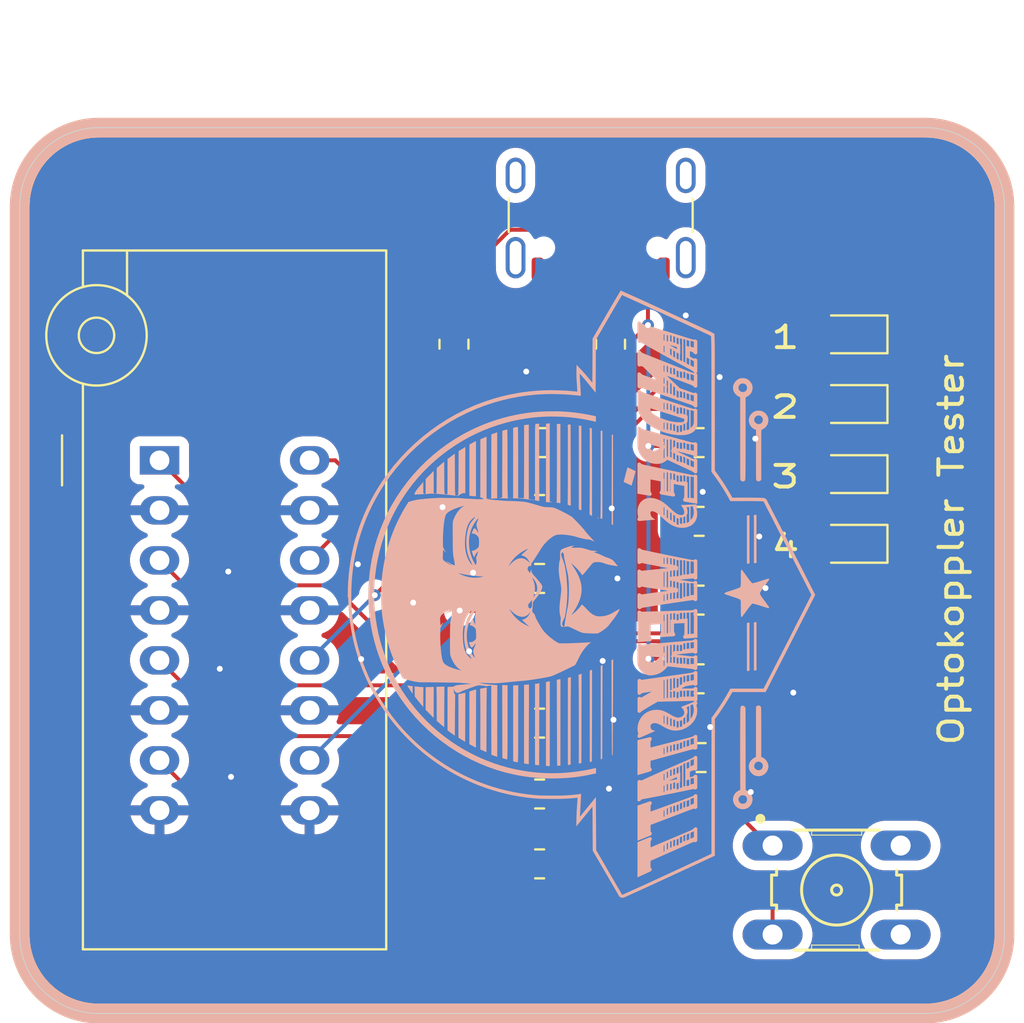
<source format=kicad_pcb>
(kicad_pcb (version 20241229) (generator "pcbnew") (generator_version "9.0")
  (title_block (title "Optokoppler Tester") (date "2025-07-20") (rev "v1.0") (company "André Fiedler <mail@andrefiedler.de>"))
  (layers (0 "F.Cu" signal) (2 "B.Cu" signal) (13 "F.Paste" user) (15 "B.Paste" user) (5 "F.SilkS" user "F.Silkscreen") (7 "B.SilkS" user "B.Silkscreen") (1 "F.Mask" user) (3 "B.Mask" user) (25 "Edge.Cuts" user))
  (net 0 "")
  (net 1 "+5V")
  (net 2 "Net-(D1-K)")
  (net 3 "Net-(D2-K)")
  (net 4 "Net-(D3-K)")
  (net 5 "Net-(D4-K)")
  (net 6 "Net-(U1-O1)")
  (net 7 "Net-(U1-O2)")
  (net 8 "Net-(U1-O3)")
  (net 9 "Net-(U1-O4)")
  (net 10 "GND")
  (net 11 "/SBU2")
  (net 13 "/D+")
  (net 14 "/D-")
  (net 15 "/Shield")
  (net 16 "/Shield_1")
  (net 17 "/SBU1")
  (net 18 "/Shield_2")
  (net 19 "/CC2")
  (net 20 "/CC1")
  (net 21 "/Shield_3")
  (net 22 "Net-(D1-A)")
  (net 23 "Net-(D2-A)")
  (net 24 "Net-(D3-A)")
  (net 25 "Net-(D4-A)")
  (net 26 "Net-(R17-Pad2)")
  (net 27 "Net-(R17-Pad1)")
  (net 28 "Net-(R18-Pad2)")
  (net 29 "Net-(R19-Pad2)")
  (net 30 "Net-(R20-Pad2)")
  (footprint "Resistor_SMD:R_0805_2012Metric_Pad1.20x1.40mm_HandSolder" (layer "F.Cu") (at 133.5 97)
    (property "Reference" "R1" (hide yes))
    (property "Value" "220")
  )
  (footprint "Resistor_SMD:R_0805_2012Metric_Pad1.20x1.40mm_HandSolder" (layer "F.Cu") (at 133.6 113)
    (property "Reference" "R17" (hide yes))
    (property "Value" "220")
  )
  (footprint "LED_SMD:LED_0805_2012Metric_Pad1.15x1.40mm_HandSolder" (layer "F.Cu") (at 141.2 102.14 180)
    (property "Reference" "D4" (hide yes))
    (property "Value" "LED")
  )
  (footprint "Resistor_SMD:R_0805_2012Metric_Pad1.20x1.40mm_HandSolder" (layer "F.Cu") (at 125.4 103.9)
    (property "Reference" "R11" (hide yes))
    (property "Value" "220")
  )
  (footprint "Resistor_SMD:R_0805_2012Metric_Pad1.20x1.40mm_HandSolder" (layer "F.Cu") (at 121.05 92 -90)
    (property "Reference" "R8" (hide yes))
    (property "Value" "5k1")
  )
  (footprint "LED_SMD:LED_0805_2012Metric_Pad1.15x1.40mm_HandSolder" (layer "F.Cu") (at 141.2 98.6 180)
    (property "Reference" "D3" (hide yes))
    (property "Value" "LED")
  )
  (footprint "Resistor_SMD:R_0805_2012Metric_Pad1.20x1.40mm_HandSolder" (layer "F.Cu") (at 125.4 107.5)
    (property "Reference" "R12" (hide yes))
    (property "Value" "220")
  )
  (footprint "LED_SMD:LED_0805_2012Metric_Pad1.15x1.40mm_HandSolder" (layer "F.Cu") (at 141.2 91.5 180)
    (property "Reference" "D1" (hide yes))
    (property "Value" "LED")
  )
  (footprint "Resistor_SMD:R_0805_2012Metric_Pad1.20x1.40mm_HandSolder" (layer "F.Cu") (at 125.4 118.4)
    (property "Reference" "R20" (hide yes))
    (property "Value" "220")
  )
  (footprint "Resistor_SMD:R_0805_2012Metric_Pad1.20x1.40mm_HandSolder" (layer "F.Cu") (at 125.4 114.85)
    (property "Reference" "R19" (hide yes))
    (property "Value" "220")
  )
  (footprint "Resistor_SMD:R_0805_2012Metric_Pad1.20x1.40mm_HandSolder" (layer "F.Cu") (at 125.4 100.4)
    (property "Reference" "R10" (hide yes))
    (property "Value" "220")
  )
  (footprint "LED_SMD:LED_0805_2012Metric_Pad1.15x1.40mm_HandSolder" (layer "F.Cu") (at 141.2 95.04 180)
    (property "Reference" "D2" (hide yes))
    (property "Value" "LED")
  )
  (footprint "Resistor_SMD:R_0805_2012Metric_Pad1.20x1.40mm_HandSolder" (layer "F.Cu") (at 125.5 97)
    (property "Reference" "R9" (hide yes))
    (property "Value" "220")
  )
  (footprint "Library:SW_B3F-1000" (layer "F.Cu") (at 140.5 119.75)
    (property "Reference" "SW1" (hide yes))
    (property "Value" "SW_Push")
  )
  (footprint "Resistor_SMD:R_0805_2012Metric_Pad1.20x1.40mm_HandSolder" (layer "F.Cu") (at 133.5 109)
    (property "Reference" "R4" (hide yes))
    (property "Value" "220")
  )
  (footprint "Resistor_SMD:R_0805_2012Metric_Pad1.20x1.40mm_HandSolder" (layer "F.Cu") (at 133.5 101)
    (property "Reference" "R2" (hide yes))
    (property "Value" "220")
  )
  (footprint "Resistor_SMD:R_0805_2012Metric_Pad1.20x1.40mm_HandSolder" (layer "F.Cu") (at 125.4 111.25)
    (property "Reference" "R18" (hide yes))
    (property "Value" "220")
  )
  (footprint "Resistor_SMD:R_0805_2012Metric_Pad1.20x1.40mm_HandSolder" (layer "F.Cu") (at 133.5 105)
    (property "Reference" "R3" (hide yes))
    (property "Value" "220")
  )
  (footprint "Connector_USB:USB_C_Receptacle_GCT_USB4105-xx-A_16P_TopMnt_Horizontal" (layer "F.Cu") (at 128.5 84.5 180)
    (property "Reference" "J1" (hide yes))
    (property "Value" "USB_C_Receptacle_USB2.0" (hide yes))
  )
  (footprint "Resistor_SMD:R_0805_2012Metric_Pad1.20x1.40mm_HandSolder" (layer "F.Cu") (at 129 92 -90)
    (property "Reference" "R16" (hide yes))
    (property "Value" "5k1")
  )
  (footprint "Socket:DIP_Socket-16_W4.3_W5.08_W7.62_W10.16_W10.9_3M_216-3340-00-0602J" (layer "F.Cu") (at 106.1 97.9)
    (property "Reference" "U1" (hide yes))
    (property "Value" "LTV-847M")
  )
  (gr_line (start 99 85) (end 99 122) (stroke (width 1)) (layer "F.SilkS"))
  (gr_line (start 149 85) (end 149 122) (stroke (width 1)) (layer "F.SilkS"))
  (gr_line (start 145 81) (end 103 81) (stroke (width 1)) (layer "F.SilkS"))
  (gr_line (start 103 126) (end 145 126) (stroke (width 1)) (layer "F.SilkS"))
  (gr_arc (start 145 81) (mid 147.828427 82.171573) (end 149 85) (stroke (width 1)) (layer "F.SilkS"))
  (gr_arc (start 103 126) (mid 100.171573 124.828427) (end 99 122) (stroke (width 1)) (layer "F.SilkS"))
  (gr_arc (start 149 122) (mid 147.828427 124.828427) (end 145 126) (stroke (width 1)) (layer "F.SilkS"))
  (gr_arc (start 99 85) (mid 100.171573 82.171573) (end 103 81) (stroke (width 1)) (layer "F.SilkS"))
  (gr_line (start 145 126) (end 103 126) (stroke (width 1)) (layer "B.SilkS"))
  (gr_poly (pts (xy 128.478414 100.84551) (xy 128.495063 100.849709) (xy 128.528499 100.858103) (xy 128.544565 100.862431) (xy 128.559714 100.866938) (xy 128.566833 100.869281) (xy 128.573585 100.871689) (xy 128.57993 100.874177) (xy 128.58582 100.876753) (xy 128.586909 100.877272) (xy 128.588201 100.877914) (xy 128.591163 100.87942) (xy 128.594207 100.880975) (xy 128.596844 100.882288) (xy 128.593635 100.875147) (xy 128.590777 100.867833) (xy 128.588268 100.860349) (xy 128.586106 100.852694) (xy 128.584287 100.844871) (xy 128.58281 100.836879) (xy 128.581669 100.828721) (xy 128.580866 100.820398) (xy 128.580398 100.811908) (xy 128.580264 100.803256) (xy 128.580457 100.794442) (xy 128.580978 100.785466) (xy 128.581823 100.77633) (xy 128.582991 100.767034) (xy 128.584481 100.75758) (xy 128.586286 100.747969) (xy 128.586286 96.414096) (xy 128.575145 96.407058) (xy 128.564954 96.401358) (xy 128.555674 96.396938) (xy 128.547263 96.393739) (xy 128.539682 96.391709) (xy 128.53289 96.390786) (xy 128.526847 96.390916) (xy 128.521511 96.39204) (xy 128.516842 96.394104) (xy 128.512798 96.397045) (xy 128.509341 96.400813) (xy 128.506431 96.405347) (xy 128.504025 96.410591) (xy 128.502083 96.416488) (xy 128.500566 96.422981) (xy 128.499433 96.430013) (xy 128.498153 96.445466) (xy 128.497919 96.462392) (xy 128.499295 96.498839) (xy 128.500966 96.535705) (xy 128.501102 96.553154) (xy 128.500338 96.569342) (xy 128.501057 98.660078) (xy 128.499848 99.698305) (xy 128.491688 100.736528) (xy 128.490976 100.739114) (xy 128.490389 100.741982) (xy 128.489538 100.748468) (xy 128.48902 100.755799) (xy 128.48873 100.763782) (xy 128.488376 100.78095) (xy 128.488092 100.789751) (xy 128.487589 100.798445) (xy 128.486751 100.806837) (xy 128.485475 100.814742) (xy 128.484636 100.818452) (xy 128.483644 100.821967) (xy 128.482485 100.825262) (xy 128.481147 100.828319) (xy 128.479614 100.83111) (xy 128.477875 100.833612) (xy 128.475913 100.835801) (xy 128.473716 100.837654) (xy 128.471271 100.839144) (xy 128.46856 100.840255) (xy 128.465573 100.840952) (xy 128.462294 100.84122)) (stroke (width -0.000001)) (fill yes) (layer "B.SilkS"))
  (gr_poly (pts (xy 130.367807 113.893166) (xy 130.367805 113.892469) (xy 130.367155 113.892703)) (stroke (width -0.000001)) (fill yes) (layer "B.SilkS"))
  (gr_poly (pts (xy 130.455195 113.866053) (xy 130.743317 113.782708) (xy 131.024323 113.701038) (xy 131.031933 113.697989) (xy 131.039207 113.694402) (xy 131.046129 113.690301) (xy 131.052678 113.685715) (xy 131.058832 113.680674) (xy 131.064574 113.675205) (xy 131.06988 113.669335) (xy 131.074732 113.663096) (xy 131.079111 113.656513) (xy 131.082995 113.649613) (xy 131.086364 113.642428) (xy 131.089198 113.634985) (xy 131.091476 113.627309) (xy 131.093182 113.619433) (xy 131.09429 113.611382) (xy 131.094785 113.603185) (xy 131.094669 113.598733) (xy 131.094324 113.594313) (xy 131.093754 113.589931) (xy 131.09296 113.585598) (xy 131.091946 113.581322) (xy 131.090714 113.577112) (xy 131.089271 113.572976) (xy 131.087615 113.568923) (xy 131.085753 113.564963) (xy 131.083684 113.561102) (xy 131.081417 113.557351) (xy 131.07895 113.553718) (xy 131.076287 113.55021) (xy 131.073432 113.546839) (xy 131.070388 113.543611) (xy 131.06716 113.540536) (xy 131.041717 113.507934) (xy 131.04025 113.50131) (xy 131.038893 113.494659) (xy 131.03764 113.487979) (xy 131.036481 113.48128) (xy 131.035405 113.474564) (xy 131.034408 113.467835) (xy 131.032603 113.454356) (xy 131.032602 113.163815) (xy 133.00904 112.62092) (xy 133.093569 112.600192) (xy 133.178096 112.579713) (xy 133.181375 112.578815) (xy 133.184694 112.578029) (xy 133.188053 112.57735) (xy 133.191445 112.57677) (xy 133.19487 112.57629) (xy 133.198328 112.575899) (xy 133.201816 112.575595) (xy 133.205334 112.57537) (xy 133.212443 112.575142) (xy 133.219648 112.575175) (xy 133.226932 112.575425) (xy 133.23428 112.575851) (xy 133.252391 112.582943) (xy 133.261416 112.586473) (xy 133.270465 112.589944) (xy 133.291627 112.598083) (xy 133.304464 112.594547) (xy 133.30773 112.594568) (xy 133.310987 112.594464) (xy 133.314234 112.594238) (xy 133.317468 112.593888) (xy 133.32068 112.593415) (xy 133.323875 112.592817) (xy 133.327044 112.592093) (xy 133.330184 112.591246) (xy 133.337234 112.58901) (xy 133.34424 112.586249) (xy 133.351145 112.582972) (xy 133.357893 112.579206) (xy 133.364425 112.574964) (xy 133.370688 112.570266) (xy 133.376623 112.56513) (xy 133.382173 112.559573) (xy 133.387281 112.553616) (xy 133.389653 112.550491) (xy 133.391894 112.547273) (xy 133.393995 112.543964) (xy 133.395952 112.540567) (xy 133.397754 112.537081) (xy 133.399399 112.533511) (xy 133.400875 112.52986) (xy 133.402177 112.526127) (xy 133.403299 112.522318) (xy 133.404233 112.518433) (xy 133.404972 112.514474) (xy 133.405508 112.510445) (xy 133.405835 112.506347) (xy 133.405945 112.502183) (xy 133.405945 111.925939) (xy 133.405771 111.92149) (xy 133.405344 111.917084) (xy 133.404666 111.912727) (xy 133.403746 111.908432) (xy 133.402586 111.904205) (xy 133.40119 111.90006) (xy 133.399566 111.896006) (xy 133.397717 111.892051) (xy 133.395648 111.888205) (xy 133.393365 111.88448) (xy 133.390871 111.880884) (xy 133.388174 111.877428) (xy 133.385275 111.874121) (xy 133.382183 111.870974) (xy 133.378901 111.867996) (xy 133.375434 111.865198) (xy 133.370988 111.862145) (xy 133.36641 111.859363) (xy 133.361709 111.856854) (xy 133.3569 111.854621) (xy 133.351991 111.852664) (xy 133.346994 111.850989) (xy 133.341923 111.849597) (xy 133.336788 111.848489) (xy 133.331597 111.847668) (xy 133.326365 111.847137) (xy 133.321105 111.846898) (xy 133.315825 111.846956) (xy 133.310535 111.847309) (xy 133.305254 111.847962) (xy 133.299985 111.848916) (xy 133.294744 111.850174) (xy 133.292028 111.850824) (xy 133.289335 111.851549) (xy 133.286661 111.852349) (xy 133.284008 111.853224) (xy 133.281383 111.854171) (xy 133.278784 111.855191) (xy 133.276215 111.856282) (xy 133.273676 111.857444) (xy 133.27117 111.858676) (xy 133.268699 111.859978) (xy 133.266262 111.861348) (xy 133.263865 111.862785) (xy 133.261509 111.86429) (xy 133.259195 111.865862) (xy 133.256923 111.867496) (xy 133.254699 111.869198) (xy 133.251537 111.871663) (xy 133.24856 111.87436) (xy 133.225722 111.895255) (xy 133.225723 112.010352) (xy 133.22639 112.010493) (xy 133.226996 112.010686) (xy 133.22754 112.01093) (xy 133.228031 112.01122) (xy 133.228464 112.011555) (xy 133.228846 112.011932) (xy 133.229181 112.012349) (xy 133.229471 112.0128) (xy 133.22972 112.013286) (xy 133.229927 112.013805) (xy 133.230099 112.014349) (xy 133.23024 112.01492) (xy 133.230429 112.016127) (xy 133.230526 112.017404) (xy 133.230548 112.018727) (xy 133.230523 112.020079) (xy 133.230422 112.022771) (xy 133.230396 112.024069) (xy 133.230415 112.025307) (xy 133.230511 112.026462) (xy 133.230698 112.027513) (xy 133.231132 112.097295) (xy 133.231084 112.166987) (xy 133.2307 112.306101) (xy 133.230238 112.306736) (xy 133.229736 112.307321) (xy 133.229201 112.307862) (xy 133.228631 112.30836) (xy 133.228029 112.308817) (xy 133.227396 112.309236) (xy 133.226733 112.309621) (xy 133.226046 112.309972) (xy 133.224599 112.310587) (xy 133.223075 112.311101) (xy 133.221485 112.311535) (xy 133.219845 112.311907) (xy 133.213132 112.313194) (xy 133.211493 112.313566) (xy 133.209904 112.313998) (xy 133.208379 112.314511) (xy 133.206937 112.315123) (xy 133.136683 112.334152) (xy 133.06643 112.352983) (xy 133.065737 112.352828) (xy 133.065114 112.352623) (xy 133.064555 112.352364) (xy 133.064059 112.35206) (xy 133.063623 112.351712) (xy 133.06324 112.351322) (xy 133.062913 112.350893) (xy 133.062635 112.350427) (xy 133.062401 112.349927) (xy 133.062209 112.349397) (xy 133.062057 112.348838) (xy 133.061943 112.348253) (xy 133.061803 112.347017) (xy 133.061763 112.345711) (xy 133.061799 112.344354) (xy 133.061879 112.342969) (xy 133.062074 112.3402) (xy 133.062132 112.338858) (xy 133.062131 112.337574) (xy 133.062038 112.336368) (xy 133.061949 112.335801) (xy 133.061828 112.335262) (xy 133.061287 112.254058) (xy 133.061222 112.172853) (xy 133.061174 112.172853) (xy 133.061244 112.172691) (xy 133.061315 112.172527) (xy 133.061406 112.113457) (xy 133.061574 112.083846) (xy 133.062106 112.054209) (xy 133.062736 112.053666) (xy 133.063395 112.053161) (xy 133.064076 112.052691) (xy 133.064781 112.052255) (xy 133.066251 112.051476) (xy 133.067799 112.050808) (xy 133.069411 112.050235) (xy 133.071075 112.049741) (xy 133.072784 112.049308) (xy 133.074523 112.048924) (xy 133.081583 112.047531) (xy 133.083319 112.04714) (xy 133.085025 112.046699) (xy 133.086683 112.046192) (xy 133.08829 112.045605) (xy 133.156917 112.027782) (xy 133.19129 112.018928) (xy 133.225723 112.010352) (xy 133.225722 111.895255) (xy 133.200421 111.918405) (xy 133.159261 111.933493) (xy 133.117925 111.948049) (xy 133.07641 111.962069) (xy 133.034711 111.975564) (xy 132.992528 111.986411) (xy 132.992529 112.1003) (xy 132.993204 112.100485) (xy 132.99381 112.100719) (xy 132.994351 112.100999) (xy 132.994829 112.101323) (xy 132.995251 112.101687) (xy 132.995618 112.10209) (xy 132.995932 112.102529) (xy 132.996198 112.103003) (xy 132.99642 112.103507) (xy 132.9966 112.104041) (xy 132.996739 112.104599) (xy 132.996847 112.105183) (xy 132.996968 112.106412) (xy 132.996989 112.107706) (xy 132.996941 112.109048) (xy 132.996845 112.110417) (xy 132.996622 112.113159) (xy 132.99655 112.114494) (xy 132.996538 112.115776) (xy 132.996616 112.116989) (xy 132.996697 112.117563) (xy 132.996808 112.118111) (xy 132.996528 112.39912) (xy 132.996067 112.399751) (xy 132.995567 112.400335) (xy 132.99503 112.400872) (xy 132.994459 112.401366) (xy 132.993854 112.40182) (xy 132.993221 112.402237) (xy 132.992558 112.402617) (xy 132.991869 112.402964) (xy 132.99042 112.403571) (xy 132.988893 112.404076) (xy 132.9873 112.404501) (xy 132.985657 112.404864) (xy 132.978928 112.406112) (xy 132.977286 112.406474) (xy 132.975691 112.406897) (xy 132.974163 112.407399) (xy 132.972716 112.408002) (xy 132.920348 112.421896) (xy 132.867976 112.435627) (xy 132.86759 112.435474) (xy 132.867222 112.435307) (xy 132.866876 112.435125) (xy 132.866549 112.434928) (xy 132.866243 112.434718) (xy 132.865956 112.434496) (xy 132.865685 112.434259) (xy 132.865436 112.434011) (xy 132.865203 112.433749) (xy 132.864987 112.433477) (xy 132.864787 112.433192) (xy 132.864604 112.432898) (xy 132.864436 112.43259) (xy 132.864281 112.432274) (xy 132.864018 112.431612) (xy 132.863807 112.430913) (xy 132.863646 112.430181) (xy 132.863529 112.429419) (xy 132.863452 112.428629) (xy 132.863413 112.427813) (xy 132.863404 112.426979) (xy 132.863424 112.426125) (xy 132.863466 112.425257) (xy 132.863562 112.424932) (xy 132.8637 112.423161) (xy 132.863879 112.421366) (xy 132.86407 112.41957) (xy 132.864237 112.417797) (xy 132.8643 112.416926) (xy 132.864345 112.416069) (xy 132.864367 112.41523) (xy 132.86436 112.414412) (xy 132.864324 112.413618) (xy 132.864249 112.412846) (xy 132.864136 112.412105) (xy 132.863978 112.411397) (xy 132.864258 112.283731) (xy 132.864677 112.135415) (xy 132.865095 112.134799) (xy 132.865553 112.134232) (xy 132.866046 112.133711) (xy 132.866574 112.133233) (xy 132.867131 112.132796) (xy 132.86772 112.132398) (xy 132.868338 112.132036) (xy 132.868982 112.131707) (xy 132.87034 112.131138) (xy 132.871776 112.130674) (xy 132.873278 112.130293) (xy 132.874827 112.129972) (xy 132.881188 112.128911) (xy 132.882739 112.128598) (xy 132.884244 112.128228) (xy 132.885685 112.127778) (xy 132.887046 112.127227) (xy 132.992529 112.1003) (xy 132.992528 111.986411) (xy 132.790123 112.038459) (xy 132.790123 112.151598) (xy 132.790782 112.151775) (xy 132.79138 112.152004) (xy 132.791916 112.152277) (xy 132.792392 112.152596) (xy 132.792815 112.152958) (xy 132.793184 112.153357) (xy 132.793507 112.153793) (xy 132.793784 112.154265) (xy 132.794017 112.154768) (xy 132.79421 112.155299) (xy 132.794368 112.155859) (xy 132.794492 112.156441) (xy 132.794654 112.157668) (xy 132.794722 112.158962) (xy 132.794719 112.160297) (xy 132.79467 112.161658) (xy 132.794534 112.16437) (xy 132.7945 112.16568) (xy 132.794519 112.166931) (xy 132.794616 112.168105) (xy 132.794702 112.168655) (xy 132.794819 112.169179) (xy 132.795255 112.240272) (xy 132.795207 112.311113) (xy 132.794819 112.45251) (xy 132.794358 112.453145) (xy 132.793858 112.453731) (xy 132.793321 112.454273) (xy 132.792751 112.454772) (xy 132.792149 112.455231) (xy 132.791518 112.455654) (xy 132.790857 112.456038) (xy 132.790169 112.456393) (xy 132.788725 112.457014) (xy 132.787201 112.457534) (xy 132.785613 112.457975) (xy 132.783978 112.458356) (xy 132.777277 112.459674) (xy 132.775645 112.460053) (xy 132.774059 112.460491) (xy 132.772538 112.461009) (xy 132.7711 112.461626) (xy 132.762551 112.463821) (xy 132.754035 112.466183) (xy 132.737041 112.47104) (xy 132.72853 112.473356) (xy 132.719986 112.475471) (xy 132.711391 112.477296) (xy 132.707071 112.478072) (xy 132.702732 112.47874) (xy 132.702376 112.47855) (xy 132.70204 112.47835) (xy 132.701721 112.478138) (xy 132.701423 112.477912) (xy 132.701142 112.477677) (xy 132.700879 112.477428) (xy 132.700632 112.477172) (xy 132.700401 112.476904) (xy 132.700188 112.476626) (xy 132.69999 112.476339) (xy 132.699638 112.475734) (xy 132.699346 112.475096) (xy 132.699104 112.474422) (xy 132.69891 112.473719) (xy 132.698762 112.472986) (xy 132.698653 112.47223) (xy 132.698583 112.47145) (xy 132.698547 112.470649) (xy 132.698537 112.469826) (xy 132.698556 112.46899) (xy 132.698594 112.468138) (xy 132.698687 112.467023) (xy 132.698812 112.465297) (xy 132.698979 112.463551) (xy 132.699152 112.461801) (xy 132.6993 112.460067) (xy 132.699399 112.458372) (xy 132.699416 112.457544) (xy 132.69941 112.456735) (xy 132.699375 112.455945) (xy 132.699307 112.455178) (xy 132.699203 112.454435) (xy 132.69906 112.453719) (xy 132.699061 112.177503) (xy 132.69936 112.176829) (xy 132.699664 112.176156) (xy 132.699896 112.175598) (xy 132.700128 112.17504) (xy 132.722527 112.168819) (xy 132.745037 112.162873) (xy 132.767588 112.15715) (xy 132.790123 112.151598) (xy 132.790123 112.038459) (xy 132.706081 112.060071) (xy 132.628643 112.079925) (xy 132.628643 112.227035) (xy 132.629239 112.227431) (xy 132.629781 112.22786) (xy 132.630264 112.228323) (xy 132.630696 112.228816) (xy 132.631079 112.229338) (xy 132.631416 112.229888) (xy 132.631707 112.230462) (xy 132.631958 112.231062) (xy 132.632171 112.231681) (xy 132.632349 112.232322) (xy 132.632608 112.233654) (xy 132.632762 112.235043) (xy 132.632828 112.236479) (xy 132.632833 112.237942) (xy 132.632798 112.23942) (xy 132.632699 112.242361) (xy 132.63268 112.243797) (xy 132.632711 112.245188) (xy 132.632815 112.24652) (xy 132.633015 112.247781) (xy 132.633093 112.388103) (xy 132.63269 112.528786) (xy 132.632228 112.529418) (xy 132.631726 112.530002) (xy 132.631188 112.530541) (xy 132.630616 112.531035) (xy 132.630011 112.531491) (xy 132.629377 112.531909) (xy 132.628716 112.532291) (xy 132.628028 112.532641) (xy 132.626581 112.533254) (xy 132.625055 112.533766) (xy 132.623465 112.534198) (xy 132.621825 112.534568) (xy 132.615116 112.535847) (xy 132.613479 112.536216) (xy 132.611891 112.536646) (xy 132.610368 112.537153) (xy 132.608924 112.537762) (xy 132.598407 112.540497) (xy 132.587915 112.543352) (xy 132.56697 112.549176) (xy 132.556486 112.552014) (xy 132.545978 112.554721) (xy 132.535433 112.557232) (xy 132.524837 112.559482) (xy 132.524309 112.558988) (xy 132.523837 112.558468) (xy 132.523416 112.557921) (xy 132.523043 112.55735) (xy 132.522717 112.556759) (xy 132.522432 112.556144) (xy 132.522188 112.55551) (xy 132.521983 112.554859) (xy 132.521812 112.554189) (xy 132.521674 112.553505) (xy 132.521483 112.552095) (xy 132.521385 112.550642) (xy 132.521365 112.549154) (xy 132.521458 112.546126) (xy 132.521587 112.543104) (xy 132.52161 112.541621) (xy 132.521578 112.540176) (xy 132.521467 112.538778) (xy 132.521255 112.537435) (xy 132.520844 112.497085) (xy 132.520696 112.456557) (xy 132.520696 112.375121) (xy 132.520853 112.315729) (xy 132.52114 112.286015) (xy 132.521491 112.271168) (xy 132.522046 112.256337) (xy 132.522588 112.255795) (xy 132.523158 112.255293) (xy 132.52375 112.254826) (xy 132.524368 112.254393) (xy 132.525008 112.253992) (xy 132.525667 112.253622) (xy 132.527045 112.252963) (xy 132.528487 112.252401) (xy 132.529986 112.251919) (xy 132.531527 112.251503) (xy 132.533101 112.251135) (xy 132.539502 112.249837) (xy 132.541072 112.249477) (xy 132.54261 112.249072) (xy 132.5441 112.248604) (xy 132.545535 112.248058) (xy 132.587088 112.237289) (xy 132.60789 112.23198) (xy 132.618274 112.229447) (xy 132.628643 112.227035) (xy 132.628643 112.079925) (xy 132.451307 112.125397) (xy 132.451307 112.293496) (xy 132.451834 112.293989) (xy 132.452307 112.294508) (xy 132.452729 112.295053) (xy 132.453103 112.295623) (xy 132.453432 112.296215) (xy 132.453717 112.296828) (xy 132.453963 112.297463) (xy 132.45417 112.298115) (xy 132.454342 112.298784) (xy 132.454482 112.299469) (xy 132.454677 112.30088) (xy 132.454776 112.302338) (xy 132.454803 112.303829) (xy 132.454718 112.306866) (xy 132.454594 112.3099) (xy 132.454575 112.311387) (xy 132.454607 112.312838) (xy 132.454721 112.314241) (xy 132.454932 112.315588) (xy 132.455438 112.385784) (xy 132.455552 112.456003) (xy 132.455539 112.596596) (xy 132.455078 112.597231) (xy 132.454576 112.597816) (xy 132.45404 112.598356) (xy 132.453468 112.598853) (xy 132.452864 112.59931) (xy 132.452229 112.599729) (xy 132.451567 112.600113) (xy 132.450877 112.600463) (xy 132.449426 112.601077) (xy 132.447896 112.601587) (xy 132.446302 112.602018) (xy 132.44466 112.602388) (xy 132.437929 112.603659) (xy 132.436286 112.604027) (xy 132.434696 112.604455) (xy 132.43317 112.604963) (xy 132.431727 112.605572) (xy 132.42273 112.607873) (xy 132.413765 112.610305) (xy 132.395891 112.615285) (xy 132.386961 112.617698) (xy 132.378018 112.619967) (xy 132.369052 112.622025) (xy 132.360055 112.623804) (xy 132.359536 112.623307) (xy 132.359067 112.622781) (xy 132.358652 112.622232) (xy 132.358285 112.621658) (xy 132.357963 112.621063) (xy 132.357681 112.620446) (xy 132.357442 112.619811) (xy 132.357237 112.619157) (xy 132.357068 112.618486) (xy 132.356931 112.6178) (xy 132.356741 112.616389) (xy 132.356647 112.614933) (xy 132.356624 112.613445) (xy 132.356718 112.610415) (xy 132.356844 112.60739) (xy 132.356869 112.605906) (xy 132.356838 112.604458) (xy 132.356729 112.603055) (xy 132.356523 112.601712) (xy 132.356284 112.579028) (xy 132.356197 112.556341) (xy 132.356194 112.510971) (xy 132.356337 112.511205) (xy 132.3568 112.319727) (xy 132.357258 112.319094) (xy 132.357755 112.318509) (xy 132.358287 112.317972) (xy 132.358857 112.317479) (xy 132.359456 112.317025) (xy 132.360088 112.316611) (xy 132.36075 112.316233) (xy 132.361438 112.315888) (xy 132.362885 112.315291) (xy 132.364414 112.314797) (xy 132.366006 112.314384) (xy 132.367652 112.314034) (xy 132.374393 112.312839) (xy 132.376037 112.312489) (xy 132.377633 112.312077) (xy 132.379163 112.311582) (xy 132.380614 112.310985) (xy 132.389445 112.308788) (xy 132.398262 112.306471) (xy 132.415888 112.301724) (xy 132.42471 112.299416) (xy 132.433551 112.297236) (xy 132.442413 112.295242) (xy 132.451307 112.293496) (xy 132.451307 112.125397) (xy 132.274292 112.170787) (xy 132.274292 112.3188) (xy 132.274859 112.319215) (xy 132.275369 112.319662) (xy 132.275828 112.320139) (xy 132.276233 112.320645) (xy 132.276594 112.321177) (xy 132.276908 112.321734) (xy 132.277181 112.322314) (xy 132.277414 112.322916) (xy 132.27761 112.323538) (xy 132.277771 112.324177) (xy 132.278005 112.325504) (xy 132.278136 112.326885) (xy 132.278188 112.328302) (xy 132.278179 112.329746) (xy 132.278136 112.331204) (xy 132.278027 112.334098) (xy 132.278005 112.335511) (xy 132.278037 112.336884) (xy 132.27814 112.3382) (xy 132.278342 112.339447) (xy 132.278483 112.482681) (xy 132.278107 112.625199) (xy 132.277645 112.625834) (xy 132.277144 112.626419) (xy 132.27661 112.626959) (xy 132.276038 112.627457) (xy 132.275435 112.627915) (xy 132.274803 112.628336) (xy 132.27414 112.628719) (xy 132.273453 112.629071) (xy 132.272006 112.629686) (xy 132.270481 112.6302) (xy 132.26889 112.630633) (xy 132.267252 112.631006) (xy 132.260536 112.632293) (xy 132.258897 112.632665) (xy 132.257308 112.633097) (xy 132.255785 112.633609) (xy 132.254341 112.634221) (xy 132.246042 112.636345) (xy 132.237753 112.638627) (xy 132.221173 112.643355) (xy 132.212876 112.645645) (xy 132.204562 112.647782) (xy 132.196233 112.649689) (xy 132.18788 112.65129) (xy 132.187361 112.650744) (xy 132.1869 112.650167) (xy 132.186497 112.649557) (xy 132.186147 112.648917) (xy 132.185847 112.648248) (xy 132.185592 112.647553) (xy 132.185384 112.646833) (xy 132.185215 112.646092) (xy 132.185082 112.645328) (xy 132.184987 112.644547) (xy 132.18492 112.643748) (xy 132.184883 112.642935) (xy 132.18487 112.642109) (xy 132.184879 112.641271) (xy 132.184949 112.639569) (xy 132.184882 112.639011) (xy 132.18481 112.638454) (xy 132.185338 112.631525) (xy 132.18541 112.629827) (xy 132.18542 112.628997) (xy 132.185408 112.628176) (xy 132.185373 112.627371) (xy 132.185309 112.626583) (xy 132.185215 112.62581) (xy 132.185089 112.625059) (xy 132.185089 112.464833) (xy 132.185196 112.403951) (xy 132.185379 112.373428) (xy 132.185927 112.342889) (xy 132.186519 112.342343) (xy 132.187138 112.341837) (xy 132.18778 112.341369) (xy 132.188448 112.340938) (xy 132.189138 112.34054) (xy 132.189848 112.340173) (xy 132.191326 112.339527) (xy 132.19287 112.338982) (xy 132.194469 112.338519) (xy 132.19611 112.338121) (xy 132.197786 112.337773) (xy 132.204572 112.33652) (xy 132.206232 112.336154) (xy 132.207855 112.335734) (xy 132.209432 112.33524) (xy 132.210949 112.334657) (xy 132.218888 112.332715) (xy 132.226814 112.330663) (xy 132.242641 112.326433) (xy 132.258457 112.322351) (xy 132.266369 112.320485) (xy 132.274292 112.3188) (xy 132.274292 112.170787) (xy 132.09705 112.216234) (xy 132.09705 112.372979) (xy 132.097557 112.373489) (xy 132.098014 112.374023) (xy 132.098419 112.374581) (xy 132.09878 112.375161) (xy 132.099095 112.375763) (xy 132.099369 112.376385) (xy 132.099604 112.377026) (xy 132.099802 112.377682) (xy 132.100099 112.379044) (xy 132.100283 112.380456) (xy 132.100374 112.381912) (xy 132.100392 112.383397) (xy 132.100298 112.38642) (xy 132.100172 112.389437) (xy 132.100148 112.390919) (xy 132.100177 112.392366) (xy 132.100287 112.393771) (xy 132.10049 112.395118) (xy 132.10081 112.46679) (xy 132.100707 112.538264) (xy 132.100306 112.68087) (xy 132.099843 112.681504) (xy 132.099343 112.682088) (xy 132.098805 112.682629) (xy 132.098233 112.683125) (xy 132.097632 112.683582) (xy 132.096997 112.684) (xy 132.096334 112.684382) (xy 132.095648 112.684732) (xy 132.094199 112.685342) (xy 132.092668 112.685852) (xy 132.091075 112.686279) (xy 132.089434 112.686645) (xy 132.082705 112.687904) (xy 132.081062 112.688267) (xy 132.079468 112.688691) (xy 132.07794 112.689194) (xy 132.076493 112.689799) (xy 132.070608 112.691251) (xy 132.064736 112.692843) (xy 132.053008 112.69616) (xy 132.047132 112.697737) (xy 132.041241 112.699166) (xy 132.038287 112.699802) (xy 132.035326 112.700373) (xy 132.032357 112.700871) (xy 132.029378 112.701285) (xy 132.028864 112.700737) (xy 132.028406 112.700156) (xy 132.028005 112.699544) (xy 132.027654 112.698903) (xy 132.027354 112.698233) (xy 132.027102 112.697538) (xy 132.026892 112.696819) (xy 132.026722 112.696078) (xy 132.026588 112.695317) (xy 132.02649 112.694536) (xy 132.026422 112.693739) (xy 132.026383 112.692927) (xy 132.026369 112.692102) (xy 132.026378 112.691266) (xy 132.026449 112.689565) (xy 132.026357 112.688961) (xy 132.026903 112.682032) (xy 132.026984 112.680336) (xy 132.026997 112.679505) (xy 132.02699 112.678684) (xy 132.026959 112.677879) (xy 132.026898 112.677088) (xy 132.026808 112.676318) (xy 132.026681 112.675566) (xy 132.026682 112.514366) (xy 132.026769 112.452956) (xy 132.026919 112.422307) (xy 132.027378 112.391723) (xy 132.027922 112.391185) (xy 132.028491 112.390684) (xy 132.029088 112.390224) (xy 132.029708 112.389797) (xy 132.030353 112.389406) (xy 132.031016 112.389045) (xy 132.032405 112.388411) (xy 132.033861 112.387877) (xy 132.035374 112.387428) (xy 132.036931 112.387045) (xy 132.038525 112.386711) (xy 132.045002 112.385528) (xy 132.046591 112.385188) (xy 132.048143 112.384792) (xy 132.04965 112.384325) (xy 132.051098 112.383773) (xy 132.056813 112.382409) (xy 132.062527 112.380917) (xy 132.073976 112.377814) (xy 132.079716 112.376335) (xy 132.085473 112.374992) (xy 132.09125 112.373852) (xy 132.094146 112.373378) (xy 132.09705 112.372979) (xy 132.09705 112.216234) (xy 131.915759 112.26272) (xy 131.915759 112.422886) (xy 131.91633 112.42496) (xy 131.916768 112.427071) (xy 131.917085 112.429216) (xy 131.917295 112.431387) (xy 131.917416 112.433584) (xy 131.917464 112.435802) (xy 131.917395 112.440279) (xy 131.917037 112.449288) (xy 131.916991 112.45375) (xy 131.917056 112.455956) (xy 131.917201 112.458138) (xy 131.917201 112.731983) (xy 131.916779 112.732589) (xy 131.91632 112.733151) (xy 131.915829 112.73367) (xy 131.915303 112.734148) (xy 131.914746 112.734587) (xy 131.914161 112.734991) (xy 131.913548 112.73536) (xy 131.912911 112.735698) (xy 131.911566 112.736287) (xy 131.910146 112.736782) (xy 131.908662 112.7372) (xy 131.907131 112.737557) (xy 131.900851 112.738792) (xy 131.899319 112.739148) (xy 131.897832 112.739559) (xy 131.896409 112.740048) (xy 131.895061 112.740632) (xy 131.892827 112.741123) (xy 131.890588 112.741684) (xy 131.886095 112.742954) (xy 131.877062 112.745669) (xy 131.874795 112.746294) (xy 131.872525 112.746869) (xy 131.870249 112.747378) (xy 131.86797 112.747806) (xy 131.865689 112.748137) (xy 131.863405 112.748356) (xy 131.861121 112.74845) (xy 131.85883 112.7484) (xy 131.85842 112.747774) (xy 131.858053 112.747132) (xy 131.857734 112.746473) (xy 131.857456 112.745797) (xy 131.857216 112.745107) (xy 131.857015 112.744404) (xy 131.85671 112.742958) (xy 131.856527 112.74147) (xy 131.856441 112.739944) (xy 131.85643 112.73839) (xy 131.856479 112.736814) (xy 131.856853 112.730452) (xy 131.856892 112.728883) (xy 131.856868 112.727339) (xy 131.856761 112.725826) (xy 131.856552 112.724353) (xy 131.856269 112.673636) (xy 131.856226 112.622919) (xy 131.856237 112.622896) (xy 131.856249 112.622875) (xy 131.856261 112.62285) (xy 131.856268 112.622838) (xy 131.856273 112.622826) (xy 131.856692 112.439673) (xy 131.857151 112.439039) (xy 131.85765 112.438455) (xy 131.858186 112.437917) (xy 131.858755 112.437422) (xy 131.859356 112.436966) (xy 131.859989 112.436551) (xy 131.86065 112.436171) (xy 131.861338 112.435824) (xy 131.862787 112.43522) (xy 131.864316 112.434719) (xy 131.865911 112.4343) (xy 131.867554 112.433942) (xy 131.874288 112.432717) (xy 131.875932 112.432359) (xy 131.877526 112.43194) (xy 131.879056 112.431439) (xy 131.880505 112.430838) (xy 131.882719 112.430366) (xy 131.884931 112.429837) (xy 131.889341 112.428651) (xy 131.898132 112.426093) (xy 131.902523 112.424912) (xy 131.904722 112.424385) (xy 131.906921 112.423919) (xy 131.909123 112.423526) (xy 131.911331 112.423214) (xy 131.913541 112.422997) (xy 131.915759 112.422886) (xy 131.915759 112.26272) (xy 131.735722 112.308882) (xy 131.735723 112.506926) (xy 131.736189 112.507273) (xy 131.736607 112.50765) (xy 131.736978 112.508055) (xy 131.737301 112.508487) (xy 131.737584 112.508941) (xy 131.737827 112.509419) (xy 131.738033 112.509918) (xy 131.738203 112.510438) (xy 131.738342 112.510976) (xy 131.738449 112.51153) (xy 131.738589 112.512684) (xy 131.738641 112.513887) (xy 131.738624 112.515126) (xy 131.738306 112.520202) (xy 131.738264 112.521439) (xy 131.738279 112.522639) (xy 131.738371 112.52379) (xy 131.738451 112.524342) (xy 131.738559 112.524877) (xy 131.739223 112.671311) (xy 131.739211 112.817745) (xy 131.738834 112.818327) (xy 131.738424 112.818865) (xy 131.737978 112.819359) (xy 131.737501 112.819814) (xy 131.736994 112.820232) (xy 131.736458 112.820616) (xy 131.735896 112.820963) (xy 131.735309 112.821282) (xy 131.73407 112.821836) (xy 131.732754 112.822295) (xy 131.731379 112.822677) (xy 131.729956 112.823003) (xy 131.7241 112.824095) (xy 131.722671 112.824408) (xy 131.721285 112.824776) (xy 131.719957 112.825215) (xy 131.718701 112.825743) (xy 131.718164 112.825765) (xy 131.717606 112.825833) (xy 131.717031 112.825934) (xy 131.716437 112.826072) (xy 131.715211 112.826429) (xy 131.713941 112.826873) (xy 131.711324 112.827871) (xy 131.710006 112.828358) (xy 131.708697 112.828794) (xy 131.707418 112.829143) (xy 131.706792 112.829273) (xy 131.706177 112.829368) (xy 131.705578 112.829425) (xy 131.704992 112.829439) (xy 131.704424 112.829406) (xy 131.703874 112.829319) (xy 131.703346 112.829177) (xy 131.702841 112.828975) (xy 131.702358 112.828708) (xy 131.701901 112.828373) (xy 131.701474 112.827964) (xy 131.701076 112.827477) (xy 131.70071 112.826909) (xy 131.700376 112.826253) (xy 131.699485 112.814537) (xy 131.698961 112.802784) (xy 131.698718 112.791004) (xy 131.698665 112.779206) (xy 131.698794 112.755584) (xy 131.698802 112.743776) (xy 131.698654 112.73198) (xy 131.698654 112.518134) (xy 131.699258 112.516598) (xy 131.69977 112.515484) (xy 131.717613 112.510329) (xy 131.722138 112.509169) (xy 131.726672 112.508176) (xy 131.728938 112.50776) (xy 131.731204 112.507409) (xy 131.733465 112.507127) (xy 131.735723 112.506926) (xy 131.735722 112.308882) (xy 131.034463 112.488695) (xy 131.032788 112.464043) (xy 131.030975 112.439163) (xy 131.030975 112.212944) (xy 131.032668 112.202385) (xy 131.033599 112.197099) (xy 131.034591 112.191814) (xy 131.035644 112.186537) (xy 131.036761 112.181271) (xy 131.037949 112.176028) (xy 131.039207 112.170808) (xy 131.07232 112.107928) (xy 131.074807 112.105019) (xy 131.077144 112.102006) (xy 131.07933 112.0989) (xy 131.081366 112.095704) (xy 131.083248 112.092425) (xy 131.084973 112.089068) (xy 131.08654 112.085637) (xy 131.087945 112.082141) (xy 131.089189 112.078583) (xy 131.090265 112.074969) (xy 131.091178 112.071306) (xy 131.091921 112.067598) (xy 131.092492 112.063853) (xy 131.092889 112.060076) (xy 131.093113 112.05627) (xy 131.093155 112.052443) (xy 131.093097 112.047239) (xy 131.092741 112.042077) (xy 131.092095 112.036974) (xy 131.091165 112.031935) (xy 131.089955 112.026973) (xy 131.088473 112.0221) (xy 131.086721 112.017325) (xy 131.084709 112.012659) (xy 131.082437 112.008113) (xy 131.079916 112.003699) (xy 131.077148 111.999423) (xy 131.074139 111.995301) (xy 131.070896 111.99134) (xy 131.067422 111.987553) (xy 131.063726 111.983951) (xy 131.05981 111.980542) (xy 131.055902 111.977682) (xy 131.051865 111.975064) (xy 131.047707 111.972691) (xy 131.043442 111.970562) (xy 131.039079 111.968683) (xy 131.034627 111.967053) (xy 131.030101 111.965675) (xy 131.025505 111.964554) (xy 131.020854 111.96369) (xy 131.016159 111.963085) (xy 131.011431 111.962744) (xy 131.006676 111.962667) (xy 131.001909 111.962858) (xy 130.997137 111.963316) (xy 130.992375 111.964047) (xy 130.98763 111.965054) (xy 130.420917 112.100997) (xy 130.367807 112.113695) (xy 130.367805 113.892469)) (stroke (width -0.000001)) (fill yes) (layer "B.SilkS"))
  (gr_poly (pts (xy 130.366923 108.164121) (xy 130.366923 108.163798) (xy 130.366875 108.163424) (xy 130.366597 108.165797)) (stroke (width -0.000001)) (fill yes) (layer "B.SilkS"))
  (gr_poly (pts (xy 125.16538 113.368268) (xy 125.21757 113.375411) (xy 125.243697 113.378905) (xy 125.269845 113.382078) (xy 125.296015 113.384724) (xy 125.322211 113.386642) (xy 125.348428 113.387627) (xy 125.361546 113.387707) (xy 125.374669 113.387477) (xy 125.384807 109.220289) (xy 125.34337 109.230009) (xy 125.325661 109.234284) (xy 125.310255 109.238103) (xy 125.299463 109.240515) (xy 125.286288 109.242997) (xy 125.270879 109.245543) (xy 125.253373 109.248147) (xy 125.212645 109.253509) (xy 125.16524 109.259033)) (stroke (width -0.000001)) (fill yes) (layer "B.SilkS"))
  (gr_poly (pts (xy 129.054801 110.415685) (xy 129.069885 112.758537) (xy 129.070975 112.766974) (xy 129.071669 112.775726) (xy 129.072058 112.784736) (xy 129.072223 112.793945) (xy 129.072324 112.831623) (xy 129.072632 112.840965) (xy 129.073221 112.850158) (xy 129.074173 112.859147) (xy 129.075577 112.867873) (xy 129.077515 112.876279) (xy 129.08007 112.884306) (xy 129.081606 112.88816) (xy 129.083328 112.891897) (xy 129.085246 112.895512) (xy 129.087371 112.898995) (xy 129.090804 112.894891) (xy 129.09388 112.890584) (xy 129.096617 112.886079) (xy 129.099034 112.881393) (xy 129.101151 112.876538) (xy 129.102986 112.871519) (xy 129.104557 112.866355) (xy 129.105882 112.861053) (xy 129.10787 112.850086) (xy 129.109099 112.838711) (xy 129.109719 112.82702) (xy 129.10988 112.815105) (xy 129.108868 112.767058) (xy 129.108945 112.755411) (xy 129.109451 112.744095) (xy 129.110538 112.733199) (xy 129.112348 112.722821) (xy 129.135369 108.007945) (xy 129.092149 108.029404) (xy 129.048212 108.051525) (xy 129.048165 108.067477)) (stroke (width -0.000001)) (fill yes) (layer "B.SilkS"))
  (gr_poly (pts (xy 124.055865 113.194) (xy 124.070394 113.196427) (xy 124.085113 113.199355) (xy 124.114996 113.206318) (xy 124.175651 113.221923) (xy 124.205905 113.228993) (xy 124.220902 113.231999) (xy 124.235767 113.234521) (xy 124.250472 113.236461) (xy 124.264984 113.237724) (xy 124.279267 113.238205) (xy 124.293293 113.237811) (xy 124.302173 113.097405) (xy 124.307462 112.956635) (xy 124.310005 112.815587) (xy 124.310646 112.674343) (xy 124.309579 112.391603) (xy 124.311014 112.109089) (xy 124.314176 109.323026) (xy 124.173588 109.330734) (xy 124.05461 109.336423)) (stroke (width -0.000001)) (fill yes) (layer "B.SilkS"))
  (gr_poly (pts (xy 135.917326 106.23066) (xy 135.917495 106.23712) (xy 135.917875 106.243821) (xy 135.918468 106.250757) (xy 135.919277 106.257924) (xy 135.9203 106.265314) (xy 135.921541 106.272926) (xy 135.922999 106.280755) (xy 135.924676 106.288793) (xy 135.924677 108.596234) (xy 135.935479 108.598574) (xy 135.945829 108.60046) (xy 135.955729 108.601893) (xy 135.965178 108.602878) (xy 135.974183 108.603415) (xy 135.982744 108.603508) (xy 135.99086 108.603158) (xy 135.998541 108.602368) (xy 136.005783 108.601142) (xy 136.012589 108.599478) (xy 136.018963 108.597382) (xy 136.024906 108.594856) (xy 136.03042 108.591901) (xy 136.035509 108.588519) (xy 136.040174 108.584713) (xy 136.044417 108.580486) (xy 136.048241 108.575839) (xy 136.051648 108.570776) (xy 136.054639 108.565299) (xy 136.05722 108.559409) (xy 136.05939 108.553109) (xy 136.06115 108.546403) (xy 136.062505 108.539288) (xy 136.063457 108.531771) (xy 136.064006 108.523854) (xy 136.064156 108.515538) (xy 136.063912 108.506826) (xy 136.06327 108.497721) (xy 136.062237 108.488225) (xy 136.060815 108.478339) (xy 136.056806 108.457406) (xy 136.056806 106.149964) (xy 136.047983 106.148038) (xy 136.03946 106.146411) (xy 136.031235 106.14508) (xy 136.023311 106.144046) (xy 136.015681 106.143309) (xy 136.008349 106.142862) (xy 136.001309 106.14271) (xy 135.994564 106.14285) (xy 135.98811 106.14328) (xy 135.981946 106.143999) (xy 135.976071 106.145007) (xy 135.970485 106.146301) (xy 135.965185 106.147881) (xy 135.960171 106.149746) (xy 135.955442 106.151894) (xy 135.950994 106.154325) (xy 135.946829 106.157036) (xy 135.942943 106.160027) (xy 135.939338 106.163299) (xy 135.936007 106.166847) (xy 135.932958 106.170672) (xy 135.930179 106.174771) (xy 135.927678 106.179145) (xy 135.925449 106.183793) (xy 135.923489 106.188712) (xy 135.921802 106.193901) (xy 135.920382 106.199361) (xy 135.919232 106.205088) (xy 135.918347 106.211083) (xy 135.917729 106.217343) (xy 135.917372 106.223871) (xy 135.91728 106.23066)) (stroke (width -0.000001)) (fill yes) (layer "B.SilkS"))
  (gr_poly (pts (xy 124.623429 113.300296) (xy 124.638284 113.303825) (xy 124.668134 113.309943) (xy 124.698133 113.315025) (xy 124.728245 113.319325) (xy 124.849119 113.333806) (xy 124.859491 109.285683) (xy 124.736528 109.295179) (xy 124.60946 109.304285) (xy 124.608623 113.296411)) (stroke (width -0.000001)) (fill yes) (layer "B.SilkS"))
  (gr_poly (pts (xy 136.27203 106.213307) (xy 136.272412 106.220008) (xy 136.273005 106.226944) (xy 136.273814 106.23411) (xy 136.274837 106.241502) (xy 136.276078 106.249114) (xy 136.277536 106.256943) (xy 136.279212 106.264983) (xy 136.279213 108.572422) (xy 136.290016 108.574761) (xy 136.300367 108.576648) (xy 136.310266 108.57808) (xy 136.319718 108.579065) (xy 136.328723 108.579602) (xy 136.337286 108.579695) (xy 136.345406 108.579345) (xy 136.353085 108.578556) (xy 136.360329 108.577329) (xy 136.367137 108.575665) (xy 136.373514 108.573569) (xy 136.379458 108.571043) (xy 136.384976 108.568087) (xy 136.390066 108.564706) (xy 136.394732 108.5609) (xy 136.398978 108.556673) (xy 136.402805 108.552028) (xy 136.406213 108.546964) (xy 136.409207 108.541487) (xy 136.411788 108.535597) (xy 136.41396 108.529296) (xy 136.415723 108.522589) (xy 136.417078 108.515475) (xy 136.418031 108.507959) (xy 136.418582 108.500041) (xy 136.418736 108.491725) (xy 136.418493 108.483015) (xy 136.41785 108.473909) (xy 136.416819 108.464411) (xy 136.415395 108.454525) (xy 136.411388 108.433594) (xy 136.41139 106.126153) (xy 136.402567 106.124228) (xy 136.394042 106.1226) (xy 136.385821 106.121269) (xy 136.377894 106.120235) (xy 136.370266 106.119497) (xy 136.362934 106.119051) (xy 136.355895 106.118899) (xy 136.349151 106.119039) (xy 136.342698 106.119468) (xy 136.336534 106.120187) (xy 136.330662 106.121194) (xy 136.325075 106.122489) (xy 136.319775 106.124069) (xy 136.314762 106.125933) (xy 136.310034 106.128082) (xy 136.305587 106.130514) (xy 136.301421 106.133224) (xy 136.297538 106.136216) (xy 136.293931 106.139487) (xy 136.290602 106.143034) (xy 136.287551 106.146859) (xy 136.284774 106.150958) (xy 136.282272 106.155333) (xy 136.280042 106.159979) (xy 136.278084 106.164899) (xy 136.276396 106.17009) (xy 136.274976 106.175548) (xy 136.273823 106.181275) (xy 136.272937 106.187269) (xy 136.272317 106.193532) (xy 136.271959 106.200057) (xy 136.271863 106.206846)) (stroke (width -0.000001)) (fill yes) (layer "B.SilkS"))
  (gr_poly (pts (xy 135.218599 94.221411) (xy 135.21957 94.239672) (xy 135.221242 94.258033) (xy 135.223611 94.276445) (xy 135.226663 94.294858) (xy 135.23039 94.313221) (xy 135.234782 94.331485) (xy 135.239832 94.3496) (xy 135.245526 94.367518) (xy 135.251853 94.385186) (xy 135.258808 94.402556) (xy 135.266377 94.419579) (xy 135.274555 94.436203) (xy 135.283325 94.452379) (xy 135.292684 94.468059) (xy 135.30262 94.48319) (xy 135.312307 94.496681) (xy 135.322705 94.51008) (xy 135.333765 94.523344) (xy 135.34543 94.536427) (xy 135.357648 94.549285) (xy 135.370368 94.561867) (xy 135.383534 94.574134) (xy 135.397097 94.586039) (xy 135.411 94.597535) (xy 135.425192 94.608579) (xy 135.439621 94.619126) (xy 135.454231 94.62913) (xy 135.468973 94.638546) (xy 135.483789 94.647326) (xy 135.498631 94.655428) (xy 135.513445 94.662808) (xy 135.582417 94.695456) (xy 135.582417 96.791097) (xy 135.582467 97.464805) (xy 135.582738 97.976507) (xy 135.58301 98.178664) (xy 135.583406 98.348789) (xy 135.583947 98.489701) (xy 135.584656 98.604229) (xy 135.585553 98.695192) (xy 135.586662 98.765413) (xy 135.588005 98.817716) (xy 135.588771 98.838029) (xy 135.589606 98.854921) (xy 135.590509 98.868746) (xy 135.591484 98.879855) (xy 135.592537 98.888602) (xy 135.593665 98.895338) (xy 135.594876 98.900417) (xy 135.596171 98.904194) (xy 135.597552 98.907019) (xy 135.599023 98.909245) (xy 135.603868 98.915244) (xy 135.609417 98.921155) (xy 135.615593 98.926935) (xy 135.622316 98.932545) (xy 135.629511 98.937946) (xy 135.637096 98.943094) (xy 135.644999 98.947949) (xy 135.65314 98.95247) (xy 135.661439 98.956618) (xy 135.669818 98.960346) (xy 135.678206 98.96362) (xy 135.686517 98.966398) (xy 135.69468 98.968636) (xy 135.702611 98.970292) (xy 135.710237 98.97133) (xy 135.71748 98.971706) (xy 135.727652 98.971556) (xy 135.737274 98.971001) (xy 135.741885 98.970572) (xy 135.746366 98.970036) (xy 135.750719 98.969391) (xy 135.754944 98.968643) (xy 135.759051 98.967785) (xy 135.763036 98.966818) (xy 135.766901 98.965738) (xy 135.770654 98.964547) (xy 135.774291 98.963242) (xy 135.777819 98.961821) (xy 135.781239 98.960285) (xy 135.784554 98.958631) (xy 135.787765 98.956857) (xy 135.790877 98.954964) (xy 135.793891 98.952949) (xy 135.796811 98.950811) (xy 135.799635 98.948549) (xy 135.802369 98.946162) (xy 135.805017 98.943648) (xy 135.807578 98.941005) (xy 135.810055 98.938234) (xy 135.812452 98.935332) (xy 135.814773 98.932299) (xy 135.817016 98.929131) (xy 135.819186 98.925829) (xy 135.821287 98.922392) (xy 135.823319 98.918818) (xy 135.825284 98.915105) (xy 135.830873 98.902991) (xy 135.833264 98.896611) (xy 135.835416 98.889756) (xy 135.837353 98.882232) (xy 135.8391 98.873846) (xy 135.842111 98.853709) (xy 135.844639 98.827789) (xy 135.84687 98.794536) (xy 135.848992 98.752397) (xy 135.851191 98.699815) (xy 135.856331 98.013015) (xy 135.858772 96.612221) (xy 135.859286 94.702945) (xy 135.928395 94.668016) (xy 135.945652 94.658748) (xy 135.963044 94.648347) (xy 135.980461 94.636915) (xy 135.997796 94.624555) (xy 136.014947 94.611369) (xy 136.031808 94.59746) (xy 136.048272 94.582934) (xy 136.064233 94.567891) (xy 136.079585 94.552432) (xy 136.094227 94.536666) (xy 136.108049 94.520686) (xy 136.120946 94.504607) (xy 136.132811 94.488521) (xy 136.143543 94.472539) (xy 136.153031 94.456759) (xy 136.161174 94.441285) (xy 136.166684 94.429281) (xy 136.172066 94.416245) (xy 136.177288 94.402317) (xy 136.182317 94.387648) (xy 136.187117 94.372381) (xy 136.191655 94.35666) (xy 136.195898 94.34063) (xy 136.199815 94.324437) (xy 136.203369 94.308226) (xy 136.206527 94.292142) (xy 136.209257 94.276329) (xy 136.211527 94.260934) (xy 136.213299 94.246098) (xy 136.214542 94.231971) (xy 136.215223 94.218695) (xy 136.215307 94.206415) (xy 136.214921 94.197825) (xy 136.214083 94.187619) (xy 136.212845 94.17618) (xy 136.211259 94.163887) (xy 136.209381 94.151117) (xy 136.207263 94.138255) (xy 136.204958 94.12568) (xy 136.202519 94.11377) (xy 136.202474 94.11377) (xy 136.197025 94.091917) (xy 136.190173 94.069911) (xy 136.181991 94.047849) (xy 136.172553 94.025837) (xy 136.161923 94.003978) (xy 136.150179 93.982374) (xy 136.137386 93.961127) (xy 136.12362 93.940341) (xy 136.108952 93.920119) (xy 136.093451 93.900561) (xy 136.077189 93.881773) (xy 136.060235 93.863856) (xy 136.042665 93.846913) (xy 136.024546 93.831045) (xy 136.005952 93.816359) (xy 135.986952 93.802952) (xy 135.971083 93.792762) (xy 135.955374 93.783385) (xy 135.939745 93.774797) (xy 135.924112 93.766976) (xy 135.908403 93.7599) (xy 135.892532 93.753546) (xy 135.876425 93.747893) (xy 135.859996 93.742919) (xy 135.843171 93.7386) (xy 135.825871 93.734915) (xy 135.80801 93.731842) (xy 135.789515 93.729355) (xy 135.770303 93.727441) (xy 135.750294 93.726067) (xy 135.729411 93.725215) (xy 135.717064 93.725017) (xy 135.717064 93.996968) (xy 135.729161 93.997409) (xy 135.741272 93.998494) (xy 135.753367 94.000225) (xy 135.765425 94.002607) (xy 135.777417 94.005647) (xy 135.789317 94.009348) (xy 135.801098 94.01372) (xy 135.812736 94.018763) (xy 135.824205 94.024485) (xy 135.835477 94.03089) (xy 135.846527 94.037986) (xy 135.857328 94.045775) (xy 135.863909 94.051102) (xy 135.870198 94.056824) (xy 135.876195 94.062915) (xy 135.881897 94.069361) (xy 135.887298 94.076138) (xy 135.892399 94.083231) (xy 135.901678 94.098285) (xy 135.909702 94.114367) (xy 135.916445 94.131324) (xy 135.921877 94.149003) (xy 135.92597 94.167252) (xy 135.928697 94.185917) (xy 135.93003 94.204843) (xy 135.92994 94.22388) (xy 135.928396 94.242872) (xy 135.925374 94.261667) (xy 135.920842 94.280113) (xy 135.914775 94.298054) (xy 135.911156 94.306788) (xy 135.90714 94.315339) (xy 135.899606 94.329188) (xy 135.891278 94.342149) (xy 135.882206 94.354224) (xy 135.872442 94.36541) (xy 135.862036 94.375708) (xy 135.851036 94.385118) (xy 135.839497 94.39364) (xy 135.827464 94.401274) (xy 135.81499 94.408018) (xy 135.802128 94.413873) (xy 135.788924 94.418838) (xy 135.77543 94.422915) (xy 135.761694 94.426102) (xy 135.747771 94.428398) (xy 135.733708 94.429805) (xy 135.719556 94.43032) (xy 135.705366 94.429944) (xy 135.691187 94.428677) (xy 135.677072 94.426519) (xy 135.663067 94.42347) (xy 135.649225 94.419529) (xy 135.635597 94.414695) (xy 135.622232 94.408971) (xy 135.609181 94.402353) (xy 135.596492 94.394841) (xy 135.58422 94.386436) (xy 135.57241 94.37714) (xy 135.561116 94.366949) (xy 135.550387 94.355865) (xy 135.540274 94.343888) (xy 135.530827 94.331013) (xy 135.522095 94.317247) (xy 135.519191 94.312045) (xy 135.51646 94.306639) (xy 135.513908 94.301038) (xy 135.511533 94.295256) (xy 135.509335 94.289309) (xy 135.507315 94.283209) (xy 135.505473 94.276966) (xy 135.50381 94.270598) (xy 135.502324 94.264117) (xy 135.501014 94.257535) (xy 135.499887 94.250867) (xy 135.498938 94.244126) (xy 135.498167 94.237324) (xy 135.497576 94.230476) (xy 135.497166 94.223595) (xy 135.496934 94.216694) (xy 135.496883 94.209788) (xy 135.497014 94.202889) (xy 135.497324 94.196009) (xy 135.497815 94.189166) (xy 135.498489 94.182368) (xy 135.499343 94.175635) (xy 135.50038 94.168975) (xy 135.5016 94.162405) (xy 135.503002 94.155936) (xy 135.504587 94.149583) (xy 135.506354 94.143361) (xy 135.508306 94.137279) (xy 135.510442 94.131354) (xy 135.512762 94.1256) (xy 135.515268 94.12003) (xy 135.517956 94.114655) (xy 135.524323 94.103382) (xy 135.531223 94.092644) (xy 135.53863 94.082446) (xy 135.546521 94.072795) (xy 135.554868 94.063695) (xy 135.563645 94.055152) (xy 135.572824 94.047171) (xy 135.582383 94.039758) (xy 135.592293 94.032916) (xy 135.602529 94.026653) (xy 135.613065 94.020973) (xy 135.623875 94.015881) (xy 135.634931 94.011384) (xy 135.646209 94.007485) (xy 135.657682 94.004189) (xy 135.669323 94.001505) (xy 135.68111 93.999433) (xy 135.693012 93.997985) (xy 135.705006 93.99716) (xy 135.717064 93.996968) (xy 135.717064 93.725017) (xy 135.707572 93.724865) (xy 135.677715 93.724892) (xy 135.664711 93.725071) (xy 135.652825 93.725381) (xy 135.641928 93.725839) (xy 135.631897 93.72646) (xy 135.622604 93.727262) (xy 135.613925 93.72826) (xy 135.605735 93.729472) (xy 135.597909 93.730912) (xy 135.590318 93.732598) (xy 135.582841 93.734546) (xy 135.575348 93.736772) (xy 135.567719 93.739292) (xy 135.559822 93.742124) (xy 135.551536 93.745282) (xy 135.522124 93.757809) (xy 135.493677 93.772024) (xy 135.466258 93.787857) (xy 135.43992 93.805246) (xy 135.414725 93.824125) (xy 135.390728 93.844426) (xy 135.36799 93.866087) (xy 135.346565 93.889038) (xy 135.326513 93.913218) (xy 135.307892 93.938559) (xy 135.290762 93.964994) (xy 135.275176 93.992461) (xy 135.261196 94.020888) (xy 135.248877 94.050217) (xy 135.23828 94.080379) (xy 135.229462 94.111305) (xy 135.226896 94.122236) (xy 135.224672 94.133358) (xy 135.222786 94.144658) (xy 135.221236 94.156119) (xy 135.220021 94.167728) (xy 135.219136 94.179472) (xy 135.218578 94.191334) (xy 135.218346 94.203299)) (stroke (width -0.000001)) (fill yes) (layer "B.SilkS"))
  (gr_poly (pts (xy 121.277472 110.884235) (xy 121.277431 111.990307) (xy 121.617966 112.203456) (xy 121.627271 109.703143) (xy 121.57983 109.714942) (xy 121.532594 109.725997) (xy 121.485944 109.736227) (xy 121.440265 109.745552) (xy 121.395938 109.753893) (xy 121.353341 109.76117) (xy 121.31286 109.767302) (xy 121.274873 109.772209) (xy 121.27436 109.778163)) (stroke (width -0.000001)) (fill yes) (layer "B.SilkS"))
  (gr_arc (start 149 122) (mid 147.828427 124.828427) (end 145 126) (stroke (width 1)) (layer "B.SilkS"))
  (gr_poly (pts (xy 123.894853 99.835234) (xy 123.899108 99.835194) (xy 123.903337 99.834991) (xy 123.907543 99.834645) (xy 123.911727 99.834172) (xy 123.915894 99.833591) (xy 123.920051 99.832919) (xy 123.928341 99.831374) (xy 123.944942 99.82797) (xy 123.953316 99.826396) (xy 123.957534 99.825703) (xy 123.961778 99.825095) (xy 123.894387 99.823655)) (stroke (width -0.000001)) (fill yes) (layer "B.SilkS"))
  (gr_poly (pts (xy 126.261174 100.056152) (xy 126.27565 100.056811) (xy 126.289701 100.057525) (xy 126.303184 100.058308) (xy 126.31596 100.059174) (xy 126.330395 100.060391) (xy 126.345797 100.061981) (xy 126.362116 100.06393) (xy 126.379294 100.066226) (xy 126.397275 100.068853) (xy 126.416006 100.071804) (xy 126.455487 100.078616) (xy 126.455487 96.054303) (xy 126.437304 96.052977) (xy 126.418668 96.051173) (xy 126.381236 96.047392) (xy 126.363032 96.046044) (xy 126.345568 96.045479) (xy 126.337205 96.04559) (xy 126.329137 96.046011) (xy 126.321405 96.046787) (xy 126.314041 96.047956) (xy 126.307085 96.049557) (xy 126.300572 96.051628) (xy 126.294542 96.05421) (xy 126.289032 96.057343) (xy 126.284075 96.061063) (xy 126.279713 96.065414) (xy 126.275984 96.070432) (xy 126.272919 96.076157) (xy 126.270558 96.08263) (xy 126.268943 96.089889) (xy 126.268103 96.097974) (xy 126.268079 96.106922) (xy 126.268912 96.116776) (xy 126.270632 96.127574) (xy 126.273279 96.139354) (xy 126.276893 96.152156) (xy 126.277693 98.054478) (xy 126.27646 99.008877) (xy 126.268009 99.962157) (xy 126.267234 99.965657) (xy 126.266681 99.969682) (xy 126.26631 99.974164) (xy 126.266082 99.979037) (xy 126.265914 99.989689) (xy 126.26588 100.001098) (xy 126.265674 100.012732) (xy 126.265412 100.018463) (xy 126.264998 100.02405) (xy 126.264388 100.029422) (xy 126.26355 100.034516) (xy 126.262444 100.039262) (xy 126.261033 100.043594)) (stroke (width -0.000001)) (fill yes) (layer "B.SilkS"))
  (gr_arc (start 145 81) (mid 147.828427 82.171573) (end 149 85) (stroke (width 1)) (layer "B.SilkS"))
  (gr_poly (pts (xy 120.165662 109.621527) (xy 120.169882 109.837611) (xy 120.172846 110.269782) (xy 120.173018 110.701955) (xy 120.175823 111.134126) (xy 120.365049 111.29871) (xy 120.554451 111.462758) (xy 120.557935 110.42602) (xy 120.559956 109.907985) (xy 120.564777 109.391068) (xy 120.366997 109.398388) (xy 120.158709 109.40544)) (stroke (width -0.000001)) (fill yes) (layer "B.SilkS"))
  (gr_poly (pts (xy 122.961263 99.846238) (xy 123.027202 99.841101) (xy 123.096865 99.837053) (xy 123.169624 99.833999) (xy 123.244844 99.83184) (xy 123.244846 96.475255) (xy 123.208332 96.489614) (xy 123.170442 96.503115) (xy 123.092893 96.529008) (xy 123.054408 96.542138) (xy 123.016903 96.555883) (xy 122.998703 96.563101) (xy 122.980968 96.570612) (xy 122.963772 96.578459) (xy 122.94719 96.58669) (xy 122.940353 99.848389)) (stroke (width -0.000001)) (fill yes) (layer "B.SilkS"))
  (gr_poly (pts (xy 118.740037 109.441432) (xy 118.808842 109.548094) (xy 118.878888 109.653694) (xy 118.950177 109.758396) (xy 118.952829 109.711611) (xy 118.953817 109.66424) (xy 118.953252 109.568432) (xy 118.952936 109.520341) (xy 118.953417 109.472356) (xy 118.955315 109.42465) (xy 118.956989 109.400956) (xy 118.959248 109.377397) (xy 118.888079 109.367556) (xy 118.816138 109.356922) (xy 118.744057 109.345558) (xy 118.672473 109.33354)) (stroke (width -0.000001)) (fill yes) (layer "B.SilkS"))
  (gr_poly (pts (xy 122.379139 109.501629) (xy 122.379294 109.501597) (xy 122.37945 109.501565) (xy 122.379643 109.501528) (xy 122.379597 109.495109) (xy 122.378945 109.501668)) (stroke (width -0.000001)) (fill yes) (layer "B.SilkS"))
  (gr_poly (pts (xy 119.713848 110.675625) (xy 119.816234 110.779749) (xy 120.020298 110.988555) (xy 120.020606 110.198268) (xy 120.020939 109.803459) (xy 120.023414 109.409767) (xy 119.808392 109.415358) (xy 119.708518 109.417308) (xy 119.61623 109.418556) (xy 119.615972 109.425739) (xy 119.615629 109.432989) (xy 119.614728 109.44766) (xy 119.613589 109.462489) (xy 119.612276 109.477391) (xy 119.610741 110.571835)) (stroke (width -0.000001)) (fill yes) (layer "B.SilkS"))
  (gr_poly (pts (xy 119.249064 99.630318) (xy 119.471015 99.619653) (xy 119.672163 99.608656) (xy 119.755875 99.602515) (xy 119.823519 99.59567) (xy 119.877291 99.592241) (xy 119.950747 99.592364) (xy 120.143943 99.601432) (xy 120.377544 99.619193) (xy 120.625992 99.641972) (xy 121.065177 99.68787) (xy 121.257014 99.709707) (xy 121.279218 99.691762) (xy 121.304674 99.672803) (xy 121.337657 99.650268) (xy 121.356492 99.638382) (xy 121.376636 99.626472) (xy 121.397892 99.614823) (xy 121.420074 99.603727) (xy 121.442988 99.593473) (xy 121.466442 99.584347) (xy 121.490246 99.576643) (xy 121.514207 99.570646) (xy 121.524183 99.568689) (xy 121.533676 99.567129) (xy 121.542701 99.565957) (xy 121.551281 99.565155) (xy 121.559432 99.564712) (xy 121.567173 99.564616) (xy 121.574522 99.56485) (xy 121.581496 99.565403) (xy 121.588119 99.566262) (xy 121.594405 99.567414) (xy 121.600375 99.568843) (xy 121.606044 99.57054) (xy 121.611433 99.572488) (xy 121.616563 99.574676) (xy 121.621447 99.57709) (xy 121.626106 99.579716) (xy 121.626108 97.222278) (xy 121.285569 97.431151) (xy 121.282491 98.53843) (xy 121.278444 99.092071) (xy 121.273172 99.368893) (xy 121.264735 99.645711) (xy 121.263695 99.651135) (xy 121.262159 99.656158) (xy 121.26015 99.660793) (xy 121.257702 99.66505) (xy 121.254836 99.668938) (xy 121.251583 99.672472) (xy 121.247968 99.675657) (xy 121.244017 99.678508) (xy 121.239761 99.681033) (xy 121.235224 99.683243) (xy 121.230436 99.68515) (xy 121.225423 99.686761) (xy 121.220211 99.68809) (xy 121.214828 99.689145) (xy 121.203658 99.690485) (xy 121.19213 99.690857) (xy 121.180464 99.69035) (xy 121.168875 99.68905) (xy 121.15758 99.687038) (xy 121.1468 99.6844) (xy 121.136753 99.68122) (xy 121.127653 99.677582) (xy 121.11972 99.673571) (xy 121.109899 99.549239) (xy 121.103902 99.424545) (xy 121.100824 99.29957) (xy 121.099776 99.174399) (xy 121.10017 98.923811) (xy 121.099817 98.798558) (xy 121.097905 98.673445) (xy 121.093674 97.561374) (xy 120.907941 97.697939) (xy 120.722208 97.835218) (xy 120.72271 98.733846) (xy 120.722403 99.18305) (xy 120.71821 99.63069) (xy 120.7142 99.628583) (xy 120.710038 99.626756) (xy 120.705736 99.625186) (xy 120.701308 99.623853) (xy 120.696763 99.622734) (xy 120.692117 99.621811) (xy 120.682563 99.62046) (xy 120.672748 99.619635) (xy 120.66277 99.619165) (xy 120.642717 99.618614) (xy 120.632843 99.618197) (xy 120.623201 99.61746) (xy 120.613894 99.616236) (xy 120.609394 99.615387) (xy 120.605015 99.614353) (xy 120.600769 99.613113) (xy 120.596669 99.611644) (xy 120.592724 99.609928) (xy 120.58895 99.607941) (xy 120.585358 99.605664) (xy 120.581961 99.603076) (xy 120.57877 99.600154) (xy 120.5758 99.596879) (xy 120.566643 99.474433) (xy 120.561247 99.351793) (xy 120.558699 99.228983) (xy 120.558085 99.106033) (xy 120.559012 98.859827) (xy 120.558729 98.73663) (xy 120.55673 98.613401) (xy 120.553615 97.965721) (xy 120.174985 98.291934) (xy 120.171423 98.940531) (xy 120.169134 99.26472) (xy 120.163358 99.587343) (xy 120.143699 99.588992) (xy 120.125051 99.589604) (xy 120.107509 99.589109) (xy 120.09918 99.588424) (xy 120.091162 99.587436) (xy 120.083466 99.586135) (xy 120.076104 99.584512) (xy 120.069087 99.582559) (xy 120.062425 99.580267) (xy 120.056132 99.577627) (xy 120.050219 99.57463) (xy 120.044695 99.571269) (xy 120.039572 99.56753) (xy 120.034867 99.563408) (xy 120.030585 99.558895) (xy 120.026738 99.553979) (xy 120.023341 99.548653) (xy 120.020403 99.542909) (xy 120.017937 99.536735) (xy 120.015952 99.530124) (xy 120.014462 99.523067) (xy 120.013477 99.515556) (xy 120.013008 99.507582) (xy 120.013067 99.499133) (xy 120.013668 99.490205) (xy 120.014819 99.480784) (xy 120.016533 99.470864) (xy 120.01882 99.460436) (xy 120.021692 99.449491) (xy 120.020531 98.435042) (xy 119.815038 98.644878) (xy 119.610974 98.85418) (xy 119.610596 99.038873) (xy 119.611363 99.224458) (xy 119.611089 99.410044) (xy 119.609876 99.502558) (xy 119.607578 99.594738) (xy 119.596013 99.598079) (xy 119.585212 99.600614) (xy 119.575152 99.602374) (xy 119.565809 99.603385) (xy 119.557157 99.603673) (xy 119.549171 99.603266) (xy 119.541826 99.60219) (xy 119.535099 99.600475) (xy 119.528966 99.598144) (xy 119.5234 99.595225) (xy 119.518375 99.591747) (xy 119.513872 99.587736) (xy 119.509862 99.583217) (xy 119.506322 99.578219) (xy 119.503227 99.572769) (xy 119.500551 99.566892) (xy 119.498269 99.56062) (xy 119.496362 99.553976) (xy 119.493556 99.539679) (xy 119.491937 99.524221) (xy 119.49131 99.507818) (xy 119.491473 99.490685) (xy 119.492234 99.473042) (xy 119.494749 99.437073) (xy 119.488562 98.991798) (xy 119.461824 99.026399) (xy 119.434401 99.060615) (xy 119.378104 99.128258) (xy 119.264054 99.263023) (xy 119.208774 99.331638) (xy 119.18211 99.366581) (xy 119.156303 99.402074) (xy 119.131504 99.438206) (xy 119.107876 99.475075) (xy 119.085565 99.512772) (xy 119.064729 99.551393) (xy 119.060756 99.57531) (xy 119.058436 99.587642) (xy 119.057105 99.593777) (xy 119.055623 99.599841) (xy 119.05397 99.605803) (xy 119.052119 99.611627) (xy 119.050041 99.617275) (xy 119.047719 99.622716) (xy 119.045119 99.627909) (xy 119.042222 99.632822) (xy 119.038999 99.637419) (xy 119.037259 99.639588) (xy 119.035428 99.641665) (xy 119.035289 99.642316)) (stroke (width -0.000001)) (fill yes) (layer "B.SilkS"))
  (gr_poly (pts (xy 129.716822 99.021285) (xy 129.857124 99.086343) (xy 129.997781 99.151044) (xy 130.071822 99.184391) (xy 130.093357 99.105838) (xy 130.175645 98.805518) (xy 130.258649 98.505735) (xy 130.274324 98.449785) (xy 130.221675 98.424764) (xy 130.078531 98.357318) (xy 129.935926 98.289517) (xy 129.860907 98.253565) (xy 129.83942 98.334072) (xy 129.758525 98.636341) (xy 129.677987 98.94129) (xy 129.663198 98.997472) (xy 129.663011 98.997985)) (stroke (width -0.000001)) (fill yes) (layer "B.SilkS"))
  (gr_poly (pts (xy 127.420739 100.404005) (xy 127.452907 100.417862) (xy 127.516259 100.444734) (xy 127.516384 100.435137) (xy 127.516797 100.425396) (xy 127.518256 100.405579) (xy 127.522084 100.365468) (xy 127.523521 100.345643) (xy 127.523919 100.335894) (xy 127.524023 100.326293) (xy 127.523777 100.316868) (xy 127.523121 100.307649) (xy 127.522 100.298667) (xy 127.520351 100.289952) (xy 127.520352 96.146576) (xy 127.511959 96.146825) (xy 127.503567 96.146883) (xy 127.495183 96.146753) (xy 127.486805 96.146437) (xy 127.478442 96.145935) (xy 127.470095 96.145248) (xy 127.461766 96.144379) (xy 127.45346 96.143327) (xy 127.445177 96.142098) (xy 127.436923 96.140691) (xy 127.4287 96.139105) (xy 127.420514 96.137344) (xy 127.412363 96.135411) (xy 127.404256 96.133303) (xy 127.396191 96.131025) (xy 127.388175 96.128579) (xy 127.388127 100.38976)) (stroke (width -0.000001)) (fill yes) (layer "B.SilkS"))
  (gr_arc (start 99 85) (mid 100.171573 82.171573) (end 103 81) (stroke (width 1)) (layer "B.SilkS"))
  (gr_poly (pts (xy 134.78307 104.674289) (xy 134.78328 104.674497) (xy 134.783491 104.674707) (xy 134.790266 104.680517) (xy 134.797276 104.685993) (xy 134.811949 104.696014) (xy 134.82741 104.704913) (xy 134.843552 104.712826) (xy 134.860273 104.719899) (xy 134.877466 104.726269) (xy 134.895031 104.732079) (xy 134.912861 104.737469) (xy 134.984759 104.757647) (xy 135.002358 104.76305) (xy 135.019598 104.768878) (xy 135.036377 104.775273) (xy 135.05259 104.782373) (xy 135.119465 104.806146) (xy 135.18754 104.828168) (xy 135.324946 104.871195) (xy 135.393104 104.894323) (xy 135.426789 104.906751) (xy 135.460118 104.919936) (xy 135.493014 104.934009) (xy 135.525402 104.949101) (xy 135.557212 104.965346) (xy 135.58837 104.982876) (xy 135.596576 105.003633) (xy 135.60306 105.024804) (xy 135.608008 105.046333) (xy 135.6116 105.068178) (xy 135.614026 105.090289) (xy 135.615464 105.112623) (xy 135.616097 105.135128) (xy 135.616114 105.157759) (xy 135.613661 105.248592) (xy 135.613497 105.29353) (xy 135.61432 105.315713) (xy 135.615997 105.337644) (xy 135.617886 105.401293) (xy 135.61765 105.465323) (xy 135.615166 105.593781) (xy 135.615118 105.657851) (xy 135.615868 105.689766) (xy 135.617321 105.721572) (xy 135.619611 105.753244) (xy 135.622876 105.784762) (xy 135.627253 105.816101) (xy 135.63288 105.847239) (xy 135.638833 105.850113) (xy 135.644558 105.852155) (xy 135.650063 105.853408) (xy 135.655361 105.853912) (xy 135.660461 105.853714) (xy 135.665374 105.852855) (xy 135.670108 105.851376) (xy 135.674681 105.849323) (xy 135.679096 105.846735) (xy 135.683366 105.843658) (xy 135.687503 105.840133) (xy 135.691517 105.836204) (xy 135.699214 105.8273) (xy 135.706546 105.817291) (xy 135.713596 105.806518) (xy 135.72045 105.795321) (xy 135.733902 105.773027) (xy 135.740672 105.762613) (xy 135.747585 105.753144) (xy 135.75112 105.748871) (xy 135.754725 105.744962) (xy 135.758405 105.741461) (xy 135.762174 105.738409) (xy 135.816455 105.667752) (xy 135.869147 105.595618) (xy 135.973217 105.450104) (xy 136.026328 105.378322) (xy 136.053529 105.343022) (xy 136.081307 105.308252) (xy 136.109768 105.274107) (xy 136.139022 105.240693) (xy 136.169174 105.208105) (xy 136.200335 105.176443) (xy 136.242639 105.183295) (xy 136.284738 105.191515) (xy 136.326651 105.200957) (xy 136.368402 105.211471) (xy 136.451504 105.235118) (xy 136.534218 105.261273) (xy 136.699186 105.316344) (xy 136.781791 105.342884) (xy 136.864709 105.367175) (xy 136.870137 105.367853) (xy 136.875608 105.368801) (xy 136.886674 105.371408) (xy 136.89788 105.374804) (xy 136.909197 105.378797) (xy 136.955044 105.396899) (xy 136.966512 105.400999) (xy 136.977926 105.404541) (xy 136.989262 105.407339) (xy 136.994891 105.408398) (xy 137.000489 105.409197) (xy 137.006053 105.409715) (xy 137.01158 105.409926) (xy 137.017066 105.409806) (xy 137.022509 105.409331) (xy 137.027905 105.408478) (xy 137.033248 105.407223) (xy 137.03854 105.40554) (xy 137.043771 105.403408) (xy 137.045797 105.396098) (xy 137.047127 105.388899) (xy 137.047794 105.381806) (xy 137.047838 105.374816) (xy 137.047289 105.367921) (xy 137.046188 105.361123) (xy 137.044566 105.354409) (xy 137.042465 105.34778) (xy 137.039919 105.341229) (xy 137.036959 105.334753) (xy 137.033629 105.328348) (xy 137.02996 105.322004) (xy 137.021755 105.309497) (xy 137.012628 105.297195) (xy 137.002872 105.285059) (xy 136.992774 105.273055) (xy 136.972702 105.249289) (xy 136.963303 105.237453) (xy 136.954716 105.225602) (xy 136.950817 105.219658) (xy 136.947228 105.213696) (xy 136.943985 105.207712) (xy 136.941124 105.201699) (xy 136.918401 105.168371) (xy 136.89498 105.135313) (xy 136.84663 105.069724) (xy 136.748077 104.938668) (xy 136.700251 104.872068) (xy 136.677219 104.838253) (xy 136.654973 104.803996) (xy 136.633663 104.769231) (xy 136.613433 104.733886) (xy 136.594438 104.69789) (xy 136.576821 104.661172) (xy 136.594487 104.624511) (xy 136.61346 104.588594) (xy 136.633599 104.55334) (xy 136.654771 104.518676) (xy 136.676833 104.484524) (xy 136.699647 104.450808) (xy 136.746982 104.384368) (xy 136.844596 104.25332) (xy 136.892661 104.187477) (xy 136.916023 104.154207) (xy 136.938752 104.1206) (xy 136.945233 104.109035) (xy 136.952519 104.097623) (xy 136.960459 104.086334) (xy 136.968904 104.075139) (xy 137.004731 104.030665) (xy 137.013451 104.01947) (xy 137.021771 104.008182) (xy 137.029548 103.996772) (xy 137.036628 103.98521) (xy 137.042861 103.97346) (xy 137.045613 103.967506) (xy 137.048098 103.961495) (xy 137.050295 103.955423) (xy 137.052187 103.949286) (xy 137.053754 103.943079) (xy 137.054979 103.936799) (xy 137.052158 103.930788) (xy 137.04902 103.925578) (xy 137.04558 103.921132) (xy 137.041857 103.917406) (xy 137.037871 103.914364) (xy 137.033634 103.911962) (xy 137.029168 103.910161) (xy 137.024488 103.90892) (xy 137.01961 103.908201) (xy 137.014557 103.907964) (xy 137.00934 103.908167) (xy 137.00398 103.908771) (xy 136.998493 103.909736) (xy 136.992897 103.911021) (xy 136.981446 103.914393) (xy 136.969766 103.918568) (xy 136.957995 103.923221) (xy 136.934741 103.932686) (xy 136.923534 103.936856) (xy 136.912795 103.940223) (xy 136.907643 103.941505) (xy 136.90266 103.942466) (xy 136.897862 103.943066) (xy 136.893266 103.943264) (xy 136.806901 103.968639) (xy 136.720903 103.996157) (xy 136.549121 104.053158) (xy 136.462903 104.080408) (xy 136.37618 104.105336) (xy 136.332559 104.116581) (xy 136.288729 104.126825) (xy 136.244663 104.135933) (xy 136.200335 104.143763) (xy 136.170081 104.11377) (xy 136.140861 104.082802) (xy 136.112566 104.050961) (xy 136.085088 104.018353) (xy 136.058311 103.985085) (xy 136.032131 103.95126) (xy 135.981118 103.882365) (xy 135.881393 103.742538) (xy 135.830921 103.673288) (xy 135.778871 103.605609) (xy 135.774782 103.601602) (xy 135.770814 103.597364) (xy 135.763193 103.588277) (xy 135.75592 103.57851) (xy 135.748908 103.568229) (xy 135.721707 103.525258) (xy 135.714679 103.514875) (xy 135.707386 103.504965) (xy 135.699738 103.495692) (xy 135.695754 103.491346) (xy 135.691648 103.48722) (xy 135.687408 103.483336) (xy 135.683026 103.479715) (xy 135.678491 103.476376) (xy 135.67379 103.473341) (xy 135.668913 103.470627) (xy 135.663846 103.468261) (xy 135.658584 103.466258) (xy 135.65311 103.464641) (xy 135.6483 103.465939) (xy 135.643965 103.467636) (xy 135.640078 103.46971) (xy 135.636619 103.472135) (xy 135.633562 103.474895) (xy 135.630884 103.477964) (xy 135.628563 103.481324) (xy 135.626577 103.484953) (xy 135.624898 103.488827) (xy 135.623506 103.492927) (xy 135.622377 103.497232) (xy 135.621486 103.501718) (xy 135.620332 103.511155) (xy 135.619854 103.521062) (xy 135.619863 103.531275) (xy 135.620175 103.541613) (xy 135.620957 103.561996) (xy 135.621053 103.571696) (xy 135.620699 103.580838) (xy 135.619714 103.589254) (xy 135.618922 103.593137) (xy 135.617903 103.596772) (xy 135.615095 103.686304) (xy 135.614832 103.776216) (xy 135.617135 103.956623) (xy 135.617302 104.046844) (xy 135.615209 104.136897) (xy 135.61294 104.181815) (xy 135.609655 104.22664) (xy 135.605204 104.271353) (xy 135.599439 104.315937) (xy 135.594499 104.323154) (xy 135.589198 104.329947) (xy 135.583557 104.336339) (xy 135.577591 104.34235) (xy 135.571322 104.348) (xy 135.564767 104.35331) (xy 135.550874 104.362988) (xy 135.536057 104.371548) (xy 135.520462 104.379153) (xy 135.504239 104.385967) (xy 135.487533 104.392149) (xy 135.453268 104.403281) (xy 135.418838 104.413855) (xy 135.40193 104.419338) (xy 135.385424 104.425173) (xy 135.369464 104.431516) (xy 135.354201 104.438536) (xy 135.319195 104.451626) (xy 135.283872 104.464016) (xy 135.212537 104.487253) (xy 135.068906 104.531423) (xy 134.997636 104.554563) (xy 134.927416 104.579879) (xy 134.892862 104.593698) (xy 134.858762 104.608474) (xy 134.825183 104.624347) (xy 134.792187 104.641453) (xy 134.791398 104.642249) (xy 134.790656 104.643073) (xy 134.789958 104.643923) (xy 134.789304 104.644799) (xy 134.788115 104.646621) (xy 134.78708 104.648529) (xy 134.786192 104.650512) (xy 134.78544 104.65256) (xy 134.784812 104.654663) (xy 134.784297 104.656808) (xy 134.783888 104.658988) (xy 134.78357 104.661189) (xy 134.783336 104.663403) (xy 134.783179 104.665619) (xy 134.783083 104.667826) (xy 134.783037 104.670014)) (stroke (width -0.000001)) (fill yes) (layer "B.SilkS"))
  (gr_poly (pts (xy 123.499528 109.315028) (xy 123.499526 109.31275) (xy 123.499401 109.312308) (xy 123.499266 109.311875) (xy 123.499121 109.311448) (xy 123.498971 109.311027) (xy 123.498662 109.31019) (xy 123.498511 109.309773) (xy 123.498363 109.309355) (xy 123.498132 109.314983)) (stroke (width -0.000001)) (fill yes) (layer "B.SilkS"))
  (gr_poly (pts (xy 126.368648 103.433316) (xy 126.37183 103.516543) (xy 126.377554 103.598841) (xy 126.385417 103.679833) (xy 126.395009 103.759147) (xy 126.405923 103.83641) (xy 126.430091 103.983285) (xy 126.476368 104.235972) (xy 126.491963 104.335806) (xy 126.496448 104.377786) (xy 126.498182 104.413979) (xy 126.496526 104.490258) (xy 126.491198 104.572148) (xy 126.472673 104.749766) (xy 126.426288 105.139348) (xy 126.417356 105.239525) (xy 126.41107 105.339315) (xy 126.40822 105.437969) (xy 126.409596 105.534735) (xy 126.415988 105.628864) (xy 126.428185 105.71961) (xy 126.446979 105.806215) (xy 126.459096 105.847732) (xy 126.473161 105.887936) (xy 126.470383 105.948223) (xy 126.465798 106.015669) (xy 126.461284 106.086246) (xy 126.459637 106.121451) (xy 126.458712 106.15593) (xy 126.458741 106.189176) (xy 126.459958 106.22069) (xy 126.462599 106.249966) (xy 126.466894 106.276501) (xy 126.469738 106.288583) (xy 126.473084 106.299791) (xy 126.476963 106.310063) (xy 126.481399 106.319334) (xy 126.486428 106.327545) (xy 126.492074 106.334626) (xy 126.498371 106.340521) (xy 126.505345 106.345164) (xy 126.512938 106.348896) (xy 126.520965 106.352114) (xy 126.529398 106.354842) (xy 126.538215 106.357112) (xy 126.556889 106.360371) (xy 126.576777 106.362104) (xy 126.59767 106.362527) (xy 126.619357 106.361851) (xy 126.641628 106.360289) (xy 126.664278 106.358058) (xy 126.754458 106.34668) (xy 126.775854 106.344291) (xy 126.796369 106.342511) (xy 126.815796 106.341552) (xy 126.833929 106.341629) (xy 126.856205 106.345869) (xy 126.887433 106.356239) (xy 126.926457 106.371894) (xy 126.97211 106.391978) (xy 127.078678 106.442061) (xy 127.197853 106.499705) (xy 127.320355 106.558124) (xy 127.436899 106.61054) (xy 127.490038 106.632374) (xy 127.538207 106.650164) (xy 127.580247 106.66306) (xy 127.614995 106.670214) (xy 127.689983 106.67783) (xy 127.786178 106.684531) (xy 127.895274 106.690067) (xy 128.008968 106.694186) (xy 128.11896 106.696642) (xy 128.216938 106.69718) (xy 128.294604 106.695554) (xy 128.323224 106.693851) (xy 128.343651 106.691514) (xy 128.362941 106.686156) (xy 128.388126 106.675775) (xy 128.418401 106.660874) (xy 128.452958 106.641954) (xy 128.49099 106.61952) (xy 128.53169 106.59407) (xy 128.574253 106.566109) (xy 128.617872 106.53614) (xy 128.661738 106.504663) (xy 128.705046 106.472183) (xy 128.746989 106.4392) (xy 128.786759 106.406216) (xy 128.82355 106.373735) (xy 128.856558 106.342259) (xy 128.884971 106.31229) (xy 128.907989 106.28433) (xy 129.033394 106.12365) (xy 129.118454 106.013528) (xy 129.208272 105.892759) (xy 129.252585 105.83054) (xy 129.295232 105.768251) (xy 129.335263 105.706753) (xy 129.371722 105.64691) (xy 129.403662 105.589585) (xy 129.430129 105.535644) (xy 129.450172 105.485945) (xy 129.457486 105.462959) (xy 129.462837 105.441357) (xy 129.407628 105.471354) (xy 129.353348 105.502491) (xy 129.245922 105.566534) (xy 129.137269 105.630186) (xy 129.081454 105.660835) (xy 129.024096 105.690148) (xy 128.964787 105.717714) (xy 128.903111 105.743119) (xy 128.838659 105.765955) (xy 128.771017 105.785803) (xy 128.699777 105.802254) (xy 128.624525 105.814896) (xy 128.54485 105.823316) (xy 128.46034 105.827101) (xy 128.419797 105.826453) (xy 128.380719 105.823681) (xy 128.343035 105.81888) (xy 128.30668 105.81214) (xy 128.271582 105.803557) (xy 128.237672 105.793224) (xy 128.204879 105.781235) (xy 128.17314 105.767684) (xy 128.142377 105.752664) (xy 128.112527 105.736269) (xy 128.083517 105.718593) (xy 128.055278 105.699731) (xy 128.000844 105.65882) (xy 127.948666 105.614282) (xy 127.89819 105.566872) (xy 127.848861 105.517336) (xy 127.751427 105.414892) (xy 127.702213 105.363484) (xy 127.651929 105.312951) (xy 127.60002 105.264043) (xy 127.545932 105.217511) (xy 127.521662 105.252317) (xy 127.496177 105.287072) (xy 127.469476 105.321769) (xy 127.441554 105.356395) (xy 127.41241 105.390943) (xy 127.382036 105.425401) (xy 127.350434 105.459759) (xy 127.3176 105.494009) (xy 127.283528 105.528136) (xy 127.248218 105.562135) (xy 127.211665 105.595995) (xy 127.173865 105.629702) (xy 127.134818 105.663247) (xy 127.094517 105.696625) (xy 127.052964 105.729822) (xy 127.01015 105.762825) (xy 127.137683 105.574578) (xy 127.246859 105.394043) (xy 127.294641 105.306357) (xy 127.337927 105.220227) (xy 127.376748 105.135527) (xy 127.411137 105.052133) (xy 127.441121 104.969924) (xy 127.466736 104.888772) (xy 127.48801 104.808553) (xy 127.504974 104.729145) (xy 127.51766 104.650421) (xy 127.5261 104.572259) (xy 127.530324 104.494534) (xy 127.530362 104.417121) (xy 127.526249 104.339897) (xy 127.518012 104.262737) (xy 127.505684 104.185517) (xy 127.489297 104.108112) (xy 127.46888 104.030399) (xy 127.444465 103.952253) (xy 127.416082 103.873549) (xy 127.383764 103.794163) (xy 127.307446 103.632853) (xy 127.215758 103.467324) (xy 127.108949 103.296584) (xy 126.987269 103.119638) (xy 127.032227 103.155969) (xy 127.076012 103.192626) (xy 127.118611 103.229592) (xy 127.160012 103.266863) (xy 127.200202 103.304425) (xy 127.239167 103.342272) (xy 127.276898 103.38039) (xy 127.31338 103.41877) (xy 127.348599 103.4574) (xy 127.382547 103.496271) (xy 127.415206 103.535373) (xy 127.446566 103.574695) (xy 127.476616 103.614226) (xy 127.505339 103.653956) (xy 127.532728 103.693877) (xy 127.558769 103.733973) (xy 127.564812 103.729766) (xy 127.570978 103.725355) (xy 127.577255 103.720734) (xy 127.583642 103.715894) (xy 127.590131 103.710829) (xy 127.596718 103.705532) (xy 127.603396 103.699994) (xy 127.610159 103.694207) (xy 127.627851 103.67732) (xy 127.650956 103.652421) (xy 127.710379 103.583189) (xy 127.860938 103.399151) (xy 127.939994 103.302721) (xy 128.013509 103.215604) (xy 128.046302 103.178408) (xy 128.075444 103.146986) (xy 128.100181 103.122487) (xy 128.119757 103.106059) (xy 128.128902 103.100271) (xy 128.139329 103.094963) (xy 128.163735 103.085766) (xy 128.192415 103.078436) (xy 128.224806 103.072936) (xy 128.260347 103.069237) (xy 128.298476 103.067306) (xy 128.338629 103.067108) (xy 128.380245 103.068612) (xy 128.422764 103.071785) (xy 128.465622 103.076594) (xy 128.508255 103.083005) (xy 128.550106 103.090987) (xy 128.59061 103.100506) (xy 128.629203 103.111531) (xy 128.665328 103.124028) (xy 128.698417 103.137964) (xy 128.733822 103.152515) (xy 128.775814 103.166654) (xy 128.823169 103.180308) (xy 128.874664 103.193403) (xy 128.929076 103.205868) (xy 128.985181 103.217629) (xy 129.097567 103.238753) (xy 129.202027 103.256194) (xy 129.288767 103.269369) (xy 129.369913 103.280607) (xy 129.343648 103.245016) (xy 129.31492 103.206954) (xy 129.279438 103.161092) (xy 129.23994 103.111713) (xy 129.199156 103.063105) (xy 129.179136 103.040425) (xy 129.159821 103.019545) (xy 129.141553 103.000998) (xy 129.124671 102.985321) (xy 129.107892 102.971547) (xy 129.089776 102.958334) (xy 129.070439 102.945648) (xy 129.049995 102.933459) (xy 129.028561 102.921734) (xy 129.006251 102.910445) (xy 128.983181 102.899555) (xy 128.959464 102.889034) (xy 128.910557 102.868973) (xy 128.860449 102.85001) (xy 128.760322 102.814357) (xy 128.735967 102.805451) (xy 128.712028 102.796118) (xy 128.688537 102.786441) (xy 128.665521 102.776507) (xy 128.621022 102.756201) (xy 128.578756 102.735885) (xy 128.501815 102.697944) (xy 128.467587 102.681681) (xy 128.436482 102.668133) (xy 128.401814 102.654531) (xy 128.358713 102.638523) (xy 128.263308 102.604495) (xy 128.148359 102.564789) (xy 128.168999 102.559237) (xy 128.191546 102.554211) (xy 128.215604 102.549826) (xy 128.240781 102.546198) (xy 128.266685 102.543439) (xy 128.292921 102.541667) (xy 128.319093 102.540993) (xy 128.332034 102.541105) (xy 128.344813 102.541535) (xy 128.334793 102.535622) (xy 128.324393 102.530231) (xy 128.313642 102.525337) (xy 128.302563 102.520909) (xy 128.279534 102.513346) (xy 128.255513 102.507313) (xy 128.230713 102.502585) (xy 128.205339 102.498936) (xy 128.179602 102.49614) (xy 128.153712 102.493967) (xy 128.052803 102.487011) (xy 128.029286 102.484573) (xy 128.00687 102.481402) (xy 127.985768 102.477272) (xy 127.966184 102.471957) (xy 127.865429 102.438889) (xy 127.800487 102.418079) (xy 127.730049 102.396713) (xy 127.657278 102.376508) (xy 127.585337 102.359184) (xy 127.550665 102.35214) (xy 127.517386 102.346461) (xy 127.485895 102.342362) (xy 127.456589 102.340058) (xy 127.39479 102.338101) (xy 127.325208 102.33736) (xy 127.252776 102.33754) (xy 127.182438 102.338349) (xy 127.020802 102.341968) (xy 127.0246 102.335096) (xy 127.029198 102.328233) (xy 127.034572 102.321363) (xy 127.040697 102.314476) (xy 127.047556 102.307558) (xy 127.05512 102.300603) (xy 127.063368 102.293593) (xy 127.072278 102.286521) (xy 127.081827 102.279371) (xy 127.091992 102.272137) (xy 127.114082 102.257359) (xy 127.138363 102.242094) (xy 127.164653 102.226252) (xy 127.137169 102.22779) (xy 127.103551 102.232206) (xy 127.064736 102.239202) (xy 127.021649 102.24848) (xy 126.926377 102.272695) (xy 126.825177 102.302471) (xy 126.725481 102.335428) (xy 126.634731 102.369187) (xy 126.595034 102.385623) (xy 126.560853 102.401143) (xy 126.560853 102.579464) (xy 126.566075 102.579571) (xy 126.571106 102.580627) (xy 126.575944 102.582588) (xy 126.580596 102.585417) (xy 126.585058 102.58907) (xy 126.589331 102.59351) (xy 126.593421 102.59869) (xy 126.601042 102.611121) (xy 126.607936 102.626035) (xy 126.614106 102.643106) (xy 126.619564 102.662006) (xy 126.62432 102.682409) (xy 126.628385 102.703986) (xy 126.631761 102.726412) (xy 126.634463 102.749358) (xy 126.6365 102.772497) (xy 126.642453 102.824136) (xy 126.653287 102.888694) (xy 126.668896 102.967261) (xy 126.689183 103.060923) (xy 126.815094 103.608307) (xy 126.833654 103.701486) (xy 126.849306 103.804118) (xy 126.862142 103.914719) (xy 126.872254 104.0318) (xy 126.879736 104.153876) (xy 126.884681 104.279462) (xy 126.887333 104.535217) (xy 126.880956 104.787177) (xy 126.866292 105.023454) (xy 126.856088 105.131996) (xy 126.844091 105.232158) (xy 126.830395 105.322459) (xy 126.815094 105.401404) (xy 126.783731 105.552647) (xy 126.754087 105.70989) (xy 126.726919 105.865071) (xy 126.70299 106.010119) (xy 126.667877 106.237569) (xy 126.654824 106.327723) (xy 126.653167 106.33352) (xy 126.651241 106.338554) (xy 126.649063 106.342851) (xy 126.64665 106.346432) (xy 126.644015 106.349323) (xy 126.641174 106.351549) (xy 126.638143 106.353128) (xy 126.634936 106.354087) (xy 126.631569 106.354448) (xy 126.628061 106.354235) (xy 126.624422 106.353471) (xy 126.62067 106.352179) (xy 126.616822 106.350384) (xy 126.612891 106.348107) (xy 126.608895 106.345374) (xy 126.604845 106.342204) (xy 126.596657 106.334658) (xy 126.588452 106.325654) (xy 126.580351 106.315381) (xy 126.572477 106.304024) (xy 126.564961 106.29177) (xy 126.557917 106.278807) (xy 126.551477 106.265319) (xy 126.545759 106.251495) (xy 126.543463 106.24403) (xy 126.541904 106.235952) (xy 126.541047 106.227297) (xy 126.540856 106.218108) (xy 126.541296 106.208428) (xy 126.542331 106.198295) (xy 126.546039 106.17683) (xy 126.551691 106.154038) (xy 126.559003 106.130247) (xy 126.567683 106.10578) (xy 126.577443 106.080959) (xy 126.587996 106.05611) (xy 126.599051 106.031558) (xy 126.621527 105.984639) (xy 126.659845 105.90863) (xy 126.678514 105.849323) (xy 126.703024 105.73599) (xy 126.730331 105.577115) (xy 126.757396 105.381184) (xy 126.781184 105.156678) (xy 126.798646 104.912078) (xy 126.806747 104.655871) (xy 126.806335 104.526066) (xy 126.802442 104.396538) (xy 126.790926 104.177677) (xy 126.776575 103.974387) (xy 126.759137 103.786163) (xy 126.738368 103.612508) (xy 126.714013 103.452914) (xy 126.700416 103.378235) (xy 126.685827 103.306886) (xy 126.67022 103.238799) (xy 126.653561 103.173915) (xy 126.63582 103.112171) (xy 126.616965 103.053503) (xy 126.606448 103.023059) (xy 126.595779 102.993685) (xy 126.574433 102.938064) (xy 126.534904 102.838766) (xy 126.518539 102.794763) (xy 126.511604 102.774102) (xy 126.505652 102.754308) (xy 126.500797 102.735359) (xy 126.497152 102.717236) (xy 126.494831 102.699919) (xy 126.493948 102.683386) (xy 126.494066 102.678116) (xy 126.49435 102.672927) (xy 126.494807 102.667819) (xy 126.495437 102.662791) (xy 126.496254 102.657845) (xy 126.497257 102.652979) (xy 126.498452 102.648193) (xy 126.499848 102.643486) (xy 126.501446 102.638861) (xy 126.503257 102.634315) (xy 126.505283 102.629846) (xy 126.507529 102.625459) (xy 126.51 102.62115) (xy 126.512706 102.61692) (xy 126.515647 102.612768) (xy 126.518831 102.608693) (xy 126.525428 102.601019) (xy 126.531824 102.59458) (xy 126.538024 102.589333) (xy 126.544023 102.585239) (xy 126.54983 102.582257) (xy 126.555439 102.580346) (xy 126.560853 102.579464) (xy 126.560853 102.401143) (xy 126.56036 102.401367) (xy 126.531643 102.41612) (xy 126.509809 102.429589) (xy 126.501124 102.436517) (xy 126.493136 102.44433) (xy 126.485813 102.452992) (xy 126.479132 102.462466) (xy 126.473062 102.472717) (xy 126.46758 102.483709) (xy 126.458259 102.507764) (xy 126.450948 102.534347) (xy 126.445427 102.563165) (xy 126.441477 102.59393) (xy 126.438878 102.626353) (xy 126.437409 102.660142) (xy 126.436849 102.69501) (xy 126.437579 102.766819) (xy 126.440277 102.910629) (xy 126.4322 102.937504) (xy 126.424726 102.964537) (xy 126.411524 103.019046) (xy 126.400552 103.07406) (xy 126.391686 103.129492) (xy 126.3848 103.185245) (xy 126.37977 103.241231) (xy 126.376477 103.297359) (xy 126.374793 103.353532) (xy 126.368422 103.349531)) (stroke (width -0.000001)) (fill yes) (layer "B.SilkS"))
  (gr_poly (pts (xy 130.366132 99.594226) (xy 130.423755 99.603901) (xy 130.629463 99.63841) (xy 130.991443 99.699383) (xy 130.996002 99.700009) (xy 131.000565 99.700379) (xy 131.005121 99.700497) (xy 131.009664 99.700364) (xy 131.014178 99.699987) (xy 131.018657 99.699365) (xy 131.023092 99.698501) (xy 131.027469 99.6974) (xy 131.031781 99.696063) (xy 131.036019 99.694494) (xy 131.040168 99.692695) (xy 131.044226 99.690671) (xy 131.048176 99.688421) (xy 131.052012 99.685951) (xy 131.055723 99.683264) (xy 131.059298 99.68036) (xy 131.063086 99.676922) (xy 131.066666 99.673309) (xy 131.070039 99.66953) (xy 131.073194 99.665595) (xy 131.07613 99.661513) (xy 131.078844 99.657292) (xy 131.081328 99.652942) (xy 131.083579 99.64847) (xy 131.085591 99.643886) (xy 131.087363 99.639203) (xy 131.088887 99.634422) (xy 131.090159 99.62956) (xy 131.091175 99.624618) (xy 131.091931 99.619614) (xy 131.092424 99.614549) (xy 131.092643 99.609435) (xy 131.092544 99.605249) (xy 131.092245 99.601092) (xy 131.091751 99.596965) (xy 131.09106 99.59288) (xy 131.090181 99.588842) (xy 131.089111 99.584857) (xy 131.087856 99.580933) (xy 131.086418 99.577074) (xy 131.084797 99.573288) (xy 131.082998 99.569583) (xy 131.081024 99.565963) (xy 131.078876 99.562437) (xy 131.076557 99.55901) (xy 131.074071 99.555688) (xy 131.071416 99.552481) (xy 131.0686 99.549391) (xy 131.038091 99.495581) (xy 131.035579 99.474684) (xy 131.033371 99.453766) (xy 131.031419 99.432804) (xy 131.029671 99.411772) (xy 131.029671 98.959334) (xy 131.033254 98.869573) (xy 131.210871 98.904315) (xy 131.553778 98.971009) (xy 131.55378 99.020307) (xy 131.55371 99.026915) (xy 131.553717 99.033515) (xy 131.55378 99.046726) (xy 131.55378 99.349125) (xy 131.552485 99.361794) (xy 131.55097 99.374437) (xy 131.549224 99.387048) (xy 131.547235 99.399618) (xy 131.54499 99.412146) (xy 131.542481 99.424623) (xy 131.539695 99.437041) (xy 131.536617 99.449397) (xy 131.513967 99.477721) (xy 131.511043 99.480962) (xy 131.508308 99.484336) (xy 131.505766 99.487836) (xy 131.503417 99.49145) (xy 131.501268 99.495176) (xy 131.49932 99.499) (xy 131.497577 99.502915) (xy 131.496041 99.506911) (xy 131.494716 99.510984) (xy 131.493605 99.515122) (xy 131.492711 99.519314) (xy 131.492037 99.523556) (xy 131.491583 99.527838) (xy 131.491358 99.53215) (xy 131.491363 99.536485) (xy 131.491598 99.540834) (xy 131.491731 99.544924) (xy 131.492037 99.548975) (xy 131.492515 99.552983) (xy 131.49316 99.556944) (xy 131.493968 99.560855) (xy 131.494938 99.56471) (xy 131.496067 99.568506) (xy 131.497348 99.57224) (xy 131.498779 99.575905) (xy 131.500359 99.5795) (xy 131.502082 99.583019) (xy 131.503947 99.586458) (xy 131.505949 99.589815) (xy 131.508086 99.593081) (xy 131.510351 99.596259) (xy 131.512748 99.599342) (xy 131.515266 99.602321) (xy 131.517906 99.605197) (xy 131.520662 99.607966) (xy 131.523534 99.610623) (xy 131.526514 99.613163) (xy 131.529604 99.615583) (xy 131.5328 99.61788) (xy 131.536095 99.620046) (xy 131.539485 99.622081) (xy 131.542974 99.623979) (xy 131.546551 99.625736) (xy 131.550216 99.627349) (xy 131.553966 99.628814) (xy 131.557795 99.630124) (xy 131.561703 99.631277) (xy 131.565684 99.63227) (xy 132.00859 99.709197) (xy 132.179556 99.73896) (xy 132.183978 99.73957) (xy 132.188403 99.739932) (xy 132.192821 99.740051) (xy 132.197219 99.739929) (xy 132.201593 99.739569) (xy 132.205929 99.738973) (xy 132.210221 99.738144) (xy 132.214459 99.737086) (xy 132.218631 99.735799) (xy 132.222732 99.734289) (xy 132.226749 99.732553) (xy 132.230675 99.7306) (xy 132.234499 99.72843) (xy 132.238212 99.726042) (xy 132.241806 99.723445) (xy 132.245273 99.720636) (xy 132.248881 99.717424) (xy 132.252296 99.714041) (xy 132.25551 99.710497) (xy 132.258518 99.706801) (xy 132.261321 99.702963) (xy 132.263911 99.698991) (xy 132.266284 99.694896) (xy 132.268435 99.690683) (xy 132.270359 99.686367) (xy 132.272057 99.681954) (xy 132.27352 99.677451) (xy 132.274745 99.67287) (xy 132.275726 99.668221) (xy 132.27646 99.663509) (xy 132.276947 99.658748) (xy 132.277175 99.653944) (xy 132.277409 99.650105) (xy 132.277464 99.646271) (xy 132.277346 99.64245) (xy 132.277052 99.638644) (xy 132.276583 99.634863) (xy 132.275947 99.631111) (xy 132.27514 99.627395) (xy 132.274167 99.62372) (xy 132.273027 99.620094) (xy 132.271721 99.616522) (xy 132.270253 99.613009) (xy 132.268624 99.609561) (xy 132.266835 99.606186) (xy 132.264889 99.602888) (xy 132.262785 99.599676) (xy 132.260526 99.596553) (xy 132.234063 99.55488) (xy 132.23059 99.542347) (xy 132.227476 99.529752) (xy 132.224705 99.517102) (xy 132.222259 99.504403) (xy 132.220122 99.49166) (xy 132.21827 99.478876) (xy 132.216694 99.466058) (xy 132.215368 99.453212) (xy 132.215368 99.228668) (xy 132.216008 99.202778) (xy 132.216312 99.176934) (xy 132.216144 99.151178) (xy 132.215839 99.138347) (xy 132.215368 99.125557) (xy 132.215366 99.102117) (xy 132.31327 99.121277) (xy 132.744266 99.204622) (xy 132.744265 99.259177) (xy 132.744035 99.283821) (xy 132.743953 99.30848) (xy 132.744027 99.333184) (xy 132.744267 99.357961) (xy 132.744265 99.667524) (xy 132.743294 99.685631) (xy 132.742126 99.703698) (xy 132.740747 99.721725) (xy 132.739147 99.739718) (xy 132.737315 99.757677) (xy 132.735239 99.775605) (xy 132.732909 99.793504) (xy 132.730313 99.811377) (xy 132.709616 99.837793) (xy 132.708266 99.838769) (xy 132.704997 99.841848) (xy 132.701931 99.845096) (xy 132.699063 99.8485) (xy 132.696405 99.852052) (xy 132.693959 99.855741) (xy 132.691724 99.859556) (xy 132.689711 99.863485) (xy 132.687919 99.867522) (xy 132.686355 99.871653) (xy 132.685021 99.875869) (xy 132.683923 99.880158) (xy 132.683062 99.884511) (xy 132.682444 99.888917) (xy 132.682072 99.893366) (xy 132.681951 99.897845) (xy 132.682082 99.902347) (xy 132.682386 99.909015) (xy 132.683292 99.916005) (xy 132.684795 99.92323) (xy 132.686892 99.930599) (xy 132.689573 99.93802) (xy 132.692839 99.945402) (xy 132.696681 99.952654) (xy 132.698816 99.956204) (xy 132.701094 99.959687) (xy 132.703513 99.963094) (xy 132.706072 99.966409) (xy 132.708773 99.969626) (xy 132.711614 99.97273) (xy 132.714592 99.975711) (xy 132.717711 99.978557) (xy 132.720965 99.981258) (xy 132.724359 99.983803) (xy 132.727888 99.986177) (xy 132.731551 99.988373) (xy 132.735351 99.990377) (xy 132.739287 99.992178) (xy 132.743355 99.993766) (xy 132.747557 99.995128) (xy 132.751891 99.996255) (xy 132.756355 99.997132) (xy 132.968533 100.032852) (xy 133.323345 100.09215) (xy 133.404039 100.105637) (xy 133.404038 98.714979) (xy 133.403881 98.710665) (xy 133.403498 98.706432) (xy 133.402901 98.702283) (xy 133.402096 98.698219) (xy 133.40109 98.694243) (xy 133.399889 98.690355) (xy 133.398502 98.686559) (xy 133.396935 98.682856) (xy 133.395198 98.679248) (xy 133.393295 98.675737) (xy 133.391236 98.672326) (xy 133.389024 98.669015) (xy 133.386671 98.665808) (xy 133.384183 98.662706) (xy 133.381566 98.65971) (xy 133.378829 98.656825) (xy 133.373018 98.651389) (xy 133.366811 98.646413) (xy 133.360268 98.641913) (xy 133.353443 98.637906) (xy 133.346397 98.634408) (xy 133.339187 98.631435) (xy 133.33187 98.629) (xy 133.324509 98.627123) (xy 133.321322 98.626481) (xy 133.318121 98.625964) (xy 133.314905 98.625569) (xy 133.311685 98.625298) (xy 133.30846 98.62515) (xy 133.305233 98.625127) (xy 133.302008 98.625226) (xy 133.298789 98.625449) (xy 133.291115 98.623729) (xy 133.271119 98.631913) (xy 133.259557 98.636855) (xy 133.247793 98.641791) (xy 133.224005 98.651633) (xy 133.212364 98.654358) (xy 133.201169 98.656888) (xy 133.185117 98.654573) (xy 133.169031 98.65219) (xy 133.066895 98.630448) (xy 133.066895 98.718084) (xy 133.069272 98.718186) (xy 133.071654 98.718402) (xy 133.074038 98.718719) (xy 133.076422 98.719117) (xy 133.081197 98.720097) (xy 133.090741 98.722347) (xy 133.095499 98.723364) (xy 133.097874 98.723791) (xy 133.100242 98.72414) (xy 133.228607 98.751069) (xy 133.22913 98.75167) (xy 133.229592 98.752299) (xy 133.23 98.752952) (xy 133.230353 98.75363) (xy 133.230654 98.754331) (xy 133.230912 98.755052) (xy 133.231124 98.755794) (xy 133.231294 98.756555) (xy 133.231528 98.758123) (xy 133.231634 98.759751) (xy 133.231638 98.76142) (xy 133.231567 98.763124) (xy 133.231023 98.770037) (xy 133.230946 98.771732) (xy 133.230944 98.773391) (xy 133.231039 98.775003) (xy 133.231259 98.776555) (xy 133.230468 99.788587) (xy 133.230364 99.793331) (xy 133.230328 99.798092) (xy 133.23031 99.807641) (xy 133.230248 99.812418) (xy 133.230101 99.817186) (xy 133.229831 99.821942) (xy 133.229397 99.826677) (xy 133.228848 99.827103) (xy 133.228278 99.827466) (xy 133.227692 99.827774) (xy 133.227089 99.828025) (xy 133.226469 99.828225) (xy 133.225833 99.828378) (xy 133.225186 99.828485) (xy 133.224525 99.828551) (xy 133.223853 99.828578) (xy 133.22317 99.828571) (xy 133.221774 99.82846) (xy 133.220348 99.828245) (xy 133.218901 99.827953) (xy 133.213048 99.826508) (xy 133.211611 99.826204) (xy 133.210201 99.825976) (xy 133.208825 99.825845) (xy 133.208153 99.825826) (xy 133.207494 99.825841) (xy 133.136055 99.813934) (xy 133.100336 99.807854) (xy 133.064619 99.801563) (xy 133.064085 99.800969) (xy 133.063612 99.800349) (xy 133.063197 99.799702) (xy 133.062835 99.799029) (xy 133.062526 99.798333) (xy 133.062262 99.797614) (xy 133.062045 99.796875) (xy 133.061869 99.796117) (xy 133.061629 99.794549) (xy 133.061516 99.792923) (xy 133.061507 99.79125) (xy 133.061577 99.789543) (xy 133.062118 99.782607) (xy 133.062195 99.780907) (xy 133.062196 99.779243) (xy 133.062096 99.777629) (xy 133.061873 99.776076) (xy 133.061174 98.721163) (xy 133.061688 98.719397) (xy 133.062153 98.718282) (xy 133.064521 98.718109) (xy 133.066895 98.718084) (xy 133.066895 98.630448) (xy 132.868308 98.588166) (xy 132.868309 98.704479) (xy 132.870552 98.70453) (xy 132.872802 98.7047) (xy 132.875061 98.704972) (xy 132.877322 98.705332) (xy 132.879588 98.705764) (xy 132.884127 98.706787) (xy 132.893211 98.709046) (xy 132.897742 98.710043) (xy 132.900002 98.710456) (xy 132.902254 98.710792) (xy 132.947742 98.72038) (xy 132.970508 98.725303) (xy 132.993226 98.730558) (xy 132.993708 98.731101) (xy 132.994134 98.731667) (xy 132.99451 98.732255) (xy 132.994837 98.732862) (xy 132.995116 98.733489) (xy 132.995355 98.734134) (xy 132.995555 98.734797) (xy 132.995715 98.735473) (xy 132.995938 98.736868) (xy 132.996048 98.73831) (xy 132.996067 98.73979) (xy 132.99602 98.741297) (xy 132.995612 98.747403) (xy 132.995573 98.7489) (xy 132.995604 98.750365) (xy 132.995729 98.751788) (xy 132.995834 98.752483) (xy 132.995971 98.753162) (xy 132.996808 99.667572) (xy 132.996636 99.70386) (xy 132.996672 99.740193) (xy 132.996313 99.776528) (xy 132.995792 99.794681) (xy 132.994947 99.812818) (xy 132.994698 99.813482) (xy 132.994409 99.814069) (xy 132.994078 99.814586) (xy 132.993713 99.815033) (xy 132.993316 99.815415) (xy 132.992884 99.815737) (xy 132.992422 99.816003) (xy 132.991932 99.816213) (xy 132.991415 99.816372) (xy 132.990875 99.816484) (xy 132.990314 99.816556) (xy 132.989732 99.816587) (xy 132.989134 99.816582) (xy 132.988519 99.816545) (xy 132.987253 99.816391) (xy 132.985952 99.816153) (xy 132.984631 99.81586) (xy 132.982005 99.815227) (xy 132.98073 99.814945) (xy 132.979506 99.814726) (xy 132.978348 99.814595) (xy 132.977799 99.814574) (xy 132.977273 99.814586) (xy 132.962507 99.812031) (xy 132.947602 99.80961) (xy 132.932721 99.807037) (xy 132.92534 99.805605) (xy 132.918023 99.804028) (xy 132.917656 99.80348) (xy 132.91733 99.802913) (xy 132.917046 99.802328) (xy 132.916799 99.801725) (xy 132.916587 99.801108) (xy 132.916408 99.800475) (xy 132.916142 99.799168) (xy 132.915983 99.797816) (xy 132.915908 99.796424) (xy 132.915906 99.795002) (xy 132.915954 99.793558) (xy 132.916302 99.78773) (xy 132.916335 99.786301) (xy 132.916314 99.7849) (xy 132.916215 99.783534) (xy 132.916024 99.782213) (xy 132.914534 99.017842) (xy 132.908487 99.016427) (xy 132.902337 99.015189) (xy 132.889902 99.012905) (xy 132.883703 99.011686) (xy 132.877576 99.010301) (xy 132.87455 99.009518) (xy 132.871559 99.008661) (xy 132.868609 99.007719) (xy 132.865701 99.006681) (xy 132.865217 98.951993) (xy 132.865189 98.897242) (xy 132.865281 98.787625) (xy 132.865363 98.777595) (xy 132.865328 98.767522) (xy 132.865097 98.747348) (xy 132.864909 98.74572) (xy 132.864913 98.735703) (xy 132.864971 98.725672) (xy 132.865164 98.715655) (xy 132.865331 98.710658) (xy 132.86556 98.705677) (xy 132.866071 98.704559) (xy 132.868309 98.704479) (xy 132.868308 98.588166) (xy 132.706581 98.553734) (xy 132.706583 98.660099) (xy 132.707158 98.660104) (xy 132.707752 98.660148) (xy 132.708359 98.660226) (xy 132.709609 98.660468) (xy 132.710891 98.660798) (xy 132.712191 98.661183) (xy 132.714773 98.66199) (xy 132.716026 98.662347) (xy 132.717229 98.66263) (xy 132.71837 98.662805) (xy 132.718911 98.662842) (xy 132.719427 98.662842) (xy 132.728666 98.664851) (xy 132.737972 98.666749) (xy 132.756679 98.670376) (xy 132.77534 98.674063) (xy 132.78459 98.676032) (xy 132.793751 98.678143) (xy 132.794517 98.68006) (xy 132.795126 98.682021) (xy 132.795592 98.68402) (xy 132.795936 98.686054) (xy 132.796174 98.688115) (xy 132.79632 98.690202) (xy 132.796393 98.692305) (xy 132.796409 98.694423) (xy 132.796252 98.702932) (xy 132.796272 98.707138) (xy 132.796368 98.709211) (xy 132.796541 98.711258) (xy 132.79682 98.977986) (xy 132.796438 98.978607) (xy 132.796026 98.979145) (xy 132.795581 98.979603) (xy 132.795103 98.979987) (xy 132.7946 98.9803) (xy 132.794067 98.980545) (xy 132.79351 98.980728) (xy 132.792929 98.980855) (xy 132.792325 98.980927) (xy 132.791703 98.98095) (xy 132.791062 98.980929) (xy 132.790403 98.980866) (xy 132.789046 98.980635) (xy 132.787646 98.980294) (xy 132.781881 98.97851) (xy 132.780471 98.978131) (xy 132.7791 98.977846) (xy 132.778436 98.977752) (xy 132.777786 98.977694) (xy 132.777154 98.977677) (xy 132.77654 98.977706) (xy 132.767214 98.975745) (xy 132.757824 98.973927) (xy 132.738971 98.970445) (xy 132.729563 98.968647) (xy 132.720207 98.966721) (xy 132.710928 98.964601) (xy 132.701758 98.962219) (xy 132.701461 98.961372) (xy 132.701202 98.960512) (xy 132.700975 98.959638) (xy 132.70078 98.958754) (xy 132.700614 98.957855) (xy 132.700473 98.956946) (xy 132.70036 98.956028) (xy 132.70027 98.955101) (xy 132.700152 98.953221) (xy 132.700106 98.951311) (xy 132.700121 98.94938) (xy 132.700174 98.947429) (xy 132.700129 98.94808) (xy 132.700478 98.940237) (xy 132.700521 98.938294) (xy 132.700517 98.936368) (xy 132.700455 98.934466) (xy 132.700395 98.933525) (xy 132.700316 98.932591) (xy 132.700316 98.764695) (xy 132.700454 98.752025) (xy 132.700449 98.739375) (xy 132.700334 98.714121) (xy 132.70038 98.701511) (xy 132.700601 98.688911) (xy 132.701079 98.676316) (xy 132.701895 98.663725) (xy 132.702158 98.663042) (xy 132.70246 98.662441) (xy 132.702798 98.66192) (xy 132.703172 98.661473) (xy 132.703578 98.661098) (xy 132.704015 98.660787) (xy 132.704478 98.660541) (xy 132.704971 98.660352) (xy 132.705485 98.66022) (xy 132.706024 98.660135) (xy 132.706583 98.660099) (xy 132.706581 98.553734) (xy 132.526642 98.515425) (xy 132.52664 98.665332) (xy 132.529109 98.66546) (xy 132.531577 98.665707) (xy 132.53405 98.666054) (xy 132.536524 98.666487) (xy 132.541478 98.667537) (xy 132.551381 98.669927) (xy 132.556324 98.671001) (xy 132.55879 98.671451) (xy 132.561253 98.671818) (xy 132.578594 98.675499) (xy 132.595928 98.679077) (xy 132.613192 98.682814) (xy 132.621776 98.684827) (xy 132.630319 98.686979) (xy 132.630722 98.687766) (xy 132.631082 98.688567) (xy 132.631687 98.690211) (xy 132.632147 98.691903) (xy 132.632482 98.693637) (xy 132.632709 98.695412) (xy 132.632843 98.697212) (xy 132.632905 98.699039) (xy 132.632911 98.700882) (xy 132.632718 98.708316) (xy 132.632704 98.710155) (xy 132.632735 98.711976) (xy 132.632834 98.713772) (xy 132.633015 98.715534) (xy 132.63348 98.852636) (xy 132.633435 98.989378) (xy 132.632946 98.990032) (xy 132.632419 98.990595) (xy 132.631856 98.991072) (xy 132.631263 98.991469) (xy 132.630637 98.99179) (xy 132.629983 98.992039) (xy 132.629302 98.99222) (xy 132.628597 98.992341) (xy 132.627868 98.992403) (xy 132.627117 98.992416) (xy 132.626347 98.992375) (xy 132.62556 98.992292) (xy 132.623943 98.992015) (xy 132.622277 98.991619) (xy 132.615466 98.989579) (xy 132.613805 98.989139) (xy 132.612188 98.988806) (xy 132.610633 98.988608) (xy 132.609883 98.988575) (xy 132.609157 98.98859) (xy 132.587621 98.984193) (xy 132.565977 98.979999) (xy 132.544377 98.975637) (xy 132.533644 98.973276) (xy 132.522976 98.97073) (xy 132.522391 98.969012) (xy 132.521945 98.967245) (xy 132.521617 98.965425) (xy 132.521397 98.963566) (xy 132.521266 98.96167) (xy 132.521211 98.959749) (xy 132.521215 98.957801) (xy 132.521264 98.955838) (xy 132.521592 98.947941) (xy 132.521631 98.945985) (xy 132.521619 98.94405) (xy 132.521548 98.942142) (xy 132.521394 98.940266) (xy 132.520696 98.668795) (xy 132.520651 98.667957) (xy 132.520953 98.667283) (xy 132.521255 98.666609) (xy 132.52172 98.665493) (xy 132.524179 98.665337) (xy 132.52664 98.665332) (xy 132.526642 98.515425) (xy 132.376056 98.483364) (xy 132.364478 98.480897) (xy 132.364479 98.662026) (xy 132.365248 98.662071) (xy 132.366032 98.662161) (xy 132.367652 98.662455) (xy 132.369314 98.662869) (xy 132.376119 98.664988) (xy 132.377781 98.665446) (xy 132.379395 98.6658) (xy 132.38095 98.666014) (xy 132.381698 98.666057) (xy 132.382425 98.66605) (xy 132.40033 98.669876) (xy 132.418261 98.673556) (xy 132.436136 98.677404) (xy 132.445023 98.679485) (xy 132.453865 98.681724) (xy 132.454252 98.682519) (xy 132.454603 98.683329) (xy 132.455187 98.684985) (xy 132.455637 98.686685) (xy 132.455966 98.688427) (xy 132.456192 98.690203) (xy 132.45633 98.692007) (xy 132.456399 98.693834) (xy 132.456413 98.695677) (xy 132.456261 98.703103) (xy 132.456252 98.704941) (xy 132.45629 98.706763) (xy 132.456387 98.70856) (xy 132.45656 98.710327) (xy 132.457098 98.844025) (xy 132.456953 98.91056) (xy 132.456238 98.977009) (xy 132.456312 98.978056) (xy 132.456321 98.979154) (xy 132.456259 98.980284) (xy 132.4562 98.980853) (xy 132.456123 98.981421) (xy 132.456027 98.981989) (xy 132.455911 98.982549) (xy 132.455773 98.983099) (xy 132.455618 98.98364) (xy 132.45544 98.984166) (xy 132.45524 98.984676) (xy 132.45502 98.985166) (xy 132.454774 98.985634) (xy 132.454508 98.986078) (xy 132.45422 98.986494) (xy 132.453907 98.986882) (xy 132.453569 98.987235) (xy 132.453207 98.987552) (xy 132.452821 98.987832) (xy 132.45241 98.98807) (xy 132.451971 98.988266) (xy 132.451509 98.988415) (xy 132.451018 98.988515) (xy 132.4505 98.988564) (xy 132.449955 98.988558) (xy 132.449383 98.988495) (xy 132.448782 98.988372) (xy 132.448152 98.988188) (xy 132.447493 98.987937) (xy 132.403481 98.979548) (xy 132.381558 98.975024) (xy 132.370663 98.9726) (xy 132.359823 98.970032) (xy 132.359434 98.969292) (xy 132.359093 98.968538) (xy 132.358794 98.967771) (xy 132.358537 98.966988) (xy 132.358316 98.966195) (xy 132.358131 98.965391) (xy 132.357981 98.964577) (xy 132.35786 98.963752) (xy 132.357766 98.962919) (xy 132.357698 98.962076) (xy 132.357653 98.961229) (xy 132.35763 98.960376) (xy 132.357631 98.958653) (xy 132.357684 98.956917) (xy 132.357544 98.956917) (xy 132.357545 98.956173) (xy 132.357937 98.949206) (xy 132.357988 98.947485) (xy 132.357982 98.945781) (xy 132.357953 98.944939) (xy 132.357904 98.944105) (xy 132.357831 98.943274) (xy 132.357732 98.942453) (xy 132.357606 98.89399) (xy 132.357732 98.845528) (xy 132.358147 98.665027) (xy 132.358641 98.664374) (xy 132.359169 98.663812) (xy 132.359733 98.663336) (xy 132.360327 98.662941) (xy 132.360955 98.662624) (xy 132.361609 98.662378) (xy 132.36229 98.662202) (xy 132.362998 98.662086) (xy 132.363727 98.66203) (xy 132.364479 98.662026) (xy 132.364478 98.480897) (xy 132.190751 98.443851) (xy 132.190753 98.576055) (xy 132.193248 98.576177) (xy 132.195743 98.576408) (xy 132.198234 98.576734) (xy 132.200723 98.577141) (xy 132.20321 98.577615) (xy 132.208181 98.578709) (xy 132.218104 98.58109) (xy 132.223063 98.582154) (xy 132.22554 98.582606) (xy 132.228019 98.582984) (xy 132.234134 98.584385) (xy 132.240325 98.58566) (xy 132.252801 98.588074) (xy 132.25903 98.589335) (xy 132.26521 98.590712) (xy 132.271315 98.592265) (xy 132.274331 98.593127) (xy 132.277317 98.594056) (xy 132.27787 98.595751) (xy 132.278292 98.597498) (xy 132.278599 98.599295) (xy 132.278802 98.601132) (xy 132.278919 98.603007) (xy 132.278964 98.604912) (xy 132.278896 98.608787) (xy 132.278546 98.616632) (xy 132.278504 98.618578) (xy 132.278505 98.620507) (xy 132.278572 98.622411) (xy 132.278713 98.624287) (xy 132.278755 98.759259) (xy 132.278611 98.826351) (xy 132.277735 98.893339) (xy 132.277802 98.893889) (xy 132.277839 98.894435) (xy 132.277846 98.894979) (xy 132.277825 98.895518) (xy 132.277773 98.89605) (xy 132.277696 98.896574) (xy 132.277592 98.897088) (xy 132.277462 98.89759) (xy 132.277305 98.89808) (xy 132.277122 98.898554) (xy 132.276914 98.899012) (xy 132.276685 98.899452) (xy 132.276431 98.899871) (xy 132.276153 98.900271) (xy 132.275855 98.900647) (xy 132.275535 98.900999) (xy 132.275194 98.901324) (xy 132.274833 98.901622) (xy 132.274454 98.90189) (xy 132.274053 98.902126) (xy 132.273635 98.902329) (xy 132.273201 98.902498) (xy 132.272747 98.902633) (xy 132.272279 98.902728) (xy 132.271793 98.902785) (xy 132.271294 98.9028) (xy 132.270779 98.902774) (xy 132.270252 98.902702) (xy 132.269712 98.902585) (xy 132.269157 98.902421) (xy 132.26859 98.902207) (xy 132.268015 98.901943) (xy 132.228188 98.894536) (xy 132.208341 98.890596) (xy 132.198493 98.888447) (xy 132.188718 98.88613) (xy 132.188129 98.884503) (xy 132.187681 98.882822) (xy 132.187354 98.881094) (xy 132.187134 98.879326) (xy 132.187006 98.877521) (xy 132.186953 98.875688) (xy 132.18696 98.873832) (xy 132.187013 98.871959) (xy 132.187363 98.864424) (xy 132.187407 98.862557) (xy 132.1874 98.860714) (xy 132.187332 98.858895) (xy 132.187182 98.857109) (xy 132.186719 98.604659) (xy 132.186794 98.603776) (xy 132.186853 98.602889) (xy 132.186915 98.601103) (xy 132.186921 98.599301) (xy 132.186885 98.597489) (xy 132.186579 98.590195) (xy 132.186649 98.59022) (xy 132.186683 98.59023) (xy 132.186719 98.590241) (xy 132.186674 98.588415) (xy 132.186676 98.586596) (xy 132.186733 98.584789) (xy 132.186859 98.582997) (xy 132.186953 98.582108) (xy 132.187064 98.581225) (xy 132.1872 98.580347) (xy 132.187356 98.579475) (xy 132.187541 98.578609) (xy 132.18775 98.57775) (xy 132.187986 98.576899) (xy 132.188252 98.576056) (xy 132.190753 98.576055) (xy 132.190751 98.443851) (xy 132.034363 98.410503) (xy 132.034361 98.543172) (xy 132.034942 98.543182) (xy 132.035539 98.54323) (xy 132.036765 98.54342) (xy 132.03803 98.543713) (xy 132.039321 98.544079) (xy 132.040623 98.544487) (xy 132.043219 98.545311) (xy 132.044488 98.545668) (xy 132.045719 98.545946) (xy 132.046905 98.546117) (xy 132.047476 98.546153) (xy 132.04803 98.546151) (xy 132.054315 98.547588) (xy 132.060654 98.548891) (xy 132.073381 98.551348) (xy 132.079717 98.552638) (xy 132.086002 98.554057) (xy 132.092205 98.555672) (xy 132.095269 98.556571) (xy 132.098305 98.557546) (xy 132.098871 98.560327) (xy 132.099321 98.563129) (xy 132.09967 98.565953) (xy 132.099928 98.568793) (xy 132.100109 98.571649) (xy 132.100225 98.574518) (xy 132.100309 98.58028) (xy 132.100244 98.591827) (xy 132.100297 98.597571) (xy 132.100536 98.603264) (xy 132.101145 98.733315) (xy 132.100717 98.798128) (xy 132.099281 98.862829) (xy 132.09918 98.863637) (xy 132.099019 98.864357) (xy 132.098803 98.864996) (xy 132.098533 98.865553) (xy 132.098213 98.866036) (xy 132.097845 98.866447) (xy 132.097436 98.866792) (xy 132.096985 98.867074) (xy 132.096496 98.867296) (xy 132.095971 98.867463) (xy 132.095416 98.867579) (xy 132.094831 98.867649) (xy 132.094221 98.867676) (xy 132.093588 98.867663) (xy 132.092265 98.867538) (xy 132.090888 98.867305) (xy 132.089482 98.866997) (xy 132.086672 98.866287) (xy 132.085317 98.865949) (xy 132.08403 98.865664) (xy 132.082832 98.865467) (xy 132.081747 98.865387) (xy 132.044355 98.858086) (xy 132.043282 99.179553) (xy 132.043332 99.501023) (xy 132.043027 99.501571) (xy 132.042677 99.502066) (xy 132.042284 99.502512) (xy 132.041848 99.502907) (xy 132.041376 99.503253) (xy 132.040869 99.503553) (xy 132.040334 99.503803) (xy 132.039772 99.504009) (xy 132.039187 99.504169) (xy 132.038585 99.504284) (xy 132.037967 99.504357) (xy 132.037339 99.504386) (xy 132.036702 99.504376) (xy 132.03606 99.504323) (xy 132.03542 99.504231) (xy 132.034781 99.504099) (xy 132.03415 99.503932) (xy 132.03353 99.503725) (xy 132.032926 99.503483) (xy 132.032337 99.503208) (xy 132.031772 99.502896) (xy 132.031232 99.502553) (xy 132.03072 99.502177) (xy 132.030242 99.501769) (xy 132.029797 99.50133) (xy 132.029397 99.500861) (xy 132.029037 99.500366) (xy 132.028726 99.499842) (xy 132.028465 99.499292) (xy 132.02826 99.498715) (xy 132.028113 99.498114) (xy 132.02803 99.497488) (xy 132.028059 99.497177) (xy 132.028095 99.496861) (xy 132.028141 99.496544) (xy 132.028203 99.496223) (xy 132.028239 99.496061) (xy 132.02828 99.495897) (xy 132.028325 99.495733) (xy 132.028375 99.495567) (xy 132.028429 99.495398) (xy 132.028492 99.495229) (xy 132.028559 99.495057) (xy 132.028634 99.494883) (xy 132.028168 98.704282) (xy 132.028307 98.62501) (xy 132.028612 98.58543) (xy 132.029014 98.565664) (xy 132.029657 98.545919) (xy 132.030015 98.545354) (xy 132.030399 98.544864) (xy 132.030814 98.544446) (xy 132.031254 98.544093) (xy 132.031719 98.543804) (xy 132.032208 98.543573) (xy 132.032717 98.543399) (xy 132.033247 98.543278) (xy 132.033795 98.543202) (xy 132.034361 98.543172) (xy 132.034363 98.410503) (xy 131.862521 98.373861) (xy 131.862522 98.50716) (xy 131.863132 98.507168) (xy 131.864383 98.507277) (xy 131.86567 98.507485) (xy 131.866981 98.507765) (xy 131.868301 98.508088) (xy 131.870931 98.508758) (xy 131.872217 98.509049) (xy 131.873465 98.509271) (xy 131.874665 98.509401) (xy 131.875245 98.509422) (xy 131.875807 98.509409) (xy 131.880676 98.510448) (xy 131.885621 98.511354) (xy 131.895573 98.513099) (xy 131.900502 98.514107) (xy 131.902938 98.514679) (xy 131.905349 98.515314) (xy 131.90773 98.516019) (xy 131.910075 98.516805) (xy 131.91238 98.517683) (xy 131.914641 98.518664) (xy 131.915123 98.522021) (xy 131.915503 98.525392) (xy 131.915791 98.528776) (xy 131.916001 98.532172) (xy 131.916228 98.538988) (xy 131.916271 98.545829) (xy 131.916167 98.559533) (xy 131.916199 98.566367) (xy 131.916409 98.573173) (xy 131.917061 99.478047) (xy 131.916707 99.478673) (xy 131.916317 99.479218) (xy 131.915896 99.479688) (xy 131.915442 99.480085) (xy 131.914959 99.480414) (xy 131.914446 99.480678) (xy 131.913908 99.480883) (xy 131.913345 99.481032) (xy 131.912761 99.48113) (xy 131.912155 99.481178) (xy 131.911532 99.481183) (xy 131.91089 99.481149) (xy 131.909567 99.480977) (xy 131.908196 99.480697) (xy 131.906796 99.480338) (xy 131.90538 99.479937) (xy 131.902559 99.479131) (xy 131.901187 99.47879) (xy 131.899855 99.478537) (xy 131.898583 99.478402) (xy 131.897974 99.47839) (xy 131.897385 99.478419) (xy 131.894874 99.477861) (xy 131.892344 99.477356) (xy 131.887243 99.476473) (xy 131.87698 99.474891) (xy 131.871884 99.474025) (xy 131.869358 99.473534) (xy 131.866853 99.472991) (xy 131.864371 99.472388) (xy 131.861918 99.471712) (xy 131.859495 99.47095) (xy 131.857111 99.470094) (xy 131.856541 99.42398) (xy 131.856467 99.377821) (xy 131.856459 99.285547) (xy 131.856225 98.723535) (xy 131.856179 98.722792) (xy 131.856305 98.616472) (xy 131.856486 98.563335) (xy 131.857017 98.510153) (xy 131.857398 98.509584) (xy 131.857811 98.509085) (xy 131.858246 98.508651) (xy 131.858709 98.508281) (xy 131.859197 98.50797) (xy 131.859703 98.507715) (xy 131.860233 98.507513) (xy 131.860779 98.50736) (xy 131.861346 98.507253) (xy 131.861927 98.507188) (xy 131.862522 98.50716) (xy 131.862521 98.373861) (xy 131.705349 98.340346) (xy 131.705351 98.517079) (xy 131.705938 98.517081) (xy 131.707152 98.517185) (xy 131.708411 98.517396) (xy 131.709698 98.517683) (xy 131.710997 98.518019) (xy 131.713574 98.518724) (xy 131.714825 98.519034) (xy 131.716027 98.519279) (xy 131.71717 98.519429) (xy 131.717712 98.519459) (xy 131.718234 98.519455) (xy 131.719506 98.519877) (xy 131.720837 98.520214) (xy 131.722214 98.520485) (xy 131.723625 98.520708) (xy 131.729363 98.521472) (xy 131.730757 98.521718) (xy 131.73211 98.522023) (xy 131.733409 98.522404) (xy 131.734035 98.522629) (xy 131.734641 98.522878) (xy 131.735229 98.523155) (xy 131.735795 98.523462) (xy 131.736338 98.523802) (xy 131.736854 98.524176) (xy 131.737347 98.524587) (xy 131.737813 98.525036) (xy 131.738247 98.525526) (xy 131.738652 98.52606) (xy 131.738885 99.407122) (xy 131.738706 99.417667) (xy 131.738668 99.428226) (xy 131.7387 99.449348) (xy 131.738612 99.459897) (xy 131.738346 99.470425) (xy 131.73783 99.480929) (xy 131.736978 99.491395) (xy 131.736609 99.491918) (xy 131.736234 99.492365) (xy 131.735855 99.492737) (xy 131.735476 99.493039) (xy 131.735092 99.493273) (xy 131.734712 99.493442) (xy 131.734332 99.493551) (xy 131.733955 99.4936) (xy 131.733583 99.493594) (xy 131.733217 99.493535) (xy 131.732856 99.493428) (xy 131.732506 99.493275) (xy 131.732166 99.493078) (xy 131.731836 99.49284) (xy 131.731519 99.492566) (xy 131.731217 99.492259) (xy 131.730932 99.491919) (xy 131.73066 99.491552) (xy 131.730409 99.491161) (xy 131.730179 99.490748) (xy 131.729967 99.490316) (xy 131.729779 99.489868) (xy 131.729616 99.489408) (xy 131.729477 99.488937) (xy 131.729364 99.488463) (xy 131.72928 99.487983) (xy 131.729225 99.487504) (xy 131.729201 99.487028) (xy 131.729209 99.486557) (xy 131.729253 99.486095) (xy 131.729329 99.485645) (xy 131.729443 99.48521) (xy 131.728385 99.40639) (xy 131.728141 99.327767) (xy 131.728142 99.170857) (xy 131.728142 98.837481) (xy 131.726382 98.83701) (xy 131.724602 98.836585) (xy 131.721003 98.835849) (xy 131.713748 98.83456) (xy 131.710148 98.833862) (xy 131.70837 98.83347) (xy 131.706607 98.833035) (xy 131.704868 98.832549) (xy 131.703154 98.832003) (xy 131.701469 98.831387) (xy 131.699817 98.830691) (xy 131.699247 98.819598) (xy 131.698917 98.808471) (xy 131.698773 98.79732) (xy 131.698748 98.78616) (xy 131.698835 98.76385) (xy 131.698701 98.741628) (xy 131.6987 98.630658) (xy 131.698695 98.630663) (xy 131.69869 98.63067) (xy 131.698683 98.630675) (xy 131.698678 98.630682) (xy 131.698666 98.630692) (xy 131.698654 98.630704) (xy 131.6987 98.630286) (xy 131.698838 98.602752) (xy 131.698742 98.575199) (xy 131.698804 98.561436) (xy 131.699045 98.547691) (xy 131.699543 98.533973) (xy 131.700376 98.520292) (xy 131.700682 98.519688) (xy 131.701023 98.519157) (xy 131.701394 98.518696) (xy 131.7018 98.5183) (xy 131.702235 98.517967) (xy 131.702696 98.517693) (xy 131.703183 98.517475) (xy 131.703695 98.517306) (xy 131.704228 98.517187) (xy 131.704779 98.517112) (xy 131.705351 98.517079) (xy 131.705349 98.340346) (xy 130.756804 98.138083) (xy 130.681259 98.119086) (xy 130.606069 98.099713) (xy 130.60214 98.098406) (xy 130.598192 98.09692) (xy 130.594225 98.095274) (xy 130.590243 98.093483) (xy 130.586245 98.091566) (xy 130.582231 98.089535) (xy 130.578203 98.087408) (xy 130.574166 98.085202) (xy 130.524634 98.038787) (xy 130.510494 98.025439) (xy 130.500635 98.02344) (xy 130.497597 98.021769) (xy 130.4945 98.020224) (xy 130.491351 98.018803) (xy 130.488151 98.01751) (xy 130.484904 98.016347) (xy 130.481613 98.015308) (xy 130.478282 98.014402) (xy 130.474914 98.013626) (xy 130.469766 98.01265) (xy 130.464595 98.011965) (xy 130.459415 98.011565) (xy 130.454238 98.011451) (xy 130.449074 98.011617) (xy 130.443939 98.012064) (xy 130.438839 98.012789) (xy 130.43379 98.01379) (xy 130.428803 98.015064) (xy 130.423887 98.016608) (xy 130.419056 98.018421) (xy 130.414324 98.020501) (xy 130.4097 98.022846) (xy 130.405194 98.025451) (xy 130.400824 98.028316) (xy 130.396594 98.03144) (xy 130.393151 98.03434) (xy 130.389895 98.037411) (xy 130.386832 98.04064) (xy 130.383965 98.044021) (xy 130.3813 98.047545) (xy 130.37884 98.051203) (xy 130.376592 98.054984) (xy 130.374557 98.058881) (xy 130.372744 98.062883) (xy 130.371156 98.066983) (xy 130.369796 98.07117) (xy 130.368671 98.075437) (xy 130.367783 98.079773) (xy 130.36714 98.084169) (xy 130.366741 98.088618) (xy 130.366595 98.093109) (xy 130.364922 99.594924)) (stroke (width -0.000001)) (fill yes) (layer "B.SilkS"))
  (gr_poly (pts (xy 136.272032 100.760245) (xy 136.272412 100.766946) (xy 136.273005 100.773883) (xy 136.273814 100.781048) (xy 136.274838 100.78844) (xy 136.276079 100.796052) (xy 136.277536 100.80388) (xy 136.279214 100.811919) (xy 136.279214 103.119359) (xy 136.290016 103.121699) (xy 136.300367 103.123586) (xy 136.310267 103.125019) (xy 136.319719 103.126003) (xy 136.328724 103.126541) (xy 136.337286 103.126636) (xy 136.345406 103.126285) (xy 136.353084 103.125495) (xy 136.360329 103.124267) (xy 136.367137 103.122604) (xy 136.373513 103.120509) (xy 136.37946 103.117983) (xy 136.384975 103.115027) (xy 136.390065 103.111646) (xy 136.394733 103.10784) (xy 136.398978 103.103614) (xy 136.402805 103.098966) (xy 136.406214 103.093904) (xy 136.409207 103.088426) (xy 136.411788 103.082535) (xy 136.413959 103.076235) (xy 136.415721 103.069527) (xy 136.417078 103.062413) (xy 136.418033 103.054897) (xy 136.418583 103.04698) (xy 136.418736 103.038664) (xy 136.41849 103.029952) (xy 136.417851 103.020846) (xy 136.416819 103.01135) (xy 136.415395 103.001462) (xy 136.41139 102.980532) (xy 136.411388 100.67309) (xy 136.402566 100.671164) (xy 136.394044 100.669536) (xy 136.385821 100.668206) (xy 136.377895 100.667172) (xy 136.370266 100.666434) (xy 136.362934 100.665989) (xy 136.355895 100.665836) (xy 136.349151 100.665975) (xy 136.342698 100.666405) (xy 136.336535 100.667124) (xy 136.330662 100.668132) (xy 136.325076 100.669426) (xy 136.319777 100.671006) (xy 136.314762 100.672871) (xy 136.310034 100.675021) (xy 136.305585 100.67745) (xy 136.301421 100.680162) (xy 136.297538 100.683154) (xy 136.293931 100.686424) (xy 136.290603 100.689973) (xy 136.287551 100.693797) (xy 136.284775 100.697897) (xy 136.282273 100.702273) (xy 136.280042 100.70692) (xy 136.278084 100.711838) (xy 136.276394 100.717027) (xy 136.274976 100.722486) (xy 136.273823 100.728213) (xy 136.272937 100.734208) (xy 136.272317 100.740468) (xy 136.271959 100.746993) (xy 136.271864 100.753783)) (stroke (width -0.000001)) (fill yes) (layer "B.SilkS"))
  (gr_poly (pts (xy 136.020029 113.475286) (xy 136.02071 113.489443) (xy 136.021825 113.503566) (xy 136.023377 113.517652) (xy 136.025362 113.5317) (xy 136.027782 113.545704) (xy 136.030637 113.559664) (xy 136.033928 113.573575) (xy 136.037654 113.587434) (xy 136.041815 113.601239) (xy 136.046412 113.614986) (xy 136.051443 113.628675) (xy 136.056911 113.6423) (xy 136.062812 113.655857) (xy 136.069149 113.669347) (xy 136.075923 113.682763) (xy 136.083787 113.69675) (xy 136.092977 113.711233) (xy 136.10336 113.726081) (xy 136.114801 113.741158) (xy 136.127172 113.756333) (xy 136.140333 113.771474) (xy 136.154153 113.786448) (xy 136.168498 113.801123) (xy 136.183238 113.815365) (xy 136.198236 113.829042) (xy 136.213357 113.842022) (xy 136.228475 113.854172) (xy 136.243448 113.865359) (xy 136.258148 113.875451) (xy 136.27244 113.884316) (xy 136.286189 113.891819) (xy 136.305804 113.901123) (xy 136.326021 113.909556) (xy 136.346769 113.917118) (xy 136.367982 113.923793) (xy 136.389594 113.92958) (xy 136.411535 113.934464) (xy 136.433741 113.938442) (xy 136.45614 113.941507) (xy 136.478667 113.943648) (xy 136.501254 113.944858) (xy 136.523834 113.94513) (xy 136.54634 113.944456) (xy 136.568703 113.942828) (xy 136.590855 113.940238) (xy 136.612731 113.936678) (xy 136.634262 113.932141) (xy 136.659784 113.925249) (xy 136.685017 113.916707) (xy 136.709883 113.906577) (xy 136.734301 113.894926) (xy 136.75819 113.881821) (xy 136.781472 113.867328) (xy 136.804069 113.851511) (xy 136.825898 113.834438) (xy 136.84688 113.816172) (xy 136.866936 113.796783) (xy 136.885987 113.776332) (xy 136.90395 113.754888) (xy 136.92075 113.732515) (xy 136.936305 113.70928) (xy 136.950533 113.685248) (xy 136.963356 113.660484) (xy 136.971159 113.643546) (xy 136.978655 113.625828) (xy 136.9857 113.607753) (xy 136.992156 113.589742) (xy 136.997874 113.572213) (xy 137.00271 113.555587) (xy 137.006523 113.540284) (xy 137.008 113.53326) (xy 137.009166 113.526723) (xy 137.012523 113.505157) (xy 137.014926 113.487409) (xy 137.015774 113.479558) (xy 137.016382 113.472169) (xy 137.016759 113.465078) (xy 137.016899 113.458121) (xy 137.016807 113.451136) (xy 137.016481 113.443954) (xy 137.015923 113.436417) (xy 137.015135 113.428357) (xy 137.012867 113.410014) (xy 137.009681 113.387617) (xy 137.006934 113.371009) (xy 137.003584 113.354473) (xy 136.999647 113.33803) (xy 136.995135 113.321698) (xy 136.984446 113.289435) (xy 136.971637 113.25784) (xy 136.956826 113.227061) (xy 136.940129 113.19725) (xy 136.921665 113.168557) (xy 136.901553 113.141134) (xy 136.879905 113.115127) (xy 136.856844 113.090691) (xy 136.832482 113.067974) (xy 136.806942 113.047129) (xy 136.78034 113.028303) (xy 136.766675 113.019694) (xy 136.752789 113.011648) (xy 136.738697 113.004183) (xy 136.724413 112.997315) (xy 136.709951 112.991066) (xy 136.695326 112.985456) (xy 136.652957 112.970247) (xy 136.652957 111.731857) (xy 136.652398 111.159489) (xy 136.650619 110.768609) (xy 136.649228 110.635132) (xy 136.647476 110.53971) (xy 136.645344 110.479908) (xy 136.64413 110.462601) (xy 136.642816 110.453284) (xy 136.640161 110.44391) (xy 136.637037 110.434974) (xy 136.633461 110.426476) (xy 136.629454 110.418425) (xy 136.625031 110.410827) (xy 136.62021 110.403681) (xy 136.615009 110.396996) (xy 136.609451 110.390776) (xy 136.603547 110.385024) (xy 136.597317 110.379748) (xy 136.59078 110.374951) (xy 136.583955 110.370638) (xy 136.57686 110.366811) (xy 136.56951 110.363478) (xy 136.561924 110.360644) (xy 136.554121 110.358311) (xy 136.54612 110.356486) (xy 136.537936 110.355175) (xy 136.529587 110.354377) (xy 136.521096 110.354103) (xy 136.512475 110.354354) (xy 136.50957 110.354614) (xy 136.509569 113.207206) (xy 136.524633 113.207369) (xy 136.539647 113.208587) (xy 136.554551 113.210848) (xy 136.569284 113.214149) (xy 136.583791 113.218483) (xy 136.598013 113.22384) (xy 136.61189 113.230218) (xy 136.62537 113.237607) (xy 136.638387 113.246001) (xy 136.650887 113.255394) (xy 136.662811 113.265778) (xy 136.674102 113.277148) (xy 136.684701 113.289494) (xy 136.694549 113.302812) (xy 136.703589 113.317096) (xy 136.711762 113.332336) (xy 136.719011 113.348527) (xy 136.725277 113.365664) (xy 136.727529 113.373946) (xy 136.729234 113.383213) (xy 136.730407 113.393318) (xy 136.73107 113.404116) (xy 136.731237 113.415463) (xy 136.730925 113.427211) (xy 136.730151 113.439215) (xy 136.728934 113.45133) (xy 136.727292 113.46341) (xy 136.725238 113.47531) (xy 136.722793 113.486884) (xy 136.71997 113.497987) (xy 136.716793 113.508473) (xy 136.713273 113.518195) (xy 136.709429 113.52701) (xy 136.705279 113.534771) (xy 136.696598 113.548202) (xy 136.687123 113.560834) (xy 136.6769 113.572643) (xy 136.665984 113.583602) (xy 136.654422 113.593686) (xy 136.642268 113.602871) (xy 136.629571 113.611127) (xy 136.616378 113.618433) (xy 136.602743 113.624764) (xy 136.588714 113.630089) (xy 136.574342 113.634384) (xy 136.559678 113.637629) (xy 136.544773 113.639794) (xy 136.529674 113.640854) (xy 136.514436 113.640782) (xy 136.499103 113.639556) (xy 136.483394 113.637279) (xy 136.468155 113.634215) (xy 136.453402 113.630374) (xy 136.439148 113.625765) (xy 136.425406 113.620399) (xy 136.412191 113.614283) (xy 136.399517 113.607427) (xy 136.387395 113.59984) (xy 136.375843 113.591532) (xy 136.364873 113.582511) (xy 136.3545 113.572787) (xy 136.344736 113.562371) (xy 136.335593 113.551265) (xy 136.32709 113.539486) (xy 136.319237 113.527039) (xy 136.312047 113.513935) (xy 136.310333 113.510405) (xy 136.308722 113.506746) (xy 136.307214 113.502964) (xy 136.305809 113.499065) (xy 136.304506 113.495056) (xy 136.303306 113.490944) (xy 136.302205 113.486728) (xy 136.301208 113.482419) (xy 136.30031 113.478025) (xy 136.299512 113.473547) (xy 136.298813 113.468994) (xy 136.298212 113.46437) (xy 136.297709 113.459681) (xy 136.297307 113.454934) (xy 136.296792 113.445288) (xy 136.296657 113.437119) (xy 136.296792 113.428865) (xy 136.29719 113.420548) (xy 136.297854 113.412199) (xy 136.298779 113.403844) (xy 136.299964 113.395507) (xy 136.301408 113.38722) (xy 136.303109 113.379006) (xy 136.305061 113.370893) (xy 136.307271 113.362909) (xy 136.309729 113.355079) (xy 136.312436 113.347433) (xy 136.315391 113.339995) (xy 136.318592 113.332791) (xy 136.322036 113.325852) (xy 136.325722 113.319204) (xy 136.335413 113.303923) (xy 136.345868 113.289791) (xy 136.357025 113.276797) (xy 136.368827 113.264938) (xy 136.381219 113.254206) (xy 136.39414 113.244592) (xy 136.40753 113.236094) (xy 136.421334 113.228702) (xy 136.435491 113.222409) (xy 136.449947 113.21721) (xy 136.46464 113.213097) (xy 136.479514 113.210062) (xy 136.49451 113.208101) (xy 136.509569 113.207206) (xy 136.50957 110.354614) (xy 136.503746 110.355136) (xy 136.494924 110.356454) (xy 136.486028 110.358311) (xy 136.477076 110.360714) (xy 136.468089 110.363667) (xy 136.45908 110.367176) (xy 136.450068 110.371241) (xy 136.441075 110.375872) (xy 136.432114 110.381072) (xy 136.423205 110.386844) (xy 136.414368 110.393195) (xy 136.385389 110.415101) (xy 136.38539 111.694695) (xy 136.385326 112.097336) (xy 136.385027 112.405569) (xy 136.384742 112.52823) (xy 136.384341 112.63202) (xy 136.383806 112.718522) (xy 136.383117 112.789313) (xy 136.382255 112.84597) (xy 136.3812 112.890072) (xy 136.380596 112.907909) (xy 136.379935 112.923198) (xy 136.379217 112.936137) (xy 136.378438 112.946925) (xy 136.377597 112.955757) (xy 136.376692 112.962831) (xy 136.375719 112.968345) (xy 136.374677 112.972496) (xy 136.373564 112.97548) (xy 136.372374 112.977496) (xy 136.371109 112.978739) (xy 136.369764 112.979409) (xy 136.348273 112.987179) (xy 136.326535 112.996583) (xy 136.304694 113.007502) (xy 136.282887 113.019814) (xy 136.261257 113.033399) (xy 136.239942 113.048138) (xy 136.219085 113.063908) (xy 136.198823 113.080593) (xy 136.179299 113.098067) (xy 136.160652 113.116214) (xy 136.143021 113.134912) (xy 136.126549 113.154043) (xy 136.111373 113.173482) (xy 136.097636 113.193112) (xy 136.085478 113.212814) (xy 136.075038 113.232463) (xy 136.068318 113.246724) (xy 136.062036 113.261002) (xy 136.056189 113.275294) (xy 136.050776 113.289601) (xy 136.045798 113.303915) (xy 136.041258 113.318235) (xy 136.037154 113.332558) (xy 136.033483 113.34688) (xy 136.030248 113.361201) (xy 136.027449 113.375514) (xy 136.025083 113.389819) (xy 136.023154 113.404111) (xy 136.021659 113.418389) (xy 136.020599 113.432648) (xy 136.019973 113.446887) (xy 136.019785 113.461099)) (stroke (width -0.000001)) (fill yes) (layer "B.SilkS"))
  (gr_poly (pts (xy 130.367667 96.286753) (xy 130.367667 97.155911) (xy 130.368456 97.154097) (xy 130.369464 97.188408) (xy 130.372454 97.223409) (xy 130.377393 97.258996) (xy 130.384234 97.295065) (xy 130.392941 97.331514) (xy 130.40347 97.368239) (xy 130.415782 97.405136) (xy 130.42984 97.442104) (xy 130.445598 97.479039) (xy 130.463016 97.515837) (xy 130.482057 97.552393) (xy 130.502679 97.588608) (xy 130.52484 97.624375) (xy 130.548502 97.659594) (xy 130.573624 97.694158) (xy 130.600163 97.727969) (xy 130.626925 97.758726) (xy 130.654492 97.788203) (xy 130.682816 97.81637) (xy 130.711849 97.843194) (xy 130.741543 97.868648) (xy 130.771847 97.8927) (xy 130.802715 97.915319) (xy 130.834095 97.936476) (xy 130.865944 97.956141) (xy 130.89821 97.974281) (xy 130.930846 97.990868) (xy 130.963801 98.005871) (xy 130.997027 98.01926) (xy 131.030477 98.031003) (xy 131.064102 98.041073) (xy 131.097854 98.049437) (xy 131.158559 98.061826) (xy 131.216693 98.07136) (xy 131.272485 98.077984) (xy 131.326155 98.081639) (xy 131.377928 98.082267) (xy 131.428027 98.079811) (xy 131.476672 98.074214) (xy 131.524092 98.065419) (xy 131.570508 98.053366) (xy 131.616141 98.038) (xy 131.661217 98.019261) (xy 131.705957 97.997094) (xy 131.750587 97.97144) (xy 131.795329 97.942242) (xy 131.840405 97.909443) (xy 131.886038 97.872983) (xy 132.449506 98.136883) (xy 133.014763 98.396858) (xy 133.107444 98.444037) (xy 133.153653 98.467949) (xy 133.199771 98.492108) (xy 133.249535 98.536431) (xy 133.262929 98.548058) (xy 133.272046 98.550243) (xy 133.274999 98.551804) (xy 133.277999 98.553253) (xy 133.281042 98.55459) (xy 133.284129 98.555812) (xy 133.287254 98.556921) (xy 133.290416 98.557914) (xy 133.293609 98.558789) (xy 133.296838 98.559546) (xy 133.301984 98.560638) (xy 133.307153 98.561435) (xy 133.312328 98.561939) (xy 133.3175 98.562152) (xy 133.322655 98.562075) (xy 133.327787 98.561713) (xy 133.332881 98.561068) (xy 133.337925 98.560141) (xy 133.342909 98.558935) (xy 133.347823 98.557454) (xy 133.352653 98.555699) (xy 133.357386 98.553671) (xy 133.362017 98.551374) (xy 133.366528 98.548811) (xy 133.370912 98.545984) (xy 133.375154 98.542895) (xy 133.378696 98.539813) (xy 133.382042 98.536556) (xy 133.385188 98.533134) (xy 133.388133 98.529558) (xy 133.390871 98.525835) (xy 133.393396 98.521979) (xy 133.395703 98.517995) (xy 133.397787 98.513895) (xy 133.399646 98.509691) (xy 133.401274 98.505389) (xy 133.402663 98.501001) (xy 133.403811 98.496536) (xy 133.404716 98.492005) (xy 133.405366 98.487418) (xy 133.405762 98.482781) (xy 133.405899 98.478108) (xy 133.405899 97.904235) (xy 133.405786 97.900286) (xy 133.405502 97.896383) (xy 133.405045 97.892531) (xy 133.404416 97.888735) (xy 133.403622 97.884994) (xy 133.402662 97.881312) (xy 133.401539 97.877694) (xy 133.400257 97.874141) (xy 133.398821 97.870656) (xy 133.397225 97.867242) (xy 133.395482 97.863903) (xy 133.393587 97.860639) (xy 133.391546 97.857455) (xy 133.389359 97.854353) (xy 133.387032 97.851337) (xy 133.384565 97.848409) (xy 133.381962 97.845572) (xy 133.379225 97.84283) (xy 133.376354 97.840181) (xy 133.373357 97.837635) (xy 133.370232 97.835191) (xy 133.366983 97.832851) (xy 133.36361 97.830619) (xy 133.360121 97.828499) (xy 133.356516 97.826493) (xy 133.352796 97.824602) (xy 133.348965 97.822833) (xy 133.345027 97.821184) (xy 133.340981 97.819661) (xy 133.336831 97.818265) (xy 133.33258 97.817) (xy 133.328229 97.81587) (xy 133.325273 97.815092) (xy 133.322297 97.814417) (xy 133.319306 97.813847) (xy 133.316301 97.813379) (xy 133.313286 97.813016) (xy 133.310263 97.812756) (xy 133.307235 97.812601) (xy 133.304201 97.812549) (xy 133.30117 97.812601) (xy 133.298138 97.812756) (xy 133.295112 97.813016) (xy 133.292095 97.813379) (xy 133.289085 97.813847) (xy 133.286087 97.814417) (xy 133.283105 97.815093) (xy 133.28014 97.81587) (xy 133.275628 97.816848) (xy 133.271302 97.818569) (xy 133.233911 97.832379) (xy 133.226113 97.833057) (xy 133.224186 97.833199) (xy 133.222277 97.833318) (xy 133.220385 97.833402) (xy 133.218515 97.833451) (xy 133.200343 97.826906) (xy 133.182243 97.820218) (xy 133.146145 97.806521) (xy 133.06599 97.768873) (xy 133.06599 97.889407) (xy 133.066573 97.889428) (xy 133.067169 97.889505) (xy 133.067774 97.889632) (xy 133.068385 97.889806) (xy 133.069008 97.89002) (xy 133.069635 97.890271) (xy 133.070905 97.890864) (xy 133.072192 97.891546) (xy 133.073484 97.892283) (xy 133.076051 97.893764) (xy 133.07731 97.894435) (xy 133.078544 97.895011) (xy 133.079147 97.895252) (xy 133.079742 97.895454) (xy 133.080324 97.895613) (xy 133.080895 97.895728) (xy 133.22949 97.963582) (xy 133.229882 97.96434) (xy 133.230229 97.965115) (xy 133.230533 97.965906) (xy 133.230796 97.966711) (xy 133.231212 97.968362) (xy 133.231494 97.970061) (xy 133.231663 97.971802) (xy 133.231736 97.973575) (xy 133.231735 97.975377) (xy 133.231675 97.9772) (xy 133.231251 97.984552) (xy 133.231195 97.986372) (xy 133.231196 97.98817) (xy 133.231274 97.98994) (xy 133.231446 97.991674) (xy 133.231514 98.125282) (xy 133.231275 98.191873) (xy 133.230189 98.258354) (xy 133.229817 98.258986) (xy 133.229415 98.259523) (xy 133.228988 98.25997) (xy 133.228537 98.260332) (xy 133.228062 98.260611) (xy 133.227563 98.260815) (xy 133.227043 98.260948) (xy 133.226506 98.261015) (xy 133.22595 98.261019) (xy 133.225379 98.260967) (xy 133.224793 98.260862) (xy 133.224193 98.260709) (xy 133.223584 98.260514) (xy 133.222966 98.260281) (xy 133.221703 98.259718) (xy 133.22042 98.25906) (xy 133.219128 98.258344) (xy 133.216574 98.256892) (xy 133.215333 98.25623) (xy 133.214133 98.255663) (xy 133.213555 98.255425) (xy 133.212991 98.255226) (xy 133.212441 98.255069) (xy 133.211912 98.25496) (xy 133.063315 98.187104) (xy 133.062926 98.186344) (xy 133.062581 98.185569) (xy 133.062278 98.184778) (xy 133.062016 98.183973) (xy 133.061789 98.183154) (xy 133.061596 98.182321) (xy 133.061438 98.181476) (xy 133.061311 98.180619) (xy 133.061211 98.179754) (xy 133.061137 98.178879) (xy 133.06109 98.177994) (xy 133.061063 98.177102) (xy 133.061065 98.175299) (xy 133.06113 98.173476) (xy 133.061106 98.173336) (xy 133.061083 98.173197) (xy 133.061036 98.172918) (xy 133.061461 98.165593) (xy 133.061517 98.163784) (xy 133.061516 98.161996) (xy 133.061488 98.16111) (xy 133.061437 98.160232) (xy 133.061367 98.159362) (xy 133.061269 98.1585) (xy 133.061268 98.008696) (xy 133.061323 97.950144) (xy 133.061442 97.920925) (xy 133.061829 97.891772) (xy 133.062289 97.891186) (xy 133.062769 97.890692) (xy 133.063267 97.890286) (xy 133.063782 97.889962) (xy 133.064312 97.889717) (xy 133.064858 97.889545) (xy 133.065418 97.889443) (xy 133.06599 97.889407) (xy 133.06599 97.768873) (xy 132.868978 97.676341) (xy 132.868978 97.805485) (xy 132.869548 97.805496) (xy 132.87013 97.805562) (xy 132.870719 97.805673) (xy 132.871319 97.80583) (xy 132.871923 97.806023) (xy 132.872537 97.806254) (xy 132.873778 97.806802) (xy 132.875033 97.80744) (xy 132.876295 97.808133) (xy 132.878806 97.809547) (xy 132.880038 97.810202) (xy 132.881247 97.810776) (xy 132.882423 97.811235) (xy 132.882997 97.811409) (xy 132.883559 97.811545) (xy 132.940127 97.83761) (xy 132.968283 97.850784) (xy 132.982266 97.857529) (xy 132.996158 97.864425) (xy 132.996533 97.867655) (xy 132.996823 97.870914) (xy 132.997173 97.877503) (xy 132.997291 97.884168) (xy 132.997252 97.890885) (xy 132.997028 97.904373) (xy 132.996999 97.911094) (xy 132.997132 97.91777) (xy 132.997178 98.035275) (xy 132.997011 98.094026) (xy 132.996065 98.152781) (xy 132.996133 98.153274) (xy 132.996173 98.153764) (xy 132.996177 98.15425) (xy 132.996152 98.154729) (xy 132.996096 98.1552) (xy 132.996014 98.155661) (xy 132.995903 98.156113) (xy 132.995765 98.15655) (xy 132.995601 98.156971) (xy 132.995415 98.157378) (xy 132.995205 98.157766) (xy 132.994971 98.158136) (xy 132.994718 98.158486) (xy 132.994442 98.15881) (xy 132.99415 98.159113) (xy 132.993839 98.159389) (xy 132.993511 98.159637) (xy 132.993165 98.159855) (xy 132.992808 98.160043) (xy 132.992436 98.1602) (xy 132.99205 98.160323) (xy 132.991652 98.160408) (xy 132.991245 98.160458) (xy 132.990826 98.160469) (xy 132.990403 98.160439) (xy 132.989969 98.160367) (xy 132.98953 98.160252) (xy 132.989085 98.160091) (xy 132.988636 98.159884) (xy 132.988185 98.15963) (xy 132.987731 98.159324) (xy 132.987276 98.158965) (xy 132.956813 98.1453) (xy 132.926465 98.131496) (xy 132.865837 98.103758) (xy 132.865449 98.103) (xy 132.865103 98.102225) (xy 132.864801 98.101436) (xy 132.864538 98.100629) (xy 132.864311 98.09981) (xy 132.864122 98.098977) (xy 132.863966 98.098133) (xy 132.863838 98.097276) (xy 132.863743 98.09641) (xy 132.86367 98.095534) (xy 132.863622 98.09465) (xy 132.863594 98.093758) (xy 132.863597 98.091955) (xy 132.863655 98.090132) (xy 132.863561 98.090132) (xy 132.863986 98.082784) (xy 132.864042 98.080966) (xy 132.864041 98.079169) (xy 132.864012 98.078282) (xy 132.863964 98.077402) (xy 132.863891 98.07653) (xy 132.863791 98.075668) (xy 132.86379 97.925165) (xy 132.863957 97.866471) (xy 132.86421 97.837103) (xy 132.86491 97.807778) (xy 132.865359 97.807219) (xy 132.86583 97.806747) (xy 132.866318 97.806358) (xy 132.86682 97.806044) (xy 132.867339 97.805805) (xy 132.867872 97.805636) (xy 132.868418 97.80553) (xy 132.868978 97.805485) (xy 132.868978 97.676341) (xy 132.773473 97.631484) (xy 132.704191 97.598511) (xy 132.70419 97.716042) (xy 132.704715 97.716043) (xy 132.705251 97.716096) (xy 132.705799 97.716199) (xy 132.706357 97.716344) (xy 132.706922 97.71653) (xy 132.707496 97.716752) (xy 132.708659 97.717281) (xy 132.709836 97.717899) (xy 132.711016 97.71857) (xy 132.713348 97.719922) (xy 132.714481 97.720535) (xy 132.715574 97.721058) (xy 132.716107 97.721274) (xy 132.716624 97.721455) (xy 132.717128 97.721595) (xy 132.717615 97.72169) (xy 132.727218 97.726277) (xy 132.736896 97.730779) (xy 132.756324 97.739695) (xy 132.766005 97.74419) (xy 132.775618 97.74877) (xy 132.785126 97.753471) (xy 132.794495 97.75834) (xy 132.794867 97.7617) (xy 132.795151 97.765083) (xy 132.795499 97.771907) (xy 132.795617 97.778793) (xy 132.795581 97.785715) (xy 132.795364 97.799589) (xy 132.795338 97.806497) (xy 132.79547 97.813359) (xy 132.79547 98.053856) (xy 132.794949 98.054535) (xy 132.794396 98.0551) (xy 132.793819 98.055561) (xy 132.793214 98.055919) (xy 132.792585 98.056183) (xy 132.791933 98.056357) (xy 132.79126 98.056449) (xy 132.790567 98.056461) (xy 132.789855 98.056403) (xy 132.789126 98.056276) (xy 132.788382 98.056089) (xy 132.787625 98.055847) (xy 132.786856 98.055556) (xy 132.786076 98.05522) (xy 132.784492 98.054442) (xy 132.782885 98.053557) (xy 132.781266 98.052612) (xy 132.778048 98.050722) (xy 132.776473 98.04987) (xy 132.774935 98.049139) (xy 132.774186 98.048835) (xy 132.77345 98.048576) (xy 132.772731 98.048372) (xy 132.772032 98.048227) (xy 132.763048 98.043961) (xy 132.753984 98.039779) (xy 132.735752 98.03151) (xy 132.717614 98.023087) (xy 132.708665 98.018715) (xy 132.699849 98.014183) (xy 132.699473 98.010977) (xy 132.699191 98.007735) (xy 132.698989 98.004464) (xy 132.698858 98.001161) (xy 132.698788 97.997839) (xy 132.698766 97.994496) (xy 132.698827 97.987767) (xy 132.69878 97.987767) (xy 132.698733 97.988277) (xy 132.698984 97.974779) (xy 132.699021 97.968035) (xy 132.698991 97.964682) (xy 132.698919 97.961351) (xy 132.69892 97.825637) (xy 132.699056 97.798814) (xy 132.698961 97.771969) (xy 132.699022 97.758562) (xy 132.699261 97.745169) (xy 132.69976 97.731807) (xy 132.700592 97.718481) (xy 132.700971 97.717897) (xy 132.701374 97.717402) (xy 132.701799 97.716991) (xy 132.702243 97.716658) (xy 132.702704 97.716403) (xy 132.703184 97.716219) (xy 132.70368 97.716099) (xy 132.70419 97.716042) (xy 132.704191 97.598511) (xy 132.526025 97.513722) (xy 132.526026 97.665092) (xy 132.526622 97.665138) (xy 132.527221 97.665229) (xy 132.527821 97.665361) (xy 132.528424 97.665532) (xy 132.529028 97.665738) (xy 132.530242 97.666238) (xy 132.531462 97.666834) (xy 132.532684 97.667496) (xy 132.533905 97.668198) (xy 132.536338 97.669599) (xy 132.537548 97.670242) (xy 132.538749 97.670809) (xy 132.539344 97.671056) (xy 132.539938 97.671271) (xy 132.540528 97.671454) (xy 132.541116 97.671599) (xy 132.586807 97.693192) (xy 132.609663 97.703998) (xy 132.632318 97.714946) (xy 132.632708 97.717997) (xy 132.633008 97.721076) (xy 132.633225 97.724181) (xy 132.633374 97.727308) (xy 132.633498 97.733613) (xy 132.63346 97.73997) (xy 132.63323 97.752739) (xy 132.633204 97.759098) (xy 132.633341 97.765407) (xy 132.633344 97.889238) (xy 132.633235 97.951131) (xy 132.632784 98.013067) (xy 132.63231 98.013657) (xy 132.631815 98.014152) (xy 132.631301 98.014558) (xy 132.630771 98.014878) (xy 132.630224 98.01512) (xy 132.629662 98.015284) (xy 132.629083 98.015379) (xy 132.628494 98.015408) (xy 132.627891 98.015375) (xy 132.627277 98.015287) (xy 132.626654 98.015147) (xy 132.626021 98.014958) (xy 132.625379 98.014731) (xy 132.624732 98.014463) (xy 132.62342 98.013837) (xy 132.622093 98.013119) (xy 132.620758 98.012345) (xy 132.61811 98.010789) (xy 132.616809 98.01008) (xy 132.615537 98.00947) (xy 132.614915 98.009214) (xy 132.614301 98.008996) (xy 132.6137 98.008822) (xy 132.61311 98.008696) (xy 132.590426 97.997808) (xy 132.567562 97.987085) (xy 132.544788 97.976215) (xy 132.533518 97.970626) (xy 132.522372 97.964883) (xy 132.521998 97.961525) (xy 132.521708 97.958138) (xy 132.521351 97.951311) (xy 132.521223 97.944425) (xy 132.521244 97.937501) (xy 132.521435 97.923624) (xy 132.521447 97.916719) (xy 132.521301 97.909864) (xy 132.520978 97.732944) (xy 132.520966 97.732957) (xy 132.520954 97.732969) (xy 132.520949 97.732974) (xy 132.520943 97.732981) (xy 132.520937 97.732985) (xy 132.520931 97.732993) (xy 132.521043 97.724675) (xy 132.521051 97.716342) (xy 132.520978 97.699649) (xy 132.521001 97.691303) (xy 132.521136 97.682965) (xy 132.521435 97.674644) (xy 132.521952 97.666344) (xy 132.522522 97.665972) (xy 132.523094 97.66567) (xy 132.523675 97.665436) (xy 132.524255 97.665263) (xy 132.524842 97.665151) (xy 132.525433 97.665095) (xy 132.526026 97.665092) (xy 132.526025 97.513722) (xy 132.400797 97.454125) (xy 132.399483 97.452985) (xy 132.398293 97.451882) (xy 132.397241 97.450818) (xy 132.39677 97.450305) (xy 132.396338 97.449805) (xy 132.395944 97.449316) (xy 132.395592 97.448845) (xy 132.39528 97.448383) (xy 132.395012 97.44794) (xy 132.39479 97.447514) (xy 132.394615 97.447103) (xy 132.394485 97.44671) (xy 132.394404 97.446336) (xy 132.394375 97.445981) (xy 132.394394 97.445646) (xy 132.394467 97.44533) (xy 132.394595 97.445037) (xy 132.394776 97.444765) (xy 132.395015 97.444516) (xy 132.395312 97.44429) (xy 132.395669 97.444089) (xy 132.396084 97.443912) (xy 132.39656 97.44376) (xy 132.397101 97.443635) (xy 132.397707 97.443536) (xy 132.398378 97.443466) (xy 132.399117 97.443425) (xy 132.399923 97.44341) (xy 132.400797 97.443427) (xy 133.115175 97.624394) (xy 133.134276 97.631057) (xy 133.153353 97.637911) (xy 133.172385 97.644972) (xy 133.191355 97.652252) (xy 133.24828 97.704203) (xy 133.251491 97.70704) (xy 133.254651 97.709365) (xy 133.256863 97.711079) (xy 133.259114 97.712725) (xy 133.261406 97.714304) (xy 133.263738 97.715816) (xy 133.266111 97.717262) (xy 133.268521 97.718635) (xy 133.270966 97.719939) (xy 133.273446 97.721171) (xy 133.275959 97.722332) (xy 133.278508 97.72342) (xy 133.281088 97.724436) (xy 133.283697 97.725378) (xy 133.286335 97.726244) (xy 133.289003 97.727035) (xy 133.291697 97.727749) (xy 133.294418 97.728386) (xy 133.29966 97.729621) (xy 133.304934 97.73055) (xy 133.310226 97.731177) (xy 133.315526 97.731501) (xy 133.320818 97.73153) (xy 133.326093 97.731259) (xy 133.331336 97.730697) (xy 133.336538 97.729845) (xy 133.341684 97.728703) (xy 133.346763 97.727276) (xy 133.351765 97.725567) (xy 133.356675 97.723575) (xy 133.36148 97.721306) (xy 133.366171 97.718761) (xy 133.370734 97.715944) (xy 133.375154 97.712853) (xy 133.378638 97.710036) (xy 133.381931 97.70704) (xy 133.385028 97.703872) (xy 133.387925 97.700548) (xy 133.390617 97.697072) (xy 133.393099 97.693456) (xy 133.395368 97.689712) (xy 133.397421 97.685848) (xy 133.399246 97.681877) (xy 133.400846 97.677806) (xy 133.402211 97.673647) (xy 133.403342 97.66941) (xy 133.404229 97.665105) (xy 133.404868 97.660743) (xy 133.405257 97.656329) (xy 133.40539 97.65188) (xy 133.405391 97.417104) (xy 133.405478 97.395767) (xy 133.40549 97.385137) (xy 133.40539 97.374501) (xy 133.405391 97.074426) (xy 133.405257 97.070263) (xy 133.404912 97.066165) (xy 133.404357 97.062141) (xy 133.403602 97.058185) (xy 133.402652 97.054305) (xy 133.401515 97.050502) (xy 133.400201 97.046777) (xy 133.398712 97.043134) (xy 133.397059 97.039573) (xy 133.395245 97.036099) (xy 133.393283 97.032714) (xy 133.391173 97.029415) (xy 133.388927 97.02621) (xy 133.38655 97.023102) (xy 133.384051 97.02009) (xy 133.381434 97.017176) (xy 133.375878 97.011655) (xy 133.36994 97.006557) (xy 133.363677 97.001901) (xy 133.357144 96.997705) (xy 133.350399 96.993985) (xy 133.343494 96.990762) (xy 133.336488 96.988052) (xy 133.32944 96.985874) (xy 133.326481 96.985002) (xy 133.323502 96.984234) (xy 133.320506 96.983565) (xy 133.317494 96.982999) (xy 133.314471 96.982537) (xy 133.311436 96.982177) (xy 133.308392 96.981919) (xy 133.305342 96.981767) (xy 133.302293 96.981716) (xy 133.299242 96.981769) (xy 133.296193 96.981928) (xy 133.293149 96.982191) (xy 133.290114 96.982559) (xy 133.287085 96.983031) (xy 133.284072 96.98361) (xy 133.281071 96.984293) (xy 133.275256 96.985363) (xy 133.269907 96.987549) (xy 133.236097 97.000618) (xy 133.220212 96.999811) (xy 133.20435 96.998633) (xy 133.188507 96.997105) (xy 133.172689 96.995243) (xy 133.156891 96.993069) (xy 133.141117 96.9906) (xy 133.125365 96.987855) (xy 133.109635 96.984851) (xy 133.06753 96.973435) (xy 133.067528 97.072624) (xy 133.068135 97.07263) (xy 133.068752 97.072676) (xy 133.069375 97.072756) (xy 133.070007 97.072869) (xy 133.071289 97.073179) (xy 133.07259 97.073577) (xy 133.077839 97.075465) (xy 133.079126 97.07587) (xy 133.080386 97.076192) (xy 133.081004 97.076312) (xy 133.081613 97.076402) (xy 133.082214 97.076457) (xy 133.082801 97.076473) (xy 133.155516 97.095341) (xy 133.19186 97.104993) (xy 133.228049 97.115029) (xy 133.228452 97.115801) (xy 133.228813 97.11659) (xy 133.22942 97.118206) (xy 133.229886 97.119869) (xy 133.230227 97.121575) (xy 133.230463 97.123317) (xy 133.230607 97.12509) (xy 133.230679 97.126886) (xy 133.230695 97.128701) (xy 133.230539 97.136012) (xy 133.230528 97.137824) (xy 133.230562 97.139616) (xy 133.230661 97.141382) (xy 133.23084 97.143121) (xy 133.231262 97.278117) (xy 133.23126 97.412221) (xy 133.230777 97.41288) (xy 133.23026 97.413445) (xy 133.229708 97.413917) (xy 133.229124 97.414306) (xy 133.228508 97.414616) (xy 133.227863 97.414845) (xy 133.227192 97.415009) (xy 133.226494 97.415104) (xy 133.225775 97.41514) (xy 133.225034 97.415116) (xy 133.224273 97.415043) (xy 133.223495 97.414925) (xy 133.221894 97.414567) (xy 133.220246 97.414082) (xy 133.213493 97.411654) (xy 133.21184 97.41112) (xy 133.210232 97.41069) (xy 133.208685 97.410409) (xy 133.207939 97.410335) (xy 133.207213 97.410313) (xy 133.064339 97.37362) (xy 133.063839 97.373019) (xy 133.063397 97.372391) (xy 133.063009 97.371741) (xy 133.06267 97.371068) (xy 133.062381 97.370373) (xy 133.062138 97.369658) (xy 133.061936 97.368924) (xy 133.061772 97.368174) (xy 133.061552 97.366621) (xy 133.061451 97.365016) (xy 133.061447 97.363368) (xy 133.061514 97.361687) (xy 133.062029 97.354855) (xy 133.062101 97.353174) (xy 133.062098 97.351523) (xy 133.061999 97.349917) (xy 133.061782 97.348365) (xy 133.061408 97.125726) (xy 133.061431 97.125191) (xy 133.061456 97.124657) (xy 133.061602 97.118389) (xy 133.061611 97.112096) (xy 133.061533 97.099479) (xy 133.061597 97.093177) (xy 133.061834 97.086893) (xy 133.06204 97.083762) (xy 133.06232 97.080638) (xy 133.06268 97.077526) (xy 133.06313 97.074426) (xy 133.063628 97.073989) (xy 133.064142 97.073619) (xy 133.064673 97.073313) (xy 133.065217 97.073068) (xy 133.065776 97.07288) (xy 133.06635 97.072746) (xy 133.066934 97.072662) (xy 133.067528 97.072624) (xy 133.06753 96.973435) (xy 132.870579 96.920033) (xy 132.870579 97.050292) (xy 132.871192 97.050314) (xy 132.871817 97.050374) (xy 132.87245 97.050468) (xy 132.873737 97.050746) (xy 132.875047 97.051116) (xy 132.880351 97.05295) (xy 132.881648 97.053353) (xy 132.882915 97.053674) (xy 132.884145 97.053888) (xy 132.884743 97.053944) (xy 132.885327 97.053964) (xy 132.912535 97.061274) (xy 132.939782 97.068328) (xy 132.966937 97.075465) (xy 132.980442 97.079173) (xy 132.993878 97.083032) (xy 132.99432 97.083887) (xy 132.994715 97.084756) (xy 132.995384 97.086532) (xy 132.995903 97.088352) (xy 132.996287 97.090213) (xy 132.996555 97.092107) (xy 132.996726 97.094028) (xy 132.996818 97.095971) (xy 132.996846 97.097933) (xy 132.996701 97.105818) (xy 132.99669 97.107772) (xy 132.996723 97.109706) (xy 132.996818 97.111615) (xy 132.996995 97.113494) (xy 132.997317 97.380223) (xy 132.996963 97.380843) (xy 132.996574 97.381382) (xy 132.996156 97.381845) (xy 132.995705 97.382234) (xy 132.995229 97.382555) (xy 132.994725 97.382811) (xy 132.994196 97.383005) (xy 132.993647 97.383143) (xy 132.993074 97.383229) (xy 132.992482 97.383265) (xy 132.991874 97.383258) (xy 132.991249 97.383206) (xy 132.989957 97.383) (xy 132.988625 97.382679) (xy 132.987263 97.382275) (xy 132.985889 97.381819) (xy 132.983149 97.380882) (xy 132.981814 97.380467) (xy 132.98052 97.380124) (xy 132.979282 97.379894) (xy 132.978687 97.379829) (xy 132.978113 97.379803) (xy 132.921866 97.365564) (xy 132.893813 97.358297) (xy 132.879859 97.354485) (xy 132.865977 97.350503) (xy 132.865438 97.348712) (xy 132.865025 97.346868) (xy 132.864721 97.344977) (xy 132.864517 97.343047) (xy 132.864396 97.341081) (xy 132.864343 97.339087) (xy 132.864389 97.335034) (xy 132.864683 97.326837) (xy 132.864715 97.324803) (xy 132.864703 97.322787) (xy 132.864633 97.320795) (xy 132.864489 97.318831) (xy 132.864165 97.10475) (xy 132.864166 97.104286) (xy 132.864282 97.097811) (xy 132.864304 97.091314) (xy 132.86429 97.078297) (xy 132.864374 97.07179) (xy 132.864596 97.065296) (xy 132.865019 97.058824) (xy 132.865325 97.055598) (xy 132.8657 97.052381) (xy 132.866173 97.051902) (xy 132.866666 97.051493) (xy 132.867176 97.05115) (xy 132.867706 97.050871) (xy 132.868251 97.050651) (xy 132.868813 97.050486) (xy 132.869389 97.050374) (xy 132.869979 97.05031) (xy 132.870579 97.050292) (xy 132.870579 96.920033) (xy 132.706533 96.875553) (xy 132.706533 96.992587) (xy 132.707191 96.992605) (xy 132.707861 96.992662) (xy 132.708542 96.992756) (xy 132.70993 96.993042) (xy 132.711349 96.993432) (xy 132.712786 96.993894) (xy 132.714233 96.994399) (xy 132.717119 96.995422) (xy 132.718538 96.995877) (xy 132.719929 96.996256) (xy 132.721285 96.996528) (xy 132.721945 96.996614) (xy 132.722593 96.996664) (xy 132.731732 96.999159) (xy 132.740916 97.001556) (xy 132.759329 97.006271) (xy 132.768511 97.008695) (xy 132.77764 97.011239) (xy 132.786698 97.013954) (xy 132.795658 97.016896) (xy 132.796175 97.018789) (xy 132.796569 97.02073) (xy 132.796852 97.022715) (xy 132.797043 97.024739) (xy 132.79715 97.026797) (xy 132.797191 97.028878) (xy 132.797125 97.033104) (xy 132.796798 97.041644) (xy 132.796763 97.04587) (xy 132.796825 97.047952) (xy 132.79696 97.050009) (xy 132.797042 97.179614) (xy 132.796892 97.244573) (xy 132.795939 97.309576) (xy 132.796002 97.310058) (xy 132.796037 97.31054) (xy 132.79605 97.311022) (xy 132.796031 97.311498) (xy 132.795991 97.311971) (xy 132.795924 97.312437) (xy 132.795832 97.312893) (xy 132.795717 97.313341) (xy 132.79558 97.313778) (xy 132.795419 97.314202) (xy 132.795236 97.31461) (xy 132.795033 97.315003) (xy 132.794809 97.31538) (xy 132.794563 97.315735) (xy 132.794297 97.31607) (xy 132.794014 97.316384) (xy 132.793713 97.316674) (xy 132.793394 97.316937) (xy 132.793057 97.317172) (xy 132.792702 97.31738) (xy 132.792333 97.317557) (xy 132.791948 97.317705) (xy 132.791547 97.317816) (xy 132.791132 97.317893) (xy 132.790706 97.317934) (xy 132.790265 97.317936) (xy 132.789811 97.3179) (xy 132.789346 97.317821) (xy 132.78887 97.3177) (xy 132.788382 97.317533) (xy 132.787886 97.317323) (xy 132.78738 97.317065) (xy 132.744228 97.306539) (xy 132.73346 97.303807) (xy 132.722752 97.300921) (xy 132.712127 97.297824) (xy 132.701618 97.29446) (xy 132.701341 97.293511) (xy 132.701099 97.292549) (xy 132.700889 97.291575) (xy 132.700707 97.29059) (xy 132.700553 97.289593) (xy 132.700426 97.288588) (xy 132.700322 97.287572) (xy 132.70024 97.286548) (xy 132.700136 97.284477) (xy 132.700101 97.28238) (xy 132.700118 97.280265) (xy 132.700175 97.278135) (xy 132.700362 97.279019) (xy 132.700691 97.270456) (xy 132.700734 97.268331) (xy 132.700732 97.266224) (xy 132.700675 97.264142) (xy 132.700546 97.262091) (xy 132.700546 97.114469) (xy 132.700647 97.054594) (xy 132.700816 97.024731) (xy 132.701336 96.994896) (xy 132.701835 96.994377) (xy 132.702356 96.993932) (xy 132.702899 96.993558) (xy 132.70346 96.993249) (xy 132.704041 96.993005) (xy 132.70464 96.992821) (xy 132.705256 96.992693) (xy 132.705888 96.992616) (xy 132.706533 96.992587) (xy 132.706533 96.875553) (xy 132.528062 96.827163) (xy 132.528064 96.997474) (xy 132.528671 96.997503) (xy 132.529293 96.997571) (xy 132.530585 96.997809) (xy 132.531917 96.998151) (xy 132.533273 96.998564) (xy 132.535966 96.999473) (xy 132.537265 96.9999) (xy 132.538508 97.000262) (xy 132.539672 97.000528) (xy 132.54022 97.000615) (xy 132.540742 97.000665) (xy 132.586638 97.01284) (xy 132.609518 97.019093) (xy 132.620884 97.022398) (xy 132.632179 97.025871) (xy 132.632706 97.027675) (xy 132.633108 97.029528) (xy 132.6334 97.031424) (xy 132.633597 97.033358) (xy 132.633708 97.035326) (xy 132.633752 97.037321) (xy 132.633693 97.041369) (xy 132.633368 97.049549) (xy 132.633332 97.053592) (xy 132.633392 97.055582) (xy 132.633525 97.057545) (xy 132.633559 97.191917) (xy 132.633334 97.259283) (xy 132.632365 97.326644) (xy 132.631906 97.327185) (xy 132.63142 97.327649) (xy 132.630913 97.328042) (xy 132.630382 97.328366) (xy 132.629832 97.328625) (xy 132.62926 97.328824) (xy 132.628671 97.328966) (xy 132.628066 97.329054) (xy 132.627444 97.329094) (xy 132.626806 97.329088) (xy 132.626158 97.329041) (xy 132.625496 97.328956) (xy 132.624145 97.328689) (xy 132.622762 97.328317) (xy 132.621359 97.327873) (xy 132.619947 97.327386) (xy 132.617132 97.326406) (xy 132.615754 97.325977) (xy 132.614409 97.325628) (xy 132.613105 97.325391) (xy 132.612474 97.325323) (xy 132.611855 97.325295) (xy 132.589568 97.319539) (xy 132.567143 97.313926) (xy 132.555951 97.311024) (xy 132.54481 97.307985) (xy 132.533746 97.304746) (xy 132.52279 97.301249) (xy 132.522403 97.30052) (xy 132.52206 97.299772) (xy 132.521761 97.299009) (xy 132.521503 97.298231) (xy 132.521282 97.297441) (xy 132.521096 97.296637) (xy 132.520943 97.295821) (xy 132.520822 97.294996) (xy 132.520728 97.294159) (xy 132.52066 97.293312) (xy 132.520615 97.292458) (xy 132.52059 97.291595) (xy 132.520593 97.289852) (xy 132.520651 97.288089) (xy 132.520651 97.287995) (xy 132.521104 97.280695) (xy 132.521167 97.278886) (xy 132.521172 97.277102) (xy 132.521145 97.276221) (xy 132.5211 97.275345) (xy 132.521029 97.27448) (xy 132.520931 97.273623) (xy 132.521255 97.149585) (xy 132.521445 97.112615) (xy 132.521401 97.075636) (xy 132.521737 97.03866) (xy 132.522239 97.020173) (xy 132.52307 97.001687) (xy 132.52327 97.000921) (xy 132.52352 97.000245) (xy 132.523813 96.999654) (xy 132.524146 96.999143) (xy 132.524523 96.99871) (xy 132.524936 96.99835) (xy 132.525384 96.998057) (xy 132.525865 96.997828) (xy 132.526375 96.997659) (xy 132.526914 96.997548) (xy 132.527477 96.997487) (xy 132.528064 96.997474) (xy 132.528062 96.827163) (xy 132.363927 96.782659) (xy 132.363927 96.974551) (xy 132.364507 96.974575) (xy 132.365098 96.974633) (xy 132.365693 96.974723) (xy 132.366906 96.974985) (xy 132.368137 96.97533) (xy 132.369381 96.975736) (xy 132.370627 96.976178) (xy 132.373111 96.977057) (xy 132.37433 96.977439) (xy 132.375527 96.977752) (xy 132.376693 96.977968) (xy 132.377263 96.978032) (xy 132.377823 96.978061) (xy 132.416608 96.988242) (xy 132.435989 96.99343) (xy 132.445626 96.996151) (xy 132.455213 96.99899) (xy 132.455765 97.000689) (xy 132.456184 97.00244) (xy 132.45649 97.004238) (xy 132.456693 97.006078) (xy 132.456811 97.007954) (xy 132.456855 97.009857) (xy 132.456791 97.01373) (xy 132.456447 97.02157) (xy 132.456405 97.023515) (xy 132.456406 97.025442) (xy 132.45647 97.027346) (xy 132.456609 97.02922) (xy 132.456693 97.163859) (xy 132.456522 97.231126) (xy 132.455493 97.298321) (xy 132.455561 97.298825) (xy 132.455592 97.299318) (xy 132.45559 97.299793) (xy 132.455558 97.300255) (xy 132.455491 97.300699) (xy 132.455399 97.301126) (xy 132.455274 97.301537) (xy 132.455124 97.30193) (xy 132.454948 97.302302) (xy 132.454745 97.302657) (xy 132.454521 97.302989) (xy 132.454273 97.303302) (xy 132.454004 97.303593) (xy 132.453714 97.303861) (xy 132.453406 97.304107) (xy 132.453079 97.30433) (xy 132.452738 97.304528) (xy 132.452381 97.304702) (xy 132.45201 97.304849) (xy 132.451626 97.30497) (xy 132.451228 97.305064) (xy 132.450824 97.305131) (xy 132.450409 97.30517) (xy 132.449987 97.30518) (xy 132.449558 97.305159) (xy 132.449122 97.30511) (xy 132.448683 97.305028) (xy 132.448242 97.304915) (xy 132.447797 97.30477) (xy 132.447355 97.304593) (xy 132.446912 97.30438) (xy 132.446471 97.304134) (xy 132.402714 97.293166) (xy 132.380901 97.287469) (xy 132.370071 97.284444) (xy 132.361452 97.281885) (xy 132.361451 97.62506) (xy 132.362013 97.625073) (xy 132.36258 97.625138) (xy 132.363156 97.62525) (xy 132.363735 97.625405) (xy 132.364321 97.625601) (xy 132.36491 97.625829) (xy 132.365504 97.626091) (xy 132.366697 97.626687) (xy 132.367897 97.627358) (xy 132.369098 97.628069) (xy 132.371479 97.629479) (xy 132.37265 97.630113) (xy 132.373799 97.630654) (xy 132.374363 97.630879) (xy 132.374919 97.631068) (xy 132.375469 97.631217) (xy 132.37601 97.631323) (xy 132.395615 97.640621) (xy 132.415349 97.649787) (xy 132.434992 97.659127) (xy 132.444714 97.663958) (xy 132.454327 97.668949) (xy 132.454697 97.67231) (xy 132.454977 97.675694) (xy 132.45532 97.682519) (xy 132.455429 97.689403) (xy 132.455387 97.696326) (xy 132.455158 97.710198) (xy 132.455129 97.717107) (xy 132.455259 97.723968) (xy 132.455259 97.966838) (xy 132.454738 97.967519) (xy 132.454187 97.968086) (xy 132.453609 97.968546) (xy 132.453005 97.968904) (xy 132.452377 97.969167) (xy 132.451726 97.969339) (xy 132.451054 97.969429) (xy 132.450363 97.969438) (xy 132.449652 97.969375) (xy 132.448924 97.969245) (xy 132.448184 97.969054) (xy 132.447428 97.968807) (xy 132.446662 97.968511) (xy 132.445885 97.968171) (xy 132.444303 97.967379) (xy 132.4427 97.966483) (xy 132.441086 97.965524) (xy 132.437876 97.963608) (xy 132.436304 97.962743) (xy 132.43477 97.962) (xy 132.434021 97.961691) (xy 132.433285 97.961428) (xy 132.432568 97.961219) (xy 132.431868 97.961071) (xy 132.422619 97.95659) (xy 132.413295 97.952194) (xy 132.394549 97.943498) (xy 132.375895 97.934656) (xy 132.366682 97.930082) (xy 132.357591 97.925352) (xy 132.357214 97.921991) (xy 132.356922 97.918606) (xy 132.356562 97.911779) (xy 132.356433 97.904892) (xy 132.356458 97.897967) (xy 132.356652 97.884092) (xy 132.356667 97.877186) (xy 132.356523 97.870332) (xy 132.356196 97.675786) (xy 132.356313 97.669646) (xy 132.356315 97.663497) (xy 132.356255 97.651193) (xy 132.35633 97.645055) (xy 132.35656 97.638931) (xy 132.356757 97.635879) (xy 132.357021 97.632833) (xy 132.357358 97.629795) (xy 132.357778 97.626767) (xy 132.358271 97.626301) (xy 132.358775 97.625915) (xy 132.359292 97.625608) (xy 132.359817 97.625373) (xy 132.360354 97.625205) (xy 132.360897 97.625103) (xy 132.361451 97.62506) (xy 132.361452 97.281885) (xy 132.359313 97.281252) (xy 132.358773 97.279459) (xy 132.358363 97.277615) (xy 132.358065 97.275726) (xy 132.357865 97.273795) (xy 132.357752 97.271827) (xy 132.357707 97.269834) (xy 132.357769 97.265781) (xy 132.358094 97.257586) (xy 132.358133 97.255551) (xy 132.358126 97.253535) (xy 132.358061 97.251543) (xy 132.357918 97.24958) (xy 132.357544 97.028105) (xy 132.357544 97.027872) (xy 132.357692 97.021434) (xy 132.357706 97.014984) (xy 132.357637 97.002072) (xy 132.357706 96.995629) (xy 132.357942 96.989202) (xy 132.358146 96.985998) (xy 132.358421 96.982801) (xy 132.358776 96.979612) (xy 132.35922 96.976433) (xy 132.359686 96.975998) (xy 132.360168 96.975627) (xy 132.360665 96.975317) (xy 132.361177 96.975065) (xy 132.361704 96.974867) (xy 132.362244 96.97472) (xy 132.362794 96.974621) (xy 132.363355 96.974565) (xy 132.363927 96.974551) (xy 132.363927 96.782659) (xy 132.19191 96.736017) (xy 132.19191 96.878318) (xy 132.192467 96.87832) (xy 132.193037 96.878361) (xy 132.19362 96.878438) (xy 132.19481 96.878689) (xy 132.196033 96.879044) (xy 132.197276 96.879469) (xy 132.198529 96.87994) (xy 132.201031 96.880885) (xy 132.202259 96.881304) (xy 132.203459 96.881643) (xy 132.204625 96.881876) (xy 132.20519 96.881944) (xy 132.205741 96.881973) (xy 132.223149 96.886696) (xy 132.240657 96.891251) (xy 132.258146 96.895899) (xy 132.266849 96.898341) (xy 132.275504 96.900903) (xy 132.275895 96.901704) (xy 132.276245 96.90252) (xy 132.276829 96.904191) (xy 132.277276 96.905907) (xy 132.277604 96.907662) (xy 132.277825 96.909453) (xy 132.277957 96.911272) (xy 132.27802 96.913114) (xy 132.278031 96.914973) (xy 132.277858 96.922457) (xy 132.277846 96.924311) (xy 132.27788 96.926146) (xy 132.277977 96.927957) (xy 132.278155 96.929738) (xy 132.278667 97.067489) (xy 132.27843 97.136676) (xy 132.277597 97.205953) (xy 132.277165 97.206508) (xy 132.276706 97.206989) (xy 132.276224 97.207395) (xy 132.275721 97.207732) (xy 132.275197 97.208005) (xy 132.274654 97.208215) (xy 132.274091 97.20837) (xy 132.273512 97.208469) (xy 132.272916 97.208519) (xy 132.272306 97.208523) (xy 132.271682 97.208486) (xy 132.271047 97.208408) (xy 132.269748 97.208157) (xy 132.268416 97.2078) (xy 132.267062 97.207365) (xy 132.265698 97.206886) (xy 132.26298 97.205916) (xy 132.261646 97.205487) (xy 132.260346 97.205136) (xy 132.259083 97.204894) (xy 132.258472 97.204823) (xy 132.257875 97.204792) (xy 132.256683 97.204531) (xy 132.255454 97.204218) (xy 132.252941 97.203532) (xy 132.251673 97.203203) (xy 132.250412 97.202915) (xy 132.249165 97.202689) (xy 132.248549 97.202607) (xy 132.247941 97.202549) (xy 132.247343 97.202519) (xy 132.246753 97.202518) (xy 132.246175 97.20255) (xy 132.245608 97.202618) (xy 132.245056 97.202725) (xy 132.244518 97.202872) (xy 132.243996 97.203066) (xy 132.243489 97.203305) (xy 132.243002 97.203593) (xy 132.242535 97.203935) (xy 132.242087 97.204333) (xy 132.241662 97.204789) (xy 132.24126 97.205306) (xy 132.240882 97.205888) (xy 132.240527 97.206537) (xy 132.240201 97.207255) (xy 132.217083 97.234214) (xy 132.205494 97.247697) (xy 132.193787 97.261066) (xy 132.193095 97.261295) (xy 132.192455 97.261444) (xy 132.191866 97.261516) (xy 132.191323 97.261517) (xy 132.190956 97.261468) (xy 132.190957 97.516872) (xy 132.191538 97.516906) (xy 132.192126 97.516991) (xy 132.192721 97.517119) (xy 132.193322 97.517288) (xy 132.193928 97.51749) (xy 132.194539 97.517727) (xy 132.195772 97.518282) (xy 132.197014 97.518921) (xy 132.198258 97.519609) (xy 132.200733 97.521008) (xy 132.201953 97.521655) (xy 132.203151 97.522224) (xy 132.204322 97.522685) (xy 132.204896 97.522864) (xy 132.20546 97.523004) (xy 132.241833 97.540157) (xy 132.259966 97.548824) (xy 132.268942 97.553259) (xy 132.277828 97.557792) (xy 132.278208 97.560934) (xy 132.278501 97.564101) (xy 132.27886 97.570511) (xy 132.278981 97.576996) (xy 132.278948 97.583531) (xy 132.278732 97.596658) (xy 132.27871 97.6032) (xy 132.278853 97.609699) (xy 132.278915 97.730774) (xy 132.278726 97.791645) (xy 132.277689 97.852565) (xy 132.277757 97.853088) (xy 132.277781 97.853592) (xy 132.277769 97.854078) (xy 132.277718 97.854544) (xy 132.277629 97.854988) (xy 132.27751 97.855413) (xy 132.277358 97.855816) (xy 132.277175 97.856196) (xy 132.276965 97.856555) (xy 132.276726 97.856888) (xy 132.276465 97.857197) (xy 132.276179 97.857481) (xy 132.27587 97.857739) (xy 132.275543 97.857972) (xy 132.275197 97.858175) (xy 132.274835 97.858351) (xy 132.274459 97.858498) (xy 132.274068 97.858617) (xy 132.273669 97.858706) (xy 132.273259 97.858764) (xy 132.272841 97.85879) (xy 132.272419 97.858783) (xy 132.271991 97.858744) (xy 132.271562 97.858672) (xy 132.27113 97.858564) (xy 132.270701 97.858422) (xy 132.270275 97.858245) (xy 132.269853 97.858031) (xy 132.269438 97.85778) (xy 132.269032 97.857491) (xy 132.268633 97.857163) (xy 132.268247 97.856797) (xy 132.247613 97.847009) (xy 132.226911 97.837425) (xy 132.206347 97.8277) (xy 132.196175 97.82268) (xy 132.186113 97.817498) (xy 132.185742 97.814129) (xy 132.185456 97.81074) (xy 132.185247 97.807332) (xy 132.185108 97.803908) (xy 132.185027 97.80047) (xy 132.184993 97.797023) (xy 132.185041 97.790103) (xy 132.185279 97.77695) (xy 132.185298 97.770386) (xy 132.185261 97.767122) (xy 132.185181 97.763874) (xy 132.185181 97.636207) (xy 132.185357 97.577423) (xy 132.185673 97.54811) (xy 132.186062 97.533463) (xy 132.186672 97.518818) (xy 132.187166 97.518321) (xy 132.187673 97.517906) (xy 132.188192 97.517565) (xy 132.188723 97.517298) (xy 132.189268 97.517099) (xy 132.189819 97.516964) (xy 132.190384 97.51689) (xy 132.190957 97.516872) (xy 132.190956 97.261468) (xy 132.190827 97.261449) (xy 132.190372 97.261317) (xy 132.189961 97.261125) (xy 132.189589 97.260876) (xy 132.189255 97.260573) (xy 132.188956 97.260223) (xy 132.18869 97.259827) (xy 132.188456 97.259391) (xy 132.188252 97.258918) (xy 132.188073 97.258411) (xy 132.187792 97.257317) (xy 132.187595 97.256136) (xy 132.187467 97.254904) (xy 132.187393 97.253646) (xy 132.187354 97.252402) (xy 132.187318 97.250061) (xy 132.187288 97.249032) (xy 132.187228 97.248137) (xy 132.186838 97.221128) (xy 132.186601 97.19407) (xy 132.186436 97.140004) (xy 132.186531 97.140796) (xy 132.186532 97.032709) (xy 132.186695 96.956825) (xy 132.186951 96.918804) (xy 132.187649 96.880764) (xy 132.18804 96.88023) (xy 132.188455 96.879771) (xy 132.188892 96.879381) (xy 132.189348 96.879059) (xy 132.189827 96.8788) (xy 132.190323 96.8786) (xy 132.190835 96.878456) (xy 132.191366 96.878364) (xy 132.19191 96.878318) (xy 132.19191 96.736017) (xy 132.033247 96.692998) (xy 132.033247 96.832059) (xy 132.033827 96.832083) (xy 132.034423 96.832142) (xy 132.035655 96.83235) (xy 132.036925 96.832654) (xy 132.038212 96.833023) (xy 132.040773 96.833836) (xy 132.04201 96.834219) (xy 132.043194 96.834546) (xy 132.044307 96.834785) (xy 132.044831 96.834862) (xy 132.045331 96.834908) (xy 132.058819 96.83849) (xy 132.072406 96.841999) (xy 132.085968 96.845568) (xy 132.092697 96.847416) (xy 132.099375 96.849325) (xy 132.099948 96.851046) (xy 132.100388 96.852821) (xy 132.100704 96.854643) (xy 132.100915 96.856506) (xy 132.101039 96.858405) (xy 132.101084 96.860332) (xy 132.101072 96.862283) (xy 132.101014 96.864249) (xy 132.100655 96.872157) (xy 132.100607 96.874113) (xy 132.100609 96.876051) (xy 132.100674 96.877958) (xy 132.100814 96.879834) (xy 132.100814 97.365618) (xy 132.094522 97.373936) (xy 132.087997 97.382123) (xy 132.081302 97.390213) (xy 132.074492 97.398238) (xy 132.060754 97.414229) (xy 132.05394 97.422259) (xy 132.047238 97.430359) (xy 132.053879 97.433688) (xy 132.060568 97.436928) (xy 132.073973 97.443314) (xy 132.080635 97.446538) (xy 132.08723 97.449838) (xy 132.093734 97.453252) (xy 132.100119 97.456824) (xy 132.100481 97.460271) (xy 132.100757 97.463744) (xy 132.101096 97.470744) (xy 132.101215 97.477801) (xy 132.101183 97.484896) (xy 132.100981 97.499116) (xy 132.10096 97.506198) (xy 132.101094 97.513237) (xy 132.101102 97.634315) (xy 132.100964 97.695189) (xy 132.100398 97.756106) (xy 132.09993 97.756666) (xy 132.099448 97.75714) (xy 132.098948 97.757531) (xy 132.098435 97.757844) (xy 132.097907 97.758084) (xy 132.097366 97.758253) (xy 132.096814 97.758356) (xy 132.096248 97.758399) (xy 132.095674 97.758385) (xy 132.095089 97.758319) (xy 132.094496 97.758204) (xy 132.093895 97.758046) (xy 132.093287 97.757848) (xy 132.092673 97.757615) (xy 132.09143 97.75706) (xy 132.090176 97.756414) (xy 132.088914 97.755713) (xy 132.086398 97.754278) (xy 132.085161 97.753614) (xy 132.083943 97.753031) (xy 132.082758 97.752565) (xy 132.082176 97.752384) (xy 132.081608 97.752246) (xy 132.074885 97.749063) (xy 132.068133 97.745955) (xy 132.054623 97.739806) (xy 132.047914 97.736694) (xy 132.041268 97.733508) (xy 132.034711 97.730208) (xy 132.028262 97.726759) (xy 132.027885 97.723529) (xy 132.027597 97.720271) (xy 132.027241 97.713681) (xy 132.027119 97.707017) (xy 132.027149 97.700302) (xy 132.027355 97.686812) (xy 132.027378 97.68009) (xy 132.027238 97.673413) (xy 132.026821 96.997128) (xy 132.026773 96.997129) (xy 132.026729 96.997408) (xy 132.026793 96.916669) (xy 132.027103 96.876297) (xy 132.027576 96.856112) (xy 132.028356 96.835931) (xy 132.028566 96.835231) (xy 132.028822 96.834613) (xy 132.029119 96.834072) (xy 132.029454 96.833606) (xy 132.029825 96.833209) (xy 132.03023 96.83288) (xy 132.030666 96.832609) (xy 132.031133 96.832399) (xy 132.031626 96.832241) (xy 132.032145 96.832135) (xy 132.032685 96.832076) (xy 132.033247 96.832059) (xy 132.033247 96.692998) (xy 131.862322 96.646654) (xy 131.862321 96.839048) (xy 131.862976 96.839064) (xy 131.863639 96.839122) (xy 131.864315 96.839218) (xy 131.865694 96.839505) (xy 131.867101 96.839895) (xy 131.868526 96.840357) (xy 131.86996 96.840859) (xy 131.872817 96.841859) (xy 131.87422 96.842299) (xy 131.875597 96.842657) (xy 131.876934 96.842899) (xy 131.877586 96.842969) (xy 131.878225 96.842999) (xy 131.880648 96.843721) (xy 131.883089 96.844394) (xy 131.888017 96.845631) (xy 131.89791 96.847951) (xy 131.902803 96.849194) (xy 131.90522 96.84987) (xy 131.90761 96.850598) (xy 131.909971 96.851385) (xy 131.912298 96.852243) (xy 131.914586 96.853181) (xy 131.916827 96.854208) (xy 131.917264 97.016957) (xy 131.917201 97.18042) (xy 131.917177 97.44914) (xy 131.915943 97.718575) (xy 131.915621 97.719257) (xy 131.91527 97.719847) (xy 131.914888 97.720347) (xy 131.914478 97.720763) (xy 131.914043 97.7211) (xy 131.913585 97.721362) (xy 131.913104 97.721552) (xy 131.912602 97.721676) (xy 131.91208 97.721738) (xy 131.911542 97.721743) (xy 131.910988 97.721695) (xy 131.910419 97.721598) (xy 131.909835 97.721456) (xy 131.909244 97.721275) (xy 131.908032 97.720813) (xy 131.906796 97.720243) (xy 131.905545 97.719604) (xy 131.903069 97.718258) (xy 131.901863 97.717624) (xy 131.9007 97.71706) (xy 131.899592 97.716607) (xy 131.899062 97.71643) (xy 131.898549 97.716294) (xy 131.89322 97.713655) (xy 131.887801 97.711132) (xy 131.876891 97.706191) (xy 131.8715 97.703637) (xy 131.866219 97.700941) (xy 131.863634 97.699517) (xy 131.861097 97.698035) (xy 131.85861 97.696483) (xy 131.856179 97.694855) (xy 131.855993 97.267624) (xy 131.855993 97.266229) (xy 131.8561 97.054505) (xy 131.857157 96.841371) (xy 131.857653 96.840846) (xy 131.858171 96.840398) (xy 131.85871 96.840019) (xy 131.859271 96.83971) (xy 131.859847 96.839466) (xy 131.860442 96.839279) (xy 131.861054 96.839152) (xy 131.861681 96.839075) (xy 131.862321 96.839048) (xy 131.862322 96.646654) (xy 131.757117 96.618128) (xy 131.704511 96.603817) (xy 131.704509 96.79073) (xy 131.705115 96.790738) (xy 131.705733 96.790786) (xy 131.70636 96.790869) (xy 131.707642 96.791131) (xy 131.708949 96.791495) (xy 131.710274 96.791932) (xy 131.711609 96.792415) (xy 131.714274 96.793396) (xy 131.71559 96.793837) (xy 131.716879 96.794211) (xy 131.718135 96.794484) (xy 131.71875 96.794576) (xy 131.719351 96.794629) (xy 131.71996 96.794907) (xy 131.7206 96.795158) (xy 131.721273 96.795385) (xy 131.721973 96.795595) (xy 131.723441 96.795966) (xy 131.724972 96.796293) (xy 131.728126 96.796921) (xy 131.729687 96.797268) (xy 131.731203 96.797671) (xy 131.731935 96.797899) (xy 131.732642 96.798151) (xy 131.733325 96.798429) (xy 131.733979 96.798734) (xy 131.7346 96.799071) (xy 131.735184 96.799443) (xy 131.735728 96.799855) (xy 131.736227 96.800306) (xy 131.736681 96.8008) (xy 131.737083 96.801343) (xy 131.737431 96.801934) (xy 131.737721 96.802579) (xy 131.73795 96.803279) (xy 131.738115 96.80404) (xy 131.73821 96.80486) (xy 131.738235 96.805746) (xy 131.738904 96.830671) (xy 131.739288 96.855614) (xy 131.739465 96.90553) (xy 131.739349 97.005314) (xy 131.739257 97.058172) (xy 131.739104 97.084599) (xy 131.738652 97.111029) (xy 131.738173 97.11157) (xy 131.737674 97.112037) (xy 131.737149 97.112431) (xy 131.736603 97.112758) (xy 131.736036 97.113021) (xy 131.735955 97.11305) (xy 131.735954 97.283995) (xy 131.736565 97.284521) (xy 131.737105 97.285084) (xy 131.737581 97.28568) (xy 131.737996 97.28631) (xy 131.738354 97.286972) (xy 131.738655 97.28766) (xy 131.738906 97.288377) (xy 131.739112 97.289118) (xy 131.739271 97.289883) (xy 131.739394 97.29067) (xy 131.739529 97.292297) (xy 131.739548 97.293987) (xy 131.739476 97.295726) (xy 131.738871 97.302825) (xy 131.738781 97.304562) (xy 131.738774 97.306254) (xy 131.738876 97.307883) (xy 131.738976 97.308671) (xy 131.739117 97.309436) (xy 131.739305 97.773778) (xy 131.737818 97.775512) (xy 131.736244 97.777173) (xy 131.73459 97.778764) (xy 131.732866 97.780299) (xy 131.731082 97.781782) (xy 131.729249 97.783223) (xy 131.725467 97.786004) (xy 131.717717 97.791386) (xy 131.713905 97.794111) (xy 131.712048 97.795509) (xy 131.710235 97.79694) (xy 131.70996 97.797254) (xy 131.709656 97.797563) (xy 131.709325 97.797866) (xy 131.708973 97.798163) (xy 131.708601 97.798449) (xy 131.70821 97.798727) (xy 131.707802 97.798992) (xy 131.707382 97.799241) (xy 131.706951 97.799477) (xy 131.70651 97.799695) (xy 131.706064 97.799893) (xy 131.705614 97.800069) (xy 131.705163 97.800224) (xy 131.704713 97.800353) (xy 131.704265 97.800455) (xy 131.703824 97.800532) (xy 131.703391 97.800577) (xy 131.702969 97.800592) (xy 131.70256 97.800574) (xy 131.702167 97.800518) (xy 131.701793 97.800429) (xy 131.701437 97.8003) (xy 131.701105 97.800132) (xy 131.700799 97.799921) (xy 131.700518 97.799667) (xy 131.700269 97.799367) (xy 131.700052 97.799021) (xy 131.699869 97.798626) (xy 131.699726 97.798181) (xy 131.69962 97.797682) (xy 131.699558 97.79713) (xy 131.699538 97.796523) (xy 131.698819 97.677833) (xy 131.698654 97.559143) (xy 131.698886 97.559235) (xy 131.698886 97.321855) (xy 131.699445 97.320458) (xy 131.699771 97.319435) (xy 131.70203 97.317263) (xy 131.704263 97.31504) (xy 131.708668 97.310479) (xy 131.717407 97.301171) (xy 131.721838 97.29658) (xy 131.72409 97.294335) (xy 131.726374 97.292136) (xy 131.728696 97.289992) (xy 131.731063 97.287916) (xy 131.733481 97.285912) (xy 131.735954 97.283995) (xy 131.735955 97.11305) (xy 131.735453 97.113224) (xy 131.734848 97.11337) (xy 131.734229 97.113464) (xy 131.733594 97.113509) (xy 131.732946 97.11351) (xy 131.732282 97.113469) (xy 131.73161 97.113392) (xy 131.730232 97.113141) (xy 131.728825 97.112786) (xy 131.727397 97.112358) (xy 131.725958 97.111889) (xy 131.723089 97.110949) (xy 131.721681 97.110538) (xy 131.720304 97.110209) (xy 131.718965 97.10999) (xy 131.718313 97.109932) (xy 131.717677 97.109914) (xy 131.71712 97.109689) (xy 131.716529 97.109483) (xy 131.715263 97.109128) (xy 131.7139 97.108829) (xy 131.712468 97.108569) (xy 131.709492 97.108093) (xy 131.707998 97.107841) (xy 131.706529 97.107557) (xy 131.705112 97.107219) (xy 131.703772 97.106813) (xy 131.70314 97.106579) (xy 131.702533 97.10632) (xy 131.701959 97.106036) (xy 131.701419 97.105721) (xy 131.700916 97.105377) (xy 131.700454 97.104999) (xy 131.700035 97.104586) (xy 131.699663 97.104136) (xy 131.69934 97.103646) (xy 131.69907 97.103113) (xy 131.698855 97.102536) (xy 131.6987 97.101913) (xy 131.698645 97.10155) (xy 131.698623 97.101364) (xy 131.698606 97.101174) (xy 131.698594 97.100981) (xy 131.698587 97.100783) (xy 131.698584 97.10058) (xy 131.698588 97.100374) (xy 131.698596 97.100165) (xy 131.698611 97.09995) (xy 131.698633 97.099732) (xy 131.69866 97.099507) (xy 131.698695 97.099279) (xy 131.698736 97.099047) (xy 131.698785 97.098808) (xy 131.698841 97.098565) (xy 131.698842 96.917368) (xy 131.698958 96.855209) (xy 131.699149 96.824127) (xy 131.699724 96.79305) (xy 131.700183 96.792536) (xy 131.700664 96.792095) (xy 131.701163 96.791723) (xy 131.701682 96.791416) (xy 131.702216 96.791171) (xy 131.702769 96.790983) (xy 131.703334 96.790849) (xy 131.703917 96.790766) (xy 131.704509 96.79073) (xy 131.704511 96.603817) (xy 131.029253 96.420114) (xy 131.029253 97.100751) (xy 131.058907 97.110585) (xy 131.088893 97.119639) (xy 131.149622 97.135952) (xy 131.272451 97.16521) (xy 131.333603 97.180333) (xy 131.393942 97.197236) (xy 131.423662 97.206696) (xy 131.452998 97.21701) (xy 131.481897 97.228313) (xy 131.510293 97.240742) (xy 131.499658 97.254998) (xy 131.488079 97.268587) (xy 131.475634 97.28154) (xy 131.462408 97.293887) (xy 131.448481 97.30566) (xy 131.433935 97.316886) (xy 131.418852 97.3276) (xy 131.403314 97.337832) (xy 131.3874 97.347611) (xy 131.371195 97.356968) (xy 131.35478 97.365935) (xy 131.338236 97.374543) (xy 131.305087 97.390802) (xy 131.272401 97.405987) (xy 131.26251 97.408703) (xy 131.252371 97.410914) (xy 131.242025 97.41262) (xy 131.23151 97.413826) (xy 131.220867 97.414534) (xy 131.210132 97.414743) (xy 131.199347 97.414459) (xy 131.188548 97.413682) (xy 131.177776 97.412417) (xy 131.167069 97.410664) (xy 131.156468 97.408424) (xy 131.146009 97.405703) (xy 131.135735 97.402501) (xy 131.125682 97.39882) (xy 131.115888 97.394663) (xy 131.106395 97.390032) (xy 131.097241 97.38493) (xy 131.088464 97.379359) (xy 131.080106 97.373318) (xy 131.072202 97.366817) (xy 131.064793 97.359849) (xy 131.057917 97.352423) (xy 131.051614 97.344539) (xy 131.045923 97.336199) (xy 131.040885 97.327407) (xy 131.036535 97.318161) (xy 131.032916 97.308468) (xy 131.030062 97.298328) (xy 131.028017 97.287744) (xy 131.026819 97.276716) (xy 131.026504 97.26525) (xy 131.027113 97.253346) (xy 131.027213 97.243907) (xy 131.027161 97.234353) (xy 131.026742 97.214981) (xy 131.026151 97.195386) (xy 131.025671 97.175723) (xy 131.02437 97.175723) (xy 131.024253 97.165933) (xy 131.024273 97.15622) (xy 131.024459 97.146607) (xy 131.024855 97.137112) (xy 131.025497 97.127759) (xy 131.026417 97.118567) (xy 131.027657 97.109558) (xy 131.028409 97.105127) (xy 131.029253 97.100751) (xy 131.029253 96.420114) (xy 130.811733 96.360937) (xy 130.72651 96.335812) (xy 130.641463 96.310241) (xy 130.636418 96.309661) (xy 130.631458 96.308824) (xy 130.626578 96.307739) (xy 130.621777 96.306424) (xy 130.61705 96.304889) (xy 130.612396 96.303151) (xy 130.607805 96.301216) (xy 130.603277 96.299105) (xy 130.598811 96.296828) (xy 130.594397 96.294398) (xy 130.590035 96.29183) (xy 130.585721 96.289134) (xy 130.581451 96.286327) (xy 130.577221 96.283419) (xy 130.568864 96.277359) (xy 130.523379 96.233781) (xy 130.521141 96.23119) (xy 130.518811 96.228703) (xy 130.516387 96.226325) (xy 130.513877 96.224056) (xy 130.51128 96.221899) (xy 130.508602 96.219856) (xy 130.505848 96.217928) (xy 130.50302 96.216121) (xy 130.50012 96.214431) (xy 130.497153 96.212864) (xy 130.494121 96.21142) (xy 130.491028 96.210107) (xy 130.48788 96.208919) (xy 130.484676 96.207863) (xy 130.481425 96.206942) (xy 130.478124 96.206155) (xy 130.472879 96.204809) (xy 130.467602 96.203773) (xy 130.462302 96.203044) (xy 130.456994 96.202619) (xy 130.451689 96.202497) (xy 130.446401 96.202675) (xy 130.441141 96.203151) (xy 130.435924 96.203922) (xy 130.430758 96.204987) (xy 130.425661 96.206343) (xy 130.42064 96.20799) (xy 130.41571 96.209922) (xy 130.410884 96.21214) (xy 130.406176 96.214641) (xy 130.401592 96.21742) (xy 130.397153 96.220478) (xy 130.393538 96.223346) (xy 130.390122 96.226403) (xy 130.386906 96.229643) (xy 130.383895 96.233049) (xy 130.381099 96.236617) (xy 130.378516 96.240333) (xy 130.376159 96.244187) (xy 130.374026 96.248169) (xy 130.372126 96.252267) (xy 130.370465 96.256474) (xy 130.369043 96.260775) (xy 130.367871 96.265162) (xy 130.36695 96.269625) (xy 130.366288 96.274152) (xy 130.36589 96.278733) (xy 130.365757 96.283359)) (stroke (width -0.000001)) (fill yes) (layer "B.SilkS"))
  (gr_poly (pts (xy 125.732251 113.418031) (xy 125.744082 113.421143) (xy 125.75599 113.42378) (xy 125.767969 113.42598) (xy 125.780009 113.427783) (xy 125.792105 113.429227) (xy 125.804246 113.430353) (xy 125.816428 113.431199) (xy 125.840873 113.432213) (xy 125.865376 113.432581) (xy 125.91431 113.432636) (xy 125.916729 109.122574) (xy 125.720509 109.16378) (xy 125.720509 113.414406)) (stroke (width -0.000001)) (fill yes) (layer "B.SilkS"))
  (gr_poly (pts (xy 119.054558 109.448807) (xy 119.055326 109.514541) (xy 119.05438 109.646202) (xy 119.054276 109.711743) (xy 119.055493 109.776835) (xy 119.058832 109.841284) (xy 119.061551 109.873208) (xy 119.065101 109.9049) (xy 119.116314 109.972472) (xy 119.168125 110.0395) (xy 119.273357 110.172155) (xy 119.380419 110.303337) (xy 119.488936 110.433518) (xy 119.492398 109.925423) (xy 119.494124 109.671711) (xy 119.498004 109.419114) (xy 119.455359 109.418658) (xy 119.417777 109.417808) (xy 119.401046 109.417224) (xy 119.385776 109.416529) (xy 119.37203 109.415718) (xy 119.359874 109.414788) (xy 119.301796 109.409271) (xy 119.229407 109.401722) (xy 119.145451 109.392254) (xy 119.052683 109.380979) (xy 119.051892 109.383395)) (stroke (width -0.000001)) (fill yes) (layer "B.SilkS"))
  (gr_poly (pts (xy 126.854269 113.371655) (xy 126.864349 113.372386) (xy 126.87402 113.372737) (xy 126.883286 113.372705) (xy 126.892141 113.37229) (xy 126.900586 113.371488) (xy 126.908618 113.370301) (xy 126.916237 113.368727) (xy 126.923439 113.366757) (xy 126.930225 113.364398) (xy 126.936589 113.361644) (xy 126.942535 113.358495) (xy 126.948057 113.354949) (xy 126.953153 113.351004) (xy 126.957824 113.346656) (xy 126.962066 113.341907) (xy 126.965881 113.336755) (xy 126.969263 113.331195) (xy 126.972212 113.325227) (xy 126.974724 113.318851) (xy 126.9768 113.312064) (xy 126.978439 113.304864) (xy 126.979639 113.297249) (xy 126.980395 113.289219) (xy 126.980709 113.280769) (xy 126.980576 113.271902) (xy 126.979998 113.262612) (xy 126.978968 113.2529) (xy 126.977491 113.242763) (xy 126.975562 113.2322) (xy 126.973176 113.221208) (xy 126.976127 111.097131) (xy 126.979104 110.027949) (xy 126.98885 108.95877) (xy 126.98947 108.953493) (xy 126.989938 108.948031) (xy 126.990274 108.942406) (xy 126.990508 108.936638) (xy 126.990761 108.924753) (xy 126.990897 108.91254) (xy 126.952703 108.9208) (xy 126.913578 108.928927) (xy 126.873648 108.936906) (xy 126.833043 108.944724) (xy 126.832906 113.36906)) (stroke (width -0.000001)) (fill yes) (layer "B.SilkS"))
  (gr_poly (pts (xy 127.375957 108.79682) (xy 127.375976 108.796815) (xy 127.376013 108.796804) (xy 127.376031 108.796798) (xy 127.376046 108.796793) (xy 127.376057 108.79679) (xy 127.376065 108.796785) (xy 127.376074 108.796783) (xy 127.376081 108.79678) (xy 127.376034 108.78985) (xy 127.375942 108.796826)) (stroke (width -0.000001)) (fill yes) (layer "B.SilkS"))
  (gr_poly (pts (xy 121.834002 99.704499) (xy 121.930461 99.71035) (xy 122.017745 99.716209) (xy 122.096499 99.722225) (xy 122.167377 99.728543) (xy 122.167377 96.918669) (xy 121.834001 97.094426) (xy 121.83363 99.689988)) (stroke (width -0.000001)) (fill yes) (layer "B.SilkS"))
  (gr_poly (pts (xy 120.158709 109.40544) (xy 120.158709 109.40543) (xy 120.158709 109.405421) (xy 120.158709 109.405406) (xy 120.158709 109.405397) (xy 120.158709 109.405372) (xy 120.15871 109.40536) (xy 120.158709 109.405348) (xy 120.157592 109.405488)) (stroke (width -0.000001)) (fill yes) (layer "B.SilkS"))
  (gr_line (start 103 81) (end 145 81) (stroke (width 1)) (layer "B.SilkS"))
  (gr_poly (pts (xy 130.366463 90.92504) (xy 130.366531 90.924951) (xy 130.366607 90.924865) (xy 130.366682 90.924778) (xy 130.366762 90.924693) (xy 130.366836 90.924606) (xy 130.366907 90.924517) (xy 130.36694 90.924473) (xy 130.366972 90.924425) (xy 130.366999 90.924378) (xy 130.367026 90.92433) (xy 130.367049 90.92428) (xy 130.367068 90.92423) (xy 130.367085 90.924179) (xy 130.367097 90.924123) (xy 130.367104 90.924069) (xy 130.367108 90.924012) (xy 130.367109 90.923175) (xy 130.366439 90.925074)) (stroke (width -0.000001)) (fill yes) (layer "B.SilkS"))
  (gr_poly (pts (xy 127.386138 109.720989) (xy 127.388482 110.641438) (xy 127.388267 112.480789) (xy 127.388267 113.304692) (xy 127.404347 113.299999) (xy 127.420599 113.295966) (xy 127.437001 113.292613) (xy 127.445251 113.291198) (xy 127.453528 113.289959) (xy 127.46183 113.288901) (xy 127.470157 113.288022) (xy 127.4785 113.287327) (xy 127.486861 113.286819) (xy 127.495233 113.286498) (xy 127.503616 113.286369) (xy 127.512005 113.286433) (xy 127.520398 113.286691) (xy 127.530256 108.738505) (xy 127.450676 108.768863) (xy 127.376081 108.79678)) (stroke (width -0.000001)) (fill yes) (layer "B.SilkS"))
  (gr_poly (pts (xy 130.368316 117.223057) (xy 130.368828 117.222637) (xy 130.463615 117.185012) (xy 130.977954 116.97977) (xy 131.031066 116.958561) (xy 131.038096 116.95498) (xy 131.044796 116.950949) (xy 131.051152 116.94649) (xy 131.057147 116.941627) (xy 131.062768 116.936387) (xy 131.067999 116.930791) (xy 131.072827 116.924863) (xy 131.077236 116.918627) (xy 131.081208 116.912105) (xy 131.08473 116.905323) (xy 131.087788 116.898302) (xy 131.090367 116.891071) (xy 131.092448 116.883648) (xy 131.094022 116.876057) (xy 131.095068 116.868326) (xy 131.095575 116.860475) (xy 131.095528 116.855846) (xy 131.095215 116.851252) (xy 131.094639 116.846705) (xy 131.093804 116.842213) (xy 131.092718 116.837787) (xy 131.091383 116.833438) (xy 131.08981 116.829175) (xy 131.087996 116.825009) (xy 131.085952 116.82095) (xy 131.083679 116.817008) (xy 131.081188 116.813194) (xy 131.078477 116.809515) (xy 131.075558 116.805987) (xy 131.07243 116.802614) (xy 131.069102 116.799411) (xy 131.065577 116.796383) (xy 131.047254 116.774851) (xy 131.042978 116.768185) (xy 131.040892 116.764868) (xy 131.039919 116.763271) (xy 131.039021 116.761737) (xy 131.038182 116.757349) (xy 131.037393 116.752958) (xy 131.035943 116.744166) (xy 131.034622 116.735358) (xy 131.033393 116.726531) (xy 131.033393 116.42171) (xy 132.033516 116.040711) (xy 133.021735 115.664501) (xy 133.122966 115.628105) (xy 133.224377 115.592087) (xy 133.277719 115.606691) (xy 133.299722 115.61269) (xy 133.312556 115.6079) (xy 133.315761 115.607542) (xy 133.318944 115.607075) (xy 133.322107 115.6065) (xy 133.325249 115.605818) (xy 133.32836 115.60503) (xy 133.331447 115.604136) (xy 133.334504 115.603139) (xy 133.337531 115.602038) (xy 133.343801 115.599426) (xy 133.350079 115.596335) (xy 133.356305 115.592783) (xy 133.362422 115.588787) (xy 133.368375 115.584361) (xy 133.374107 115.579529) (xy 133.379562 115.574304) (xy 133.384682 115.568704) (xy 133.389412 115.562747) (xy 133.393693 115.556451) (xy 133.395648 115.553179) (xy 133.397471 115.549831) (xy 133.399155 115.546406) (xy 133.400689 115.542907) (xy 133.40207 115.539336) (xy 133.403292 115.535696) (xy 133.404342 115.531987) (xy 133.405218 115.528214) (xy 133.405914 115.524378) (xy 133.406418 115.520481) (xy 133.406726 115.516523) (xy 133.406829 115.51251) (xy 133.406829 114.936267) (xy 133.406602 114.931602) (xy 133.406102 114.926993) (xy 133.405336 114.922449) (xy 133.404306 114.917981) (xy 133.403021 114.913599) (xy 133.401486 114.909313) (xy 133.399704 114.905136) (xy 133.397684 114.901076) (xy 133.395426 114.897144) (xy 133.392939 114.893351) (xy 133.390227 114.889706) (xy 133.387295 114.886221) (xy 133.384151 114.882906) (xy 133.380796 114.879771) (xy 133.377239 114.876827) (xy 133.373484 114.874085) (xy 133.368679 114.871162) (xy 133.363747 114.868549) (xy 133.358698 114.866248) (xy 133.353545 114.864259) (xy 133.348304 114.862583) (xy 133.342987 114.861222) (xy 133.337611 114.860177) (xy 133.332184 114.859451) (xy 133.326726 114.859043) (xy 133.321249 114.858958) (xy 133.315765 114.859192) (xy 133.310288 114.859751) (xy 133.304834 114.860634) (xy 133.299417 114.861844) (xy 133.294048 114.863382) (xy 133.288742 114.865249) (xy 133.28619 114.866138) (xy 133.283663 114.867091) (xy 133.281164 114.868108) (xy 133.278697 114.869187) (xy 133.276258 114.87033) (xy 133.273854 114.871533) (xy 133.271483 114.872798) (xy 133.269144 114.874122) (xy 133.266843 114.875505) (xy 133.264576 114.876946) (xy 133.262348 114.878446) (xy 133.26016 114.880002) (xy 133.258012 114.881613) (xy 133.255903 114.883282) (xy 133.253838 114.885005) (xy 133.251816 114.886782) (xy 133.248978 114.889104) (xy 133.246329 114.891758) (xy 133.226559 114.911965) (xy 133.226559 115.041702) (xy 133.227266 115.041847) (xy 133.227899 115.042042) (xy 133.228466 115.042288) (xy 133.228966 115.042582) (xy 133.22941 115.042921) (xy 133.229794 115.043302) (xy 133.230125 115.043722) (xy 133.230408 115.044181) (xy 133.230642 115.044674) (xy 133.230833 115.045197) (xy 133.230982 115.04575) (xy 133.231098 115.04633) (xy 133.231234 115.047555) (xy 133.231263 115.048854) (xy 133.231216 115.050206) (xy 133.231122 115.051588) (xy 133.230895 115.054359) (xy 133.230819 115.055703) (xy 133.230804 115.056996) (xy 133.230878 115.058209) (xy 133.230958 115.058782) (xy 133.23107 115.059327) (xy 133.231448 115.198891) (xy 133.231397 115.337916) (xy 133.23089 115.338561) (xy 133.23035 115.339162) (xy 133.229777 115.339732) (xy 133.229172 115.340265) (xy 133.228539 115.340765) (xy 133.227878 115.341236) (xy 133.226482 115.34209) (xy 133.225001 115.342849) (xy 133.223445 115.343525) (xy 133.221835 115.344137) (xy 133.220179 115.344698) (xy 133.213416 115.346774) (xy 133.211761 115.347332) (xy 133.210152 115.347937) (xy 133.208599 115.348608) (xy 133.20712 115.349359) (xy 133.136842 115.375771) (xy 133.101668 115.38899) (xy 133.066384 115.402004) (xy 133.065744 115.401755) (xy 133.065164 115.401463) (xy 133.064648 115.401127) (xy 133.064187 115.400751) (xy 133.063779 115.400338) (xy 133.063421 115.399887) (xy 133.063115 115.399406) (xy 133.062849 115.398892) (xy 133.062628 115.39835) (xy 133.062443 115.397784) (xy 133.062294 115.397192) (xy 133.062176 115.396579) (xy 133.062026 115.3953) (xy 133.061967 115.393964) (xy 133.061973 115.392591) (xy 133.062021 115.391198) (xy 133.062142 115.388429) (xy 133.062163 115.387092) (xy 133.062128 115.385812) (xy 133.062009 115.384607) (xy 133.06191 115.384037) (xy 133.061781 115.383495) (xy 133.061343 115.338988) (xy 133.061174 115.294663) (xy 133.061175 115.294382) (xy 133.061174 115.205552) (xy 133.061309 115.193041) (xy 133.061298 115.180515) (xy 133.061166 115.155438) (xy 133.061206 115.142897) (xy 133.061422 115.130361) (xy 133.061897 115.117835) (xy 133.062709 115.105324) (xy 133.062994 115.104599) (xy 133.063327 115.103923) (xy 133.063706 115.103296) (xy 133.064129 115.102714) (xy 133.064592 115.102175) (xy 133.065094 115.101678) (xy 133.065633 115.101217) (xy 133.066204 115.100792) (xy 133.066804 115.100399) (xy 133.067436 115.100036) (xy 133.068769 115.09939) (xy 133.070186 115.098832) (xy 133.071663 115.098339) (xy 133.077774 115.096623) (xy 133.079249 115.096152) (xy 133.080662 115.095622) (xy 133.081992 115.095013) (xy 133.082622 115.094672) (xy 133.08322 115.094303) (xy 133.154892 115.067815) (xy 133.226559 115.041702) (xy 133.226559 114.911965) (xy 133.193912 114.945336) (xy 133.192029 114.946647) (xy 133.190119 114.948001) (xy 133.188222 114.949325) (xy 133.18729 114.949952) (xy 133.186377 114.950543) (xy 133.136644 114.971663) (xy 133.086772 114.992518) (xy 132.991647 115.031441) (xy 132.991648 115.157509) (xy 132.992301 115.157647) (xy 132.992895 115.157837) (xy 132.99343 115.158073) (xy 132.99391 115.158355) (xy 132.994339 115.15868) (xy 132.994716 115.159045) (xy 132.995049 115.159449) (xy 132.995338 115.159887) (xy 132.995587 115.160358) (xy 132.995797 115.160858) (xy 132.995973 115.161386) (xy 132.996115 115.161939) (xy 132.996317 115.163107) (xy 132.996426 115.164343) (xy 132.996463 115.165626) (xy 132.996453 115.166934) (xy 132.996379 115.169544) (xy 132.996364 115.170804) (xy 132.996391 115.172009) (xy 132.996485 115.173134) (xy 132.996669 115.174159) (xy 132.997294 115.24472) (xy 132.997409 115.315018) (xy 132.997366 115.455165) (xy 132.996811 115.455836) (xy 132.996224 115.456472) (xy 132.995606 115.457074) (xy 132.994961 115.457644) (xy 132.993588 115.458695) (xy 132.992121 115.459639) (xy 132.990572 115.46049) (xy 132.988952 115.461263) (xy 132.987277 115.46197) (xy 132.98556 115.462627) (xy 132.978529 115.465036) (xy 132.976797 115.465653) (xy 132.975103 115.466305) (xy 132.973458 115.467005) (xy 132.971879 115.467769) (xy 132.919808 115.487516) (xy 132.893738 115.497225) (xy 132.880665 115.50189) (xy 132.86756 115.506372) (xy 132.866974 115.505875) (xy 132.866458 115.505339) (xy 132.866001 115.504765) (xy 132.865604 115.504153) (xy 132.865263 115.503509) (xy 132.864973 115.502832) (xy 132.864732 115.502127) (xy 132.864537 115.501393) (xy 132.864381 115.500635) (xy 132.864267 115.499853) (xy 132.864138 115.498229) (xy 132.86412 115.496537) (xy 132.864188 115.494796) (xy 132.864757 115.487673) (xy 132.864836 115.485938) (xy 132.864838 115.484256) (xy 132.864729 115.482643) (xy 132.86449 115.481118) (xy 132.864164 115.273223) (xy 132.864352 115.272385) (xy 132.864469 115.238891) (xy 132.86464 115.222191) (xy 132.864853 115.213846) (xy 132.865188 115.205506) (xy 132.865779 115.204917) (xy 132.866394 115.204359) (xy 132.867032 115.203833) (xy 132.867691 115.203338) (xy 132.869072 115.202428) (xy 132.870524 115.201616) (xy 132.872038 115.200887) (xy 132.873601 115.200229) (xy 132.875204 115.199625) (xy 132.876834 115.199063) (xy 132.883451 115.196953) (xy 132.885073 115.19639) (xy 132.886662 115.195784) (xy 132.888206 115.195122) (xy 132.889697 115.194391) (xy 132.940493 115.175574) (xy 132.966005 115.166332) (xy 132.978809 115.161854) (xy 132.991648 115.157509) (xy 132.991647 115.031441) (xy 132.986809 115.033421) (xy 132.790077 115.10492) (xy 132.790077 115.210576) (xy 132.790768 115.210739) (xy 132.79139 115.210953) (xy 132.791946 115.211217) (xy 132.79244 115.211527) (xy 132.792873 115.211881) (xy 132.793251 115.212276) (xy 132.793578 115.212709) (xy 132.793853 115.213179) (xy 132.794084 115.213681) (xy 132.794274 115.214215) (xy 132.794422 115.214777) (xy 132.794538 115.215363) (xy 132.794673 115.216602) (xy 132.794707 115.217911) (xy 132.794669 115.21927) (xy 132.794584 115.220656) (xy 132.794386 115.223429) (xy 132.794327 115.224773) (xy 132.794331 115.226063) (xy 132.794424 115.227274) (xy 132.794513 115.227844) (xy 132.794635 115.228388) (xy 132.795151 115.299622) (xy 132.795277 115.370523) (xy 132.79524 115.511766) (xy 132.794735 115.512409) (xy 132.794195 115.513012) (xy 132.793623 115.513581) (xy 132.79302 115.514111) (xy 132.792389 115.51461) (xy 132.79173 115.515078) (xy 132.790336 115.51593) (xy 132.788856 115.516683) (xy 132.787303 115.517353) (xy 132.785693 115.517958) (xy 132.784037 115.518512) (xy 132.777268 115.520558) (xy 132.775612 115.521108) (xy 132.773999 115.521707) (xy 132.772443 115.522372) (xy 132.770961 115.523115) (xy 132.762483 115.526166) (xy 132.754016 115.529322) (xy 132.737081 115.53575) (xy 132.728603 115.538921) (xy 132.72011 115.541999) (xy 132.711598 115.54493) (xy 132.703059 115.54767) (xy 132.702508 115.547436) (xy 132.702014 115.547163) (xy 132.701572 115.546852) (xy 132.701181 115.546502) (xy 132.700839 115.546119) (xy 132.700543 115.545705) (xy 132.700287 115.545259) (xy 132.700072 115.544785) (xy 132.699894 115.544288) (xy 132.69975 115.543766) (xy 132.699636 115.543221) (xy 132.699551 115.542658) (xy 132.699452 115.541485) (xy 132.699435 115.540259) (xy 132.699474 115.538996) (xy 132.699546 115.537719) (xy 132.699703 115.535181) (xy 132.699743 115.533954) (xy 132.699725 115.532777) (xy 132.699628 115.531671) (xy 132.699544 115.53115) (xy 132.69943 115.53065) (xy 132.698969 115.490106) (xy 132.698779 115.44956) (xy 132.698778 115.368471) (xy 132.698778 115.36745) (xy 132.698998 115.306039) (xy 132.699339 115.275388) (xy 132.699725 115.260085) (xy 132.700316 115.244805) (xy 132.700905 115.244218) (xy 132.70152 115.243665) (xy 132.702158 115.243144) (xy 132.702821 115.242652) (xy 132.704207 115.24175) (xy 132.705669 115.240944) (xy 132.707194 115.240222) (xy 132.708771 115.239571) (xy 132.710392 115.238973) (xy 132.712042 115.238417) (xy 132.71874 115.236327) (xy 132.720381 115.235769) (xy 132.721989 115.235167) (xy 132.723551 115.23451) (xy 132.725055 115.233782) (xy 132.757495 115.221964) (xy 132.773742 115.216162) (xy 132.790077 115.210576) (xy 132.790077 115.10492) (xy 132.62869 115.16357) (xy 132.628689 115.287686) (xy 132.629293 115.288065) (xy 132.629837 115.288479) (xy 132.630326 115.288927) (xy 132.630763 115.289407) (xy 132.631147 115.289919) (xy 132.631485 115.290458) (xy 132.631779 115.291025) (xy 132.63203 115.291614) (xy 132.632245 115.292227) (xy 132.632423 115.292861) (xy 132.632685 115.294185) (xy 132.632835 115.295567) (xy 132.6329 115.296994) (xy 132.632904 115.298453) (xy 132.632868 115.299924) (xy 132.632769 115.302847) (xy 132.632752 115.304272) (xy 132.632788 115.305648) (xy 132.632899 115.306961) (xy 132.633109 115.308197) (xy 132.633585 115.448699) (xy 132.633527 115.589204) (xy 132.633035 115.589833) (xy 132.632511 115.590426) (xy 132.631953 115.590981) (xy 132.631366 115.591503) (xy 132.630752 115.591992) (xy 132.630109 115.592452) (xy 132.628751 115.593289) (xy 132.627306 115.594029) (xy 132.625792 115.594689) (xy 132.624218 115.595286) (xy 132.622603 115.595836) (xy 132.615998 115.597867) (xy 132.614382 115.598415) (xy 132.612811 115.599011) (xy 132.611297 115.599672) (xy 132.609853 115.600411) (xy 132.589167 115.608152) (xy 132.568479 115.616024) (xy 132.547699 115.623717) (xy 132.537249 115.6274) (xy 132.526745 115.630921) (xy 132.526062 115.630808) (xy 132.525443 115.630639) (xy 132.524882 115.630417) (xy 132.524376 115.630147) (xy 132.523924 115.629828) (xy 132.523525 115.629466) (xy 132.523171 115.629063) (xy 132.522864 115.628621) (xy 132.522596 115.628146) (xy 132.522367 115.627635) (xy 132.522178 115.627095) (xy 132.522018 115.626529) (xy 132.52179 115.625328) (xy 132.521658 115.624055) (xy 132.5216 115.622731) (xy 132.521595 115.62138) (xy 132.521648 115.618689) (xy 132.521657 115.617395) (xy 132.521627 115.616165) (xy 132.52153 115.615023) (xy 132.521348 115.613991) (xy 132.521034 115.590636) (xy 132.52094 115.567348) (xy 132.520976 115.520882) (xy 132.521071 115.521022) (xy 132.521534 115.328148) (xy 132.522029 115.327508) (xy 132.522558 115.326908) (xy 132.523123 115.326345) (xy 132.523717 115.325817) (xy 132.524342 115.325322) (xy 132.524999 115.32486) (xy 132.526384 115.324017) (xy 132.527859 115.323279) (xy 132.529412 115.32262) (xy 132.531022 115.322029) (xy 132.532683 115.321487) (xy 132.539477 115.3195) (xy 132.541142 115.318962) (xy 132.542761 115.318374) (xy 132.544322 115.317722) (xy 132.545811 115.316987) (xy 132.556161 115.313347) (xy 132.566497 115.309589) (xy 132.587162 115.301944) (xy 132.607871 115.294496) (xy 132.618264 115.290984) (xy 132.628689 115.287686) (xy 132.62869 115.16357) (xy 132.452468 115.227613) (xy 132.452469 115.381913) (xy 132.453049 115.382414) (xy 132.453562 115.382953) (xy 132.454013 115.383531) (xy 132.454407 115.384143) (xy 132.454744 115.384789) (xy 132.455028 115.385465) (xy 132.455266 115.386171) (xy 132.455455 115.386903) (xy 132.455606 115.387661) (xy 132.455716 115.388441) (xy 132.455836 115.390061) (xy 132.455843 115.391746) (xy 132.455768 115.393482) (xy 132.455163 115.400577) (xy 132.455073 115.402307) (xy 132.455067 115.403985) (xy 132.455165 115.405596) (xy 132.455263 115.40637) (xy 132.4554 115.407121) (xy 132.455399 115.685754) (xy 132.454924 115.686368) (xy 132.454414 115.686944) (xy 132.453876 115.687484) (xy 132.453304 115.687988) (xy 132.452703 115.68846) (xy 132.452078 115.688903) (xy 132.450752 115.689704) (xy 132.449343 115.690409) (xy 132.447862 115.691034) (xy 132.446324 115.691596) (xy 132.444745 115.69211) (xy 132.438284 115.694025) (xy 132.436706 115.694548) (xy 132.435169 115.695125) (xy 132.433691 115.69577) (xy 132.432284 115.696498) (xy 132.423364 115.699757) (xy 132.414459 115.703121) (xy 132.396654 115.709985) (xy 132.378806 115.716709) (xy 132.369844 115.7199) (xy 132.360846 115.722915) (xy 132.360232 115.722547) (xy 132.359678 115.722143) (xy 132.359181 115.721701) (xy 132.358738 115.721227) (xy 132.358345 115.720721) (xy 132.358 115.720185) (xy 132.357701 115.71962) (xy 132.357445 115.719031) (xy 132.357227 115.718418) (xy 132.357044 115.717783) (xy 132.356779 115.716457) (xy 132.356623 115.715066) (xy 132.356555 115.713629) (xy 132.356549 115.712161) (xy 132.356585 115.710678) (xy 132.356684 115.707733) (xy 132.3567 115.7063) (xy 132.356663 115.704918) (xy 132.356549 115.703599) (xy 132.356337 115.702361) (xy 132.355972 115.654477) (xy 132.355914 115.606597) (xy 132.356103 115.606599) (xy 132.356103 115.510882) (xy 132.356214 115.464559) (xy 132.356477 115.418237) (xy 132.356997 115.417618) (xy 132.357549 115.417037) (xy 132.358135 115.416491) (xy 132.358747 115.415981) (xy 132.359388 115.415504) (xy 132.360053 115.415054) (xy 132.361455 115.414239) (xy 132.362937 115.41352) (xy 132.364487 115.41288) (xy 132.366093 115.412305) (xy 132.367739 115.411777) (xy 132.374461 115.409824) (xy 132.376107 115.409295) (xy 132.377715 115.408718) (xy 132.379268 115.408075) (xy 132.380754 115.407351) (xy 132.389684 115.404193) (xy 132.398622 115.400927) (xy 132.416521 115.394276) (xy 132.434466 115.387803) (xy 132.443458 115.384759) (xy 132.452469 115.381913) (xy 132.452468 115.227613) (xy 132.273037 115.292823) (xy 132.273038 115.440234) (xy 132.273739 115.440397) (xy 132.274367 115.44061) (xy 132.274932 115.440875) (xy 132.275432 115.441189) (xy 132.275871 115.441546) (xy 132.276255 115.441944) (xy 132.276583 115.442385) (xy 132.276864 115.442861) (xy 132.2771 115.443371) (xy 132.277291 115.443913) (xy 132.277444 115.444483) (xy 132.277561 115.445081) (xy 132.277699 115.446339) (xy 132.277739 115.447669) (xy 132.277701 115.44905) (xy 132.277619 115.450458) (xy 132.277425 115.453272) (xy 132.277368 115.454634) (xy 132.277374 115.455936) (xy 132.277472 115.457159) (xy 132.277566 115.457733) (xy 132.277689 115.458279) (xy 132.278274 115.52935) (xy 132.278437 115.60071) (xy 132.27843 115.744031) (xy 132.277926 115.744675) (xy 132.27739 115.745281) (xy 132.276819 115.745855) (xy 132.276218 115.746394) (xy 132.275589 115.746901) (xy 132.274932 115.747381) (xy 132.273544 115.74826) (xy 132.272069 115.749045) (xy 132.270524 115.749752) (xy 132.268918 115.750392) (xy 132.267268 115.750985) (xy 132.260505 115.753175) (xy 132.258843 115.753752) (xy 132.257221 115.75437) (xy 132.255654 115.755049) (xy 132.254155 115.755797) (xy 132.246126 115.75874) (xy 132.23811 115.761782) (xy 132.222082 115.767971) (xy 132.214056 115.771018) (xy 132.206012 115.773968) (xy 132.19794 115.776769) (xy 132.189833 115.779377) (xy 132.18923 115.778996) (xy 132.188688 115.77858) (xy 132.188199 115.778129) (xy 132.187764 115.777646) (xy 132.18738 115.777132) (xy 132.187042 115.776591) (xy 132.18675 115.776021) (xy 132.186498 115.775428) (xy 132.186285 115.774812) (xy 132.186108 115.774174) (xy 132.18585 115.772846) (xy 132.185698 115.771456) (xy 132.185633 115.770022) (xy 132.185631 115.768558) (xy 132.185666 115.767081) (xy 132.185763 115.764143) (xy 132.18578 115.762714) (xy 132.185741 115.761333) (xy 132.185628 115.760015) (xy 132.185417 115.758774) (xy 132.185005 115.687453) (xy 132.184949 115.616132) (xy 132.184859 115.617479) (xy 132.184858 115.474838) (xy 132.185135 115.474165) (xy 132.185415 115.47349) (xy 132.18588 115.472372) (xy 132.196629 115.468049) (xy 132.207436 115.463855) (xy 132.229192 115.455768) (xy 132.25108 115.447949) (xy 132.273038 115.440234) (xy 132.273037 115.292823) (xy 132.096211 115.357086) (xy 132.09621 115.488791) (xy 132.09679 115.489201) (xy 132.097315 115.489645) (xy 132.097782 115.490118) (xy 132.0982 115.490621) (xy 132.09857 115.491152) (xy 132.098892 115.491709) (xy 132.099175 115.49229) (xy 132.099416 115.492894) (xy 132.099619 115.493517) (xy 132.099789 115.49416) (xy 132.100034 115.495494) (xy 132.100175 115.496884) (xy 132.100236 115.498314) (xy 132.100235 115.499771) (xy 132.100198 115.50124) (xy 132.100102 115.504161) (xy 132.100087 115.505583) (xy 132.100124 115.506962) (xy 132.100235 115.508283) (xy 132.100444 115.509533) (xy 132.100942 115.65214) (xy 132.100908 115.795282) (xy 132.100404 115.795925) (xy 132.099865 115.79653) (xy 132.099294 115.797096) (xy 132.098689 115.797627) (xy 132.098057 115.798126) (xy 132.097399 115.798595) (xy 132.096005 115.799446) (xy 132.094523 115.800202) (xy 132.092968 115.80087) (xy 132.091355 115.801474) (xy 132.089699 115.802029) (xy 132.08293 115.804074) (xy 132.081274 115.804625) (xy 132.079663 115.805223) (xy 132.078112 115.805887) (xy 132.076633 115.806631) (xy 132.070926 115.808633) (xy 132.065233 115.810795) (xy 132.053833 115.815269) (xy 132.048108 115.817411) (xy 132.042347 115.819376) (xy 132.039452 115.820266) (xy 132.036543 115.821082) (xy 132.033619 115.821811) (xy 132.030681 115.822444) (xy 132.030164 115.822053) (xy 132.029701 115.82163) (xy 132.029288 115.821181) (xy 132.028921 115.820703) (xy 132.028598 115.820199) (xy 132.028318 115.819672) (xy 132.028076 115.819124) (xy 132.027873 115.818552) (xy 132.027702 115.817963) (xy 132.027562 115.817355) (xy 132.027368 115.816094) (xy 132.027267 115.814784) (xy 132.02724 115.813433) (xy 132.027321 115.810672) (xy 132.027444 115.807913) (xy 132.027469 115.806567) (xy 132.027441 115.805262) (xy 132.02734 115.804007) (xy 132.027146 115.802819) (xy 132.026869 115.778749) (xy 132.026768 115.754728) (xy 132.026772 115.706636) (xy 132.026728 115.707196) (xy 132.027193 115.515764) (xy 132.027695 115.515127) (xy 132.028231 115.514523) (xy 132.028803 115.513958) (xy 132.029404 115.513427) (xy 132.030034 115.512932) (xy 132.030693 115.512464) (xy 132.032084 115.511615) (xy 132.033564 115.510865) (xy 132.035118 115.510197) (xy 132.036729 115.509596) (xy 132.038385 115.509043) (xy 132.045159 115.507005) (xy 132.046815 115.506458) (xy 132.048432 115.505863) (xy 132.049988 115.505202) (xy 132.05147 115.504463) (xy 132.057079 115.502516) (xy 132.062657 115.500434) (xy 132.073779 115.496127) (xy 132.079345 115.494034) (xy 132.084931 115.492068) (xy 132.090549 115.4903) (xy 132.093373 115.489509) (xy 132.09621 115.488791) (xy 132.096211 115.357086) (xy 131.914316 115.423191) (xy 131.914316 115.572831) (xy 131.914806 115.573266) (xy 131.915243 115.573729) (xy 131.915627 115.574222) (xy 131.915965 115.574741) (xy 131.916256 115.575283) (xy 131.916506 115.575849) (xy 131.916714 115.576437) (xy 131.916885 115.577045) (xy 131.917022 115.577672) (xy 131.917129 115.578314) (xy 131.917257 115.579646) (xy 131.91729 115.581028) (xy 131.917253 115.582446) (xy 131.916839 115.588248) (xy 131.916778 115.58967) (xy 131.916781 115.591056) (xy 131.916868 115.592391) (xy 131.917059 115.593666) (xy 131.917493 115.734349) (xy 131.917384 115.804513) (xy 131.916642 115.874675) (xy 131.916707 115.875932) (xy 131.9167 115.877188) (xy 131.916615 115.878431) (xy 131.916542 115.879048) (xy 131.916447 115.879653) (xy 131.916332 115.880252) (xy 131.916194 115.880841) (xy 131.916035 115.881421) (xy 131.915854 115.881988) (xy 131.915649 115.882541) (xy 131.91542 115.883081) (xy 131.915167 115.883604) (xy 131.914891 115.88411) (xy 131.914589 115.884598) (xy 131.91426 115.885065) (xy 131.91391 115.885513) (xy 131.913529 115.885936) (xy 131.913126 115.886338) (xy 131.912693 115.886713) (xy 131.912233 115.887063) (xy 131.911743 115.887384) (xy 131.911228 115.887678) (xy 131.910683 115.887939) (xy 131.910108 115.888171) (xy 131.909504 115.888371) (xy 131.90887 115.888535) (xy 131.908203 115.888664) (xy 131.907509 115.888756) (xy 131.906779 115.888811) (xy 131.884245 115.897202) (xy 131.872919 115.901261) (xy 131.867234 115.903211) (xy 131.861527 115.90509) (xy 131.860846 115.904911) (xy 131.860233 115.90468) (xy 131.859685 115.904404) (xy 131.859197 115.904081) (xy 131.858767 115.903716) (xy 131.858391 115.903313) (xy 131.85807 115.902873) (xy 131.857794 115.902398) (xy 131.857563 115.901891) (xy 131.857372 115.901355) (xy 131.857221 115.900791) (xy 131.857102 115.900204) (xy 131.856959 115.898967) (xy 131.856911 115.897666) (xy 131.856935 115.896321) (xy 131.857003 115.894949) (xy 131.857162 115.892217) (xy 131.857202 115.890898) (xy 131.857176 115.889636) (xy 131.857063 115.888453) (xy 131.856963 115.887897) (xy 131.856831 115.887369) (xy 131.856358 115.852897) (xy 131.856144 115.818421) (xy 131.856088 115.749472) (xy 131.856039 115.749472) (xy 131.856088 115.7491) (xy 131.85636 115.671737) (xy 131.85683 115.633132) (xy 131.857348 115.61384) (xy 131.858132 115.594551) (xy 131.858702 115.593958) (xy 131.859298 115.593398) (xy 131.859919 115.592869) (xy 131.860561 115.592369) (xy 131.861915 115.591449) (xy 131.863342 115.590625) (xy 131.864839 115.589885) (xy 131.866387 115.589212) (xy 131.867978 115.588596) (xy 131.869604 115.588021) (xy 131.876197 115.585867) (xy 131.877813 115.585298) (xy 131.879395 115.584688) (xy 131.880931 115.584025) (xy 131.88241 115.583295) (xy 131.884399 115.582672) (xy 131.886385 115.581988) (xy 131.890345 115.580487) (xy 131.898264 115.577288) (xy 131.90224 115.575786) (xy 131.904234 115.5751) (xy 131.906233 115.574478) (xy 131.908241 115.573926) (xy 131.910255 115.57346) (xy 131.912282 115.573091) (xy 131.914316 115.572831) (xy 131.914316 115.423191) (xy 131.733861 115.488773) (xy 131.733862 115.679942) (xy 131.734515 115.68014) (xy 131.735104 115.680384) (xy 131.735633 115.680674) (xy 131.736104 115.681005) (xy 131.736521 115.681379) (xy 131.736887 115.681789) (xy 131.737204 115.682235) (xy 131.737477 115.682714) (xy 131.737709 115.683223) (xy 131.737903 115.683761) (xy 131.738059 115.684324) (xy 131.738182 115.68491) (xy 131.738344 115.686142) (xy 131.738415 115.687435) (xy 131.738414 115.688772) (xy 131.738371 115.690133) (xy 131.738247 115.692839) (xy 131.738221 115.69415) (xy 131.738246 115.695402) (xy 131.738351 115.696579) (xy 131.738441 115.697132) (xy 131.738559 115.69766) (xy 131.739168 115.77088) (xy 131.739276 115.844095) (xy 131.739211 115.990529) (xy 131.738694 115.991173) (xy 131.738145 115.991781) (xy 131.737562 115.992351) (xy 131.736947 115.992888) (xy 131.736304 115.993392) (xy 131.735634 115.993866) (xy 131.734218 115.99473) (xy 131.732715 115.995498) (xy 131.731138 115.996183) (xy 131.729501 115.996804) (xy 131.727821 115.997374) (xy 131.720933 115.999478) (xy 131.71924 116.000041) (xy 131.71759 116.000646) (xy 131.715995 116.001315) (xy 131.714467 116.002061) (xy 131.712354 116.002986) (xy 131.711151 116.003487) (xy 131.709885 116.003978) (xy 131.708586 116.004435) (xy 131.707278 116.004831) (xy 131.706632 116.004998) (xy 131.705991 116.005139) (xy 131.705363 116.005255) (xy 131.704748 116.005336) (xy 131.704154 116.005383) (xy 131.703579 116.005393) (xy 131.703029 116.005362) (xy 131.70251 116.005287) (xy 131.70202 116.005164) (xy 131.701566 116.00499) (xy 131.701148 116.004761) (xy 131.700774 116.004476) (xy 131.700443 116.004128) (xy 131.700163 116.003718) (xy 131.699934 116.003242) (xy 131.699759 116.002693) (xy 131.699643 116.002072) (xy 131.699589 116.001376) (xy 131.699598 116.000596) (xy 131.699678 115.999736) (xy 131.698838 115.923527) (xy 131.698607 115.84714) (xy 131.698702 115.846907) (xy 131.698702 115.694312) (xy 131.699306 115.692965) (xy 131.699818 115.691801) (xy 131.708198 115.688535) (xy 131.712419 115.68694) (xy 131.716662 115.685391) (xy 131.720925 115.683899) (xy 131.725213 115.682485) (xy 131.729526 115.681161) (xy 131.733862 115.679942) (xy 131.733861 115.488773) (xy 131.034183 115.743053) (xy 131.034162 115.725971) (xy 131.033821 115.708691) (xy 131.03323 115.691269) (xy 131.032462 115.673757) (xy 131.032462 115.467072) (xy 131.03343 115.460375) (xy 131.034507 115.453687) (xy 131.03569 115.447017) (xy 131.036974 115.440374) (xy 131.075065 115.364192) (xy 131.077389 115.361289) (xy 131.079573 115.358297) (xy 131.08162 115.355221) (xy 131.083522 115.352068) (xy 131.085279 115.34884) (xy 131.08689 115.345545) (xy 131.088353 115.342184) (xy 131.089667 115.338766) (xy 131.090828 115.335289) (xy 131.091836 115.331767) (xy 131.092687 115.3282) (xy 131.093383 115.324594) (xy 131.093918 115.320951) (xy 131.094292 115.317282) (xy 131.094505 115.313586) (xy 131.094553 115.30987) (xy 131.094437 115.304491) (xy 131.094005 115.299165) (xy 131.093264 115.293907) (xy 131.092218 115.288724) (xy 131.090874 115.283635) (xy 131.089237 115.278645) (xy 131.087315 115.27377) (xy 131.085112 115.269023) (xy 131.082636 115.264413) (xy 131.079892 115.259955) (xy 131.076886 115.255659) (xy 131.073624 115.251538) (xy 131.070111 115.247603) (xy 131.066355 115.243868) (xy 131.062362 115.240341) (xy 131.058134 115.237039) (xy 131.053911 115.23424) (xy 131.049549 115.23172) (xy 131.045065 115.229478) (xy 131.040472 115.227519) (xy 131.035786 115.225843) (xy 131.031017 115.224454) (xy 131.026183 115.223351) (xy 131.021296 115.222538) (xy 131.016369 115.222017) (xy 131.011416 115.221787) (xy 131.006453 115.221853) (xy 131.001492 115.222215) (xy 130.996548 115.222876) (xy 130.991634 115.223836) (xy 130.986765 115.2251) (xy 130.981954 115.226665) (xy 130.916703 115.249177) (xy 130.414221 115.423214) (xy 130.367805 115.43991)) (stroke (width -0.000001)) (fill yes) (layer "B.SilkS"))
  (gr_poly (pts (xy 130.366439 90.925074) (xy 130.366428 90.925086) (xy 130.3664 90.925133) (xy 130.366373 90.925178) (xy 130.366346 90.925227) (xy 130.366325 90.925277) (xy 130.366307 90.925328) (xy 130.366291 90.92538) (xy 130.36628 90.925434) (xy 130.366274 90.92549) (xy 130.366272 90.925548)) (stroke (width -0.000001)) (fill yes) (layer "B.SilkS"))
  (gr_poly (pts (xy 135.917326 100.777596) (xy 135.917494 100.784058) (xy 135.917876 100.790758) (xy 135.918468 100.797694) (xy 135.919277 100.80486) (xy 135.9203 100.812252) (xy 135.921541 100.819864) (xy 135.922999 100.827693) (xy 135.924677 100.835733) (xy 135.924677 103.143173) (xy 135.93548 103.145512) (xy 135.94583 103.147398) (xy 135.955729 103.148832) (xy 135.965179 103.149816) (xy 135.974184 103.150354) (xy 135.982744 103.150447) (xy 135.990862 103.150097) (xy 135.99854 103.149308) (xy 136.005782 103.14808) (xy 136.012588 103.146418) (xy 136.018962 103.144322) (xy 136.024906 103.141794) (xy 136.030421 103.13884) (xy 136.03551 103.135458) (xy 136.040173 103.131653) (xy 136.044417 103.127427) (xy 136.048241 103.12278) (xy 136.051648 103.117716) (xy 136.05464 103.112238) (xy 136.057221 103.106348) (xy 136.059388 103.100048) (xy 136.061151 103.09334) (xy 136.062505 103.086226) (xy 136.063456 103.078711) (xy 136.064006 103.070792) (xy 136.064157 103.062477) (xy 136.063912 103.053765) (xy 136.06327 103.044659) (xy 136.062237 103.035162) (xy 136.060815 103.025275) (xy 136.056807 103.004344) (xy 136.056807 100.696903) (xy 136.047981 100.694977) (xy 136.03946 100.693349) (xy 136.031236 100.692019) (xy 136.02331 100.690984) (xy 136.015681 100.690246) (xy 136.008349 100.689801) (xy 136.00131 100.689648) (xy 135.994563 100.689788) (xy 135.98811 100.690218) (xy 135.981946 100.690937) (xy 135.976071 100.691945) (xy 135.970485 100.693239) (xy 135.965186 100.694819) (xy 135.960171 100.696684) (xy 135.955442 100.698835) (xy 135.950994 100.701263) (xy 135.946828 100.703975) (xy 135.942943 100.706968) (xy 135.939336 100.710237) (xy 135.936009 100.713786) (xy 135.932958 100.71761) (xy 135.93018 100.72171) (xy 135.927678 100.726084) (xy 135.925447 100.730732) (xy 135.923489 100.735652) (xy 135.921802 100.74084) (xy 135.920382 100.746299) (xy 135.919233 100.752027) (xy 135.918348 100.758021) (xy 135.917729 100.764282) (xy 135.917372 100.770807) (xy 135.91728 100.777596)) (stroke (width -0.000001)) (fill yes) (layer "B.SilkS"))
  (gr_poly (pts (xy 124.123794 99.829298) (xy 124.192399 99.830731) (xy 124.246785 99.831282) (xy 124.36376 99.835663) (xy 124.507052 99.847576) (xy 124.667925 99.865176) (xy 124.837645 99.886619) (xy 125.168685 99.933655) (xy 125.430294 99.973924) (xy 125.432365 99.97423) (xy 125.434485 99.974513) (xy 125.436613 99.97479) (xy 125.438712 99.975087) (xy 125.424427 99.971751) (xy 125.410186 99.968265) (xy 125.396031 99.964608) (xy 125.382017 99.960761) (xy 125.374204 96.031701) (xy 125.36263 96.034032) (xy 125.350801 96.035953) (xy 125.33876 96.037531) (xy 125.32655 96.038831) (xy 125.301811 96.040861) (xy 125.276936 96.042568) (xy 125.252284 96.04448) (xy 125.240154 96.045678) (xy 125.228212 96.047126) (xy 125.216505 96.048888) (xy 125.205079 96.051029) (xy 125.193975 96.05362) (xy 125.183239 96.056722) (xy 125.174056 96.181947) (xy 125.168646 96.307536) (xy 125.166118 96.433407) (xy 125.165575 96.559472) (xy 125.166871 96.811854) (xy 125.16692 96.938002) (xy 125.16538 97.064009) (xy 125.164914 99.921509) (xy 125.008542 99.896143) (xy 124.92871 99.882312) (xy 124.850561 99.86765) (xy 124.850561 96.081465) (xy 124.72951 96.096009) (xy 124.699407 96.100318) (xy 124.669442 96.105398) (xy 124.639648 96.111493) (xy 124.624827 96.115002) (xy 124.610065 96.118857) (xy 124.610827 97.933073) (xy 124.609596 98.836274) (xy 124.601089 99.738357) (xy 124.600532 99.745412) (xy 124.600203 99.753296) (xy 124.599712 99.770625) (xy 124.599292 99.779607) (xy 124.598586 99.788492) (xy 124.597462 99.797046) (xy 124.596705 99.801128) (xy 124.595792 99.80504) (xy 124.594713 99.808755) (xy 124.593448 99.812241) (xy 124.591981 99.815473) (xy 124.590298 99.818419) (xy 124.58838 99.821051) (xy 124.586213 99.823341) (xy 124.583781 99.825259) (xy 124.581067 99.826775) (xy 124.578056 99.827862) (xy 124.57473 99.828489) (xy 124.571075 99.828629) (xy 124.567073 99.828254) (xy 124.562707 99.827333) (xy 124.557963 99.825835) (xy 124.552826 99.823735) (xy 124.547278 99.821003) (xy 124.31013 99.813562) (xy 124.310849 98.055901) (xy 124.3096 97.173164) (xy 124.301246 96.289312) (xy 124.300573 96.286475) (xy 124.300058 96.283342) (xy 124.299425 96.276312) (xy 124.299184 96.268466) (xy 124.299174 96.260052) (xy 124.299204 96.242497) (xy 124.298921 96.233848) (xy 124.298223 96.225613) (xy 124.297669 96.221726) (xy 124.296951 96.218035) (xy 124.296051 96.21457) (xy 124.294945 96.21136) (xy 124.293612 96.208441) (xy 124.29204 96.205838) (xy 124.2902 96.203584) (xy 124.288076 96.20171) (xy 124.285645 96.200245) (xy 124.282893 96.199224) (xy 124.279793 96.198671) (xy 124.276326 96.198621) (xy 124.272478 96.199105) (xy 124.268222 96.200151) (xy 124.26354 96.201795) (xy 124.258412 96.204062) (xy 124.245878 96.207474) (xy 124.232667 96.210457) (xy 124.218915 96.213111) (xy 124.204762 96.215536) (xy 124.17581 96.220104) (xy 124.146934 96.224959) (xy 124.132874 96.227747) (xy 124.119252 96.23091) (xy 124.106206 96.234546) (xy 124.093883 96.238758) (xy 124.082416 96.243645) (xy 124.077048 96.246372) (xy 124.071948 96.249306) (xy 124.06713 96.25246) (xy 124.062615 96.255845) (xy 124.058422 96.259473) (xy 124.054564 96.26336) (xy 124.052238 99.811423) (xy 124.046936 99.812987) (xy 124.041555 99.81438) (xy 124.036101 99.815618) (xy 124.030584 99.816718) (xy 124.019381 99.818567) (xy 124.008 99.820061) (xy 123.984918 99.822503) (xy 123.973329 99.823715) (xy 123.961778 99.825095)) (stroke (width -0.000001)) (fill yes) (layer "B.SilkS"))
  (gr_line (start 149 122) (end 149 85) (stroke (width 1)) (layer "B.SilkS"))
  (gr_line (start 99 122) (end 99 85) (stroke (width 1)) (layer "B.SilkS"))
  (gr_poly (pts (xy 130.367988 108.198635) (xy 130.37111 108.233482) (xy 130.376247 108.268243) (xy 130.38336 108.302828) (xy 130.392403 108.337146) (xy 130.403338 108.371103) (xy 130.416118 108.404609) (xy 130.430706 108.437571) (xy 130.447056 108.469896) (xy 130.465129 108.501496) (xy 130.484882 108.532272) (xy 130.50627 108.562139) (xy 130.529258 108.591003) (xy 130.553798 108.618769) (xy 130.579851 108.645348) (xy 130.607374 108.670648) (xy 130.634665 108.692422) (xy 130.662923 108.712636) (xy 130.69208 108.73127) (xy 130.722061 108.748306) (xy 130.752804 108.76372) (xy 130.78424 108.777496) (xy 130.816298 108.789611) (xy 130.848916 108.800047) (xy 130.88202 108.808784) (xy 130.915544 108.815802) (xy 130.949422 108.82108) (xy 130.983584 108.8246) (xy 131.017962 108.82634) (xy 131.052488 108.82628) (xy 131.087094 108.824403) (xy 131.121713 108.820686) (xy 131.181944 108.811733) (xy 131.239559 108.800858) (xy 131.294788 108.787925) (xy 131.347862 108.772798) (xy 131.39901 108.755341) (xy 131.448465 108.735419) (xy 131.496454 108.712892) (xy 131.543208 108.687629) (xy 131.588957 108.65949) (xy 131.633934 108.628341) (xy 131.678365 108.594047) (xy 131.72248 108.55647) (xy 131.766513 108.515475) (xy 131.810693 108.470925) (xy 131.855247 108.422686) (xy 131.900411 108.37062) (xy 131.901969 108.369878) (xy 131.903537 108.369165) (xy 131.905113 108.368485) (xy 131.906702 108.367835) (xy 131.908297 108.367218) (xy 131.909905 108.366631) (xy 131.911525 108.366075) (xy 131.913153 108.36555) (xy 132.504883 108.432413) (xy 133.096617 108.493915) (xy 133.125904 108.498715) (xy 133.155167 108.503694) (xy 133.184387 108.508864) (xy 133.213538 108.514239) (xy 133.264508 108.541169) (xy 133.283998 108.551307) (xy 133.296323 108.549635) (xy 133.299575 108.550087) (xy 133.30283 108.550409) (xy 133.306084 108.550603) (xy 133.309336 108.550668) (xy 133.312583 108.550603) (xy 133.315822 108.550409) (xy 133.319056 108.550086) (xy 133.322276 108.549635) (xy 133.326684 108.549066) (xy 133.331025 108.548303) (xy 133.335293 108.547351) (xy 133.339482 108.546213) (xy 133.343591 108.544894) (xy 133.34761 108.543399) (xy 133.351541 108.541733) (xy 133.355377 108.539901) (xy 133.359113 108.537906) (xy 133.362745 108.535756) (xy 133.366267 108.533453) (xy 133.369679 108.531) (xy 133.372972 108.528405) (xy 133.376146 108.525672) (xy 133.379192 108.522805) (xy 133.38211 108.51981) (xy 133.384891 108.516691) (xy 133.387535 108.513452) (xy 133.390035 108.510098) (xy 133.392387 108.506634) (xy 133.394589 108.503065) (xy 133.396633 108.499395) (xy 133.398519 108.495629) (xy 133.400236 108.491772) (xy 133.401788 108.487829) (xy 133.403164 108.483804) (xy 133.404361 108.4797) (xy 133.405378 108.475526) (xy 133.406206 108.471284) (xy 133.406843 108.466978) (xy 133.407285 108.462615) (xy 133.407526 108.458197) (xy 133.407527 108.201002) (xy 133.408334 108.165072) (xy 133.408662 108.1291) (xy 133.408422 108.093129) (xy 133.407528 108.057196) (xy 133.407526 107.886463) (xy 133.407455 107.882148) (xy 133.407147 107.877871) (xy 133.406611 107.873635) (xy 133.405851 107.869452) (xy 133.404871 107.865329) (xy 133.403673 107.861275) (xy 133.402261 107.857297) (xy 133.400641 107.853403) (xy 133.398817 107.849601) (xy 133.39679 107.845899) (xy 133.394567 107.842305) (xy 133.392154 107.838827) (xy 133.389549 107.835474) (xy 133.38676 107.832252) (xy 133.383791 107.82917) (xy 133.380647 107.826238) (xy 133.376685 107.823053) (xy 133.372579 107.820105) (xy 133.368336 107.817395) (xy 133.363972 107.814927) (xy 133.359492 107.812703) (xy 133.354911 107.810726) (xy 133.350237 107.809) (xy 133.345484 107.807528) (xy 133.340661 107.80631) (xy 133.33578 107.805352) (xy 133.33085 107.804656) (xy 133.325883 107.804225) (xy 133.32089 107.804063) (xy 133.31588 107.804172) (xy 133.310866 107.804553) (xy 133.30586 107.805214) (xy 133.302963 107.805486) (xy 133.300079 107.805845) (xy 133.297214 107.806292) (xy 133.294363 107.806825) (xy 133.291533 107.807443) (xy 133.288723 107.808148) (xy 133.285938 107.808936) (xy 133.283178 107.809807) (xy 133.280445 107.810763) (xy 133.277743 107.811801) (xy 133.275074 107.81292) (xy 133.272437 107.814121) (xy 133.269839 107.815403) (xy 133.267279 107.816764) (xy 133.264757 107.818206) (xy 133.26228 107.819724) (xy 133.259118 107.821584) (xy 133.256278 107.82377) (xy 133.231282 107.84179) (xy 133.206282 107.859952) (xy 133.187216 107.860559) (xy 133.16822 107.860867) (xy 133.149266 107.860916) (xy 133.130334 107.860744) (xy 133.069012 107.853666) (xy 133.06901 107.938833) (xy 133.070367 107.938893) (xy 133.071758 107.939038) (xy 133.07317 107.939242) (xy 133.074593 107.939483) (xy 133.077429 107.939964) (xy 133.078819 107.940155) (xy 133.080178 107.940278) (xy 133.081494 107.940312) (xy 133.082134 107.940288) (xy 133.082757 107.940228) (xy 133.11897 107.943811) (xy 133.155118 107.947651) (xy 133.227305 107.955577) (xy 133.227793 107.956081) (xy 133.22823 107.95661) (xy 133.228622 107.957162) (xy 133.228969 107.957735) (xy 133.229272 107.958328) (xy 133.229536 107.95894) (xy 133.229766 107.959569) (xy 133.229959 107.960215) (xy 133.230251 107.96155) (xy 133.230434 107.962931) (xy 133.230528 107.964353) (xy 133.230556 107.965805) (xy 133.230483 107.968754) (xy 133.230376 107.971699) (xy 133.23036 107.973144) (xy 133.230396 107.974557) (xy 133.230502 107.975929) (xy 133.2307 107.977249) (xy 133.231195 108.045922) (xy 133.231284 108.114439) (xy 133.23126 108.251094) (xy 133.230883 108.251714) (xy 133.23047 108.252257) (xy 133.230024 108.252728) (xy 133.229543 108.253134) (xy 133.229033 108.253473) (xy 133.228493 108.253754) (xy 133.227925 108.253976) (xy 133.227332 108.254147) (xy 133.226716 108.254271) (xy 133.226079 108.254346) (xy 133.225422 108.254382) (xy 133.224749 108.254382) (xy 133.223357 108.254284) (xy 133.221915 108.254085) (xy 133.220443 108.253815) (xy 133.218952 108.253504) (xy 133.215985 108.252887) (xy 133.214537 108.252643) (xy 133.213132 108.252482) (xy 133.211788 108.252435) (xy 133.211142 108.252465) (xy 133.210517 108.252533) (xy 133.064802 108.237606) (xy 133.064228 108.237052) (xy 133.063716 108.236466) (xy 133.063266 108.235848) (xy 133.062873 108.235201) (xy 133.062535 108.234525) (xy 133.062248 108.233823) (xy 133.062009 108.233096) (xy 133.061816 108.232347) (xy 133.061661 108.231577) (xy 133.061547 108.230788) (xy 133.061415 108.229158) (xy 133.061394 108.227472) (xy 133.061456 108.225745) (xy 133.062002 108.218702) (xy 133.06208 108.216977) (xy 133.062079 108.215296) (xy 133.061973 108.213671) (xy 133.061734 108.212117) (xy 133.061408 108.008038) (xy 133.061314 108.007387) (xy 133.06143 107.974512) (xy 133.061606 107.95808) (xy 133.06182 107.949872) (xy 133.062151 107.94167) (xy 133.062609 107.941149) (xy 133.063089 107.94069) (xy 133.063595 107.94029) (xy 133.064121 107.939946) (xy 133.064672 107.939655) (xy 133.065242 107.939414) (xy 133.065831 107.939219) (xy 133.066438 107.939068) (xy 133.067061 107.938957) (xy 133.067697 107.938883) (xy 133.06901 107.938833) (xy 133.069012 107.853666) (xy 132.86714 107.830359) (xy 132.867138 107.953827) (xy 132.869615 107.953839) (xy 132.872105 107.953933) (xy 132.874603 107.954095) (xy 132.879632 107.954585) (xy 132.884684 107.955226) (xy 132.894815 107.956627) (xy 132.89987 107.957216) (xy 132.902392 107.957447) (xy 132.904906 107.957622) (xy 132.927275 107.96011) (xy 132.949695 107.962443) (xy 132.972116 107.964956) (xy 132.983308 107.966388) (xy 132.994483 107.967993) (xy 132.995004 107.968575) (xy 132.995464 107.969186) (xy 132.995867 107.969821) (xy 132.996219 107.970483) (xy 132.996521 107.97117) (xy 132.996775 107.971878) (xy 132.996985 107.972604) (xy 132.997154 107.973353) (xy 132.99738 107.974901) (xy 132.997482 107.976509) (xy 132.997484 107.978163) (xy 132.997409 107.979854) (xy 132.996854 107.98674) (xy 132.996776 107.98843) (xy 132.996771 107.990087) (xy 132.996866 107.991698) (xy 132.997086 107.993248) (xy 132.997086 108.262347) (xy 132.996692 108.262947) (xy 132.996264 108.263478) (xy 132.9958 108.263946) (xy 132.995307 108.264355) (xy 132.99478 108.264702) (xy 132.994229 108.264997) (xy 132.993648 108.265241) (xy 132.993045 108.265439) (xy 132.992418 108.26559) (xy 132.991771 108.265701) (xy 132.991104 108.265775) (xy 132.99042 108.265815) (xy 132.98901 108.265803) (xy 132.987554 108.265695) (xy 132.986063 108.265514) (xy 132.984561 108.265289) (xy 132.98156 108.264811) (xy 132.980097 108.264613) (xy 132.978675 108.264473) (xy 132.977311 108.264423) (xy 132.97602 108.264488) (xy 132.921026 108.258882) (xy 132.893514 108.255886) (xy 132.879828 108.254205) (xy 132.866211 108.252349) (xy 132.865861 108.251613) (xy 132.865552 108.250857) (xy 132.865048 108.2493) (xy 132.864681 108.247685) (xy 132.864432 108.246016) (xy 132.864288 108.244304) (xy 132.864229 108.242557) (xy 132.864237 108.24078) (xy 132.864295 108.238981) (xy 132.864683 108.231724) (xy 132.864732 108.229931) (xy 132.864729 108.228161) (xy 132.864654 108.226423) (xy 132.86449 108.224721) (xy 132.863792 107.955669) (xy 132.86421 107.955018) (xy 132.864676 107.953904) (xy 132.867138 107.953827) (xy 132.86714 107.830359) (xy 132.743382 107.816071) (xy 132.709039 107.8119) (xy 132.709037 107.923205) (xy 132.711987 107.923263) (xy 132.714942 107.923418) (xy 132.717909 107.923656) (xy 132.723857 107.92431) (xy 132.735783 107.925909) (xy 132.741732 107.926605) (xy 132.744699 107.926872) (xy 132.747659 107.927066) (xy 132.753236 107.927823) (xy 132.758873 107.928437) (xy 132.770242 107.929494) (xy 132.775922 107.930064) (xy 132.781574 107.930744) (xy 132.787165 107.931601) (xy 132.789935 107.932114) (xy 132.79268 107.932694) (xy 132.793365 107.934595) (xy 132.793906 107.936536) (xy 132.794321 107.938511) (xy 132.794623 107.940519) (xy 132.794826 107.94255) (xy 132.794952 107.944605) (xy 132.795011 107.946676) (xy 132.795021 107.948759) (xy 132.794864 107.957132) (xy 132.794889 107.961275) (xy 132.79498 107.963319) (xy 132.795147 107.965342) (xy 132.795528 108.097407) (xy 132.795517 108.229652) (xy 132.795185 108.230261) (xy 132.794817 108.230792) (xy 132.794415 108.231254) (xy 132.793983 108.231647) (xy 132.793519 108.231973) (xy 132.793029 108.232243) (xy 132.792513 108.232456) (xy 132.791972 108.232615) (xy 132.791409 108.232726) (xy 132.790825 108.232792) (xy 132.790222 108.232818) (xy 132.789605 108.232808) (xy 132.788322 108.232692) (xy 132.786994 108.232478) (xy 132.781509 108.231239) (xy 132.780169 108.230993) (xy 132.778868 108.230836) (xy 132.778237 108.230798) (xy 132.777624 108.230797) (xy 132.777028 108.230831) (xy 132.77645 108.230907) (xy 132.757705 108.228823) (xy 132.73899 108.226906) (xy 132.720321 108.224851) (xy 132.711006 108.223675) (xy 132.70171 108.222351) (xy 132.701166 108.221778) (xy 132.700682 108.221173) (xy 132.700258 108.220542) (xy 132.699888 108.219881) (xy 132.699569 108.219196) (xy 132.6993 108.218487) (xy 132.699078 108.217756) (xy 132.698897 108.217005) (xy 132.698754 108.216235) (xy 132.698648 108.215445) (xy 132.698577 108.214643) (xy 132.698532 108.213825) (xy 132.698517 108.212995) (xy 132.698523 108.212155) (xy 132.698593 108.210445) (xy 132.698873 108.211189) (xy 132.69944 108.204248) (xy 132.69952 108.202544) (xy 132.699532 108.201702) (xy 132.699522 108.200873) (xy 132.699488 108.200057) (xy 132.699424 108.199255) (xy 132.699327 108.198469) (xy 132.699198 108.197701) (xy 132.699196 107.926228) (xy 132.6995 107.925554) (xy 132.699802 107.92488) (xy 132.700268 107.923765) (xy 132.703178 107.92344) (xy 132.706101 107.923258) (xy 132.709037 107.923205) (xy 132.709039 107.8119) (xy 132.529291 107.790068) (xy 132.529291 107.923045) (xy 132.530808 107.923109) (xy 132.53235 107.923263) (xy 132.533907 107.92348) (xy 132.540186 107.924593) (xy 132.541741 107.924827) (xy 132.543279 107.924996) (xy 132.544793 107.925083) (xy 132.546277 107.925067) (xy 132.588437 107.929863) (xy 132.60952 107.932389) (xy 132.630599 107.935157) (xy 132.631114 107.935656) (xy 132.631572 107.936181) (xy 132.631975 107.936732) (xy 132.632327 107.937306) (xy 132.63263 107.937902) (xy 132.63289 107.93852) (xy 132.633105 107.939158) (xy 132.633282 107.939814) (xy 132.633422 107.940487) (xy 132.633527 107.941175) (xy 132.633653 107.942596) (xy 132.633678 107.944058) (xy 132.633629 107.945556) (xy 132.63316 107.951668) (xy 132.633093 107.95317) (xy 132.633093 107.95464) (xy 132.633182 107.956065) (xy 132.63339 107.957436) (xy 132.633573 108.233653) (xy 132.633201 108.234264) (xy 132.632793 108.2348) (xy 132.632353 108.235266) (xy 132.631881 108.235664) (xy 132.631378 108.235998) (xy 132.63085 108.236273) (xy 132.630297 108.236492) (xy 132.629717 108.236659) (xy 132.629118 108.236777) (xy 132.628495 108.236851) (xy 132.627856 108.236883) (xy 132.627199 108.236881) (xy 132.62584 108.236777) (xy 132.624435 108.236572) (xy 132.622996 108.236292) (xy 132.621539 108.235972) (xy 132.618627 108.235327) (xy 132.617201 108.235062) (xy 132.615812 108.234877) (xy 132.614474 108.2348) (xy 132.61383 108.234811) (xy 132.613205 108.234862) (xy 132.590986 108.232299) (xy 132.568698 108.229918) (xy 132.546456 108.227323) (xy 132.535388 108.225821) (xy 132.524371 108.224117) (xy 132.523909 108.223561) (xy 132.523497 108.222985) (xy 132.523132 108.222389) (xy 132.522815 108.22177) (xy 132.522538 108.221136) (xy 132.5223 108.220484) (xy 132.522104 108.219817) (xy 132.52194 108.219137) (xy 132.521704 108.217733) (xy 132.521578 108.216285) (xy 132.521537 108.214803) (xy 132.521559 108.213297) (xy 132.521877 108.207196) (xy 132.521906 108.205699) (xy 132.521872 108.204231) (xy 132.521756 108.202802) (xy 132.521534 108.201421) (xy 132.52082 108.110707) (xy 132.520743 108.019991) (xy 132.520742 108.019945) (xy 132.520696 108.019525) (xy 132.520858 107.995882) (xy 132.52082 107.972158) (xy 132.520889 107.960289) (xy 132.521104 107.948431) (xy 132.52153 107.936593) (xy 132.522232 107.924786) (xy 132.522886 107.924414) (xy 132.523555 107.924093) (xy 132.524233 107.923819) (xy 132.524927 107.923592) (xy 132.525631 107.923407) (xy 132.526345 107.923265) (xy 132.527068 107.923161) (xy 132.527799 107.92309) (xy 132.529291 107.923045) (xy 132.529291 107.790068) (xy 132.359498 107.769447) (xy 132.359497 107.917609) (xy 132.361926 107.917635) (xy 132.364362 107.917742) (xy 132.36681 107.917918) (xy 132.371723 107.918432) (xy 132.376657 107.919094) (xy 132.386543 107.920525) (xy 132.391472 107.921123) (xy 132.393928 107.921358) (xy 132.396377 107.921532) (xy 132.451355 107.927671) (xy 132.451872 107.928258) (xy 132.452341 107.92887) (xy 132.45276 107.929506) (xy 132.453132 107.930158) (xy 132.453461 107.930834) (xy 132.453748 107.931526) (xy 132.453995 107.932235) (xy 132.454207 107.932963) (xy 132.45453 107.934455) (xy 132.454741 107.935999) (xy 132.454856 107.937581) (xy 132.4549 107.939193) (xy 132.454852 107.942464) (xy 132.454762 107.945734) (xy 132.454752 107.947342) (xy 132.454796 107.948921) (xy 132.454912 107.950459) (xy 132.45512 107.951947) (xy 132.455555 108.085468) (xy 132.455377 108.152047) (xy 132.454702 108.21863) (xy 132.454773 108.219715) (xy 132.454781 108.220851) (xy 132.454716 108.222014) (xy 132.454583 108.223185) (xy 132.454484 108.223768) (xy 132.45437 108.224344) (xy 132.454233 108.224911) (xy 132.454076 108.225469) (xy 132.453898 108.226012) (xy 132.453697 108.226539) (xy 132.453473 108.227046) (xy 132.453229 108.227533) (xy 132.452958 108.227995) (xy 132.452666 108.228431) (xy 132.45235 108.228837) (xy 132.452008 108.22921) (xy 132.451638 108.22955) (xy 132.451247 108.229851) (xy 132.450827 108.230114) (xy 132.45038 108.230336) (xy 132.449904 108.23051) (xy 132.449403 108.230637) (xy 132.448871 108.230715) (xy 132.448313 108.230739) (xy 132.447722 108.230708) (xy 132.447104 108.230619) (xy 132.446452 108.230469) (xy 132.445771 108.230256) (xy 132.402103 108.225667) (xy 132.380303 108.223113) (xy 132.369441 108.221653) (xy 132.358616 108.220025) (xy 132.358098 108.21943) (xy 132.357638 108.218809) (xy 132.357235 108.218164) (xy 132.356885 108.217492) (xy 132.356585 108.216797) (xy 132.356331 108.216083) (xy 132.356119 108.215349) (xy 132.35595 108.214594) (xy 132.35582 108.213825) (xy 132.355721 108.213038) (xy 132.355654 108.212237) (xy 132.355617 108.211426) (xy 132.355604 108.210599) (xy 132.355613 108.209765) (xy 132.355685 108.208072) (xy 132.355685 108.207375) (xy 132.356214 108.200492) (xy 132.356284 108.198799) (xy 132.356293 108.197966) (xy 132.356282 108.197142) (xy 132.356245 108.19633) (xy 132.356182 108.19553) (xy 132.356089 108.194747) (xy 132.355963 108.193978) (xy 132.355963 107.920136) (xy 132.356266 107.919463) (xy 132.356566 107.918789) (xy 132.35708 107.917671) (xy 132.359497 107.917609) (xy 132.359498 107.769447) (xy 132.356429 107.769074) (xy 132.354653 107.768194) (xy 132.352898 107.767282) (xy 132.351166 107.766339) (xy 132.349462 107.765362) (xy 132.347783 107.764349) (xy 132.346137 107.763299) (xy 132.344522 107.762208) (xy 132.34294 107.761076) (xy 132.769192 107.717963) (xy 133.114478 107.683175) (xy 133.147052 107.681612) (xy 133.163367 107.680878) (xy 133.179679 107.680245) (xy 133.184745 107.680699) (xy 133.189932 107.681352) (xy 133.195225 107.682182) (xy 133.200611 107.683167) (xy 133.206077 107.684282) (xy 133.211603 107.685507) (xy 133.222793 107.688196) (xy 133.242703 107.699263) (xy 133.26256 107.710382) (xy 133.267256 107.712893) (xy 133.272234 107.714706) (xy 133.275061 107.71582) (xy 133.277918 107.716841) (xy 133.280797 107.717767) (xy 133.283704 107.718598) (xy 133.28663 107.719332) (xy 133.289575 107.719969) (xy 133.292537 107.72051) (xy 133.295513 107.720953) (xy 133.298503 107.721297) (xy 133.3015 107.721542) (xy 133.304507 107.721688) (xy 133.307518 107.721732) (xy 133.310535 107.721676) (xy 133.313552 107.721518) (xy 133.316566 107.721258) (xy 133.319579 107.720894) (xy 133.3236 107.72047) (xy 133.327621 107.719868) (xy 133.331633 107.719093) (xy 133.335631 107.718146) (xy 133.3396 107.717032) (xy 133.343538 107.715754) (xy 133.347434 107.71431) (xy 133.35128 107.712709) (xy 133.355066 107.710952) (xy 133.358786 107.70904) (xy 133.362431 107.706978) (xy 133.365992 107.704769) (xy 133.369461 107.702413) (xy 133.372829 107.699916) (xy 133.376089 107.69728) (xy 133.379232 107.694509) (xy 133.382247 107.691604) (xy 133.385131 107.688567) (xy 133.387871 107.685404) (xy 133.39046 107.682117) (xy 133.392891 107.678708) (xy 133.395155 107.67518) (xy 133.397243 107.671536) (xy 133.399145 107.66778) (xy 133.400856 107.663913) (xy 133.402365 107.65994) (xy 133.403667 107.655863) (xy 133.404749 107.651684) (xy 133.405606 107.647406) (xy 133.406229 107.643034) (xy 133.406607 107.638569) (xy 133.406735 107.634014) (xy 133.406736 107.057723) (xy 133.40658 107.053586) (xy 133.406211 107.049484) (xy 133.405628 107.045423) (xy 133.404835 107.041411) (xy 133.403835 107.037457) (xy 133.402635 107.033567) (xy 133.401238 107.029749) (xy 133.399644 107.02601) (xy 133.39786 107.02236) (xy 133.395887 107.018802) (xy 133.393732 107.015347) (xy 133.391395 107.012001) (xy 133.388883 107.008773) (xy 133.386196 107.00567) (xy 133.383341 107.002699) (xy 133.380318 106.999867) (xy 133.376456 106.996684) (xy 133.37246 106.993713) (xy 133.368341 106.990952) (xy 133.364106 106.988408) (xy 133.359764 106.986083) (xy 133.355324 106.983979) (xy 133.35079 106.982101) (xy 133.346173 106.980451) (xy 133.341483 106.979032) (xy 133.336723 106.977846) (xy 133.331906 106.976898) (xy 133.327037 106.976191) (xy 133.322124 106.975726) (xy 133.317177 106.975508) (xy 133.312201 106.975539) (xy 133.307209 106.975824) (xy 133.304266 106.975983) (xy 133.301332 106.976237) (xy 133.298415 106.976583) (xy 133.295512 106.977024) (xy 133.292624 106.977555) (xy 133.289759 106.978179) (xy 133.286916 106.978894) (xy 133.284096 106.9797) (xy 133.281304 106.980594) (xy 133.278541 106.981578) (xy 133.275809 106.982651) (xy 133.27311 106.98381) (xy 133.270447 106.985056) (xy 133.267823 106.986388) (xy 133.26524 106.987806) (xy 133.2627 106.98931) (xy 133.258514 106.991635) (xy 133.254699 106.994474) (xy 133.229027 107.01379) (xy 133.229027 107.13809) (xy 133.229495 107.138672) (xy 133.229908 107.139281) (xy 133.23027 107.139916) (xy 133.230586 107.140575) (xy 133.230855 107.141257) (xy 133.231081 107.14196) (xy 133.231268 107.142684) (xy 133.231419 107.143428) (xy 133.23162 107.144962) (xy 133.231707 107.146555) (xy 133.231707 107.148193) (xy 133.231636 107.149864) (xy 133.231129 107.15666) (xy 133.231059 107.158327) (xy 133.231059 107.159958) (xy 133.231149 107.161542) (xy 133.231352 107.163066) (xy 133.231364 107.298802) (xy 133.23098 107.434539) (xy 133.230469 107.435146) (xy 133.229922 107.435695) (xy 133.229341 107.436188) (xy 133.228726 107.436626) (xy 133.22808 107.437016) (xy 133.227404 107.437359) (xy 133.226702 107.437656) (xy 133.225975 107.437914) (xy 133.224452 107.43832) (xy 133.222853 107.4386) (xy 133.221192 107.438778) (xy 133.219483 107.438882) (xy 133.212494 107.439025) (xy 133.210787 107.439119) (xy 133.209126 107.439283) (xy 133.207526 107.439547) (xy 133.206005 107.439932) (xy 133.135869 107.447209) (xy 133.100777 107.450746) (xy 133.083247 107.45232) (xy 133.065734 107.4537) (xy 133.06515 107.453172) (xy 133.064625 107.452614) (xy 133.064155 107.452027) (xy 133.063735 107.451414) (xy 133.063368 107.450777) (xy 133.063045 107.450115) (xy 133.062766 107.449434) (xy 133.062528 107.448732) (xy 133.062329 107.44801) (xy 133.062163 107.447271) (xy 133.061927 107.44575) (xy 133.061797 107.444179) (xy 133.061748 107.442571) (xy 133.061804 107.439295) (xy 133.061915 107.436024) (xy 133.06193 107.434419) (xy 133.061891 107.432854) (xy 133.06177 107.43134) (xy 133.061548 107.429889) (xy 133.061171 107.361777) (xy 133.06113 107.293663) (xy 133.061125 107.293667) (xy 133.061118 107.293668) (xy 133.061106 107.293674) (xy 133.061094 107.293679) (xy 133.061084 107.293686) (xy 133.06106 107.293699) (xy 133.061048 107.293704) (xy 133.061037 107.29371) (xy 133.061036 107.157485) (xy 133.061338 107.156811) (xy 133.061642 107.156137) (xy 133.062106 107.155021) (xy 133.064717 107.15408) (xy 133.067366 107.153286) (xy 133.070055 107.152626) (xy 133.072773 107.152084) (xy 133.075517 107.151644) (xy 133.078282 107.151286) (xy 133.083862 107.150763) (xy 133.095084 107.15001) (xy 133.100654 107.149523) (xy 133.103413 107.149196) (xy 133.106147 107.148789) (xy 133.167677 107.143262) (xy 133.198407 107.140565) (xy 133.229027 107.13809) (xy 133.229027 107.01379) (xy 133.210377 107.027819) (xy 133.201047 107.031413) (xy 133.191633 107.034704) (xy 133.182137 107.037711) (xy 133.172561 107.040452) (xy 133.162906 107.042945) (xy 133.153177 107.045208) (xy 133.143373 107.04726) (xy 133.133496 107.049118) (xy 132.993228 107.06092) (xy 132.993227 107.16353) (xy 132.993752 107.163973) (xy 132.994223 107.164444) (xy 132.994643 107.164939) (xy 132.995012 107.16546) (xy 132.995336 107.166004) (xy 132.995618 107.166568) (xy 132.995858 107.167154) (xy 132.99606 107.167759) (xy 132.996224 107.16838) (xy 132.996359 107.169017) (xy 132.996543 107.170335) (xy 132.996627 107.171696) (xy 132.996639 107.173093) (xy 132.996386 107.178796) (xy 132.996359 107.180194) (xy 132.996388 107.181558) (xy 132.996499 107.182876) (xy 132.996713 107.184135) (xy 132.997295 107.25254) (xy 132.99746 107.320969) (xy 132.99703 107.389439) (xy 132.995831 107.457976) (xy 132.99587 107.458859) (xy 132.995832 107.459668) (xy 132.995721 107.460407) (xy 132.99554 107.46108) (xy 132.995296 107.461689) (xy 132.994988 107.462238) (xy 132.994623 107.46273) (xy 132.994205 107.463169) (xy 132.993735 107.463558) (xy 132.993221 107.463901) (xy 132.992661 107.464197) (xy 132.992064 107.464456) (xy 132.991432 107.464678) (xy 132.990768 107.464866) (xy 132.98936 107.465154) (xy 132.987868 107.465346) (xy 132.986329 107.465471) (xy 132.983214 107.46562) (xy 132.9817 107.465697) (xy 132.980255 107.465812) (xy 132.978909 107.465989) (xy 132.977693 107.466257) (xy 132.921887 107.471782) (xy 132.894018 107.474458) (xy 132.866257 107.47686) (xy 132.86579 107.47628) (xy 132.865376 107.475672) (xy 132.865014 107.475042) (xy 132.864698 107.474386) (xy 132.86443 107.473707) (xy 132.864203 107.473009) (xy 132.864017 107.47229) (xy 132.863866 107.471553) (xy 132.86375 107.470799) (xy 132.863667 107.470028) (xy 132.863609 107.469243) (xy 132.86358 107.468444) (xy 132.863572 107.467633) (xy 132.863582 107.466812) (xy 132.863655 107.465141) (xy 132.863585 107.465026) (xy 132.86355 107.464966) (xy 132.863515 107.464907) (xy 132.864014 107.458106) (xy 132.864085 107.456438) (xy 132.864094 107.455618) (xy 132.864086 107.454808) (xy 132.864053 107.45401) (xy 132.863995 107.453225) (xy 132.863909 107.452453) (xy 132.86379 107.451699) (xy 132.863791 107.177856) (xy 132.864398 107.176508) (xy 132.864629 107.175949) (xy 132.864862 107.17539) (xy 132.868539 107.174539) (xy 132.872247 107.173799) (xy 132.875979 107.173159) (xy 132.879733 107.172606) (xy 132.887302 107.171713) (xy 132.894919 107.171027) (xy 132.910203 107.169886) (xy 132.917815 107.169239) (xy 132.925371 107.168413) (xy 132.959299 107.165562) (xy 132.976261 107.1643) (xy 132.984744 107.163836) (xy 132.993227 107.16353) (xy 132.993228 107.06092) (xy 132.79268 107.077792) (xy 132.79268 107.193575) (xy 132.793206 107.194067) (xy 132.793677 107.194586) (xy 132.794099 107.195131) (xy 132.794472 107.195699) (xy 132.794797 107.19629) (xy 132.795082 107.196902) (xy 132.795325 107.197536) (xy 132.795532 107.198185) (xy 132.795702 107.198854) (xy 132.795841 107.199536) (xy 132.796033 107.200942) (xy 132.796129 107.202395) (xy 132.796152 107.203879) (xy 132.796059 107.206903) (xy 132.795931 107.20992) (xy 132.795908 107.211399) (xy 132.795941 107.212842) (xy 132.796052 107.214239) (xy 132.79626 107.215575) (xy 132.796924 107.3546) (xy 132.796706 107.424346) (xy 132.795936 107.494164) (xy 132.795463 107.494684) (xy 132.794958 107.495155) (xy 132.794427 107.495577) (xy 132.793871 107.495954) (xy 132.79329 107.49629) (xy 132.792684 107.496583) (xy 132.792059 107.49684) (xy 132.791414 107.497062) (xy 132.79007 107.497412) (xy 132.788662 107.497654) (xy 132.787206 107.497808) (xy 132.785712 107.497898) (xy 132.779599 107.498005) (xy 132.778097 107.498074) (xy 132.77663 107.498204) (xy 132.775208 107.498412) (xy 132.773844 107.498721) (xy 132.755951 107.500384) (xy 132.738054 107.502235) (xy 132.72025 107.504014) (xy 132.711414 107.504796) (xy 132.702639 107.505464) (xy 132.702189 107.504917) (xy 132.701794 107.504346) (xy 132.701446 107.503747) (xy 132.701149 107.503124) (xy 132.700893 107.50248) (xy 132.700678 107.501816) (xy 132.700502 107.50113) (xy 132.700361 107.500426) (xy 132.700251 107.499708) (xy 132.700169 107.498974) (xy 132.700116 107.498228) (xy 132.700085 107.497468) (xy 132.700073 107.496699) (xy 132.700077 107.495923) (xy 132.700129 107.494348) (xy 132.700128 107.4943) (xy 132.700664 107.487499) (xy 132.70074 107.48583) (xy 132.700751 107.485008) (xy 132.700744 107.484197) (xy 132.700715 107.4834) (xy 132.700658 107.482614) (xy 132.700572 107.481845) (xy 132.700455 107.481093) (xy 132.700456 107.295615) (xy 132.70057 107.249642) (xy 132.700652 107.226675) (xy 132.700873 107.203669) (xy 132.701362 107.203108) (xy 132.701884 107.202604) (xy 132.702436 107.202154) (xy 132.703015 107.201753) (xy 132.703622 107.201399) (xy 132.704254 107.201089) (xy 132.704911 107.200824) (xy 132.705588 107.200593) (xy 132.707001 107.200237) (xy 132.708481 107.200003) (xy 132.710017 107.199863) (xy 132.711593 107.199796) (xy 132.718041 107.199786) (xy 132.719623 107.19973) (xy 132.721165 107.199607) (xy 132.722655 107.199393) (xy 132.724081 107.199065) (xy 132.741221 107.197635) (xy 132.758364 107.196097) (xy 132.775512 107.19467) (xy 132.784094 107.194069) (xy 132.79268 107.193575) (xy 132.79268 107.077792) (xy 132.631249 107.091374) (xy 132.631251 107.273014) (xy 132.631685 107.273658) (xy 132.632069 107.274328) (xy 132.63241 107.275021) (xy 132.632702 107.275737) (xy 132.632957 107.276473) (xy 132.63317 107.277231) (xy 132.633488 107.278796) (xy 132.633682 107.280425) (xy 132.633769 107.282106) (xy 132.633771 107.283829) (xy 132.633713 107.285584) (xy 132.633252 107.292704) (xy 132.633185 107.294455) (xy 132.633181 107.296175) (xy 132.633257 107.297853) (xy 132.633435 107.299478) (xy 132.632738 107.575693) (xy 132.632246 107.576322) (xy 132.631714 107.576889) (xy 132.631147 107.577398) (xy 132.630543 107.577852) (xy 132.629906 107.578253) (xy 132.629238 107.578606) (xy 132.628539 107.578914) (xy 132.627817 107.579179) (xy 132.627067 107.579405) (xy 132.626294 107.579595) (xy 132.624691 107.579879) (xy 132.623018 107.58006) (xy 132.621297 107.58016) (xy 132.614242 107.58028) (xy 132.612519 107.580368) (xy 132.610847 107.58053) (xy 132.609238 107.580792) (xy 132.607714 107.581181) (xy 132.586819 107.583218) (xy 132.565927 107.585375) (xy 132.545033 107.587295) (xy 132.534585 107.588055) (xy 132.524139 107.588621) (xy 132.523811 107.58838) (xy 132.523502 107.588129) (xy 132.52321 107.587866) (xy 132.522934 107.587593) (xy 132.522676 107.587311) (xy 132.522436 107.58702) (xy 132.522001 107.586411) (xy 132.521624 107.585768) (xy 132.521307 107.585092) (xy 132.521042 107.584387) (xy 132.520824 107.583653) (xy 132.520653 107.582895) (xy 132.520523 107.582113) (xy 132.520432 107.581308) (xy 132.520375 107.580485) (xy 132.520349 107.579644) (xy 132.520351 107.578788) (xy 132.520375 107.577921) (xy 132.52042 107.577042) (xy 132.520373 107.576391) (xy 132.520511 107.574607) (xy 132.520683 107.572805) (xy 132.520863 107.571002) (xy 132.521016 107.569215) (xy 132.521114 107.567462) (xy 132.521136 107.566604) (xy 132.521131 107.565759) (xy 132.521097 107.564932) (xy 132.521032 107.564124) (xy 132.520932 107.563338) (xy 132.520791 107.562574) (xy 132.521118 107.434678) (xy 132.521488 107.284918) (xy 132.521974 107.28429) (xy 132.522497 107.283724) (xy 132.523062 107.283218) (xy 132.52366 107.282768) (xy 132.524294 107.282373) (xy 132.524959 107.282025) (xy 132.525653 107.281724) (xy 132.526375 107.281467) (xy 132.527123 107.281248) (xy 132.527893 107.281067) (xy 132.529497 107.280803) (xy 132.531169 107.280647) (xy 132.532891 107.28057) (xy 132.539961 107.280557) (xy 132.541689 107.280496) (xy 132.543366 107.28036) (xy 132.544981 107.280123) (xy 132.546509 107.279757) (xy 132.567753 107.27802) (xy 132.588968 107.276046) (xy 132.610138 107.274242) (xy 132.620703 107.27353) (xy 132.631251 107.273014) (xy 132.631249 107.091374) (xy 132.452189 107.106439) (xy 132.452188 107.278035) (xy 132.452753 107.278465) (xy 132.45326 107.278926) (xy 132.453714 107.279418) (xy 132.454115 107.279937) (xy 132.454469 107.280486) (xy 132.454775 107.281057) (xy 132.455039 107.281652) (xy 132.455266 107.28227) (xy 132.455452 107.282907) (xy 132.455604 107.283562) (xy 132.45582 107.284922) (xy 132.455933 107.286335) (xy 132.455966 107.287786) (xy 132.45594 107.289264) (xy 132.455882 107.290754) (xy 132.455754 107.293718) (xy 132.45573 107.295164) (xy 132.455765 107.296568) (xy 132.45588 107.297919) (xy 132.456097 107.299198) (xy 132.456432 107.370198) (xy 132.456329 107.441065) (xy 132.455911 107.582576) (xy 132.455421 107.583206) (xy 132.454892 107.583773) (xy 132.454327 107.58428) (xy 132.453724 107.584734) (xy 132.453089 107.585135) (xy 132.452425 107.585488) (xy 132.451727 107.585794) (xy 132.451005 107.586058) (xy 132.450259 107.586282) (xy 132.449489 107.586471) (xy 132.447889 107.586755) (xy 132.44622 107.586931) (xy 132.444504 107.587028) (xy 132.43746 107.587133) (xy 132.43574 107.587216) (xy 132.434067 107.587373) (xy 132.43246 107.587633) (xy 132.430935 107.588017) (xy 132.422001 107.588793) (xy 132.41306 107.589675) (xy 132.395172 107.591555) (xy 132.386234 107.59245) (xy 132.377307 107.593247) (xy 132.368393 107.593896) (xy 132.359498 107.594342) (xy 132.359058 107.593701) (xy 132.35867 107.593033) (xy 132.358327 107.592341) (xy 132.358027 107.591628) (xy 132.357771 107.590893) (xy 132.357551 107.590138) (xy 132.357371 107.589364) (xy 132.357223 107.588574) (xy 132.357109 107.587767) (xy 132.357022 107.586946) (xy 132.356964 107.58611) (xy 132.356931 107.585265) (xy 132.356917 107.584407) (xy 132.356923 107.583541) (xy 132.356986 107.581785) (xy 132.356894 107.580995) (xy 132.357352 107.573862) (xy 132.35742 107.572107) (xy 132.357427 107.570386) (xy 132.357401 107.569542) (xy 132.357351 107.568709) (xy 132.357278 107.56789) (xy 132.357175 107.567089) (xy 132.357497 107.439702) (xy 132.357918 107.288733) (xy 132.358405 107.288105) (xy 132.358932 107.287537) (xy 132.359496 107.28703) (xy 132.360094 107.286577) (xy 132.360729 107.286177) (xy 132.361395 107.285826) (xy 132.362087 107.285522) (xy 132.362809 107.285259) (xy 132.363558 107.285036) (xy 132.364325 107.284849) (xy 132.365927 107.284571) (xy 132.367596 107.284399) (xy 132.369314 107.284308) (xy 132.376365 107.284232) (xy 132.378086 107.284158) (xy 132.37976 107.284009) (xy 132.381367 107.283759) (xy 132.382891 107.283385) (xy 132.400213 107.281842) (xy 132.41753 107.280201) (xy 132.426193 107.279454) (xy 132.434854 107.278815) (xy 132.443519 107.278327) (xy 132.452188 107.278035) (xy 132.452189 107.106439) (xy 132.275224 107.121328) (xy 132.275224 107.26706) (xy 132.275851 107.267569) (xy 132.276409 107.268117) (xy 132.276899 107.268702) (xy 132.277328 107.269323) (xy 132.277696 107.269977) (xy 132.278011 107.270661) (xy 132.278273 107.271374) (xy 132.278488 107.272114) (xy 132.278658 107.272879) (xy 132.278787 107.273666) (xy 132.278937 107.2753) (xy 132.278967 107.277001) (xy 132.278906 107.27875) (xy 132.278319 107.285913) (xy 132.27823 107.287663) (xy 132.278225 107.289363) (xy 132.278328 107.290996) (xy 132.27843 107.291784) (xy 132.278573 107.292547) (xy 132.278573 107.571181) (xy 132.278208 107.57176) (xy 132.277805 107.572285) (xy 132.27737 107.572758) (xy 132.276902 107.573182) (xy 132.276402 107.573562) (xy 132.275876 107.573897) (xy 132.275321 107.574192) (xy 132.274742 107.574449) (xy 132.274138 107.574672) (xy 132.273516 107.574862) (xy 132.272211 107.575157) (xy 132.270843 107.575354) (xy 132.269425 107.575479) (xy 132.266509 107.575592) (xy 132.263579 107.575673) (xy 132.262146 107.575756) (xy 132.260756 107.575896) (xy 132.259421 107.576116) (xy 132.258156 107.576437) (xy 132.25727 107.576377) (xy 132.256403 107.576346) (xy 132.255554 107.576344) (xy 132.254723 107.576373) (xy 132.25391 107.576431) (xy 132.253115 107.576519) (xy 132.25234 107.576635) (xy 132.251579 107.576783) (xy 132.250839 107.576959) (xy 132.250118 107.577163) (xy 132.249413 107.577398) (xy 132.248724 107.57766) (xy 132.248055 107.577951) (xy 132.247403 107.578272) (xy 132.246768 107.57862) (xy 132.246151 107.578997) (xy 132.245551 107.579404) (xy 132.244969 107.579836) (xy 132.244403 107.580298) (xy 132.243855 107.580788) (xy 132.243323 107.581306) (xy 132.242808 107.581852) (xy 132.242309 107.582424) (xy 132.241828 107.583024) (xy 132.241365 107.583653) (xy 132.240918 107.584309) (xy 132.240486 107.58499) (xy 132.240072 107.5857) (xy 132.239672 107.586437) (xy 132.239292 107.587201) (xy 132.238576 107.588807) (xy 132.227094 107.606279) (xy 132.215697 107.623866) (xy 132.209953 107.632623) (xy 132.204138 107.641309) (xy 132.198215 107.649892) (xy 132.192342 107.658083) (xy 132.192342 107.879428) (xy 132.193645 107.87944) (xy 132.195003 107.879567) (xy 132.196398 107.879778) (xy 132.19781 107.880042) (xy 132.200625 107.880607) (xy 132.201989 107.880847) (xy 132.203301 107.881016) (xy 132.204541 107.881085) (xy 132.20513 107.881072) (xy 132.205695 107.881024) (xy 132.214648 107.882196) (xy 132.223637 107.88323) (xy 132.241635 107.885191) (xy 132.250604 107.886267) (xy 132.259522 107.887508) (xy 132.268371 107.88899) (xy 132.277131 107.890789) (xy 132.277735 107.892402) (xy 132.278196 107.894072) (xy 132.278531 107.895794) (xy 132.278754 107.897561) (xy 132.278884 107.899367) (xy 132.278935 107.901204) (xy 132.278924 107.903067) (xy 132.278867 107.904948) (xy 132.278493 107.912522) (xy 132.278446 107.914395) (xy 132.278447 107.916247) (xy 132.278515 107.91807) (xy 132.278666 107.919856) (xy 132.278664 108.191328) (xy 132.278349 108.191922) (xy 132.278 108.192443) (xy 132.277618 108.192894) (xy 132.277206 108.19328) (xy 132.276764 108.193603) (xy 132.276298 108.193869) (xy 132.275806 108.194079) (xy 132.275292 108.194239) (xy 132.274753 108.194352) (xy 132.274198 108.194422) (xy 132.273623 108.194451) (xy 132.273032 108.194446) (xy 132.271806 108.194341) (xy 132.270537 108.194138) (xy 132.269235 108.193866) (xy 132.267915 108.193554) (xy 132.265275 108.192934) (xy 132.263986 108.192686) (xy 132.26273 108.192515) (xy 132.26212 108.19247) (xy 132.261526 108.192457) (xy 132.260946 108.192477) (xy 132.260386 108.192537) (xy 132.25134 108.191366) (xy 132.242256 108.190306) (xy 132.224043 108.188329) (xy 132.205911 108.186235) (xy 132.196924 108.185029) (xy 132.188018 108.183655) (xy 132.187624 108.183228) (xy 132.187272 108.182776) (xy 132.186961 108.182304) (xy 132.186688 108.181813) (xy 132.186453 108.181304) (xy 132.186253 108.180777) (xy 132.186084 108.180236) (xy 132.185944 108.179679) (xy 132.185748 108.178525) (xy 132.185642 108.177327) (xy 132.185609 108.176094) (xy 132.185633 108.174834) (xy 132.185922 108.169725) (xy 132.185952 108.168478) (xy 132.185927 108.167261) (xy 132.185833 108.166084) (xy 132.185647 108.164959) (xy 132.18521 108.119811) (xy 132.185028 108.074708) (xy 132.184995 107.984458) (xy 132.18513 107.971933) (xy 132.185115 107.959378) (xy 132.184995 107.934228) (xy 132.185137 107.933762) (xy 132.185181 107.921119) (xy 132.185384 107.908536) (xy 132.185577 107.902261) (xy 132.185847 107.895996) (xy 132.186207 107.889739) (xy 132.186672 107.883486) (xy 132.186951 107.882786) (xy 132.187272 107.882163) (xy 132.187634 107.881617) (xy 132.188034 107.881142) (xy 132.188469 107.880732) (xy 132.18894 107.880386) (xy 132.18944 107.880101) (xy 132.189971 107.87987) (xy 132.190529 107.879692) (xy 132.191111 107.879561) (xy 132.191717 107.879474) (xy 132.192342 107.879428) (xy 132.192342 107.658083) (xy 132.19216 107.658339) (xy 132.191331 107.658311) (xy 132.190589 107.658196) (xy 132.18993 107.657999) (xy 132.189349 107.657725) (xy 132.188839 107.657376) (xy 132.188402 107.656959) (xy 132.18803 107.656478) (xy 132.187716 107.655934) (xy 132.18746 107.655338) (xy 132.187257 107.654689) (xy 132.1871 107.653991) (xy 132.186987 107.653255) (xy 132.186876 107.651671) (xy 132.186886 107.649974) (xy 132.186983 107.648196) (xy 132.187134 107.646376) (xy 132.187459 107.642752) (xy 132.187563 107.641019) (xy 132.187581 107.639388) (xy 132.187482 107.637893) (xy 132.187377 107.637208) (xy 132.187228 107.63657) (xy 132.186859 107.360355) (xy 132.186719 107.362079) (xy 132.186796 107.319246) (xy 132.186962 107.297887) (xy 132.187204 107.287231) (xy 132.187603 107.276594) (xy 132.188122 107.276109) (xy 132.188662 107.275669) (xy 132.189225 107.275274) (xy 132.18981 107.27492) (xy 132.190413 107.274607) (xy 132.191034 107.274328) (xy 132.191671 107.274083) (xy 132.192325 107.273873) (xy 132.193672 107.273535) (xy 132.195068 107.273295) (xy 132.196504 107.273137) (xy 132.197965 107.273034) (xy 132.203901 107.272847) (xy 132.205358 107.272759) (xy 132.206785 107.272615) (xy 132.20817 107.272396) (xy 132.209506 107.272083) (xy 132.242346 107.269053) (xy 132.250559 107.268365) (xy 132.258774 107.267777) (xy 132.266995 107.26733) (xy 132.275224 107.26706) (xy 132.275224 107.121328) (xy 132.095617 107.136438) (xy 132.095616 107.279121) (xy 132.097156 107.279187) (xy 132.098687 107.279334) (xy 132.10021 107.279571) (xy 132.100651 107.282397) (xy 132.100986 107.285249) (xy 132.101229 107.288124) (xy 132.101391 107.291019) (xy 132.101519 107.296857) (xy 132.101468 107.30274) (xy 132.101194 107.314549) (xy 132.101164 107.320431) (xy 132.101329 107.326265) (xy 132.101329 107.795354) (xy 132.094969 107.805751) (xy 132.088431 107.816067) (xy 132.07503 107.836561) (xy 132.061559 107.857055) (xy 132.054931 107.867371) (xy 132.048447 107.877769) (xy 132.051677 107.87839) (xy 132.054932 107.878926) (xy 132.061501 107.879803) (xy 132.074754 107.881199) (xy 132.081357 107.88196) (xy 132.087896 107.882926) (xy 132.09113 107.883522) (xy 132.094333 107.884216) (xy 132.097502 107.885021) (xy 132.100631 107.885953) (xy 132.1012 107.925491) (xy 132.101231 107.965111) (xy 132.101142 108.044268) (xy 132.101141 108.185981) (xy 132.100664 108.186624) (xy 132.100149 108.187185) (xy 132.099596 108.187669) (xy 132.09901 108.18808) (xy 132.09839 108.188421) (xy 132.097741 108.188698) (xy 132.097062 108.188914) (xy 132.096361 108.189074) (xy 132.095631 108.189181) (xy 132.094882 108.189241) (xy 132.094112 108.189256) (xy 132.093323 108.189232) (xy 132.0917 108.189083) (xy 132.09003 108.188826) (xy 132.083185 108.1874) (xy 132.081517 108.187112) (xy 132.079895 108.18692) (xy 132.07834 108.186856) (xy 132.077589 108.186884) (xy 132.076865 108.186955) (xy 132.070756 108.186119) (xy 132.064596 108.185458) (xy 132.05223 108.184297) (xy 132.046078 108.18361) (xy 132.039983 108.18273) (xy 132.036965 108.182189) (xy 132.033974 108.181567) (xy 132.031009 108.18085) (xy 132.028076 108.180026) (xy 132.027777 108.179179) (xy 132.027511 108.178319) (xy 132.027281 108.177446) (xy 132.027079 108.176557) (xy 132.026908 108.175659) (xy 132.026766 108.174748) (xy 132.026649 108.173827) (xy 132.026555 108.172897) (xy 132.026483 108.171956) (xy 132.026433 108.171008) (xy 132.026384 108.16909) (xy 132.026393 108.16715) (xy 132.026449 108.165191) (xy 132.026496 108.165052) (xy 132.026541 108.164912) (xy 132.026903 108.157014) (xy 132.026945 108.155057) (xy 132.02694 108.153119) (xy 132.026873 108.151208) (xy 132.026809 108.150264) (xy 132.026729 108.149332) (xy 132.026727 107.289711) (xy 132.027333 107.288407) (xy 132.027588 107.287827) (xy 132.027842 107.287244) (xy 132.030637 107.286181) (xy 132.033478 107.285291) (xy 132.036359 107.284556) (xy 132.039276 107.28396) (xy 132.042226 107.283482) (xy 132.045203 107.283105) (xy 132.051211 107.282579) (xy 132.063309 107.281924) (xy 132.069313 107.281504) (xy 132.072289 107.281206) (xy 132.075238 107.280826) (xy 132.076805 107.280795) (xy 132.078376 107.280709) (xy 132.079952 107.28058) (xy 132.081527 107.280415) (xy 132.087822 107.279627) (xy 132.090954 107.279299) (xy 132.092514 107.279187) (xy 132.094069 107.279126) (xy 132.095616 107.279121) (xy 132.095617 107.136438) (xy 131.906661 107.152335) (xy 131.906663 107.323024) (xy 131.909097 107.323044) (xy 131.91152 107.323178) (xy 131.913925 107.32344) (xy 131.916315 107.323847) (xy 131.916926 107.333075) (xy 131.917247 107.342355) (xy 131.917351 107.351671) (xy 131.917312 107.361012) (xy 131.917102 107.379715) (xy 131.917075 107.38905) (xy 131.917199 107.398355) (xy 131.917201 108.191327) (xy 131.916826 108.19192) (xy 131.916419 108.192447) (xy 131.915977 108.192913) (xy 131.915504 108.193324) (xy 131.915001 108.193676) (xy 131.914469 108.193977) (xy 131.913913 108.194229) (xy 131.91333 108.194436) (xy 131.912726 108.1946) (xy 131.912102 108.194724) (xy 131.911459 108.194812) (xy 131.910798 108.194864) (xy 131.909433 108.194885) (xy 131.908022 108.194806) (xy 131.906581 108.194655) (xy 131.905123 108.194456) (xy 131.902211 108.194007) (xy 131.900789 108.193809) (xy 131.899408 108.193659) (xy 131.898083 108.193585) (xy 131.896827 108.193609) (xy 131.891785 108.192908) (xy 131.886674 108.192355) (xy 131.876396 108.191334) (xy 131.871294 108.190684) (xy 131.868768 108.190285) (xy 131.866263 108.189821) (xy 131.863784 108.189282) (xy 131.861338 108.188655) (xy 131.858926 108.18793) (xy 131.856551 108.187095) (xy 131.856198 108.165628) (xy 131.856018 108.144098) (xy 131.855993 108.100917) (xy 131.856088 108.057988) (xy 131.8561 108.036528) (xy 131.855993 108.015061) (xy 131.855958 107.829126) (xy 131.8562 107.736222) (xy 131.857249 107.643547) (xy 131.857436 107.641651) (xy 131.857542 107.639749) (xy 131.857577 107.63784) (xy 131.857553 107.635926) (xy 131.857368 107.632081) (xy 131.85707 107.628218) (xy 131.856751 107.62434) (xy 131.856493 107.620443) (xy 131.856415 107.618492) (xy 131.856382 107.616537) (xy 131.856409 107.61458) (xy 131.856505 107.612621) (xy 131.856121 107.568285) (xy 131.855992 107.523878) (xy 131.855993 107.434957) (xy 131.856119 107.409064) (xy 131.856005 107.383172) (xy 131.856049 107.370224) (xy 131.856269 107.357277) (xy 131.856735 107.34433) (xy 131.857529 107.331382) (xy 131.857792 107.330692) (xy 131.858101 107.330069) (xy 131.858456 107.329511) (xy 131.858853 107.329015) (xy 131.859289 107.328577) (xy 131.859762 107.32819) (xy 131.860267 107.327855) (xy 131.860809 107.327567) (xy 131.861377 107.327324) (xy 131.861974 107.32712) (xy 131.862595 107.326953) (xy 131.863238 107.326819) (xy 131.864581 107.326638) (xy 131.865987 107.326548) (xy 131.871809 107.326551) (xy 131.873217 107.326502) (xy 131.874566 107.32638) (xy 131.875841 107.326155) (xy 131.876442 107.325996) (xy 131.877016 107.325803) (xy 131.879476 107.325709) (xy 131.881944 107.325537) (xy 131.886895 107.325021) (xy 131.896818 107.323755) (xy 131.901756 107.323259) (xy 131.904215 107.323101) (xy 131.906663 107.323024) (xy 131.906661 107.152335) (xy 131.737023 107.166607) (xy 131.737023 107.353426) (xy 131.737458 107.354076) (xy 131.737843 107.354748) (xy 131.738182 107.355444) (xy 131.738476 107.356163) (xy 131.738728 107.356903) (xy 131.738943 107.357661) (xy 131.739261 107.359231) (xy 131.739458 107.360863) (xy 131.739549 107.362547) (xy 131.739556 107.364268) (xy 131.7395 107.366024) (xy 131.739058 107.373133) (xy 131.738996 107.374881) (xy 131.738993 107.376597) (xy 131.739074 107.37827) (xy 131.739258 107.379889) (xy 131.739258 107.663221) (xy 131.738886 107.663811) (xy 131.738477 107.664343) (xy 131.738033 107.664823) (xy 131.737555 107.665252) (xy 131.737045 107.665633) (xy 131.736509 107.66597) (xy 131.735944 107.666262) (xy 131.735351 107.666517) (xy 131.734807 107.666711) (xy 131.734805 107.828614) (xy 131.735469 107.828645) (xy 131.736061 107.82875) (xy 131.736585 107.828926) (xy 131.737049 107.829168) (xy 131.737452 107.829472) (xy 131.7378 107.829834) (xy 131.738095 107.830251) (xy 131.738344 107.830716) (xy 131.738547 107.831228) (xy 131.738709 107.831781) (xy 131.738835 107.832371) (xy 131.738926 107.832994) (xy 131.739021 107.834322) (xy 131.739025 107.835733) (xy 131.738967 107.837193) (xy 131.738779 107.840127) (xy 131.738709 107.841534) (xy 131.738689 107.842856) (xy 131.738754 107.844062) (xy 131.738827 107.84461) (xy 131.738931 107.845117) (xy 131.739258 108.316625) (xy 131.737349 108.319235) (xy 131.735377 108.321799) (xy 131.733349 108.324319) (xy 131.731275 108.326803) (xy 131.727009 108.331687) (xy 131.722637 108.336484) (xy 131.713796 108.345988) (xy 131.709444 108.350777) (xy 131.705211 108.355646) (xy 131.704283 108.355814) (xy 131.703447 108.355873) (xy 131.702701 108.355826) (xy 131.70204 108.355681) (xy 131.701457 108.355443) (xy 131.700953 108.355117) (xy 131.700518 108.354709) (xy 131.700149 108.354224) (xy 131.699845 108.353669) (xy 131.699596 108.353048) (xy 131.699398 108.35237) (xy 131.699251 108.351636) (xy 131.699082 108.350028) (xy 131.699051 108.348274) (xy 131.699122 108.346416) (xy 131.699258 108.344499) (xy 131.699578 108.340672) (xy 131.69969 108.338851) (xy 131.699724 108.337151) (xy 131.699637 108.335618) (xy 131.699539 108.334928) (xy 131.699399 108.334296) (xy 131.698654 107.877071) (xy 131.699306 107.875722) (xy 131.699444 107.875208) (xy 131.707775 107.863518) (xy 131.716046 107.851778) (xy 131.720228 107.845938) (xy 131.724472 107.840148) (xy 131.728805 107.834426) (xy 131.733257 107.828794) (xy 131.734071 107.828662) (xy 131.734805 107.828614) (xy 131.734807 107.666711) (xy 131.734737 107.666736) (xy 131.734101 107.66692) (xy 131.73277 107.667199) (xy 131.731374 107.667378) (xy 131.729928 107.667479) (xy 131.726951 107.667537) (xy 131.72396 107.667554) (xy 131.722497 107.667605) (xy 131.721076 107.667715) (xy 131.719712 107.667905) (xy 131.718421 107.668199) (xy 131.717805 107.668166) (xy 131.717152 107.668165) (xy 131.715749 107.66824) (xy 131.714245 107.668389) (xy 131.712669 107.668585) (xy 131.709427 107.668979) (xy 131.707823 107.669116) (xy 131.706271 107.669167) (xy 131.705525 107.669152) (xy 131.704803 107.669104) (xy 131.704108 107.669019) (xy 131.703447 107.668894) (xy 131.702822 107.668724) (xy 131.702237 107.668505) (xy 131.701696 107.668233) (xy 131.701204 107.667904) (xy 131.700763 107.667515) (xy 131.700377 107.667062) (xy 131.70005 107.66654) (xy 131.699787 107.665944) (xy 131.699592 107.665272) (xy 131.699465 107.66452) (xy 131.699416 107.663683) (xy 131.699446 107.662757) (xy 131.698654 107.357984) (xy 131.699166 107.356867) (xy 131.69963 107.355706) (xy 131.704223 107.355256) (xy 131.708877 107.354854) (xy 131.718293 107.354191) (xy 131.727726 107.353716) (xy 131.737023 107.353426) (xy 131.737023 107.166607) (xy 131.440039 107.191594) (xy 131.440039 107.855153) (xy 131.464693 107.855993) (xy 131.489226 107.857814) (xy 131.489492 107.862832) (xy 131.489319 107.867757) (xy 131.488733 107.872591) (xy 131.487755 107.877337) (xy 131.48641 107.882002) (xy 131.484719 107.886589) (xy 131.48271 107.8911) (xy 131.4804 107.895545) (xy 131.477817 107.899922) (xy 131.474983 107.904238) (xy 131.46865 107.912703) (xy 131.461588 107.920974) (xy 131.453983 107.929081) (xy 131.421853 107.960565) (xy 131.414319 107.968364) (xy 131.407355 107.976204) (xy 131.401148 107.984115) (xy 131.398385 107.988109) (xy 131.395881 107.992133) (xy 131.362473 108.024481) (xy 131.326619 108.057599) (xy 131.307815 108.073777) (xy 131.288448 108.089347) (xy 131.268533 108.104042) (xy 131.248087 108.117595) (xy 131.227125 108.129736) (xy 131.20566 108.140204) (xy 131.194745 108.144726) (xy 131.183712 108.148728) (xy 131.172561 108.152178) (xy 131.161295 108.155043) (xy 131.149916 108.157289) (xy 131.138424 108.158881) (xy 131.126824 108.159788) (xy 131.115116 108.159975) (xy 131.103302 108.15941) (xy 131.091387 108.158059) (xy 131.079367 108.155888) (xy 131.067251 108.152865) (xy 131.061678 108.149798) (xy 131.056618 108.146411) (xy 131.052048 108.142722) (xy 131.047943 108.138747) (xy 131.044283 108.134503) (xy 131.041039 108.130006) (xy 131.038193 108.125274) (xy 131.035716 108.120326) (xy 131.033589 108.115174) (xy 131.031786 108.109838) (xy 131.030284 108.104334) (xy 131.02906 108.098679) (xy 131.027351 108.086983) (xy 131.026467 108.074885) (xy 131.026222 108.062518) (xy 131.026424 108.050019) (xy 131.027423 108.025158) (xy 131.027843 108.013067) (xy 131.027956 108.001379) (xy 131.027574 107.990232) (xy 131.026508 107.979759) (xy 131.026203 107.977687) (xy 131.025931 107.975596) (xy 131.025696 107.973485) (xy 131.025492 107.971362) (xy 131.025325 107.969228) (xy 131.025193 107.967085) (xy 131.025089 107.964937) (xy 131.025021 107.962786) (xy 131.023441 107.962599) (xy 131.023483 107.955046) (xy 131.023978 107.947523) (xy 131.024949 107.940111) (xy 131.025616 107.936467) (xy 131.026409 107.932879) (xy 131.027329 107.929356) (xy 131.028379 107.925909) (xy 131.029562 107.922542) (xy 131.030881 107.91927) (xy 131.032336 107.9161) (xy 131.03393 107.913042) (xy 131.035667 107.910105) (xy 131.037546 107.9073) (xy 131.039574 107.904632) (xy 131.041749 107.902117) (xy 131.044074 107.899758) (xy 131.046556 107.897569) (xy 131.049192 107.895557) (xy 131.051988 107.893734) (xy 131.054943 107.892105) (xy 131.05806 107.890683) (xy 131.061343 107.889478) (xy 131.064795 107.888496) (xy 131.068417 107.88775) (xy 131.072209 107.887246) (xy 131.076178 107.886996) (xy 131.080325 107.887008) (xy 131.08465 107.887293) (xy 131.089155 107.887859) (xy 131.13928 107.883565) (xy 131.189574 107.877746) (xy 131.290264 107.864889) (xy 131.340457 107.85953) (xy 131.365471 107.857487) (xy 131.390416 107.856006) (xy 131.415276 107.855194) (xy 131.440039 107.855153) (xy 131.440039 107.191594) (xy 130.764153 107.248456) (xy 130.617697 107.257666) (xy 130.61382 107.258079) (xy 130.609867 107.258305) (xy 130.605844 107.258354) (xy 130.601754 107.258236) (xy 130.597604 107.257961) (xy 130.593396 107.257536) (xy 130.589137 107.256973) (xy 130.584825 107.256284) (xy 130.580473 107.255477) (xy 130.576078 107.254557) (xy 130.567182 107.252431) (xy 130.558178 107.249983) (xy 130.549098 107.247295) (xy 130.513844 107.225899) (xy 130.510668 107.223515) (xy 130.507402 107.221299) (xy 130.504046 107.219259) (xy 130.500608 107.217388) (xy 130.497098 107.215695) (xy 130.493517 107.214179) (xy 130.489874 107.212844) (xy 130.486173 107.21169) (xy 130.482424 107.210722) (xy 130.478629 107.209937) (xy 130.474798 107.209341) (xy 130.470935 107.208935) (xy 130.467044 107.208721) (xy 130.463138 107.2087) (xy 130.459217 107.208876) (xy 130.455289 107.20925) (xy 130.450875 107.209619) (xy 130.446521 107.210188) (xy 130.442229 107.210953) (xy 130.438008 107.21191) (xy 130.43386 107.213052) (xy 130.429791 107.214377) (xy 130.425805 107.215878) (xy 130.421905 107.217552) (xy 130.418098 107.219394) (xy 130.414392 107.221398) (xy 130.410785 107.223563) (xy 130.407284 107.225881) (xy 130.403895 107.228346) (xy 130.400623 107.230958) (xy 130.39747 107.233708) (xy 130.394443 107.236593) (xy 130.391546 107.239609) (xy 130.388784 107.242751) (xy 130.386162 107.246014) (xy 130.383686 107.249394) (xy 130.381356 107.252885) (xy 130.379181 107.256484) (xy 130.377164 107.260185) (xy 130.375312 107.263984) (xy 130.373625 107.267876) (xy 130.372114 107.271857) (xy 130.370776 107.275921) (xy 130.369624 107.280065) (xy 130.368657 107.284283) (xy 130.36788 107.288571) (xy 130.3673 107.292924) (xy 130.366923 107.297339) (xy 130.366923 108.163798)) (stroke (width -0.000001)) (fill yes) (layer "B.SilkS"))
  (gr_poly (pts (xy 122.387892 110.272278) (xy 122.38965 111.044358) (xy 122.389316 112.590734) (xy 122.698879 112.726215) (xy 122.701944 111.086727) (xy 122.704971 110.263631) (xy 122.714832 109.440089) (xy 122.714924 109.437718) (xy 122.65995 109.449763) (xy 122.609293 109.459893) (xy 122.543727 109.471826) (xy 122.379643 109.501528)) (stroke (width -0.000001)) (fill yes) (layer "B.SilkS"))
  (gr_poly (pts (xy 130.367247 91.835096) (xy 130.367388 91.834979) (xy 130.36757 91.838828) (xy 130.367939 91.842642) (xy 130.368483 91.846423) (xy 130.3692 91.850165) (xy 130.370086 91.853866) (xy 130.371129 91.857522) (xy 130.372327 91.861131) (xy 130.373674 91.864687) (xy 130.375163 91.86819) (xy 130.37679 91.871635) (xy 130.378545 91.875017) (xy 130.380427 91.878336) (xy 130.384538 91.884768) (xy 130.389076 91.890904) (xy 130.393996 91.896716) (xy 130.399247 91.902182) (xy 130.404783 91.907271) (xy 130.410553 91.911959) (xy 130.416515 91.916221) (xy 130.422618 91.920029) (xy 130.428814 91.923359) (xy 130.435058 91.926183) (xy 130.438664 91.927833) (xy 130.442336 91.929286) (xy 130.446066 91.930549) (xy 130.449844 91.931614) (xy 130.453665 91.932486) (xy 130.457519 91.933163) (xy 130.4614 91.933645) (xy 130.465298 91.933931) (xy 130.469207 91.934022) (xy 130.47312 91.933917) (xy 130.477026 91.933617) (xy 130.480921 91.933118) (xy 130.484796 91.932424) (xy 130.488641 91.931534) (xy 130.49245 91.930445) (xy 130.496217 91.929161) (xy 130.514359 91.925117) (xy 130.532448 91.921021) (xy 130.535879 91.921264) (xy 130.539295 91.921575) (xy 130.542691 91.921963) (xy 130.54607 91.922435) (xy 130.549423 91.922996) (xy 130.552754 91.923655) (xy 130.556055 91.924419) (xy 130.559328 91.925295) (xy 130.562566 91.92629) (xy 130.56577 91.92741) (xy 130.568935 91.928661) (xy 130.572062 91.930054) (xy 130.575147 91.931592) (xy 130.578184 91.933284) (xy 130.581175 91.935138) (xy 130.584118 91.937159) (xy 130.621 91.956693) (xy 131.847343 92.638935) (xy 132.461408 92.975371) (xy 133.073689 93.306889) (xy 133.102935 93.325056) (xy 133.132095 93.343464) (xy 133.161166 93.362098) (xy 133.190146 93.380931) (xy 133.243957 93.438091) (xy 133.246281 93.440417) (xy 133.248932 93.442742) (xy 133.251082 93.444687) (xy 133.253284 93.446575) (xy 133.255537 93.448403) (xy 133.257836 93.450173) (xy 133.260181 93.451877) (xy 133.262573 93.453518) (xy 133.265008 93.455093) (xy 133.267488 93.456602) (xy 133.267665 93.457207) (xy 133.267821 93.457809) (xy 133.267958 93.458408) (xy 133.268069 93.459004) (xy 133.268159 93.459596) (xy 133.268224 93.460183) (xy 133.268247 93.460476) (xy 133.268265 93.460767) (xy 133.268275 93.461056) (xy 133.268277 93.461346) (xy 133.242562 93.468322) (xy 133.218673 93.462176) (xy 133.19487 93.455718) (xy 133.171146 93.448964) (xy 133.147494 93.441936) (xy 133.100388 93.427127) (xy 133.066883 93.41592) (xy 133.066883 93.512689) (xy 133.067492 93.512716) (xy 133.068108 93.512787) (xy 133.068735 93.512902) (xy 133.069368 93.513056) (xy 133.070654 93.513469) (xy 133.07196 93.51399) (xy 133.073279 93.514589) (xy 133.074602 93.515232) (xy 133.077236 93.516524) (xy 133.078533 93.517108) (xy 133.079804 93.517609) (xy 133.080427 93.517817) (xy 133.081043 93.517991) (xy 133.081649 93.518128) (xy 133.082243 93.518225) (xy 133.229167 93.57585) (xy 133.229587 93.576545) (xy 133.229956 93.577258) (xy 133.230282 93.57799) (xy 133.230567 93.57874) (xy 133.230808 93.579502) (xy 133.231014 93.580282) (xy 133.231319 93.581879) (xy 133.231503 93.583525) (xy 133.231583 93.58521) (xy 133.231586 93.586926) (xy 133.231525 93.588667) (xy 133.231076 93.595707) (xy 133.231012 93.597448) (xy 133.231009 93.599166) (xy 133.231084 93.600852) (xy 133.23126 93.6025) (xy 133.23126 93.871601) (xy 133.230917 93.872226) (xy 133.230545 93.872769) (xy 133.230144 93.873233) (xy 133.229716 93.873622) (xy 133.229261 93.87394) (xy 133.228781 93.874189) (xy 133.228282 93.874376) (xy 133.22776 93.874503) (xy 133.227221 93.874575) (xy 133.226661 93.874595) (xy 133.226088 93.874568) (xy 133.2255 93.874498) (xy 133.224898 93.874387) (xy 133.224286 93.874241) (xy 133.223037 93.87386) (xy 133.221762 93.873385) (xy 133.220477 93.872847) (xy 133.217924 93.871714) (xy 133.216683 93.871183) (xy 133.215483 93.870717) (xy 133.214337 93.870349) (xy 133.213788 93.870212) (xy 133.213259 93.870111) (xy 133.063967 93.813184) (xy 133.063544 93.812489) (xy 133.063169 93.811771) (xy 133.062838 93.811037) (xy 133.06255 93.810287) (xy 133.062304 93.809521) (xy 133.062094 93.80874) (xy 133.06178 93.807139) (xy 133.061587 93.805488) (xy 133.061497 93.8038) (xy 133.061487 93.802081) (xy 133.061536 93.800336) (xy 133.061951 93.793284) (xy 133.062008 93.791542) (xy 133.062003 93.789823) (xy 133.06192 93.788134) (xy 133.061734 93.786488) (xy 133.061409 93.577664) (xy 133.061362 93.576827) (xy 133.061503 93.561288) (xy 133.061529 93.545752) (xy 133.061595 93.537982) (xy 133.06175 93.530216) (xy 133.062031 93.522453) (xy 133.06248 93.51469) (xy 133.062977 93.514191) (xy 133.063491 93.513771) (xy 133.064022 93.513423) (xy 133.064568 93.51315) (xy 133.065128 93.512943) (xy 133.0657 93.5128) (xy 133.066287 93.512718) (xy 133.066883 93.512689) (xy 133.066883 93.41592) (xy 133.053501 93.411442) (xy 132.869968 93.338758) (xy 132.869969 93.474215) (xy 132.87055 93.474235) (xy 132.871139 93.474306) (xy 132.871739 93.474421) (xy 132.872346 93.474576) (xy 132.872959 93.474769) (xy 132.873577 93.474994) (xy 132.874832 93.47552) (xy 132.876095 93.476126) (xy 132.877362 93.476773) (xy 132.879871 93.478063) (xy 132.8811 93.478637) (xy 132.882302 93.479119) (xy 132.882889 93.479315) (xy 132.883464 93.479475) (xy 132.88403 93.479594) (xy 132.884584 93.47967) (xy 132.912444 93.490594) (xy 132.94048 93.501415) (xy 132.968427 93.512433) (xy 132.982282 93.518109) (xy 132.996015 93.523946) (xy 132.996435 93.526691) (xy 132.996758 93.529475) (xy 132.996992 93.532297) (xy 132.997149 93.535149) (xy 132.997277 93.540926) (xy 132.997232 93.546775) (xy 132.996974 93.558546) (xy 132.996939 93.564397) (xy 132.997086 93.570176) (xy 132.997139 93.693803) (xy 132.996917 93.755793) (xy 132.995831 93.81779) (xy 132.995763 93.818577) (xy 132.995643 93.819279) (xy 132.995468 93.8199) (xy 132.995244 93.820444) (xy 132.994975 93.820913) (xy 132.994661 93.821312) (xy 132.994306 93.821643) (xy 132.993912 93.821912) (xy 132.993484 93.822121) (xy 132.993021 93.822274) (xy 132.992533 93.822375) (xy 132.992016 93.822428) (xy 132.991475 93.822435) (xy 132.990913 93.822401) (xy 132.990333 93.822329) (xy 132.989738 93.822224) (xy 132.988513 93.821926) (xy 132.987263 93.821537) (xy 132.986009 93.821083) (xy 132.984773 93.820598) (xy 132.982451 93.819642) (xy 132.981413 93.819231) (xy 132.980483 93.818903) (xy 132.923646 93.797272) (xy 132.895169 93.786475) (xy 132.866629 93.775838) (xy 132.866202 93.775145) (xy 132.865823 93.774431) (xy 132.86549 93.773702) (xy 132.8652 93.772953) (xy 132.864953 93.77219) (xy 132.864744 93.771411) (xy 132.864431 93.769811) (xy 132.864241 93.768164) (xy 132.864155 93.766474) (xy 132.86415 93.764753) (xy 132.86421 93.763007) (xy 132.864653 93.755945) (xy 132.864713 93.754199) (xy 132.864712 93.752478) (xy 132.864628 93.750789) (xy 132.864442 93.749142) (xy 132.863979 93.527434) (xy 132.864083 93.524206) (xy 132.864133 93.520971) (xy 132.864117 93.514485) (xy 132.863978 93.501482) (xy 132.863997 93.498312) (xy 132.864048 93.495146) (xy 132.86415 93.491987) (xy 132.864309 93.488832) (xy 132.864541 93.485687) (xy 132.864857 93.482552) (xy 132.865272 93.479431) (xy 132.865794 93.476322) (xy 132.86626 93.475797) (xy 132.866745 93.475356) (xy 132.867245 93.474994) (xy 132.867764 93.474706) (xy 132.868296 93.474488) (xy 132.868841 93.474337) (xy 132.869398 93.474248) (xy 132.869969 93.474215) (xy 132.869968 93.338758) (xy 132.70232 93.272364) (xy 132.70232 93.396611) (xy 132.703209 93.396614) (xy 132.704095 93.396656) (xy 132.704981 93.396737) (xy 132.706745 93.397005) (xy 132.708508 93.397399) (xy 132.710265 93.397903) (xy 132.712018 93.398495) (xy 132.713771 93.399161) (xy 132.715521 93.399883) (xy 132.72251 93.402958) (xy 132.724261 93.403687) (xy 132.726011 93.404363) (xy 132.727766 93.404969) (xy 132.729521 93.405489) (xy 132.737684 93.408763) (xy 132.745902 93.411942) (xy 132.762388 93.418197) (xy 132.770601 93.421374) (xy 132.778754 93.424645) (xy 132.78682 93.428062) (xy 132.794772 93.431673) (xy 132.795288 93.433581) (xy 132.795687 93.435525) (xy 132.79599 93.437502) (xy 132.796204 93.439507) (xy 132.796342 93.441535) (xy 132.796417 93.443582) (xy 132.79643 93.447724) (xy 132.796258 93.456067) (xy 132.796274 93.460204) (xy 132.796354 93.462249) (xy 132.796494 93.464275) (xy 132.796885 93.597908) (xy 132.796537 93.664514) (xy 132.795424 93.731004) (xy 132.795081 93.731615) (xy 132.794711 93.732143) (xy 132.794314 93.732593) (xy 132.793891 93.732964) (xy 132.793445 93.733266) (xy 132.792976 93.7335) (xy 132.792486 93.733674) (xy 132.791979 93.733785) (xy 132.791453 93.733841) (xy 132.790911 93.733847) (xy 132.790355 93.733806) (xy 132.789785 93.733725) (xy 132.789203 93.7336) (xy 132.788611 93.733442) (xy 132.787404 93.733042) (xy 132.786174 93.732551) (xy 132.784935 93.732006) (xy 132.782468 93.730873) (xy 132.781265 93.730353) (xy 132.780104 93.729908) (xy 132.778988 93.729572) (xy 132.778455 93.729454) (xy 132.777937 93.729375) (xy 132.740597 93.715646) (xy 132.721994 93.708641) (xy 132.712767 93.705004) (xy 132.703617 93.701237) (xy 132.702796 93.699344) (xy 132.702143 93.697405) (xy 132.701639 93.695421) (xy 132.701265 93.693399) (xy 132.70101 93.691345) (xy 132.700847 93.689265) (xy 132.700763 93.687162) (xy 132.700741 93.685042) (xy 132.700896 93.676518) (xy 132.700908 93.674401) (xy 132.700874 93.6723) (xy 132.700775 93.670221) (xy 132.700593 93.66817) (xy 132.70036 93.39907) (xy 132.700638 93.398396) (xy 132.700919 93.397721) (xy 132.701431 93.396652) (xy 132.70232 93.396611) (xy 132.70232 93.272364) (xy 132.524661 93.202006) (xy 132.524661 93.381114) (xy 132.525575 93.381155) (xy 132.526486 93.381238) (xy 132.527396 93.381361) (xy 132.529211 93.381708) (xy 132.531018 93.38218) (xy 132.532821 93.382756) (xy 132.534619 93.383415) (xy 132.536413 93.38414) (xy 132.543569 93.387281) (xy 132.54536 93.388029) (xy 132.54715 93.388721) (xy 132.548945 93.389337) (xy 132.550741 93.389861) (xy 132.571238 93.397903) (xy 132.591846 93.405829) (xy 132.612318 93.413933) (xy 132.622427 93.418144) (xy 132.632412 93.422511) (xy 132.632832 93.425256) (xy 132.633153 93.428038) (xy 132.63339 93.430857) (xy 132.633545 93.433705) (xy 132.633674 93.439476) (xy 132.633629 93.445316) (xy 132.633373 93.45707) (xy 132.633339 93.462915) (xy 132.633482 93.468693) (xy 132.633481 93.723515) (xy 132.633148 93.724157) (xy 132.632781 93.724709) (xy 132.63239 93.725179) (xy 132.631968 93.72557) (xy 132.631521 93.725887) (xy 132.631053 93.726132) (xy 132.63056 93.726312) (xy 132.630048 93.726429) (xy 132.629517 93.726489) (xy 132.628967 93.726497) (xy 132.628403 93.726454) (xy 132.627822 93.726367) (xy 132.627229 93.726239) (xy 132.626625 93.726075) (xy 132.625391 93.725654) (xy 132.624131 93.725137) (xy 132.622856 93.724563) (xy 132.620314 93.723366) (xy 132.619073 93.722815) (xy 132.617869 93.722337) (xy 132.616715 93.721972) (xy 132.616159 93.72184) (xy 132.615621 93.721748) (xy 132.569725 93.704263) (xy 132.546844 93.69538) (xy 132.535479 93.690781) (xy 132.524185 93.68603) (xy 132.523727 93.685128) (xy 132.523314 93.684213) (xy 132.522622 93.682344) (xy 132.522087 93.680426) (xy 132.521691 93.678466) (xy 132.521415 93.676469) (xy 132.521242 93.674444) (xy 132.52115 93.672394) (xy 132.521124 93.670326) (xy 132.521286 93.662004) (xy 132.521302 93.659942) (xy 132.521266 93.657897) (xy 132.521163 93.655879) (xy 132.520976 93.653892) (xy 132.520696 93.382421) (xy 132.520836 93.383722) (xy 132.521141 93.383048) (xy 132.52144 93.382373) (xy 132.521674 93.381815) (xy 132.521904 93.381257) (xy 132.522827 93.381162) (xy 132.523745 93.381114) (xy 132.524661 93.381114) (xy 132.524661 93.202006) (xy 132.363331 93.138117) (xy 132.363331 93.340575) (xy 132.363905 93.34062) (xy 132.364494 93.340715) (xy 132.365095 93.340853) (xy 132.365703 93.34103) (xy 132.366322 93.341241) (xy 132.367577 93.341753) (xy 132.368852 93.342349) (xy 132.370132 93.342996) (xy 132.372671 93.344293) (xy 132.373907 93.344875) (xy 132.37511 93.345362) (xy 132.375692 93.345558) (xy 132.376261 93.345718) (xy 132.376819 93.345838) (xy 132.377357 93.34591) (xy 132.396961 93.353629) (xy 132.416697 93.361185) (xy 132.436341 93.368903) (xy 132.446061 93.372928) (xy 132.455678 93.377118) (xy 132.456099 93.379861) (xy 132.45642 93.382646) (xy 132.456656 93.385464) (xy 132.456814 93.388311) (xy 132.456942 93.394084) (xy 132.456895 93.399923) (xy 132.456635 93.411678) (xy 132.456601 93.417523) (xy 132.456749 93.423303) (xy 132.456825 93.549884) (xy 132.456665 93.612866) (xy 132.455677 93.675751) (xy 132.455754 93.676298) (xy 132.455792 93.676829) (xy 132.455793 93.677346) (xy 132.455758 93.677844) (xy 132.455689 93.678327) (xy 132.455588 93.678789) (xy 132.455455 93.679236) (xy 132.455292 93.679659) (xy 132.4551 93.680062) (xy 132.454882 93.680443) (xy 132.454636 93.680801) (xy 132.454368 93.681134) (xy 132.454078 93.681443) (xy 132.453765 93.681725) (xy 132.453432 93.681979) (xy 132.453079 93.682208) (xy 132.452709 93.682405) (xy 132.452324 93.682573) (xy 132.451925 93.68271) (xy 132.451512 93.682816) (xy 132.451087 93.682888) (xy 132.450653 93.682926) (xy 132.450209 93.68293) (xy 132.449757 93.682898) (xy 132.449301 93.682831) (xy 132.44884 93.682725) (xy 132.448375 93.682578) (xy 132.447908 93.682394) (xy 132.44744 93.682168) (xy 132.446975 93.681901) (xy 132.44651 93.681592) (xy 132.44605 93.681239) (xy 132.402061 93.664752) (xy 132.38009 93.656337) (xy 132.369205 93.651961) (xy 132.358427 93.647427) (xy 132.358 93.644749) (xy 132.357672 93.642038) (xy 132.35743 93.6393) (xy 132.357266 93.636536) (xy 132.35717 93.63375) (xy 132.35713 93.630944) (xy 132.357133 93.628123) (xy 132.357173 93.625289) (xy 132.357081 93.624592) (xy 132.35736 93.613171) (xy 132.357398 93.610328) (xy 132.357399 93.607498) (xy 132.357358 93.604685) (xy 132.357265 93.601895) (xy 132.357264 93.452833) (xy 132.357409 93.425338) (xy 132.357324 93.397865) (xy 132.357389 93.384144) (xy 132.357629 93.370437) (xy 132.358121 93.356746) (xy 132.358939 93.343074) (xy 132.359342 93.342485) (xy 132.359767 93.341982) (xy 132.360216 93.341565) (xy 132.360689 93.341227) (xy 132.361181 93.340963) (xy 132.361692 93.340771) (xy 132.362223 93.340645) (xy 132.362769 93.340581) (xy 132.363331 93.340575) (xy 132.363331 93.138117) (xy 132.189222 93.069162) (xy 132.189222 93.213196) (xy 132.190077 93.213225) (xy 132.190927 93.213291) (xy 132.192623 93.213533) (xy 132.194312 93.213906) (xy 132.195992 93.214389) (xy 132.19767 93.214964) (xy 132.199343 93.215615) (xy 132.201011 93.216321) (xy 132.207682 93.219338) (xy 132.209352 93.220048) (xy 132.211026 93.220703) (xy 132.212706 93.221286) (xy 132.214389 93.221778) (xy 132.222285 93.224874) (xy 132.230233 93.227884) (xy 132.246179 93.233821) (xy 132.254123 93.236828) (xy 132.262009 93.239919) (xy 132.269811 93.243136) (xy 132.277504 93.246521) (xy 132.27793 93.249176) (xy 132.278259 93.251872) (xy 132.2785 93.254602) (xy 132.278664 93.257364) (xy 132.278805 93.262961) (xy 132.278772 93.26863) (xy 132.278535 93.280038) (xy 132.278511 93.285709) (xy 132.278665 93.291309) (xy 132.278672 93.420734) (xy 132.278153 93.550875) (xy 132.277726 93.551448) (xy 132.277276 93.551937) (xy 132.276805 93.552346) (xy 132.276318 93.552679) (xy 132.275812 93.552941) (xy 132.275289 93.553134) (xy 132.274748 93.553267) (xy 132.274196 93.55334) (xy 132.273628 93.553357) (xy 132.273049 93.553323) (xy 132.272457 93.553243) (xy 132.271859 93.553122) (xy 132.271248 93.552961) (xy 132.270631 93.552766) (xy 132.269379 93.552292) (xy 132.268107 93.551732) (xy 132.266825 93.551117) (xy 132.264276 93.549861) (xy 132.263022 93.549289) (xy 132.261796 93.548794) (xy 132.260604 93.548412) (xy 132.260026 93.548275) (xy 132.259457 93.548178) (xy 132.250483 93.544608) (xy 132.241443 93.541123) (xy 132.223282 93.534234) (xy 132.214231 93.530743) (xy 132.205236 93.527165) (xy 132.196335 93.523456) (xy 132.187555 93.519575) (xy 132.187132 93.516805) (xy 132.186808 93.514003) (xy 132.186574 93.511171) (xy 132.186419 93.508312) (xy 132.18633 93.505432) (xy 132.186295 93.502531) (xy 132.186304 93.499617) (xy 132.186345 93.496693) (xy 132.186208 93.498599) (xy 132.186482 93.486886) (xy 132.186516 93.48397) (xy 132.186521 93.481065) (xy 132.18648 93.478174) (xy 132.186391 93.475299) (xy 132.186391 93.215734) (xy 132.186999 93.214384) (xy 132.187252 93.213826) (xy 132.18751 93.213269) (xy 132.188367 93.21321) (xy 132.189222 93.213196) (xy 132.189222 93.069162) (xy 132.032167 93.006964) (xy 132.032166 93.18088) (xy 132.032714 93.180899) (xy 132.033274 93.180962) (xy 132.033841 93.181063) (xy 132.034418 93.181202) (xy 132.035004 93.181372) (xy 132.03619 93.181796) (xy 132.037395 93.182302) (xy 132.038607 93.182859) (xy 132.04102 93.184012) (xy 132.042204 93.184544) (xy 132.043363 93.185005) (xy 132.044486 93.185368) (xy 132.045031 93.1855) (xy 132.045563 93.185595) (xy 132.052384 93.188291) (xy 132.059251 93.190921) (xy 132.073031 93.196135) (xy 132.079895 93.198791) (xy 132.086707 93.201531) (xy 132.093439 93.204392) (xy 132.100071 93.207408) (xy 132.100493 93.210152) (xy 132.100816 93.212936) (xy 132.101049 93.215754) (xy 132.101207 93.218602) (xy 132.101334 93.224373) (xy 132.101287 93.230214) (xy 132.101028 93.241968) (xy 132.100994 93.247813) (xy 132.101141 93.25359) (xy 132.10123 93.381156) (xy 132.101116 93.444782) (xy 132.100259 93.508368) (xy 132.100329 93.508858) (xy 132.100371 93.509354) (xy 132.100383 93.509854) (xy 132.100365 93.510355) (xy 132.100321 93.510854) (xy 132.100249 93.511349) (xy 132.10015 93.511839) (xy 132.100025 93.512322) (xy 132.099875 93.512793) (xy 132.099701 93.513252) (xy 132.099503 93.513698) (xy 132.099282 93.514124) (xy 132.09904 93.514534) (xy 132.098776 93.514921) (xy 132.098494 93.515284) (xy 132.09819 93.515625) (xy 132.097866 93.515934) (xy 132.097528 93.516216) (xy 132.09717 93.516464) (xy 132.096794 93.516678) (xy 132.096404 93.516855) (xy 132.095998 93.516994) (xy 132.095579 93.517092) (xy 132.095145 93.517146) (xy 132.0947 93.517155) (xy 132.094242 93.517117) (xy 132.093772 93.517027) (xy 132.093292 93.516888) (xy 132.092801 93.516693) (xy 132.092303 93.516442) (xy 132.091795 93.516132) (xy 132.091283 93.515762) (xy 132.083475 93.512716) (xy 132.075611 93.509774) (xy 132.05983 93.504008) (xy 132.051974 93.501076) (xy 132.044183 93.498046) (xy 132.036485 93.494865) (xy 132.028914 93.491483) (xy 132.028356 93.488033) (xy 132.027912 93.484561) (xy 132.027572 93.481068) (xy 132.027316 93.47756) (xy 132.027028 93.470501) (xy 132.026951 93.463403) (xy 132.027043 93.449171) (xy 132.027019 93.442076) (xy 132.026821 93.435021) (xy 132.02664 93.370608) (xy 132.026634 93.306191) (xy 132.026705 93.30596) (xy 132.026772 93.305727) (xy 132.026944 93.244521) (xy 132.027201 93.213895) (xy 132.02789 93.183316) (xy 132.028293 93.182767) (xy 132.028718 93.182299) (xy 132.02916 93.181903) (xy 132.029621 93.181578) (xy 132.030102 93.181321) (xy 132.030595 93.181125) (xy 132.031104 93.180989) (xy 132.031628 93.180909) (xy 132.032166 93.18088) (xy 132.032167 93.006964) (xy 131.861667 92.939441) (xy 131.861667 93.100955) (xy 131.862316 93.100957) (xy 131.862974 93.101) (xy 131.863634 93.10108) (xy 131.864297 93.101193) (xy 131.864966 93.101337) (xy 131.866307 93.101704) (xy 131.867656 93.102159) (xy 131.869009 93.102675) (xy 131.870359 93.10323) (xy 131.873038 93.104359) (xy 131.874356 93.104885) (xy 131.875655 93.105353) (xy 131.87693 93.105738) (xy 131.878179 93.106018) (xy 131.883057 93.108004) (xy 131.888017 93.109863) (xy 131.898001 93.113482) (xy 131.902935 93.11538) (xy 131.90537 93.11638) (xy 131.907771 93.117427) (xy 131.910137 93.118528) (xy 131.912464 93.119694) (xy 131.914741 93.120932) (xy 131.916967 93.12225) (xy 131.917252 93.276024) (xy 131.91701 93.352779) (xy 131.916177 93.42944) (xy 131.915926 93.430141) (xy 131.915638 93.430752) (xy 131.915313 93.431277) (xy 131.914953 93.431722) (xy 131.914562 93.432091) (xy 131.91414 93.432385) (xy 131.913691 93.432612) (xy 131.913215 93.432776) (xy 131.912713 93.432878) (xy 131.912191 93.432926) (xy 131.911648 93.432921) (xy 131.911086 93.43287) (xy 131.910506 93.432775) (xy 131.909916 93.432643) (xy 131.908696 93.432279) (xy 131.907443 93.431809) (xy 131.906173 93.43127) (xy 131.90365 93.430118) (xy 131.902427 93.429572) (xy 131.90125 93.429092) (xy 131.900138 93.428711) (xy 131.899611 93.428569) (xy 131.899106 93.428464) (xy 131.893858 93.42633) (xy 131.888503 93.424334) (xy 131.877682 93.420461) (xy 131.872311 93.418443) (xy 131.867037 93.416276) (xy 131.86445 93.415114) (xy 131.861906 93.413887) (xy 131.860914 93.413371) (xy 131.860914 93.831988) (xy 131.861401 93.832032) (xy 131.861892 93.832137) (xy 131.862384 93.832297) (xy 131.86288 93.832508) (xy 131.863376 93.832766) (xy 131.863873 93.833065) (xy 131.86437 93.8334) (xy 131.864867 93.833768) (xy 131.865855 93.834583) (xy 131.866833 93.835473) (xy 131.868743 93.837326) (xy 131.869664 93.838216) (xy 131.870554 93.839033) (xy 131.871409 93.839739) (xy 131.871823 93.84004) (xy 131.872227 93.8403) (xy 131.883683 93.850839) (xy 131.895077 93.861458) (xy 131.900695 93.86683) (xy 131.906232 93.872264) (xy 131.911663 93.877771) (xy 131.916967 93.883367) (xy 131.917435 93.936345) (xy 131.917503 93.989482) (xy 131.917246 94.095772) (xy 131.917084 94.1115) (xy 131.917015 94.127238) (xy 131.916759 94.142963) (xy 131.916475 94.150813) (xy 131.916037 94.158651) (xy 131.915563 94.159198) (xy 131.915084 94.159651) (xy 131.914603 94.160015) (xy 131.91412 94.16029) (xy 131.913635 94.160485) (xy 131.913148 94.160604) (xy 131.912662 94.160652) (xy 131.912172 94.16063) (xy 131.911682 94.160548) (xy 131.911192 94.160406) (xy 131.910702 94.16021) (xy 131.910212 94.159965) (xy 131.909722 94.159677) (xy 131.909234 94.159346) (xy 131.908261 94.158585) (xy 131.907295 94.157721) (xy 131.906341 94.156784) (xy 131.904471 94.154853) (xy 131.903562 94.15393) (xy 131.902672 94.153084) (xy 131.901808 94.152352) (xy 131.901383 94.152038) (xy 131.900966 94.151768) (xy 131.895391 94.146613) (xy 131.889756 94.141486) (xy 131.878454 94.131236) (xy 131.872856 94.126065) (xy 131.86734 94.120834) (xy 131.861941 94.115518) (xy 131.861934 94.115511) (xy 131.861934 94.158981) (xy 131.862507 94.159008) (xy 131.86309 94.159072) (xy 131.863684 94.159171) (xy 131.864284 94.1593) (xy 131.865504 94.159632) (xy 131.866741 94.160044) (xy 131.867985 94.160505) (xy 131.870455 94.161466) (xy 131.871662 94.161907) (xy 131.87284 94.162286) (xy 131.873975 94.162575) (xy 131.874525 94.162677) (xy 131.875063 94.162745) (xy 131.880302 94.164611) (xy 131.88563 94.166381) (xy 131.896355 94.169912) (xy 131.901654 94.171811) (xy 131.90427 94.172824) (xy 131.906851 94.173894) (xy 131.909394 94.175024) (xy 131.911892 94.176227) (xy 131.914343 94.17751) (xy 131.916735 94.178882) (xy 131.917042 94.326323) (xy 131.916869 94.400196) (xy 131.916177 94.474121) (xy 131.916077 94.475032) (xy 131.916026 94.47606) (xy 131.915993 94.478359) (xy 131.915975 94.479577) (xy 131.915929 94.480804) (xy 131.915839 94.482015) (xy 131.915685 94.483182) (xy 131.91558 94.48374) (xy 131.915451 94.48428) (xy 131.915294 94.484792) (xy 131.915114 94.485278) (xy 131.914903 94.485735) (xy 131.914659 94.486156) (xy 131.91438 94.486538) (xy 131.914065 94.486882) (xy 131.91371 94.487179) (xy 131.913316 94.48743) (xy 131.912877 94.487628) (xy 131.912392 94.487775) (xy 131.911858 94.487862) (xy 131.911273 94.48789) (xy 131.910637 94.487853) (xy 131.909943 94.487748) (xy 131.896827 94.483542) (xy 131.883663 94.479191) (xy 131.877111 94.476911) (xy 131.870602 94.474546) (xy 131.864162 94.47207) (xy 131.857809 94.469468) (xy 131.857353 94.466903) (xy 131.857004 94.464298) (xy 131.856748 94.461658) (xy 131.856573 94.458987) (xy 131.856424 94.45357) (xy 131.856457 94.448082) (xy 131.856703 94.437036) (xy 131.856724 94.431545) (xy 131.856667 94.428825) (xy 131.856551 94.426124) (xy 131.856227 94.230135) (xy 131.85618 94.230252) (xy 131.856133 94.23037) (xy 131.856277 94.195978) (xy 131.856468 94.17875) (xy 131.856684 94.17014) (xy 131.857018 94.161535) (xy 131.857423 94.160995) (xy 131.857852 94.160529) (xy 131.858301 94.160131) (xy 131.85877 94.159798) (xy 131.859258 94.159528) (xy 131.859763 94.159316) (xy 131.860284 94.159158) (xy 131.860821 94.159053) (xy 131.861371 94.158995) (xy 131.861934 94.158981) (xy 131.861934 94.115511) (xy 131.856691 94.110098) (xy 131.85637 94.089558) (xy 131.856204 94.069002) (xy 131.856179 94.02773) (xy 131.856039 94.02773) (xy 131.85604 94.027683) (xy 131.856226 93.945037) (xy 131.856351 93.889691) (xy 131.856568 93.862023) (xy 131.857203 93.834345) (xy 131.857643 93.833744) (xy 131.858091 93.833239) (xy 131.858545 93.832826) (xy 131.859009 93.8325) (xy 131.859477 93.832261) (xy 131.85995 93.832097) (xy 131.860431 93.832007) (xy 131.860914 93.831988) (xy 131.860914 93.413371) (xy 131.85941 93.412589) (xy 131.856971 93.411208) (xy 131.856382 93.281873) (xy 131.856272 93.151643) (xy 131.856369 93.148641) (xy 131.856413 93.145639) (xy 131.856398 93.139629) (xy 131.856273 93.127598) (xy 131.856225 93.127598) (xy 131.856227 93.126065) (xy 131.856179 93.123066) (xy 131.856172 93.120073) (xy 131.856209 93.117087) (xy 131.856298 93.11411) (xy 131.856442 93.11114) (xy 131.856654 93.108181) (xy 131.856935 93.105233) (xy 131.857296 93.102298) (xy 131.857896 93.101938) (xy 131.858507 93.10164) (xy 131.859122 93.101399) (xy 131.85975 93.101213) (xy 131.860382 93.101078) (xy 131.861022 93.100993) (xy 131.861667 93.100955) (xy 131.861667 92.939441) (xy 131.70467 92.877266) (xy 131.704669 93.071452) (xy 131.705243 93.071501) (xy 131.705827 93.071598) (xy 131.706423 93.071738) (xy 131.70703 93.071918) (xy 131.707643 93.072132) (xy 131.708891 93.072646) (xy 131.710156 93.073244) (xy 131.711428 93.073891) (xy 131.713948 93.075186) (xy 131.715178 93.075761) (xy 131.716371 93.07624) (xy 131.716949 93.076432) (xy 131.717518 93.076586) (xy 131.718069 93.076699) (xy 131.718608 93.076764) (xy 131.719794 93.077403) (xy 131.721051 93.077971) (xy 131.722364 93.078486) (xy 131.723719 93.078956) (xy 131.729271 93.080728) (xy 131.730622 93.081215) (xy 131.731931 93.08175) (xy 131.733183 93.082345) (xy 131.733782 93.082671) (xy 131.734363 93.083017) (xy 131.734921 93.083387) (xy 131.735458 93.083781) (xy 131.735971 93.0842) (xy 131.736456 93.084651) (xy 131.736911 93.085128) (xy 131.737337 93.085639) (xy 131.737733 93.086182) (xy 131.738095 93.086764) (xy 131.738986 93.161468) (xy 131.739194 93.235948) (xy 131.738371 93.38442) (xy 131.73818 93.394315) (xy 131.738089 93.394913) (xy 131.737975 93.395484) (xy 131.737829 93.396026) (xy 131.737654 93.396534) (xy 131.737441 93.397003) (xy 131.737192 93.39743) (xy 131.736904 93.397811) (xy 131.73657 93.398142) (xy 131.73619 93.39842) (xy 131.735764 93.398638) (xy 131.735283 93.398794) (xy 131.734747 93.398888) (xy 131.734155 93.398907) (xy 131.733501 93.398854) (xy 131.732785 93.398725) (xy 131.732002 93.398512) (xy 131.729964 93.397634) (xy 131.727897 93.396807) (xy 131.723683 93.395263) (xy 131.715138 93.392348) (xy 131.710902 93.390822) (xy 131.708815 93.390006) (xy 131.706754 93.389144) (xy 131.704732 93.388224) (xy 131.702751 93.387237) (xy 131.700815 93.386175) (xy 131.70061 93.386049) (xy 131.700611 93.697593) (xy 131.701382 93.697603) (xy 131.702136 93.697681) (xy 131.702872 93.697823) (xy 131.703589 93.698028) (xy 131.704291 93.698289) (xy 131.704977 93.698603) (xy 131.705651 93.698967) (xy 131.70631 93.699378) (xy 131.706957 93.699832) (xy 131.707593 93.700321) (xy 131.708219 93.700846) (xy 131.709446 93.701986) (xy 131.710648 93.703219) (xy 131.715346 93.708479) (xy 131.716536 93.709728) (xy 131.717751 93.710886) (xy 131.718996 93.711927) (xy 131.719631 93.712393) (xy 131.720282 93.712819) (xy 131.720928 93.713626) (xy 131.721616 93.714416) (xy 131.723109 93.71595) (xy 131.724717 93.717438) (xy 131.726408 93.718894) (xy 131.729876 93.721778) (xy 131.731582 93.723237) (xy 131.733216 93.724729) (xy 131.734743 93.726269) (xy 131.735454 93.727062) (xy 131.736125 93.727873) (xy 131.736749 93.728705) (xy 131.737323 93.729558) (xy 131.737842 93.730437) (xy 131.738301 93.73134) (xy 131.738696 93.732271) (xy 131.73902 93.733233) (xy 131.739273 93.734227) (xy 131.739445 93.735255) (xy 131.739535 93.736319) (xy 131.739538 93.737421) (xy 131.739445 93.738563) (xy 131.739257 93.739746) (xy 131.739258 94.011218) (xy 131.738698 94.011955) (xy 131.738131 94.012552) (xy 131.737552 94.013018) (xy 131.736965 94.013359) (xy 131.736373 94.013581) (xy 131.735772 94.013693) (xy 131.735164 94.013701) (xy 131.734551 94.013612) (xy 131.733933 94.013433) (xy 131.733309 94.013169) (xy 131.73268 94.01283) (xy 131.732052 94.012422) (xy 131.731418 94.011951) (xy 131.730783 94.011425) (xy 131.729508 94.010235) (xy 131.728233 94.008907) (xy 131.726963 94.007497) (xy 131.724455 94.004653) (xy 131.723231 94.00333) (xy 131.722029 94.002148) (xy 131.720858 94.001162) (xy 131.720286 94.000761) (xy 131.719723 94.00043) (xy 131.718463 93.998991) (xy 131.717111 93.997603) (xy 131.715687 93.996254) (xy 131.714207 93.994931) (xy 131.708117 93.989732) (xy 131.706643 93.988407) (xy 131.705223 93.987051) (xy 131.704468 93.986266) (xy 131.704468 94.134706) (xy 131.705115 94.134735) (xy 131.705767 94.134803) (xy 131.706423 94.134907) (xy 131.707744 94.135216) (xy 131.709076 94.135634) (xy 131.710419 94.136133) (xy 131.715793 94.138446) (xy 131.717123 94.13897) (xy 131.718439 94.139422) (xy 131.719742 94.139774) (xy 131.720387 94.139904) (xy 131.721024 94.140002) (xy 131.721708 94.140322) (xy 131.722427 94.14062) (xy 131.72396 94.14117) (xy 131.725587 94.141674) (xy 131.727275 94.142157) (xy 131.730681 94.143142) (xy 131.732329 94.143694) (xy 131.733892 94.144315) (xy 131.734632 94.144659) (xy 131.735338 94.14503) (xy 131.736005 94.145428) (xy 131.736628 94.145859) (xy 131.737202 94.146324) (xy 131.737728 94.146828) (xy 131.738194 94.147371) (xy 131.7386 94.147958) (xy 131.73894 94.148591) (xy 131.739212 94.149273) (xy 131.739409 94.150008) (xy 131.739526 94.150796) (xy 131.739558 94.151643) (xy 131.739505 94.15255) (xy 131.73936 94.15352) (xy 131.739117 94.154558) (xy 131.739117 94.456959) (xy 131.738657 94.457622) (xy 131.738162 94.458186) (xy 131.737639 94.458655) (xy 131.737084 94.459037) (xy 131.736504 94.459334) (xy 131.735896 94.459552) (xy 131.735266 94.459696) (xy 131.734612 94.459771) (xy 131.73394 94.459783) (xy 131.733248 94.459734) (xy 131.732538 94.459633) (xy 131.731814 94.459481) (xy 131.730324 94.459054) (xy 131.728791 94.458487) (xy 131.727234 94.457827) (xy 131.725662 94.45711) (xy 131.722528 94.455672) (xy 131.720998 94.455029) (xy 131.719506 94.454491) (xy 131.718779 94.454273) (xy 131.718068 94.454098) (xy 131.717375 94.453968) (xy 131.716699 94.453889) (xy 131.715368 94.453402) (xy 131.713965 94.452941) (xy 131.711025 94.452043) (xy 131.709533 94.451582) (xy 131.708053 94.451095) (xy 131.706607 94.450571) (xy 131.705219 94.449996) (xy 131.704554 94.449686) (xy 131.703909 94.449359) (xy 131.703289 94.449013) (xy 131.702696 94.448646) (xy 131.702133 94.448257) (xy 131.701604 94.447847) (xy 131.701111 94.447407) (xy 131.700654 94.446943) (xy 131.700239 94.44645) (xy 131.699867 94.445928) (xy 131.699543 94.445375) (xy 131.699265 94.444786) (xy 131.699041 94.444165) (xy 131.698869 94.443506) (xy 131.698756 94.442811) (xy 131.698702 94.442077) (xy 131.698716 94.441653) (xy 131.698744 94.44122) (xy 131.698789 94.440776) (xy 131.698852 94.440319) (xy 131.698934 94.439848) (xy 131.699035 94.439367) (xy 131.699159 94.438868) (xy 131.699305 94.438356) (xy 131.698886 94.205718) (xy 131.699019 94.196964) (xy 131.699033 94.188208) (xy 131.698955 94.170707) (xy 131.698985 94.161975) (xy 131.699142 94.15326) (xy 131.699493 94.14457) (xy 131.700096 94.135909) (xy 131.700699 94.135564) (xy 131.701312 94.135283) (xy 131.70193 94.135061) (xy 131.702556 94.134895) (xy 131.703188 94.134784) (xy 131.703823 94.134721) (xy 131.704468 94.134706) (xy 131.704468 93.986266) (xy 131.703875 93.985654) (xy 131.702621 93.984209) (xy 131.702034 93.983464) (xy 131.701477 93.982703) (xy 131.700952 93.981925) (xy 131.70046 93.981129) (xy 131.700006 93.980313) (xy 131.699591 93.979475) (xy 131.699217 93.978615) (xy 131.698886 93.977732) (xy 131.698654 93.701517) (xy 131.6987 93.700121) (xy 131.699305 93.698773) (xy 131.699818 93.697656) (xy 131.700611 93.697593) (xy 131.70061 93.386049) (xy 131.698933 93.385024) (xy 131.698601 93.286077) (xy 131.698654 93.18713) (xy 131.698608 93.186712) (xy 131.69856 93.186292) (xy 131.698711 93.158221) (xy 131.698642 93.13011) (xy 131.698718 93.116052) (xy 131.698964 93.101999) (xy 131.699461 93.087954) (xy 131.700281 93.073927) (xy 131.700686 93.073339) (xy 131.701112 93.072839) (xy 131.701562 93.072425) (xy 131.702035 93.072089) (xy 131.702527 93.07183) (xy 131.703037 93.07164) (xy 131.703566 93.071517) (xy 131.704109 93.071456) (xy 131.704669 93.071452) (xy 131.70467 92.877266) (xy 130.774616 92.508938) (xy 130.70072 92.477086) (xy 130.626999 92.444897) (xy 130.624152 92.444056) (xy 130.621328 92.443118) (xy 130.618528 92.442085) (xy 130.615749 92.440964) (xy 130.61299 92.439752) (xy 130.61025 92.438461) (xy 130.607534 92.437089) (xy 130.604834 92.435642) (xy 130.602156 92.434123) (xy 130.599494 92.432536) (xy 130.596851 92.430882) (xy 130.594226 92.429171) (xy 130.589023 92.425575) (xy 130.583884 92.421781) (xy 130.526959 92.359878) (xy 130.524996 92.35736) (xy 130.522949 92.354922) (xy 130.520822 92.352568) (xy 130.518613 92.350296) (xy 130.516329 92.348114) (xy 130.513968 92.34602) (xy 130.511536 92.344014) (xy 130.509031 92.342102) (xy 130.506459 92.340283) (xy 130.503821 92.33856) (xy 130.501118 92.336936) (xy 130.498357 92.335411) (xy 130.495533 92.333988) (xy 130.492653 92.332667) (xy 130.489718 92.331451) (xy 130.486729 92.330345) (xy 130.48146 92.328309) (xy 130.476113 92.326613) (xy 130.470698 92.325253) (xy 130.465237 92.32423) (xy 130.459743 92.323542) (xy 130.454231 92.323187) (xy 130.448715 92.323165) (xy 130.44321 92.323474) (xy 130.437736 92.324111) (xy 130.432304 92.325078) (xy 130.42693 92.326371) (xy 130.42163 92.327989) (xy 130.41642 92.329932) (xy 130.411315 92.332198) (xy 130.406328 92.334787) (xy 130.401478 92.337694) (xy 130.397562 92.340487) (xy 130.393852 92.343502) (xy 130.390357 92.346727) (xy 130.387081 92.350147) (xy 130.384032 92.353752) (xy 130.381216 92.357529) (xy 130.378636 92.361463) (xy 130.376303 92.365544) (xy 130.374219 92.36976) (xy 130.372394 92.374098) (xy 130.370833 92.378543) (xy 130.369543 92.383086) (xy 130.368526 92.387711) (xy 130.367795 92.392409) (xy 130.367351 92.397165) (xy 130.367201 92.401967) (xy 130.367201 93.037789) (xy 130.367561 93.041657) (xy 130.36806 93.045488) (xy 130.368695 93.049277) (xy 130.369466 93.053025) (xy 130.370366 93.056726) (xy 130.371399 93.060379) (xy 130.372558 93.063981) (xy 130.373844 93.067528) (xy 130.375252 93.071018) (xy 130.376778 93.074448) (xy 130.378427 93.077815) (xy 130.38019 93.081115) (xy 130.38207 93.084347) (xy 130.384059 93.087507) (xy 130.38616 93.09059) (xy 130.388366 93.093599) (xy 130.390679 93.096525) (xy 130.393096 93.099368) (xy 130.395611 93.102124) (xy 130.398226 93.104791) (xy 130.40094 93.107367) (xy 130.403745 93.109846) (xy 130.406644 93.112227) (xy 130.409632 93.114507) (xy 130.412707 93.116683) (xy 130.415868 93.118752) (xy 130.419111 93.120713) (xy 130.422437 93.122559) (xy 130.42584 93.12429) (xy 130.429319 93.125903) (xy 130.432872 93.127394) (xy 130.436499 93.128762) (xy 130.440325 93.130368) (xy 130.444213 93.131761) (xy 130.448147 93.132941) (xy 130.452126 93.133904) (xy 130.456137 93.134654) (xy 130.460172 93.135191) (xy 130.464226 93.135512) (xy 130.468289 93.135618) (xy 130.47235 93.135512) (xy 130.476403 93.135191) (xy 130.480439 93.134655) (xy 130.48445 93.133904) (xy 130.488428 93.132941) (xy 130.492364 93.13176) (xy 130.496249 93.130368) (xy 130.500077 93.128762) (xy 130.527224 93.120189) (xy 130.554351 93.111739) (xy 130.558658 93.112) (xy 130.560785 93.112153) (xy 130.562909 93.112342) (xy 130.638674 93.140946) (xy 130.648313 93.147581) (xy 130.657779 93.154681) (xy 130.667088 93.16219) (xy 130.676254 93.170054) (xy 130.685293 93.178222) (xy 130.694223 93.186635) (xy 130.711818 93.203984) (xy 130.746402 93.239253) (xy 130.763649 93.256302) (xy 130.772316 93.264489) (xy 130.781037 93.27238) (xy 130.904776 93.395267) (xy 131.029256 93.51753) (xy 131.278726 93.760537) (xy 131.291631 93.775589) (xy 131.298054 93.783161) (xy 131.304446 93.790767) (xy 131.300956 93.790461) (xy 131.297448 93.790102) (xy 131.293926 93.789691) (xy 131.290391 93.789232) (xy 131.286843 93.788725) (xy 131.28328 93.788174) (xy 131.276121 93.786953) (xy 130.664113 93.565991) (xy 130.652382 93.560273) (xy 130.640766 93.554372) (xy 130.629265 93.548286) (xy 130.617874 93.542012) (xy 130.606594 93.53555) (xy 130.595428 93.528898) (xy 130.584369 93.522054) (xy 130.573421 93.515017) (xy 130.526726 93.466229) (xy 130.524715 93.463713) (xy 130.522614 93.461283) (xy 130.520424 93.458939) (xy 130.518147 93.456684) (xy 130.515791 93.454521) (xy 130.513355 93.452452) (xy 130.510842 93.45048) (xy 130.508256 93.448606) (xy 130.505601 93.446832) (xy 130.502877 93.445159) (xy 130.50009 93.443591) (xy 130.49724 93.442131) (xy 130.494333 93.440777) (xy 130.491369 93.439536) (xy 130.488354 93.438406) (xy 130.485287 93.437392) (xy 130.480068 93.435584) (xy 130.474782 93.434101) (xy 130.469441 93.432945) (xy 130.464061 93.43211) (xy 130.458656 93.431598) (xy 130.453246 93.431407) (xy 130.44784 93.431533) (xy 130.442454 93.431977) (xy 130.437107 93.432735) (xy 130.431809 93.433809) (xy 130.426579 93.435195) (xy 130.42143 93.436889) (xy 130.416376 93.438894) (xy 130.411434 93.441204) (xy 130.406618 93.443821) (xy 130.401944 93.44674) (xy 130.398136 93.449571) (xy 130.394533 93.452608) (xy 130.391138 93.45584) (xy 130.387958 93.459256) (xy 130.385001 93.462845) (xy 130.382269 93.466596) (xy 130.379768 93.470497) (xy 130.377507 93.474537) (xy 130.375487 93.478707) (xy 130.373717 93.482994) (xy 130.372202 93.487387) (xy 130.370946 93.491874) (xy 130.369957 93.496446) (xy 130.36924 93.50109) (xy 130.368799 93.505794) (xy 130.368642 93.51055) (xy 130.368642 94.143955) (xy 130.367807 94.144979) (xy 130.367933 94.149059) (xy 130.368261 94.153088) (xy 130.368785 94.157057) (xy 130.369499 94.160968) (xy 130.370395 94.164817) (xy 130.371468 94.168601) (xy 130.37271 94.172318) (xy 130.374115 94.175966) (xy 130.375675 94.179541) (xy 130.377387 94.183042) (xy 130.379243 94.186465) (xy 130.381232 94.189808) (xy 130.383352 94.19307) (xy 130.385595 94.196245) (xy 130.390426 94.202331) (xy 130.395667 94.208048) (xy 130.40127 94.213371) (xy 130.407179 94.218283) (xy 130.413342 94.222763) (xy 130.419705 94.22679) (xy 130.426219 94.230344) (xy 130.432827 94.233404) (xy 130.439475 94.235949) (xy 130.441066 94.236497) (xy 130.442667 94.237011) (xy 130.445901 94.237933) (xy 130.449169 94.238719) (xy 130.45247 94.239368) (xy 130.455798 94.239882) (xy 130.459146 94.240256) (xy 130.462513 94.240496) (xy 130.465892 94.240599) (xy 130.474777 94.243623) (xy 130.4971 94.235763) (xy 130.532818 94.223347) (xy 130.543972 94.222881) (xy 130.555078 94.222758) (xy 130.560594 94.222866) (xy 130.566082 94.223115) (xy 130.57153 94.22352) (xy 130.576934 94.224098) (xy 130.582288 94.224866) (xy 130.587587 94.225843) (xy 130.592824 94.227048) (xy 130.59799 94.228494) (xy 130.603081 94.230201) (xy 130.60809 94.232187) (xy 130.613011 94.234469) (xy 130.617837 94.237067) (xy 130.811172 94.299247) (xy 131.45653 94.52021) (xy 133.120988 95.09171) (xy 133.131113 95.096609) (xy 133.141137 95.101655) (xy 133.151067 95.106846) (xy 133.160912 95.112178) (xy 133.170678 95.117646) (xy 133.180373 95.123247) (xy 133.190006 95.128974) (xy 133.199586 95.134825) (xy 133.258187 95.193379) (xy 133.266512 95.196217) (xy 133.269243 95.198088) (xy 133.272036 95.199855) (xy 133.274892 95.201521) (xy 133.277809 95.203082) (xy 133.28078 95.204534) (xy 133.283805 95.205876) (xy 133.286879 95.207103) (xy 133.29 95.208215) (xy 133.295304 95.209966) (xy 133.300664 95.211388) (xy 133.306069 95.212486) (xy 133.311503 95.213259) (xy 133.316957 95.21371) (xy 133.322411 95.213839) (xy 133.327854 95.213649) (xy 133.333272 95.213143) (xy 133.338651 95.212321) (xy 133.343978 95.211186) (xy 133.349238 95.209739) (xy 133.354414 95.207982) (xy 133.359498 95.205917) (xy 133.364471 95.203545) (xy 133.369324 95.200869) (xy 133.374039 95.19789) (xy 133.377708 95.195068) (xy 133.381185 95.192057) (xy 133.384463 95.188863) (xy 133.387537 95.1855) (xy 133.390398 95.181978) (xy 133.393044 95.178303) (xy 133.395465 95.17449) (xy 133.39766 95.170546) (xy 133.399617 95.166481) (xy 133.401334 95.162309) (xy 133.402803 95.158035) (xy 133.404019 95.153672) (xy 133.404975 95.149229) (xy 133.405665 95.144717) (xy 133.406085 95.140144) (xy 133.406225 95.135523) (xy 133.406225 94.559231) (xy 133.406073 94.555156) (xy 133.405719 94.551145) (xy 133.405163 94.547201) (xy 133.404416 94.543324) (xy 133.403484 94.539518) (xy 133.402377 94.535785) (xy 133.401098 94.532126) (xy 133.399658 94.528542) (xy 133.398064 94.525036) (xy 133.396321 94.52161) (xy 133.394438 94.518266) (xy 133.392423 94.515005) (xy 133.390282 94.511828) (xy 133.388022 94.50874) (xy 133.383177 94.502833) (xy 133.377947 94.497295) (xy 133.372391 94.492142) (xy 133.366568 94.487391) (xy 133.360535 94.483055) (xy 133.354351 94.479149) (xy 133.348074 94.475691) (xy 133.341768 94.472691) (xy 133.335485 94.470167) (xy 133.3327 94.469094) (xy 133.32988 94.468111) (xy 133.327034 94.467223) (xy 133.32416 94.466428) (xy 133.321262 94.465726) (xy 133.318343 94.465121) (xy 133.315403 94.464609) (xy 133.31245 94.464191) (xy 133.309483 94.46387) (xy 133.306504 94.463643) (xy 133.303517 94.463513) (xy 133.300526 94.463476) (xy 133.29753 94.463539) (xy 133.294536 94.463699) (xy 133.291545 94.463954) (xy 133.288559 94.464307) (xy 133.282094 94.464307) (xy 133.275954 94.466168) (xy 133.250921 94.473611) (xy 133.22591 94.481144) (xy 133.219505 94.480959) (xy 133.216335 94.48082) (xy 133.213182 94.480641) (xy 133.210044 94.480427) (xy 133.206918 94.480169) (xy 133.203805 94.479866) (xy 133.200703 94.479516) (xy 133.067383 94.431206) (xy 133.067383 94.553626) (xy 133.067999 94.553662) (xy 133.068622 94.553738) (xy 133.069251 94.553852) (xy 133.069883 94.553999) (xy 133.071161 94.554379) (xy 133.07245 94.554852) (xy 133.077648 94.557093) (xy 133.078932 94.557599) (xy 133.080198 94.558027) (xy 133.081443 94.558348) (xy 133.082057 94.55846) (xy 133.082663 94.558534) (xy 133.119414 94.571235) (xy 133.156097 94.584227) (xy 133.22935 94.610439) (xy 133.229786 94.611124) (xy 133.230169 94.611831) (xy 133.230508 94.612557) (xy 133.230801 94.6133) (xy 133.231053 94.614061) (xy 133.231267 94.614838) (xy 133.231583 94.616434) (xy 133.231779 94.61808) (xy 133.231868 94.61977) (xy 133.231873 94.621494) (xy 133.231815 94.623242) (xy 133.231373 94.63032) (xy 133.231312 94.632071) (xy 133.231313 94.633794) (xy 133.231395 94.635485) (xy 133.231583 94.637136) (xy 133.231608 94.771482) (xy 133.231501 94.838832) (xy 133.231026 94.906188) (xy 133.230562 94.906757) (xy 133.230072 94.907241) (xy 133.229563 94.907643) (xy 133.229029 94.90797) (xy 133.22848 94.908224) (xy 133.227911 94.908411) (xy 133.227325 94.908532) (xy 133.226723 94.908595) (xy 133.226107 94.908602) (xy 133.225475 94.908558) (xy 133.224833 94.908469) (xy 133.224181 94.908336) (xy 133.222846 94.907965) (xy 133.221486 94.907475) (xy 133.220104 94.906905) (xy 133.218716 94.906287) (xy 133.215949 94.905048) (xy 133.214592 94.904498) (xy 133.213267 94.904039) (xy 133.21262 94.903856) (xy 133.211982 94.903706) (xy 133.211359 94.9036) (xy 133.210749 94.903537) (xy 133.137081 94.878236) (xy 133.100282 94.865494) (xy 133.063591 94.852562) (xy 133.063157 94.851872) (xy 133.062774 94.851163) (xy 133.062434 94.850434) (xy 133.062139 94.849689) (xy 133.061886 94.848928) (xy 133.061673 94.848152) (xy 133.061498 94.847362) (xy 133.061355 94.846559) (xy 133.061241 94.845742) (xy 133.061159 94.844915) (xy 133.061104 94.84408) (xy 133.061072 94.843232) (xy 133.061061 94.842377) (xy 133.061069 94.841516) (xy 133.06113 94.839773) (xy 133.061131 94.839726) (xy 133.061571 94.832857) (xy 133.061628 94.831161) (xy 133.061623 94.829486) (xy 133.061594 94.82866) (xy 133.061542 94.827843) (xy 133.061463 94.827036) (xy 133.061362 94.826239) (xy 133.061362 94.674063) (xy 133.061507 94.614647) (xy 133.061782 94.584916) (xy 133.062156 94.570066) (xy 133.062757 94.555231) (xy 133.063301 94.554816) (xy 133.063855 94.554465) (xy 133.064422 94.554182) (xy 133.064997 94.553961) (xy 133.065582 94.553799) (xy 133.066174 94.553691) (xy 133.066777 94.553635) (xy 133.067383 94.553626) (xy 133.067383 94.431206) (xy 132.869645 94.359552) (xy 132.869644 94.495429) (xy 132.870361 94.495442) (xy 132.871098 94.495515) (xy 132.871851 94.495646) (xy 132.872619 94.495827) (xy 132.874198 94.49632) (xy 132.87582 94.496952) (xy 132.87747 94.49768) (xy 132.879132 94.498463) (xy 132.882447 94.500023) (xy 132.884069 94.500716) (xy 132.88565 94.501293) (xy 132.886418 94.501524) (xy 132.887173 94.501712) (xy 132.887912 94.50185) (xy 132.88863 94.501932) (xy 132.942064 94.52093) (xy 132.96877 94.530546) (xy 132.995319 94.540536) (xy 132.995717 94.541291) (xy 132.996066 94.542065) (xy 132.996374 94.542854) (xy 132.996642 94.543657) (xy 132.997062 94.545307) (xy 132.99735 94.547005) (xy 132.997523 94.548744) (xy 132.9976 94.550518) (xy 132.9976 94.552322) (xy 132.997544 94.554145) (xy 132.997122 94.561502) (xy 132.997067 94.563321) (xy 132.997067 94.56512) (xy 132.997144 94.566892) (xy 132.997315 94.568626) (xy 132.997382 94.70096) (xy 132.997255 94.766991) (xy 132.996388 94.832936) (xy 132.996464 94.833466) (xy 132.996506 94.833998) (xy 132.996515 94.834525) (xy 132.996492 94.835048) (xy 132.99644 94.835566) (xy 132.996359 94.836076) (xy 132.996248 94.836576) (xy 132.996111 94.837064) (xy 132.995946 94.837537) (xy 132.995756 94.837993) (xy 132.995538 94.838433) (xy 132.995299 94.838853) (xy 132.995036 94.839254) (xy 132.994751 94.839628) (xy 132.994445 94.839978) (xy 132.994116 94.840301) (xy 132.993769 94.840594) (xy 132.993404 94.840857) (xy 132.993018 94.841086) (xy 132.992619 94.841282) (xy 132.9922 94.841439) (xy 132.991768 94.841557) (xy 132.991323 94.841636) (xy 132.990862 94.841671) (xy 132.990391 94.841663) (xy 132.989906 94.841607) (xy 132.989413 94.841504) (xy 132.988908 94.841349) (xy 132.988392 94.841143) (xy 132.987873 94.840883) (xy 132.987343 94.840566) (xy 132.986809 94.840193) (xy 132.926634 94.819167) (xy 132.896683 94.808509) (xy 132.866816 94.79759) (xy 132.866394 94.796858) (xy 132.86602 94.796112) (xy 132.865688 94.795349) (xy 132.865403 94.794574) (xy 132.865154 94.793784) (xy 132.864947 94.792982) (xy 132.86463 94.791346) (xy 132.864432 94.789671) (xy 132.864336 94.787964) (xy 132.864319 94.786233) (xy 132.86436 94.784485) (xy 132.864714 94.77744) (xy 132.864746 94.775704) (xy 132.864719 94.77399) (xy 132.864611 94.772307) (xy 132.864398 94.770661) (xy 132.864175 94.722946) (xy 132.864166 94.675411) (xy 132.864398 94.675316) (xy 132.864817 94.498165) (xy 132.865314 94.497498) (xy 132.865849 94.496935) (xy 132.866412 94.496469) (xy 132.867006 94.496096) (xy 132.867629 94.49581) (xy 132.868276 94.495608) (xy 132.86895 94.495483) (xy 132.869644 94.495429) (xy 132.869645 94.359552) (xy 132.701661 94.29868) (xy 132.701661 94.426908) (xy 132.702496 94.42694) (xy 132.703332 94.427006) (xy 132.705002 94.427239) (xy 132.706672 94.427588) (xy 132.708339 94.428038) (xy 132.710005 94.428572) (xy 132.711671 94.429172) (xy 132.713337 94.429821) (xy 132.720002 94.432577) (xy 132.721671 94.433221) (xy 132.723341 94.433813) (xy 132.725012 94.434336) (xy 132.726686 94.434774) (xy 132.735126 94.437858) (xy 132.74364 94.440827) (xy 132.760747 94.44666) (xy 132.76927 94.449642) (xy 132.777729 94.452747) (xy 132.786086 94.456033) (xy 132.794309 94.459565) (xy 132.794731 94.462308) (xy 132.795055 94.465092) (xy 132.795289 94.467909) (xy 132.795446 94.470758) (xy 132.795574 94.476528) (xy 132.795527 94.482369) (xy 132.795267 94.494122) (xy 132.795229 94.499968) (xy 132.795377 94.505746) (xy 132.795378 94.75815) (xy 132.79488 94.75882) (xy 132.794348 94.759387) (xy 132.793787 94.759855) (xy 132.793194 94.760229) (xy 132.792573 94.760516) (xy 132.791926 94.760722) (xy 132.791253 94.76085) (xy 132.790557 94.760905) (xy 132.789843 94.760893) (xy 132.789106 94.760823) (xy 132.788353 94.760695) (xy 132.787583 94.760516) (xy 132.786005 94.76003) (xy 132.784383 94.759405) (xy 132.782731 94.758682) (xy 132.781067 94.757905) (xy 132.777751 94.756358) (xy 132.776127 94.755673) (xy 132.774546 94.755102) (xy 132.773777 94.754873) (xy 132.77302 94.754689) (xy 132.772284 94.754554) (xy 132.771567 94.754476) (xy 132.762684 94.751254) (xy 132.753734 94.748152) (xy 132.735741 94.742122) (xy 132.7178 94.736025) (xy 132.708918 94.73284) (xy 132.700128 94.729501) (xy 132.699884 94.728263) (xy 132.699667 94.727014) (xy 132.699314 94.724489) (xy 132.699054 94.721926) (xy 132.698882 94.719335) (xy 132.698778 94.716718) (xy 132.698735 94.714079) (xy 132.69874 94.711423) (xy 132.698778 94.708757) (xy 132.698733 94.710246) (xy 132.698997 94.699547) (xy 132.699028 94.696884) (xy 132.699022 94.694234) (xy 132.698974 94.691603) (xy 132.698873 94.688991) (xy 132.698874 94.429425) (xy 132.699524 94.428125) (xy 132.699757 94.427542) (xy 132.699988 94.42696) (xy 132.700826 94.426913) (xy 132.701661 94.426908) (xy 132.701661 94.29868) (xy 132.526575 94.235234) (xy 132.526575 94.385256) (xy 132.527136 94.385259) (xy 132.527715 94.385311) (xy 132.528306 94.385408) (xy 132.528911 94.385545) (xy 132.529527 94.385717) (xy 132.530781 94.386148) (xy 132.53206 94.386668) (xy 132.533344 94.38724) (xy 132.535887 94.3884) (xy 132.537115 94.388918) (xy 132.538296 94.389348) (xy 132.538866 94.389519) (xy 132.539418 94.389655) (xy 132.53995 94.389749) (xy 132.540464 94.389799) (xy 132.563464 94.398148) (xy 132.586594 94.406359) (xy 132.609634 94.414743) (xy 132.621052 94.419098) (xy 132.632364 94.423612) (xy 132.632807 94.426179) (xy 132.633143 94.428785) (xy 132.63339 94.431426) (xy 132.63356 94.434099) (xy 132.633699 94.439519) (xy 132.633658 94.445009) (xy 132.633402 94.456058) (xy 132.633371 94.461544) (xy 132.633527 94.46696) (xy 132.633604 94.595263) (xy 132.633375 94.659648) (xy 132.632318 94.724105) (xy 132.631856 94.724644) (xy 132.631373 94.725105) (xy 132.630869 94.725489) (xy 132.630345 94.7258) (xy 132.629804 94.726044) (xy 132.629244 94.726225) (xy 132.62867 94.726346) (xy 132.628081 94.726411) (xy 132.62748 94.726423) (xy 132.626865 94.72639) (xy 132.626239 94.726312) (xy 132.625601 94.726194) (xy 132.624305 94.725856) (xy 132.622981 94.725404) (xy 132.62164 94.724875) (xy 132.620292 94.724298) (xy 132.617608 94.723132) (xy 132.616291 94.722606) (xy 132.615003 94.722162) (xy 132.613755 94.721829) (xy 132.613146 94.721714) (xy 132.612552 94.72164) (xy 132.568102 94.706431) (xy 132.557023 94.702578) (xy 132.545997 94.698618) (xy 132.535043 94.694508) (xy 132.524185 94.690201) (xy 132.523732 94.689301) (xy 132.523326 94.688386) (xy 132.522639 94.686518) (xy 132.522109 94.684601) (xy 132.521715 94.682644) (xy 132.521438 94.68065) (xy 132.521265 94.678627) (xy 132.521172 94.676579) (xy 132.521141 94.674515) (xy 132.521289 94.666195) (xy 132.5213 94.66413) (xy 132.521264 94.662082) (xy 132.521162 94.660059) (xy 132.520976 94.658063) (xy 132.520709 94.576254) (xy 132.520742 94.494445) (xy 132.520836 94.494771) (xy 132.520974 94.468129) (xy 132.520877 94.441449) (xy 132.520942 94.428106) (xy 132.521182 94.414767) (xy 132.521679 94.401441) (xy 132.522513 94.388126) (xy 132.522855 94.387496) (xy 132.523228 94.386953) (xy 132.52363 94.386494) (xy 132.524062 94.386115) (xy 132.524518 94.385811) (xy 132.525001 94.385577) (xy 132.525504 94.385409) (xy 132.526029 94.385302) (xy 132.526575 94.385256) (xy 132.526575 94.235234) (xy 132.517254 94.231857) (xy 132.359992 94.08276) (xy 132.359992 94.33084) (xy 132.360675 94.330872) (xy 132.361344 94.330967) (xy 132.361996 94.331117) (xy 132.362633 94.331322) (xy 132.363258 94.331573) (xy 132.363869 94.331875) (xy 132.364465 94.332218) (xy 132.365054 94.332602) (xy 132.365631 94.333022) (xy 132.366201 94.333473) (xy 132.367312 94.334463) (xy 132.368399 94.335544) (xy 132.369465 94.336688) (xy 132.370523 94.33787) (xy 132.37263 94.340226) (xy 132.373697 94.341351) (xy 132.374779 94.342402) (xy 132.375889 94.343352) (xy 132.376456 94.343782) (xy 132.377031 94.344176) (xy 132.386906 94.353362) (xy 132.396729 94.362654) (xy 132.416378 94.381311) (xy 132.426284 94.390541) (xy 132.436296 94.39962) (xy 132.446452 94.408479) (xy 132.456796 94.417055) (xy 132.456988 94.563309) (xy 132.456825 94.636567) (xy 132.455957 94.70992) (xy 132.456017 94.710383) (xy 132.456058 94.710858) (xy 132.45608 94.711346) (xy 132.456082 94.711841) (xy 132.456067 94.712342) (xy 132.456032 94.712845) (xy 132.455979 94.71335) (xy 132.455904 94.713852) (xy 132.455812 94.714349) (xy 132.455699 94.714842) (xy 132.455566 94.715323) (xy 132.455415 94.715793) (xy 132.455242 94.716248) (xy 132.455052 94.716686) (xy 132.454839 94.717104) (xy 132.454609 94.7175) (xy 132.454356 94.717872) (xy 132.454084 94.718215) (xy 132.453791 94.718529) (xy 132.453477 94.718812) (xy 132.453146 94.71906) (xy 132.452792 94.71927) (xy 132.452416 94.719439) (xy 132.452021 94.719567) (xy 132.451604 94.719649) (xy 132.451166 94.719684) (xy 132.450708 94.71967) (xy 132.450228 94.719603) (xy 132.449726 94.71948) (xy 132.449205 94.7193) (xy 132.448661 94.71906) (xy 132.448096 94.718758) (xy 132.403414 94.703809) (xy 132.381217 94.69605) (xy 132.370202 94.692009) (xy 132.359265 94.687828) (xy 132.358811 94.685263) (xy 132.35846 94.682657) (xy 132.358203 94.680017) (xy 132.358027 94.677345) (xy 132.357875 94.671927) (xy 132.357908 94.666442) (xy 132.358152 94.655394) (xy 132.358176 94.649904) (xy 132.358122 94.647183) (xy 132.358007 94.644483) (xy 132.357358 94.332549) (xy 132.357706 94.332315) (xy 132.358056 94.332083) (xy 132.358569 94.330966) (xy 132.359289 94.330869) (xy 132.359992 94.33084) (xy 132.359992 94.08276) (xy 132.201 93.932022) (xy 132.190688 93.922147) (xy 132.190688 94.125684) (xy 132.191139 94.125704) (xy 132.191598 94.125762) (xy 132.192066 94.125853) (xy 132.192535 94.125979) (xy 132.193003 94.126136) (xy 132.193471 94.126322) (xy 132.193934 94.126534) (xy 132.194389 94.126776) (xy 132.194833 94.127041) (xy 132.195267 94.127329) (xy 132.195683 94.127638) (xy 132.196086 94.127968) (xy 132.196465 94.128318) (xy 132.196823 94.128682) (xy 132.197156 94.129062) (xy 132.19746 94.129458) (xy 132.197733 94.129866) (xy 132.197974 94.130281) (xy 132.238443 94.168015) (xy 132.258565 94.187058) (xy 132.268464 94.196703) (xy 132.278201 94.206462) (xy 132.278693 94.26123) (xy 132.278727 94.316159) (xy 132.278664 94.426031) (xy 132.278738 94.517467) (xy 132.278531 94.563186) (xy 132.278119 94.586044) (xy 132.277411 94.608904) (xy 132.277414 94.609517) (xy 132.277375 94.610089) (xy 132.277293 94.61062) (xy 132.277174 94.611113) (xy 132.277015 94.611564) (xy 132.276822 94.611982) (xy 132.276596 94.61236) (xy 132.276337 94.612701) (xy 132.27605 94.61301) (xy 132.275733 94.613283) (xy 132.275393 94.613523) (xy 132.275031 94.61373) (xy 132.274647 94.613906) (xy 132.274243 94.61405) (xy 132.273824 94.614164) (xy 132.273387 94.614249) (xy 132.272939 94.614306) (xy 132.272481 94.614336) (xy 132.272013 94.614338) (xy 132.271539 94.614316) (xy 132.271057 94.614268) (xy 132.270577 94.614196) (xy 132.269612 94.613984) (xy 132.268662 94.613685) (xy 132.267742 94.613308) (xy 132.266871 94.612861) (xy 132.266062 94.612344) (xy 132.246098 94.605386) (xy 132.226002 94.598606) (xy 132.205994 94.59166) (xy 132.196093 94.588018) (xy 132.1863 94.584206) (xy 132.18606 94.582969) (xy 132.185847 94.581722) (xy 132.185502 94.579202) (xy 132.185255 94.576648) (xy 132.185086 94.574065) (xy 132.184988 94.571455) (xy 132.184949 94.568823) (xy 132.184957 94.566175) (xy 132.184995 94.563512) (xy 132.185019 94.563558) (xy 132.185043 94.563604) (xy 132.185089 94.563695) (xy 132.185391 94.552998) (xy 132.18543 94.55033) (xy 132.185433 94.547678) (xy 132.185384 94.545045) (xy 132.185275 94.542442) (xy 132.185275 94.280504) (xy 132.185384 94.242832) (xy 132.185256 94.205187) (xy 132.185487 94.167587) (xy 132.185922 94.148809) (xy 132.186672 94.130048) (xy 132.186737 94.129399) (xy 132.186847 94.128808) (xy 132.186998 94.128274) (xy 132.187188 94.127795) (xy 132.187418 94.127369) (xy 132.187677 94.126996) (xy 132.187972 94.126672) (xy 132.188294 94.126398) (xy 132.188641 94.12617) (xy 132.189014 94.125989) (xy 132.189408 94.125851) (xy 132.189819 94.125754) (xy 132.190246 94.125699) (xy 132.190688 94.125684) (xy 132.190688 93.922147) (xy 132.04226 93.780017) (xy 132.030544 93.768701) (xy 132.030543 93.960386) (xy 132.031261 93.960444) (xy 132.031959 93.960561) (xy 132.032639 93.960741) (xy 132.033305 93.960977) (xy 132.033955 93.961264) (xy 132.03459 93.961601) (xy 132.035214 93.961983) (xy 132.035825 93.962406) (xy 132.036426 93.962868) (xy 132.037014 93.963363) (xy 132.038168 93.964442) (xy 132.039297 93.965612) (xy 132.043695 93.970638) (xy 132.044808 93.971833) (xy 132.045941 93.972945) (xy 132.047107 93.973944) (xy 132.047702 93.974392) (xy 132.048307 93.974802) (xy 132.054797 93.981286) (xy 132.061375 93.98772) (xy 132.074644 94.000539) (xy 132.081248 94.006976) (xy 132.087777 94.013467) (xy 132.094189 94.020034) (xy 132.100442 94.026707) (xy 132.100895 94.090465) (xy 132.100935 94.154206) (xy 132.100862 94.281527) (xy 132.100722 94.410012) (xy 132.100423 94.474352) (xy 132.099607 94.538675) (xy 132.099211 94.539268) (xy 132.098786 94.539776) (xy 132.098339 94.540207) (xy 132.097871 94.540562) (xy 132.097381 94.54085) (xy 132.096867 94.54107) (xy 132.096339 94.541228) (xy 132.09579 94.541328) (xy 132.095228 94.541374) (xy 132.094651 94.54137) (xy 132.094059 94.54132) (xy 132.093455 94.541229) (xy 132.09284 94.541101) (xy 132.092217 94.540939) (xy 132.090946 94.54053) (xy 132.089654 94.540037) (xy 132.08835 94.539491) (xy 132.085757 94.538375) (xy 132.084487 94.53787) (xy 132.083249 94.537442) (xy 132.082052 94.537126) (xy 132.081474 94.537021) (xy 132.08091 94.536954) (xy 132.067983 94.532531) (xy 132.055031 94.528214) (xy 132.048596 94.526002) (xy 132.042216 94.523706) (xy 132.035913 94.521294) (xy 132.029704 94.518722) (xy 132.029249 94.516157) (xy 132.028902 94.513553) (xy 132.028648 94.510913) (xy 132.028477 94.508246) (xy 132.028334 94.502838) (xy 132.028378 94.497357) (xy 132.028639 94.486327) (xy 132.028665 94.480842) (xy 132.028612 94.478123) (xy 132.028494 94.475422) (xy 132.027799 93.963454) (xy 132.02789 93.963198) (xy 132.027936 93.96307) (xy 132.027982 93.962942) (xy 132.028541 93.96164) (xy 132.029052 93.960478) (xy 132.029807 93.960396) (xy 132.030543 93.960386) (xy 132.030544 93.768701) (xy 131.883851 93.62701) (xy 131.880353 93.62333) (xy 131.876835 93.61967) (xy 131.873325 93.616006) (xy 131.869854 93.612313) (xy 131.881126 93.614876) (xy 131.892436 93.617642) (xy 131.903766 93.620571) (xy 131.915108 93.623615) (xy 132.948578 94.014149) (xy 133.075966 94.062471) (xy 133.104803 94.075803) (xy 133.13346 94.089392) (xy 133.161934 94.103275) (xy 133.190237 94.117491) (xy 133.244561 94.173673) (xy 133.247211 94.176325) (xy 133.249862 94.178697) (xy 133.251851 94.180509) (xy 133.253888 94.182264) (xy 133.255969 94.183961) (xy 133.258097 94.185601) (xy 133.260269 94.187182) (xy 133.262481 94.188704) (xy 133.264731 94.190166) (xy 133.267023 94.191567) (xy 133.26935 94.192907) (xy 133.271715 94.194185) (xy 133.27411 94.1954) (xy 133.276542 94.196552) (xy 133.279002 94.197639) (xy 133.281492 94.198661) (xy 133.28401 94.199618) (xy 133.286556 94.200509) (xy 133.291826 94.202487) (xy 133.297173 94.204126) (xy 133.302585 94.205427) (xy 133.308049 94.206394) (xy 133.313543 94.207024) (xy 133.319056 94.207323) (xy 133.324572 94.20729) (xy 133.330076 94.206928) (xy 133.335551 94.206235) (xy 133.340982 94.205217) (xy 133.346357 94.203874) (xy 133.351654 94.202205) (xy 133.356867 94.200216) (xy 133.36197 94.197904) (xy 133.366958 94.195274) (xy 133.371808 94.192324) (xy 133.375603 94.18958) (xy 133.379203 94.186626) (xy 133.382595 94.183472) (xy 133.385778 94.180131) (xy 133.388742 94.176615) (xy 133.391484 94.172935) (xy 133.393995 94.169104) (xy 133.396268 94.165131) (xy 133.398297 94.161031) (xy 133.400079 94.156813) (xy 133.401602 94.152492) (xy 133.402862 94.148077) (xy 133.403857 94.143581) (xy 133.404571 94.139016) (xy 133.405008 94.134393) (xy 133.405153 94.129723) (xy 133.405155 93.553434) (xy 133.405074 93.550436) (xy 133.40488 93.547471) (xy 133.404579 93.54454) (xy 133.404168 93.541643) (xy 133.403654 93.538779) (xy 133.403036 93.535953) (xy 133.402322 93.533163) (xy 133.401512 93.530412) (xy 133.400608 93.527697) (xy 133.399615 93.525023) (xy 133.398533 93.522389) (xy 133.397369 93.519794) (xy 133.396122 93.517242) (xy 133.394796 93.514732) (xy 133.391924 93.509842) (xy 133.38877 93.505131) (xy 133.385364 93.500606) (xy 133.381721 93.496273) (xy 133.37787 93.492139) (xy 133.373834 93.488211) (xy 133.369633 93.484491) (xy 133.365292 93.480993) (xy 133.360833 93.477717) (xy 133.360333 93.476104) (xy 133.359887 93.474501) (xy 133.359494 93.472902) (xy 133.35915 93.471309) (xy 133.35886 93.469721) (xy 133.358616 93.468136) (xy 133.358421 93.466554) (xy 133.358273 93.464973) (xy 133.360007 93.464231) (xy 133.361724 93.463452) (xy 133.363428 93.462638) (xy 133.365113 93.461785) (xy 133.366781 93.460899) (xy 133.368429 93.45998) (xy 133.370059 93.459028) (xy 133.371668 93.458043) (xy 133.375487 93.455257) (xy 133.379103 93.452265) (xy 133.382508 93.449077) (xy 133.385697 93.445704) (xy 133.388667 93.442158) (xy 133.391407 93.438452) (xy 133.393914 93.434593) (xy 133.396181 93.430595) (xy 133.398204 93.426469) (xy 133.399976 93.422225) (xy 133.401489 93.417876) (xy 133.402744 93.413431) (xy 133.403729 93.408904) (xy 133.404439 93.404303) (xy 133.404868 93.399642) (xy 133.405013 93.394931) (xy 133.405013 92.818641) (xy 133.404765 92.814861) (xy 133.404373 92.811114) (xy 133.403841 92.807404) (xy 133.403175 92.803734) (xy 133.402372 92.800105) (xy 133.401438 92.796522) (xy 133.400373 92.792988) (xy 133.39918 92.789505) (xy 133.397865 92.786076) (xy 133.396423 92.782706) (xy 133.394864 92.779396) (xy 133.393184 92.776151) (xy 133.391389 92.772972) (xy 133.38948 92.769862) (xy 133.387459 92.766825) (xy 133.38533 92.763866) (xy 133.383095 92.760985) (xy 133.380753 92.758187) (xy 133.378312 92.755471) (xy 133.375768 92.752847) (xy 133.373129 92.750312) (xy 133.370393 92.747873) (xy 133.367566 92.745532) (xy 133.364648 92.743289) (xy 133.361642 92.741152) (xy 133.358549 92.73912) (xy 133.355372 92.737199) (xy 133.352115 92.73539) (xy 133.348779 92.733697) (xy 133.345368 92.732123) (xy 133.341879 92.730671) (xy 133.338321 92.729343) (xy 133.335583 92.728087) (xy 133.332812 92.726921) (xy 133.330012 92.725852) (xy 133.327184 92.724876) (xy 133.324332 92.723997) (xy 133.321455 92.72321) (xy 133.318558 92.722522) (xy 133.315642 92.721929) (xy 133.312711 92.721433) (xy 133.309764 92.721033) (xy 133.306803 92.720731) (xy 133.303836 92.720528) (xy 133.300859 92.720421) (xy 133.297877 92.720412) (xy 133.294891 92.720504) (xy 133.291905 92.720694) (xy 133.285208 92.720693) (xy 133.278745 92.722182) (xy 133.239444 92.731575) (xy 133.233835 92.730599) (xy 133.228259 92.729509) (xy 133.222715 92.728305) (xy 133.217199 92.726993) (xy 133.211712 92.725573) (xy 133.206249 92.724048) (xy 133.200812 92.722421) (xy 133.1954 92.720693) (xy 133.06643 92.648133) (xy 133.066429 92.774321) (xy 133.066991 92.774337) (xy 133.067559 92.774411) (xy 133.068134 92.774534) (xy 133.068713 92.774707) (xy 133.069299 92.77492) (xy 133.069887 92.775173) (xy 133.07048 92.775461) (xy 133.071672 92.776119) (xy 133.072869 92.776862) (xy 133.074066 92.777656) (xy 133.076441 92.779256) (xy 133.077605 92.77999) (xy 133.078747 92.780637) (xy 133.07931 92.780916) (xy 133.079862 92.781161) (xy 133.080408 92.781366) (xy 133.080944 92.781526) (xy 133.229772 92.864637) (xy 133.230428 92.8664) (xy 133.230932 92.86821) (xy 133.231296 92.870064) (xy 133.231542 92.871954) (xy 133.231685 92.873877) (xy 133.231743 92.875827) (xy 133.231731 92.877795) (xy 133.231671 92.87978) (xy 133.231267 92.887765) (xy 133.231215 92.889748) (xy 133.231214 92.891712) (xy 133.231286 92.893653) (xy 133.231446 92.895565) (xy 133.231446 93.159922) (xy 133.23104 93.160607) (xy 133.23061 93.161184) (xy 133.23016 93.161659) (xy 133.229691 93.162037) (xy 133.229201 93.162322) (xy 133.228696 93.162522) (xy 133.228174 93.16264) (xy 133.227634 93.162684) (xy 133.227083 93.162655) (xy 133.226516 93.162563) (xy 133.225941 93.162411) (xy 133.225352 93.162206) (xy 133.224756 93.161952) (xy 133.224149 93.161654) (xy 133.222916 93.160953) (xy 133.221663 93.160141) (xy 133.220403 93.159268) (xy 133.21788 93.157497) (xy 133.216643 93.156688) (xy 133.21543 93.155989) (xy 133.214836 93.155692) (xy 133.21425 93.155439) (xy 133.213678 93.155235) (xy 133.213119 93.155086) (xy 133.138189 93.114277) (xy 133.063083 93.073648) (xy 133.062738 93.072783) (xy 133.06243 93.071906) (xy 133.062157 93.071015) (xy 133.061922 93.070113) (xy 133.061718 93.069197) (xy 133.061543 93.068271) (xy 133.061401 93.067337) (xy 133.061285 93.06639) (xy 133.061195 93.065437) (xy 133.061128 93.064476) (xy 133.06106 93.06253) (xy 133.061067 93.060565) (xy 133.06113 93.058578) (xy 133.061106 93.058021) (xy 133.061084 93.057463) (xy 133.061309 93.053465) (xy 133.06142 93.051463) (xy 133.061511 93.049467) (xy 133.06156 93.047482) (xy 133.061556 93.045514) (xy 133.06148 93.043569) (xy 133.061409 93.042605) (xy 133.061314 93.04165) (xy 133.061314 92.891147) (xy 133.061437 92.833639) (xy 133.061739 92.804885) (xy 133.062132 92.790508) (xy 133.062756 92.776131) (xy 133.06325 92.775637) (xy 133.063754 92.775227) (xy 133.064269 92.774899) (xy 133.064797 92.77465) (xy 133.065331 92.774472) (xy 133.065878 92.774364) (xy 133.066429 92.774321) (xy 133.06643 92.648133) (xy 133.028249 92.626651) (xy 133.028249 92.374204) (xy 133.028903 92.37233) (xy 133.029584 92.370464) (xy 133.030286 92.368606) (xy 133.031013 92.366754) (xy 133.031764 92.364908) (xy 133.032537 92.36307) (xy 133.033334 92.361238) (xy 133.034154 92.359412) (xy 133.156519 92.395875) (xy 133.161029 92.39876) (xy 133.165504 92.401714) (xy 133.169948 92.404732) (xy 133.174362 92.40781) (xy 133.178748 92.410941) (xy 133.183111 92.414123) (xy 133.191774 92.420618) (xy 133.243675 92.477777) (xy 133.246375 92.480615) (xy 133.248838 92.482802) (xy 133.250735 92.484632) (xy 133.252679 92.486417) (xy 133.254664 92.488148) (xy 133.256691 92.48983) (xy 133.25876 92.49146) (xy 133.260868 92.493036) (xy 133.263014 92.49456) (xy 133.265196 92.496029) (xy 133.267417 92.497445) (xy 133.269671 92.498805) (xy 133.271959 92.50011) (xy 133.274279 92.501361) (xy 133.276629 92.50255) (xy 133.279012 92.503684) (xy 133.281422 92.50476) (xy 133.28386 92.505776) (xy 133.289181 92.508082) (xy 133.294598 92.510037) (xy 133.300094 92.511643) (xy 133.305652 92.512897) (xy 133.311256 92.513803) (xy 133.31689 92.514361) (xy 133.322536 92.514571) (xy 133.328181 92.514436) (xy 133.333805 92.513955) (xy 133.339392 92.513129) (xy 133.344928 92.51196) (xy 133.350396 92.510448) (xy 133.355781 92.508593) (xy 133.361062 92.506397) (xy 133.366225 92.503861) (xy 133.371254 92.500986) (xy 133.375157 92.498239) (xy 133.378858 92.495274) (xy 133.382346 92.492107) (xy 133.385615 92.488744) (xy 133.388664 92.4852) (xy 133.391479 92.481487) (xy 133.394058 92.477617) (xy 133.396394 92.473599) (xy 133.398478 92.469448) (xy 133.400309 92.465175) (xy 133.401872 92.460793) (xy 133.40317 92.456311) (xy 133.40419 92.451744) (xy 133.404926 92.447101) (xy 133.405375 92.442396) (xy 133.405527 92.43764) (xy 133.405527 91.86135) (xy 133.405407 91.857531) (xy 133.405098 91.853756) (xy 133.404605 91.850026) (xy 133.403936 91.846346) (xy 133.403097 91.842714) (xy 133.402094 91.839136) (xy 133.400936 91.835613) (xy 133.399628 91.832147) (xy 133.398176 91.828741) (xy 133.396588 91.825398) (xy 133.394869 91.822119) (xy 133.393027 91.818906) (xy 133.391069 91.815763) (xy 133.389001 91.812691) (xy 133.38456 91.806772) (xy 133.379761 91.801166) (xy 133.374654 91.795894) (xy 133.369292 91.790971) (xy 133.363733 91.78642) (xy 133.358025 91.782258) (xy 133.352224 91.778502) (xy 133.346383 91.775171) (xy 133.340555 91.772286) (xy 133.33757 91.770967) (xy 133.334548 91.769761) (xy 133.331491 91.768668) (xy 133.328402 91.767692) (xy 133.325281 91.766829) (xy 133.322133 91.766083) (xy 133.318961 91.765451) (xy 133.315767 91.764936) (xy 133.303254 91.759125) (xy 133.281258 91.763589) (xy 133.246281 91.770706) (xy 133.228199 91.769736) (xy 133.219153 91.769149) (xy 133.210127 91.768436) (xy 133.201138 91.76756) (xy 133.192203 91.766479) (xy 133.183338 91.765154) (xy 133.174564 91.763543) (xy 133.137217 91.751542) (xy 133.136188 91.751078) (xy 133.135152 91.750625) (xy 133.133083 91.749727) (xy 133.132051 91.749269) (xy 133.131022 91.748795) (xy 133.13 91.7483) (xy 133.128986 91.747776) (xy 133.071596 91.730521) (xy 133.067909 91.729365) (xy 133.067909 91.823821) (xy 133.068483 91.823847) (xy 133.069066 91.823911) (xy 133.06966 91.824009) (xy 133.070864 91.824294) (xy 133.072091 91.824676) (xy 133.073328 91.825124) (xy 133.074573 91.825613) (xy 133.07704 91.826596) (xy 133.078252 91.827037) (xy 133.079435 91.827406) (xy 133.080582 91.827677) (xy 133.081139 91.827764) (xy 133.081685 91.827817) (xy 133.118613 91.839212) (xy 133.155468 91.850807) (xy 133.229074 91.874047) (xy 133.229529 91.874718) (xy 133.229932 91.875408) (xy 133.230287 91.87612) (xy 133.230596 91.876854) (xy 133.23086 91.877604) (xy 133.231085 91.878372) (xy 133.231419 91.879956) (xy 133.231623 91.881594) (xy 133.231719 91.883281) (xy 133.231725 91.885005) (xy 133.231663 91.886755) (xy 133.231195 91.893863) (xy 133.231129 91.89562) (xy 133.231125 91.897351) (xy 133.231207 91.899046) (xy 133.231398 91.900696) (xy 133.231484 92.031755) (xy 133.231327 92.097228) (xy 133.230373 92.162634) (xy 133.230451 92.163122) (xy 133.2305 92.163608) (xy 133.230521 92.16409) (xy 133.230514 92.164571) (xy 133.23048 92.165044) (xy 133.230417 92.165508) (xy 133.230331 92.165965) (xy 133.230219 92.16641) (xy 133.230082 92.166843) (xy 133.229922 92.167262) (xy 133.22974 92.167665) (xy 133.229535 92.168051) (xy 133.229308 92.168418) (xy 133.22906 92.168764) (xy 133.228794 92.169089) (xy 133.228508 92.169389) (xy 133.228203 92.169665) (xy 133.22788 92.169913) (xy 133.22754 92.170133) (xy 133.227185 92.170324) (xy 133.226815 92.170481) (xy 133.226428 92.170605) (xy 133.226026 92.170694) (xy 133.225614 92.170747) (xy 133.225188 92.170763) (xy 133.22475 92.170736) (xy 133.2243 92.170669) (xy 133.223841 92.17056) (xy 133.223371 92.170405) (xy 133.222892 92.170205) (xy 133.222405 92.169954) (xy 133.22191 92.169657) (xy 133.143079 92.145642) (xy 133.064245 92.121288) (xy 133.063788 92.12062) (xy 133.063381 92.11993) (xy 133.063025 92.11922) (xy 133.062714 92.118488) (xy 133.062447 92.117739) (xy 133.062221 92.116972) (xy 133.061879 92.115389) (xy 133.061669 92.113751) (xy 133.061569 92.112064) (xy 133.061555 92.11034) (xy 133.061608 92.108587) (xy 133.062052 92.101475) (xy 133.062113 92.099715) (xy 133.06211 92.097984) (xy 133.062021 92.096289) (xy 133.061828 92.094638) (xy 133.061409 91.881489) (xy 133.061516 91.878006) (xy 133.061569 91.87452) (xy 133.06155 91.86755) (xy 133.061409 91.853629) (xy 133.061408 91.853489) (xy 133.061422 91.850002) (xy 133.061478 91.846522) (xy 133.061584 91.84305) (xy 133.061755 91.839588) (xy 133.061999 91.836137) (xy 133.062335 91.832701) (xy 133.062769 91.829275) (xy 133.063315 91.825864) (xy 133.063762 91.825393) (xy 133.064226 91.824991) (xy 133.064709 91.824655) (xy 133.065208 91.824381) (xy 133.065721 91.824165) (xy 133.066248 91.824005) (xy 133.066792 91.823896) (xy 133.067344 91.823838) (xy 133.067909 91.823821) (xy 133.067909 91.729365) (xy 132.869489 91.667091) (xy 132.869488 91.786044) (xy 132.870115 91.786077) (xy 132.870754 91.786153) (xy 132.871401 91.786267) (xy 132.872718 91.786596) (xy 132.874061 91.787032) (xy 132.875422 91.787548) (xy 132.876791 91.788108) (xy 132.879521 91.78925) (xy 132.880866 91.789769) (xy 132.882186 91.790213) (xy 132.883475 91.790548) (xy 132.884103 91.790669) (xy 132.88472 91.79075) (xy 132.912185 91.799575) (xy 132.93978 91.808093) (xy 132.967286 91.816752) (xy 132.980936 91.821276) (xy 132.994482 91.826003) (xy 132.995012 91.829227) (xy 132.995437 91.832469) (xy 132.995771 91.835725) (xy 132.996024 91.838994) (xy 132.996328 91.845566) (xy 132.996438 91.85217) (xy 132.996432 91.865413) (xy 132.996492 91.872023) (xy 132.996712 91.878604) (xy 132.99727 92.000509) (xy 132.996946 92.061095) (xy 132.995738 92.12152) (xy 132.995666 92.122288) (xy 132.995538 92.122974) (xy 132.995359 92.12358) (xy 132.995128 92.124108) (xy 132.994849 92.124568) (xy 132.994527 92.124958) (xy 132.994162 92.125284) (xy 132.993762 92.12555) (xy 132.993324 92.125757) (xy 132.992853 92.125912) (xy 132.992353 92.126015) (xy 132.991825 92.126073) (xy 132.991273 92.126089) (xy 132.9907 92.126066) (xy 132.989504 92.125918) (xy 132.98826 92.125661) (xy 132.986987 92.125318) (xy 132.984457 92.124507) (xy 132.982104 92.123721) (xy 132.981051 92.123411) (xy 132.980113 92.123195) (xy 132.923584 92.106476) (xy 132.895351 92.097965) (xy 132.869064 92.089724) (xy 132.869065 92.67867) (xy 132.869623 92.678701) (xy 132.870184 92.678785) (xy 132.87075 92.678919) (xy 132.87132 92.679097) (xy 132.871892 92.679317) (xy 132.872466 92.679575) (xy 132.873043 92.679865) (xy 132.8742 92.680524) (xy 132.875361 92.681265) (xy 132.87652 92.68205) (xy 132.87882 92.683622) (xy 132.879951 92.684339) (xy 132.881066 92.684965) (xy 132.881619 92.685234) (xy 132.882162 92.685468) (xy 132.882703 92.685662) (xy 132.883234 92.685811) (xy 132.995413 92.748458) (xy 132.996072 92.750223) (xy 132.996574 92.752033) (xy 132.996939 92.753885) (xy 132.997186 92.755776) (xy 132.997327 92.757699) (xy 132.997384 92.759647) (xy 132.997373 92.761616) (xy 132.997312 92.763601) (xy 132.996907 92.771588) (xy 132.996854 92.773569) (xy 132.996854 92.775533) (xy 132.996927 92.777474) (xy 132.997086 92.779387) (xy 132.997187 92.910624) (xy 132.997047 92.975986) (xy 132.996112 93.041325) (xy 132.996199 93.041822) (xy 132.996251 93.042316) (xy 132.996268 93.042806) (xy 132.996253 93.043286) (xy 132.996207 93.043762) (xy 132.99613 93.044228) (xy 132.996026 93.044679) (xy 132.995891 93.045119) (xy 132.995732 93.045544) (xy 132.995546 93.045952) (xy 132.995337 93.04634) (xy 132.995104 93.04671) (xy 132.994848 93.047055) (xy 132.994573 93.047378) (xy 132.994278 93.047675) (xy 132.993965 93.047945) (xy 132.993635 93.048186) (xy 132.993288 93.048397) (xy 132.992927 93.048574) (xy 132.992552 93.048718) (xy 132.992168 93.048825) (xy 132.99177 93.048895) (xy 132.991364 93.048926) (xy 132.990947 93.048915) (xy 132.990524 93.048861) (xy 132.990095 93.048763) (xy 132.989662 93.048619) (xy 132.989224 93.048425) (xy 132.988783 93.048182) (xy 132.988342 93.047888) (xy 132.9879 93.047541) (xy 132.987459 93.047138) (xy 132.866257 92.98142) (xy 132.865586 92.979662) (xy 132.865071 92.977852) (xy 132.86469 92.976) (xy 132.864436 92.974106) (xy 132.864282 92.97218) (xy 132.864216 92.970229) (xy 132.864218 92.968254) (xy 132.864273 92.966263) (xy 132.864647 92.958256) (xy 132.864693 92.956271) (xy 132.864688 92.954303) (xy 132.86461 92.95236) (xy 132.864443 92.950446) (xy 132.864166 92.741855) (xy 132.864072 92.741063) (xy 132.864188 92.733468) (xy 132.864216 92.725864) (xy 132.864212 92.710649) (xy 132.864276 92.703048) (xy 132.864451 92.695456) (xy 132.864786 92.687881) (xy 132.865328 92.680324) (xy 132.86584 92.679858) (xy 132.866361 92.679476) (xy 132.86689 92.679175) (xy 132.867425 92.678945) (xy 132.867964 92.678788) (xy 132.868513 92.678698) (xy 132.869065 92.67867) (xy 132.869064 92.089724) (xy 132.867234 92.08915) (xy 132.866786 92.088303) (xy 132.866385 92.087441) (xy 132.865709 92.085679) (xy 132.865184 92.083867) (xy 132.864795 92.082013) (xy 132.864522 92.080122) (xy 132.86435 92.078202) (xy 132.864258 92.076256) (xy 132.864228 92.074293) (xy 132.864372 92.066387) (xy 132.864384 92.064427) (xy 132.864351 92.062487) (xy 132.864251 92.060571) (xy 132.864071 92.058687) (xy 132.863745 91.983552) (xy 132.863746 91.908418) (xy 132.863655 91.907116) (xy 132.863759 91.8477) (xy 132.863942 91.817969) (xy 132.86449 91.788286) (xy 132.864975 91.787765) (xy 132.86548 91.787321) (xy 132.866006 91.786949) (xy 132.866548 91.786648) (xy 132.867107 91.786413) (xy 132.867682 91.786237) (xy 132.86827 91.78612) (xy 132.868873 91.786057) (xy 132.869488 91.786044) (xy 132.869489 91.667091) (xy 132.702073 91.614549) (xy 132.702073 91.7356) (xy 132.704109 91.735678) (xy 132.70614 91.735897) (xy 132.708171 91.736242) (xy 132.710195 91.736695) (xy 132.712222 91.737237) (xy 132.714244 91.737851) (xy 132.716265 91.73852) (xy 132.724338 91.741378) (xy 132.726354 91.742052) (xy 132.728372 91.742672) (xy 132.730388 91.743221) (xy 132.732407 91.743683) (xy 132.740194 91.746163) (xy 132.748005 91.748557) (xy 132.763624 91.753264) (xy 132.771393 91.755661) (xy 132.779109 91.758145) (xy 132.786755 91.760758) (xy 132.794308 91.763542) (xy 132.794785 91.765931) (xy 132.795151 91.768359) (xy 132.795419 91.770822) (xy 132.795599 91.773317) (xy 132.795707 91.775839) (xy 132.795753 91.778383) (xy 132.79571 91.78352) (xy 132.795432 91.793861) (xy 132.795398 91.798993) (xy 132.795448 91.801534) (xy 132.795564 91.804051) (xy 132.795564 92.92561) (xy 132.795164 92.926299) (xy 132.794739 92.926881) (xy 132.794291 92.927362) (xy 132.793819 92.927747) (xy 132.793326 92.928041) (xy 132.792813 92.92825) (xy 132.792283 92.928379) (xy 132.791733 92.928433) (xy 132.791168 92.928418) (xy 132.790589 92.928337) (xy 132.789997 92.928198) (xy 132.789393 92.928005) (xy 132.788776 92.927764) (xy 132.788153 92.927479) (xy 132.786883 92.926798) (xy 132.785591 92.926009) (xy 132.784292 92.925152) (xy 132.781711 92.923396) (xy 132.780449 92.922584) (xy 132.779222 92.921873) (xy 132.778625 92.921566) (xy 132.77804 92.921301) (xy 132.77747 92.921081) (xy 132.776915 92.920915) (xy 132.757626 92.910356) (xy 132.738157 92.899925) (xy 132.718779 92.889338) (xy 132.709207 92.883898) (xy 132.699756 92.878311) (xy 132.699428 92.874415) (xy 132.699179 92.870496) (xy 132.699001 92.866559) (xy 132.698883 92.8626) (xy 132.698791 92.854641) (xy 132.698827 92.846639) (xy 132.698778 92.846639) (xy 132.698733 92.846405) (xy 132.698947 92.830444) (xy 132.698964 92.822457) (xy 132.698873 92.814501) (xy 132.698874 91.738195) (xy 132.699476 91.736799) (xy 132.700034 91.735684) (xy 132.702073 91.7356) (xy 132.702073 91.614549) (xy 132.526717 91.559515) (xy 132.526717 91.703929) (xy 132.52732 91.70393) (xy 132.527933 91.703972) (xy 132.528555 91.704052) (xy 132.529832 91.70431) (xy 132.531133 91.704677) (xy 132.532454 91.705117) (xy 132.533781 91.7056) (xy 132.536419 91.706579) (xy 132.537711 91.707014) (xy 132.538967 91.707372) (xy 132.540184 91.70762) (xy 132.540773 91.707695) (xy 132.541348 91.707732) (xy 132.564234 91.714578) (xy 132.587102 91.721553) (xy 132.609834 91.728824) (xy 132.621113 91.732627) (xy 132.632318 91.736567) (xy 132.632791 91.738955) (xy 132.633155 91.741381) (xy 132.633421 91.743843) (xy 132.633602 91.746335) (xy 132.633706 91.748853) (xy 132.633754 91.751395) (xy 132.633712 91.756521) (xy 132.63344 91.766846) (xy 132.633406 91.771974) (xy 132.633459 91.774513) (xy 132.633573 91.777031) (xy 132.633574 92.860498) (xy 132.633217 92.861162) (xy 132.632832 92.861729) (xy 132.632424 92.862203) (xy 132.631992 92.86259) (xy 132.631541 92.862893) (xy 132.631067 92.863118) (xy 132.630575 92.863269) (xy 132.630065 92.863353) (xy 132.629539 92.863369) (xy 132.628998 92.863328) (xy 132.628444 92.863231) (xy 132.627878 92.863085) (xy 132.627299 92.862892) (xy 132.626715 92.862659) (xy 132.625519 92.86209) (xy 132.624305 92.861414) (xy 132.623082 92.860669) (xy 132.620652 92.859125) (xy 132.619469 92.858401) (xy 132.618321 92.857758) (xy 132.617222 92.857235) (xy 132.616691 92.85703) (xy 132.61618 92.85687) (xy 132.569618 92.83142) (xy 132.546512 92.818463) (xy 132.535083 92.811799) (xy 132.523767 92.804967) (xy 132.523009 92.802584) (xy 132.522406 92.800171) (xy 132.52194 92.797732) (xy 132.521596 92.795271) (xy 132.521356 92.79279) (xy 132.521203 92.790294) (xy 132.521124 92.787783) (xy 132.5211 92.785263) (xy 132.521241 92.775165) (xy 132.521224 92.770153) (xy 132.521136 92.767668) (xy 132.520977 92.765201) (xy 132.520743 92.693996) (xy 132.520743 92.622792) (xy 132.520791 92.620654) (xy 132.520935 92.560656) (xy 132.521159 92.53066) (xy 132.521768 92.50066) (xy 132.522164 92.500076) (xy 132.52258 92.499573) (xy 132.523016 92.499147) (xy 132.523468 92.498792) (xy 132.523934 92.498507) (xy 132.524419 92.498288) (xy 132.524917 92.498131) (xy 132.525426 92.498032) (xy 132.525951 92.497987) (xy 132.526483 92.497993) (xy 132.527025 92.498047) (xy 132.527576 92.498144) (xy 132.528132 92.49828) (xy 132.528696 92.498455) (xy 132.529264 92.498661) (xy 132.529834 92.498896) (xy 132.538511 92.503589) (xy 132.538511 92.013062) (xy 132.53784 92.012794) (xy 132.53714 92.012543) (xy 132.535656 92.012078) (xy 132.532483 92.011229) (xy 132.530859 92.010801) (xy 132.529255 92.010343) (xy 132.527702 92.009831) (xy 132.526956 92.009551) (xy 132.526236 92.009247) (xy 132.525544 92.008921) (xy 132.524888 92.008569) (xy 132.524268 92.008184) (xy 132.52369 92.00777) (xy 132.523159 92.007321) (xy 132.522679 92.006835) (xy 132.522251 92.00631) (xy 132.521882 92.005742) (xy 132.521577 92.005129) (xy 132.521336 92.004467) (xy 132.52117 92.003755) (xy 132.521075 92.00299) (xy 132.521062 92.002168) (xy 132.521131 92.001288) (xy 132.521286 92.000347) (xy 132.521534 91.999342) (xy 132.521128 91.853065) (xy 132.521173 91.779789) (xy 132.522045 91.706429) (xy 132.522483 91.705883) (xy 132.522944 91.705412) (xy 132.523428 91.705015) (xy 132.523931 91.704685) (xy 132.524455 91.704421) (xy 132.524998 91.704216) (xy 132.525556 91.704069) (xy 132.526129 91.703974) (xy 132.526717 91.703929) (xy 132.526717 91.559515) (xy 132.362454 91.507962) (xy 132.362454 91.67021) (xy 132.363052 91.670242) (xy 132.363657 91.670313) (xy 132.364272 91.67042) (xy 132.365521 91.670727) (xy 132.366795 91.671132) (xy 132.368081 91.671604) (xy 132.369374 91.672117) (xy 132.371942 91.673145) (xy 132.373205 91.673602) (xy 132.37444 91.673979) (xy 132.37564 91.67425) (xy 132.376225 91.674335) (xy 132.376797 91.674385) (xy 132.41472 91.68581) (xy 132.433589 91.691661) (xy 132.442965 91.694695) (xy 132.452282 91.697826) (xy 132.452687 91.698612) (xy 132.45305 91.699414) (xy 132.453656 91.701056) (xy 132.454121 91.702747) (xy 132.454459 91.704481) (xy 132.454689 91.706251) (xy 132.454827 91.708052) (xy 132.454895 91.709878) (xy 132.454904 91.71172) (xy 132.454723 91.719151) (xy 132.454711 91.720993) (xy 132.454745 91.722815) (xy 132.454844 91.724614) (xy 132.455025 91.726382) (xy 132.45553 91.863125) (xy 132.455252 91.931652) (xy 132.454281 92.000225) (xy 132.453881 92.000793) (xy 132.453453 92.00128) (xy 132.453002 92.001696) (xy 132.452529 92.002041) (xy 132.452034 92.002318) (xy 132.451517 92.002533) (xy 132.450984 92.00269) (xy 132.450431 92.002792) (xy 132.449864 92.002843) (xy 132.449282 92.002847) (xy 132.448685 92.002809) (xy 132.448078 92.00273) (xy 132.44683 92.002472) (xy 132.445552 92.002104) (xy 132.44425 92.001656) (xy 132.44294 92.00116) (xy 132.440327 92.00015) (xy 132.439048 91.999697) (xy 132.437802 91.999322) (xy 132.436596 91.999053) (xy 132.436013 91.998968) (xy 132.435445 91.998923) (xy 132.39747 91.987523) (xy 132.378463 91.981694) (xy 132.359497 91.975622) (xy 132.359042 91.975047) (xy 132.358636 91.97445) (xy 132.358275 91.973833) (xy 132.35796 91.9732) (xy 132.357684 91.972549) (xy 132.357449 91.97188) (xy 132.357247 91.971197) (xy 132.35708 91.9705) (xy 132.356839 91.969067) (xy 132.356699 91.967593) (xy 132.356644 91.966084) (xy 132.356654 91.96455) (xy 132.356914 91.958347) (xy 132.356936 91.956823) (xy 132.356899 91.955328) (xy 132.356781 91.953871) (xy 132.356566 91.952461) (xy 132.356119 91.912849) (xy 132.355917 91.873279) (xy 132.355916 91.7941) (xy 132.355825 91.794703) (xy 132.356077 91.733497) (xy 132.356479 91.702871) (xy 132.356954 91.687573) (xy 132.357684 91.672293) (xy 132.35815 91.671805) (xy 132.358634 91.671392) (xy 132.359135 91.671045) (xy 132.359651 91.670766) (xy 132.360186 91.670547) (xy 132.360734 91.670385) (xy 132.361296 91.670277) (xy 132.36187 91.670222) (xy 132.362454 91.67021) (xy 132.362454 91.507962) (xy 132.191213 91.454219) (xy 132.191212 91.596516) (xy 132.191811 91.596557) (xy 132.192425 91.596643) (xy 132.193054 91.596767) (xy 132.194345 91.597112) (xy 132.195668 91.597554) (xy 132.197005 91.598065) (xy 132.199649 91.599134) (xy 132.200924 91.599624) (xy 132.202143 91.600036) (xy 132.20329 91.600333) (xy 132.203831 91.600429) (xy 132.204345 91.600482) (xy 132.22265 91.606189) (xy 132.241017 91.611718) (xy 132.259267 91.617407) (xy 132.268293 91.620419) (xy 132.277223 91.623597) (xy 132.277702 91.625985) (xy 132.278068 91.628413) (xy 132.278336 91.630877) (xy 132.278517 91.633371) (xy 132.278623 91.635894) (xy 132.278669 91.638439) (xy 132.278623 91.643576) (xy 132.278343 91.653916) (xy 132.278309 91.659049) (xy 132.27836 91.661588) (xy 132.278478 91.664106) (xy 132.278507 91.79626) (xy 132.278341 91.862338) (xy 132.277597 91.928415) (xy 132.27711 91.928941) (xy 132.276603 91.92939) (xy 132.276076 91.929764) (xy 132.275528 91.930071) (xy 132.274965 91.930312) (xy 132.274382 91.930491) (xy 132.273788 91.930614) (xy 132.273177 91.930681) (xy 132.272551 91.9307) (xy 132.271915 91.930673) (xy 132.271268 91.930603) (xy 132.27061 91.930496) (xy 132.269271 91.930182) (xy 132.267902 91.92976) (xy 132.266518 91.929263) (xy 132.265127 91.928724) (xy 132.262349 91.927632) (xy 132.260983 91.927143) (xy 132.259645 91.926734) (xy 132.258344 91.926435) (xy 132.257709 91.926336) (xy 132.257084 91.926276) (xy 132.248482 91.923608) (xy 132.239831 91.921032) (xy 132.222481 91.91595) (xy 132.213828 91.913338) (xy 132.205226 91.910612) (xy 132.196692 91.907717) (xy 132.188254 91.904603) (xy 132.18743 91.902662) (xy 132.186774 91.900673) (xy 132.18627 91.89864) (xy 132.185897 91.896571) (xy 132.185639 91.894471) (xy 132.185477 91.892342) (xy 132.185394 91.890193) (xy 132.18537 91.888028) (xy 132.185531 91.879319) (xy 132.185508 91.875011) (xy 132.18541 91.872888) (xy 132.185229 91.870792) (xy 132.184945 91.78661) (xy 132.184949 91.70243) (xy 132.185082 91.689596) (xy 132.185069 91.6768) (xy 132.184949 91.651224) (xy 132.184903 91.651258) (xy 132.184858 91.651293) (xy 132.184812 91.651328) (xy 132.184766 91.651364) (xy 132.184823 91.638516) (xy 132.185049 91.625697) (xy 132.185251 91.619299) (xy 132.185529 91.612911) (xy 132.185889 91.606529) (xy 132.186345 91.600156) (xy 132.186618 91.599432) (xy 132.186931 91.598802) (xy 132.187283 91.598258) (xy 132.187671 91.597796) (xy 132.188093 91.597414) (xy 132.188547 91.597105) (xy 132.189029 91.596866) (xy 132.189539 91.596692) (xy 132.190073 91.596579) (xy 132.190632 91.596522) (xy 132.191212 91.596516) (xy 132.191213 91.454219) (xy 132.033325 91.404668) (xy 132.033325 91.539661) (xy 132.033919 91.539695) (xy 132.034522 91.53977) (xy 132.035136 91.539882) (xy 132.036388 91.540209) (xy 132.037664 91.540642) (xy 132.038956 91.541148) (xy 132.040253 91.541694) (xy 132.042825 91.542773) (xy 132.04408 91.543244) (xy 132.045304 91.54362) (xy 132.045899 91.543766) (xy 132.046484 91.543876) (xy 132.047053 91.543947) (xy 132.04761 91.543974) (xy 132.072758 91.551565) (xy 132.085353 91.555431) (xy 132.097887 91.559461) (xy 132.098327 91.560064) (xy 132.098718 91.560684) (xy 132.099062 91.561322) (xy 132.099362 91.561977) (xy 132.09962 91.562648) (xy 132.099839 91.563335) (xy 132.10002 91.564035) (xy 132.100169 91.564747) (xy 132.100374 91.566208) (xy 132.100474 91.567707) (xy 132.10049 91.56924) (xy 132.100445 91.570792) (xy 132.100058 91.577079) (xy 132.100015 91.578629) (xy 132.100037 91.580152) (xy 132.100141 91.58164) (xy 132.10035 91.583088) (xy 132.101121 91.724689) (xy 132.101161 91.795568) (xy 132.100722 91.866466) (xy 132.100339 91.86703) (xy 132.099928 91.867516) (xy 132.099493 91.867929) (xy 132.099032 91.868273) (xy 132.098552 91.868552) (xy 132.098051 91.868768) (xy 132.09753 91.868926) (xy 132.096988 91.86903) (xy 132.096432 91.869084) (xy 132.095861 91.869091) (xy 132.095276 91.869055) (xy 132.094677 91.868979) (xy 132.093448 91.868726) (xy 132.092186 91.868362) (xy 132.090901 91.867917) (xy 132.089602 91.867422) (xy 132.087011 91.866397) (xy 132.085742 91.86593) (xy 132.084505 91.865533) (xy 132.083309 91.865237) (xy 132.082729 91.865136) (xy 132.082167 91.865073) (xy 132.075445 91.86298) (xy 132.068688 91.860983) (xy 132.055152 91.857085) (xy 132.048416 91.855095) (xy 132.041731 91.853019) (xy 132.035115 91.850808) (xy 132.028586 91.84842) (xy 132.028098 91.846122) (xy 132.027724 91.843782) (xy 132.027446 91.841407) (xy 132.02726 91.839002) (xy 132.027148 91.836568) (xy 132.027096 91.834113) (xy 132.027132 91.829154) (xy 132.027395 91.819174) (xy 132.02742 91.814225) (xy 132.027362 91.811777) (xy 132.027239 91.809353) (xy 132.02682 91.594576) (xy 132.026926 91.591285) (xy 132.026975 91.587986) (xy 132.02696 91.581376) (xy 132.026821 91.568158) (xy 132.026833 91.568216) (xy 132.026843 91.568275) (xy 132.026867 91.568391) (xy 132.026881 91.565063) (xy 132.026932 91.561739) (xy 132.02703 91.558421) (xy 132.027189 91.555111) (xy 132.027422 91.55181) (xy 132.027741 91.548519) (xy 132.028156 91.54524) (xy 132.028682 91.541974) (xy 132.029122 91.541438) (xy 132.029583 91.540979) (xy 132.030065 91.540598) (xy 132.030568 91.540286) (xy 132.031087 91.540043) (xy 132.031624 91.539863) (xy 132.032178 91.539743) (xy 132.032745 91.539675) (xy 132.033325 91.539661) (xy 132.033325 91.404668) (xy 132.016959 91.399531) (xy 132.01696 92.042572) (xy 132.017585 92.042586) (xy 132.018218 92.042638) (xy 132.018856 92.042728) (xy 132.019503 92.042848) (xy 132.020809 92.043172) (xy 132.022133 92.043586) (xy 132.023466 92.044062) (xy 132.024806 92.044573) (xy 132.027475 92.045593) (xy 132.028798 92.046047) (xy 132.030102 92.046431) (xy 132.031383 92.046716) (xy 132.032013 92.046812) (xy 132.032634 92.046873) (xy 132.199322 92.095931) (xy 132.366009 92.145705) (xy 132.366506 92.14638) (xy 132.366955 92.147075) (xy 132.367355 92.147789) (xy 132.36771 92.148521) (xy 132.368021 92.149267) (xy 132.368292 92.15003) (xy 132.368722 92.151599) (xy 132.369019 92.153214) (xy 132.369205 92.154873) (xy 132.369299 92.156565) (xy 132.369323 92.158279) (xy 132.369237 92.16175) (xy 132.369106 92.16522) (xy 132.369074 92.166934) (xy 132.369092 92.168621) (xy 132.36918 92.170278) (xy 132.369358 92.171889) (xy 132.369357 92.190321) (xy 132.369463 92.208794) (xy 132.369445 92.218034) (xy 132.369318 92.227268) (xy 132.36904 92.236491) (xy 132.368567 92.245698) (xy 132.36799 92.246115) (xy 132.367411 92.246449) (xy 132.36683 92.246706) (xy 132.366243 92.246891) (xy 132.365653 92.247007) (xy 132.365062 92.247058) (xy 132.364469 92.247049) (xy 132.363873 92.246983) (xy 132.363275 92.246866) (xy 132.362674 92.246702) (xy 132.362074 92.246491) (xy 132.361471 92.246243) (xy 132.360866 92.245958) (xy 132.360262 92.245642) (xy 132.35905 92.244932) (xy 132.358075 92.244302) (xy 132.358075 92.423357) (xy 132.358883 92.42336) (xy 132.359683 92.42341) (xy 132.360477 92.423507) (xy 132.361267 92.423649) (xy 132.362053 92.423833) (xy 132.362833 92.424055) (xy 132.363609 92.424312) (xy 132.365151 92.424925) (xy 132.366679 92.425651) (xy 132.368198 92.426467) (xy 132.369709 92.42735) (xy 132.375713 92.431138) (xy 132.377216 92.43204) (xy 132.378726 92.432881) (xy 132.380245 92.433638) (xy 132.381773 92.434292) (xy 132.390843 92.439484) (xy 132.399989 92.44456) (xy 132.418341 92.454592) (xy 132.427469 92.459657) (xy 132.436514 92.464833) (xy 132.445434 92.470172) (xy 132.454192 92.475731) (xy 132.454817 92.498167) (xy 132.455204 92.520638) (xy 132.455469 92.565661) (xy 132.455493 92.655766) (xy 132.455368 92.717182) (xy 132.455141 92.747886) (xy 132.454469 92.778597) (xy 132.45405 92.779162) (xy 132.453613 92.779645) (xy 132.453161 92.780043) (xy 132.452695 92.780362) (xy 132.452215 92.780608) (xy 132.451721 92.780785) (xy 132.451215 92.780898) (xy 132.450699 92.780947) (xy 132.450173 92.78094) (xy 132.449636 92.780881) (xy 132.449093 92.780772) (xy 132.448541 92.780619) (xy 132.447983 92.780427) (xy 132.447419 92.780197) (xy 132.446277 92.779649) (xy 132.445124 92.779007) (xy 132.443968 92.778305) (xy 132.441672 92.776859) (xy 132.440547 92.776183) (xy 132.439448 92.775579) (xy 132.438381 92.775086) (xy 132.437862 92.774891) (xy 132.437355 92.774736) (xy 132.41718 92.763815) (xy 132.396856 92.753012) (xy 132.376664 92.742048) (xy 132.366708 92.736418) (xy 132.356893 92.730645) (xy 132.356565 92.726749) (xy 132.356317 92.722831) (xy 132.356137 92.718892) (xy 132.356021 92.714934) (xy 132.355928 92.706977) (xy 132.355963 92.698974) (xy 132.355914 92.698974) (xy 132.355941 92.698648) (xy 132.355963 92.698322) (xy 132.356199 92.682337) (xy 132.356235 92.674334) (xy 132.356148 92.666371) (xy 132.35615 92.425873) (xy 132.356453 92.425223) (xy 132.356754 92.424572) (xy 132.357008 92.42399) (xy 132.357264 92.423408) (xy 132.358075 92.423357) (xy 132.358075 92.244302) (xy 132.357838 92.244149) (xy 132.356629 92.243322) (xy 132.35422 92.241673) (xy 132.353024 92.240918) (xy 132.351838 92.240253) (xy 132.35125 92.239964) (xy 132.350662 92.239712) (xy 132.350079 92.239498) (xy 132.349498 92.239327) (xy 132.189855 92.14912) (xy 132.189855 92.320992) (xy 132.190393 92.321014) (xy 132.190941 92.321094) (xy 132.191499 92.321224) (xy 132.192062 92.321403) (xy 132.192631 92.321625) (xy 132.193206 92.321883) (xy 132.19437 92.322499) (xy 132.195543 92.323209) (xy 132.196721 92.323981) (xy 132.199058 92.325555) (xy 132.200202 92.326283) (xy 132.201323 92.326923) (xy 132.201873 92.327197) (xy 132.202413 92.327436) (xy 132.202942 92.327634) (xy 132.203462 92.327788) (xy 132.240455 92.348435) (xy 132.25894 92.358917) (xy 132.268131 92.36426) (xy 132.27727 92.369691) (xy 132.27787 92.371664) (xy 132.278332 92.373676) (xy 132.278667 92.375725) (xy 132.278896 92.377804) (xy 132.279029 92.379909) (xy 132.279084 92.382037) (xy 132.279027 92.386338) (xy 132.278678 92.395002) (xy 132.278631 92.397154) (xy 132.278635 92.399292) (xy 132.278704 92.401409) (xy 132.278853 92.403503) (xy 132.278909 92.539149) (xy 132.278691 92.607074) (xy 132.277689 92.674975) (xy 132.277254 92.675541) (xy 132.276805 92.676019) (xy 132.276339 92.676413) (xy 132.275859 92.676727) (xy 132.275366 92.676968) (xy 132.27486 92.677135) (xy 132.274344 92.677237) (xy 132.273817 92.677275) (xy 132.27328 92.677258) (xy 132.272733 92.677186) (xy 132.272178 92.677065) (xy 132.271617 92.676899) (xy 132.271052 92.676693) (xy 132.27048 92.676451) (xy 132.269321 92.675874) (xy 132.268155 92.675206) (xy 132.266984 92.674479) (xy 132.264662 92.672987) (xy 132.263525 92.672294) (xy 132.262414 92.671681) (xy 132.261869 92.671416) (xy 132.261333 92.671184) (xy 132.260809 92.67099) (xy 132.260292 92.670836) (xy 132.223328 92.650706) (xy 132.204912 92.640482) (xy 132.19578 92.635235) (xy 132.186718 92.629861) (xy 132.1864 92.628887) (xy 132.18612 92.627902) (xy 132.185874 92.626903) (xy 132.185664 92.625898) (xy 132.185484 92.624881) (xy 132.185333 92.623856) (xy 132.185211 92.622823) (xy 132.185114 92.621782) (xy 132.184983 92.619681) (xy 132.184932 92.617557) (xy 132.184941 92.615414) (xy 132.184995 92.613259) (xy 132.185089 92.613329) (xy 132.185136 92.613362) (xy 132.185184 92.613397) (xy 132.185538 92.604769) (xy 132.185582 92.602623) (xy 132.185579 92.600491) (xy 132.185513 92.598375) (xy 132.185369 92.596283) (xy 132.185369 92.445083) (xy 132.18544 92.384248) (xy 132.185572 92.353811) (xy 132.185974 92.323415) (xy 132.186409 92.322816) (xy 132.186859 92.32231) (xy 132.187325 92.321895) (xy 132.187807 92.321564) (xy 132.1883 92.321313) (xy 132.188807 92.321137) (xy 132.189326 92.321031) (xy 132.189855 92.320992) (xy 132.189855 92.14912) (xy 132.181357 92.144318) (xy 132.097388 92.09668) (xy 132.03246 92.059351) (xy 132.032461 92.218968) (xy 132.032996 92.218984) (xy 132.033541 92.219054) (xy 132.034092 92.219175) (xy 132.034651 92.219338) (xy 132.035216 92.219544) (xy 132.035785 92.219786) (xy 132.036936 92.220363) (xy 132.038101 92.221036) (xy 132.039268 92.22177) (xy 132.041586 92.223287) (xy 132.042726 92.224002) (xy 132.043843 92.224641) (xy 132.04493 92.225172) (xy 132.045462 92.225386) (xy 132.045981 92.22556) (xy 132.05283 92.229442) (xy 132.059772 92.233226) (xy 132.073763 92.240708) (xy 132.080725 92.24451) (xy 132.087608 92.248419) (xy 132.094366 92.252489) (xy 132.097685 92.254599) (xy 132.100956 92.256769) (xy 132.101599 92.276257) (xy 132.101992 92.295781) (xy 132.10226 92.334906) (xy 132.102305 92.413223) (xy 132.102244 92.488475) (xy 132.101978 92.526147) (xy 132.101589 92.544954) (xy 132.100956 92.563727) (xy 132.100459 92.564176) (xy 132.099952 92.56455) (xy 132.099438 92.564854) (xy 132.098914 92.565089) (xy 132.098385 92.56526) (xy 132.09785 92.56537) (xy 132.097309 92.565424) (xy 132.096761 92.565425) (xy 132.09621 92.565378) (xy 132.095653 92.565283) (xy 132.095092 92.565146) (xy 132.094527 92.564973) (xy 132.093962 92.564765) (xy 132.093393 92.564526) (xy 132.092248 92.563971) (xy 132.091103 92.563338) (xy 132.089956 92.562656) (xy 132.087683 92.561267) (xy 132.086563 92.560618) (xy 132.085463 92.56004) (xy 132.084383 92.559562) (xy 132.083853 92.55937) (xy 132.083328 92.559215) (xy 132.055816 92.544501) (xy 132.048946 92.540765) (xy 132.042137 92.536953) (xy 132.035418 92.533035) (xy 132.028822 92.528984) (xy 132.028494 92.525003) (xy 132.02824 92.520995) (xy 132.028055 92.516962) (xy 132.027928 92.512909) (xy 132.027819 92.504756) (xy 132.027844 92.496566) (xy 132.027799 92.496566) (xy 132.028033 92.480374) (xy 132.028069 92.472269) (xy 132.027982 92.464197) (xy 132.027982 92.343925) (xy 132.028055 92.282603) (xy 132.028187 92.251965) (xy 132.028588 92.22128) (xy 132.029025 92.220715) (xy 132.029476 92.220237) (xy 132.029942 92.219842) (xy 132.030423 92.219525) (xy 132.030915 92.219284) (xy 132.031419 92.219114) (xy 132.031936 92.219011) (xy 132.032461 92.218968) (xy 132.03246 92.059351) (xy 132.013753 92.048594) (xy 132.01362 92.048517) (xy 132.013489 92.048434) (xy 132.013365 92.048342) (xy 132.013243 92.048244) (xy 132.013126 92.048137) (xy 132.013014 92.048024) (xy 132.012799 92.047779) (xy 132.012606 92.047513) (xy 132.012432 92.04723) (xy 132.012278 92.046931) (xy 132.012147 92.046622) (xy 132.01204 92.046303) (xy 132.011956 92.04598) (xy 132.011897 92.045655) (xy 132.011865 92.045333) (xy 132.011862 92.045016) (xy 132.01187 92.04486) (xy 132.011889 92.044707) (xy 132.011913 92.044558) (xy 132.011944 92.044413) (xy 132.011983 92.044268) (xy 132.012031 92.04413) (xy 132.012171 92.0442) (xy 132.01231 92.044269) (xy 132.012851 92.04385) (xy 132.013404 92.043496) (xy 132.013968 92.043206) (xy 132.014545 92.042974) (xy 132.015134 92.042798) (xy 132.015732 92.042675) (xy 132.016343 92.0426) (xy 132.01696 92.042572) (xy 132.016959 91.399531) (xy 131.862217 91.350967) (xy 131.862217 91.535543) (xy 131.862775 91.535545) (xy 131.863345 91.535588) (xy 131.863928 91.535667) (xy 131.864523 91.535779) (xy 131.865737 91.536086) (xy 131.866976 91.536477) (xy 131.868225 91.536925) (xy 131.870703 91.53786) (xy 131.871903 91.538288) (xy 131.873062 91.538648) (xy 131.874168 91.53891) (xy 131.874694 91.538995) (xy 131.875202 91.539044) (xy 131.880179 91.540687) (xy 131.885254 91.542203) (xy 131.895519 91.545127) (xy 131.900618 91.546679) (xy 131.905637 91.548381) (xy 131.908102 91.549313) (xy 131.910527 91.550309) (xy 131.912912 91.551379) (xy 131.915245 91.552531) (xy 131.915708 91.554541) (xy 131.916069 91.556585) (xy 131.916337 91.558654) (xy 131.916527 91.560752) (xy 131.916649 91.56287) (xy 131.916716 91.565008) (xy 131.916723 91.569322) (xy 131.916564 91.578008) (xy 131.916579 91.582322) (xy 131.916652 91.584458) (xy 131.916781 91.586576) (xy 131.917305 91.719916) (xy 131.91711 91.786607) (xy 131.916177 91.853258) (xy 131.91624 91.853712) (xy 131.916276 91.85417) (xy 131.916293 91.854631) (xy 131.916288 91.855095) (xy 131.916259 91.855556) (xy 131.916209 91.856015) (xy 131.916135 91.85647) (xy 131.916042 91.85692) (xy 131.915929 91.857359) (xy 131.915793 91.857792) (xy 131.915638 91.858209) (xy 131.915462 91.858614) (xy 131.915267 91.859003) (xy 131.915052 91.859375) (xy 131.914819 91.859729) (xy 131.914567 91.860061) (xy 131.914296 91.86037) (xy 131.914007 91.860655) (xy 131.913698 91.860913) (xy 131.913374 91.861142) (xy 131.913032 91.861343) (xy 131.912675 91.861511) (xy 131.912298 91.861645) (xy 131.911907 91.861744) (xy 131.9115 91.861804) (xy 131.911076 91.861826) (xy 131.910637 91.861805) (xy 131.910183 91.861744) (xy 131.909715 91.861635) (xy 131.90923 91.861481) (xy 131.908734 91.861278) (xy 131.908223 91.861024) (xy 131.88319 91.853999) (xy 131.876937 91.852121) (xy 131.870751 91.850088) (xy 131.864658 91.847847) (xy 131.861656 91.846635) (xy 131.858692 91.845351) (xy 131.858058 91.842968) (xy 131.857555 91.840552) (xy 131.857169 91.838108) (xy 131.856887 91.835639) (xy 131.856692 91.833149) (xy 131.856573 91.830641) (xy 131.856499 91.825585) (xy 131.856628 91.815415) (xy 131.856602 91.810357) (xy 131.856517 91.807846) (xy 131.856366 91.805353) (xy 131.856049 91.725918) (xy 131.856039 91.646479) (xy 131.856047 91.646473) (xy 131.856051 91.646468) (xy 131.856059 91.646461) (xy 131.856063 91.646456) (xy 131.856076 91.646444) (xy 131.85608 91.646439) (xy 131.856088 91.646432) (xy 131.856231 91.63295) (xy 131.856232 91.619468) (xy 131.856129 91.592506) (xy 131.856189 91.579025) (xy 131.856433 91.565544) (xy 131.856946 91.552062) (xy 131.857809 91.538579) (xy 131.85813 91.537969) (xy 131.858482 91.537435) (xy 131.858865 91.536978) (xy 131.859274 91.536593) (xy 131.859709 91.536271) (xy 131.86017 91.536016) (xy 131.860653 91.535818) (xy 131.861155 91.535675) (xy 131.861678 91.535585) (xy 131.862217 91.535543) (xy 131.862217 91.350967) (xy 131.84525 91.345643) (xy 131.704643 91.302946) (xy 131.704643 91.491813) (xy 131.705324 91.491828) (xy 131.70601 91.491881) (xy 131.706703 91.491968) (xy 131.708096 91.492234) (xy 131.709504 91.492601) (xy 131.710923 91.493045) (xy 131.716618 91.495122) (xy 131.718032 91.495598) (xy 131.719435 91.496007) (xy 131.720821 91.496328) (xy 131.722189 91.496535) (xy 131.723559 91.497) (xy 131.725042 91.497417) (xy 131.728207 91.498194) (xy 131.729827 91.498598) (xy 131.731425 91.499032) (xy 131.732969 91.499524) (xy 131.733711 91.499797) (xy 131.734426 91.500093) (xy 131.735114 91.500412) (xy 131.735767 91.500759) (xy 131.736381 91.501135) (xy 131.736953 91.501543) (xy 131.73748 91.501985) (xy 131.737953 91.502466) (xy 131.738375 91.502987) (xy 131.738737 91.503547) (xy 131.739037 91.504155) (xy 131.739269 91.504809) (xy 131.739428 91.505515) (xy 131.739515 91.506272) (xy 131.73952 91.507086) (xy 131.739445 91.507958) (xy 131.739281 91.508887) (xy 131.739023 91.509883) (xy 131.738652 91.81233) (xy 131.738263 91.81294) (xy 131.737848 91.813465) (xy 131.737402 91.813909) (xy 131.736933 91.814277) (xy 131.736438 91.814574) (xy 131.735922 91.814802) (xy 131.735383 91.814967) (xy 131.734824 91.815072) (xy 131.734246 91.815124) (xy 131.733653 91.815123) (xy 131.733045 91.815077) (xy 131.73242 91.814988) (xy 131.731787 91.814862) (xy 131.73114 91.814701) (xy 131.729824 91.814295) (xy 131.728483 91.813806) (xy 131.72713 91.813266) (xy 131.724437 91.812174) (xy 131.723122 91.81169) (xy 131.721843 91.81129) (xy 131.720612 91.811012) (xy 131.72002 91.810929) (xy 131.719443 91.810888) (xy 131.718832 91.81057) (xy 131.718185 91.810281) (xy 131.717513 91.810016) (xy 131.716813 91.809774) (xy 131.715349 91.809348) (xy 131.713816 91.808976) (xy 131.710652 91.808314) (xy 131.709067 91.807979) (xy 131.707517 91.80761) (xy 131.706021 91.807186) (xy 131.705303 91.806946) (xy 131.704608 91.806685) (xy 131.703939 91.806398) (xy 131.7033 91.806083) (xy 131.702695 91.805739) (xy 131.702124 91.80536) (xy 131.701591 91.804944) (xy 131.701172 91.804556) (xy 131.70117 92.079419) (xy 131.70186 92.079441) (xy 131.702546 92.079506) (xy 131.703222 92.079613) (xy 131.703896 92.079762) (xy 131.704562 92.079945) (xy 131.705224 92.080164) (xy 131.70588 92.080414) (xy 131.706534 92.080693) (xy 131.707828 92.081328) (xy 131.709111 92.082051) (xy 131.710385 92.082837) (xy 131.71545 92.0862) (xy 131.716722 92.086992) (xy 131.718004 92.087724) (xy 131.719297 92.088372) (xy 131.71995 92.08866) (xy 131.720607 92.088916) (xy 131.72126 92.08942) (xy 131.721955 92.089903) (xy 131.722687 92.09037) (xy 131.723449 92.09082) (xy 131.725052 92.091689) (xy 131.726727 92.092528) (xy 131.730153 92.094199) (xy 131.731827 92.095067) (xy 131.733426 92.095988) (xy 131.734189 92.096473) (xy 131.734918 92.096977) (xy 131.735611 92.097504) (xy 131.736264 92.098056) (xy 131.73687 92.098635) (xy 131.737424 92.099244) (xy 131.737926 92.099886) (xy 131.738367 92.100562) (xy 131.738745 92.101277) (xy 131.739052 92.102029) (xy 131.739288 92.102825) (xy 131.739445 92.103665) (xy 131.739523 92.104552) (xy 131.739511 92.105489) (xy 131.739409 92.10648) (xy 131.739211 92.10752) (xy 131.739211 92.409968) (xy 131.738758 92.41065) (xy 131.73828 92.411223) (xy 131.73778 92.411693) (xy 131.737258 92.412064) (xy 131.736715 92.412342) (xy 131.736152 92.412533) (xy 131.735571 92.412642) (xy 131.734975 92.412674) (xy 131.734361 92.412634) (xy 131.733733 92.412528) (xy 131.733095 92.412363) (xy 131.732444 92.412141) (xy 131.731781 92.41187) (xy 131.731111 92.411554) (xy 131.729745 92.410811) (xy 131.728364 92.409956) (xy 131.726968 92.40903) (xy 131.724193 92.407143) (xy 131.72283 92.406268) (xy 131.721502 92.405497) (xy 131.720853 92.405161) (xy 131.720213 92.40487) (xy 131.719589 92.404625) (xy 131.71898 92.404432) (xy 131.717746 92.403602) (xy 131.716452 92.402832) (xy 131.715108 92.402111) (xy 131.713724 92.401429) (xy 131.708058 92.398836) (xy 131.706669 92.398163) (xy 131.705318 92.397455) (xy 131.704014 92.396702) (xy 131.702771 92.395891) (xy 131.701602 92.39501) (xy 131.701047 92.39454) (xy 131.700517 92.394048) (xy 131.700011 92.393532) (xy 131.699531 92.392991) (xy 131.699077 92.392424) (xy 131.698654 92.39183) (xy 131.698654 92.082268) (xy 131.699306 92.08064) (xy 131.699772 92.079523) (xy 131.700476 92.079446) (xy 131.70117 92.079419) (xy 131.701172 91.804556) (xy 131.7011 91.804491) (xy 131.700656 91.803996) (xy 131.70026 91.803455) (xy 131.699912 91.802869) (xy 131.699622 91.802231) (xy 131.699386 91.801541) (xy 131.699214 91.800794) (xy 131.698795 91.563136) (xy 131.698816 91.562833) (xy 131.698842 91.562531) (xy 131.698975 91.553854) (xy 131.69899 91.545151) (xy 131.698915 91.527713) (xy 131.698946 91.518998) (xy 131.699105 91.510302) (xy 131.699452 91.501631) (xy 131.70005 91.492999) (xy 131.700684 91.492671) (xy 131.701324 91.4924) (xy 131.701975 91.492184) (xy 131.702633 91.492021) (xy 131.703295 91.491906) (xy 131.703966 91.491838) (xy 131.704643 91.491813) (xy 131.704643 91.302946) (xy 130.618907 90.973265) (xy 130.613143 90.969647) (xy 130.607455 90.965857) (xy 130.601838 90.961913) (xy 130.596286 90.957829) (xy 130.590796 90.953623) (xy 130.58536 90.94931) (xy 130.579974 90.944907) (xy 130.574632 90.940429) (xy 130.526773 90.886107) (xy 130.524941 90.883598) (xy 130.523018 90.881167) (xy 130.521006 90.878813) (xy 130.51891 90.876539) (xy 130.516731 90.874344) (xy 130.514473 90.872232) (xy 130.512138 90.870207) (xy 130.50973 90.868269) (xy 130.507252 90.866419) (xy 130.504707 90.864659) (xy 130.502095 90.862993) (xy 130.499423 90.861419) (xy 130.49669 90.859944) (xy 130.493901 90.858564) (xy 130.491062 90.857286) (xy 130.48817 90.85611) (xy 130.482894 90.853803) (xy 130.477521 90.851847) (xy 130.472073 90.850243) (xy 130.46656 90.848987) (xy 130.461005 90.848081) (xy 130.455419 90.84752) (xy 130.449819 90.847307) (xy 130.444222 90.847438) (xy 130.438645 90.847915) (xy 130.433104 90.848735) (xy 130.427614 90.849896) (xy 130.422194 90.851399) (xy 130.41686 90.853243) (xy 130.411625 90.855427) (xy 130.406509 90.857947) (xy 130.401524 90.860806) (xy 130.39762 90.863536) (xy 130.393931 90.866482) (xy 130.39046 90.869636) (xy 130.387212 90.872984) (xy 130.384192 90.876515) (xy 130.381404 90.880216) (xy 130.37885 90.884076) (xy 130.376534 90.888084) (xy 130.374463 90.892229) (xy 130.372639 90.896494) (xy 130.371065 90.900871) (xy 130.369746 90.905348) (xy 130.368688 90.909911) (xy 130.367891 90.914552) (xy 130.367365 90.919256) (xy 130.367108 90.924012) (xy 130.367109 91.835211)) (stroke (width -0.000001)) (fill yes) (layer "B.SilkS"))
  (gr_poly (pts (xy 123.415374 99.829723) (xy 123.574317 99.83041) (xy 123.730373 99.832789) (xy 123.878529 99.83612) (xy 123.86659 99.835377) (xy 123.854722 99.834288) (xy 123.842951 99.832835) (xy 123.8313 99.831009) (xy 123.819793 99.828795) (xy 123.808459 99.826181) (xy 123.797317 99.823154) (xy 123.791826 99.821482) (xy 123.786395 99.819701) (xy 123.778078 99.623141) (xy 123.773055 99.426389) (xy 123.769843 99.03241) (xy 123.76951 98.243332) (xy 123.76866 97.28428) (xy 123.765892 96.805421) (xy 123.757094 96.328799) (xy 123.725849 96.336887) (xy 123.69462 96.345379) (xy 123.632168 96.363214) (xy 123.507061 96.39977) (xy 123.49725 99.781144) (xy 123.483292 99.787782) (xy 123.469073 99.79379) (xy 123.45462 99.799202) (xy 123.43996 99.804055) (xy 123.425128 99.808384) (xy 123.410147 99.812224) (xy 123.395049 99.815612) (xy 123.379859 99.818579) (xy 123.36461 99.821162) (xy 123.349328 99.823398) (xy 123.318783 99.826966) (xy 123.288452 99.829561) (xy 123.258565 99.831467)) (stroke (width -0.000001)) (fill yes) (layer "B.SilkS"))
  (gr_poly (pts (xy 122.940353 99.849003) (xy 122.940353 99.848389) (xy 122.938724 99.848556)) (stroke (width -0.000001)) (fill yes) (layer "B.SilkS"))
  (gr_poly (pts (xy 130.37278 107.13758) (xy 130.373946 107.135114) (xy 130.44822 107.12958) (xy 130.788757 107.104142) (xy 131.016882 107.087444) (xy 131.021378 107.086784) (xy 131.025798 107.085924) (xy 131.030139 107.084869) (xy 131.034394 107.083624) (xy 131.03856 107.082194) (xy 131.042635 107.080584) (xy 131.046611 107.078797) (xy 131.050487 107.076841) (xy 131.054255 107.07472) (xy 131.057914 107.072438) (xy 131.061456 107.070001) (xy 131.064882 107.067414) (xy 131.068182 107.064681) (xy 131.071355 107.061808) (xy 131.074394 107.058798) (xy 131.077298 107.055659) (xy 131.080063 107.052393) (xy 131.08268 107.049008) (xy 131.085147 107.045508) (xy 131.087461 107.041895) (xy 131.089616 107.038178) (xy 131.091609 107.03436) (xy 131.093435 107.030445) (xy 131.095089 107.026443) (xy 131.096566 107.022351) (xy 131.097865 107.018179) (xy 131.098978 107.013932) (xy 131.099901 107.009612) (xy 131.100632 107.005229) (xy 131.101165 107.000784) (xy 131.101497 106.996281) (xy 131.101622 106.991729) (xy 131.101557 106.987453) (xy 131.101273 106.983206) (xy 131.100775 106.978993) (xy 131.100065 106.974824) (xy 131.099145 106.970706) (xy 131.098021 106.966646) (xy 131.096694 106.962652) (xy 131.095171 106.958734) (xy 131.093448 106.954896) (xy 131.091535 106.951148) (xy 131.089431 106.947499) (xy 131.087141 106.943954) (xy 131.084669 106.940523) (xy 131.082016 106.937213) (xy 131.079184 106.934032) (xy 131.076181 106.930988) (xy 131.07367 106.928662) (xy 131.05195 106.894384) (xy 131.049967 106.88474) (xy 131.048111 106.875091) (xy 131.046377 106.865429) (xy 131.044767 106.855753) (xy 131.043277 106.846053) (xy 131.041911 106.836326) (xy 131.040661 106.826563) (xy 131.039533 106.816763) (xy 131.039532 106.247633) (xy 131.563408 106.223125) (xy 131.563408 106.270982) (xy 131.563225 106.282793) (xy 131.563199 106.294642) (xy 131.563408 106.318373) (xy 131.563408 106.601705) (xy 131.562099 106.613105) (xy 131.56059 106.624446) (xy 131.558874 106.635732) (xy 131.55694 106.646969) (xy 131.55477 106.65816) (xy 131.55236 106.66931) (xy 131.54969 106.680428) (xy 131.546757 106.691514) (xy 131.519363 106.732954) (xy 131.516944 106.736129) (xy 131.514684 106.739395) (xy 131.512588 106.74275) (xy 131.51066 106.746187) (xy 131.5089 106.749701) (xy 131.507306 106.753284) (xy 131.505888 106.756933) (xy 131.504642 106.760641) (xy 131.503572 106.764402) (xy 131.502681 106.768211) (xy 131.501969 106.772061) (xy 131.501438 106.775948) (xy 131.501092 106.779865) (xy 131.500931 106.783806) (xy 131.500959 106.787766) (xy 131.501178 106.791739) (xy 131.501345 106.796457) (xy 131.501753 106.801145) (xy 131.502402 106.80579) (xy 131.503285 106.810384) (xy 131.504397 106.814921) (xy 131.505737 106.819388) (xy 131.507299 106.823779) (xy 131.509078 106.828086) (xy 131.511072 106.832299) (xy 131.513279 106.83641) (xy 131.515691 106.840411) (xy 131.518306 106.844289) (xy 131.521118 106.84804) (xy 131.524126 106.851654) (xy 131.527325 106.855121) (xy 131.530713 106.858434) (xy 131.533817 106.861274) (xy 131.537057 106.863935) (xy 131.54042 106.866412) (xy 131.543898 106.868706) (xy 131.547486 106.870813) (xy 131.551175 106.872725) (xy 131.554951 106.874447) (xy 131.558815 106.875972) (xy 131.562751 106.877297) (xy 131.566751 106.878421) (xy 131.570813 106.879339) (xy 131.574921 106.88005) (xy 131.579071 106.88055) (xy 131.583255 106.880837) (xy 131.587461 106.880907) (xy 131.591683 106.880758) (xy 131.809811 106.865782) (xy 132.205089 106.83839) (xy 132.209343 106.837779) (xy 132.213525 106.836979) (xy 132.217635 106.835993) (xy 132.221665 106.834825) (xy 132.225614 106.833482) (xy 132.229477 106.831968) (xy 132.233249 106.830287) (xy 132.236923 106.828444) (xy 132.240503 106.826444) (xy 132.243978 106.824293) (xy 132.247345 106.821995) (xy 132.250599 106.819552) (xy 132.25374 106.816973) (xy 132.256759 106.814261) (xy 132.259655 106.811421) (xy 132.262421 106.808456) (xy 132.265056 106.805374) (xy 132.267555 106.802178) (xy 132.26991 106.798872) (xy 132.272124 106.795463) (xy 132.274187 106.791954) (xy 132.276096 106.78835) (xy 132.277846 106.784657) (xy 132.279438 106.780878) (xy 132.280862 106.77702) (xy 132.282114 106.773085) (xy 132.283195 106.76908) (xy 132.284095 106.765009) (xy 132.284811 106.760877) (xy 132.285342 106.756689) (xy 132.285683 106.752449) (xy 132.285828 106.748162) (xy 132.286064 106.743972) (xy 132.286081 106.739797) (xy 132.285885 106.735648) (xy 132.285479 106.73153) (xy 132.284864 106.72745) (xy 132.284043 106.723415) (xy 132.283018 106.719435) (xy 132.281793 106.715515) (xy 132.280374 106.711662) (xy 132.278756 106.707883) (xy 132.27695 106.704186) (xy 132.274954 106.700582) (xy 132.272769 106.697069) (xy 132.270404 106.693662) (xy 132.267858 106.690367) (xy 132.265133 106.687188) (xy 132.24234 106.656725) (xy 132.238791 106.644369) (xy 132.235624 106.631943) (xy 132.232822 106.619453) (xy 132.230369 106.606893) (xy 132.228241 106.594267) (xy 132.226426 106.581573) (xy 132.224901 106.568813) (xy 132.223645 106.555986) (xy 132.223646 106.366928) (xy 132.22461 106.335408) (xy 132.225105 106.304064) (xy 132.225093 106.288459) (xy 132.22487 106.272899) (xy 132.224398 106.257383) (xy 132.223644 106.241914) (xy 132.223644 106.199032) (xy 132.223903 106.198208) (xy 132.224173 106.1974) (xy 132.224458 106.196606) (xy 132.224757 106.19583) (xy 132.225071 106.195068) (xy 132.225402 106.194326) (xy 132.225747 106.193599) (xy 132.226109 106.192894) (xy 132.380427 106.18573) (xy 132.751894 106.169035) (xy 132.751894 106.212614) (xy 132.751483 106.239947) (xy 132.751379 106.26731) (xy 132.751531 106.294721) (xy 132.751894 106.322188) (xy 132.751894 106.641236) (xy 132.750813 106.657033) (xy 132.749545 106.672809) (xy 132.748082 106.688564) (xy 132.746411 106.704297) (xy 132.744521 106.720009) (xy 132.742402 106.735695) (xy 132.740042 106.75136) (xy 132.737429 106.766998) (xy 132.713617 106.802948) (xy 132.710334 106.806022) (xy 132.707239 106.809254) (xy 132.704336 106.812635) (xy 132.701627 106.816158) (xy 132.699119 106.819813) (xy 132.696812 106.823587) (xy 132.694713 106.827476) (xy 132.692825 106.831468) (xy 132.691152 106.835556) (xy 132.689697 106.839729) (xy 132.688463 106.843979) (xy 132.687455 106.848297) (xy 132.686676 106.852673) (xy 132.686133 106.857098) (xy 132.685824 106.861564) (xy 132.685759 106.866062) (xy 132.68597 106.87091) (xy 132.686421 106.875717) (xy 132.687112 106.880475) (xy 132.688037 106.885175) (xy 132.689193 106.88981) (xy 132.690575 106.894371) (xy 132.692183 106.89885) (xy 132.694015 106.90324) (xy 132.696062 106.907531) (xy 132.698325 106.911717) (xy 132.700797 106.915788) (xy 132.703479 106.919737) (xy 132.706366 106.923556) (xy 132.709454 106.927235) (xy 132.71274 106.93077) (xy 132.716221 106.93415) (xy 132.719549 106.937135) (xy 132.72301 106.939929) (xy 132.726595 106.942527) (xy 132.730296 106.944924) (xy 132.734105 106.947124) (xy 132.738012 106.949118) (xy 132.742013 106.950903) (xy 132.746095 106.952478) (xy 132.750254 106.95384) (xy 132.754479 106.954984) (xy 132.758762 106.955909) (xy 132.763097 106.95661) (xy 132.767473 106.957085) (xy 132.771881 106.957332) (xy 132.776319 106.957346) (xy 132.780772 106.957124) (xy 133.347485 106.914756) (xy 133.411529 106.909872) (xy 133.411528 105.535911) (xy 133.411382 105.531907) (xy 133.411037 105.527935) (xy 133.410493 105.524003) (xy 133.409755 105.520113) (xy 133.408825 105.516277) (xy 133.407706 105.512502) (xy 133.406403 105.508791) (xy 133.404915 105.505153) (xy 133.403248 105.501594) (xy 133.401404 105.49812) (xy 133.399386 105.494738) (xy 133.397197 105.491456) (xy 133.39484 105.48828) (xy 133.392315 105.485215) (xy 133.389631 105.482269) (xy 133.386783 105.47945) (xy 133.383095 105.476173) (xy 133.37927 105.473095) (xy 133.375316 105.470221) (xy 133.371242 105.46755) (xy 133.367053 105.465088) (xy 133.362757 105.462837) (xy 133.358367 105.4608) (xy 133.353887 105.458981) (xy 133.349326 105.457379) (xy 133.344693 105.456) (xy 133.339994 105.454848) (xy 133.335238 105.453923) (xy 133.330435 105.45323) (xy 133.325588 105.452771) (xy 133.320712 105.452548) (xy 133.31581 105.452566) (xy 133.312551 105.452692) (xy 133.309294 105.452943) (xy 133.306045 105.45332) (xy 133.30281 105.453822) (xy 133.299592 105.454449) (xy 133.296396 105.455201) (xy 133.29323 105.456079) (xy 133.290094 105.457079) (xy 133.278929 105.457079) (xy 133.262233 105.468892) (xy 133.22935 105.491268) (xy 133.22935 105.626604) (xy 133.229773 105.627261) (xy 133.230145 105.627945) (xy 133.230473 105.628648) (xy 133.230758 105.629373) (xy 133.231002 105.630117) (xy 133.231207 105.630878) (xy 133.231513 105.632452) (xy 133.231697 105.634082) (xy 133.23178 105.63576) (xy 133.23178 105.637477) (xy 133.231721 105.639221) (xy 133.231267 105.646287) (xy 133.231201 105.648025) (xy 133.231196 105.649734) (xy 133.231272 105.651403) (xy 133.231447 105.65302) (xy 133.230469 106.698396) (xy 133.230507 106.699254) (xy 133.230466 106.700031) (xy 133.230352 106.700736) (xy 133.230169 106.701374) (xy 133.229918 106.701941) (xy 133.229604 106.702448) (xy 133.229233 106.702896) (xy 133.228807 106.703289) (xy 133.228332 106.70363) (xy 133.227809 106.703923) (xy 133.227243 106.704172) (xy 133.226638 106.704378) (xy 133.225997 106.704548) (xy 133.225326 106.704684) (xy 133.223906 106.704869) (xy 133.222409 106.704964) (xy 133.220864 106.704995) (xy 133.217762 106.70498) (xy 133.216268 106.704997) (xy 133.21485 106.705063) (xy 133.213543 106.705209) (xy 133.212941 106.705323) (xy 133.212376 106.705466) (xy 133.17541 106.70803) (xy 133.13845 106.710808) (xy 133.10149 106.713228) (xy 133.083008 106.714128) (xy 133.064525 106.714722) (xy 133.064197 106.714477) (xy 133.063887 106.714222) (xy 133.063595 106.713957) (xy 133.063324 106.713684) (xy 133.063069 106.713399) (xy 133.06283 106.713109) (xy 133.0624 106.712499) (xy 133.062034 106.711857) (xy 133.061727 106.711185) (xy 133.061469 106.710483) (xy 133.061264 106.709755) (xy 133.061101 106.709001) (xy 133.060983 106.708225) (xy 133.060899 106.707427) (xy 133.06085 106.70661) (xy 133.060828 106.705775) (xy 133.060831 106.704925) (xy 133.060898 106.703187) (xy 133.060897 106.70314) (xy 133.06122 106.699759) (xy 133.06138 106.698068) (xy 133.061508 106.696397) (xy 133.061582 106.694756) (xy 133.061588 106.693954) (xy 133.061572 106.693163) (xy 133.061533 106.692388) (xy 133.061461 106.691628) (xy 133.06136 106.690889) (xy 133.06122 106.690165) (xy 133.061595 106.173406) (xy 133.061966 105.635252) (xy 133.062383 105.634652) (xy 133.062839 105.634114) (xy 133.063332 105.633635) (xy 133.063856 105.633212) (xy 133.064411 105.63284) (xy 133.064995 105.632519) (xy 133.065609 105.632244) (xy 133.066249 105.632011) (xy 133.06691 105.631819) (xy 133.067595 105.631665) (xy 133.069021 105.631451) (xy 133.070512 105.631351) (xy 133.072052 105.631331) (xy 133.075222 105.631452) (xy 133.078406 105.631614) (xy 133.079966 105.631645) (xy 133.081485 105.631613) (xy 133.082947 105.631491) (xy 133.084337 105.631253) (xy 133.22935 105.626604) (xy 133.22935 105.491268) (xy 133.215351 105.500796) (xy 133.181373 105.505856) (xy 133.147303 105.510345) (xy 133.113142 105.514305) (xy 133.078896 105.517774) (xy 132.986075 105.520524) (xy 132.986075 105.636882) (xy 132.988139 105.636935) (xy 132.990191 105.637053) (xy 132.992229 105.637249) (xy 132.994249 105.637527) (xy 132.996251 105.637903) (xy 132.996874 105.646954) (xy 132.997207 105.656058) (xy 132.99732 105.6652) (xy 132.997286 105.67437) (xy 132.997081 105.692727) (xy 132.997057 105.701887) (xy 132.99718 105.711017) (xy 132.99718 106.718256) (xy 132.996799 106.718845) (xy 132.996381 106.719376) (xy 132.99593 106.719854) (xy 132.995442 106.720285) (xy 132.994925 106.720666) (xy 132.99438 106.721004) (xy 132.993807 106.721301) (xy 132.993209 106.721556) (xy 132.992586 106.721779) (xy 132.991941 106.721964) (xy 132.990594 106.722249) (xy 132.989182 106.722434) (xy 132.987721 106.722541) (xy 132.984711 106.722607) (xy 132.981686 106.722627) (xy 132.980204 106.722675) (xy 132.978764 106.722778) (xy 132.977379 106.722957) (xy 132.976065 106.723234) (xy 132.917743 106.727375) (xy 132.91727 106.726795) (xy 132.916852 106.726189) (xy 132.916485 106.725559) (xy 132.916164 106.724901) (xy 132.915893 106.724222) (xy 132.915662 106.723518) (xy 132.915473 106.722795) (xy 132.91532 106.722053) (xy 132.915115 106.720517) (xy 132.915024 106.718923) (xy 132.915024 106.717281) (xy 132.915094 106.715608) (xy 132.915598 106.708801) (xy 132.915668 106.707133) (xy 132.915667 106.705502) (xy 132.915575 106.703919) (xy 132.91537 106.7024) (xy 132.91537 105.940397) (xy 132.909271 105.940517) (xy 132.90313 105.940821) (xy 132.890789 105.941608) (xy 132.884625 105.94191) (xy 132.878483 105.942034) (xy 132.875429 105.941998) (xy 132.872387 105.941884) (xy 132.86936 105.941679) (xy 132.866351 105.941372) (xy 132.865975 105.937198) (xy 132.865683 105.933016) (xy 132.865465 105.928825) (xy 132.865317 105.924628) (xy 132.865229 105.920426) (xy 132.86519 105.916218) (xy 132.865234 105.907795) (xy 132.86514 105.907795) (xy 132.86505 105.908401) (xy 132.864956 105.909005) (xy 132.865205 105.892025) (xy 132.865241 105.883588) (xy 132.865141 105.875191) (xy 132.86514 105.643997) (xy 132.865701 105.642649) (xy 132.866211 105.64158) (xy 132.87822 105.640361) (xy 132.890296 105.639511) (xy 132.902426 105.638944) (xy 132.914584 105.638581) (xy 132.938915 105.638139) (xy 132.963136 105.637532) (xy 132.9652 105.637574) (xy 132.967275 105.637565) (xy 132.971447 105.63743) (xy 132.979827 105.637005) (xy 132.983998 105.636883) (xy 132.986075 105.636882) (xy 132.986075 105.520524) (xy 132.786734 105.52643) (xy 132.786735 105.644788) (xy 132.788162 105.644803) (xy 132.788859 105.64484) (xy 132.789542 105.644901) (xy 132.790203 105.644989) (xy 132.790846 105.645106) (xy 132.791461 105.645256) (xy 132.792049 105.645442) (xy 132.792602 105.645667) (xy 132.793124 105.645933) (xy 132.793604 105.646245) (xy 132.794043 105.646605) (xy 132.794439 105.647017) (xy 132.794785 105.647481) (xy 132.795079 105.648004) (xy 132.795319 105.648585) (xy 132.795497 105.649231) (xy 132.795617 105.649943) (xy 132.795672 105.650724) (xy 132.795656 105.651578) (xy 132.796754 105.708946) (xy 132.796948 105.766361) (xy 132.796866 105.881145) (xy 132.796783 105.889289) (xy 132.796803 105.89746) (xy 132.796946 105.913834) (xy 132.796972 105.922015) (xy 132.796897 105.930176) (xy 132.796677 105.938307) (xy 132.79626 105.946396) (xy 132.795626 105.946799) (xy 132.794968 105.947161) (xy 132.794289 105.947487) (xy 132.793589 105.947776) (xy 132.79214 105.948254) (xy 132.790625 105.948613) (xy 132.789057 105.948869) (xy 132.78744 105.94904) (xy 132.785789 105.949141) (xy 132.784109 105.949192) (xy 132.777297 105.949195) (xy 132.775616 105.949233) (xy 132.773962 105.949318) (xy 132.772347 105.949467) (xy 132.770776 105.949697) (xy 132.753649 105.950436) (xy 132.736579 105.951073) (xy 132.719584 105.951813) (xy 132.71112 105.952287) (xy 132.702686 105.952861) (xy 132.702206 105.952289) (xy 132.701779 105.951688) (xy 132.701406 105.951062) (xy 132.701082 105.950411) (xy 132.700804 105.949735) (xy 132.70057 105.949037) (xy 132.700377 105.948318) (xy 132.700221 105.94758) (xy 132.7001 105.946824) (xy 132.700011 105.946052) (xy 132.699952 105.945264) (xy 132.699918 105.944462) (xy 132.699907 105.943647) (xy 132.699918 105.942821) (xy 132.699988 105.941143) (xy 132.700082 105.940257) (xy 132.700625 105.933434) (xy 132.7007 105.931756) (xy 132.700713 105.930932) (xy 132.700705 105.930119) (xy 132.700675 105.929317) (xy 132.700617 105.928529) (xy 132.700529 105.927756) (xy 132.700409 105.927002) (xy 132.700408 105.650788) (xy 132.700709 105.650113) (xy 132.701012 105.649438) (xy 132.701478 105.648368) (xy 132.710985 105.647724) (xy 132.720564 105.647205) (xy 132.739877 105.646422) (xy 132.778635 105.645066) (xy 132.779797 105.645097) (xy 132.781069 105.645066) (xy 132.783838 105.644908) (xy 132.785286 105.644831) (xy 132.786735 105.644788) (xy 132.786734 105.52643) (xy 132.620486 105.531356) (xy 132.620486 105.652333) (xy 132.631389 105.652416) (xy 132.631799 105.653081) (xy 132.632163 105.653769) (xy 132.63248 105.654477) (xy 132.632759 105.655206) (xy 132.632997 105.655953) (xy 132.633196 105.656717) (xy 132.633497 105.658294) (xy 132.633679 105.659925) (xy 132.633761 105.661603) (xy 132.633764 105.66332) (xy 132.633708 105.66506) (xy 132.633286 105.67211) (xy 132.633228 105.673846) (xy 132.633228 105.675548) (xy 132.633306 105.677215) (xy 132.633482 105.678832) (xy 132.633483 105.955094) (xy 132.633037 105.955705) (xy 132.632553 105.956254) (xy 132.632033 105.956743) (xy 132.631477 105.957177) (xy 132.630892 105.957559) (xy 132.630275 105.957892) (xy 132.629631 105.958177) (xy 132.62896 105.95842) (xy 132.628265 105.958623) (xy 132.627547 105.958789) (xy 132.626054 105.959024) (xy 132.624493 105.95915) (xy 132.622883 105.959192) (xy 132.616258 105.959032) (xy 132.614633 105.959037) (xy 132.613052 105.959108) (xy 132.611533 105.959273) (xy 132.610088 105.959558) (xy 132.56781 105.96169) (xy 132.557228 105.962129) (xy 132.546649 105.962446) (xy 132.536082 105.962595) (xy 132.525534 105.962535) (xy 132.524948 105.962116) (xy 132.524422 105.961666) (xy 132.523948 105.961181) (xy 132.523528 105.960669) (xy 132.523157 105.960127) (xy 132.522831 105.959561) (xy 132.522548 105.958969) (xy 132.522306 105.958355) (xy 132.522102 105.95772) (xy 132.521933 105.957067) (xy 132.521687 105.955708) (xy 132.521547 105.954294) (xy 132.521491 105.952837) (xy 132.521493 105.951355) (xy 132.521534 105.949858) (xy 132.521636 105.946879) (xy 132.521655 105.945425) (xy 132.521619 105.944014) (xy 132.521509 105.942658) (xy 132.521302 105.941372) (xy 132.521044 105.919362) (xy 132.520962 105.897281) (xy 132.520976 105.853007) (xy 132.520977 105.852076) (xy 132.521442 105.659206) (xy 132.521858 105.658607) (xy 132.522312 105.658069) (xy 132.522801 105.657586) (xy 132.523323 105.657159) (xy 132.523878 105.656782) (xy 132.524461 105.656453) (xy 132.525073 105.656169) (xy 132.525709 105.655926) (xy 132.52637 105.655722) (xy 132.527053 105.655556) (xy 132.528477 105.655314) (xy 132.529965 105.65518) (xy 132.531505 105.655128) (xy 132.53467 105.655177) (xy 132.537849 105.655266) (xy 132.539407 105.655263) (xy 132.54092 105.655199) (xy 132.542381 105.655049) (xy 132.543764 105.654786) (xy 132.587667 105.653038) (xy 132.609561 105.652434) (xy 132.620486 105.652333) (xy 132.620486 105.531356) (xy 132.446158 105.536521) (xy 132.446158 105.710991) (xy 132.449641 105.711072) (xy 132.451382 105.711162) (xy 132.45312 105.711295) (xy 132.453631 105.711789) (xy 132.454086 105.712309) (xy 132.454487 105.712853) (xy 132.454841 105.713419) (xy 132.455143 105.714007) (xy 132.455405 105.714614) (xy 132.455624 105.71524) (xy 132.455802 105.715882) (xy 132.455948 105.71654) (xy 132.456061 105.717212) (xy 132.456198 105.718598) (xy 132.456238 105.720022) (xy 132.456206 105.721479) (xy 132.455822 105.727401) (xy 132.455778 105.728854) (xy 132.455801 105.730272) (xy 132.455916 105.731647) (xy 132.456015 105.732316) (xy 132.456144 105.732967) (xy 132.456458 105.802928) (xy 132.456387 105.873115) (xy 132.455911 106.013972) (xy 132.455413 106.014602) (xy 132.454876 106.015164) (xy 132.454301 106.015665) (xy 132.45369 106.016104) (xy 132.453048 106.01649) (xy 132.452374 106.016821) (xy 132.45167 106.017104) (xy 132.45094 106.01734) (xy 132.450187 106.017536) (xy 132.449408 106.017693) (xy 132.447793 106.017904) (xy 132.446111 106.018001) (xy 132.444378 106.018011) (xy 132.437281 106.017743) (xy 132.435546 106.017737) (xy 132.43386 106.017808) (xy 132.43224 106.017987) (xy 132.431461 106.018124) (xy 132.430702 106.018298) (xy 132.421763 106.018614) (xy 132.412812 106.019049) (xy 132.394904 106.020008) (xy 132.385959 106.020394) (xy 132.377035 106.020634) (xy 132.368135 106.020655) (xy 132.359265 106.020392) (xy 132.358864 106.019728) (xy 132.358507 106.019042) (xy 132.358194 106.018335) (xy 132.357923 106.017608) (xy 132.357689 106.016862) (xy 132.357491 106.016102) (xy 132.357327 106.015322) (xy 132.357194 106.014527) (xy 132.357092 106.013721) (xy 132.357015 106.0129) (xy 132.356964 106.01207) (xy 132.356933 106.011227) (xy 132.356931 106.00952) (xy 132.356964 106.008445) (xy 132.357368 106.001846) (xy 132.357423 106.000117) (xy 132.357422 105.998416) (xy 132.357395 105.997579) (xy 132.357344 105.996753) (xy 132.357273 105.995938) (xy 132.357172 105.995137) (xy 132.357173 105.716504) (xy 132.357475 105.71583) (xy 132.357778 105.715155) (xy 132.358056 105.714598) (xy 132.358336 105.714038) (xy 132.366591 105.713498) (xy 132.374914 105.713156) (xy 132.391691 105.712814) (xy 132.408522 105.712502) (xy 132.416913 105.7122) (xy 132.42526 105.711714) (xy 132.428732 105.711609) (xy 132.432208 105.711455) (xy 132.439181 105.711129) (xy 132.442671 105.71102) (xy 132.446158 105.710991) (xy 132.446158 105.536521) (xy 132.270422 105.541728) (xy 132.270422 105.672841) (xy 132.271262 105.672849) (xy 132.272077 105.672894) (xy 132.272862 105.67298) (xy 132.273614 105.673112) (xy 132.27433 105.673293) (xy 132.275006 105.673529) (xy 132.275637 105.673825) (xy 132.276225 105.674185) (xy 132.276762 105.674613) (xy 132.277245 105.675116) (xy 132.27767 105.675695) (xy 132.278037 105.676359) (xy 132.278338 105.677107) (xy 132.278573 105.67795) (xy 132.278573 105.980393) (xy 132.27808 105.981025) (xy 132.277549 105.981588) (xy 132.276978 105.982087) (xy 132.276371 105.982527) (xy 132.275732 105.98291) (xy 132.27506 105.983239) (xy 132.274357 105.983519) (xy 132.273628 105.983753) (xy 132.272874 105.983944) (xy 132.272096 105.984095) (xy 132.270478 105.984297) (xy 132.268791 105.984378) (xy 132.267053 105.984375) (xy 132.259923 105.984041) (xy 132.25818 105.984017) (xy 132.256487 105.984072) (xy 132.25486 105.984236) (xy 132.254078 105.984367) (xy 132.253317 105.984536) (xy 132.245191 105.98476) (xy 132.237067 105.985101) (xy 132.220841 105.98595) (xy 132.204667 105.986719) (xy 132.19661 105.98696) (xy 132.188578 105.987044) (xy 132.188155 105.98639) (xy 132.187781 105.985712) (xy 132.187453 105.985011) (xy 132.187166 105.984292) (xy 132.186919 105.983548) (xy 132.186711 105.982788) (xy 132.186535 105.982011) (xy 132.186395 105.981216) (xy 132.186285 105.980409) (xy 132.186202 105.979587) (xy 132.186144 105.978754) (xy 132.186112 105.977908) (xy 132.1861 105.977053) (xy 132.186104 105.976189) (xy 132.186161 105.974442) (xy 132.186149 105.974488) (xy 132.186137 105.974534) (xy 132.186125 105.974582) (xy 132.186113 105.974628) (xy 132.186562 105.967552) (xy 132.186631 105.965811) (xy 132.186637 105.964102) (xy 132.186611 105.963262) (xy 132.186564 105.962434) (xy 132.186492 105.961618) (xy 132.186391 105.960815) (xy 132.186392 105.679807) (xy 132.186952 105.678505) (xy 132.187228 105.677924) (xy 132.187508 105.677344) (xy 132.191668 105.676622) (xy 132.195846 105.67603) (xy 132.200033 105.675553) (xy 132.204234 105.675178) (xy 132.212663 105.67468) (xy 132.221115 105.674426) (xy 132.238041 105.674213) (xy 132.246485 105.674036) (xy 132.2549 105.673669) (xy 132.255604 105.673809) (xy 132.256346 105.673903) (xy 132.257122 105.673955) (xy 132.257929 105.673969) (xy 132.259616 105.673906) (xy 132.261383 105.673747) (xy 132.265041 105.673298) (xy 132.266878 105.67308) (xy 132.268682 105.672916) (xy 132.270422 105.672841) (xy 132.270422 105.541728) (xy 132.097422 105.546853) (xy 132.097422 105.678413) (xy 132.098074 105.678896) (xy 132.098653 105.679423) (xy 132.099164 105.679989) (xy 132.099612 105.680593) (xy 132.099996 105.681234) (xy 132.100325 105.681908) (xy 132.100598 105.682614) (xy 132.100821 105.683348) (xy 132.101 105.684109) (xy 132.101134 105.684895) (xy 132.101293 105.686532) (xy 132.101325 105.688242) (xy 132.101262 105.690004) (xy 132.100653 105.697235) (xy 132.100561 105.698999) (xy 132.100554 105.70071) (xy 132.100659 105.70235) (xy 132.100765 105.703137) (xy 132.10091 105.7039) (xy 132.100909 105.987279) (xy 132.100519 105.987879) (xy 132.100095 105.988413) (xy 132.099636 105.988886) (xy 132.099143 105.989299) (xy 132.098619 105.989659) (xy 132.098069 105.989966) (xy 132.097491 105.990225) (xy 132.096888 105.990438) (xy 132.096261 105.99061) (xy 132.095616 105.990745) (xy 132.094264 105.990909) (xy 132.092847 105.990962) (xy 132.091384 105.990929) (xy 132.085341 105.990478) (xy 132.083857 105.990422) (xy 132.082413 105.990441) (xy 132.081022 105.990562) (xy 132.080353 105.99067) (xy 132.079701 105.990814) (xy 132.070629 105.991131) (xy 132.061598 105.991523) (xy 132.043516 105.992393) (xy 132.043515 106.637702) (xy 132.043131 106.6383) (xy 132.042697 106.638843) (xy 132.042219 106.639336) (xy 132.041702 106.639777) (xy 132.041149 106.640168) (xy 132.040565 106.640509) (xy 132.039952 106.640801) (xy 132.039319 106.641045) (xy 132.038662 106.641243) (xy 132.03799 106.641389) (xy 132.037308 106.641491) (xy 132.036615 106.641547) (xy 132.03592 106.641559) (xy 132.035222 106.641526) (xy 132.034529 106.641448) (xy 132.033844 106.64133) (xy 132.03317 106.641166) (xy 132.032512 106.640961) (xy 132.031871 106.640715) (xy 132.031257 106.640429) (xy 132.030668 106.640103) (xy 132.030109 106.639739) (xy 132.029587 106.639333) (xy 132.029102 106.638892) (xy 132.02866 106.638413) (xy 132.028268 106.637898) (xy 132.027924 106.637346) (xy 132.027632 106.63676) (xy 132.027403 106.636138) (xy 132.027235 106.635483) (xy 132.027132 106.634795) (xy 132.0271 106.634074) (xy 132.027144 106.632772) (xy 132.027152 106.632559) (xy 132.027164 106.632339) (xy 132.027183 106.632119) (xy 132.027207 106.631897) (xy 132.027238 106.631673) (xy 132.027274 106.631445) (xy 132.027318 106.631215) (xy 132.02737 106.630984) (xy 132.027427 106.630751) (xy 132.027491 106.630514) (xy 132.027563 106.630276) (xy 132.027642 106.630036) (xy 132.027726 106.629793) (xy 132.02782 106.629549) (xy 132.027922 106.629302) (xy 132.02803 106.629053) (xy 132.02803 105.683715) (xy 132.028635 105.682367) (xy 132.0291 105.68125) (xy 132.097422 105.678413) (xy 132.097422 105.546853) (xy 131.885572 105.553133) (xy 131.885572 105.715875) (xy 131.899865 105.71609) (xy 131.906994 105.716131) (xy 131.914084 105.715947) (xy 131.914716 105.716454) (xy 131.915275 105.717) (xy 131.91577 105.717583) (xy 131.9162 105.718201) (xy 131.916571 105.718852) (xy 131.916888 105.719534) (xy 131.917151 105.720245) (xy 131.917367 105.720983) (xy 131.917537 105.721746) (xy 131.917665 105.722531) (xy 131.917815 105.724162) (xy 131.917841 105.725858) (xy 131.917777 105.727604) (xy 131.917177 105.734756) (xy 131.917088 105.736504) (xy 131.917081 105.738202) (xy 131.917186 105.739836) (xy 131.91729 105.74062) (xy 131.917433 105.741386) (xy 131.917433 106.674863) (xy 131.917061 106.675451) (xy 131.916657 106.675983) (xy 131.916215 106.676463) (xy 131.915743 106.676891) (xy 131.915238 106.677275) (xy 131.914702 106.677612) (xy 131.914142 106.67791) (xy 131.913556 106.678166) (xy 131.912946 106.678387) (xy 131.912312 106.678575) (xy 131.910993 106.678862) (xy 131.909606 106.679048) (xy 131.908174 106.679156) (xy 131.906705 106.679207) (xy 131.905217 106.679224) (xy 131.902245 106.679243) (xy 131.900793 106.67929) (xy 131.899377 106.67939) (xy 131.89802 106.679566) (xy 131.896736 106.679841) (xy 131.891803 106.680051) (xy 131.886835 106.680399) (xy 131.876862 106.681193) (xy 131.871889 106.68148) (xy 131.869412 106.681563) (xy 131.866942 106.681589) (xy 131.864488 106.681552) (xy 131.862043 106.681442) (xy 131.859616 106.681245) (xy 131.857204 106.680956) (xy 131.856822 106.676995) (xy 131.856529 106.673011) (xy 131.856314 106.669009) (xy 131.856167 106.664987) (xy 131.85608 106.66095) (xy 131.856044 106.656901) (xy 131.856088 106.64877) (xy 131.856133 106.649029) (xy 131.856179 106.649285) (xy 131.856442 106.632885) (xy 131.856481 106.62466) (xy 131.856446 106.620552) (xy 131.856365 106.616449) (xy 131.856367 105.721109) (xy 131.856923 105.719759) (xy 131.857435 105.718644) (xy 131.860887 105.71785) (xy 131.864362 105.717218) (xy 131.867859 105.716729) (xy 131.871374 105.71637) (xy 131.874905 105.716122) (xy 131.878451 105.715967) (xy 131.885572 105.715875) (xy 131.885572 105.553133) (xy 131.718342 105.558087) (xy 131.718342 105.746673) (xy 131.722985 105.746769) (xy 131.727606 105.747048) (xy 131.729902 105.747261) (xy 131.732185 105.747527) (xy 131.734452 105.747846) (xy 131.736697 105.748223) (xy 131.737096 105.748906) (xy 131.737448 105.749604) (xy 131.737755 105.750316) (xy 131.738019 105.751039) (xy 131.738245 105.751777) (xy 131.738433 105.752522) (xy 131.738711 105.754048) (xy 131.738871 105.755606) (xy 131.738935 105.757194) (xy 131.738923 105.758804) (xy 131.738856 105.760431) (xy 131.738433 105.766964) (xy 131.73839 105.768573) (xy 131.738416 105.770161) (xy 131.738527 105.771718) (xy 131.738745 105.773244) (xy 131.739468 106.214961) (xy 131.738886 106.656679) (xy 131.738723 106.66384) (xy 131.73868 106.671025) (xy 131.738682 106.685428) (xy 131.738593 106.692625) (xy 131.738356 106.699804) (xy 131.737903 106.706957) (xy 131.737571 106.71052) (xy 131.737164 106.714071) (xy 131.736796 106.714594) (xy 131.73642 106.71504) (xy 131.736042 106.715411) (xy 131.73566 106.715712) (xy 131.735279 106.715945) (xy 131.734897 106.716113) (xy 131.734517 106.71622) (xy 131.734141 106.716268) (xy 131.733767 106.71626) (xy 131.733402 106.716199) (xy 131.733044 106.716091) (xy 131.732692 106.715936) (xy 131.732352 106.715736) (xy 131.732021 106.715497) (xy 131.731706 106.71522) (xy 131.731403 106.71491) (xy 131.731117 106.714569) (xy 131.730848 106.7142) (xy 131.730597 106.713807) (xy 131.730365 106.713392) (xy 131.730154 106.712958) (xy 131.729964 106.712508) (xy 131.729802 106.712047) (xy 131.729663 106.711575) (xy 131.729551 106.711098) (xy 131.729467 106.710618) (xy 131.729413 106.710137) (xy 131.729389 106.709659) (xy 131.729397 106.709188) (xy 131.729438 106.708725) (xy 131.729515 106.708273) (xy 131.729629 106.707839) (xy 131.728577 106.629361) (xy 131.728347 106.550775) (xy 131.728373 106.393532) (xy 131.728373 106.06253) (xy 131.726592 106.062508) (xy 131.7248 106.062541) (xy 131.721192 106.062748) (xy 131.713947 106.063366) (xy 131.710341 106.063592) (xy 131.708548 106.06364) (xy 131.706764 106.063635) (xy 131.704994 106.06356) (xy 131.703236 106.063406) (xy 131.701493 106.063158) (xy 131.699772 106.062807) (xy 131.699397 106.058639) (xy 131.699111 106.054466) (xy 131.698901 106.050283) (xy 131.698762 106.046095) (xy 131.698681 106.0419) (xy 131.698649 106.037698) (xy 131.698701 106.029274) (xy 131.698746 106.029274) (xy 131.699012 106.012287) (xy 131.699048 106.003857) (xy 131.699014 105.999656) (xy 131.698934 105.995465) (xy 131.698933 105.750175) (xy 131.699539 105.748873) (xy 131.700004 105.747711) (xy 131.70451 105.747275) (xy 131.709082 105.746944) (xy 131.7137 105.746737) (xy 131.718342 105.746673) (xy 131.718342 105.558087) (xy 130.578584 105.591859) (xy 130.509982 105.546606) (xy 130.491844 105.534422) (xy 130.484311 105.534422) (xy 130.481033 105.533539) (xy 130.477719 105.532778) (xy 130.474375 105.532146) (xy 130.471007 105.531641) (xy 130.467618 105.531267) (xy 130.464216 105.531023) (xy 130.4608 105.530912) (xy 130.457382 105.530934) (xy 130.452831 105.531023) (xy 130.448333 105.531335) (xy 130.443896 105.531861) (xy 130.439524 105.5326) (xy 130.435221 105.533541) (xy 130.430994 105.534683) (xy 130.426849 105.536023) (xy 130.422788 105.537551) (xy 130.418823 105.539264) (xy 130.414953 105.541157) (xy 130.411186 105.543225) (xy 130.40753 105.545463) (xy 130.403984 105.547863) (xy 130.40056 105.550424) (xy 130.397259 105.553139) (xy 130.394089 105.556002) (xy 130.391053 105.559009) (xy 130.388159 105.562155) (xy 130.385412 105.565434) (xy 130.382817 105.568841) (xy 130.380378 105.572371) (xy 130.378101 105.57602) (xy 130.375994 105.579781) (xy 130.37406 105.583651) (xy 130.372305 105.587622) (xy 130.370733 105.59169) (xy 130.369351 105.595851) (xy 130.368164 105.600099) (xy 130.367179 105.60443) (xy 130.3664 105.608836) (xy 130.365832 105.613314) (xy 130.36548 105.617858)) (stroke (width -0.000001)) (fill yes) (layer "B.SilkS"))
  (gr_poly (pts (xy 126.270754 109.048767) (xy 126.286565 113.335015) (xy 126.287303 113.337475) (xy 126.287873 113.340236) (xy 126.288592 113.346547) (xy 126.288877 113.353705) (xy 126.288882 113.361467) (xy 126.288665 113.37785) (xy 126.28875 113.385989) (xy 126.289172 113.393772) (xy 126.289556 113.397453) (xy 126.290081 113.400956) (xy 126.290765 113.404249) (xy 126.291631 113.407303) (xy 126.292694 113.410087) (xy 126.293977 113.412572) (xy 126.295497 113.414727) (xy 126.297274 113.416521) (xy 126.299326 113.417926) (xy 126.301674 113.41891) (xy 126.304333 113.419445) (xy 126.30733 113.419499) (xy 126.310678 113.419044) (xy 126.314398 113.418046) (xy 126.318509 113.41648) (xy 126.32303 113.414311) (xy 126.3284 113.412952) (xy 126.334042 113.411934) (xy 126.339919 113.411212) (xy 126.345996 113.410755) (xy 126.358613 113.41047) (xy 126.371612 113.410771) (xy 126.397638 113.411905) (xy 126.410102 113.412122) (xy 126.421828 113.411697) (xy 126.427328 113.411149) (xy 126.432536 113.410325) (xy 126.43742 113.409187) (xy 126.441946 113.407697) (xy 126.446076 113.405816) (xy 126.449776 113.403505) (xy 126.45301 113.400727) (xy 126.455746 113.397444) (xy 126.457948 113.393616) (xy 126.459579 113.389206) (xy 126.460605 113.384175) (xy 126.460991 113.378485) (xy 126.460704 113.372097) (xy 126.459705 113.364973) (xy 126.457964 113.357076) (xy 126.455441 113.348363) (xy 126.457906 109.014487) (xy 126.270707 109.044719)) (stroke (width -0.000001)) (fill yes) (layer "B.SilkS"))
  (gr_poly (pts (xy 122.165516 112.496227) (xy 122.175329 109.543479) (xy 122.138564 109.552154) (xy 122.101781 109.56122) (xy 122.065138 109.570688) (xy 122.028793 109.58057) (xy 121.992905 109.590876) (xy 121.957636 109.601619) (xy 121.92314 109.612806) (xy 121.88958 109.624451) (xy 121.8759 109.629276) (xy 121.862014 109.634076) (xy 121.847924 109.638853) (xy 121.83363 109.643612) (xy 121.832141 112.321449)) (stroke (width -0.000001)) (fill yes) (layer "B.SilkS"))
  (gr_poly (pts (xy 136.021016 95.892879) (xy 136.022207 95.910641) (xy 136.024039 95.928339) (xy 136.02651 95.945957) (xy 136.029613 95.963478) (xy 136.03335 95.980882) (xy 136.037711 95.998151) (xy 136.042694 96.015269) (xy 136.048298 96.032215) (xy 136.054516 96.048973) (xy 136.061346 96.065522) (xy 136.068782 96.081847) (xy 136.076822 96.097927) (xy 136.085461 96.113746) (xy 136.094697 96.129285) (xy 136.104524 96.144526) (xy 136.114941 96.15945) (xy 136.125942 96.17404) (xy 136.137523 96.188277) (xy 136.149679 96.202145) (xy 136.162411 96.21562) (xy 136.17571 96.228689) (xy 136.189572 96.241333) (xy 136.203999 96.253534) (xy 136.218982 96.265272) (xy 136.23452 96.276531) (xy 136.250606 96.287292) (xy 136.267238 96.297534) (xy 136.284414 96.307243) (xy 136.302126 96.316399) (xy 136.320373 96.324984) (xy 136.385858 96.354285) (xy 136.385019 97.617975) (xy 136.38521 98.19123) (xy 136.38669 98.587192) (xy 136.38794 98.722779) (xy 136.389544 98.818957) (xy 136.391511 98.877354) (xy 136.392636 98.892902) (xy 136.393855 98.899618) (xy 136.396687 98.904273) (xy 136.400279 98.909135) (xy 136.404548 98.914144) (xy 136.409419 98.919243) (xy 136.414807 98.924375) (xy 136.420637 98.929481) (xy 136.426826 98.934503) (xy 136.433297 98.939383) (xy 136.439972 98.944064) (xy 136.446764 98.948486) (xy 136.4536 98.952593) (xy 136.460398 98.956326) (xy 136.467079 98.959627) (xy 136.473563 98.962438) (xy 136.479769 98.9647) (xy 136.485618 98.966357) (xy 136.493082 98.967709) (xy 136.501083 98.968392) (xy 136.509533 98.96843) (xy 136.518352 98.967853) (xy 136.527456 98.966685) (xy 136.536761 98.964955) (xy 136.546185 98.962689) (xy 136.555642 98.959912) (xy 136.565053 98.956653) (xy 136.574332 98.952938) (xy 136.583398 98.948791) (xy 136.592165 98.944242) (xy 136.600548 98.939317) (xy 136.608469 98.934041) (xy 136.615843 98.928442) (xy 136.622585 98.922548) (xy 136.653327 98.893572) (xy 136.652722 97.637741) (xy 136.652585 97.233785) (xy 136.652728 96.926901) (xy 136.652958 96.805592) (xy 136.653321 96.70343) (xy 136.65384 96.618705) (xy 136.654537 96.549712) (xy 136.65543 96.494743) (xy 136.655956 96.471983) (xy 136.656542 96.45209) (xy 136.657186 96.434848) (xy 136.657893 96.420047) (xy 136.658666 96.40747) (xy 136.659508 96.396907) (xy 136.660418 96.388141) (xy 136.661404 96.380959) (xy 136.662466 96.37515) (xy 136.663605 96.3705) (xy 136.664824 96.366795) (xy 136.66613 96.36382) (xy 136.667521 96.361367) (xy 136.669002 96.359215) (xy 136.670833 96.356848) (xy 136.672832 96.354441) (xy 136.674976 96.352017) (xy 136.67725 96.34959) (xy 136.679632 96.347178) (xy 136.6821 96.344798) (xy 136.684639 96.342465) (xy 136.687226 96.340197) (xy 136.689843 96.338012) (xy 136.692467 96.335926) (xy 136.695085 96.333955) (xy 136.697671 96.332117) (xy 136.700207 96.330429) (xy 136.702674 96.328905) (xy 136.705053 96.327566) (xy 136.707324 96.326426) (xy 136.764391 96.299824) (xy 136.76836 96.297806) (xy 136.772877 96.295196) (xy 136.777887 96.292036) (xy 136.783341 96.288367) (xy 136.795375 96.279665) (xy 136.808564 96.269417) (xy 136.822499 96.257953) (xy 136.836769 96.245601) (xy 136.850961 96.23269) (xy 136.864663 96.219549) (xy 136.878593 96.205336) (xy 136.891774 96.19093) (xy 136.904217 96.176305) (xy 136.915936 96.161434) (xy 136.926945 96.14629) (xy 136.937262 96.130847) (xy 136.946897 96.11508) (xy 136.955864 96.09896) (xy 136.964177 96.082462) (xy 136.971852 96.065561) (xy 136.978901 96.048229) (xy 136.98534 96.030437) (xy 136.99118 96.012162) (xy 136.996438 95.993377) (xy 137.001127 95.974055) (xy 137.005261 95.95417) (xy 137.010448 95.925283) (xy 137.01249 95.912227) (xy 137.014161 95.899924) (xy 137.015463 95.888252) (xy 137.016398 95.877084) (xy 137.016962 95.866295) (xy 137.01716 95.855758) (xy 137.016988 95.845351) (xy 137.01645 95.834943) (xy 137.015542 95.824412) (xy 137.014267 95.81363) (xy 137.012624 95.802471) (xy 137.010616 95.790811) (xy 137.005494 95.765484) (xy 137.002578 95.752551) (xy 136.999607 95.740314) (xy 136.996535 95.728689) (xy 136.993331 95.717588) (xy 136.989956 95.706922) (xy 136.98637 95.696605) (xy 136.982535 95.686553) (xy 136.978418 95.676677) (xy 136.973974 95.666889) (xy 136.969172 95.657105) (xy 136.96397 95.647236) (xy 136.958332 95.637196) (xy 136.952222 95.626898) (xy 136.945597 95.616254) (xy 136.938423 95.605181) (xy 136.930661 95.593588) (xy 136.911922 95.567648) (xy 136.891996 95.54325) (xy 136.870921 95.520413) (xy 136.848739 95.499157) (xy 136.825489 95.479502) (xy 136.801206 95.461469) (xy 136.775929 95.445077) (xy 136.749701 95.430348) (xy 136.722559 95.4173) (xy 136.694542 95.405955) (xy 136.665686 95.396331) (xy 136.636032 95.388452) (xy 136.605622 95.382335) (xy 136.574489 95.378) (xy 136.542676 95.375471) (xy 136.510221 95.374765) (xy 136.509465 95.374784) (xy 136.509466 95.62138) (xy 136.520049 95.621466) (xy 136.53079 95.622183) (xy 136.541731 95.623528) (xy 136.552922 95.625494) (xy 136.564403 95.628074) (xy 136.576218 95.63126) (xy 136.589764 95.635611) (xy 136.602762 95.640625) (xy 136.615207 95.646301) (xy 136.6271 95.652636) (xy 136.638432 95.659626) (xy 136.649205 95.667269) (xy 136.659414 95.675562) (xy 136.669058 95.684504) (xy 136.67813 95.694087) (xy 136.686627 95.704312) (xy 136.694552 95.715176) (xy 136.701896 95.726676) (xy 136.708657 95.738809) (xy 136.714833 95.751569) (xy 136.72042 95.764958) (xy 136.725417 95.778971) (xy 136.72745 95.786518) (xy 136.728992 95.795152) (xy 136.730059 95.804717) (xy 136.73067 95.815067) (xy 136.730839 95.826049) (xy 136.73058 95.837512) (xy 136.729912 95.849305) (xy 136.728849 95.861279) (xy 136.727406 95.873281) (xy 136.725602 95.885161) (xy 136.723449 95.896766) (xy 136.720962 95.90795) (xy 136.718163 95.918559) (xy 136.71506 95.928441) (xy 136.711676 95.937447) (xy 136.708023 95.945426) (xy 136.700861 95.958328) (xy 136.692909 95.970547) (xy 136.684201 95.98206) (xy 136.674776 95.992843) (xy 136.66467 96.002878) (xy 136.653924 96.012141) (xy 136.642568 96.02061) (xy 136.630642 96.028263) (xy 136.618184 96.035081) (xy 136.605227 96.041037) (xy 136.591816 96.046114) (xy 136.577979 96.050287) (xy 136.563758 96.053535) (xy 136.549188 96.055836) (xy 136.534308 96.05717) (xy 136.519151 96.057514) (xy 136.507818 96.057178) (xy 136.496846 96.056406) (xy 136.486199 96.05518) (xy 136.47585 96.05349) (xy 136.465765 96.051322) (xy 136.455908 96.048662) (xy 136.446254 96.045496) (xy 136.436763 96.041812) (xy 136.427409 96.037593) (xy 136.418156 96.03283) (xy 136.408972 96.027507) (xy 136.399828 96.021612) (xy 136.390687 96.015129) (xy 136.381519 96.008047) (xy 136.372294 96.00035) (xy 136.362975 95.992026) (xy 136.354714 95.984006) (xy 136.347004 95.975696) (xy 136.339845 95.967116) (xy 136.33323 95.958285) (xy 136.327163 95.949224) (xy 136.321637 95.939951) (xy 136.31665 95.930487) (xy 136.312202 95.92085) (xy 136.308291 95.911061) (xy 136.304913 95.901138) (xy 136.302067 95.891102) (xy 136.299747 95.880971) (xy 136.297957 95.870766) (xy 136.296691 95.860505) (xy 136.295947 95.85021) (xy 136.295723 95.839897) (xy 136.296194 95.826646) (xy 136.297514 95.813442) (xy 136.299682 95.800328) (xy 136.30269 95.787342) (xy 136.306533 95.77453) (xy 136.311209 95.76193) (xy 136.316707 95.749583) (xy 136.323029 95.737534) (xy 136.330164 95.725823) (xy 136.338112 95.714491) (xy 136.342389 95.708981) (xy 136.346867 95.703581) (xy 136.351544 95.698296) (xy 136.356421 95.693132) (xy 136.361498 95.688094) (xy 136.366772 95.683187) (xy 136.372246 95.678417) (xy 136.377914 95.673788) (xy 136.383781 95.669306) (xy 136.389843 95.664977) (xy 136.396101 95.660803) (xy 136.402553 95.656792) (xy 136.413998 95.650186) (xy 136.425158 95.64428) (xy 136.436075 95.639063) (xy 136.446794 95.634533) (xy 136.457364 95.630681) (xy 136.467822 95.627502) (xy 136.478219 95.624989) (xy 136.488594 95.623134) (xy 136.498996 95.621934) (xy 136.509466 95.62138) (xy 136.509465 95.374784) (xy 136.483652 95.375508) (xy 136.457837 95.377406) (xy 136.432739 95.380474) (xy 136.408319 95.384733) (xy 136.384537 95.390196) (xy 136.361352 95.396883) (xy 136.338727 95.404812) (xy 136.316622 95.413998) (xy 136.294998 95.424461) (xy 136.273818 95.436219) (xy 136.253039 95.449283) (xy 136.232626 95.463679) (xy 136.212535 95.47942) (xy 136.192732 95.496523) (xy 136.173173 95.51501) (xy 136.153823 95.534893) (xy 136.137927 95.552685) (xy 136.123072 95.570937) (xy 136.109249 95.589618) (xy 136.096451 95.608697) (xy 136.084676 95.628144) (xy 136.073912 95.647923) (xy 136.064156 95.668007) (xy 136.0554 95.688364) (xy 136.047638 95.708962) (xy 136.040862 95.729767) (xy 136.035067 95.750752) (xy 136.030248 95.771884) (xy 136.026394 95.79313) (xy 136.023503 95.814461) (xy 136.021564 95.835842) (xy 136.020576 95.857246) (xy 136.020471 95.875075)) (stroke (width -0.000001)) (fill yes) (layer "B.SilkS"))
  (gr_poly (pts (xy 123.507247 113.027499) (xy 123.538127 113.035913) (xy 123.569251 113.045149) (xy 123.631791 113.064386) (xy 123.662985 113.073529) (xy 123.693977 113.081783) (xy 123.70936 113.085443) (xy 123.724654 113.088721) (xy 123.739842 113.091563) (xy 123.754907 113.093914) (xy 123.763159 112.880496) (xy 123.768105 112.667079) (xy 123.771139 112.240246) (xy 123.771278 111.386576) (xy 123.771012 110.354607) (xy 123.771176 109.83918) (xy 123.774348 109.324424) (xy 123.62774 109.319929) (xy 123.499528 109.315028)) (stroke (width -0.000001)) (fill yes) (layer "B.SilkS"))
  (gr_poly (pts (xy 130.366873 104.292406) (xy 130.367232 104.296935) (xy 130.367812 104.301377) (xy 130.368609 104.305734) (xy 130.369613 104.309999) (xy 130.370825 104.314168) (xy 130.372239 104.318236) (xy 130.37385 104.322198) (xy 130.375655 104.326051) (xy 130.377645 104.32979) (xy 130.37982 104.333412) (xy 130.382174 104.336907) (xy 130.384703 104.340279) (xy 130.387402 104.343517) (xy 130.390265 104.346619) (xy 130.393288 104.349581) (xy 130.39647 104.352397) (xy 130.399802 104.355065) (xy 130.403282 104.357577) (xy 130.406903 104.359932) (xy 130.410665 104.362123) (xy 130.414557 104.364148) (xy 130.418581 104.366) (xy 130.422728 104.367676) (xy 130.426996 104.369173) (xy 130.431378 104.370484) (xy 130.435873 104.371604) (xy 130.440473 104.372532) (xy 130.445175 104.373261) (xy 130.449975 104.373787) (xy 130.454866 104.374108) (xy 130.459848 104.374214) (xy 130.463725 104.374387) (xy 130.467583 104.374373) (xy 130.471415 104.374173) (xy 130.475219 104.373788) (xy 130.478986 104.373222) (xy 130.482709 104.372476) (xy 130.486384 104.371552) (xy 130.490006 104.370452) (xy 130.493567 104.369179) (xy 130.497062 104.367733) (xy 130.500486 104.366118) (xy 130.503829 104.364335) (xy 130.50709 104.362387) (xy 130.510262 104.360275) (xy 130.513336 104.358) (xy 130.516308 104.355565) (xy 130.576306 104.315054) (xy 131.208815 104.416419) (xy 131.843111 104.514391) (xy 131.874936 104.52043) (xy 131.890833 104.523459) (xy 131.906687 104.526575) (xy 131.884829 104.530856) (xy 131.735582 104.551222) (xy 131.735582 104.732146) (xy 131.736051 104.732632) (xy 131.736471 104.733144) (xy 131.736842 104.733679) (xy 131.737171 104.734237) (xy 131.737456 104.734816) (xy 131.737704 104.735414) (xy 131.737912 104.736033) (xy 131.738088 104.736667) (xy 131.738345 104.737982) (xy 131.738494 104.73935) (xy 131.738559 104.740759) (xy 131.738556 104.742201) (xy 131.738293 104.748053) (xy 131.738268 104.749486) (xy 131.738298 104.750885) (xy 131.738403 104.75224) (xy 131.738606 104.753539) (xy 131.73915 104.826562) (xy 131.739278 104.899257) (xy 131.739258 105.044081) (xy 131.73888 105.044653) (xy 131.738467 105.045177) (xy 131.738018 105.045653) (xy 131.737539 105.046084) (xy 131.737031 105.046474) (xy 131.736492 105.046826) (xy 131.735927 105.047138) (xy 131.735341 105.047418) (xy 131.734728 105.047663) (xy 131.734095 105.047881) (xy 131.732774 105.048236) (xy 131.731393 105.048504) (xy 131.729963 105.048703) (xy 131.727016 105.048975) (xy 131.724058 105.049213) (xy 131.722608 105.049368) (xy 131.721199 105.049574) (xy 131.719844 105.049851) (xy 131.71856 105.050219) (xy 131.717989 105.050235) (xy 131.717386 105.050281) (xy 131.716109 105.050445) (xy 131.714745 105.050682) (xy 131.713323 105.050959) (xy 131.710388 105.051521) (xy 131.708923 105.051743) (xy 131.707493 105.051886) (xy 131.706796 105.051917) (xy 131.706117 105.051918) (xy 131.705458 105.051882) (xy 131.70482 105.051809) (xy 131.704207 105.051691) (xy 131.703625 105.051529) (xy 131.703075 105.051314) (xy 131.702558 105.051046) (xy 131.702078 105.050723) (xy 131.701637 105.050333) (xy 131.70124 105.04988) (xy 131.70089 105.049359) (xy 131.700588 105.048762) (xy 131.700337 105.048089) (xy 131.700141 105.047336) (xy 131.700004 105.046498) (xy 131.69927 105.026134) (xy 131.698852 105.005751) (xy 131.698671 104.985324) (xy 131.698654 104.964828) (xy 131.698746 104.96376) (xy 131.69886 104.922695) (xy 131.698874 104.902217) (xy 131.698748 104.88181) (xy 131.698748 104.73968) (xy 131.699398 104.738285) (xy 131.699864 104.737213) (xy 131.704195 104.736245) (xy 131.708598 104.735329) (xy 131.713062 104.73449) (xy 131.717562 104.733744) (xy 131.722083 104.733117) (xy 131.726605 104.732627) (xy 131.731111 104.732295) (xy 131.735582 104.732146) (xy 131.735582 104.551222) (xy 131.23028 104.620184) (xy 130.577513 104.713264) (xy 130.495379 104.656569) (xy 130.488356 104.656569) (xy 130.485075 104.655506) (xy 130.481765 104.654582) (xy 130.478431 104.6538) (xy 130.475075 104.653162) (xy 130.47339 104.652897) (xy 130.4717 104.652667) (xy 130.470005 104.652474) (xy 130.468306 104.652317) (xy 130.466602 104.652197) (xy 130.464897 104.652114) (xy 130.463188 104.652066) (xy 130.461475 104.652058) (xy 130.456711 104.652173) (xy 130.451983 104.652515) (xy 130.447297 104.653083) (xy 130.442661 104.653873) (xy 130.43808 104.654883) (xy 130.433565 104.65611) (xy 130.429119 104.657549) (xy 130.424753 104.659201) (xy 130.420477 104.661061) (xy 130.41629 104.663126) (xy 130.412208 104.665394) (xy 130.408233 104.667862) (xy 130.404376 104.670529) (xy 130.400641 104.67339) (xy 130.397038 104.676442) (xy 130.393571 104.679683) (xy 130.390493 104.682879) (xy 130.387589 104.686208) (xy 130.384866 104.689665) (xy 130.382321 104.693241) (xy 130.379965 104.696929) (xy 130.377796 104.700724) (xy 130.375817 104.704614) (xy 130.374033 104.708596) (xy 130.372449 104.71266) (xy 130.371064 104.716798) (xy 130.369883 104.721006) (xy 130.36891 104.725272) (xy 130.368147 104.729591) (xy 130.367597 104.733957) (xy 130.367266 104.73836) (xy 130.367154 104.742794) (xy 130.367155 105.378616) (xy 130.366969 105.379732) (xy 130.377618 105.378476) (xy 130.377766 105.382573) (xy 130.378121 105.386641) (xy 130.378673 105.390675) (xy 130.379429 105.394666) (xy 130.380379 105.398608) (xy 130.38152 105.402493) (xy 130.382852 105.406312) (xy 130.38437 105.410063) (xy 130.386073 105.413733) (xy 130.387955 105.417318) (xy 130.390015 105.42081) (xy 130.392251 105.424202) (xy 130.394656 105.427484) (xy 130.397231 105.430652) (xy 130.399972 105.433697) (xy 130.402873 105.436613) (xy 130.406473 105.43994) (xy 130.410217 105.443066) (xy 130.414095 105.445991) (xy 130.418098 105.448711) (xy 130.422222 105.451223) (xy 130.426455 105.453525) (xy 130.430789 105.45561) (xy 130.435219 105.45748) (xy 130.439734 105.459128) (xy 130.44433 105.460555) (xy 130.448996 105.461752) (xy 130.453724 105.46272) (xy 130.458507 105.463457) (xy 130.463336 105.463958) (xy 130.468203 105.464219) (xy 130.473101 105.464239) (xy 130.476512 105.464109) (xy 130.479918 105.463843) (xy 130.483313 105.46344) (xy 130.486695 105.462902) (xy 130.490057 105.462229) (xy 130.493397 105.461421) (xy 130.496706 105.460479) (xy 130.499985 105.459403) (xy 130.507006 105.459402) (xy 130.523658 105.447078) (xy 130.597512 105.394709) (xy 131.236431 105.289643) (xy 131.879817 105.188743) (xy 132.524986 105.091996) (xy 133.16926 104.999385) (xy 133.172119 104.999457) (xy 133.174977 104.999607) (xy 133.177833 104.999832) (xy 133.180694 105.00013) (xy 133.183555 105.000497) (xy 133.186418 105.000932) (xy 133.192149 105.001987) (xy 133.197891 105.003274) (xy 133.203646 105.004764) (xy 133.209419 105.006437) (xy 133.215214 105.008268) (xy 133.257118 105.035663) (xy 133.261442 105.0385) (xy 133.266092 105.040636) (xy 133.268789 105.041959) (xy 133.271525 105.043189) (xy 133.274293 105.04433) (xy 133.277094 105.045378) (xy 133.279923 105.046334) (xy 133.282779 105.047198) (xy 133.285662 105.04797) (xy 133.288564 105.048647) (xy 133.29149 105.049231) (xy 133.294431 105.04972) (xy 133.29739 105.050114) (xy 133.300359 105.050414) (xy 133.303341 105.050616) (xy 133.30633 105.050721) (xy 133.309325 105.050729) (xy 133.312325 105.050639) (xy 133.316899 105.050702) (xy 133.321426 105.050537) (xy 133.325897 105.050151) (xy 133.330305 105.049545) (xy 133.334647 105.048727) (xy 133.338915 105.047703) (xy 133.343106 105.046478) (xy 133.347212 105.045057) (xy 133.351228 105.043443) (xy 133.35515 105.041643) (xy 133.358968 105.039664) (xy 133.362681 105.037508) (xy 133.36628 105.035183) (xy 133.369761 105.032692) (xy 133.37312 105.030042) (xy 133.376347 105.027237) (xy 133.379437 105.024283) (xy 133.382389 105.021185) (xy 133.385191 105.017948) (xy 133.387841 105.014578) (xy 133.390335 105.011079) (xy 133.392663 105.007457) (xy 133.39482 105.003717) (xy 133.396805 104.999865) (xy 133.398606 104.995906) (xy 133.400221 104.991843) (xy 133.401644 104.987684) (xy 133.402869 104.983434) (xy 133.403888 104.979095) (xy 133.404699 104.974677) (xy 133.405293 104.970185) (xy 133.405667 104.965619) (xy 133.405667 104.108371) (xy 133.404663 104.102307) (xy 133.403316 104.096415) (xy 133.401634 104.090695) (xy 133.399634 104.085158) (xy 133.397327 104.079812) (xy 133.394727 104.074662) (xy 133.391846 104.069715) (xy 133.388698 104.06498) (xy 133.385299 104.060463) (xy 133.381657 104.05617) (xy 133.377786 104.05211) (xy 133.373701 104.048289) (xy 133.369417 104.044715) (xy 133.364942 104.041396) (xy 133.360292 104.038334) (xy 133.355478 104.035543) (xy 133.350517 104.033026) (xy 133.345418 104.030791) (xy 133.340199 104.028846) (xy 133.334866 104.027198) (xy 133.329439 104.02585) (xy 133.323927 104.024817) (xy 133.318345 104.0241) (xy 133.312703 104.023707) (xy 133.307019 104.023646) (xy 133.301302 104.023925) (xy 133.295566 104.02455) (xy 133.289826 104.025529) (xy 133.284093 104.026867) (xy 133.278381 104.028574) (xy 133.272702 104.030655) (xy 133.267072 104.03312) (xy 133.262187 104.035118) (xy 133.257724 104.037955) (xy 133.221028 104.061349) (xy 133.20861 104.066419) (xy 133.202521 104.068833) (xy 133.196749 104.07102) (xy 133.180649 104.070066) (xy 133.164507 104.068947) (xy 133.132196 104.066418) (xy 133.068213 104.056183) (xy 133.068212 104.13437) (xy 133.068839 104.134396) (xy 133.070126 104.134529) (xy 133.071436 104.134745) (xy 133.076783 104.135939) (xy 133.078093 104.13619) (xy 133.079377 104.136371) (xy 133.080625 104.136455) (xy 133.081233 104.13645) (xy 133.081825 104.136415) (xy 133.118576 104.141906) (xy 133.155258 104.147593) (xy 133.228515 104.15911) (xy 133.229065 104.15969) (xy 133.229553 104.160296) (xy 133.229981 104.160932) (xy 133.230355 104.161594) (xy 133.230673 104.16228) (xy 133.230944 104.162992) (xy 133.231168 104.163726) (xy 133.231348 104.164478) (xy 133.231595 104.166039) (xy 133.231709 104.167661) (xy 133.231716 104.169334) (xy 133.231641 104.171045) (xy 133.231071 104.178004) (xy 133.230989 104.179711) (xy 133.230982 104.18138) (xy 133.231079 104.182997) (xy 133.231306 104.184551) (xy 133.231405 104.446986) (xy 133.230698 104.710843) (xy 133.230492 104.712176) (xy 133.230379 104.713569) (xy 133.23034 104.715009) (xy 133.230347 104.716486) (xy 133.230433 104.719499) (xy 133.230466 104.721014) (xy 133.230466 104.722515) (xy 133.23041 104.723995) (xy 133.230278 104.725438) (xy 133.230049 104.726835) (xy 133.229891 104.727513) (xy 133.229701 104.728173) (xy 133.229477 104.728816) (xy 133.229214 104.729441) (xy 133.228911 104.730045) (xy 133.228566 104.730626) (xy 133.228174 104.731185) (xy 133.227735 104.731718) (xy 133.227245 104.732225) (xy 133.226702 104.732703) (xy 133.186476 104.738056) (xy 133.146164 104.743672) (xy 133.105763 104.749107) (xy 133.065271 104.753912) (xy 133.064698 104.753525) (xy 133.064189 104.753106) (xy 133.06374 104.752654) (xy 133.063344 104.752174) (xy 133.063001 104.751667) (xy 133.062704 104.751132) (xy 133.062457 104.750575) (xy 133.06225 104.749995) (xy 133.062084 104.749395) (xy 133.061953 104.748776) (xy 133.06179 104.747487) (xy 133.061734 104.746144) (xy 133.061758 104.744758) (xy 133.062173 104.739075) (xy 133.062229 104.737686) (xy 133.062212 104.736339) (xy 133.062103 104.735045) (xy 133.062004 104.734422) (xy 133.061873 104.733819) (xy 133.061205 104.559814) (xy 133.061222 104.386167) (xy 133.061174 104.386167) (xy 133.061106 104.386515) (xy 133.061036 104.386865) (xy 133.061176 104.262117) (xy 133.061433 104.199508) (xy 133.062246 104.136832) (xy 133.062696 104.136341) (xy 133.063166 104.135913) (xy 133.063658 104.135545) (xy 133.06417 104.135234) (xy 133.064701 104.134975) (xy 133.06525 104.134767) (xy 133.065814 104.134606) (xy 133.066393 104.13449) (xy 133.066987 104.134415) (xy 133.067593 104.134375) (xy 133.068212 104.13437) (xy 133.068213 104.056183) (xy 132.867289 104.024039) (xy 132.867288 104.131656) (xy 132.869541 104.131702) (xy 132.871805 104.131839) (xy 132.874077 104.132056) (xy 132.876361 104.132344) (xy 132.878651 104.132689) (xy 132.883249 104.133498) (xy 132.892483 104.135267) (xy 132.897096 104.136036) (xy 132.8994 104.136349) (xy 132.901697 104.136599) (xy 132.924809 104.140284) (xy 132.947994 104.143741) (xy 132.971131 104.147431) (xy 132.982649 104.149505) (xy 132.994112 104.15181) (xy 132.994475 104.152591) (xy 132.994801 104.153388) (xy 132.995341 104.155021) (xy 132.995751 104.156703) (xy 132.996045 104.158425) (xy 132.996241 104.160184) (xy 132.996354 104.161973) (xy 132.996399 104.163788) (xy 132.996393 104.165619) (xy 132.996195 104.173002) (xy 132.996181 104.174829) (xy 132.996212 104.17664) (xy 132.996307 104.178425) (xy 132.99648 104.180179) (xy 132.996905 104.484527) (xy 132.99648 104.789769) (xy 132.996078 104.790378) (xy 132.995635 104.790929) (xy 132.995157 104.791426) (xy 132.994643 104.791873) (xy 132.994097 104.792271) (xy 132.99352 104.792624) (xy 132.992914 104.792932) (xy 132.992284 104.793203) (xy 132.991629 104.793438) (xy 132.990951 104.793638) (xy 132.989534 104.793949) (xy 132.988053 104.794163) (xy 132.986523 104.794302) (xy 132.980229 104.794588) (xy 132.978694 104.794712) (xy 132.977207 104.794903) (xy 132.975783 104.795185) (xy 132.975099 104.795368) (xy 132.974438 104.795584) (xy 132.866583 104.809767) (xy 132.866071 104.809226) (xy 132.86562 104.808654) (xy 132.865222 104.808054) (xy 132.86488 104.807425) (xy 132.864584 104.806771) (xy 132.864337 104.806091) (xy 132.864131 104.805389) (xy 132.863966 104.804664) (xy 132.863836 104.80392) (xy 132.863742 104.80316) (xy 132.863677 104.802377) (xy 132.86364 104.801583) (xy 132.863626 104.800774) (xy 132.863635 104.799953) (xy 132.863701 104.798281) (xy 132.863965 104.795254) (xy 132.864089 104.793742) (xy 132.864186 104.792247) (xy 132.864234 104.790777) (xy 132.864237 104.790058) (xy 132.864222 104.78935) (xy 132.864183 104.788653) (xy 132.864126 104.787972) (xy 132.864042 104.787304) (xy 132.863932 104.786654) (xy 132.86393 104.134182) (xy 132.864537 104.132833) (xy 132.86505 104.131716) (xy 132.867288 104.131656) (xy 132.867289 104.024039) (xy 132.835837 104.019007) (xy 132.70644 103.997929) (xy 132.706439 104.112694) (xy 132.706905 104.112704) (xy 132.707378 104.112745) (xy 132.707856 104.112816) (xy 132.70834 104.112921) (xy 132.708826 104.113059) (xy 132.709313 104.113232) (xy 132.709802 104.11344) (xy 132.751563 104.119761) (xy 132.772455 104.123117) (xy 132.782837 104.124966) (xy 132.793147 104.126972) (xy 132.7935 104.127605) (xy 132.793812 104.128254) (xy 132.794084 104.12892) (xy 132.79432 104.129603) (xy 132.794688 104.131011) (xy 132.794933 104.132473) (xy 132.795076 104.133978) (xy 132.795132 104.135521) (xy 132.79512 104.13709) (xy 132.795057 104.138681) (xy 132.794669 104.145105) (xy 132.794625 104.146687) (xy 132.79464 104.148244) (xy 132.794729 104.149767) (xy 132.794914 104.151249) (xy 132.794587 104.825161) (xy 132.794106 104.825793) (xy 132.793582 104.826365) (xy 132.793024 104.826882) (xy 132.792427 104.827347) (xy 132.791798 104.827763) (xy 132.791137 104.828133) (xy 132.790447 104.82846) (xy 132.789729 104.828746) (xy 132.788223 104.829214) (xy 132.786632 104.829554) (xy 132.784973 104.829798) (xy 132.783264 104.829965) (xy 132.776263 104.830375) (xy 132.774556 104.830534) (xy 132.772896 104.830763) (xy 132.771305 104.831088) (xy 132.769799 104.831534) (xy 132.761222 104.832681) (xy 132.752647 104.833929) (xy 132.735494 104.836534) (xy 132.718354 104.838964) (xy 132.709795 104.839996) (xy 132.701243 104.840836) (xy 132.700777 104.840281) (xy 132.700368 104.839698) (xy 132.700008 104.839089) (xy 132.699697 104.838454) (xy 132.69943 104.837796) (xy 132.699206 104.837115) (xy 132.69902 104.836414) (xy 132.698873 104.835696) (xy 132.698758 104.834958) (xy 132.698672 104.834206) (xy 132.698614 104.833437) (xy 132.698583 104.832656) (xy 132.698572 104.831866) (xy 132.69858 104.831065) (xy 132.698639 104.829441) (xy 132.698893 104.826513) (xy 132.699013 104.825052) (xy 132.699106 104.823606) (xy 132.699155 104.822181) (xy 132.699158 104.821481) (xy 132.699143 104.820788) (xy 132.699109 104.820108) (xy 132.699054 104.819439) (xy 132.698976 104.818782) (xy 132.698873 104.818138) (xy 132.698874 104.360959) (xy 132.698865 104.240353) (xy 132.699104 104.180341) (xy 132.700221 104.120463) (xy 132.700157 104.119932) (xy 132.700127 104.119414) (xy 132.70013 104.118909) (xy 132.700167 104.118419) (xy 132.700234 104.117943) (xy 132.700331 104.117483) (xy 132.700459 104.11704) (xy 132.700614 104.116612) (xy 132.700795 104.116203) (xy 132.701003 104.115813) (xy 132.701234 104.115442) (xy 132.70149 104.115092) (xy 132.701767 104.114761) (xy 132.702067 104.114452) (xy 132.702385 104.114166) (xy 132.702725 104.113903) (xy 132.703081 104.113663) (xy 132.703455 104.113448) (xy 132.703844 104.113259) (xy 132.704247 104.113095) (xy 132.704663 104.112959) (xy 132.705092 104.112851) (xy 132.705531 104.112769) (xy 132.70598 104.112716) (xy 132.706439 104.112694) (xy 132.70644 103.997929) (xy 132.539303 103.970703) (xy 132.534742 103.969774) (xy 132.536908 103.968723) (xy 132.539112 103.967706) (xy 132.541355 103.966729) (xy 132.543631 103.965782) (xy 132.54594 103.964868) (xy 132.548276 103.963981) (xy 132.550638 103.963122) (xy 132.553022 103.962284) (xy 133.162612 103.899174) (xy 133.167879 103.899471) (xy 133.173147 103.899831) (xy 133.183681 103.90071) (xy 133.194215 103.901788) (xy 133.204749 103.903032) (xy 133.256421 103.938753) (xy 133.260607 103.94159) (xy 133.264746 103.943728) (xy 133.267358 103.945152) (xy 133.270013 103.946486) (xy 133.272707 103.947729) (xy 133.27544 103.94888) (xy 133.278207 103.94994) (xy 133.281007 103.950908) (xy 133.283837 103.951785) (xy 133.286693 103.952565) (xy 133.289577 103.953253) (xy 133.292479 103.953847) (xy 133.295405 103.954346) (xy 133.298346 103.95475) (xy 133.301303 103.955058) (xy 133.30427 103.955269) (xy 133.307247 103.955384) (xy 133.310233 103.955401) (xy 133.315178 103.955416) (xy 133.320098 103.955191) (xy 133.324987 103.954732) (xy 133.329832 103.95404) (xy 133.334627 103.953115) (xy 133.339364 103.951964) (xy 133.344035 103.950587) (xy 133.348629 103.948989) (xy 133.353141 103.947171) (xy 133.357559 103.945136) (xy 133.361876 103.942887) (xy 133.366086 103.940426) (xy 133.370179 103.937756) (xy 133.374147 103.934878) (xy 133.377979 103.9318) (xy 133.38167 103.928519) (xy 133.384529 103.925682) (xy 133.387225 103.922713) (xy 133.389755 103.919618) (xy 133.39212 103.916404) (xy 133.394313 103.91308) (xy 133.396335 103.909653) (xy 133.398181 103.906132) (xy 133.399849 103.902521) (xy 133.401337 103.89883) (xy 133.402642 103.895065) (xy 133.403759 103.891235) (xy 133.404687 103.887347) (xy 133.405424 103.883408) (xy 133.405968 103.879425) (xy 133.406313 103.875407) (xy 133.406459 103.87136) (xy 133.406458 103.014111) (xy 133.406126 103.006833) (xy 133.405119 102.999505) (xy 133.403434 102.992198) (xy 133.401066 102.984969) (xy 133.398003 102.977889) (xy 133.39621 102.974423) (xy 133.394241 102.97102) (xy 133.392096 102.967683) (xy 133.389773 102.964425) (xy 133.387272 102.961251) (xy 133.384591 102.958172) (xy 133.381733 102.955193) (xy 133.378691 102.952322) (xy 133.375468 102.94957) (xy 133.372064 102.946944) (xy 133.368475 102.944451) (xy 133.364703 102.9421) (xy 133.360744 102.939899) (xy 133.3566 102.937855) (xy 133.35227 102.935978) (xy 133.34775 102.934273) (xy 133.343043 102.932752) (xy 133.338147 102.931422) (xy 133.333059 102.930289) (xy 133.32778 102.929363) (xy 133.322312 102.928651) (xy 133.316648 102.928163) (xy 133.313611 102.927914) (xy 133.310572 102.927768) (xy 133.307535 102.927725) (xy 133.304503 102.927783) (xy 133.301476 102.927942) (xy 133.298459 102.928204) (xy 133.295451 102.928564) (xy 133.292458 102.929026) (xy 133.289481 102.929587) (xy 133.286524 102.930251) (xy 133.283586 102.931012) (xy 133.280673 102.931872) (xy 133.277784 102.932832) (xy 133.274924 102.93389) (xy 133.272097 102.935047) (xy 133.269303 102.936301) (xy 133.265955 102.937837) (xy 133.262607 102.939511) (xy 133.218795 102.963601) (xy 133.208882 102.963681) (xy 133.19897 102.963633) (xy 133.189057 102.96346) (xy 133.179147 102.963167) (xy 133.169234 102.962759) (xy 133.159321 102.962235) (xy 133.149408 102.9616) (xy 133.139496 102.960859) (xy 133.067588 102.946808) (xy 133.067588 103.028573) (xy 133.06821 103.028572) (xy 133.068845 103.028606) (xy 133.070141 103.028762) (xy 133.071469 103.029011) (xy 133.072817 103.029323) (xy 133.074174 103.029674) (xy 133.076882 103.030375) (xy 133.078211 103.030668) (xy 133.079507 103.030888) (xy 133.080763 103.031006) (xy 133.081372 103.031017) (xy 133.081965 103.030992) (xy 133.118536 103.037654) (xy 133.155054 103.04452) (xy 133.228143 103.058388) (xy 133.228662 103.058881) (xy 133.229123 103.059404) (xy 133.229531 103.059953) (xy 133.229886 103.060527) (xy 133.230193 103.061123) (xy 133.230453 103.061741) (xy 133.230671 103.062382) (xy 133.230849 103.063041) (xy 133.230992 103.063716) (xy 133.231101 103.064409) (xy 133.231228 103.065838) (xy 133.231255 103.067312) (xy 133.231209 103.068822) (xy 133.230757 103.074979) (xy 133.230697 103.076487) (xy 133.230705 103.077963) (xy 133.230808 103.079389) (xy 133.231027 103.080758) (xy 133.231285 103.347796) (xy 133.230562 103.614121) (xy 133.230393 103.615507) (xy 133.230299 103.616928) (xy 133.23026 103.618375) (xy 133.230258 103.619845) (xy 133.230313 103.622819) (xy 133.230333 103.625796) (xy 133.230289 103.627269) (xy 133.230188 103.62872) (xy 133.230009 103.630145) (xy 133.229744 103.631537) (xy 133.22957 103.632218) (xy 133.22937 103.632889) (xy 133.229138 103.633546) (xy 133.228872 103.634193) (xy 133.228572 103.634824) (xy 133.228237 103.635441) (xy 133.227861 103.636044) (xy 133.227445 103.636631) (xy 133.192903 103.640371) (xy 133.158259 103.643779) (xy 133.088893 103.650304) (xy 133.087329 103.650312) (xy 133.085746 103.65039) (xy 133.08415 103.650525) (xy 133.08254 103.6507) (xy 133.076043 103.651568) (xy 133.07442 103.651758) (xy 133.072803 103.65191) (xy 133.071195 103.652012) (xy 133.069599 103.652048) (xy 133.068021 103.652006) (xy 133.066461 103.651874) (xy 133.064922 103.651636) (xy 133.063407 103.651281) (xy 133.063057 103.650706) (xy 133.062748 103.650112) (xy 133.062475 103.649502) (xy 133.062239 103.648877) (xy 133.062036 103.648236) (xy 133.061864 103.647584) (xy 133.061607 103.646241) (xy 133.061449 103.644856) (xy 133.061374 103.643434) (xy 133.061367 103.641986) (xy 133.061409 103.640515) (xy 133.061734 103.634579) (xy 133.06177 103.633118) (xy 133.061755 103.631682) (xy 133.061669 103.630277) (xy 133.061497 103.62891) (xy 133.061174 103.340788) (xy 133.06117 103.340782) (xy 133.061164 103.340776) (xy 133.061153 103.340765) (xy 133.061147 103.340759) (xy 133.061141 103.340753) (xy 133.061135 103.340747) (xy 133.06113 103.340742) (xy 133.061309 103.185603) (xy 133.06157 103.108346) (xy 133.062292 103.031179) (xy 133.062727 103.030652) (xy 133.063187 103.030193) (xy 133.06367 103.029801) (xy 133.064172 103.029467) (xy 133.064698 103.029193) (xy 133.065242 103.028974) (xy 133.065804 103.028805) (xy 133.066384 103.028684) (xy 133.066978 103.028607) (xy 133.067588 103.028573) (xy 133.067588 102.946808) (xy 132.871197 102.908434) (xy 132.871197 103.014964) (xy 132.87168 103.014971) (xy 132.872165 103.015007) (xy 132.872653 103.015068) (xy 132.873143 103.015154) (xy 132.87363 103.015265) (xy 132.874113 103.015403) (xy 132.874592 103.015566) (xy 132.875062 103.015753) (xy 132.875525 103.015966) (xy 132.875978 103.016204) (xy 132.905546 103.021999) (xy 132.935198 103.027506) (xy 132.964764 103.033189) (xy 132.979458 103.036238) (xy 132.994063 103.039504) (xy 132.994428 103.040299) (xy 132.994755 103.041108) (xy 132.995295 103.042764) (xy 132.995709 103.044465) (xy 132.996007 103.046206) (xy 132.996205 103.04798) (xy 132.996321 103.049785) (xy 132.996371 103.051611) (xy 132.996371 103.053451) (xy 132.996188 103.060863) (xy 132.996177 103.062697) (xy 132.99621 103.064512) (xy 132.996308 103.066302) (xy 132.99648 103.06806) (xy 132.996907 103.375341) (xy 132.996481 103.682442) (xy 132.995995 103.683073) (xy 132.995468 103.683643) (xy 132.994903 103.684152) (xy 132.994301 103.684608) (xy 132.993666 103.685011) (xy 132.992999 103.685365) (xy 132.992304 103.685674) (xy 132.991582 103.685941) (xy 132.990833 103.686168) (xy 132.990061 103.686359) (xy 132.988457 103.686644) (xy 132.986785 103.686825) (xy 132.985061 103.686926) (xy 132.977994 103.687042) (xy 132.976271 103.687127) (xy 132.974595 103.687288) (xy 132.972985 103.687547) (xy 132.97146 103.68793) (xy 132.945171 103.690429) (xy 132.918838 103.693121) (xy 132.892502 103.695704) (xy 132.866211 103.697884) (xy 132.865748 103.697298) (xy 132.865337 103.696685) (xy 132.86498 103.696047) (xy 132.864671 103.695383) (xy 132.864406 103.694698) (xy 132.864183 103.693993) (xy 132.864 103.693266) (xy 132.863853 103.692521) (xy 132.863739 103.691759) (xy 132.86366 103.690982) (xy 132.863604 103.69019) (xy 132.863575 103.689385) (xy 132.86357 103.688568) (xy 132.863582 103.687745) (xy 132.863655 103.686069) (xy 132.863466 103.686023) (xy 132.863968 103.679222) (xy 132.864038 103.677554) (xy 132.864048 103.676733) (xy 132.864039 103.675922) (xy 132.864005 103.675124) (xy 132.863949 103.674338) (xy 132.863862 103.673568) (xy 132.863744 103.672814) (xy 132.863746 103.248981) (xy 132.863773 103.135266) (xy 132.864041 103.078385) (xy 132.865188 103.021552) (xy 132.865132 103.020963) (xy 132.865118 103.0204) (xy 132.865147 103.019867) (xy 132.865217 103.019362) (xy 132.865323 103.018884) (xy 132.865465 103.018435) (xy 132.865643 103.018014) (xy 132.865853 103.01762) (xy 132.866093 103.017255) (xy 132.866362 103.016916) (xy 132.866658 103.016605) (xy 132.86698 103.016322) (xy 132.867325 103.016066) (xy 132.867693 103.015838) (xy 132.86808 103.015635) (xy 132.868483 103.015459) (xy 132.868907 103.01531) (xy 132.869343 103.015188) (xy 132.869792 103.015094) (xy 132.87025 103.015023) (xy 132.870721 103.014981) (xy 132.871197 103.014964) (xy 132.871197 102.908434) (xy 132.702403 102.87545) (xy 132.702403 102.9728) (xy 132.704877 102.972826) (xy 132.707359 102.972971) (xy 132.709848 102.973215) (xy 132.712346 102.973548) (xy 132.714848 102.973954) (xy 132.71987 102.97493) (xy 132.729927 102.977133) (xy 132.734944 102.978129) (xy 132.737445 102.978551) (xy 132.739941 102.978905) (xy 132.746853 102.980375) (xy 132.753818 102.981686) (xy 132.767779 102.984149) (xy 132.774715 102.985464) (xy 132.781576 102.986942) (xy 132.784971 102.987768) (xy 132.788336 102.988666) (xy 132.791665 102.989645) (xy 132.794959 102.990717) (xy 132.795458 103.04187) (xy 132.795492 103.093133) (xy 132.795423 103.195727) (xy 132.795424 103.691047) (xy 132.795026 103.691641) (xy 132.794593 103.692181) (xy 132.794124 103.692668) (xy 132.793622 103.693105) (xy 132.793087 103.693495) (xy 132.792523 103.693842) (xy 132.791933 103.694147) (xy 132.791315 103.694413) (xy 132.790675 103.694644) (xy 132.790012 103.69484) (xy 132.788626 103.695149) (xy 132.78718 103.695359) (xy 132.785681 103.695492) (xy 132.779515 103.695719) (xy 132.778003 103.695813) (xy 132.776538 103.695965) (xy 132.77513 103.696197) (xy 132.773798 103.696535) (xy 132.764943 103.697373) (xy 132.75607 103.698319) (xy 132.738293 103.7003) (xy 132.729405 103.701223) (xy 132.720526 103.702027) (xy 132.711663 103.702652) (xy 132.702826 103.703045) (xy 132.702349 103.702605) (xy 132.701925 103.702137) (xy 132.701548 103.701643) (xy 132.701217 103.701124) (xy 132.70093 103.700582) (xy 132.700681 103.700019) (xy 132.700474 103.699436) (xy 132.700299 103.698836) (xy 132.700157 103.698217) (xy 132.700044 103.697583) (xy 132.699899 103.696272) (xy 132.699839 103.69492) (xy 132.699848 103.693536) (xy 132.700118 103.687909) (xy 132.70014 103.686541) (xy 132.700101 103.685212) (xy 132.699981 103.683935) (xy 132.699758 103.682721) (xy 132.698803 103.368417) (xy 132.698873 103.054108) (xy 132.698953 103.044261) (xy 132.698919 103.034379) (xy 132.698687 103.014577) (xy 132.698779 103.013366) (xy 132.698791 103.003532) (xy 132.698868 102.99369) (xy 132.699073 102.98386) (xy 132.699247 102.978958) (xy 132.699478 102.974067) (xy 132.69971 102.973485) (xy 132.69994 102.972904) (xy 132.702403 102.9728) (xy 132.702403 102.87545) (xy 132.527338 102.841242) (xy 132.527338 102.963432) (xy 132.52797 102.963437) (xy 132.52861 102.963476) (xy 132.529924 102.96364) (xy 132.531267 102.963897) (xy 132.53263 102.964219) (xy 132.534 102.964578) (xy 132.536729 102.965298) (xy 132.538068 102.965604) (xy 132.539377 102.965837) (xy 132.540643 102.96597) (xy 132.541258 102.965991) (xy 132.541859 102.965974) (xy 132.587058 102.974781) (xy 132.609593 102.979394) (xy 132.620785 102.981833) (xy 132.6319 102.984391) (xy 132.632498 102.986015) (xy 132.632954 102.987692) (xy 132.633284 102.989418) (xy 132.633505 102.991186) (xy 132.633636 102.99299) (xy 132.633689 102.994824) (xy 132.63368 102.99668) (xy 132.633624 102.998553) (xy 132.633264 103.006096) (xy 132.633216 103.007961) (xy 132.633218 103.009807) (xy 132.633288 103.011627) (xy 132.633435 103.013414) (xy 132.632785 103.703975) (xy 132.632653 103.705854) (xy 132.632576 103.707749) (xy 132.632535 103.71157) (xy 132.632578 103.71926) (xy 132.632547 103.721177) (xy 132.632472 103.723086) (xy 132.632347 103.724984) (xy 132.632156 103.726867) (xy 132.631888 103.728736) (xy 132.631531 103.730581) (xy 132.631074 103.732405) (xy 132.630505 103.734205) (xy 132.628959 103.734865) (xy 132.627363 103.735404) (xy 132.625721 103.735837) (xy 132.624038 103.736178) (xy 132.622324 103.736441) (xy 132.62058 103.73664) (xy 132.617032 103.736902) (xy 132.609853 103.737265) (xy 132.608076 103.737405) (xy 132.606318 103.737591) (xy 132.604581 103.737838) (xy 132.602877 103.738159) (xy 132.583273 103.740111) (xy 132.563718 103.742231) (xy 132.553943 103.74321) (xy 132.544163 103.744059) (xy 132.53437 103.74472) (xy 132.52777 103.744999) (xy 132.527771 104.138485) (xy 132.528405 104.138507) (xy 132.529706 104.13864) (xy 132.531037 104.138862) (xy 132.532393 104.139149) (xy 132.533759 104.139475) (xy 132.53648 104.140125) (xy 132.537813 104.140393) (xy 132.539114 104.140589) (xy 132.540375 104.140682) (xy 132.540983 104.140683) (xy 132.541579 104.140649) (xy 132.585479 104.147281) (xy 132.607375 104.150795) (xy 132.629203 104.154647) (xy 132.629719 104.155068) (xy 132.630181 104.155516) (xy 132.630591 104.155991) (xy 132.630952 104.156492) (xy 132.631268 104.157016) (xy 132.631538 104.157563) (xy 132.63177 104.158128) (xy 132.631963 104.158714) (xy 132.632122 104.159318) (xy 132.632248 104.159938) (xy 132.632414 104.161218) (xy 132.632487 104.162543) (xy 132.632487 104.163903) (xy 132.632219 104.169439) (xy 132.632198 104.170787) (xy 132.632238 104.172096) (xy 132.632363 104.173355) (xy 132.632467 104.173962) (xy 132.632599 104.174551) (xy 132.633585 104.490782) (xy 132.633525 104.805581) (xy 132.633457 104.830439) (xy 132.633598 104.85532) (xy 132.633551 104.880156) (xy 132.633334 104.892536) (xy 132.632922 104.904881) (xy 132.632211 104.905347) (xy 132.631483 104.905777) (xy 132.629964 104.906535) (xy 132.628375 104.907172) (xy 132.626725 104.907701) (xy 132.625022 104.908137) (xy 132.623274 104.908497) (xy 132.62149 104.908792) (xy 132.619682 104.90904) (xy 132.612354 104.909832) (xy 132.610542 104.910054) (xy 132.608756 104.910316) (xy 132.607006 104.910632) (xy 132.605298 104.911017) (xy 132.584973 104.913884) (xy 132.564693 104.916923) (xy 132.554558 104.918363) (xy 132.544416 104.919672) (xy 132.534262 104.920795) (xy 132.524091 104.921668) (xy 132.523769 104.921422) (xy 132.523464 104.921165) (xy 132.523174 104.920899) (xy 132.522905 104.920623) (xy 132.522651 104.920338) (xy 132.522411 104.920044) (xy 132.521983 104.919428) (xy 132.521614 104.918781) (xy 132.521299 104.918102) (xy 132.521038 104.917394) (xy 132.520825 104.916658) (xy 132.520655 104.915899) (xy 132.520527 104.915114) (xy 132.520436 104.91431) (xy 132.520381 104.913486) (xy 132.520354 104.912647) (xy 132.520354 104.91179) (xy 132.520376 104.910921) (xy 132.520419 104.910042) (xy 132.520327 104.909902) (xy 132.520456 104.908119) (xy 132.52062 104.90632) (xy 132.520792 104.904519) (xy 132.52094 104.902736) (xy 132.521033 104.900983) (xy 132.521049 104.900125) (xy 132.521044 104.899281) (xy 132.521009 104.898453) (xy 132.520941 104.897644) (xy 132.520839 104.896855) (xy 132.520697 104.896089) (xy 132.520696 104.453186) (xy 132.52089 104.296749) (xy 132.521168 104.218918) (xy 132.521906 104.141206) (xy 132.522328 104.140669) (xy 132.52278 104.140202) (xy 132.523253 104.139799) (xy 132.523753 104.139458) (xy 132.524273 104.139173) (xy 132.524813 104.138944) (xy 132.52537 104.138764) (xy 132.525948 104.138632) (xy 132.526541 104.138543) (xy 132.52715 104.138495) (xy 132.527771 104.138485) (xy 132.52777 103.744999) (xy 132.524559 103.745135) (xy 132.524057 103.744667) (xy 132.523613 103.744172) (xy 132.523219 103.743655) (xy 132.522876 103.743112) (xy 132.52258 103.74255) (xy 132.522326 103.741965) (xy 132.522114 103.741364) (xy 132.52194 103.740744) (xy 132.521799 103.740108) (xy 132.521691 103.739457) (xy 132.521563 103.738117) (xy 132.521527 103.736736) (xy 132.521562 103.735323) (xy 132.52195 103.729576) (xy 132.521995 103.728171) (xy 132.521971 103.7268) (xy 132.521855 103.725475) (xy 132.521756 103.724833) (xy 132.521628 103.724206) (xy 132.520827 103.502756) (xy 132.520742 103.281305) (xy 132.520602 103.282699) (xy 132.520736 103.124247) (xy 132.521015 103.045098) (xy 132.521906 102.965974) (xy 132.522357 102.965455) (xy 132.522833 102.965006) (xy 132.523331 102.964619) (xy 132.523849 102.964294) (xy 132.52439 102.964026) (xy 132.524948 102.963814) (xy 132.52552 102.96365) (xy 132.526112 102.963534) (xy 132.526719 102.963464) (xy 132.527338 102.963432) (xy 132.527338 102.841242) (xy 132.50363 102.836609) (xy 132.362586 102.80803) (xy 132.362585 102.959722) (xy 132.3638 102.959817) (xy 132.365058 102.960017) (xy 132.366344 102.960294) (xy 132.367645 102.960617) (xy 132.370237 102.96129) (xy 132.371498 102.961581) (xy 132.372721 102.961804) (xy 132.373888 102.961928) (xy 132.374447 102.961946) (xy 132.374985 102.961927) (xy 132.413884 102.96921) (xy 132.43328 102.973096) (xy 132.442955 102.975174) (xy 132.452609 102.977368) (xy 132.453113 102.97784) (xy 132.453561 102.978337) (xy 132.45396 102.978859) (xy 132.454308 102.979405) (xy 132.454612 102.979972) (xy 132.454875 102.980561) (xy 132.455095 102.981167) (xy 132.455278 102.981792) (xy 132.455429 102.982434) (xy 132.455546 102.98309) (xy 132.455699 102.984441) (xy 132.455759 102.985836) (xy 132.455748 102.98726) (xy 132.455447 102.993049) (xy 132.455421 102.994462) (xy 132.45546 102.995838) (xy 132.455583 102.997167) (xy 132.455686 102.997811) (xy 132.455818 102.998437) (xy 132.456495 103.326216) (xy 132.456143 103.65328) (xy 132.456053 103.685145) (xy 132.45617 103.717091) (xy 132.456099 103.749039) (xy 132.455871 103.764987) (xy 132.455447 103.780902) (xy 132.454743 103.781327) (xy 132.454019 103.781712) (xy 132.45251 103.782378) (xy 132.45093 103.782915) (xy 132.449286 103.783339) (xy 132.447592 103.783666) (xy 132.44585 103.783916) (xy 132.444077 103.784101) (xy 132.442276 103.784236) (xy 132.434999 103.784628) (xy 132.43321 103.784769) (xy 132.431448 103.784959) (xy 132.429726 103.785214) (xy 132.428052 103.785551) (xy 132.394339 103.789127) (xy 132.385875 103.789972) (xy 132.377401 103.790718) (xy 132.368917 103.791319) (xy 132.363404 103.791591) (xy 132.363404 104.081932) (xy 132.364714 104.081995) (xy 132.366048 104.082156) (xy 132.367403 104.082391) (xy 132.372867 104.083608) (xy 132.374214 104.083864) (xy 132.375539 104.084055) (xy 132.376837 104.084153) (xy 132.377473 104.084161) (xy 132.378103 104.084139) (xy 132.387586 104.085667) (xy 132.397098 104.087094) (xy 132.416139 104.089897) (xy 132.425634 104.091401) (xy 132.435088 104.093055) (xy 132.444489 104.094923) (xy 132.453818 104.097067) (xy 132.454494 104.098796) (xy 132.455029 104.100565) (xy 132.455439 104.102371) (xy 132.45574 104.104209) (xy 132.455943 104.106075) (xy 132.45607 104.107963) (xy 132.456131 104.10987) (xy 132.456144 104.111789) (xy 132.456 104.119508) (xy 132.456029 104.123327) (xy 132.456121 104.125207) (xy 132.456285 104.127066) (xy 132.457025 104.846231) (xy 132.456873 104.852942) (xy 132.456903 104.859671) (xy 132.457158 104.873118) (xy 132.457199 104.87981) (xy 132.457065 104.88646) (xy 132.456906 104.889765) (xy 132.456667 104.893053) (xy 132.456338 104.896324) (xy 132.455911 104.899576) (xy 132.44426 104.901833) (xy 132.432544 104.903852) (xy 132.420777 104.905679) (xy 132.408979 104.907372) (xy 132.36187 104.91381) (xy 132.361211 104.913658) (xy 132.360613 104.913452) (xy 132.360072 104.913199) (xy 132.359584 104.9129) (xy 132.359148 104.912558) (xy 132.358761 104.912176) (xy 132.35842 104.911756) (xy 132.358121 104.911299) (xy 132.357863 104.910812) (xy 132.357642 104.910294) (xy 132.357457 104.90975) (xy 132.357302 104.90918) (xy 132.357079 104.907976) (xy 132.35695 104.906708) (xy 132.356892 104.905392) (xy 132.356882 104.904054) (xy 132.356923 104.901387) (xy 132.356928 104.900102) (xy 132.356892 104.898877) (xy 132.356795 104.897734) (xy 132.356613 104.896693) (xy 132.356088 104.825976) (xy 132.355914 104.755262) (xy 132.355941 104.755341) (xy 132.355963 104.755422) (xy 132.355987 104.755503) (xy 132.35601 104.755585) (xy 132.356303 104.685074) (xy 132.357173 104.614386) (xy 132.357124 104.613497) (xy 132.357153 104.612676) (xy 132.357259 104.611927) (xy 132.357436 104.611241) (xy 132.35768 104.610618) (xy 132.357988 104.610056) (xy 132.358357 104.609547) (xy 132.358782 104.609091) (xy 132.359259 104.608684) (xy 132.359786 104.608323) (xy 132.360355 104.608005) (xy 132.360965 104.607727) (xy 132.361612 104.607483) (xy 132.36229 104.607273) (xy 132.363729 104.606937) (xy 132.365254 104.606693) (xy 132.366827 104.606515) (xy 132.370004 104.606251) (xy 132.371543 104.606113) (xy 132.373008 104.605936) (xy 132.374368 104.605694) (xy 132.375588 104.605361) (xy 132.402102 104.601662) (xy 132.415397 104.599928) (xy 132.428703 104.59834) (xy 132.429347 104.573662) (xy 132.429711 104.548932) (xy 132.429862 104.499365) (xy 132.429775 104.400213) (xy 132.412256 104.397622) (xy 132.394749 104.395191) (xy 132.386017 104.393929) (xy 132.377311 104.392575) (xy 132.368642 104.391087) (xy 132.360009 104.389422) (xy 132.359495 104.388741) (xy 132.359033 104.388039) (xy 132.358621 104.387316) (xy 132.358254 104.386575) (xy 132.357932 104.385817) (xy 132.35765 104.38504) (xy 132.357201 104.383442) (xy 132.356885 104.381791) (xy 132.356687 104.380098) (xy 132.356578 104.378364) (xy 132.356544 104.376609) (xy 132.356607 104.373055) (xy 132.356712 104.369508) (xy 132.356729 104.36776) (xy 132.356692 104.36604) (xy 132.356585 104.364359) (xy 132.356383 104.362725) (xy 132.35604 104.284265) (xy 132.356055 104.205805) (xy 132.356204 104.144767) (xy 132.356482 104.114305) (xy 132.356856 104.099095) (xy 132.35745 104.083906) (xy 132.357988 104.083488) (xy 132.358539 104.083128) (xy 132.359106 104.082821) (xy 132.359687 104.082565) (xy 132.360279 104.082355) (xy 132.360883 104.082193) (xy 132.361498 104.082073) (xy 132.362124 104.081991) (xy 132.36276 104.081944) (xy 132.363404 104.081932) (xy 132.363404 103.791591) (xy 132.360429 103.791739) (xy 132.359866 103.791365) (xy 132.359359 103.790957) (xy 132.358908 103.790515) (xy 132.358505 103.790047) (xy 132.35815 103.78955) (xy 132.357841 103.789026) (xy 132.357575 103.788478) (xy 132.357346 103.787906) (xy 132.357155 103.787314) (xy 132.356998 103.786703) (xy 132.356774 103.785431) (xy 132.356651 103.784101) (xy 132.356607 103.782729) (xy 132.356622 103.781332) (xy 132.35667 103.779922) (xy 132.356781 103.777116) (xy 132.356798 103.77575) (xy 132.356759 103.774427) (xy 132.356643 103.773164) (xy 132.35643 103.771971) (xy 132.355979 103.731254) (xy 132.355827 103.690535) (xy 132.355825 103.609097) (xy 132.355994 103.549334) (xy 132.356251 103.51943) (xy 132.35694 103.489569) (xy 132.357467 103.48904) (xy 132.358019 103.488564) (xy 132.358601 103.488136) (xy 132.35921 103.487756) (xy 132.359842 103.487418) (xy 132.360495 103.487122) (xy 132.36117 103.486864) (xy 132.361866 103.486642) (xy 132.363309 103.486295) (xy 132.364811 103.486056) (xy 132.366362 103.485908) (xy 132.367947 103.485827) (xy 132.374409 103.48573) (xy 132.375991 103.485656) (xy 132.377538 103.48552) (xy 132.379035 103.485296) (xy 132.380473 103.484965) (xy 132.428797 103.480593) (xy 132.429541 103.282466) (xy 132.420777 103.28066) (xy 132.411991 103.278943) (xy 132.394386 103.275637) (xy 132.37679 103.272246) (xy 132.368014 103.270424) (xy 132.359265 103.268467) (xy 132.358802 103.267932) (xy 132.358386 103.267375) (xy 132.358022 103.266795) (xy 132.357702 103.266198) (xy 132.357423 103.265581) (xy 132.357187 103.264948) (xy 132.356988 103.264299) (xy 132.356822 103.263635) (xy 132.356585 103.262267) (xy 132.35646 103.260854) (xy 132.356418 103.259404) (xy 132.356443 103.257928) (xy 132.356779 103.251945) (xy 132.356815 103.250476) (xy 132.356793 103.249036) (xy 132.356685 103.247635) (xy 132.356475 103.246282) (xy 132.356083 103.17577) (xy 132.355914 103.105082) (xy 132.355914 103.105036) (xy 132.355731 103.104432) (xy 132.355996 103.033714) (xy 132.356384 102.998357) (xy 132.356987 102.962997) (xy 132.357301 102.962386) (xy 132.357648 102.961849) (xy 132.358027 102.961381) (xy 132.358438 102.96098) (xy 132.358875 102.960642) (xy 132.35934 102.960362) (xy 132.359829 102.960138) (xy 132.36034 102.959966) (xy 132.360875 102.959842) (xy 132.361427 102.959762) (xy 132.361998 102.959724) (xy 132.362585 102.959722) (xy 132.362586 102.80803) (xy 132.192591 102.773585) (xy 132.19259 102.901901) (xy 132.194172 102.901974) (xy 132.195779 102.902167) (xy 132.197405 102.902458) (xy 132.199047 102.902823) (xy 132.205666 102.904545) (xy 132.207306 102.904923) (xy 132.208931 102.905234) (xy 132.210535 102.905455) (xy 132.212112 102.905559) (xy 132.220264 102.907217) (xy 132.228456 102.908789) (xy 132.24488 102.911858) (xy 132.253076 102.913441) (xy 132.261234 102.915114) (xy 132.269336 102.916921) (xy 132.277363 102.918907) (xy 132.277947 102.920534) (xy 132.278392 102.922215) (xy 132.278717 102.923943) (xy 132.27893 102.925713) (xy 132.279053 102.927516) (xy 132.279097 102.929349) (xy 132.279082 102.931205) (xy 132.279023 102.933078) (xy 132.278646 102.940615) (xy 132.278597 102.942479) (xy 132.278597 102.944324) (xy 132.27866 102.946143) (xy 132.278804 102.947929) (xy 132.278806 103.224146) (xy 132.278436 103.224762) (xy 132.278032 103.225303) (xy 132.277595 103.225771) (xy 132.277128 103.226171) (xy 132.27663 103.226506) (xy 132.276571 103.226536) (xy 132.276571 103.480454) (xy 132.277013 103.481098) (xy 132.277404 103.481764) (xy 132.277749 103.482454) (xy 132.278046 103.483169) (xy 132.278302 103.483903) (xy 132.278517 103.484657) (xy 132.278843 103.486218) (xy 132.279038 103.487845) (xy 132.279128 103.489521) (xy 132.279133 103.49124) (xy 132.279072 103.492992) (xy 132.27861 103.500101) (xy 132.278545 103.501852) (xy 132.278541 103.503569) (xy 132.278621 103.505247) (xy 132.278805 103.506871) (xy 132.278805 103.783133) (xy 132.278404 103.783731) (xy 132.277967 103.784277) (xy 132.277496 103.784772) (xy 132.276994 103.785221) (xy 132.27646 103.785625) (xy 132.275902 103.785986) (xy 132.275316 103.786307) (xy 132.274705 103.786592) (xy 132.274072 103.786842) (xy 132.273418 103.787061) (xy 132.272057 103.787411) (xy 132.270634 103.787667) (xy 132.269163 103.787844) (xy 132.267659 103.787968) (xy 132.266136 103.788058) (xy 132.263093 103.788219) (xy 132.261598 103.788329) (xy 132.260147 103.78849) (xy 132.258745 103.788719) (xy 132.257412 103.78904) (xy 132.240249 103.790842) (xy 132.223057 103.792744) (xy 132.214449 103.793613) (xy 132.205832 103.794364) (xy 132.197209 103.794948) (xy 132.188578 103.795317) (xy 132.188264 103.795078) (xy 132.188165 103.794996) (xy 132.188165 104.041717) (xy 132.190363 104.041769) (xy 132.192566 104.041915) (xy 132.194774 104.042138) (xy 132.196985 104.04243) (xy 132.199203 104.042776) (xy 132.203645 104.04359) (xy 132.212553 104.045352) (xy 132.21701 104.046108) (xy 132.219236 104.046412) (xy 132.221459 104.046651) (xy 132.228176 104.047796) (xy 132.234919 104.048863) (xy 132.248437 104.050931) (xy 132.255189 104.052009) (xy 132.261921 104.053172) (xy 132.268617 104.054457) (xy 132.275271 104.055907) (xy 132.275675 104.056704) (xy 132.276038 104.057518) (xy 132.276644 104.059181) (xy 132.277107 104.060894) (xy 132.277445 104.06265) (xy 132.277676 104.064442) (xy 132.277813 104.066261) (xy 132.277879 104.068106) (xy 132.277887 104.069968) (xy 132.277706 104.077464) (xy 132.277694 104.07932) (xy 132.27773 104.081155) (xy 132.277829 104.082966) (xy 132.278015 104.084743) (xy 132.278498 104.222761) (xy 132.278479 104.360959) (xy 132.27807 104.361569) (xy 132.277629 104.362104) (xy 132.277153 104.362573) (xy 132.276648 104.362978) (xy 132.276115 104.363324) (xy 132.275555 104.363609) (xy 132.274968 104.36384) (xy 132.27436 104.364024) (xy 132.273727 104.364157) (xy 132.273078 104.364246) (xy 132.27304 104.36425) (xy 132.273039 104.615889) (xy 132.273712 104.615899) (xy 132.274355 104.615945) (xy 132.274969 104.616035) (xy 132.275545 104.616171) (xy 132.276082 104.616359) (xy 132.276576 104.616601) (xy 132.277023 104.616901) (xy 132.277421 104.617265) (xy 132.277766 104.617697) (xy 132.27805 104.618198) (xy 132.278273 104.618776) (xy 132.278433 104.619433) (xy 132.278523 104.620173) (xy 132.278539 104.621) (xy 132.278478 104.62192) (xy 132.278568 104.772113) (xy 132.278362 104.847074) (xy 132.27727 104.921948) (xy 132.276848 104.922503) (xy 132.276395 104.923008) (xy 132.275908 104.923464) (xy 132.275393 104.923877) (xy 132.274847 104.924244) (xy 132.274278 104.924575) (xy 132.273681 104.924867) (xy 132.273063 104.925126) (xy 132.271764 104.925547) (xy 132.270397 104.925861) (xy 132.268972 104.926088) (xy 132.267501 104.926249) (xy 132.261476 104.92664) (xy 132.260002 104.926779) (xy 132.258568 104.926975) (xy 132.257188 104.927248) (xy 132.255877 104.92762) (xy 132.247557 104.928726) (xy 132.239215 104.929965) (xy 132.222476 104.932574) (xy 132.214094 104.933812) (xy 132.205708 104.934916) (xy 132.197325 104.935818) (xy 132.188952 104.936456) (xy 132.188455 104.935866) (xy 132.188006 104.935254) (xy 132.187608 104.934621) (xy 132.187256 104.933968) (xy 132.186943 104.933298) (xy 132.186672 104.932606) (xy 132.186439 104.9319) (xy 132.186239 104.931179) (xy 132.185937 104.929696) (xy 132.185744 104.928168) (xy 132.185638 104.926601) (xy 132.185606 104.925007) (xy 132.185664 104.921775) (xy 132.185761 104.918547) (xy 132.185771 104.916959) (xy 132.185732 104.915401) (xy 132.18562 104.913883) (xy 132.185417 104.912412) (xy 132.18501 104.842164) (xy 132.184949 104.77191) (xy 132.184906 104.771541) (xy 132.184904 104.631036) (xy 132.185184 104.630362) (xy 132.185461 104.629687) (xy 132.185694 104.629128) (xy 132.185927 104.628569) (xy 132.195176 104.626642) (xy 132.204514 104.625041) (xy 132.213913 104.62368) (xy 132.223347 104.62248) (xy 132.242227 104.620232) (xy 132.251618 104.619021) (xy 132.260948 104.617642) (xy 132.261523 104.617624) (xy 132.262137 104.617577) (xy 132.263452 104.617403) (xy 132.264867 104.617152) (xy 132.266347 104.61686) (xy 132.269389 104.616276) (xy 132.270891 104.616051) (xy 132.272344 104.615916) (xy 132.273039 104.615889) (xy 132.27304 104.36425) (xy 132.272408 104.364298) (xy 132.271723 104.364313) (xy 132.27031 104.364245) (xy 132.268854 104.364073) (xy 132.267368 104.363823) (xy 132.265867 104.363526) (xy 132.262873 104.362892) (xy 132.261407 104.362613) (xy 132.259986 104.362397) (xy 132.258618 104.36227) (xy 132.257319 104.362261) (xy 132.239855 104.359577) (xy 132.222234 104.357018) (xy 132.213423 104.355676) (xy 132.204644 104.35424) (xy 132.195922 104.352667) (xy 132.187276 104.350912) (xy 132.186946 104.350118) (xy 132.186656 104.349309) (xy 132.186181 104.347646) (xy 132.185835 104.345932) (xy 132.185602 104.344168) (xy 132.185467 104.342367) (xy 132.185409 104.340533) (xy 132.185417 104.338675) (xy 132.185471 104.336795) (xy 132.185835 104.329225) (xy 132.185881 104.327354) (xy 132.185875 104.325502) (xy 132.185803 104.323679) (xy 132.185647 104.321893) (xy 132.184949 104.044) (xy 132.185461 104.042886) (xy 132.185973 104.041767) (xy 132.188165 104.041717) (xy 132.188165 103.794996) (xy 132.187967 103.79483) (xy 132.187687 103.794571) (xy 132.187426 103.794303) (xy 132.18718 103.794026) (xy 132.186951 103.793738) (xy 132.186536 103.79314) (xy 132.186183 103.792509) (xy 132.185882 103.791847) (xy 132.185633 103.791157) (xy 132.185428 103.790441) (xy 132.185269 103.789701) (xy 132.185149 103.788939) (xy 132.185063 103.788157) (xy 132.18501 103.787356) (xy 132.184986 103.786539) (xy 132.184986 103.78571) (xy 132.185041 103.784017) (xy 132.185662 103.777061) (xy 132.185748 103.775365) (xy 132.185765 103.774533) (xy 132.185757 103.773716) (xy 132.18572 103.772914) (xy 132.185654 103.772131) (xy 132.185554 103.771365) (xy 132.185415 103.770622) (xy 132.185741 103.642724) (xy 132.18602 103.492965) (xy 132.186418 103.492366) (xy 132.186852 103.491822) (xy 132.187323 103.491331) (xy 132.187829 103.49089) (xy 132.188365 103.490494) (xy 132.188933 103.490141) (xy 132.189529 103.48983) (xy 132.190151 103.489557) (xy 132.190797 103.489318) (xy 132.191465 103.489115) (xy 132.192859 103.48879) (xy 132.194319 103.488565) (xy 132.195827 103.488413) (xy 132.20203 103.488104) (xy 132.203544 103.487988) (xy 132.20501 103.487813) (xy 132.206414 103.487558) (xy 132.207741 103.487198) (xy 132.224924 103.485333) (xy 132.242157 103.483307) (xy 132.250775 103.482363) (xy 132.259388 103.481538) (xy 132.26799 103.480884) (xy 132.276571 103.480454) (xy 132.276571 103.226536) (xy 132.276103 103.226782) (xy 132.27555 103.226997) (xy 132.274975 103.227161) (xy 132.274377 103.227274) (xy 132.273756 103.227343) (xy 132.273119 103.227369) (xy 132.272465 103.227357) (xy 132.271113 103.227231) (xy 132.269713 103.226998) (xy 132.268283 103.226688) (xy 132.266837 103.22633) (xy 132.26395 103.225595) (xy 132.262542 103.225278) (xy 132.261173 103.225034) (xy 132.259862 103.224894) (xy 132.25923 103.224873) (xy 132.258621 103.224889) (xy 132.223215 103.21875) (xy 132.205523 103.215597) (xy 132.18788 103.212239) (xy 132.187371 103.211654) (xy 132.186923 103.211045) (xy 132.186527 103.21041) (xy 132.186183 103.209752) (xy 132.185891 103.209071) (xy 132.185642 103.208369) (xy 132.185437 103.207649) (xy 132.18527 103.206908) (xy 132.185142 103.206152) (xy 132.185046 103.205382) (xy 132.184979 103.204597) (xy 132.184942 103.203801) (xy 132.184927 103.202992) (xy 132.184932 103.202174) (xy 132.184996 103.200517) (xy 132.185522 103.193867) (xy 132.185587 103.192235) (xy 132.185596 103.191431) (xy 132.185585 103.190638) (xy 132.185549 103.189855) (xy 132.185489 103.189085) (xy 132.185397 103.18833) (xy 132.185277 103.18759) (xy 132.185276 103.026621) (xy 132.185401 102.964861) (xy 132.185659 102.934039) (xy 132.186026 102.918649) (xy 132.186625 102.903282) (xy 132.187332 102.902932) (xy 132.188052 102.902638) (xy 132.188783 102.902396) (xy 132.189524 102.902208) (xy 132.190278 102.902068) (xy 132.191038 102.90197) (xy 132.191811 102.901916) (xy 132.19259 102.901901) (xy 132.192591 102.773585) (xy 132.031198 102.740883) (xy 132.031199 102.866679) (xy 132.033445 102.866718) (xy 132.035705 102.866873) (xy 132.037971 102.867128) (xy 132.040245 102.867469) (xy 132.042525 102.867883) (xy 132.047097 102.868863) (xy 132.056257 102.87104) (xy 132.060827 102.872001) (xy 132.063104 102.8724) (xy 132.065376 102.872723) (xy 132.0675 102.873276) (xy 132.069656 102.873772) (xy 132.07404 102.874637) (xy 132.082932 102.87618) (xy 132.087348 102.87704) (xy 132.089528 102.87753) (xy 132.091683 102.878078) (xy 132.093808 102.878691) (xy 132.095895 102.879383) (xy 132.097937 102.880165) (xy 132.099933 102.881047) (xy 132.100495 102.884406) (xy 132.100945 102.887782) (xy 132.10129 102.891173) (xy 132.101546 102.894579) (xy 132.101833 102.901421) (xy 132.101905 102.908294) (xy 132.101801 102.922073) (xy 132.101824 102.928946) (xy 132.102026 102.93579) (xy 132.102212 103.188239) (xy 132.101793 103.188859) (xy 132.10134 103.189407) (xy 132.100856 103.189885) (xy 132.100342 103.190297) (xy 132.099801 103.190647) (xy 132.099233 103.190939) (xy 132.098639 103.191175) (xy 132.098026 103.191361) (xy 132.097389 103.191495) (xy 132.096733 103.191588) (xy 132.096058 103.191636) (xy 132.09537 103.191648) (xy 132.09417 103.191583) (xy 132.09417 103.50279) (xy 132.097049 103.502825) (xy 132.097564 103.503435) (xy 132.09803 103.504069) (xy 132.098444 103.504722) (xy 132.098813 103.505397) (xy 132.099136 103.506092) (xy 132.099416 103.506803) (xy 132.099658 103.507531) (xy 132.099865 103.508274) (xy 132.100178 103.509805) (xy 132.100375 103.511382) (xy 132.10048 103.512997) (xy 132.100512 103.514638) (xy 132.10044 103.517968) (xy 132.100334 103.521292) (xy 132.100317 103.522929) (xy 132.100355 103.524534) (xy 132.100469 103.526099) (xy 132.100676 103.527615) (xy 132.101096 103.66845) (xy 132.101094 103.808574) (xy 132.100734 103.809156) (xy 132.100336 103.809687) (xy 132.099904 103.810167) (xy 132.09944 103.810599) (xy 132.098941 103.810986) (xy 132.098417 103.811331) (xy 132.097864 103.811636) (xy 132.097287 103.811905) (xy 132.096683 103.812138) (xy 132.09606 103.812341) (xy 132.094757 103.812661) (xy 132.093393 103.812888) (xy 132.091978 103.813037) (xy 132.089066 103.813206) (xy 132.086148 103.813334) (xy 132.084723 103.813438) (xy 132.083341 103.813594) (xy 132.08202 103.813826) (xy 132.080771 103.814155) (xy 132.067855 103.815461) (xy 132.054876 103.816924) (xy 132.041914 103.818282) (xy 132.035468 103.818839) (xy 132.034946 103.818874) (xy 132.034945 104.01186) (xy 132.035577 104.011867) (xy 132.036222 104.011908) (xy 132.037554 104.012075) (xy 132.038923 104.012328) (xy 132.040311 104.012637) (xy 132.043074 104.013298) (xy 132.044411 104.013586) (xy 132.045695 104.013806) (xy 132.046907 104.013924) (xy 132.04748 104.013935) (xy 132.04803 104.01391) (xy 132.054664 104.015042) (xy 132.061338 104.016055) (xy 132.074709 104.017992) (xy 132.081363 104.019052) (xy 132.087962 104.020261) (xy 132.094484 104.021688) (xy 132.097709 104.022503) (xy 132.100909 104.023399) (xy 132.101483 104.025119) (xy 132.101923 104.026892) (xy 132.102238 104.028712) (xy 132.102451 104.030573) (xy 132.102572 104.032468) (xy 132.102621 104.034391) (xy 132.102608 104.036338) (xy 132.102551 104.038299) (xy 132.10219 104.04619) (xy 132.102144 104.048143) (xy 132.102144 104.050077) (xy 132.102208 104.051985) (xy 132.102352 104.053863) (xy 132.102415 104.191905) (xy 132.102191 104.261006) (xy 132.101142 104.330123) (xy 132.100721 104.330678) (xy 132.100271 104.331164) (xy 132.099795 104.331586) (xy 132.099293 104.331946) (xy 132.098768 104.332249) (xy 132.098221 104.332497) (xy 132.097652 104.332693) (xy 132.097065 104.332842) (xy 132.096831 104.332883) (xy 132.096833 104.637586) (xy 132.099791 104.637639) (xy 132.100251 104.640287) (xy 132.1006 104.642961) (xy 132.100848 104.645657) (xy 132.101014 104.648375) (xy 132.101106 104.651105) (xy 132.101139 104.653853) (xy 132.101069 104.659375) (xy 132.100754 104.670462) (xy 132.100705 104.675979) (xy 132.100751 104.678722) (xy 132.100862 104.681449) (xy 132.100211 104.943388) (xy 132.099725 104.944019) (xy 132.099199 104.944594) (xy 132.098634 104.945113) (xy 132.098035 104.945579) (xy 132.097405 104.945999) (xy 132.096742 104.946372) (xy 132.096049 104.946703) (xy 132.095329 104.946994) (xy 132.09382 104.947472) (xy 132.092229 104.947826) (xy 132.090568 104.948082) (xy 132.088863 104.948266) (xy 132.081871 104.948736) (xy 132.080166 104.948909) (xy 132.078511 104.949152) (xy 132.076926 104.949489) (xy 132.075421 104.949944) (xy 132.069712 104.95069) (xy 132.064007 104.951555) (xy 132.052625 104.9534) (xy 132.046943 104.954266) (xy 132.04127 104.955018) (xy 132.0356 104.955597) (xy 132.032768 104.955804) (xy 132.029936 104.955945) (xy 132.029458 104.95556) (xy 132.029032 104.955144) (xy 132.028656 104.9547) (xy 132.028329 104.954229) (xy 132.028042 104.953734) (xy 132.027799 104.953215) (xy 132.027593 104.952674) (xy 132.027425 104.952113) (xy 132.027289 104.951535) (xy 132.027184 104.950937) (xy 132.027054 104.949698) (xy 132.027014 104.948411) (xy 132.027041 104.947086) (xy 132.027407 104.941675) (xy 132.027456 104.940358) (xy 132.027443 104.93908) (xy 132.027347 104.937853) (xy 132.02726 104.937264) (xy 132.027146 104.936692) (xy 132.026818 104.883975) (xy 132.026772 104.83144) (xy 132.026729 104.832092) (xy 132.027144 104.649452) (xy 132.02763 104.648822) (xy 132.028155 104.648252) (xy 132.028717 104.647734) (xy 132.029312 104.64727) (xy 132.029945 104.646854) (xy 132.030606 104.646484) (xy 132.031297 104.646158) (xy 132.032014 104.645872) (xy 132.033523 104.645408) (xy 132.035114 104.645065) (xy 132.036771 104.644822) (xy 132.038479 104.644654) (xy 132.045474 104.644241) (xy 132.047181 104.644081) (xy 132.048836 104.643851) (xy 132.050429 104.643525) (xy 132.051936 104.64308) (xy 132.057925 104.642404) (xy 132.063928 104.641534) (xy 132.075936 104.639594) (xy 132.08193 104.638718) (xy 132.087908 104.638035) (xy 132.090889 104.637796) (xy 132.093865 104.637644) (xy 132.096833 104.637586) (xy 132.096831 104.332883) (xy 132.096458 104.332947) (xy 132.095837 104.333012) (xy 132.095201 104.333037) (xy 132.09455 104.333032) (xy 132.093215 104.33293) (xy 132.091846 104.332735) (xy 132.090452 104.332472) (xy 132.089047 104.332173) (xy 132.086251 104.331565) (xy 132.084883 104.331314) (xy 132.083555 104.331135) (xy 132.082271 104.331054) (xy 132.081652 104.33106) (xy 132.081051 104.331101) (xy 132.074582 104.330108) (xy 132.068053 104.329254) (xy 132.054942 104.327627) (xy 132.048416 104.326691) (xy 132.041953 104.325564) (xy 132.038754 104.324902) (xy 132.035583 104.324162) (xy 132.032441 104.323332) (xy 132.029333 104.322402) (xy 132.029035 104.321551) (xy 132.028776 104.320686) (xy 132.028549 104.31981) (xy 132.028356 104.318922) (xy 132.028192 104.318021) (xy 132.028057 104.317111) (xy 132.027949 104.31619) (xy 132.027864 104.315261) (xy 132.027756 104.313375) (xy 132.027719 104.31146) (xy 132.027741 104.309523) (xy 132.027799 104.307565) (xy 132.027786 104.307577) (xy 132.027774 104.307589) (xy 132.027769 104.307594) (xy 132.027762 104.307601) (xy 132.027757 104.307606) (xy 132.02775 104.307612) (xy 132.028095 104.299748) (xy 132.028141 104.297797) (xy 132.028139 104.295863) (xy 132.028074 104.293956) (xy 132.028016 104.293013) (xy 132.027936 104.29208) (xy 132.027936 104.121345) (xy 132.028052 104.095013) (xy 132.027933 104.068582) (xy 132.027979 104.055362) (xy 132.028199 104.042154) (xy 132.02867 104.028967) (xy 132.029472 104.015818) (xy 132.02973 104.015117) (xy 132.030034 104.014496) (xy 132.030378 104.013952) (xy 132.030758 104.013481) (xy 132.031178 104.013079) (xy 132.031632 104.012741) (xy 132.032118 104.012464) (xy 132.032632 104.012245) (xy 132.033176 104.012079) (xy 132.033742 104.011962) (xy 132.034335 104.01189) (xy 132.034945 104.01186) (xy 132.034946 103.818874) (xy 132.029054 103.819271) (xy 132.028576 103.818694) (xy 132.028158 103.818088) (xy 132.027791 103.817458) (xy 132.027474 103.8168) (xy 132.027205 103.81612) (xy 132.026978 103.815416) (xy 132.026792 103.814694) (xy 132.026645 103.81395) (xy 132.026531 103.81319) (xy 132.026449 103.812415) (xy 132.026394 103.811623) (xy 132.026367 103.810819) (xy 132.026362 103.810005) (xy 132.026374 103.809178) (xy 132.026449 103.807504) (xy 132.026309 103.806389) (xy 132.026818 103.799588) (xy 132.026886 103.79792) (xy 132.026896 103.797099) (xy 132.026884 103.796288) (xy 132.02685 103.795489) (xy 132.026794 103.794704) (xy 132.026707 103.793934) (xy 132.026589 103.793178) (xy 132.026589 103.632911) (xy 132.026758 103.571961) (xy 132.027015 103.54151) (xy 132.027704 103.51101) (xy 132.028208 103.510487) (xy 132.028741 103.510016) (xy 132.0293 103.509595) (xy 132.029886 103.509218) (xy 132.030493 103.508886) (xy 132.031126 103.508594) (xy 132.03178 103.508342) (xy 132.032451 103.508123) (xy 132.03385 103.507781) (xy 132.035309 103.50755) (xy 132.036816 103.507403) (xy 132.038361 103.507323) (xy 132.044662 103.507215) (xy 132.046207 103.507132) (xy 132.047718 103.506985) (xy 132.049181 103.50675) (xy 132.050586 103.506408) (xy 132.056397 103.50597) (xy 132.062218 103.5054) (xy 132.073871 103.50412) (xy 132.07969 103.503541) (xy 132.085496 103.503089) (xy 132.091285 103.502828) (xy 132.09417 103.50279) (xy 132.09417 103.191583) (xy 132.093948 103.191571) (xy 132.092483 103.191383) (xy 132.090991 103.191112) (xy 132.089482 103.190788) (xy 132.086469 103.190079) (xy 132.084994 103.189753) (xy 132.08356 103.189482) (xy 132.082179 103.189294) (xy 132.080863 103.189217) (xy 132.07442 103.187967) (xy 132.06796 103.186785) (xy 132.055045 103.184464) (xy 132.048621 103.183246) (xy 132.04224 103.181938) (xy 132.035912 103.180498) (xy 132.029657 103.178889) (xy 132.029319 103.178193) (xy 132.02902 103.177481) (xy 132.028759 103.176751) (xy 132.028535 103.176006) (xy 132.02818 103.174473) (xy 132.027943 103.17289) (xy 132.027806 103.171265) (xy 132.02775 103.169604) (xy 132.02776 103.167914) (xy 132.027815 103.166204) (xy 132.028178 103.159305) (xy 132.028216 103.157601) (xy 132.028199 103.155921) (xy 132.028113 103.154272) (xy 132.027936 103.152661) (xy 132.027799 102.869329) (xy 132.027832 102.869307) (xy 132.027866 102.869283) (xy 132.027902 102.869259) (xy 132.027936 102.869234) (xy 132.028496 102.867933) (xy 132.028958 102.86677) (xy 132.031199 102.866679) (xy 132.031198 102.740883) (xy 131.86553 102.707316) (xy 131.862987 102.706784) (xy 131.862987 102.842944) (xy 131.864318 102.842982) (xy 131.865684 102.843134) (xy 131.867075 102.843373) (xy 131.86848 102.843676) (xy 131.869893 102.844017) (xy 131.8727 102.844714) (xy 131.874078 102.84502) (xy 131.875425 102.845264) (xy 131.876734 102.845423) (xy 131.877992 102.845469) (xy 131.882851 102.846538) (xy 131.88776 102.847473) (xy 131.89761 102.849235) (xy 131.902486 102.850215) (xy 131.904898 102.850761) (xy 131.90729 102.85136) (xy 131.909652 102.852017) (xy 131.911986 102.852745) (xy 131.914286 102.853551) (xy 131.916547 102.854446) (xy 131.917034 102.910025) (xy 131.917092 102.965649) (xy 131.917061 103.076852) (xy 131.916984 103.098498) (xy 131.917107 103.12017) (xy 131.917044 103.141799) (xy 131.916822 103.152574) (xy 131.916409 103.16331) (xy 131.915786 103.163716) (xy 131.915146 103.164065) (xy 131.914489 103.164362) (xy 131.913814 103.164609) (xy 131.913129 103.164808) (xy 131.912426 103.164962) (xy 131.911713 103.165075) (xy 131.910988 103.165146) (xy 131.909504 103.165186) (xy 131.907983 103.165099) (xy 131.90732 103.165017) (xy 131.907321 103.55271) (xy 131.909571 103.552792) (xy 131.911805 103.552984) (xy 131.914025 103.553299) (xy 131.916222 103.553752) (xy 131.916815 103.563338) (xy 131.917127 103.572977) (xy 131.917232 103.582656) (xy 131.9172 103.592358) (xy 131.917005 103.611784) (xy 131.916984 103.621479) (xy 131.917107 103.631143) (xy 131.917106 104.352681) (xy 131.916704 104.353288) (xy 131.916269 104.353826) (xy 131.915897 104.3542) (xy 131.915897 104.682055) (xy 131.916429 104.684347) (xy 131.916835 104.686665) (xy 131.91713 104.689005) (xy 131.917327 104.691366) (xy 131.917441 104.693744) (xy 131.917483 104.696135) (xy 131.917421 104.700949) (xy 131.91709 104.710608) (xy 131.917051 104.715403) (xy 131.917112 104.717786) (xy 131.917244 104.720146) (xy 131.917295 104.8557) (xy 131.91708 104.923614) (xy 131.916131 104.991615) (xy 131.915618 104.992119) (xy 131.915081 104.992579) (xy 131.914516 104.992997) (xy 131.913931 104.993375) (xy 131.913321 104.993716) (xy 131.912689 104.994021) (xy 131.912039 104.994293) (xy 131.911373 104.994534) (xy 131.909986 104.994937) (xy 131.908544 104.995246) (xy 131.907059 104.995478) (xy 131.905538 104.995654) (xy 131.899336 104.996161) (xy 131.897813 104.996332) (xy 131.89632 104.996557) (xy 131.894874 104.996857) (xy 131.893479 104.997246) (xy 131.889314 104.99776) (xy 131.885143 104.998414) (xy 131.876789 104.999853) (xy 131.872615 105.000495) (xy 131.870527 105.000764) (xy 131.868445 105.000987) (xy 131.866362 105.001156) (xy 131.864284 105.00126) (xy 131.862205 105.001292) (xy 131.860134 105.001241) (xy 131.859609 105.000625) (xy 131.859137 104.999986) (xy 131.858717 104.999324) (xy 131.858342 104.998641) (xy 131.858014 104.997941) (xy 131.857728 104.997221) (xy 131.857481 104.996485) (xy 131.857271 104.995732) (xy 131.85695 104.994187) (xy 131.856747 104.992594) (xy 131.856638 104.990964) (xy 131.856602 104.989305) (xy 131.856667 104.985945) (xy 131.856768 104.98259) (xy 131.856783 104.980942) (xy 131.856741 104.979324) (xy 131.856626 104.977748) (xy 131.856413 104.976225) (xy 131.856022 104.895508) (xy 131.856041 104.814794) (xy 131.85618 104.815348) (xy 131.856346 104.784413) (xy 131.856339 104.753451) (xy 131.856649 104.722531) (xy 131.857075 104.70711) (xy 131.857761 104.69173) (xy 131.858475 104.691263) (xy 131.859209 104.690836) (xy 131.860726 104.690083) (xy 131.862304 104.68946) (xy 131.863936 104.688949) (xy 131.865614 104.688535) (xy 131.867333 104.688202) (xy 131.86908 104.687934) (xy 131.87085 104.687717) (xy 131.878009 104.687024) (xy 131.87978 104.686819) (xy 131.881527 104.686567) (xy 131.883245 104.686256) (xy 131.884922 104.685869) (xy 131.886864 104.685674) (xy 131.888806 104.685437) (xy 131.892685 104.684864) (xy 131.900437 104.68355) (xy 131.904307 104.682939) (xy 131.908174 104.682444) (xy 131.910106 104.682261) (xy 131.912037 104.682128) (xy 131.913966 104.682058) (xy 131.915897 104.682055) (xy 131.915897 104.3542) (xy 131.915798 104.354298) (xy 131.915299 104.354708) (xy 131.91477 104.355057) (xy 131.914215 104.355354) (xy 131.913633 104.355596) (xy 131.913027 104.355789) (xy 131.912399 104.355936) (xy 131.911751 104.356039) (xy 131.911086 104.356103) (xy 131.910403 104.356134) (xy 131.908994 104.356099) (xy 131.907539 104.355961) (xy 131.906055 104.355748) (xy 131.904553 104.355482) (xy 131.901557 104.354913) (xy 131.900091 104.354659) (xy 131.898665 104.354466) (xy 131.897294 104.354354) (xy 131.895992 104.354352) (xy 131.893522 104.353896) (xy 131.891028 104.3535) (xy 131.885988 104.352846) (xy 131.875841 104.35169) (xy 131.870819 104.350966) (xy 131.86834 104.350519) (xy 131.865887 104.349995) (xy 131.863468 104.349382) (xy 131.861087 104.348665) (xy 131.858749 104.347831) (xy 131.856459 104.346866) (xy 131.85602 104.283261) (xy 131.855993 104.21948) (xy 131.855948 104.218966) (xy 131.855948 104.0913) (xy 131.855948 103.870105) (xy 131.856114 103.715146) (xy 131.856418 103.637843) (xy 131.857343 103.560542) (xy 131.857857 103.559999) (xy 131.858396 103.559505) (xy 131.858963 103.559057) (xy 131.85955 103.558655) (xy 131.860163 103.558294) (xy 131.860795 103.557974) (xy 131.861447 103.557689) (xy 131.862117 103.557439) (xy 131.863506 103.557032) (xy 131.864953 103.556732) (xy 131.866444 103.556518) (xy 131.867966 103.556371) (xy 131.87418 103.55604) (xy 131.875705 103.555919) (xy 131.877197 103.555745) (xy 131.878646 103.555494) (xy 131.880037 103.555147) (xy 131.882279 103.555014) (xy 131.884533 103.554819) (xy 131.889073 103.554309) (xy 131.89822 103.553196) (xy 131.900506 103.552981) (xy 131.902785 103.552818) (xy 131.905057 103.552723) (xy 131.907321 103.55271) (xy 131.90732 103.165017) (xy 131.906431 103.164908) (xy 131.90486 103.16464) (xy 131.901678 103.163945) (xy 131.898494 103.163188) (xy 131.896922 103.162842) (xy 131.895372 103.162547) (xy 131.893849 103.162323) (xy 131.892365 103.162194) (xy 131.890165 103.161684) (xy 131.887946 103.161219) (xy 131.883464 103.160389) (xy 131.874443 103.158846) (xy 131.869971 103.157982) (xy 131.867759 103.157493) (xy 131.865568 103.156954) (xy 131.863405 103.156354) (xy 131.861271 103.155688) (xy 131.859172 103.154939) (xy 131.85711 103.154103) (xy 131.856505 103.102776) (xy 131.856338 103.051365) (xy 131.856225 102.948627) (xy 131.856227 102.914535) (xy 131.85618 102.91486) (xy 131.856295 102.897396) (xy 131.856293 102.879997) (xy 131.85648 102.862647) (xy 131.856737 102.853986) (xy 131.857157 102.845331) (xy 131.857659 102.844846) (xy 131.858181 102.844426) (xy 131.858725 102.844065) (xy 131.859286 102.843762) (xy 131.859867 102.84351) (xy 131.860462 102.843309) (xy 131.861073 102.843156) (xy 131.861698 102.843045) (xy 131.862338 102.842975) (xy 131.862987 102.842944) (xy 131.862987 102.706784) (xy 131.705063 102.673745) (xy 131.705063 102.849096) (xy 131.705625 102.849118) (xy 131.706203 102.849175) (xy 131.707391 102.849371) (xy 131.708613 102.849655) (xy 131.709851 102.849996) (xy 131.712312 102.850725) (xy 131.713499 102.851051) (xy 131.714638 102.851313) (xy 131.715711 102.851478) (xy 131.716216 102.851515) (xy 131.716699 102.851516) (xy 131.717316 102.851754) (xy 131.717956 102.851966) (xy 131.719286 102.852316) (xy 131.720677 102.852591) (xy 131.722111 102.852807) (xy 131.728011 102.853499) (xy 131.729452 102.853728) (xy 131.730852 102.85402) (xy 131.732193 102.854395) (xy 131.732838 102.85462) (xy 131.733463 102.854873) (xy 131.734068 102.855157) (xy 131.734648 102.855473) (xy 131.735201 102.855826) (xy 131.735729 102.856217) (xy 131.736229 102.856649) (xy 131.736697 102.857125) (xy 131.737134 102.857644) (xy 131.737537 102.858214) (xy 131.738368 102.875458) (xy 131.738868 102.892725) (xy 131.739182 102.927306) (xy 131.739092 102.961931) (xy 131.739211 102.996577) (xy 131.739211 103.167313) (xy 131.73887 103.167911) (xy 131.738496 103.168434) (xy 131.738094 103.168883) (xy 131.737661 103.169262) (xy 131.737202 103.169575) (xy 131.736717 103.169826) (xy 131.736208 103.170018) (xy 131.735676 103.170157) (xy 131.735124 103.170245) (xy 131.734551 103.170287) (xy 131.733964 103.170287) (xy 131.733359 103.170248) (xy 131.732109 103.170071) (xy 131.730818 103.169787) (xy 131.729493 103.169428) (xy 131.728154 103.169025) (xy 131.725481 103.168213) (xy 131.72417 103.167868) (xy 131.722899 103.167604) (xy 131.721674 103.167455) (xy 131.721085 103.167432) (xy 131.720513 103.16745) (xy 131.719854 103.167214) (xy 131.719171 103.167004) (xy 131.717755 103.166656) (xy 131.716278 103.166383) (xy 131.714757 103.166166) (xy 131.708538 103.165449) (xy 131.707027 103.165207) (xy 131.705564 103.164898) (xy 131.704164 103.164502) (xy 131.703494 103.164266) (xy 131.702843 103.164) (xy 131.702218 103.163703) (xy 131.701617 103.163373) (xy 131.701042 103.163003) (xy 131.700499 103.162595) (xy 131.699987 103.162146) (xy 131.699507 103.161651) (xy 131.699062 103.161111) (xy 131.698654 103.160519) (xy 131.698654 102.957416) (xy 131.698654 102.95737) (xy 131.698788 102.944322) (xy 131.698778 102.931256) (xy 131.698653 102.905094) (xy 131.698693 102.89201) (xy 131.69891 102.878932) (xy 131.699383 102.865867) (xy 131.70019 102.852818) (xy 131.700417 102.852142) (xy 131.700685 102.851546) (xy 131.700989 102.851024) (xy 131.701329 102.850575) (xy 131.701701 102.850192) (xy 131.702106 102.849875) (xy 131.702539 102.849617) (xy 131.702997 102.849416) (xy 131.703482 102.849267) (xy 131.703987 102.849166) (xy 131.704516 102.84911) (xy 131.705063 102.849096) (xy 131.705063 102.673745) (xy 131.227427 102.573823) (xy 130.591559 102.436982) (xy 130.520588 102.382659) (xy 130.517855 102.380124) (xy 130.515019 102.37773) (xy 130.512085 102.375481) (xy 130.50906 102.373379) (xy 130.505946 102.371429) (xy 130.502752 102.36963) (xy 130.499481 102.367986) (xy 130.496138 102.366497) (xy 130.492728 102.365169) (xy 130.48926 102.364002) (xy 130.485737 102.362998) (xy 130.482162 102.362162) (xy 130.478544 102.361494) (xy 130.474887 102.360997) (xy 130.471194 102.360672) (xy 130.467474 102.360523) (xy 130.462521 102.360251) (xy 130.457584 102.360239) (xy 130.452672 102.360478) (xy 130.447792 102.36097) (xy 130.442954 102.361711) (xy 130.438167 102.362694) (xy 130.43344 102.363923) (xy 130.42878 102.365386) (xy 130.424201 102.367083) (xy 130.41971 102.369014) (xy 130.415314 102.371171) (xy 130.411025 102.373554) (xy 130.40685 102.376158) (xy 130.402799 102.37898) (xy 130.39888 102.382017) (xy 130.395106 102.385266) (xy 130.392017 102.388195) (xy 130.3891 102.391268) (xy 130.38636 102.394472) (xy 130.3838 102.397802) (xy 130.381423 102.401251) (xy 130.379233 102.40481) (xy 130.377232 102.40847) (xy 130.375426 102.412227) (xy 130.37382 102.416071) (xy 130.372413 102.419996) (xy 130.371213 102.423993) (xy 130.370221 102.428054) (xy 130.369441 102.432173) (xy 130.368876 102.436342) (xy 130.368533 102.440552) (xy 130.368411 102.444796) (xy 130.368411 103.080618) (xy 130.368785 103.085121) (xy 130.369367 103.089556) (xy 130.370151 103.093921) (xy 130.371136 103.098212) (xy 130.372314 103.102423) (xy 130.373682 103.10655) (xy 130.375231 103.110587) (xy 130.376959 103.114531) (xy 130.378862 103.118376) (xy 130.380931 103.122115) (xy 130.383165 103.125746) (xy 130.385556 103.129265) (xy 130.388102 103.132663) (xy 130.390795 103.135937) (xy 130.393633 103.139085) (xy 130.396606 103.142099) (xy 130.399717 103.144975) (xy 130.402952 103.147708) (xy 130.406313 103.150295) (xy 130.40979 103.152726) (xy 130.41338 103.155001) (xy 130.41708 103.157114) (xy 130.420883 103.159061) (xy 130.424784 103.160833) (xy 130.428776 103.162429) (xy 130.432858 103.163844) (xy 130.437023 103.165072) (xy 130.441264 103.166108) (xy 130.445581 103.166948) (xy 130.449965 103.167588) (xy 130.454411 103.168019) (xy 130.458917 103.168242) (xy 130.462798 103.168577) (xy 130.466674 103.16872) (xy 130.470534 103.168672) (xy 130.474377 103.168435) (xy 130.47819 103.168011) (xy 130.481971 103.167401) (xy 130.485712 103.166608) (xy 130.489408 103.165635) (xy 130.493049 103.164481) (xy 130.496634 103.16315) (xy 130.500153 103.161643) (xy 130.503598 103.159963) (xy 130.506967 103.158112) (xy 130.51025 103.156089) (xy 130.513444 103.153899) (xy 130.516539 103.151544) (xy 130.545881 103.13274) (xy 130.575328 103.114152) (xy 131.238814 103.245364) (xy 131.904084 103.373716) (xy 131.893648 103.376067) (xy 131.883087 103.378285) (xy 131.87243 103.380404) (xy 131.861715 103.38246) (xy 131.736978 103.394662) (xy 131.736979 103.5711) (xy 131.737436 103.571689) (xy 131.737843 103.572305) (xy 131.738199 103.572946) (xy 131.738507 103.573611) (xy 131.73877 103.574297) (xy 131.738992 103.575004) (xy 131.739174 103.575731) (xy 131.739322 103.576476) (xy 131.73952 103.578014) (xy 131.739606 103.579605) (xy 131.739602 103.581242) (xy 131.739533 103.582909) (xy 131.739034 103.589682) (xy 131.738967 103.591343) (xy 131.738967 103.59297) (xy 131.739056 103.594551) (xy 131.739257 103.596075) (xy 131.739258 104.324775) (xy 131.738894 104.325389) (xy 131.738494 104.325925) (xy 131.738059 104.326393) (xy 131.737596 104.326792) (xy 131.737101 104.32713) (xy 131.736577 104.327406) (xy 131.736029 104.327627) (xy 131.735454 104.327796) (xy 131.734859 104.327914) (xy 131.734242 104.327989) (xy 131.733605 104.328021) (xy 131.732953 104.328018) (xy 131.731603 104.32791) (xy 131.730206 104.327695) (xy 131.728779 104.327405) (xy 131.727333 104.327067) (xy 131.724449 104.326368) (xy 131.72304 104.326065) (xy 131.721671 104.325833) (xy 131.720358 104.325704) (xy 131.719728 104.325686) (xy 131.719118 104.325704) (xy 131.718513 104.325515) (xy 131.717886 104.325349) (xy 131.716592 104.325075) (xy 131.715242 104.324866) (xy 131.713857 104.3247) (xy 131.711028 104.324429) (xy 131.709615 104.324288) (xy 131.708219 104.324114) (xy 131.706856 104.323896) (xy 131.705542 104.32361) (xy 131.704907 104.323436) (xy 131.704289 104.32324) (xy 131.70369 104.323018) (xy 131.703111 104.322767) (xy 131.702556 104.322485) (xy 131.702025 104.322171) (xy 131.70152 104.321823) (xy 131.701042 104.321437) (xy 131.700593 104.32101) (xy 131.700178 104.320544) (xy 131.699794 104.32003) (xy 131.699444 104.319472) (xy 131.698654 103.576541) (xy 131.69898 103.576404) (xy 131.699304 103.576262) (xy 131.699818 103.575146) (xy 131.704331 103.57428) (xy 131.708929 103.573519) (xy 131.713586 103.572859) (xy 131.718281 103.572303) (xy 131.722992 103.57185) (xy 131.727692 103.571498) (xy 131.732362 103.571248) (xy 131.736979 103.5711) (xy 131.736978 103.394662) (xy 131.219069 103.445322) (xy 130.578212 103.511754) (xy 130.520818 103.472687) (xy 130.518065 103.469645) (xy 130.515163 103.466769) (xy 130.512121 103.464061) (xy 130.508952 103.461528) (xy 130.505659 103.459172) (xy 130.50225 103.456993) (xy 130.498735 103.454998) (xy 130.495124 103.45319) (xy 130.491422 103.451569) (xy 130.487636 103.450143) (xy 130.483779 103.448912) (xy 130.479855 103.44788) (xy 130.475873 103.447049) (xy 130.471842 103.446425) (xy 130.467768 103.446009) (xy 130.463659 103.445805) (xy 130.458806 103.445705) (xy 130.453982 103.445852) (xy 130.449195 103.446241) (xy 130.444451 103.446869) (xy 130.439763 103.447733) (xy 130.435135 103.448827) (xy 130.430574 103.450152) (xy 130.426091 103.4517) (xy 130.421691 103.453469) (xy 130.417383 103.455457) (xy 130.413175 103.457658) (xy 130.409074 103.460071) (xy 130.405087 103.46269) (xy 130.401225 103.465514) (xy 130.397492 103.468537) (xy 130.393897 103.471757) (xy 130.390723 103.474915) (xy 130.387727 103.47822) (xy 130.384919 103.481665) (xy 130.382297 103.48524) (xy 130.379866 103.488939) (xy 130.377629 103.492752) (xy 130.37559 103.496672) (xy 130.373753 103.500689) (xy 130.372121 103.504793) (xy 130.370699 103.508982) (xy 130.369487 103.513241) (xy 130.368493 103.517567) (xy 130.367715 103.521944) (xy 130.367162 103.526374) (xy 130.366834 103.530838) (xy 130.366735 103.535335) (xy 130.366736 104.287801)) (stroke (width -0.000001)) (fill yes) (layer "B.SilkS"))
  (gr_arc (start 103 126) (mid 100.171573 124.828427) (end 99 122) (stroke (width 1)) (layer "B.SilkS"))
  (gr_poly (pts (xy 116.704235 105.054764) (xy 116.722476 105.397413) (xy 116.753591 105.73881) (xy 116.797424 106.078544) (xy 116.853831 106.416214) (xy 116.922658 106.751415) (xy 117.003756 107.083742) (xy 117.096975 107.41279) (xy 117.202166 107.738155) (xy 117.319178 108.059432) (xy 117.447863 108.376215) (xy 117.588069 108.6881) (xy 117.739645 108.994686) (xy 117.902444 109.295562) (xy 118.076312 109.590328) (xy 118.261103 109.878576) (xy 118.520262 110.250094) (xy 118.797126 110.607914) (xy 119.090873 110.951464) (xy 119.400679 111.280161) (xy 119.725723 111.593427) (xy 120.06518 111.890682) (xy 120.418227 112.171347) (xy 120.784038 112.434844) (xy 121.161795 112.680594) (xy 121.550672 112.908016) (xy 121.949847 113.116533) (xy 122.358492 113.305564) (xy 122.775791 113.474532) (xy 123.200915 113.622857) (xy 123.633044 113.74996) (xy 124.071355 113.855261) (xy 124.261824 113.894204) (xy 124.452788 113.928917) (xy 124.644189 113.959458) (xy 124.835957 113.985883) (xy 125.220351 114.026612) (xy 125.605474 114.05156) (xy 125.990818 114.061183) (xy 126.375883 114.055935) (xy 126.760166 114.036272) (xy 127.143166 114.002648) (xy 127.28404 113.985237) (xy 127.424524 113.965034) (xy 127.564675 113.94239) (xy 127.704545 113.917661) (xy 127.983672 113.863365) (xy 128.262354 113.804985) (xy 128.261005 113.787926) (xy 128.260355 113.770623) (xy 128.260269 113.753125) (xy 128.260614 113.735472) (xy 128.263646 113.664289) (xy 128.264286 113.628996) (xy 128.263924 113.611587) (xy 128.262925 113.594398) (xy 128.261162 113.577476) (xy 128.258497 113.560867) (xy 128.254799 113.544615) (xy 128.249934 113.52877) (xy 128.0261 113.579889) (xy 127.801164 113.625693) (xy 127.575249 113.666125) (xy 127.348485 113.701128) (xy 127.120994 113.730644) (xy 126.892901 113.754613) (xy 126.664336 113.772982) (xy 126.435422 113.785688) (xy 126.206285 113.792678) (xy 125.97705 113.793892) (xy 125.747842 113.789273) (xy 125.518789 113.778764) (xy 125.290013 113.762306) (xy 125.061646 113.739842) (xy 124.833807 113.711315) (xy 124.606622 113.676669) (xy 124.210742 113.604716) (xy 123.818343 113.514161) (xy 123.430159 113.405433) (xy 123.046943 113.278961) (xy 122.66943 113.135173) (xy 122.29837 112.9745) (xy 121.9345 112.797369) (xy 121.578567 112.60421) (xy 121.231311 112.395452) (xy 120.893478 112.171524) (xy 120.565808 111.932856) (xy 120.249046 111.679875) (xy 119.943935 111.413013) (xy 119.651218 111.132696) (xy 119.371636 110.839355) (xy 119.105935 110.533419) (xy 118.860965 110.228752) (xy 118.62986 109.913495) (xy 118.412889 109.588331) (xy 118.210313 109.253946) (xy 118.022395 108.911019) (xy 117.849405 108.560237) (xy 117.691603 108.202284) (xy 117.549255 107.837843) (xy 117.422626 107.467598) (xy 117.311978 107.092232) (xy 117.217576 106.712429) (xy 117.139686 106.328873) (xy 117.078573 105.942248) (xy 117.034499 105.553236) (xy 117.007729 105.162524) (xy 116.99853 104.770792) (xy 117.002583 104.440224) (xy 117.019128 104.109631) (xy 117.048043 103.77949) (xy 117.089205 103.450281) (xy 117.142494 103.122481) (xy 117.207784 102.796567) (xy 117.284956 102.473019) (xy 117.373884 102.152312) (xy 117.474451 101.834927) (xy 117.586531 101.521341) (xy 117.710003 101.212031) (xy 117.844745 100.907475) (xy 117.990636 100.608152) (xy 118.147553 100.31454) (xy 118.315372 100.027116) (xy 118.493973 99.746355) (xy 118.725385 99.408875) (xy 118.972673 99.08258) (xy 119.235134 98.767997) (xy 119.512069 98.465656) (xy 119.802774 98.176078) (xy 120.10655 97.899797) (xy 120.422693 97.637334) (xy 120.750507 97.389218) (xy 121.089285 97.155975) (xy 121.438329 96.938133) (xy 121.796939 96.736218) (xy 122.164412 96.550756) (xy 122.540045 96.382275) (xy 122.923142 96.231301) (xy 123.312997 96.09836) (xy 123.708911 95.983982) (xy 124.019589 95.906208) (xy 124.333392 95.839311) (xy 124.649876 95.783519) (xy 124.968592 95.739062) (xy 125.289094 95.706169) (xy 125.610935 95.685068) (xy 125.933669 95.675989) (xy 126.256848 95.679163) (xy 126.498598 95.685254) (xy 126.73979 95.699136) (xy 126.98031 95.720381) (xy 127.220049 95.748562) (xy 127.458895 95.783247) (xy 127.696737 95.824015) (xy 127.933462 95.870435) (xy 128.168963 95.922079) (xy 128.175418 95.923896) (xy 128.182529 95.926162) (xy 128.198047 95.931294) (xy 128.206118 95.933788) (xy 128.214172 95.935987) (xy 128.222041 95.937708) (xy 128.225854 95.938329) (xy 128.22956 95.938761) (xy 128.233133 95.938981) (xy 128.236556 95.938962) (xy 128.239808 95.938686) (xy 128.242866 95.938126) (xy 128.245709 95.937261) (xy 128.248318 95.936067) (xy 128.25067 95.93452) (xy 128.252748 95.932598) (xy 128.254526 95.930277) (xy 128.255983 95.927534) (xy 128.257104 95.924346) (xy 128.257862 95.920691) (xy 128.258238 95.916543) (xy 128.258212 95.911879) (xy 128.25776 95.906679) (xy 128.256865 95.900918) (xy 128.257941 95.84087) (xy 128.25811 95.780758) (xy 128.258028 95.660419) (xy 127.97678 95.600631) (xy 127.693966 95.547758) (xy 127.409814 95.502419) (xy 127.124543 95.465236) (xy 126.83838 95.436823) (xy 126.551549 95.417798) (xy 126.26427 95.408782) (xy 125.976772 95.410389) (xy 125.717682 95.413443) (xy 125.458496 95.424324) (xy 125.19945 95.442936) (xy 124.94078 95.469182) (xy 124.682725 95.50296) (xy 124.425518 95.544176) (xy 124.169402 95.592731) (xy 123.914609 95.648529) (xy 123.66138 95.71147) (xy 123.409952 95.781456) (xy 123.160559 95.85839) (xy 122.91344 95.942176) (xy 122.668835 96.032714) (xy 122.426978 96.129907) (xy 122.188106 96.233657) (xy 121.95246 96.343866) (xy 121.533962 96.560266) (xy 121.127339 96.798117) (xy 120.733412 97.05655) (xy 120.353005 97.33469) (xy 119.986942 97.631666) (xy 119.636045 97.946607) (xy 119.301137 98.278639) (xy 118.983042 98.626892) (xy 118.682584 98.990491) (xy 118.400584 99.368569) (xy 118.137868 99.760248) (xy 117.895255 100.164659) (xy 117.673573 100.58093) (xy 117.473644 101.00819) (xy 117.296289 101.445562) (xy 117.142335 101.892178) (xy 117.039126 102.234962) (xy 116.949831 102.582406) (xy 116.874369 102.933812) (xy 116.812663 103.288484) (xy 116.764631 103.645723) (xy 116.730197 104.004832) (xy 116.709281 104.365113) (xy 116.701803 104.725869) (xy 116.699013 104.711265)) (stroke (width -0.000001)) (fill yes) (layer "B.SilkS"))
  (gr_poly (pts (xy 117.350602 104.859949) (xy 117.3524 105.019809) (xy 117.357745 105.179666) (xy 117.366549 105.339459) (xy 117.378727 105.49913) (xy 117.412884 105.81787) (xy 117.459538 106.13541) (xy 117.518025 106.451274) (xy 117.587676 106.76499) (xy 117.66782 107.076081) (xy 117.757785 107.384075) (xy 117.825952 107.591914) (xy 117.899949 107.797523) (xy 117.979582 108.000901) (xy 118.064654 108.202049) (xy 118.154975 108.400962) (xy 118.250347 108.597644) (xy 118.350574 108.792092) (xy 118.455464 108.984305) (xy 118.57608 109.021665) (xy 118.703421 109.057605) (xy 118.833993 109.090965) (xy 118.964291 109.12058) (xy 119.090815 109.145292) (xy 119.210068 109.163938) (xy 119.265873 109.170623) (xy 119.318548 109.175356) (xy 119.367654 109.177991) (xy 119.412753 109.178384) (xy 119.795912 109.177616) (xy 120.277744 109.18284) (xy 121.067724 109.192617) (xy 121.125859 109.193339) (xy 121.189572 109.195381) (xy 121.328582 109.202667) (xy 121.47446 109.212969) (xy 121.616903 109.22478) (xy 121.850307 109.246889) (xy 121.946414 109.256939) (xy 121.611461 109.281048) (xy 121.358626 109.302204) (xy 121.259247 109.312438) (xy 121.19632 109.321445) (xy 121.186389 109.323546) (xy 121.176693 109.32582) (xy 121.167241 109.32825) (xy 121.158031 109.330822) (xy 121.149075 109.333521) (xy 121.140371 109.336327) (xy 121.131934 109.339228) (xy 121.123759 109.342209) (xy 121.115857 109.345252) (xy 121.108233 109.348342) (xy 121.09384 109.354602) (xy 121.080617 109.360859) (xy 121.068606 109.366994) (xy 121.057853 109.372875) (xy 121.048395 109.37838) (xy 121.04028 109.383381) (xy 121.033545 109.387756) (xy 121.024388 109.39412) (xy 121.02126 109.396466) (xy 120.730768 109.408883) (xy 120.730906 109.412094) (xy 120.730956 109.415391) (xy 120.730783 109.422241) (xy 120.730241 109.429443) (xy 120.729323 109.437003) (xy 120.728016 109.444934) (xy 120.726315 109.45324) (xy 120.724212 109.461933) (xy 120.721697 109.471019) (xy 120.721698 111.6094) (xy 120.743343 111.62872) (xy 120.765388 111.647597) (xy 120.810513 111.684207) (xy 120.856749 111.71958) (xy 120.903769 111.754074) (xy 120.998856 111.821845) (xy 121.046271 111.855832) (xy 121.093164 111.890359) (xy 121.100645 110.843796) (xy 121.111952 109.79723) (xy 121.105317 109.79218) (xy 121.099059 109.786014) (xy 121.093167 109.778814) (xy 121.087628 109.770665) (xy 121.082435 109.761652) (xy 121.077573 109.751858) (xy 121.073032 109.741366) (xy 121.068806 109.73026) (xy 121.061241 109.706541) (xy 121.054787 109.681371) (xy 121.049365 109.65542) (xy 121.04488 109.629357) (xy 121.041251 109.603852) (xy 121.038385 109.579576) (xy 121.034609 109.537384) (xy 121.032422 109.497202) (xy 121.040763 109.524504) (xy 121.049686 109.549586) (xy 121.059155 109.572521) (xy 121.069133 109.59339) (xy 121.079584 109.612268) (xy 121.090471 109.629235) (xy 121.101756 109.644368) (xy 121.113405 109.657745) (xy 121.125377 109.669444) (xy 121.137641 109.679543) (xy 121.150156 109.688118) (xy 121.162887 109.69525) (xy 121.175798 109.701015) (xy 121.18885 109.70549) (xy 121.202008 109.708755) (xy 121.215234 109.710886) (xy 121.228493 109.711961) (xy 121.241747 109.71206) (xy 121.254959 109.711256) (xy 121.268094 109.709632) (xy 121.281114 109.707264) (xy 121.29398 109.704229) (xy 121.319115 109.696472) (xy 121.343206 109.686983) (xy 121.365955 109.676387) (xy 121.387071 109.665303) (xy 121.406261 109.654355) (xy 121.430002 109.641719) (xy 121.46452 109.625604) (xy 121.559976 109.58512) (xy 121.680806 109.537264) (xy 121.81518 109.486398) (xy 121.951273 109.436882) (xy 122.07726 109.393079) (xy 122.181313 109.359348) (xy 122.251605 109.340051) (xy 122.27187 109.336659) (xy 122.294941 109.334463) (xy 122.320491 109.333375) (xy 122.348185 109.333308) (xy 122.377697 109.334175) (xy 122.408695 109.335888) (xy 122.473833 109.3415) (xy 122.540958 109.349447) (xy 122.60743 109.359024) (xy 122.670606 109.369536) (xy 122.727852 109.38028) (xy 122.729632 109.377499) (xy 122.731582 109.374881) (xy 122.733706 109.372433) (xy 122.736017 109.370171) (xy 122.738516 109.3681) (xy 122.741215 109.366234) (xy 122.744121 109.364582) (xy 122.74724 109.363158) (xy 122.75058 109.361969) (xy 122.754145 109.361028) (xy 122.757949 109.360343) (xy 122.761991 109.359927) (xy 122.766285 109.359791) (xy 122.770835 109.359947) (xy 122.77565 109.360399) (xy 122.780735 109.361163) (xy 122.786695 109.361249) (xy 122.793028 109.360956) (xy 122.806642 109.359413) (xy 122.821234 109.356914) (xy 122.836459 109.353825) (xy 122.867439 109.34737) (xy 122.882511 109.344747) (xy 122.896845 109.343021) (xy 122.903629 109.342611) (xy 122.9101 109.342565) (xy 122.916215 109.34293) (xy 122.921932 109.343751) (xy 122.927207 109.345075) (xy 122.931996 109.346949) (xy 122.936259 109.349419) (xy 122.939953 109.352533) (xy 122.943034 109.356334) (xy 122.94546 109.360871) (xy 122.947186 109.36619) (xy 122.948172 109.372337) (xy 122.948373 109.379359) (xy 122.947746 109.387304) (xy 122.946249 109.396214) (xy 122.943841 109.406139) (xy 122.943476 111.130757) (xy 122.949236 112.85895) (xy 123.024142 112.884702) (xy 123.0986 112.911013) (xy 123.246891 112.963969) (xy 123.250148 109.320653) (xy 123.121336 109.310712) (xy 122.985825 109.298449) (xy 122.657207 109.265172) (xy 122.613211 109.259477) (xy 122.561071 109.251128) (xy 122.505107 109.241184) (xy 122.449636 109.230688) (xy 122.319041 109.204244) (xy 123.10011 109.225592) (xy 123.210999 109.22331) (xy 123.367068 109.212668) (xy 123.762391 109.17567) (xy 124.181375 109.133334) (xy 124.367023 109.116017) (xy 124.519324 109.104388) (xy 124.67442 109.090484) (xy 124.867102 109.066732) (xy 125.082278 109.035965) (xy 125.304849 109.001016) (xy 125.51972 108.964714) (xy 125.71179 108.929896) (xy 125.865964 108.899391) (xy 125.967145 108.876032) (xy 126.00971 108.862244) (xy 126.06636 108.840392) (xy 126.213528 108.777057) (xy 126.391888 108.695144) (xy 126.584677 108.603768) (xy 126.946495 108.429096) (xy 127.164885 108.325971) (xy 127.177602 108.318996) (xy 127.190364 108.308443) (xy 127.216348 108.277268) (xy 127.24351 108.233759) (xy 127.272524 108.17923) (xy 127.420573 107.877115) (xy 127.468947 107.787147) (xy 127.523213 107.694023) (xy 127.584043 107.599058) (xy 127.652111 107.503564) (xy 127.728091 107.408849) (xy 127.812655 107.316229) (xy 127.858367 107.271114) (xy 127.906475 107.227012) (xy 127.957067 107.184091) (xy 128.010228 107.142511) (xy 127.236724 107.180028) (xy 126.943789 107.190682) (xy 126.679272 107.196831) (xy 126.477287 107.195964) (xy 126.410406 107.192117) (xy 126.371956 107.185577) (xy 126.344844 107.173949) (xy 126.309726 107.155509) (xy 126.26762 107.130812) (xy 126.219547 107.100411) (xy 126.166525 107.064862) (xy 126.109574 107.024719) (xy 126.04971 106.980538) (xy 125.987955 106.93287) (xy 125.925326 106.882275) (xy 125.862843 106.829303) (xy 125.801525 106.77451) (xy 125.742389 106.718452) (xy 125.686454 106.661679) (xy 125.634742 106.604751) (xy 125.588269 106.54822) (xy 125.548054 106.492643) (xy 125.511673 106.437506) (xy 125.476154 106.38221) (xy 125.408482 106.272797) (xy 125.346603 106.167722) (xy 125.292087 106.070301) (xy 125.246497 105.983852) (xy 125.227541 105.945783) (xy 125.211402 105.911695) (xy 125.198278 105.882012) (xy 125.188368 105.857145) (xy 125.181861 105.837509) (xy 125.17896 105.82352) (xy 125.178281 105.817919) (xy 125.177285 105.812155) (xy 125.175982 105.806244) (xy 125.174387 105.800198) (xy 125.170382 105.787775) (xy 125.165377 105.775006) (xy 125.159489 105.762018) (xy 125.152826 105.748931) (xy 125.145506 105.735872) (xy 125.137638 105.722961) (xy 125.129335 105.710324) (xy 125.120708 105.698086) (xy 125.11187 105.686367) (xy 125.102934 105.675292) (xy 125.094012 105.664986) (xy 125.085217 105.655569) (xy 125.07666 105.647169) (xy 125.068454 105.639905) (xy 125.064574 105.636479) (xy 125.060917 105.632903) (xy 125.057479 105.629183) (xy 125.054253 105.625322) (xy 125.048421 105.617211) (xy 125.043378 105.608615) (xy 125.039083 105.599581) (xy 125.035496 105.590156) (xy 125.032574 105.580387) (xy 125.030275 105.570319) (xy 125.028559 105.559999) (xy 125.027388 105.549475) (xy 125.026713 105.538794) (xy 125.026498 105.528002) (xy 125.026697 105.517145) (xy 125.027274 105.506273) (xy 125.028185 105.495426) (xy 125.029388 105.484657) (xy 125.038307 105.406353) (xy 125.050812 105.287558) (xy 125.056583 105.227221) (xy 125.061057 105.173853) (xy 125.063506 105.133153) (xy 125.063744 105.119335) (xy 125.063198 105.11082) (xy 125.063331 105.107419) (xy 125.064586 105.103051) (xy 125.07023 105.0916) (xy 125.079661 105.076835) (xy 125.092424 105.059125) (xy 125.126091 105.016349) (xy 125.167527 104.966222) (xy 125.258928 104.855729) (xy 125.301494 104.801264) (xy 125.320377 104.77552) (xy 125.337042 104.751259) (xy 125.405821 104.645019) (xy 125.441644 104.585544) (xy 125.458761 104.5549) (xy 125.474911 104.52391) (xy 125.489768 104.49277) (xy 125.503004 104.461673) (xy 125.514284 104.430815) (xy 125.523287 104.400391) (xy 125.529678 104.370594) (xy 125.531794 104.355992) (xy 125.533132 104.34162) (xy 125.533656 104.327502) (xy 125.533321 104.313662) (xy 125.532089 104.300127) (xy 125.529916 104.286916) (xy 125.526111 104.272984) (xy 125.520151 104.257598) (xy 125.512169 104.240858) (xy 125.502305 104.22287) (xy 125.477484 104.183559) (xy 125.446782 104.140487) (xy 125.411301 104.094474) (xy 125.372142 104.046348) (xy 125.287194 103.947034) (xy 125.121581 103.759208) (xy 125.087488 103.7193) (xy 125.058522 103.683858) (xy 125.03578 103.6537) (xy 125.020365 103.629654) (xy 125.016214 103.621676) (xy 125.012159 103.613034) (xy 125.011901 103.612426) (xy 125.011901 103.853594) (xy 125.044456 103.883462) (xy 125.074728 103.914087) (xy 125.10274 103.9454) (xy 125.128529 103.977335) (xy 125.152123 104.009825) (xy 125.173552 104.042803) (xy 125.192843 104.076201) (xy 125.210028 104.109952) (xy 125.22514 104.143989) (xy 125.238204 104.178245) (xy 125.249256 104.212653) (xy 125.258321 104.247145) (xy 125.265429 104.281656) (xy 125.270616 104.316115) (xy 125.273906 104.350461) (xy 125.275331 104.384618) (xy 125.27492 104.418526) (xy 125.272706 104.452116) (xy 125.268718 104.485321) (xy 125.262985 104.518072) (xy 125.255537 104.550304) (xy 125.246403 104.58195) (xy 125.235618 104.612941) (xy 125.223206 104.64321) (xy 125.209201 104.672692) (xy 125.193633 104.701318) (xy 125.176528 104.729021) (xy 125.157922 104.755735) (xy 125.137841 104.781391) (xy 125.116318 104.805924) (xy 125.09338 104.829264) (xy 125.06906 104.851347) (xy 125.095041 104.787923) (xy 125.116698 104.72448) (xy 125.134109 104.66105) (xy 125.14736 104.597669) (xy 125.156531 104.534371) (xy 125.161708 104.471191) (xy 125.162973 104.408165) (xy 125.160405 104.345327) (xy 125.154091 104.282711) (xy 125.144112 104.220356) (xy 125.13055 104.158292) (xy 125.113488 104.096558) (xy 125.09301 104.035185) (xy 125.069197 103.97421) (xy 125.042133 103.913668) (xy 125.013994 103.857754) (xy 125.013994 104.978919) (xy 125.012748 104.997446) (xy 125.010806 105.04571) (xy 125.010416 105.07756) (xy 125.010866 105.112726) (xy 125.012488 105.149835) (xy 125.013846 105.168688) (xy 125.015621 105.187513) (xy 125.017169 105.206604) (xy 125.01777 105.226287) (xy 125.017399 105.246312) (xy 125.016022 105.266421) (xy 125.013616 105.286358) (xy 125.012014 105.296183) (xy 125.010146 105.305869) (xy 125.008003 105.315385) (xy 125.005585 105.3247) (xy 125.002886 105.333777) (xy 124.999902 105.342591) (xy 124.996633 105.351106) (xy 124.993072 105.359291) (xy 124.989217 105.367115) (xy 124.985062 105.374544) (xy 124.980605 105.381547) (xy 124.975844 105.388095) (xy 124.970772 105.394149) (xy 124.965389 105.399683) (xy 124.959688 105.404666) (xy 124.953667 105.409062) (xy 124.947321 105.412843) (xy 124.940648 105.415971) (xy 124.933644 105.418419) (xy 124.926302 105.420155) (xy 124.918625 105.421145) (xy 124.910605 105.42136) (xy 124.905557 105.421066) (xy 124.900642 105.420418) (xy 124.895857 105.419426) (xy 124.891207 105.418103) (xy 124.88669 105.416459) (xy 124.882308 105.414506) (xy 124.878063 105.412258) (xy 124.873953 105.409726) (xy 124.869981 105.406918) (xy 124.866149 105.403851) (xy 124.862457 105.400534) (xy 124.858905 105.396979) (xy 124.852228 105.389202) (xy 124.846124 105.380613) (xy 124.840606 105.371308) (xy 124.835675 105.361379) (xy 124.831345 105.350921) (xy 124.827621 105.340028) (xy 124.824508 105.328791) (xy 124.822018 105.317307) (xy 124.820157 105.305669) (xy 124.818933 105.29397) (xy 124.818687 105.290457) (xy 124.818492 105.286953) (xy 124.818353 105.283458) (xy 124.818283 105.279972) (xy 124.818287 105.279968) (xy 124.81829 105.279967) (xy 124.818296 105.27996) (xy 124.818301 105.279954) (xy 124.818307 105.27995) (xy 124.818319 105.279938) (xy 124.818324 105.279933) (xy 124.818329 105.279927) (xy 124.818354 105.273834) (xy 124.818558 105.267797) (xy 124.818947 105.261831) (xy 124.819518 105.255947) (xy 124.820274 105.250159) (xy 124.821214 105.244481) (xy 124.822345 105.238924) (xy 124.823662 105.233503) (xy 124.825169 105.228231) (xy 124.826866 105.22312) (xy 124.828756 105.218185) (xy 124.830839 105.213436) (xy 124.833116 105.20889) (xy 124.835586 105.204556) (xy 124.838254 105.20045) (xy 124.84112 105.196585) (xy 124.85056 105.184976) (xy 124.860757 105.173021) (xy 124.882932 105.148142) (xy 124.93095 105.094985) (xy 124.954817 105.06698) (xy 124.966283 105.052684) (xy 124.977271 105.038212) (xy 124.98766 105.023581) (xy 124.997325 105.008811) (xy 125.006143 104.993917) (xy 125.013994 104.978919) (xy 125.013994 103.857754) (xy 125.011901 103.853594) (xy 125.011901 103.612426) (xy 125.008205 103.603762) (xy 125.004361 103.593894) (xy 124.997022 103.572505) (xy 124.99019 103.549135) (xy 124.983915 103.524061) (xy 124.978244 103.497547) (xy 124.973232 103.469868) (xy 124.968925 103.441294) (xy 124.967853 103.446101) (xy 124.966722 103.45088) (xy 124.965526 103.45562) (xy 124.964259 103.460311) (xy 124.962921 103.464949) (xy 124.961504 103.469524) (xy 124.960002 103.474029) (xy 124.958414 103.478455) (xy 124.952753 103.494038) (xy 124.947347 103.509614) (xy 124.942212 103.525051) (xy 124.937365 103.540208) (xy 124.928591 103.569127) (xy 124.921147 103.595269) (xy 124.915146 103.617525) (xy 124.910714 103.634791) (xy 124.907024 103.649932) (xy 124.905388 103.642805) (xy 124.903485 103.635884) (xy 124.90133 103.629157) (xy 124.898939 103.622614) (xy 124.896325 103.616245) (xy 124.893506 103.610035) (xy 124.890495 103.603979) (xy 124.887313 103.598061) (xy 124.880478 103.586608) (xy 124.873134 103.575588) (xy 124.865398 103.564911) (xy 124.857395 103.554495) (xy 124.841086 103.534094) (xy 124.833028 103.523937) (xy 124.8252 103.513694) (xy 124.817726 103.503279) (xy 124.810727 103.492604) (xy 124.804331 103.481583) (xy 124.801396 103.475917) (xy 124.798658 103.47013) (xy 124.796274 103.464018) (xy 124.794337 103.457413) (xy 124.792842 103.45036) (xy 124.791779 103.442909) (xy 124.791138 103.435105) (xy 124.790913 103.426997) (xy 124.791094 103.41863) (xy 124.791671 103.410052) (xy 124.792639 103.40131) (xy 124.793986 103.392453) (xy 124.795703 103.383526) (xy 124.797787 103.374578) (xy 124.800223 103.365653) (xy 124.803005 103.356803) (xy 124.806125 103.348072) (xy 124.809575 103.339506) (xy 124.813344 103.331156) (xy 124.817423 103.323067) (xy 124.821807 103.315286) (xy 124.826486 103.307861) (xy 124.831448 103.300839) (xy 124.836689 103.294267) (xy 124.842201 103.28819) (xy 124.847971 103.282661) (xy 124.853992 103.277722) (xy 124.860257 103.273422) (xy 124.866756 103.269808) (xy 124.873479 103.266925) (xy 124.880423 103.264825) (xy 124.887572 103.263551) (xy 124.894922 103.263153) (xy 124.902464 103.263676) (xy 124.905028 103.264028) (xy 124.907539 103.264456) (xy 124.909998 103.264959) (xy 124.912406 103.265537) (xy 124.914761 103.266188) (xy 124.917066 103.266911) (xy 124.919321 103.267705) (xy 124.921525 103.268567) (xy 124.923678 103.269499) (xy 124.925783 103.270499) (xy 124.92784 103.271563) (xy 124.929846 103.272691) (xy 124.933716 103.275139) (xy 124.937394 103.277831) (xy 124.940887 103.280759) (xy 124.944192 103.283912) (xy 124.947318 103.28728) (xy 124.950264 103.290854) (xy 124.953035 103.294626) (xy 124.955633 103.298583) (xy 124.958059 103.302719) (xy 124.960321 103.307023) (xy 124.960567 103.290604) (xy 124.96113 103.27442) (xy 124.962028 103.258524) (xy 124.963269 103.242967) (xy 124.964869 103.227803) (xy 124.966837 103.213082) (xy 124.969189 103.198857) (xy 124.971933 103.185179) (xy 124.975086 103.172102) (xy 124.97866 103.159677) (xy 124.982665 103.147956) (xy 124.987116 103.136991) (xy 124.992025 103.126834) (xy 124.997403 103.117539) (xy 125.000274 103.113227) (xy 125.003266 103.109153) (xy 125.006382 103.10532) (xy 125.009622 103.101733) (xy 125.028851 103.07853) (xy 125.054678 103.043082) (xy 125.122492 102.942213) (xy 125.297314 102.667814) (xy 125.475934 102.386539) (xy 125.548493 102.277076) (xy 125.577404 102.236042) (xy 125.600189 102.206393) (xy 125.648788 102.14981) (xy 125.713932 102.078732) (xy 125.751742 102.039635) (xy 125.792527 101.999172) (xy 125.835901 101.958096) (xy 125.881476 101.917156) (xy 125.928865 101.877106) (xy 125.977678 101.838699) (xy 126.027533 101.802687) (xy 126.078041 101.769823) (xy 126.128813 101.740858) (xy 126.179463 101.716546) (xy 126.204621 101.706371) (xy 126.229602 101.69764) (xy 126.25436 101.690448) (xy 126.278846 101.684889) (xy 126.330225 101.677101) (xy 126.386463 101.67223) (xy 126.44672 101.670038) (xy 126.510152 101.670278) (xy 126.575915 101.672708) (xy 126.64317 101.677083) (xy 126.711073 101.683159) (xy 126.77878 101.690694) (xy 126.910236 101.70916) (xy 127.0308 101.730531) (xy 127.133728 101.752857) (xy 127.212278 101.774186) (xy 127.284878 101.795922) (xy 127.370499 101.819978) (xy 127.463739 101.844637) (xy 127.559196 101.86818) (xy 127.651472 101.88889) (xy 127.735166 101.905045) (xy 127.772108 101.91088) (xy 127.80488 101.914932) (xy 127.832808 101.916987) (xy 127.855215 101.916829) (xy 127.865417 101.916538) (xy 127.876332 101.916973) (xy 127.887893 101.918087) (xy 127.900032 101.919835) (xy 127.925767 101.925036) (xy 127.952997 101.932201) (xy 127.981175 101.940954) (xy 128.009758 101.950921) (xy 128.038202 101.961722) (xy 128.065961 101.972982) (xy 128.117253 101.995381) (xy 128.15928 102.015105) (xy 128.198124 102.034496) (xy 128.133723 101.967224) (xy 127.985112 101.809066) (xy 127.900131 101.716368) (xy 127.819177 101.625504) (xy 127.750616 101.544659) (xy 127.723594 101.510551) (xy 127.702807 101.482018) (xy 127.681106 101.452584) (xy 127.651592 101.415946) (xy 127.573715 101.325625) (xy 127.478343 101.220203) (xy 127.374638 101.108826) (xy 127.271774 101.000643) (xy 127.178912 100.904797) (xy 127.105222 100.830438) (xy 127.059868 100.786712) (xy 127.038363 100.770267) (xy 127.003584 100.747467) (xy 126.901144 100.686665) (xy 126.766444 100.612014) (xy 126.613384 100.531228) (xy 126.455859 100.452015) (xy 126.307766 100.382088) (xy 126.241597 100.353016) (xy 126.183001 100.329155) (xy 126.133709 100.311472) (xy 126.095463 100.300929) (xy 126.063554 100.295002) (xy 126.032098 100.290392) (xy 126.001055 100.286924) (xy 125.970381 100.284419) (xy 125.909993 100.281601) (xy 125.850615 100.280524) (xy 125.791928 100.279779) (xy 125.733615 100.277958) (xy 125.704501 100.276202) (xy 125.67536 100.273648) (xy 125.646153 100.270121) (xy 125.616841 100.265441) (xy 125.542239 100.248174) (xy 125.439733 100.220213) (xy 125.182263 100.145605) (xy 125.042921 100.105655) (xy 124.906931 100.068409) (xy 124.829261 100.048996) (xy 124.829261 102.380103) (xy 124.630986 102.560553) (xy 124.586546 102.601652) (xy 124.543781 102.642102) (xy 124.502507 102.68238) (xy 124.462538 102.722966) (xy 124.487642 102.729053) (xy 124.511723 102.735697) (xy 124.534802 102.742883) (xy 124.556911 102.750598) (xy 124.578077 102.758824) (xy 124.598331 102.767553) (xy 124.617696 102.776765) (xy 124.636203 102.786447) (xy 124.653881 102.796587) (xy 124.670756 102.807169) (xy 124.686857 102.81818) (xy 124.702211 102.829604) (xy 124.716848 102.841428) (xy 124.730796 102.853638) (xy 124.74408 102.866219) (xy 124.756733 102.879154) (xy 124.780248 102.906043) (xy 124.801565 102.934186) (xy 124.82091 102.963472) (xy 124.838507 102.993786) (xy 124.854581 103.025014) (xy 124.869354 103.057039) (xy 124.883057 103.089751) (xy 124.895907 103.123036) (xy 124.860382 103.081847) (xy 124.824867 103.044683) (xy 124.789378 103.011439) (xy 124.753923 102.98201) (xy 124.718513 102.956291) (xy 124.68316 102.934182) (xy 124.647874 102.915578) (xy 124.612667 102.900368) (xy 124.577552 102.888459) (xy 124.542534 102.87974) (xy 124.507632 102.874109) (xy 124.472853 102.871463) (xy 124.438206 102.871695) (xy 124.403705 102.874705) (xy 124.369361 102.880385) (xy 124.335185 102.888633) (xy 124.301185 102.899346) (xy 124.267377 102.91242) (xy 124.23377 102.927748) (xy 124.200373 102.945229) (xy 124.167199 102.964758) (xy 124.134261 102.986232) (xy 124.101566 103.009546) (xy 124.069126 103.034596) (xy 124.00506 103.089488) (xy 123.942151 103.150078) (xy 123.880489 103.215534) (xy 123.856016 103.243721) (xy 123.856017 105.437218) (xy 123.917144 105.506649) (xy 123.980783 105.571985) (xy 124.046573 105.632406) (xy 124.114144 105.687092) (xy 124.148484 105.712029) (xy 124.183132 105.735227) (xy 124.218043 105.75658) (xy 124.25317 105.775988) (xy 124.28847 105.793349) (xy 124.323893 105.808557) (xy 124.359399 105.821513) (xy 124.394939 105.832114) (xy 124.430466 105.84026) (xy 124.465937 105.845843) (xy 124.501304 105.848765) (xy 124.536523 105.84892) (xy 124.571548 105.846208) (xy 124.606332 105.840529) (xy 124.640833 105.831776) (xy 124.675001 105.819849) (xy 124.708791 105.804645) (xy 124.742159 105.786062) (xy 124.775058 105.763996) (xy 124.807443 105.738346) (xy 124.83927 105.709011) (xy 124.870488 105.675886) (xy 124.901057 105.638871) (xy 124.930928 105.597861) (xy 124.917742 105.631528) (xy 124.903126 105.665135) (xy 124.886989 105.698447) (xy 124.869241 105.731228) (xy 124.849792 105.763245) (xy 124.828549 105.794263) (xy 124.805424 105.824048) (xy 124.780322 105.852365) (xy 124.753157 105.87898) (xy 124.738772 105.891575) (xy 124.723838 105.903658) (xy 124.70834 105.915197) (xy 124.692269 105.926165) (xy 124.675615 105.936531) (xy 124.658366 105.946266) (xy 124.640508 105.955343) (xy 124.622032 105.963728) (xy 124.602926 105.971395) (xy 124.583181 105.978315) (xy 124.562782 105.984458) (xy 124.541721 105.989794) (xy 124.519984 105.994293) (xy 124.497561 105.997927) (xy 124.53747 106.038669) (xy 124.57873 106.079059) (xy 124.62151 106.119577) (xy 124.665985 106.160698) (xy 124.864235 106.340792) (xy 124.780244 106.303465) (xy 124.698842 106.263455) (xy 124.620076 106.220783) (xy 124.54399 106.175483) (xy 124.470628 106.127584) (xy 124.400033 106.077112) (xy 124.332251 106.024097) (xy 124.267324 105.968568) (xy 124.205298 105.91055) (xy 124.146214 105.850076) (xy 124.090121 105.787173) (xy 124.037058 105.721869) (xy 123.987073 105.654193) (xy 123.940209 105.584175) (xy 123.896509 105.511839) (xy 123.856017 105.437218) (xy 123.856016 103.243721) (xy 123.82016 103.285025) (xy 123.860265 103.210281) (xy 123.903637 103.13785) (xy 123.950229 103.067746) (xy 124 103) (xy 124.052905 102.934636) (xy 124.108898 102.87168) (xy 124.167942 102.811158) (xy 124.229988 102.753092) (xy 124.294997 102.697511) (xy 124.362919 102.64444) (xy 124.433716 102.593901) (xy 124.50734 102.545921) (xy 124.58375 102.500527) (xy 124.662904 102.457741) (xy 124.744755 102.417593) (xy 124.829261 102.380103) (xy 124.829261 100.048996) (xy 124.782099 100.03721) (xy 124.676248 100.01541) (xy 124.626248 100.007842) (xy 124.570616 100.001052) (xy 124.446055 99.989592) (xy 124.309768 99.980613) (xy 124.168964 99.973695) (xy 123.704725 99.958251) (xy 123.608214 99.952826) (xy 123.473776 99.942964) (xy 123.153748 99.916296) (xy 122.747434 99.879697) (xy 122.792138 99.8692) (xy 122.843097 99.860191) (xy 122.899686 99.852571) (xy 122.938724 99.848556) (xy 122.933748 99.847197) (xy 122.926689 99.845864) (xy 122.919215 99.844961) (xy 122.911366 99.844445) (xy 122.89471 99.844408) (xy 122.87705 99.84541) (xy 122.802881 99.853017) (xy 122.785092 99.854117) (xy 122.768256 99.854215) (xy 122.760298 99.853782) (xy 122.752701 99.852972) (xy 122.745505 99.851741) (xy 122.738755 99.850047) (xy 122.732485 99.847847) (xy 122.726741 99.845101) (xy 122.721563 99.841762) (xy 122.716989 99.83779) (xy 122.713063 99.833144) (xy 122.709825 99.827779) (xy 122.707317 99.821654) (xy 122.705576 99.814723) (xy 122.705576 96.695286) (xy 122.388897 96.833139) (xy 122.386386 99.785889) (xy 122.401507 99.78972) (xy 122.4159 99.793716) (xy 122.429593 99.797889) (xy 122.442611 99.802243) (xy 122.454981 99.80679) (xy 122.466731 99.811541) (xy 122.477884 99.816502) (xy 122.488472 99.821681) (xy 122.498517 99.82709) (xy 122.508047 99.832737) (xy 122.517091 99.838631) (xy 122.525671 99.84478) (xy 122.533817 99.851195) (xy 122.541554 99.857883) (xy 122.54891 99.864854) (xy 122.55591 99.872117) (xy 122.498925 99.873866) (xy 122.433277 99.874412) (xy 122.360483 99.873905) (xy 122.287509 99.872587) (xy 122.287509 100.841314) (xy 122.28733 100.849912) (xy 122.286596 100.858735) (xy 122.283613 100.877004) (xy 122.278858 100.89602) (xy 122.272629 100.915691) (xy 122.265231 100.935918) (xy 122.256959 100.956605) (xy 122.239 100.998972) (xy 122.221152 101.042022) (xy 122.213018 101.06356) (xy 122.205813 101.084978) (xy 122.199834 101.10618) (xy 122.19538 101.12707) (xy 122.193823 101.137369) (xy 122.192757 101.147551) (xy 122.192223 101.157608) (xy 122.19226 101.167526) (xy 122.194122 101.195417) (xy 122.197519 101.222881) (xy 122.202241 101.249997) (xy 122.208081 101.276841) (xy 122.214832 101.303489) (xy 122.222279 101.330021) (xy 122.238443 101.383033) (xy 122.254908 101.436493) (xy 122.26273 101.463583) (xy 122.270001 101.491011) (xy 122.276515 101.518861) (xy 122.28206 101.547204) (xy 122.286431 101.576121) (xy 122.289415 101.605685) (xy 122.235789 101.509255) (xy 122.221669 101.484495) (xy 122.207328 101.460473) (xy 122.192802 101.437683) (xy 122.178122 101.416627) (xy 122.170736 101.406904) (xy 122.163322 101.397805) (xy 122.155889 101.389384) (xy 122.148436 101.381712) (xy 122.140971 101.374846) (xy 122.133497 101.368849) (xy 122.126016 101.363786) (xy 122.118536 101.359716) (xy 122.111057 101.356704) (xy 122.103588 101.35481) (xy 122.096129 101.354098) (xy 122.088685 101.35463) (xy 122.081261 101.356468) (xy 122.073861 101.359675) (xy 122.06649 101.364313) (xy 122.059151 101.370442) (xy 122.041747 101.401419) (xy 122.025251 101.432379) (xy 122.009657 101.463329) (xy 121.994964 101.494272) (xy 121.981162 101.525218) (xy 121.968249 101.556168) (xy 121.956217 101.587127) (xy 121.945065 101.618103) (xy 121.970825 101.617403) (xy 121.996297 101.618286) (xy 122.021452 101.620809) (xy 122.046262 101.625026) (xy 122.058528 101.627786) (xy 122.070698 101.630992) (xy 122.08277 101.634648) (xy 122.094737 101.638762) (xy 122.106595 101.643341) (xy 122.118345 101.648392) (xy 122.129982 101.653922) (xy 122.141502 101.659938) (xy 122.152901 101.666445) (xy 122.164174 101.673453) (xy 122.175321 101.680966) (xy 122.186337 101.688991) (xy 122.197217 101.697539) (xy 122.207961 101.706614) (xy 122.218563 101.716221) (xy 122.229017 101.72637) (xy 122.239327 101.737066) (xy 122.249483 101.748318) (xy 122.259486 101.76013) (xy 122.269328 101.772513) (xy 122.279009 101.785467) (xy 122.288523 101.799006) (xy 122.29787 101.813134) (xy 122.307042 101.827859) (xy 122.312602 101.86771) (xy 122.317612 101.917805) (xy 122.32145 101.975749) (xy 122.323489 102.039144) (xy 122.323107 102.105598) (xy 122.321813 102.139225) (xy 122.319678 102.172717) (xy 122.316627 102.205775) (xy 122.312578 102.238104) (xy 122.307456 102.269398) (xy 122.301182 102.299363) (xy 122.285788 102.319834) (xy 122.269122 102.33943) (xy 122.251272 102.358109) (xy 122.232318 102.375834) (xy 122.21234 102.392567) (xy 122.191426 102.408262) (xy 122.169652 102.422885) (xy 122.147106 102.436395) (xy 122.123868 102.448751) (xy 122.100019 102.459915) (xy 122.075644 102.469846) (xy 122.050823 102.478505) (xy 122.025639 102.485853) (xy 122.000177 102.491852) (xy 121.974516 102.496456) (xy 121.948739 102.49963) (xy 121.958675 102.533766) (xy 121.969197 102.568143) (xy 121.980315 102.60278) (xy 121.99203 102.637699) (xy 122.004347 102.672919) (xy 122.017273 102.708461) (xy 122.03081 102.744345) (xy 122.044965 102.780589) (xy 122.049978 102.788053) (xy 122.054918 102.794512) (xy 122.05736 102.797347) (xy 122.059784 102.79991) (xy 122.062186 102.802192) (xy 122.064566 102.804187) (xy 122.066926 102.805889) (xy 122.069264 102.807291) (xy 122.071579 102.808382) (xy 122.07387 102.809159) (xy 122.076137 102.809613) (xy 122.07838 102.809739) (xy 122.080596 102.809529) (xy 122.082786 102.808972) (xy 122.084952 102.808066) (xy 122.087088 102.806801) (xy 122.089197 102.805172) (xy 122.091275 102.80317) (xy 122.093326 102.800789) (xy 122.095346 102.798022) (xy 122.097336 102.79486) (xy 122.099294 102.791299) (xy 122.101219 102.78733) (xy 122.103114 102.782946) (xy 122.104973 102.778137) (xy 122.106798 102.772901) (xy 122.108592 102.767227) (xy 122.110347 102.761112) (xy 122.113751 102.747522) (xy 122.115537 102.740803) (xy 122.117838 102.733957) (xy 122.120619 102.726991) (xy 122.123846 102.71991) (xy 122.131499 102.705432) (xy 122.140522 102.690578) (xy 122.150641 102.675399) (xy 122.161584 102.659949) (xy 122.184841 102.62845) (xy 122.208096 102.596504) (xy 122.21904 102.580497) (xy 122.229158 102.564537) (xy 122.238182 102.548678) (xy 122.245835 102.532973) (xy 122.249061 102.525193) (xy 122.251841 102.517474) (xy 122.254142 102.509818) (xy 122.255929 102.502233) (xy 122.257837 102.518342) (xy 122.258905 102.534247) (xy 122.259195 102.549943) (xy 122.258757 102.565422) (xy 122.257645 102.58068) (xy 122.255917 102.595709) (xy 122.253628 102.610503) (xy 122.250831 102.625057) (xy 122.247578 102.639363) (xy 122.243932 102.653416) (xy 122.235664 102.680735) (xy 122.226463 102.706963) (xy 122.216773 102.73205) (xy 122.197671 102.7786) (xy 122.189142 102.799961) (xy 122.181878 102.81998) (xy 122.176318 102.838603) (xy 122.174314 102.847376) (xy 122.172902 102.855782) (xy 122.172134 102.863815) (xy 122.172069 102.871468) (xy 122.172758 102.878733) (xy 122.174258 102.885606) (xy 122.180947 102.91035) (xy 122.186469 102.934271) (xy 122.190849 102.957452) (xy 122.194108 102.979972) (xy 122.196274 103.001916) (xy 122.197367 103.023364) (xy 122.197415 103.044398) (xy 122.196433 103.065098) (xy 122.194453 103.085548) (xy 122.191493 103.105827) (xy 122.187578 103.126019) (xy 122.182731 103.146205) (xy 122.176975 103.166466) (xy 122.170336 103.186884) (xy 122.162834 103.207541) (xy 122.154493 103.228516) (xy 122.112782 103.159662) (xy 122.073733 103.089785) (xy 122.037355 103.018982) (xy 122.00366 102.947346) (xy 121.972655 102.874971) (xy 121.944345 102.801948) (xy 121.918745 102.728375) (xy 121.895858 102.654346) (xy 121.875697 102.579954) (xy 121.858269 102.505294) (xy 121.843583 102.430458) (xy 121.831648 102.355542) (xy 121.822471 102.280642) (xy 121.816063 102.205847) (xy 121.81243 102.131255) (xy 121.811583 102.05696) (xy 121.811258 102.05575) (xy 121.813519 101.971582) (xy 121.819417 101.887929) (xy 121.828953 101.804917) (xy 121.84214 101.722674) (xy 121.858981 101.641322) (xy 121.879488 101.560989) (xy 121.903662 101.481802) (xy 121.931512 101.403883) (xy 121.963046 101.327361) (xy 121.998272 101.252358) (xy 122.037194 101.179003) (xy 122.07982 101.107418) (xy 122.126158 101.03773) (xy 122.176214 100.970067) (xy 122.229995 100.904553) (xy 122.287509 100.841314) (xy 122.287509 99.872587) (xy 122.282066 99.872489) (xy 122.267446 99.874213) (xy 122.252877 99.87567) (xy 122.238372 99.876788) (xy 122.223934 99.877492) (xy 122.209576 99.87771) (xy 122.195303 99.87737) (xy 122.188201 99.876967) (xy 122.181125 99.876398) (xy 122.174075 99.875653) (xy 122.167051 99.874721) (xy 122.16705 99.869001) (xy 122.119287 99.867186) (xy 122.119287 100.768666) (xy 122.115924 100.779576) (xy 122.111885 100.790437) (xy 122.107208 100.801258) (xy 122.101931 100.812044) (xy 122.089722 100.833553) (xy 122.075548 100.855032) (xy 122.059709 100.87655) (xy 122.042495 100.898177) (xy 122.005131 100.942026) (xy 121.965813 100.987126) (xy 121.946159 101.010312) (xy 121.9269 101.034019) (xy 121.908331 101.058312) (xy 121.89075 101.083257) (xy 121.874447 101.108928) (xy 121.85972 101.135388) (xy 121.827387 101.204859) (xy 121.796888 101.284067) (xy 121.768719 101.372094) (xy 121.743369 101.468018) (xy 121.72133 101.570916) (xy 121.703093 101.679872) (xy 121.689149 101.793962) (xy 121.679993 101.912266) (xy 121.676113 102.033862) (xy 121.678 102.157831) (xy 121.68615 102.283249) (xy 121.701051 102.4092) (xy 121.723196 102.53476) (xy 121.753072 102.659007) (xy 121.791178 102.781022) (xy 121.837999 102.899884) (xy 121.855394 102.93768) (xy 121.875044 102.978023) (xy 121.917714 103.06313) (xy 121.939037 103.106284) (xy 121.959222 103.148771) (xy 121.97742 103.189782) (xy 121.985508 103.209484) (xy 121.992782 103.228516) (xy 121.945852 103.182597) (xy 121.902109 103.132509) (xy 121.861526 103.078494) (xy 121.824077 103.020792) (xy 121.789736 102.959644) (xy 121.758473 102.895291) (xy 121.730265 102.827973) (xy 121.705085 102.75793) (xy 121.682905 102.685404) (xy 121.663698 102.610636) (xy 121.647438 102.533864) (xy 121.634097 102.455332) (xy 121.623652 102.375278) (xy 121.616075 102.293944) (xy 121.611336 102.211571) (xy 121.60941 102.128397) (xy 121.608434 102.127187) (xy 121.608581 102.07942) (xy 121.609629 102.031512) (xy 121.611581 101.983516) (xy 121.614434 101.935479) (xy 121.625021 101.806944) (xy 121.638079 101.688804) (xy 121.645556 101.633433) (xy 121.653677 101.580421) (xy 121.66245 101.529689) (xy 121.671885 101.481156) (xy 121.681989 101.434742) (xy 121.692772 101.390369) (xy 121.704242 101.347956) (xy 121.716408 101.307422) (xy 121.729278 101.268691) (xy 121.742862 101.231678) (xy 121.757169 101.196305) (xy 121.772206 101.162496) (xy 121.787982 101.130165) (xy 121.804505 101.099238) (xy 121.821788 101.069631) (xy 121.839834 101.041267) (xy 121.858655 101.014061) (xy 121.878259 100.987942) (xy 121.898656 100.962822) (xy 121.919851 100.938624) (xy 121.941859 100.915269) (xy 121.964682 100.892677) (xy 121.988332 100.870768) (xy 122.012817 100.84946) (xy 122.064329 100.808336) (xy 122.119287 100.768666) (xy 122.119287 99.867186) (xy 122.032633 99.863898) (xy 121.89695 99.857619) (xy 121.64125 99.84321) (xy 121.58569 99.839344) (xy 121.585692 100.206934) (xy 121.551465 100.224627) (xy 121.518261 100.244132) (xy 121.486077 100.265314) (xy 121.454914 100.288035) (xy 121.424773 100.31216) (xy 121.395653 100.337555) (xy 121.367556 100.364085) (xy 121.340478 100.391614) (xy 121.314426 100.420005) (xy 121.289393 100.449125) (xy 121.259897 100.486708) (xy 121.259898 103.628584) (xy 121.442624 103.669295) (xy 121.613989 103.70315) (xy 121.776705 103.730867) (xy 121.933475 103.753169) (xy 122.087007 103.770775) (xy 122.240009 103.784405) (xy 122.395193 103.794781) (xy 122.55526 103.80262) (xy 122.471542 103.822076) (xy 122.38904 103.837647) (xy 122.30757 103.8493) (xy 122.226951 103.856998) (xy 122.147002 103.860712) (xy 122.122821 103.860619) (xy 122.122821 105.543071) (xy 122.13088 105.568265) (xy 122.137095 105.593522) (xy 122.141619 105.618774) (xy 122.144595 105.64395) (xy 122.146171 105.668981) (xy 122.146497 105.693794) (xy 122.145717 105.71832) (xy 122.143982 105.742491) (xy 122.141437 105.766235) (xy 122.138229 105.789482) (xy 122.130416 105.8342) (xy 122.113333 105.914586) (xy 122.132309 106.283679) (xy 122.129391 106.268026) (xy 122.125218 106.251683) (xy 122.119971 106.234765) (xy 122.113826 106.217387) (xy 122.106965 106.199661) (xy 122.099563 106.181706) (xy 122.083856 106.145556) (xy 122.068132 106.109853) (xy 122.05382 106.075511) (xy 122.047642 106.05914) (xy 122.042351 106.043448) (xy 122.038129 106.028556) (xy 122.035151 106.014578) (xy 122.033849 106.007462) (xy 122.032485 106.000802) (xy 122.031062 105.994588) (xy 122.029579 105.988817) (xy 122.02804 105.983479) (xy 122.026446 105.978568) (xy 122.024794 105.974075) (xy 122.023088 105.969994) (xy 122.021325 105.966319) (xy 122.019514 105.963042) (xy 122.017648 105.960157) (xy 122.015733 105.957655) (xy 122.013769 105.955531) (xy 122.011753 105.953777) (xy 122.009692 105.952385) (xy 122.007581 105.95135) (xy 122.005426 105.950663) (xy 122.003227 105.950318) (xy 122.000981 105.950308) (xy 121.998694 105.950626) (xy 121.996365 105.951263) (xy 121.993993 105.952214) (xy 121.991582 105.953472) (xy 121.98913 105.95503) (xy 121.98664 105.956879) (xy 121.984115 105.959015) (xy 121.981553 105.961427) (xy 121.978955 105.964111) (xy 121.976322 105.967059) (xy 121.973654 105.970265) (xy 121.970957 105.97372) (xy 121.968224 105.977419) (xy 121.950635 106.016155) (xy 121.933762 106.054509) (xy 121.917613 106.092497) (xy 121.902196 106.130133) (xy 121.887516 106.167435) (xy 121.873578 106.20442) (xy 121.860389 106.241101) (xy 121.847954 106.277494) (xy 121.872089 106.28114) (xy 121.895559 106.285839) (xy 121.918359 106.291604) (xy 121.940488 106.298453) (xy 121.961943 106.306399) (xy 121.982722 106.315454) (xy 122.002821 106.325636) (xy 122.02224 106.336959) (xy 122.040977 106.349437) (xy 122.059025 106.363085) (xy 122.076386 106.377917) (xy 122.093056 106.39395) (xy 122.109031 106.411196) (xy 122.124312 106.42967) (xy 122.138892 106.449388) (xy 122.152773 106.470364) (xy 122.157674 106.50021) (xy 122.16189 106.530732) (xy 122.168415 106.593318) (xy 122.172646 106.65715) (xy 122.174879 106.721252) (xy 122.17541 106.784652) (xy 122.174534 106.846374) (xy 122.172547 106.905446) (xy 122.169749 106.960894) (xy 122.149888 106.988416) (xy 122.129605 107.013249) (xy 122.108909 107.035487) (xy 122.087803 107.055225) (xy 122.077101 107.064186) (xy 122.066297 107.072559) (xy 122.055397 107.080354) (xy 122.044398 107.087583) (xy 122.022113 107.100394) (xy 121.99945 107.111087) (xy 121.976413 107.119759) (xy 121.953015 107.126505) (xy 121.929261 107.131417) (xy 121.905156 107.134595) (xy 121.880712 107.136132) (xy 121.855932 107.136125) (xy 121.830824 107.134669) (xy 121.805399 107.131859) (xy 121.814842 107.163213) (xy 121.825141 107.1946) (xy 121.836305 107.226033) (xy 121.848342 107.257524) (xy 121.86126 107.28908) (xy 121.875069 107.320714) (xy 121.889777 107.352436) (xy 121.905392 107.384263) (xy 121.912401 107.390859) (xy 121.919576 107.396042) (xy 121.926908 107.399869) (xy 121.934387 107.402396) (xy 121.941999 107.40368) (xy 121.949734 107.403779) (xy 121.957583 107.402749) (xy 121.965533 107.400646) (xy 121.973572 107.397529) (xy 121.981689 107.393454) (xy 121.989875 107.388477) (xy 121.99812 107.382657) (xy 122.014732 107.368711) (xy 122.031438 107.352072) (xy 122.048151 107.333194) (xy 122.064781 107.312534) (xy 122.081238 107.290547) (xy 122.097436 107.267688) (xy 122.128692 107.22118) (xy 122.157842 107.176648) (xy 122.153141 107.206005) (xy 122.146875 107.234337) (xy 122.139278 107.261773) (xy 122.130585 107.28844) (xy 122.121032 107.314471) (xy 122.110856 107.339994) (xy 122.089577 107.39003) (xy 122.068624 107.439589) (xy 122.058862 107.464512) (xy 122.049888 107.489704) (xy 122.04194 107.515292) (xy 122.03525 107.541407) (xy 122.030058 107.568179) (xy 122.026595 107.595738) (xy 122.025931 107.60567) (xy 122.025832 107.615771) (xy 122.026265 107.626025) (xy 122.02719 107.636419) (xy 122.030369 107.657566) (xy 122.035074 107.679101) (xy 122.041008 107.700911) (xy 122.047879 107.722885) (xy 122.063235 107.766864) (xy 122.078776 107.810142) (xy 122.085876 107.831235) (xy 122.092134 107.851814) (xy 122.097252 107.871767) (xy 122.100939 107.89098) (xy 122.102894 107.909342) (xy 122.10313 107.918169) (xy 122.102822 107.926739) (xy 122.052129 107.86422) (xy 122.00496 107.799956) (xy 121.961291 107.734047) (xy 121.921108 107.666588) (xy 121.884381 107.597678) (xy 121.851094 107.527415) (xy 121.821228 107.455895) (xy 121.794758 107.38322) (xy 121.771662 107.309483) (xy 121.751921 107.234782) (xy 121.735516 107.159217) (xy 121.722421 107.082885) (xy 121.712621 107.005882) (xy 121.706087 106.928308) (xy 121.702807 106.85026) (xy 121.702754 106.771834) (xy 121.701358 106.771834) (xy 121.704732 106.692711) (xy 121.711264 106.613457) (xy 121.720937 106.534168) (xy 121.733727 106.454938) (xy 121.749613 106.375859) (xy 121.768576 106.297029) (xy 121.790596 106.218541) (xy 121.815651 106.140487) (xy 121.843717 106.062965) (xy 121.874779 105.986066) (xy 121.908811 105.909886) (xy 121.945794 105.834521) (xy 121.985708 105.760062) (xy 122.02853 105.686604) (xy 122.074242 105.614244) (xy 122.122821 105.543071) (xy 122.122821 103.860619) (xy 122.067544 103.860403) (xy 121.98839 103.856037) (xy 121.94781 103.851696) (xy 121.947809 105.526889) (xy 121.939573 105.545368) (xy 121.930478 105.564489) (xy 121.910158 105.604275) (xy 121.887743 105.645475) (xy 121.864131 105.68733) (xy 121.816902 105.769939) (xy 121.795074 105.809165) (xy 121.775633 105.845984) (xy 121.747796 105.903253) (xy 121.722156 105.961575) (xy 121.677251 106.080899) (xy 121.640472 106.202999) (xy 121.611375 106.32692) (xy 121.589519 106.451708) (xy 121.57446 106.576403) (xy 121.565755 106.700053) (xy 121.562958 106.8217) (xy 121.565629 106.94039) (xy 121.573324 107.055165) (xy 121.585598 107.165072) (xy 121.602009 107.269153) (xy 121.622113 107.366453) (xy 121.645466 107.456016) (xy 121.671626 107.536887) (xy 121.700149 107.608108) (xy 121.706459 107.621918) (xy 121.713216 107.635541) (xy 121.727922 107.662246) (xy 121.743973 107.688275) (xy 121.761064 107.713681) (xy 121.778897 107.738516) (xy 121.797175 107.762834) (xy 121.833857 107.810128) (xy 121.868707 107.855978) (xy 121.884693 107.878496) (xy 121.899325 107.900813) (xy 121.912299 107.922978) (xy 121.923315 107.945048) (xy 121.927996 107.956065) (xy 121.932072 107.967074) (xy 121.935512 107.978087) (xy 121.938275 107.989109) (xy 121.885704 107.946698) (xy 121.836647 107.90298) (xy 121.791073 107.857315) (xy 121.748942 107.809066) (xy 121.710227 107.757594) (xy 121.674892 107.702261) (xy 121.642902 107.642427) (xy 121.614227 107.577455) (xy 121.588831 107.506708) (xy 121.566683 107.429546) (xy 121.547748 107.345329) (xy 121.531993 107.253422) (xy 121.519387 107.153185) (xy 121.509893 107.043979) (xy 121.503481 106.925169) (xy 121.500113 106.796112) (xy 121.499884 106.772093) (xy 121.499883 106.748022) (xy 121.500113 106.748486) (xy 121.502239 106.655421) (xy 121.507729 106.56307) (xy 121.516604 106.471758) (xy 121.52888 106.38181) (xy 121.544573 106.29355) (xy 121.563704 106.2073) (xy 121.586286 106.123389) (xy 121.61234 106.042139) (xy 121.641883 105.963875) (xy 121.674931 105.888921) (xy 121.711502 105.817602) (xy 121.751614 105.750243) (xy 121.795282 105.687167) (xy 121.842526 105.6287) (xy 121.867494 105.601296) (xy 121.893362 105.575165) (xy 121.920133 105.550351) (xy 121.947809 105.526889) (xy 121.94781 103.851696) (xy 121.909364 103.847582) (xy 121.830282 103.835003) (xy 121.750962 103.818264) (xy 121.671224 103.797334) (xy 121.590885 103.772177) (xy 121.509764 103.742756) (xy 121.42768 103.70904) (xy 121.344452 103.670995) (xy 121.259898 103.628584) (xy 121.259897 100.486708) (xy 121.242397 100.509007) (xy 121.199488 100.570176) (xy 121.16067 100.631549) (xy 121.125946 100.692044) (xy 121.095315 100.750576) (xy 121.068778 100.806062) (xy 121.046336 100.857421) (xy 121.027991 100.903568) (xy 121.013742 100.94342) (xy 121.003592 100.975895) (xy 120.99754 100.999907) (xy 120.993859 101.028787) (xy 120.990915 101.074554) (xy 120.986953 101.207256) (xy 120.984839 101.570893) (xy 120.988426 102.15956) (xy 120.989835 102.299355) (xy 120.992182 102.392879) (xy 120.996138 102.494248) (xy 121.00209 102.597539) (xy 121.010431 102.696821) (xy 121.021542 102.786169) (xy 121.028261 102.825265) (xy 121.035817 102.859655) (xy 121.043499 102.891926) (xy 121.050592 102.92474) (xy 121.057112 102.957732) (xy 121.063071 102.990544) (xy 121.073354 103.054172) (xy 121.081539 103.112727) (xy 121.087734 103.163312) (xy 121.092032 103.203031) (xy 121.095349 103.238283) (xy 121.069364 103.231166) (xy 121.043214 103.222657) (xy 121.016923 103.212853) (xy 120.990507 103.201856) (xy 120.963992 103.189766) (xy 120.937391 103.176685) (xy 120.910734 103.162714) (xy 120.884033 103.147951) (xy 120.830596 103.11646) (xy 120.777245 103.083018) (xy 120.671468 103.013506) (xy 120.676034 103.021603) (xy 120.681096 103.02955) (xy 120.692621 103.045052) (xy 120.705847 103.06009) (xy 120.720585 103.074742) (xy 120.73664 103.089085) (xy 120.753823 103.103195) (xy 120.77194 103.117155) (xy 120.790799 103.131038) (xy 120.869807 103.187379) (xy 120.889492 103.202055) (xy 120.908766 103.217123) (xy 120.927438 103.232661) (xy 120.945313 103.248746) (xy 120.900135 103.224906) (xy 120.861921 103.203799) (xy 120.861921 105.518561) (xy 120.83635 105.535677) (xy 120.810795 105.552247) (xy 120.760228 105.58401) (xy 120.711204 105.614379) (xy 120.664711 105.643883) (xy 120.64272 105.658477) (xy 120.621734 105.673053) (xy 120.601872 105.687678) (xy 120.583258 105.702418) (xy 120.566015 105.717339) (xy 120.55027 105.732507) (xy 120.536142 105.747989) (xy 120.529724 105.755868) (xy 120.523755 105.76385) (xy 120.576044 105.730387) (xy 120.627876 105.699657) (xy 120.653777 105.68532) (xy 120.679749 105.671668) (xy 120.705856 105.658704) (xy 120.732159 105.646427) (xy 120.758723 105.634842) (xy 120.785607 105.623944) (xy 120.812878 105.613739) (xy 120.840594 105.604225) (xy 120.868819 105.595406) (xy 120.897615 105.58728) (xy 120.927045 105.57985) (xy 120.957171 105.573117) (xy 120.953864 105.608428) (xy 120.943391 105.698828) (xy 120.935209 105.757406) (xy 120.924926 105.821019) (xy 120.912436 105.886753) (xy 120.897639 105.9517) (xy 120.890075 105.986011) (xy 120.883352 106.025049) (xy 120.87742 106.06807) (xy 120.872233 106.114332) (xy 120.863891 106.213606) (xy 120.857942 106.316927) (xy 120.853992 106.418351) (xy 120.851651 106.511933) (xy 120.850248 106.651795) (xy 120.847572 107.224347) (xy 120.850231 107.576536) (xy 120.854316 107.705281) (xy 120.857263 107.749838) (xy 120.860899 107.778144) (xy 120.876371 107.835119) (xy 120.889764 107.875242) (xy 120.906998 107.921674) (xy 120.928123 107.973331) (xy 120.953194 108.029125) (xy 120.982262 108.087972) (xy 121.015381 108.148787) (xy 121.052603 108.210484) (xy 121.093977 108.271976) (xy 121.139558 108.33218) (xy 121.189399 108.390007) (xy 121.215931 108.417692) (xy 121.24355 108.444376) (xy 121.27226 108.469923) (xy 121.302066 108.494198) (xy 121.332977 108.517067) (xy 121.364999 108.53839) (xy 121.398137 108.558034) (xy 121.432397 108.575864) (xy 121.304458 108.546951) (xy 121.170691 108.511437) (xy 121.093985 108.488601) (xy 121.013636 108.462447) (xy 120.931827 108.433029) (xy 120.850734 108.400397) (xy 120.772537 108.364605) (xy 120.699418 108.325705) (xy 120.633553 108.283751) (xy 120.604023 108.261644) (xy 120.577126 108.238793) (xy 120.553131 108.215204) (xy 120.532311 108.190884) (xy 120.514942 108.16584) (xy 120.501293 108.140076) (xy 120.479051 108.08158) (xy 120.459042 108.011751) (xy 120.441159 107.932379) (xy 120.425289 107.84525) (xy 120.41132 107.752146) (xy 120.399147 107.654858) (xy 120.379737 107.454869) (xy 120.366177 107.259567) (xy 120.357584 107.083242) (xy 120.353072 106.940179) (xy 120.351766 106.844669) (xy 120.35214 106.775451) (xy 120.353125 106.704828) (xy 120.356115 106.57247) (xy 120.360464 106.435112) (xy 120.366304 106.417759) (xy 120.373204 106.399626) (xy 120.381042 106.380833) (xy 120.389693 106.361508) (xy 120.408948 106.321745) (xy 120.429979 106.281322) (xy 120.512176 106.13271) (xy 120.494895 106.147401) (xy 120.476001 106.164368) (xy 120.456157 106.183151) (xy 120.436027 106.203279) (xy 120.426063 106.213702) (xy 120.416276 106.22429) (xy 120.406752 106.234981) (xy 120.397572 106.245717) (xy 120.388818 106.256442) (xy 120.380575 106.267095) (xy 120.372925 106.27762) (xy 120.365952 106.287959) (xy 120.358164 106.164897) (xy 120.351643 106.067133) (xy 120.34623 105.995043) (xy 120.345285 105.983719) (xy 120.34454 105.972922) (xy 120.344257 105.967703) (xy 120.344036 105.962593) (xy 120.343888 105.957586) (xy 120.343814 105.952675) (xy 120.343302 105.952907) (xy 120.34279 105.953142) (xy 120.342833 105.945957) (xy 120.343066 105.938939) (xy 120.3435 105.932058) (xy 120.344147 105.925291) (xy 120.345023 105.918604) (xy 120.346143 105.911972) (xy 120.347522 105.905364) (xy 120.349168 105.898754) (xy 120.351101 105.892114) (xy 120.353333 105.885415) (xy 120.355875 105.878629) (xy 120.358746 105.871727) (xy 120.361956 105.864682) (xy 120.36552 105.857466) (xy 120.36945 105.850048) (xy 120.373764 105.842404) (xy 120.377304 105.828754) (xy 120.382506 105.815063) (xy 120.389281 105.801355) (xy 120.397533 105.787658) (xy 120.407177 105.773999) (xy 120.418121 105.760405) (xy 120.443542 105.733523) (xy 120.473077 105.707225) (xy 120.505995 105.681728) (xy 120.541574 105.657253) (xy 120.579088 105.634009) (xy 120.617813 105.612221) (xy 120.657026 105.592101) (xy 120.696002 105.573868) (xy 120.734011 105.557734) (xy 120.770334 105.543921) (xy 120.804243 105.532643) (xy 120.835012 105.524117) (xy 120.861921 105.518561) (xy 120.861921 103.203799) (xy 120.850446 103.197459) (xy 120.788724 103.161757) (xy 120.719489 103.119369) (xy 120.647266 103.071862) (xy 120.611446 103.046684) (xy 120.576575 103.020813) (xy 120.54322 102.99445) (xy 120.511942 102.967788) (xy 120.507658 102.960143) (xy 120.503754 102.952726) (xy 120.500214 102.945509) (xy 120.497024 102.938464) (xy 120.494173 102.931562) (xy 120.491646 102.924776) (xy 120.48943 102.918077) (xy 120.487512 102.911437) (xy 120.485874 102.904828) (xy 120.484508 102.898221) (xy 120.483396 102.891588) (xy 120.482527 102.884901) (xy 120.481887 102.878133) (xy 120.48146 102.871253) (xy 120.481236 102.864235) (xy 120.481201 102.85705) (xy 120.481013 102.856585) (xy 120.481083 102.851632) (xy 120.481226 102.846589) (xy 120.481437 102.841448) (xy 120.481712 102.836199) (xy 120.482444 102.825339) (xy 120.483387 102.813937) (xy 120.48814 102.728288) (xy 120.493609 102.60022) (xy 120.49999 102.432937) (xy 120.506922 102.443277) (xy 120.514535 102.453809) (xy 120.522748 102.464472) (xy 120.531474 102.47521) (xy 120.540632 102.485961) (xy 120.550137 102.496666) (xy 120.559908 102.507267) (xy 120.569861 102.517703) (xy 120.589974 102.537847) (xy 120.609809 102.556625) (xy 120.6287 102.573562) (xy 120.645981 102.588184) (xy 120.607241 102.519) (xy 120.58561 102.480342) (xy 120.563785 102.440287) (xy 120.542753 102.399819) (xy 120.523499 102.359923) (xy 120.514847 102.340496) (xy 120.50701 102.321582) (xy 120.50011 102.303302) (xy 120.49427 102.285782) (xy 120.491339 102.193206) (xy 120.489326 102.091889) (xy 120.488411 101.966686) (xy 120.494234 101.728113) (xy 120.502835 101.551788) (xy 120.516405 101.356486) (xy 120.535823 101.156497) (xy 120.548001 101.059209) (xy 120.561972 100.966108) (xy 120.577843 100.878977) (xy 120.595731 100.799605) (xy 120.61574 100.729776) (xy 120.637982 100.671278) (xy 120.651805 100.645435) (xy 120.669423 100.620151) (xy 120.690561 100.595445) (xy 120.714939 100.571335) (xy 120.74228 100.547838) (xy 120.772307 100.524968) (xy 120.80474 100.502746) (xy 120.839304 100.481189) (xy 120.913711 100.440126) (xy 120.993305 100.401923) (xy 121.075862 100.36671) (xy 121.159164 100.334629) (xy 121.240984 100.305811) (xy 121.319108 100.280394) (xy 121.455359 100.240308) (xy 121.585692 100.206934) (xy 121.58569 99.839344) (xy 121.438906 99.829129) (xy 121.369916 99.823257) (xy 121.328869 99.818725) (xy 121.278443 99.81477) (xy 121.203627 99.813066) (xy 121.000243 99.813407) (xy 120.757569 99.813748) (xy 120.633639 99.812037) (xy 120.514455 99.808074) (xy 120.378645 99.806229) (xy 120.207985 99.810679) (xy 120.014723 99.820327) (xy 119.811106 99.834074) (xy 119.609388 99.850823) (xy 119.421818 99.869478) (xy 119.260645 99.888941) (xy 119.13812 99.908114) (xy 119.099984 99.915958) (xy 119.057441 99.925596) (xy 118.961669 99.949376) (xy 118.855897 99.977709) (xy 118.745213 100.008853) (xy 118.735467 100.023817) (xy 118.725519 100.038674) (xy 118.715359 100.053375) (xy 118.704984 100.067871) (xy 118.560178 100.302346) (xy 118.423166 100.541257) (xy 118.294016 100.784353) (xy 118.172796 101.031383) (xy 118.059577 101.282099) (xy 117.954428 101.536248) (xy 117.857417 101.793577) (xy 117.768613 102.053836) (xy 117.688085 102.316772) (xy 117.615904 102.582139) (xy 117.552138 102.84968) (xy 117.496855 103.119147) (xy 117.450128 103.390289) (xy 117.412019 103.662853) (xy 117.382604 103.93659) (xy 117.36195 104.211245) (xy 117.357586 104.330908) (xy 117.354544 104.450581) (xy 117.352696 104.570252) (xy 117.351903 104.689914) (xy 117.350276 104.700425) (xy 117.350259 104.780188)) (stroke (width -0.000001)) (fill yes) (layer "B.SilkS"))
  (gr_poly (pts (xy 127.933628 100.655324) (xy 127.96565 100.674729) (xy 127.997445 100.693514) (xy 128.013275 100.702614) (xy 128.029067 100.711485) (xy 128.044823 100.7201) (xy 128.06055 100.728437) (xy 128.061151 98.504645) (xy 128.058969 97.389514) (xy 128.049482 96.275499) (xy 128.045611 96.274764) (xy 128.041471 96.273784) (xy 128.032516 96.271218) (xy 128.012739 96.264601) (xy 128.002402 96.261083) (xy 127.99209 96.257779) (xy 127.982047 96.254958) (xy 127.977202 96.253814) (xy 127.972516 96.252887) (xy 127.968016 96.252216) (xy 127.963737 96.251831) (xy 127.959704 96.251766) (xy 127.955952 96.252056) (xy 127.952509 96.252735) (xy 127.949407 96.253831) (xy 127.946677 96.255383) (xy 127.944345 96.257421) (xy 127.942445 96.25998) (xy 127.941008 96.263094) (xy 127.94006 96.266793) (xy 127.939638 96.271113) (xy 127.939765 96.276087) (xy 127.940477 96.281749) (xy 127.9418 96.28813) (xy 127.943768 96.295266) (xy 127.944226 98.474109) (xy 127.942397 99.563532) (xy 127.933489 100.652952)) (stroke (width -0.000001)) (fill yes) (layer "B.SilkS"))
  (gr_poly (pts (xy 130.369202 111.904636) (xy 130.369154 111.905824) (xy 130.369122 111.907014) (xy 130.369101 111.908202) (xy 130.369094 111.90939) (xy 130.369101 111.910578) (xy 130.369121 111.911762) (xy 130.369154 111.912946) (xy 130.3692 111.914125) (xy 130.369713 111.913054) (xy 130.369876 111.91617) (xy 130.370144 111.919266) (xy 130.370513 111.922337) (xy 130.370982 111.925387) (xy 130.371549 111.928407) (xy 130.372219 111.931399) (xy 130.372982 111.93436) (xy 130.37384 111.937287) (xy 130.374795 111.940178) (xy 130.375839 111.943032) (xy 130.376979 111.945847) (xy 130.378206 111.948618) (xy 130.379523 111.951345) (xy 130.380928 111.954026) (xy 130.382419 111.956659) (xy 130.383994 111.95924) (xy 130.385655 111.961769) (xy 130.387398 111.964243) (xy 130.389221 111.96666) (xy 130.391123 111.969016) (xy 130.393106 111.971312) (xy 130.395164 111.973545) (xy 130.397299 111.975711) (xy 130.399506 111.977809) (xy 130.40179 111.979837) (xy 130.404143 111.981793) (xy 130.40657 111.983673) (xy 130.409063 111.985479) (xy 130.411626 111.987204) (xy 130.414256 111.988849) (xy 130.416952 111.99041) (xy 130.41971 111.991888) (xy 130.423957 111.993926) (xy 130.428295 111.995693) (xy 130.432709 111.997188) (xy 130.43719 111.998411) (xy 130.441723 111.999363) (xy 130.446295 112.000042) (xy 130.450895 112.00045) (xy 130.45551 112.000587) (xy 130.460124 112.000449) (xy 130.464727 112.000042) (xy 130.469305 111.999363) (xy 130.473845 111.998411) (xy 130.478337 111.997188) (xy 130.482765 111.995693) (xy 130.487117 111.993926) (xy 130.49138 111.991887) (xy 130.801349 111.854517) (xy 131.112923 111.718044) (xy 131.270076 111.649443) (xy 131.110272 111.590144) (xy 131.107173 111.588199) (xy 131.104112 111.586217) (xy 131.101088 111.584198) (xy 131.098104 111.582141) (xy 131.095164 111.580043) (xy 131.092264 111.577904) (xy 131.089408 111.575721) (xy 131.086599 111.573494) (xy 131.08142 111.56788) (xy 131.076264 111.561595) (xy 131.071178 111.55467) (xy 131.066203 111.54714) (xy 131.061383 111.539032) (xy 131.056757 111.530381) (xy 131.052372 111.521218) (xy 131.048265 111.511571) (xy 131.044485 111.50148) (xy 131.041069 111.490967) (xy 131.038063 111.48007) (xy 131.035506 111.468818) (xy 131.033444 111.457244) (xy 131.03192 111.445378) (xy 131.030973 111.433253) (xy 131.030649 111.4209) (xy 131.030965 111.409107) (xy 131.031979 111.397017) (xy 131.033793 111.384737) (xy 131.03651 111.372373) (xy 131.040235 111.360031) (xy 131.045068 111.347817) (xy 131.04793 111.341791) (xy 131.051109 111.335838) (xy 131.054617 111.329969) (xy 131.058465 111.324197) (xy 131.062666 111.318538) (xy 131.067234 111.313004) (xy 131.07218 111.307609) (xy 131.07752 111.302365) (xy 131.083264 111.297284) (xy 131.089425 111.292382) (xy 131.096017 111.287671) (xy 131.103053 111.283165) (xy 131.110545 111.278877) (xy 131.118504 111.274821) (xy 131.126947 111.271007) (xy 131.135882 111.267453) (xy 131.145326 111.264167) (xy 131.155288 111.261167) (xy 131.165785 111.258464) (xy 131.176824 111.256072) (xy 131.204916 111.251939) (xy 131.23296 111.250182) (xy 131.261007 111.250683) (xy 131.289107 111.253326) (xy 131.317312 111.257997) (xy 131.345665 111.26458) (xy 131.37422 111.27296) (xy 131.403024 111.28302) (xy 131.432126 111.294646) (xy 131.461576 111.307721) (xy 131.491424 111.322131) (xy 131.521717 111.33776) (xy 131.583837 111.372213) (xy 131.64833 111.410155) (xy 131.736693 111.460122) (xy 131.829266 111.508729) (xy 131.877473 111.53159) (xy 131.927142 111.552989) (xy 131.978408 111.572554) (xy 132.031407 111.589912) (xy 132.086276 111.60469) (xy 132.14315 111.61651) (xy 132.202166 111.625004) (xy 132.26346 111.629796) (xy 132.327168 111.630512) (xy 132.393426 111.626778) (xy 132.462371 111.618221) (xy 132.534139 111.60447) (xy 132.565271 111.5967) (xy 132.596149 111.588127) (xy 132.626758 111.578759) (xy 132.657085 111.568603) (xy 132.687115 111.557666) (xy 132.716834 111.545954) (xy 132.746227 111.533475) (xy 132.775281 111.520237) (xy 132.803979 111.506244) (xy 132.832309 111.491506) (xy 132.860257 111.476027) (xy 132.887804 111.459818) (xy 132.914941 111.442879) (xy 132.941652 111.425223) (xy 132.967923 111.406856) (xy 132.993737 111.387785) (xy 133.01744 111.369615) (xy 133.040594 111.350832) (xy 133.063185 111.331451) (xy 133.085202 111.311481) (xy 133.106636 111.290936) (xy 133.127475 111.269829) (xy 133.147714 111.248173) (xy 133.167334 111.225979) (xy 133.186331 111.20326) (xy 133.204692 111.18003) (xy 133.222409 111.1563) (xy 133.239468 111.132083) (xy 133.255858 111.107392) (xy 133.271572 111.082238) (xy 133.286598 111.056637) (xy 133.300927 111.030597) (xy 133.313017 111.006341) (xy 133.32437 110.981803) (xy 133.334982 110.956995) (xy 133.344847 110.931934) (xy 133.353962 110.906629) (xy 133.362324 110.881099) (xy 133.369925 110.855354) (xy 133.376767 110.829406) (xy 133.38284 110.803273) (xy 133.38814 110.776967) (xy 133.392667 110.7505) (xy 133.396414 110.723888) (xy 133.39938 110.697143) (xy 133.401554 110.670279) (xy 133.402937 110.64331) (xy 133.403526 110.61625) (xy 133.402836 110.584366) (xy 133.400951 110.5525) (xy 133.397879 110.520691) (xy 133.393626 110.488977) (xy 133.388201 110.457395) (xy 133.38161 110.425988) (xy 133.373865 110.394793) (xy 133.364971 110.363847) (xy 133.364952 110.359701) (xy 133.365014 110.355566) (xy 133.365153 110.351441) (xy 133.365365 110.347326) (xy 133.365642 110.343223) (xy 133.365984 110.339128) (xy 133.366382 110.335042) (xy 133.366832 110.330965) (xy 133.393017 110.280271) (xy 133.394862 110.277252) (xy 133.396585 110.274176) (xy 133.398186 110.271049) (xy 133.399661 110.267874) (xy 133.401013 110.264654) (xy 133.402237 110.26139) (xy 133.403335 110.258087) (xy 133.404304 110.254751) (xy 133.405144 110.251381) (xy 133.405857 110.247983) (xy 133.406437 110.244558) (xy 133.406884 110.24111) (xy 133.4072 110.237644) (xy 133.407382 110.23416) (xy 133.407429 110.230664) (xy 133.407341 110.227159) (xy 133.407123 110.222492) (xy 133.406652 110.217874) (xy 133.405933 110.213313) (xy 133.404971 110.20882) (xy 133.403765 110.204402) (xy 133.402326 110.200069) (xy 133.400655 110.195829) (xy 133.398756 110.191691) (xy 133.396633 110.187665) (xy 133.394294 110.183758) (xy 133.391738 110.179981) (xy 133.388973 110.176342) (xy 133.386004 110.172851) (xy 133.382831 110.169515) (xy 133.379463 110.166345) (xy 133.3759 110.163347) (xy 133.373327 110.161272) (xy 133.370678 110.159296) (xy 133.36796 110.157422) (xy 133.365174 110.155655) (xy 133.363754 110.15481) (xy 133.36232 110.153991) (xy 133.360869 110.153202) (xy 133.359404 110.152441) (xy 133.357922 110.151706) (xy 133.356427 110.151) (xy 133.354917 110.150323) (xy 133.353391 110.149674) (xy 133.354081 110.149047) (xy 133.354756 110.148414) (xy 133.355418 110.147777) (xy 133.356073 110.147136) (xy 133.358648 110.144559) (xy 133.363839 110.141645) (xy 133.368889 110.138448) (xy 133.373773 110.134974) (xy 133.378462 110.13123) (xy 133.382933 110.12722) (xy 133.387155 110.122949) (xy 133.391105 110.118427) (xy 133.394752 110.113659) (xy 133.39807 110.10865) (xy 133.401036 110.103409) (xy 133.403618 110.097938) (xy 133.405791 110.092248) (xy 133.407528 110.086342) (xy 133.408224 110.08331) (xy 133.408801 110.08023) (xy 133.409257 110.077096) (xy 133.409586 110.073914) (xy 133.409786 110.070681) (xy 133.409854 110.067401) (xy 133.409854 109.491157) (xy 133.40969 109.486845) (xy 133.40929 109.482576) (xy 133.408661 109.478361) (xy 133.407802 109.474202) (xy 133.406725 109.470112) (xy 133.405428 109.4661) (xy 133.40392 109.462167) (xy 133.402202 109.458328) (xy 133.400279 109.454589) (xy 133.398159 109.450955) (xy 133.395842 109.447438) (xy 133.393333 109.444043) (xy 133.390639 109.44078) (xy 133.387764 109.437655) (xy 133.38471 109.434679) (xy 133.381485 109.431858) (xy 133.377303 109.428694) (xy 133.372981 109.425773) (xy 133.368532 109.4231) (xy 133.363962 109.420681) (xy 133.359282 109.418512) (xy 133.354506 109.4166) (xy 133.349641 109.414947) (xy 133.344698 109.413556) (xy 133.339689 109.412429) (xy 133.334624 109.41157) (xy 133.329511 109.410981) (xy 133.324364 109.410665) (xy 133.319191 109.410624) (xy 133.314005 109.410862) (xy 133.308812 109.411381) (xy 133.303626 109.412184) (xy 133.300821 109.412615) (xy 133.298035 109.413132) (xy 133.295268 109.41373) (xy 133.292521 109.414411) (xy 133.289799 109.415177) (xy 133.287101 109.416022) (xy 133.284432 109.416949) (xy 133.281792 109.417958) (xy 133.279182 109.419044) (xy 133.276606 109.42021) (xy 133.274064 109.421454) (xy 133.27156 109.422777) (xy 133.269097 109.424177) (xy 133.266673 109.425653) (xy 133.264291 109.427207) (xy 133.261954 109.428834) (xy 133.258281 109.43116) (xy 133.254977 109.433812) (xy 133.211787 109.469728) (xy 133.211787 109.604337) (xy 133.220587 109.604439) (xy 133.22935 109.604731) (xy 133.229753 109.605402) (xy 133.230111 109.606097) (xy 133.230422 109.606811) (xy 133.230695 109.607544) (xy 133.230929 109.608297) (xy 133.231125 109.609064) (xy 133.231419 109.610648) (xy 133.231598 109.612285) (xy 133.231677 109.613968) (xy 133.231681 109.615684) (xy 133.231624 109.617427) (xy 133.231204 109.624474) (xy 133.231146 109.626207) (xy 133.231146 109.627912) (xy 133.231224 109.629577) (xy 133.231397 109.631196) (xy 133.231398 109.897876) (xy 133.23102 109.898468) (xy 133.230606 109.898996) (xy 133.230159 109.899463) (xy 133.229681 109.899873) (xy 133.229172 109.900229) (xy 133.228636 109.900535) (xy 133.228071 109.900791) (xy 133.227486 109.901006) (xy 133.226873 109.901177) (xy 133.226243 109.901312) (xy 133.224925 109.901481) (xy 133.223546 109.901542) (xy 133.222118 109.901516) (xy 133.216229 109.901102) (xy 133.214783 109.901054) (xy 133.213378 109.901078) (xy 133.212028 109.901204) (xy 133.211379 109.901312) (xy 133.210749 109.901457) (xy 133.13766 109.903724) (xy 133.101141 109.904837) (xy 133.064573 109.905598) (xy 133.064238 109.905353) (xy 133.063923 109.905099) (xy 133.063627 109.904835) (xy 133.063351 109.904562) (xy 133.063092 109.904279) (xy 133.06285 109.903986) (xy 133.062622 109.903686) (xy 133.062415 109.903376) (xy 133.062043 109.902732) (xy 133.06173 109.902057) (xy 133.061471 109.901353) (xy 133.061263 109.900619) (xy 133.061099 109.899862) (xy 133.060978 109.899082) (xy 133.060894 109.898278) (xy 133.060845 109.897457) (xy 133.060825 109.896618) (xy 133.060831 109.895762) (xy 133.060898 109.894017) (xy 133.060758 109.893736) (xy 133.061389 109.88657) (xy 133.061475 109.884818) (xy 133.06149 109.883959) (xy 133.061479 109.883116) (xy 133.061443 109.882288) (xy 133.061374 109.88148) (xy 133.061272 109.88069) (xy 133.061131 109.879924) (xy 133.06113 109.61087) (xy 133.061432 109.610195) (xy 133.061734 109.609521) (xy 133.062197 109.608405) (xy 133.074116 109.607362) (xy 133.08611 109.606645) (xy 133.098159 109.606186) (xy 133.11025 109.605904) (xy 133.134479 109.605588) (xy 133.15866 109.605105) (xy 133.176373 109.604895) (xy 133.194104 109.604516) (xy 133.202956 109.604379) (xy 133.211787 109.604337) (xy 133.211787 109.469728) (xy 133.201398 109.478366) (xy 133.197413 109.480662) (xy 133.193458 109.482888) (xy 133.189556 109.485015) (xy 133.187628 109.486034) (xy 133.185724 109.487018) (xy 132.977708 109.489263) (xy 132.977708 109.596698) (xy 132.983986 109.596832) (xy 132.987106 109.596993) (xy 132.990205 109.597232) (xy 132.993284 109.597559) (xy 132.996342 109.597988) (xy 132.99691 109.607573) (xy 132.997201 109.617212) (xy 132.997279 109.62689) (xy 132.997221 109.636594) (xy 132.996965 109.65602) (xy 132.99691 109.665714) (xy 132.996994 109.675378) (xy 132.996436 109.892759) (xy 132.995942 109.893391) (xy 132.995408 109.893951) (xy 132.994836 109.894451) (xy 132.994231 109.89489) (xy 132.993591 109.895271) (xy 132.992919 109.8956) (xy 132.99222 109.895877) (xy 132.991492 109.896107) (xy 132.990739 109.896296) (xy 132.989964 109.896445) (xy 132.988351 109.896638) (xy 132.986669 109.896714) (xy 132.984938 109.896704) (xy 132.97783 109.896339) (xy 132.976092 109.896308) (xy 132.9744 109.896357) (xy 132.972772 109.896514) (xy 132.971988 109.896642) (xy 132.971227 109.896807) (xy 132.944905 109.897575) (xy 132.918513 109.898519) (xy 132.892168 109.899259) (xy 132.879046 109.899432) (xy 132.865977 109.899411) (xy 132.865569 109.898753) (xy 132.865206 109.898071) (xy 132.864887 109.897369) (xy 132.864611 109.896648) (xy 132.864372 109.895908) (xy 132.864171 109.895151) (xy 132.864005 109.894376) (xy 132.86387 109.893587) (xy 132.863763 109.892783) (xy 132.863686 109.891967) (xy 132.863634 109.891138) (xy 132.863602 109.890299) (xy 132.863597 109.888592) (xy 132.863655 109.886854) (xy 132.863562 109.887365) (xy 132.863993 109.880321) (xy 132.864049 109.878586) (xy 132.864048 109.876881) (xy 132.864019 109.876043) (xy 132.863969 109.875217) (xy 132.863894 109.874401) (xy 132.863791 109.873599) (xy 132.86379 109.602127) (xy 132.86491 109.599661) (xy 132.869919 109.598947) (xy 132.874943 109.598367) (xy 132.885031 109.59756) (xy 132.895165 109.597131) (xy 132.905332 109.59697) (xy 132.925722 109.597028) (xy 132.935922 109.59703) (xy 132.946112 109.59687) (xy 132.95239 109.597024) (xy 132.95871 109.596993) (xy 132.971389 109.596742) (xy 132.977708 109.596698) (xy 132.977708 109.489263) (xy 132.775029 109.49145) (xy 132.775031 109.603611) (xy 132.784261 109.603686) (xy 132.793471 109.603942) (xy 132.793873 109.604612) (xy 132.794229 109.605306) (xy 132.794541 109.60602) (xy 132.794812 109.606753) (xy 132.795043 109.607505) (xy 132.795236 109.608273) (xy 132.795528 109.609856) (xy 132.795702 109.611494) (xy 132.795778 109.613175) (xy 132.795775 109.614893) (xy 132.795716 109.616636) (xy 132.795282 109.623683) (xy 132.795223 109.625416) (xy 132.79522 109.627121) (xy 132.795298 109.628786) (xy 132.795471 109.630403) (xy 132.79547 109.904248) (xy 132.795019 109.904861) (xy 132.794527 109.905406) (xy 132.794001 109.905888) (xy 132.79344 109.90631) (xy 132.792848 109.906674) (xy 132.792225 109.906986) (xy 132.791574 109.907246) (xy 132.790896 109.907463) (xy 132.790195 109.907635) (xy 132.789472 109.907767) (xy 132.787966 109.907927) (xy 132.786394 109.90797) (xy 132.784772 109.907922) (xy 132.7781 109.907382) (xy 132.776465 109.907296) (xy 132.774876 109.907285) (xy 132.773345 109.907376) (xy 132.772608 109.907469) (xy 132.771892 109.907596) (xy 132.763034 109.907622) (xy 132.754148 109.907804) (xy 132.736342 109.908404) (xy 132.718569 109.908938) (xy 132.709722 109.909036) (xy 132.70092 109.908946) (xy 132.700508 109.908286) (xy 132.700141 109.907605) (xy 132.699821 109.906904) (xy 132.699544 109.906184) (xy 132.699305 109.905443) (xy 132.699102 109.904685) (xy 132.698937 109.903912) (xy 132.698802 109.903122) (xy 132.698699 109.902319) (xy 132.69862 109.901502) (xy 132.698568 109.900673) (xy 132.698539 109.899835) (xy 132.698535 109.898126) (xy 132.698593 109.896387) (xy 132.698638 109.895923) (xy 132.699066 109.888879) (xy 132.699124 109.887144) (xy 132.699127 109.88544) (xy 132.699097 109.884601) (xy 132.699049 109.883773) (xy 132.698975 109.882959) (xy 132.698873 109.882158) (xy 132.698873 109.717376) (xy 132.699011 109.690154) (xy 132.698957 109.662844) (xy 132.699037 109.649181) (xy 132.699278 109.635533) (xy 132.699759 109.621906) (xy 132.700546 109.608314) (xy 132.700887 109.607753) (xy 132.701263 109.607251) (xy 132.701668 109.606806) (xy 132.702107 109.606414) (xy 132.702571 109.606068) (xy 132.703064 109.605772) (xy 132.703581 109.605517) (xy 132.704119 109.605303) (xy 132.704679 109.605127) (xy 132.705261 109.604985) (xy 132.705859 109.604876) (xy 132.706473 109.604794) (xy 132.707742 109.604707) (xy 132.709053 109.604697) (xy 132.710393 109.604743) (xy 132.711749 109.604822) (xy 132.714444 109.60498) (xy 132.715756 109.605012) (xy 132.717026 109.604981) (xy 132.718239 109.604864) (xy 132.718821 109.604767) (xy 132.719381 109.604637) (xy 132.756517 109.603833) (xy 132.775031 109.603611) (xy 132.775029 109.49145) (xy 132.733287 109.491901) (xy 132.699491 109.491186) (xy 132.665641 109.490746) (xy 132.631791 109.490688) (xy 132.621536 109.490814) (xy 132.621536 109.607734) (xy 132.623421 109.607761) (xy 132.625295 109.607841) (xy 132.627157 109.607986) (xy 132.629004 109.608207) (xy 132.630835 109.608514) (xy 132.632645 109.608916) (xy 132.633247 109.618326) (xy 132.633567 109.62779) (xy 132.633672 109.637296) (xy 132.633637 109.646826) (xy 132.633431 109.665906) (xy 132.633405 109.675426) (xy 132.633525 109.684912) (xy 132.633525 109.908481) (xy 132.633097 109.909081) (xy 132.632633 109.909621) (xy 132.632132 109.910103) (xy 132.6316 109.91053) (xy 132.631033 109.910906) (xy 132.63044 109.911234) (xy 132.629816 109.911515) (xy 132.629168 109.911755) (xy 132.628495 109.911957) (xy 132.627801 109.912121) (xy 132.626352 109.912353) (xy 132.624841 109.912478) (xy 132.623279 109.912519) (xy 132.620065 109.912451) (xy 132.61684 109.912345) (xy 132.615259 109.912338) (xy 132.613721 109.912398) (xy 132.612239 109.912546) (xy 132.610831 109.912806) (xy 132.567047 109.913913) (xy 132.545167 109.914112) (xy 132.534276 109.914011) (xy 132.52344 109.913735) (xy 132.523065 109.913113) (xy 132.522734 109.912471) (xy 132.522443 109.911806) (xy 132.522191 109.911124) (xy 132.521976 109.910424) (xy 132.521793 109.909708) (xy 132.521643 109.908977) (xy 132.521522 109.908231) (xy 132.521426 109.907473) (xy 132.521356 109.906703) (xy 132.521307 109.905926) (xy 132.521276 109.905136) (xy 132.521264 109.903539) (xy 132.521302 109.901923) (xy 132.521747 109.894912) (xy 132.521812 109.893182) (xy 132.521821 109.891482) (xy 132.521795 109.890645) (xy 132.521749 109.889818) (xy 132.52168 109.889004) (xy 132.521582 109.888203) (xy 132.52158 109.61194) (xy 132.522138 109.610593) (xy 132.522394 109.610033) (xy 132.52265 109.609475) (xy 132.532582 109.608821) (xy 132.54255 109.608442) (xy 132.552545 109.608268) (xy 132.562559 109.608227) (xy 132.582614 109.608275) (xy 132.592635 109.608224) (xy 132.602647 109.608034) (xy 132.604503 109.608118) (xy 132.606372 109.60815) (xy 132.610144 109.608091) (xy 132.617743 109.607797) (xy 132.621536 109.607734) (xy 132.621536 109.490814) (xy 132.597995 109.491111) (xy 132.598857 109.490413) (xy 132.599727 109.489731) (xy 132.601481 109.488395) (xy 132.603234 109.487068) (xy 132.604106 109.486397) (xy 132.604969 109.485716) (xy 132.788124 109.386653) (xy 132.802626 109.381639) (xy 132.817213 109.376878) (xy 132.831892 109.372352) (xy 132.846676 109.368047) (xy 133.034808 109.338047) (xy 133.18791 109.313541) (xy 133.192221 109.313921) (xy 133.196577 109.314429) (xy 133.200974 109.315049) (xy 133.205405 109.315773) (xy 133.209867 109.316583) (xy 133.214359 109.317465) (xy 133.223399 109.3194) (xy 133.246177 109.330843) (xy 133.268883 109.342144) (xy 133.273721 109.344655) (xy 133.279072 109.346329) (xy 133.281987 109.347331) (xy 133.28493 109.34823) (xy 133.287897 109.349025) (xy 133.290885 109.349716) (xy 133.29389 109.350303) (xy 133.296913 109.350786) (xy 133.299947 109.351166) (xy 133.302991 109.351439) (xy 133.306044 109.351607) (xy 133.309101 109.351671) (xy 133.31216 109.351627) (xy 133.315219 109.351478) (xy 133.318275 109.351224) (xy 133.321322 109.350862) (xy 133.324363 109.350393) (xy 133.327391 109.349818) (xy 133.335 109.348302) (xy 133.342596 109.346178) (xy 133.350116 109.343465) (xy 133.357492 109.340175) (xy 133.364662 109.336328) (xy 133.371552 109.33194) (xy 133.378104 109.327026) (xy 133.381231 109.32438) (xy 133.384247 109.321606) (xy 133.387143 109.318712) (xy 133.389913 109.315695) (xy 133.392549 109.31256) (xy 133.39504 109.309308) (xy 133.397379 109.305942) (xy 133.399562 109.302464) (xy 133.401572 109.298876) (xy 133.403408 109.295181) (xy 133.405059 109.291376) (xy 133.406515 109.28747) (xy 133.40777 109.283461) (xy 133.408816 109.279353) (xy 133.409644 109.275147) (xy 133.410247 109.270845) (xy 133.410614 109.266449) (xy 133.410737 109.261963) (xy 133.410737 108.685671) (xy 133.410537 108.681444) (xy 133.410114 108.677253) (xy 133.409475 108.673103) (xy 133.40862 108.669006) (xy 133.407555 108.664967) (xy 133.406283 108.660998) (xy 133.404807 108.657105) (xy 133.403129 108.653296) (xy 133.401254 108.649581) (xy 133.399183 108.645967) (xy 133.396923 108.642463) (xy 133.394475 108.639077) (xy 133.391844 108.635818) (xy 133.389031 108.632694) (xy 133.38604 108.629713) (xy 133.382876 108.626884) (xy 133.378826 108.623718) (xy 133.374631 108.620783) (xy 133.370302 108.618083) (xy 133.36585 108.615621) (xy 133.361285 108.613399) (xy 133.356617 108.611421) (xy 133.351857 108.609689) (xy 133.347019 108.608206) (xy 133.342108 108.606978) (xy 133.337142 108.606002) (xy 133.332126 108.605285) (xy 133.327072 108.604829) (xy 133.321991 108.604637) (xy 133.316894 108.604713) (xy 133.311793 108.605058) (xy 133.306698 108.605675) (xy 133.303848 108.606031) (xy 133.301014 108.606473) (xy 133.298196 108.607002) (xy 133.295401 108.607615) (xy 133.292627 108.608313) (xy 133.289878 108.609094) (xy 133.287154 108.609958) (xy 133.284458 108.610905) (xy 133.28179 108.611932) (xy 133.279154 108.613041) (xy 133.27655 108.61423) (xy 133.273983 108.615498) (xy 133.271449 108.616845) (xy 133.268958 108.618269) (xy 133.266505 108.619771) (xy 133.264096 108.621349) (xy 133.260421 108.62372) (xy 133.256933 108.626373) (xy 133.236924 108.642281) (xy 133.227445 108.649866) (xy 133.227444 108.7659) (xy 133.22795 108.766395) (xy 133.228401 108.766915) (xy 133.228807 108.76746) (xy 133.229164 108.768027) (xy 133.229479 108.768615) (xy 133.229753 108.769225) (xy 133.229988 108.76985) (xy 133.230186 108.770495) (xy 133.230352 108.771156) (xy 133.230487 108.77183) (xy 133.230674 108.773217) (xy 133.230771 108.774646) (xy 133.230794 108.776106) (xy 133.230717 108.779077) (xy 133.230601 108.782044) (xy 133.230583 108.783499) (xy 133.230618 108.78492) (xy 133.230729 108.786296) (xy 133.230932 108.787617) (xy 133.231429 108.85592) (xy 133.231516 108.92436) (xy 133.23149 109.061462) (xy 133.231064 109.062081) (xy 133.230601 109.062648) (xy 133.230103 109.063163) (xy 133.229572 109.063628) (xy 133.229009 109.064049) (xy 133.228416 109.064425) (xy 133.227795 109.064763) (xy 133.227148 109.065063) (xy 133.22648 109.065326) (xy 133.225788 109.065559) (xy 133.224347 109.065938) (xy 133.222841 109.066223) (xy 133.221289 109.066434) (xy 133.214901 109.066983) (xy 133.213339 109.067156) (xy 133.211822 109.067387) (xy 133.210364 109.067698) (xy 133.208982 109.068112) (xy 133.137865 109.079257) (xy 133.066569 109.090067) (xy 133.065906 109.089823) (xy 133.065307 109.089531) (xy 133.064775 109.089197) (xy 133.064301 109.088822) (xy 133.063882 109.088409) (xy 133.06352 109.087959) (xy 133.063209 109.087476) (xy 133.062943 109.086962) (xy 133.062721 109.086419) (xy 133.062539 109.085848) (xy 133.062393 109.085253) (xy 133.062283 109.084636) (xy 133.062148 109.083344) (xy 133.06211 109.081993) (xy 133.062139 109.0806) (xy 133.062213 109.079185) (xy 133.062381 109.076361) (xy 133.062422 109.074992) (xy 133.0624 109.073676) (xy 133.062287 109.072431) (xy 133.062189 109.071841) (xy 133.06206 109.071277) (xy 133.061551 109.031765) (xy 133.061288 108.992184) (xy 133.061175 108.912913) (xy 133.0612 108.9131) (xy 133.061211 108.913191) (xy 133.061222 108.913283) (xy 133.061473 108.8528) (xy 133.061882 108.822535) (xy 133.062354 108.807418) (xy 133.063084 108.792316) (xy 133.063579 108.791808) (xy 133.064102 108.791344) (xy 133.064648 108.790924) (xy 133.065217 108.79054) (xy 133.065809 108.790197) (xy 133.06642 108.789889) (xy 133.067052 108.789613) (xy 133.067702 108.789369) (xy 133.06905 108.788962) (xy 133.070449 108.78865) (xy 133.071893 108.788414) (xy 133.073373 108.788237) (xy 133.079384 108.787725) (xy 133.080859 108.787556) (xy 133.082298 108.78733) (xy 133.083693 108.787032) (xy 133.085034 108.786642) (xy 133.15615 108.77567) (xy 133.191763 108.770435) (xy 133.209595 108.768055) (xy 133.227444 108.7659) (xy 133.227445 108.649866) (xy 133.216934 108.65828) (xy 133.198159 108.666599) (xy 133.188733 108.670621) (xy 133.179267 108.674498) (xy 133.169743 108.678197) (xy 133.16015 108.681672) (xy 133.150475 108.684889) (xy 133.140704 108.687812) (xy 132.99346 108.708671) (xy 132.993461 108.811477) (xy 132.994189 108.811824) (xy 132.994837 108.812224) (xy 132.995408 108.812676) (xy 132.995909 108.813174) (xy 132.99634 108.813719) (xy 132.996708 108.814304) (xy 132.997016 108.814931) (xy 132.997267 108.815592) (xy 132.997468 108.816289) (xy 132.997622 108.817017) (xy 132.997732 108.817773) (xy 132.997801 108.818555) (xy 132.997844 108.820184) (xy 132.997779 108.821881) (xy 132.997106 108.828922) (xy 132.997001 108.830633) (xy 132.996987 108.832279) (xy 132.997098 108.833839) (xy 132.997211 108.83458) (xy 132.997366 108.83529) (xy 132.996668 109.111505) (xy 132.996178 109.112137) (xy 132.995648 109.112711) (xy 132.995082 109.113233) (xy 132.994479 109.113703) (xy 132.993846 109.114124) (xy 132.99318 109.114503) (xy 132.992487 109.114839) (xy 132.991767 109.115136) (xy 132.990256 109.115623) (xy 132.988665 109.11599) (xy 132.987007 109.116261) (xy 132.985302 109.116459) (xy 132.97832 109.116992) (xy 132.976618 109.117181) (xy 132.974967 109.117436) (xy 132.973381 109.117784) (xy 132.971879 109.11825) (xy 132.945452 109.122302) (xy 132.919047 109.126546) (xy 132.892691 109.13063) (xy 132.879533 109.132502) (xy 132.866399 109.134203) (xy 132.865909 109.133638) (xy 132.865475 109.133044) (xy 132.865094 109.13242) (xy 132.864766 109.131771) (xy 132.864483 109.131098) (xy 132.864244 109.130399) (xy 132.864047 109.12968) (xy 132.863889 109.12894) (xy 132.863767 109.128181) (xy 132.863677 109.127407) (xy 132.863616 109.126615) (xy 132.86358 109.125809) (xy 132.86357 109.124992) (xy 132.863582 109.124162) (xy 132.863655 109.12248) (xy 132.863746 109.120481) (xy 132.864261 109.113649) (xy 132.864328 109.111976) (xy 132.864338 109.111152) (xy 132.864328 109.110339) (xy 132.864295 109.109537) (xy 132.864234 109.108753) (xy 132.864145 109.10798) (xy 132.864025 109.107226) (xy 132.864025 108.833383) (xy 132.864328 108.832709) (xy 132.86463 108.832035) (xy 132.864884 108.831452) (xy 132.865141 108.83087) (xy 132.881075 108.828145) (xy 132.897077 108.825638) (xy 132.92921 108.821014) (xy 132.961389 108.816471) (xy 132.977447 108.814063) (xy 132.993461 108.811477) (xy 132.99346 108.708671) (xy 132.791798 108.737242) (xy 132.791798 108.850266) (xy 132.792428 108.850504) (xy 132.792994 108.850786) (xy 132.793496 108.851108) (xy 132.793942 108.851468) (xy 132.794335 108.851863) (xy 132.794675 108.852293) (xy 132.794966 108.852754) (xy 132.795213 108.853245) (xy 132.795417 108.853763) (xy 132.795581 108.854306) (xy 132.795712 108.854874) (xy 132.795809 108.855459) (xy 132.79592 108.856686) (xy 132.79594 108.85797) (xy 132.795893 108.859292) (xy 132.795807 108.860636) (xy 132.795618 108.863319) (xy 132.795567 108.864622) (xy 132.795578 108.865877) (xy 132.795678 108.867066) (xy 132.795768 108.86763) (xy 132.79589 108.868171) (xy 132.796677 109.009772) (xy 132.796483 109.080651) (xy 132.79575 109.151549) (xy 132.795126 109.152055) (xy 132.79448 109.152517) (xy 132.79381 109.152941) (xy 132.793119 109.153329) (xy 132.791677 109.153993) (xy 132.790165 109.154537) (xy 132.788592 109.154975) (xy 132.78697 109.155325) (xy 132.785304 109.155605) (xy 132.783605 109.155836) (xy 132.77669 109.156609) (xy 132.774976 109.156856) (xy 132.773288 109.157161) (xy 132.771637 109.157541) (xy 132.770032 109.158015) (xy 132.765687 109.159493) (xy 132.761398 109.161144) (xy 132.757159 109.162947) (xy 132.752963 109.164883) (xy 132.748805 109.16693) (xy 132.744673 109.169067) (xy 132.73648 109.17353) (xy 132.720156 109.182627) (xy 132.711921 109.18693) (xy 132.707764 109.188948) (xy 132.703568 109.190848) (xy 132.703238 109.190648) (xy 132.702926 109.190435) (xy 132.702634 109.190211) (xy 132.702357 109.189972) (xy 132.702098 109.189723) (xy 132.701855 109.189463) (xy 132.70163 109.189192) (xy 132.701418 109.18891) (xy 132.701041 109.188315) (xy 132.700721 109.187681) (xy 132.700452 109.187012) (xy 132.700234 109.186309) (xy 132.700062 109.185573) (xy 132.69993 109.18481) (xy 132.699836 109.18402) (xy 132.699777 109.183209) (xy 132.699747 109.182376) (xy 132.699742 109.181525) (xy 132.699764 109.180659) (xy 132.699802 109.179779) (xy 132.700397 109.172566) (xy 132.700482 109.170814) (xy 132.700495 109.16996) (xy 132.700485 109.169125) (xy 132.700447 109.168309) (xy 132.700377 109.167517) (xy 132.70027 109.166752) (xy 132.700128 109.166015) (xy 132.700129 108.977189) (xy 132.700275 108.963427) (xy 132.70027 108.949644) (xy 132.700151 108.922051) (xy 132.700203 108.908252) (xy 132.70045 108.894459) (xy 132.700968 108.880679) (xy 132.701849 108.866916) (xy 132.702132 108.866257) (xy 132.702455 108.865657) (xy 132.702822 108.865113) (xy 132.703226 108.864623) (xy 132.703667 108.864183) (xy 132.704141 108.86379) (xy 132.70465 108.863442) (xy 132.705187 108.863135) (xy 132.705751 108.862867) (xy 132.70634 108.862636) (xy 132.706953 108.862433) (xy 132.707586 108.862264) (xy 132.708904 108.861996) (xy 132.71028 108.861812) (xy 132.711692 108.861684) (xy 132.713124 108.861593) (xy 132.71597 108.861412) (xy 132.717351 108.861277) (xy 132.71868 108.86108) (xy 132.719937 108.860796) (xy 132.720533 108.860617) (xy 132.721104 108.860404) (xy 132.756425 108.855139) (xy 132.774093 108.852613) (xy 132.791798 108.850266) (xy 132.791798 108.737242) (xy 132.628829 108.760331) (xy 132.62883 108.91068) (xy 132.629471 108.910935) (xy 132.630048 108.911234) (xy 132.63056 108.911572) (xy 132.631013 108.911949) (xy 132.631407 108.912364) (xy 132.63175 108.912813) (xy 132.632042 108.913291) (xy 132.632289 108.9138) (xy 132.632491 108.914338) (xy 132.632655 108.914901) (xy 132.63278 108.915487) (xy 132.632873 108.916093) (xy 132.632974 108.917361) (xy 132.632979 108.918686) (xy 132.63292 108.920049) (xy 132.63282 108.921434) (xy 132.632605 108.924196) (xy 132.632547 108.925538) (xy 132.632554 108.926829) (xy 132.632656 108.928053) (xy 132.632749 108.928635) (xy 132.632876 108.929192) (xy 132.63322 109.095433) (xy 132.632875 109.262567) (xy 132.632275 109.263293) (xy 132.631642 109.263989) (xy 132.630292 109.265297) (xy 132.628836 109.266507) (xy 132.627289 109.267627) (xy 132.625662 109.268675) (xy 132.623972 109.26966) (xy 132.62223 109.270593) (xy 132.620448 109.271491) (xy 132.613207 109.274961) (xy 132.611432 109.275862) (xy 132.6097 109.2768) (xy 132.608023 109.277791) (xy 132.606413 109.278844) (xy 132.586519 109.289543) (xy 132.566735 109.30035) (xy 132.54691 109.310938) (xy 132.536931 109.316048) (xy 132.526883 109.320981) (xy 132.526203 109.320856) (xy 132.525583 109.320675) (xy 132.525021 109.320444) (xy 132.524516 109.320163) (xy 132.524062 109.319839) (xy 132.523658 109.31947) (xy 132.523301 109.319062) (xy 132.522985 109.318616) (xy 132.522715 109.318137) (xy 132.522481 109.317623) (xy 132.52228 109.317082) (xy 132.522116 109.316515) (xy 132.521872 109.315311) (xy 132.521727 109.314036) (xy 132.521656 109.312712) (xy 132.521638 109.311361) (xy 132.521672 109.308661) (xy 132.521679 109.30736) (xy 132.52165 109.30612) (xy 132.521563 109.304963) (xy 132.521394 109.303911) (xy 132.520834 109.248915) (xy 132.520696 109.193919) (xy 132.520651 109.194945) (xy 132.520651 109.084948) (xy 132.520788 109.006605) (xy 132.52109 108.96741) (xy 132.521493 108.947828) (xy 132.522138 108.928261) (xy 132.522923 108.927781) (xy 132.523726 108.92734) (xy 132.525382 108.926566) (xy 132.527094 108.925922) (xy 132.528857 108.925391) (xy 132.530664 108.924958) (xy 132.532504 108.924606) (xy 132.534373 108.924319) (xy 132.536263 108.92408) (xy 132.543873 108.923278) (xy 132.545751 108.923034) (xy 132.547603 108.92274) (xy 132.549425 108.92238) (xy 132.551207 108.921936) (xy 132.590019 108.916094) (xy 132.609402 108.913283) (xy 132.62883 108.91068) (xy 132.628829 108.760331) (xy 132.453678 108.785144) (xy 132.453678 108.983745) (xy 132.454307 108.984252) (xy 132.454866 108.9848) (xy 132.455357 108.985383) (xy 132.455785 108.986002) (xy 132.456155 108.986656) (xy 132.456469 108.987338) (xy 132.45673 108.98805) (xy 132.456944 108.98879) (xy 132.457111 108.989554) (xy 132.457239 108.990341) (xy 132.457385 108.991976) (xy 132.457408 108.993677) (xy 132.45734 108.995427) (xy 132.45673 109.002595) (xy 132.45664 109.004345) (xy 132.456633 109.006047) (xy 132.456737 109.007681) (xy 132.456838 109.008469) (xy 132.456981 109.009234) (xy 132.456981 109.406884) (xy 132.456379 109.407609) (xy 132.455749 109.408303) (xy 132.454397 109.409612) (xy 132.452942 109.410819) (xy 132.451396 109.411937) (xy 132.449773 109.412981) (xy 132.448084 109.413962) (xy 132.446344 109.414892) (xy 132.44502 109.415557) (xy 132.445021 109.666623) (xy 132.446714 109.666657) (xy 132.447541 109.666709) (xy 132.448355 109.666788) (xy 132.449146 109.666895) (xy 132.449913 109.667032) (xy 132.450653 109.667204) (xy 132.45136 109.667411) (xy 132.452033 109.667657) (xy 132.452665 109.667944) (xy 132.453255 109.668274) (xy 132.453801 109.66865) (xy 132.454296 109.669075) (xy 132.454735 109.66955) (xy 132.455117 109.670077) (xy 132.455439 109.67066) (xy 132.455694 109.671301) (xy 132.455883 109.672002) (xy 132.455998 109.672766) (xy 132.456035 109.673595) (xy 132.455993 109.674492) (xy 132.45587 109.675458) (xy 132.455656 109.676497) (xy 132.455353 109.677611) (xy 132.455353 109.970523) (xy 132.454863 109.971153) (xy 132.454333 109.971715) (xy 132.453765 109.972215) (xy 132.453161 109.972652) (xy 132.452521 109.973031) (xy 132.45185 109.973357) (xy 132.45115 109.973633) (xy 132.450421 109.973863) (xy 132.449668 109.97405) (xy 132.44889 109.974197) (xy 132.447273 109.974383) (xy 132.445588 109.974456) (xy 132.44385 109.974439) (xy 132.436716 109.974043) (xy 132.434972 109.974004) (xy 132.433275 109.974045) (xy 132.431646 109.974193) (xy 132.430861 109.974316) (xy 132.430098 109.974475) (xy 132.421158 109.974632) (xy 132.412204 109.97489) (xy 132.394291 109.975503) (xy 132.385346 109.975752) (xy 132.376419 109.975893) (xy 132.367522 109.975873) (xy 132.358659 109.975641) (xy 132.358256 109.974977) (xy 132.357896 109.974292) (xy 132.357583 109.973587) (xy 132.35731 109.97286) (xy 132.357076 109.972116) (xy 132.356878 109.971354) (xy 132.356716 109.970576) (xy 132.356583 109.969784) (xy 132.356482 109.968978) (xy 132.356407 109.968157) (xy 132.356354 109.967327) (xy 132.356327 109.966486) (xy 132.356325 109.964775) (xy 132.356383 109.963036) (xy 132.356289 109.963407) (xy 132.356716 109.956373) (xy 132.356771 109.954635) (xy 132.356771 109.952928) (xy 132.356742 109.952088) (xy 132.356694 109.95126) (xy 132.356622 109.950444) (xy 132.356523 109.949642) (xy 132.356523 109.671052) (xy 132.356824 109.670378) (xy 132.357127 109.669704) (xy 132.357638 109.668541) (xy 132.367659 109.667882) (xy 132.377714 109.667496) (xy 132.387794 109.667315) (xy 132.397895 109.667271) (xy 132.41812 109.667309) (xy 132.428231 109.667253) (xy 132.438329 109.667053) (xy 132.4416 109.666763) (xy 132.443308 109.666665) (xy 132.445021 109.666623) (xy 132.44502 109.415557) (xy 132.444567 109.415785) (xy 132.437339 109.41924) (xy 132.435571 109.420138) (xy 132.433841 109.421075) (xy 132.432167 109.422063) (xy 132.430563 109.423116) (xy 132.396706 109.441435) (xy 132.379752 109.450499) (xy 132.362708 109.459347) (xy 132.361969 109.459253) (xy 132.361305 109.459098) (xy 132.360709 109.458887) (xy 132.360183 109.45862) (xy 132.359717 109.458305) (xy 132.359313 109.457942) (xy 132.358963 109.457532) (xy 132.358669 109.45708) (xy 132.35842 109.45659) (xy 132.358217 109.456064) (xy 132.358057 109.455505) (xy 132.357935 109.454917) (xy 132.357789 109.453663) (xy 132.357753 109.452327) (xy 132.357795 109.450931) (xy 132.357889 109.449502) (xy 132.358117 109.44664) (xy 132.358193 109.445255) (xy 132.358204 109.443934) (xy 132.358121 109.442701) (xy 132.358036 109.442124) (xy 132.357918 109.441578) (xy 132.357424 109.305012) (xy 132.357404 109.167737) (xy 132.357358 109.167737) (xy 132.357497 109.166154) (xy 132.357558 109.082925) (xy 132.357863 109.041309) (xy 132.358321 109.020504) (xy 132.359079 108.999698) (xy 132.359369 108.999104) (xy 132.3597 108.998563) (xy 132.360068 108.998072) (xy 132.360471 108.997628) (xy 132.360905 108.997229) (xy 132.361374 108.996872) (xy 132.36187 108.996554) (xy 132.362392 108.996272) (xy 132.36294 108.996024) (xy 132.363512 108.995808) (xy 132.364714 108.995459) (xy 132.365986 108.995202) (xy 132.367307 108.995019) (xy 132.370035 108.994782) (xy 132.37277 108.994582) (xy 132.374098 108.994442) (xy 132.375378 108.994245) (xy 132.376594 108.993974) (xy 132.377172 108.993803) (xy 132.377729 108.993605) (xy 132.387194 108.992288) (xy 132.396661 108.990862) (xy 132.415614 108.987952) (xy 132.425106 108.986601) (xy 132.43461 108.985403) (xy 132.444133 108.984429) (xy 132.453678 108.983745) (xy 132.453678 108.785144) (xy 132.276109 108.8103) (xy 132.276108 108.958724) (xy 132.276603 108.959284) (xy 132.277042 108.959875) (xy 132.277426 108.960494) (xy 132.277761 108.96114) (xy 132.278044 108.961812) (xy 132.278285 108.962507) (xy 132.278486 108.963224) (xy 132.278645 108.963963) (xy 132.278861 108.965494) (xy 132.278958 108.967089) (xy 132.278957 108.968734) (xy 132.278885 108.970417) (xy 132.278351 108.977268) (xy 132.278276 108.978948) (xy 132.278273 108.980587) (xy 132.278363 108.982175) (xy 132.278573 108.983699) (xy 132.277873 109.452834) (xy 132.277288 109.45356) (xy 132.276671 109.454257) (xy 132.275347 109.455569) (xy 132.273918 109.456783) (xy 132.272394 109.457911) (xy 132.270789 109.458966) (xy 132.269118 109.459958) (xy 132.267395 109.460904) (xy 132.265631 109.461811) (xy 132.260472 109.464334) (xy 132.260471 109.627563) (xy 132.26864 109.6277) (xy 132.276759 109.628033) (xy 132.277158 109.628687) (xy 132.277512 109.629363) (xy 132.277822 109.630061) (xy 132.27809 109.630778) (xy 132.278321 109.631514) (xy 132.278515 109.632268) (xy 132.278802 109.633825) (xy 132.278976 109.635435) (xy 132.279053 109.637094) (xy 132.279051 109.638791) (xy 132.278993 109.640517) (xy 132.278566 109.647512) (xy 132.278507 109.649239) (xy 132.278507 109.650939) (xy 132.278585 109.6526) (xy 132.278758 109.654215) (xy 132.278758 109.935222) (xy 132.278251 109.93585) (xy 132.277705 109.936409) (xy 132.277122 109.9369) (xy 132.276503 109.93733) (xy 132.275851 109.937699) (xy 132.275166 109.938013) (xy 132.274454 109.938274) (xy 132.273713 109.938487) (xy 132.27295 109.938655) (xy 132.272164 109.938782) (xy 132.270528 109.938927) (xy 132.268829 109.938952) (xy 132.267076 109.938883) (xy 132.259911 109.938274) (xy 132.258158 109.938183) (xy 132.256458 109.938175) (xy 132.254824 109.938281) (xy 132.254037 109.938383) (xy 132.253274 109.938525) (xy 132.245045 109.938485) (xy 132.236795 109.938617) (xy 132.220269 109.93917) (xy 132.203758 109.939749) (xy 132.195526 109.939913) (xy 132.187323 109.93992) (xy 132.186905 109.939266) (xy 132.186535 109.938588) (xy 132.186212 109.93789) (xy 132.18593 109.937168) (xy 132.185688 109.936429) (xy 132.185488 109.935671) (xy 132.185321 109.934896) (xy 132.185185 109.934106) (xy 132.185082 109.933301) (xy 132.185005 109.932482) (xy 132.184954 109.931652) (xy 132.184929 109.930811) (xy 132.18493 109.929101) (xy 132.184995 109.927364) (xy 132.184996 109.927317) (xy 132.184859 109.926572) (xy 132.185314 109.919518) (xy 132.185377 109.917789) (xy 132.18538 109.916086) (xy 132.185355 109.91525) (xy 132.185307 109.914421) (xy 132.185234 109.913608) (xy 132.185135 109.912806) (xy 132.185461 109.783975) (xy 132.185833 109.631567) (xy 132.186342 109.630937) (xy 132.18689 109.63038) (xy 132.187475 109.629885) (xy 132.188095 109.629453) (xy 132.188747 109.629078) (xy 132.189431 109.628761) (xy 132.190142 109.628494) (xy 132.190881 109.628274) (xy 132.191642 109.628101) (xy 132.19243 109.627967) (xy 132.194059 109.627807) (xy 132.195755 109.627765) (xy 132.197499 109.627816) (xy 132.204647 109.628349) (xy 132.206395 109.628422) (xy 132.208092 109.628412) (xy 132.209724 109.628292) (xy 132.210512 109.628182) (xy 132.211274 109.628033) (xy 132.219426 109.628052) (xy 132.227613 109.627966) (xy 132.244052 109.627676) (xy 132.252272 109.627572) (xy 132.260471 109.627563) (xy 132.260472 109.464334) (xy 132.258443 109.465327) (xy 132.256681 109.466238) (xy 132.254959 109.467188) (xy 132.253291 109.468188) (xy 132.25169 109.46925) (xy 132.24404 109.473364) (xy 132.236432 109.47757) (xy 132.221277 109.486062) (xy 132.213694 109.490258) (xy 132.206085 109.494357) (xy 132.198432 109.498315) (xy 132.190717 109.502086) (xy 132.190067 109.501659) (xy 132.189488 109.501181) (xy 132.188979 109.500657) (xy 132.188532 109.500089) (xy 132.188148 109.499481) (xy 132.18782 109.498834) (xy 132.187547 109.498148) (xy 132.187321 109.49743) (xy 132.187142 109.496681) (xy 132.187006 109.495903) (xy 132.186847 109.494271) (xy 132.186808 109.492557) (xy 132.186869 109.49078) (xy 132.187455 109.48347) (xy 132.187542 109.481695) (xy 132.187545 109.479984) (xy 132.187436 109.478357) (xy 132.187329 109.477582) (xy 132.187182 109.476833) (xy 132.186719 109.019651) (xy 132.186794 109.016745) (xy 132.18683 109.01383) (xy 132.186818 109.007981) (xy 132.186719 108.996255) (xy 132.186625 108.996257) (xy 132.186436 108.996166) (xy 132.186393 108.993235) (xy 132.186386 108.990307) (xy 132.186422 108.987383) (xy 132.186499 108.984465) (xy 132.186627 108.981557) (xy 132.186801 108.978659) (xy 132.187034 108.975776) (xy 132.187323 108.97291) (xy 132.18795 108.972458) (xy 132.188601 108.972047) (xy 132.189273 108.971673) (xy 132.189964 108.971334) (xy 132.191405 108.970754) (xy 132.192911 108.970288) (xy 132.194474 108.96992) (xy 132.196081 108.969633) (xy 132.197728 108.969411) (xy 132.1994 108.969238) (xy 132.206149 108.968675) (xy 132.207805 108.968484) (xy 132.209427 108.968238) (xy 132.211005 108.96792) (xy 132.21253 108.967515) (xy 132.228445 108.965294) (xy 132.244371 108.962896) (xy 132.260273 108.96061) (xy 132.268203 108.9596) (xy 132.276108 108.958724) (xy 132.276109 108.8103) (xy 132.096398 108.835761) (xy 132.096398 108.988675) (xy 132.09693 108.989135) (xy 132.09741 108.989623) (xy 132.09784 108.990137) (xy 132.098222 108.990674) (xy 132.098562 108.991236) (xy 132.098858 108.991815) (xy 132.099116 108.992418) (xy 132.099337 108.993038) (xy 132.099525 108.993677) (xy 132.099679 108.994329) (xy 132.099906 108.995676) (xy 132.100038 108.997068) (xy 132.100095 108.998495) (xy 132.100096 108.999943) (xy 132.100064 109.001403) (xy 132.099981 109.004309) (xy 132.099969 109.005731) (xy 132.100007 109.007119) (xy 132.100111 109.008461) (xy 132.100306 109.009744) (xy 132.101007 109.279558) (xy 132.100909 109.547945) (xy 132.101172 109.548949) (xy 132.101348 109.549903) (xy 132.101442 109.55081) (xy 132.101454 109.551672) (xy 132.101391 109.55249) (xy 132.101258 109.553267) (xy 132.101053 109.554006) (xy 132.100787 109.554706) (xy 132.10046 109.555373) (xy 132.100075 109.556005) (xy 132.099638 109.556606) (xy 132.099153 109.557178) (xy 132.098619 109.557724) (xy 132.098047 109.558245) (xy 132.096792 109.559218) (xy 132.095414 109.560115) (xy 132.093946 109.560952) (xy 132.090865 109.562511) (xy 132.087788 109.564022) (xy 132.086326 109.5648) (xy 132.084957 109.565616) (xy 132.078282 109.569182) (xy 132.07164 109.572871) (xy 132.058374 109.580352) (xy 132.054046 109.582733) (xy 132.054047 109.64999) (xy 132.062815 109.650022) (xy 132.080373 109.65022) (xy 132.089139 109.650244) (xy 132.097886 109.650123) (xy 132.098516 109.65063) (xy 132.099073 109.651177) (xy 132.099567 109.651761) (xy 132.099996 109.65238) (xy 132.100367 109.653032) (xy 132.100681 109.653715) (xy 132.100944 109.654428) (xy 132.101158 109.655168) (xy 132.101328 109.655932) (xy 132.101456 109.656719) (xy 132.101606 109.658354) (xy 132.101635 109.660055) (xy 132.101571 109.661806) (xy 132.100976 109.668974) (xy 132.10089 109.670725) (xy 132.100884 109.672426) (xy 132.100988 109.67406) (xy 132.101093 109.674847) (xy 132.101234 109.675612) (xy 132.101234 109.958942) (xy 132.100809 109.959558) (xy 132.100343 109.960106) (xy 132.099841 109.960591) (xy 132.099305 109.961014) (xy 132.098735 109.96138) (xy 132.098137 109.961692) (xy 132.097508 109.961953) (xy 132.096852 109.962167) (xy 132.096173 109.962338) (xy 132.095471 109.962469) (xy 132.094007 109.962623) (xy 132.092478 109.96266) (xy 132.090897 109.962607) (xy 132.084402 109.962051) (xy 132.082814 109.961967) (xy 132.081273 109.961962) (xy 132.079796 109.962059) (xy 132.079086 109.962158) (xy 132.078398 109.962293) (xy 132.072155 109.962257) (xy 132.065927 109.962376) (xy 132.053515 109.962887) (xy 132.041164 109.963461) (xy 132.035007 109.963659) (xy 132.028866 109.963734) (xy 132.028442 109.963082) (xy 132.028064 109.962407) (xy 132.027733 109.961709) (xy 132.027446 109.960987) (xy 132.0272 109.960246) (xy 132.02699 109.959486) (xy 132.026816 109.958708) (xy 132.026678 109.957914) (xy 132.026568 109.957104) (xy 132.026485 109.956282) (xy 132.02643 109.955446) (xy 132.026398 109.954599) (xy 132.026391 109.952878) (xy 132.026449 109.95113) (xy 132.026495 109.950896) (xy 132.026542 109.950663) (xy 132.026973 109.943563) (xy 132.027031 109.941816) (xy 132.027028 109.940097) (xy 132.027001 109.939254) (xy 132.026951 109.938424) (xy 132.026875 109.937606) (xy 132.026772 109.936804) (xy 132.026772 109.653425) (xy 132.027077 109.652774) (xy 132.027378 109.652123) (xy 132.027891 109.651008) (xy 132.036575 109.650412) (xy 132.045297 109.650096) (xy 132.054047 109.64999) (xy 132.054046 109.582733) (xy 132.051711 109.584017) (xy 132.045005 109.587549) (xy 132.038233 109.590876) (xy 132.034818 109.592447) (xy 132.031379 109.593942) (xy 132.030807 109.593745) (xy 132.030292 109.593506) (xy 132.029834 109.593225) (xy 132.029426 109.592906) (xy 132.029066 109.59255) (xy 132.028755 109.59216) (xy 132.028484 109.591738) (xy 132.028255 109.591286) (xy 132.028063 109.590807) (xy 132.027906 109.590302) (xy 132.027779 109.589775) (xy 132.027683 109.589227) (xy 132.027564 109.588074) (xy 132.027531 109.586866) (xy 132.027556 109.585619) (xy 132.027617 109.584351) (xy 132.027765 109.581823) (xy 132.027806 109.580596) (xy 132.027792 109.579422) (xy 132.027704 109.578315) (xy 132.027625 109.577791) (xy 132.027516 109.577292) (xy 132.026662 109.406844) (xy 132.026635 109.236754) (xy 132.026493 109.236057) (xy 132.026561 109.118181) (xy 132.027053 109.000304) (xy 132.027506 108.999734) (xy 132.027992 108.99922) (xy 132.028511 108.998754) (xy 132.029059 108.998336) (xy 132.029633 108.997961) (xy 132.030235 108.997629) (xy 132.030864 108.997337) (xy 132.031514 108.997078) (xy 132.032877 108.996662) (xy 132.03431 108.996356) (xy 132.0358 108.99614) (xy 132.037334 108.995992) (xy 132.043618 108.995618) (xy 132.045154 108.995469) (xy 132.046654 108.995256) (xy 132.048097 108.994951) (xy 132.049471 108.994536) (xy 132.055357 108.99379) (xy 132.061235 108.992931) (xy 132.072969 108.991106) (xy 132.078828 108.990258) (xy 132.084686 108.989531) (xy 132.090542 108.988986) (xy 132.09347 108.988795) (xy 132.096398 108.988675) (xy 132.096398 108.835761) (xy 131.928688 108.859521) (xy 131.910604 108.862084) (xy 131.910603 109.022814) (xy 131.913067 109.022891) (xy 131.915524 109.023092) (xy 131.915924 109.023748) (xy 131.916279 109.024424) (xy 131.91659 109.025122) (xy 131.916858 109.025839) (xy 131.91709 109.026575) (xy 131.917283 109.027329) (xy 131.917573 109.028886) (xy 131.917747 109.030496) (xy 131.917821 109.032155) (xy 131.917821 109.033852) (xy 131.917763 109.035578) (xy 131.917334 109.042572) (xy 131.917276 109.0443) (xy 131.917273 109.045998) (xy 131.917351 109.047661) (xy 131.917526 109.049276) (xy 131.917524 109.970801) (xy 131.917019 109.97143) (xy 131.916472 109.971988) (xy 131.915888 109.972483) (xy 131.915268 109.972912) (xy 131.914617 109.973282) (xy 131.913932 109.973597) (xy 131.91322 109.973859) (xy 131.912481 109.974075) (xy 131.911716 109.974246) (xy 131.910929 109.974374) (xy 131.909295 109.974522) (xy 131.907595 109.97455) (xy 131.905845 109.974485) (xy 131.898677 109.973893) (xy 131.896925 109.973805) (xy 131.895224 109.973799) (xy 131.89359 109.973905) (xy 131.892803 109.974009) (xy 131.892038 109.974152) (xy 131.889846 109.974048) (xy 131.887644 109.974002) (xy 131.883221 109.974033) (xy 131.874363 109.974279) (xy 131.869961 109.974318) (xy 131.867773 109.974278) (xy 131.865599 109.974183) (xy 131.863439 109.974024) (xy 131.861294 109.973784) (xy 131.859169 109.973458) (xy 131.857063 109.973034) (xy 131.85673 109.968285) (xy 131.856476 109.963507) (xy 131.85629 109.958705) (xy 131.856165 109.953882) (xy 131.856059 109.944196) (xy 131.856088 109.934479) (xy 131.85604 109.93448) (xy 131.856088 109.933689) (xy 131.856324 109.914272) (xy 131.856358 109.904538) (xy 131.856273 109.894852) (xy 131.856271 109.37814) (xy 131.856368 109.206956) (xy 131.856669 109.121126) (xy 131.857762 109.035232) (xy 131.857882 109.034502) (xy 131.858062 109.033832) (xy 131.858294 109.03322) (xy 131.858581 109.032661) (xy 131.858915 109.032154) (xy 131.859296 109.031696) (xy 131.859719 109.031285) (xy 131.860181 109.030915) (xy 131.860682 109.030586) (xy 131.861218 109.030293) (xy 131.861784 109.030036) (xy 131.862379 109.02981) (xy 131.863642 109.029438) (xy 131.864982 109.029161) (xy 131.86638 109.028951) (xy 131.867811 109.028787) (xy 131.870674 109.028502) (xy 131.87206 109.028335) (xy 131.873385 109.028123) (xy 131.874626 109.02784) (xy 131.875759 109.027465) (xy 131.87826 109.027171) (xy 131.880759 109.026822) (xy 131.885756 109.025998) (xy 131.895731 109.024224) (xy 131.900705 109.023483) (xy 131.903185 109.023194) (xy 131.905663 109.022978) (xy 131.908133 109.022846) (xy 131.910603 109.022814) (xy 131.910604 108.862084) (xy 131.736697 108.88674) (xy 131.736699 109.068949) (xy 131.737221 109.069485) (xy 131.737684 109.070054) (xy 131.73809 109.070654) (xy 131.738443 109.071286) (xy 131.738747 109.071945) (xy 131.739002 109.072632) (xy 131.739213 109.073343) (xy 131.739383 109.074078) (xy 131.739614 109.075608) (xy 131.739718 109.077209) (xy 131.739722 109.078867) (xy 131.739648 109.080567) (xy 131.739104 109.087503) (xy 131.739027 109.0892) (xy 131.739026 109.090853) (xy 131.739125 109.092448) (xy 131.739348 109.093971) (xy 131.739349 109.994103) (xy 131.738861 109.994725) (xy 131.738332 109.995278) (xy 131.737768 109.995768) (xy 131.737169 109.996194) (xy 131.736538 109.996563) (xy 131.735877 109.996874) (xy 131.735186 109.997137) (xy 131.734468 109.997351) (xy 131.733727 109.997521) (xy 131.732963 109.997651) (xy 131.731374 109.997801) (xy 131.72972 109.997833) (xy 131.728016 109.997771) (xy 131.721036 109.997183) (xy 131.71933 109.997091) (xy 131.71767 109.997078) (xy 131.716075 109.997173) (xy 131.715308 109.99727) (xy 131.714562 109.997403) (xy 131.713024 109.997655) (xy 131.711486 109.997835) (xy 131.710722 109.997894) (xy 131.709962 109.997934) (xy 131.709209 109.997951) (xy 131.708464 109.997947) (xy 131.707731 109.997921) (xy 131.707011 109.99787) (xy 131.706303 109.997796) (xy 131.705612 109.997696) (xy 131.70494 109.997571) (xy 131.704287 109.99742) (xy 131.703656 109.997239) (xy 131.703046 109.997031) (xy 131.702464 109.996794) (xy 131.701906 109.996529) (xy 131.70138 109.996232) (xy 131.700881 109.995905) (xy 131.700418 109.995545) (xy 131.699985 109.995153) (xy 131.699591 109.994728) (xy 131.699234 109.994267) (xy 131.698917 109.993772) (xy 131.698641 109.993242) (xy 131.698409 109.992675) (xy 131.698221 109.992071) (xy 131.69808 109.991428) (xy 131.697988 109.990747) (xy 131.697947 109.990027) (xy 131.697957 109.989267) (xy 131.697911 109.988475) (xy 131.697914 109.98825) (xy 131.697924 109.988021) (xy 131.697937 109.987789) (xy 131.697959 109.987554) (xy 131.698022 109.987075) (xy 131.698106 109.986581) (xy 131.698214 109.986075) (xy 131.69834 109.985555) (xy 131.698489 109.985022) (xy 131.698654 109.984477) (xy 131.698654 109.077228) (xy 131.699306 109.075878) (xy 131.699772 109.074811) (xy 131.704347 109.07387) (xy 131.708964 109.073021) (xy 131.713603 109.072247) (xy 131.718251 109.071533) (xy 131.736699 109.068949) (xy 131.736697 108.88674) (xy 130.578491 109.050951) (xy 130.516588 109.017604) (xy 130.513278 109.015344) (xy 130.509873 109.013267) (xy 130.50638 109.011378) (xy 130.502806 109.009675) (xy 130.49916 109.008163) (xy 130.495449 109.006841) (xy 130.491677 109.005713) (xy 130.487858 109.00478) (xy 130.483993 109.004041) (xy 130.480092 109.0035) (xy 130.476164 109.003157) (xy 130.472214 109.003017) (xy 130.468253 109.003078) (xy 130.464284 109.003343) (xy 130.460317 109.003814) (xy 130.45636 109.00449) (xy 130.448623 109.005897) (xy 130.440907 109.007965) (xy 130.433278 109.010668) (xy 130.425804 109.013985) (xy 130.418547 109.017894) (xy 130.411574 109.022372) (xy 130.404955 109.027398) (xy 130.401795 109.030108) (xy 130.398748 109.032947) (xy 130.395824 109.035913) (xy 130.393028 109.038999) (xy 130.390368 109.042207) (xy 130.387856 109.045531) (xy 130.385494 109.04897) (xy 130.383297 109.052521) (xy 130.381269 109.056181) (xy 130.37942 109.059946) (xy 130.377756 109.063814) (xy 130.376288 109.067784) (xy 130.375025 109.071851) (xy 130.37397 109.076013) (xy 130.373138 109.080267) (xy 130.372533 109.08461) (xy 130.372162 109.08904) (xy 130.372037 109.093553) (xy 130.372037 109.726956) (xy 130.372201 109.731316) (xy 130.3726 109.735638) (xy 130.373232 109.739915) (xy 130.374089 109.744135) (xy 130.37517 109.748295) (xy 130.376472 109.752382) (xy 130.377987 109.756386) (xy 130.379714 109.760303) (xy 130.381648 109.764122) (xy 130.383785 109.767837) (xy 130.386121 109.771437) (xy 130.388651 109.774914) (xy 130.391372 109.778258) (xy 130.394279 109.781462) (xy 130.397371 109.784517) (xy 130.40064 109.787417) (xy 130.404732 109.790609) (xy 130.408965 109.793559) (xy 130.413325 109.796271) (xy 130.417804 109.798739) (xy 130.422394 109.800961) (xy 130.427079 109.802931) (xy 130.431854 109.80465) (xy 130.436706 109.806113) (xy 130.441624 109.807317) (xy 130.446597 109.808259) (xy 130.451619 109.808937) (xy 130.456677 109.809348) (xy 130.461759 109.809488) (xy 130.466855 109.809353) (xy 130.471959 109.808942) (xy 130.477055 109.808252) (xy 130.480611 109.807795) (xy 130.484131 109.807182) (xy 130.487612 109.806414) (xy 130.491049 109.805496) (xy 130.494434 109.804429) (xy 130.497768 109.803216) (xy 130.50104 109.801856) (xy 130.50425 109.800356) (xy 130.50739 109.798716) (xy 130.510457 109.796938) (xy 130.513447 109.795024) (xy 130.516351 109.792979) (xy 130.519171 109.790802) (xy 130.521897 109.788497) (xy 130.524526 109.786065) (xy 130.527051 109.783511) (xy 130.567793 109.748724) (xy 130.579928 109.741275) (xy 130.585994 109.737665) (xy 130.592072 109.734156) (xy 130.598162 109.730775) (xy 130.604274 109.727542) (xy 130.61041 109.72448) (xy 130.61658 109.721609) (xy 131.040462 109.653986) (xy 131.049014 109.653725) (xy 131.057548 109.653542) (xy 131.066048 109.653476) (xy 131.074506 109.653565) (xy 131.065172 109.660009) (xy 131.055765 109.666389) (xy 131.03688 109.679053) (xy 130.823219 109.801161) (xy 130.610626 109.924339) (xy 130.592267 109.933355) (xy 130.583016 109.937836) (xy 130.573747 109.942243) (xy 130.572036 109.94264) (xy 130.570316 109.942989) (xy 130.568585 109.943293) (xy 130.566847 109.943554) (xy 130.565099 109.943773) (xy 130.563341 109.943951) (xy 130.559807 109.944194) (xy 130.556244 109.944293) (xy 130.552657 109.944265) (xy 130.549049 109.944121) (xy 130.545423 109.943872) (xy 130.514215 109.927548) (xy 130.51082 109.92536) (xy 130.507336 109.923362) (xy 130.503774 109.921555) (xy 130.500137 109.91994) (xy 130.496435 109.918518) (xy 130.492674 109.917291) (xy 130.488862 109.916261) (xy 130.485005 109.915429) (xy 130.481115 109.914796) (xy 130.477193 109.914364) (xy 130.47325 109.914132) (xy 130.469293 109.914105) (xy 130.465332 109.914284) (xy 130.461368 109.914668) (xy 130.457413 109.91526) (xy 130.453475 109.916061) (xy 130.449154 109.916585) (xy 130.444898 109.917299) (xy 130.440715 109.918204) (xy 130.436605 109.919293) (xy 130.432576 109.920561) (xy 130.428632 109.922004) (xy 130.424775 109.923617) (xy 130.421014 109.925396) (xy 130.417347 109.927335) (xy 130.413783 109.929431) (xy 130.410326 109.931677) (xy 130.40698 109.934071) (xy 130.403749 109.936607) (xy 130.400638 109.939281) (xy 130.397651 109.942086) (xy 130.394791 109.94502) (xy 130.392065 109.948078) (xy 130.389477 109.951255) (xy 130.387029 109.954546) (xy 130.384728 109.957945) (xy 130.382577 109.961451) (xy 130.380582 109.965056) (xy 130.378748 109.968758) (xy 130.377075 109.972548) (xy 130.375571 109.976426) (xy 130.374241 109.980387) (xy 130.373087 109.984422) (xy 130.372116 109.988531) (xy 130.371329 109.992707) (xy 130.370733 109.996944) (xy 130.370332 110.001241) (xy 130.37013 110.005592) (xy 130.370132 110.505653) (xy 130.370122 110.506664) (xy 130.370095 110.507676) (xy 130.370009 110.509699) (xy 130.369917 110.511724) (xy 130.369878 110.512736) (xy 130.369852 110.513745) (xy 130.369707 110.524822) (xy 130.369692 110.5359) (xy 130.369824 110.546971) (xy 130.370132 110.558022) (xy 130.370132 110.661876) (xy 130.371293 110.663502) (xy 130.379294 110.678713) (xy 130.383272 110.685017) (xy 130.38769 110.69091) (xy 130.392516 110.696378) (xy 130.397719 110.701407) (xy 130.403267 110.705984) (xy 130.409131 110.710094) (xy 130.41528 110.713724) (xy 130.421683 110.716863) (xy 130.428307 110.719489) (xy 130.435125 110.721597) (xy 130.442105 110.72317) (xy 130.449217 110.724195) (xy 130.456428 110.724653) (xy 130.46371 110.724539) (xy 130.471029 110.723832) (xy 130.478356 110.722524) (xy 130.481908 110.721971) (xy 130.485412 110.721267) (xy 130.488865 110.720409) (xy 130.492265 110.719403) (xy 130.495606 110.718248) (xy 130.498887 110.716952) (xy 130.502098 110.715511) (xy 130.505241 110.713932) (xy 130.508312 110.712215) (xy 130.511301 110.710364) (xy 130.514211 110.708381) (xy 130.517032 110.706269) (xy 130.519763 110.704029) (xy 130.522401 110.701665) (xy 130.524941 110.699178) (xy 130.527377 110.696571) (xy 130.581236 110.647273) (xy 130.606908 110.626996) (xy 130.650256 110.599414) (xy 130.836365 110.487652) (xy 131.022929 110.377387) (xy 131.209491 110.268594) (xy 131.395604 110.161254) (xy 132.297213 110.143282) (xy 133.200608 110.116468) (xy 133.262002 110.145537) (xy 133.262019 110.146579) (xy 133.261935 110.14763) (xy 133.261747 110.148687) (xy 133.261457 110.149752) (xy 133.261058 110.150821) (xy 133.260551 110.151896) (xy 133.259937 110.152976) (xy 133.259208 110.15406) (xy 133.258367 110.155148) (xy 133.257413 110.156241) (xy 133.256339 110.157335) (xy 133.255148 110.158433) (xy 133.253838 110.159532) (xy 133.252404 110.160633) (xy 133.250846 110.161734) (xy 133.249165 110.162836) (xy 133.170657 110.193661) (xy 133.170656 110.296688) (xy 133.171385 110.296879) (xy 133.172066 110.297123) (xy 133.172701 110.297415) (xy 133.173297 110.297758) (xy 133.17385 110.298144) (xy 133.174366 110.298571) (xy 133.174847 110.299037) (xy 133.175294 110.299542) (xy 133.175709 110.30008) (xy 133.176094 110.300651) (xy 133.176789 110.301875) (xy 133.177392 110.303191) (xy 133.177925 110.30458) (xy 133.178403 110.306017) (xy 133.178845 110.307482) (xy 133.17969 110.310413) (xy 133.180129 110.311835) (xy 133.180602 110.313198) (xy 133.18113 110.314482) (xy 133.181727 110.315664) (xy 133.192041 110.346307) (xy 133.201213 110.377306) (xy 133.209146 110.408609) (xy 133.212615 110.42436) (xy 133.215739 110.44017) (xy 133.218503 110.456033) (xy 133.220896 110.471945) (xy 133.222902 110.487896) (xy 133.224515 110.503883) (xy 133.225718 110.5199) (xy 133.226499 110.535941) (xy 133.226846 110.551998) (xy 133.226748 110.568067) (xy 133.226818 110.583378) (xy 133.226501 110.598677) (xy 133.225806 110.613959) (xy 133.224741 110.629219) (xy 133.223315 110.644451) (xy 133.221538 110.659648) (xy 133.219418 110.674808) (xy 133.216968 110.689925) (xy 133.214191 110.704987) (xy 133.211101 110.719996) (xy 133.204015 110.749824) (xy 133.195781 110.779362) (xy 133.186471 110.808567) (xy 133.18214 110.820928) (xy 133.177551 110.833189) (xy 133.172713 110.845349) (xy 133.167628 110.857408) (xy 133.162307 110.869364) (xy 133.156761 110.881215) (xy 133.145014 110.904603) (xy 133.132453 110.927568) (xy 133.119144 110.950105) (xy 133.105145 110.972201) (xy 133.090521 110.993856) (xy 133.089059 110.995774) (xy 133.087636 110.997744) (xy 133.084872 111.001796) (xy 133.079402 111.010034) (xy 133.077986 111.012056) (xy 133.076535 111.014043) (xy 133.075036 111.015979) (xy 133.073478 111.017856) (xy 133.071854 111.019665) (xy 133.070152 111.021389) (xy 133.068361 111.023022) (xy 133.066476 111.024551) (xy 133.065756 111.024385) (xy 133.065109 111.024163) (xy 133.064534 111.02389) (xy 133.064025 111.023567) (xy 133.063581 111.0232) (xy 133.063194 111.022787) (xy 133.062865 111.022334) (xy 133.062586 111.021843) (xy 133.062358 111.021318) (xy 133.062173 111.020761) (xy 133.062029 111.020173) (xy 133.061924 111.019559) (xy 133.061806 111.018263) (xy 133.061797 111.016894) (xy 133.061861 111.015477) (xy 133.06197 111.014031) (xy 133.062207 111.011148) (xy 133.062275 111.009755) (xy 133.062267 111.008423) (xy 133.062161 111.007179) (xy 133.062059 111.006595) (xy 133.06192 111.00604) (xy 133.06113 110.675039) (xy 133.061222 110.673037) (xy 133.061222 110.342034) (xy 133.061525 110.34136) (xy 133.061828 110.340685) (xy 133.062292 110.33957) (xy 133.116296 110.317683) (xy 133.143411 110.306973) (xy 133.170656 110.296688) (xy 133.170657 110.193661) (xy 132.992344 110.263671) (xy 132.992344 110.390731) (xy 132.99316 110.390956) (xy 132.99389 110.391253) (xy 132.994534 110.391613) (xy 132.995099 110.392035) (xy 132.99559 110.392516) (xy 132.996012 110.393054) (xy 132.996367 110.39364) (xy 132.996661 110.394275) (xy 132.996898 110.394956) (xy 132.997081 110.395676) (xy 132.99722 110.396433) (xy 132.997313 110.397226) (xy 132.997388 110.398891) (xy 132.997342 110.400649) (xy 132.997214 110.402467) (xy 132.997035 110.404319) (xy 132.996676 110.408003) (xy 132.996568 110.409779) (xy 132.996554 110.411472) (xy 132.996668 110.413053) (xy 132.996785 110.413793) (xy 132.996948 110.414494) (xy 132.996949 111.128869) (xy 132.994588 111.131613) (xy 132.992156 111.134309) (xy 132.989661 111.136962) (xy 132.987106 111.139577) (xy 132.981855 111.144707) (xy 132.976459 111.149739) (xy 132.965465 111.159639) (xy 132.959977 111.164582) (xy 132.954578 111.169566) (xy 132.94441 111.178436) (xy 132.934089 111.187173) (xy 132.923618 111.195746) (xy 132.912997 111.204136) (xy 132.902233 111.212314) (xy 132.891326 111.220258) (xy 132.880279 111.227937) (xy 132.869096 111.235329) (xy 132.868733 111.235183) (xy 132.868389 111.235023) (xy 132.868066 111.234847) (xy 132.867763 111.234656) (xy 132.867476 111.234451) (xy 132.867209 111.234236) (xy 132.866957 111.234004) (xy 132.866724 111.233761) (xy 132.866506 111.233505) (xy 132.866306 111.233237) (xy 132.866122 111.232959) (xy 132.865951 111.232669) (xy 132.865653 111.232056) (xy 132.865409 111.231402) (xy 132.865214 111.230711) (xy 132.865065 111.229987) (xy 132.864956 111.229231) (xy 132.864888 111.228449) (xy 132.864853 111.227639) (xy 132.864847 111.22681) (xy 132.864867 111.22596) (xy 132.864908 111.225096) (xy 132.864676 111.22398) (xy 132.864809 111.22222) (xy 132.86498 111.220432) (xy 132.865159 111.218642) (xy 132.865314 111.216878) (xy 132.865413 111.21516) (xy 132.86543 111.214327) (xy 132.865422 111.213515) (xy 132.865383 111.212728) (xy 132.865312 111.211966) (xy 132.8652 111.211236) (xy 132.865049 111.210539) (xy 132.865374 110.841446) (xy 132.871936 110.828417) (xy 132.877998 110.815152) (xy 132.883554 110.801669) (xy 132.888601 110.78799) (xy 132.89314 110.774133) (xy 132.897166 110.760117) (xy 132.900679 110.745966) (xy 132.903674 110.731695) (xy 132.90615 110.717329) (xy 132.908103 110.702882) (xy 132.909532 110.68838) (xy 132.910433 110.673836) (xy 132.910805 110.659278) (xy 132.910645 110.644721) (xy 132.909951 110.630186) (xy 132.908719 110.615693) (xy 132.907709 110.605715) (xy 132.906464 110.595783) (xy 132.90499 110.585897) (xy 132.903291 110.57606) (xy 132.901377 110.566271) (xy 132.899252 110.556532) (xy 132.89692 110.546846) (xy 132.894385 110.537211) (xy 132.888735 110.518101) (xy 132.882343 110.499209) (xy 132.875255 110.480547) (xy 132.867513 110.46212) (xy 132.866739 110.459634) (xy 132.86638 110.458359) (xy 132.866049 110.457067) (xy 132.865748 110.455761) (xy 132.865485 110.454445) (xy 132.865264 110.453123) (xy 132.865094 110.451799) (xy 132.864975 110.450471) (xy 132.86492 110.449148) (xy 132.864929 110.447832) (xy 132.865009 110.446527) (xy 132.86517 110.445235) (xy 132.865411 110.443959) (xy 132.865741 110.442705) (xy 132.866163 110.441471) (xy 132.929165 110.416038) (xy 132.992344 110.390731) (xy 132.992344 110.263671) (xy 132.961488 110.275786) (xy 132.79076 110.343352) (xy 132.79076 110.937857) (xy 132.791583 110.937865) (xy 132.792318 110.937967) (xy 132.792967 110.938161) (xy 132.793536 110.938442) (xy 132.794029 110.938804) (xy 132.794451 110.939241) (xy 132.794808 110.939748) (xy 132.795101 110.94032) (xy 132.795337 110.940952) (xy 132.795521 110.941638) (xy 132.795657 110.942375) (xy 132.795803 110.943977) (xy 132.795813 110.945716) (xy 132.795725 110.947547) (xy 132.795572 110.949432) (xy 132.795231 110.953197) (xy 132.795113 110.954991) (xy 132.795081 110.956674) (xy 132.795174 110.958201) (xy 132.795275 110.958893) (xy 132.795422 110.959532) (xy 132.795423 111.276256) (xy 132.794845 111.27696) (xy 132.794236 111.277639) (xy 132.792938 111.278918) (xy 132.79154 111.280102) (xy 132.790059 111.281206) (xy 132.788504 111.282239) (xy 132.786886 111.283212) (xy 132.785217 111.284138) (xy 132.783513 111.285024) (xy 132.77655 111.288425) (xy 132.774833 111.289292) (xy 132.773152 111.290189) (xy 132.771516 111.291127) (xy 132.769937 111.292115) (xy 132.737383 111.308764) (xy 132.729178 111.312831) (xy 132.720926 111.31679) (xy 132.71261 111.320609) (xy 132.70422 111.324253) (xy 132.703551 111.324117) (xy 132.702945 111.323929) (xy 132.702405 111.323694) (xy 132.70192 111.323415) (xy 132.701493 111.323094) (xy 132.701118 111.322734) (xy 132.700792 111.322335) (xy 132.700512 111.321904) (xy 132.700276 111.32144) (xy 132.70008 111.320946) (xy 132.699921 111.320426) (xy 132.699796 111.319881) (xy 132.699633 111.318728) (xy 132.699566 111.317507) (xy 132.699575 111.316239) (xy 132.699627 111.314945) (xy 132.699773 111.312356) (xy 132.699817 111.311102) (xy 132.699807 111.309902) (xy 132.699718 111.308775) (xy 132.699636 111.308246) (xy 132.699524 111.307744) (xy 132.698881 111.233098) (xy 132.698734 111.15845) (xy 132.699013 111.159475) (xy 132.699014 111.010181) (xy 132.69957 111.00883) (xy 132.700082 111.007715) (xy 132.712182 111.000137) (xy 132.724019 110.992228) (xy 132.7356 110.983988) (xy 132.746928 110.975422) (xy 132.758009 110.966534) (xy 132.768853 110.957323) (xy 132.779461 110.947797) (xy 132.789843 110.937954) (xy 132.79076 110.937857) (xy 132.79076 110.343352) (xy 132.672921 110.389987) (xy 132.58218 110.42617) (xy 132.646458 110.499748) (xy 132.651777 110.505883) (xy 132.656617 110.511568) (xy 132.667152 110.524068) (xy 132.672829 110.530752) (xy 132.67769 110.536403) (xy 132.681866 110.541176) (xy 132.685479 110.545231) (xy 132.691956 110.555424) (xy 132.698053 110.565812) (xy 132.703761 110.576387) (xy 132.709078 110.587137) (xy 132.714003 110.598054) (xy 132.718527 110.609126) (xy 132.722653 110.620345) (xy 132.726375 110.631696) (xy 132.729688 110.643176) (xy 132.73259 110.654771) (xy 132.735079 110.666471) (xy 132.73715 110.678267) (xy 132.738801 110.690147) (xy 132.740028 110.702102) (xy 132.740827 110.714122) (xy 132.741196 110.726198) (xy 132.74101 110.7328) (xy 132.74064 110.739386) (xy 132.74008 110.745951) (xy 132.739332 110.752492) (xy 132.738398 110.759005) (xy 132.737278 110.76548) (xy 132.735972 110.771921) (xy 132.73448 110.778316) (xy 132.732802 110.784666) (xy 132.730943 110.790964) (xy 132.728898 110.797205) (xy 132.726671 110.803384) (xy 132.724261 110.809498) (xy 132.72167 110.815541) (xy 132.718896 110.821512) (xy 132.715941 110.827402) (xy 132.712886 110.832495) (xy 132.709705 110.837504) (xy 132.706402 110.842426) (xy 132.702977 110.847259) (xy 132.69943 110.852001) (xy 132.695767 110.856647) (xy 132.69199 110.861199) (xy 132.688097 110.865649) (xy 132.684093 110.869999) (xy 132.679979 110.874245) (xy 132.675758 110.878384) (xy 132.671431 110.882414) (xy 132.667 110.886333) (xy 132.662469 110.890138) (xy 132.657837 110.893826) (xy 132.653106 110.897395) (xy 132.644691 110.90304) (xy 132.636145 110.908454) (xy 132.628737 110.91288) (xy 132.628736 111.102593) (xy 132.629401 111.102808) (xy 132.629996 111.103071) (xy 132.630528 111.103378) (xy 132.630997 111.103727) (xy 132.63141 111.104117) (xy 132.63177 111.104542) (xy 132.632077 111.105002) (xy 132.632335 111.105496) (xy 132.632552 111.106019) (xy 132.632726 111.10657) (xy 132.632863 111.107147) (xy 132.632966 111.107746) (xy 132.633083 111.109003) (xy 132.633102 111.110321) (xy 132.633052 111.111686) (xy 132.63296 111.113074) (xy 132.632755 111.115843) (xy 132.632694 111.117186) (xy 132.632701 111.118477) (xy 132.632798 111.119697) (xy 132.63289 111.120273) (xy 132.633015 111.120826) (xy 132.633323 111.266009) (xy 132.633015 111.411364) (xy 132.632499 111.412) (xy 132.631948 111.412596) (xy 132.631363 111.413152) (xy 132.630746 111.413672) (xy 132.630101 111.414155) (xy 132.629425 111.414604) (xy 132.628001 111.415418) (xy 132.626486 111.416124) (xy 132.624899 111.416743) (xy 132.62325 111.417291) (xy 132.62156 111.417786) (xy 132.614648 111.419582) (xy 132.612958 111.420073) (xy 132.611318 111.420616) (xy 132.609735 111.421226) (xy 132.608227 111.421921) (xy 132.587532 111.428499) (xy 132.566796 111.434903) (xy 132.556368 111.437886) (xy 132.54588 111.440642) (xy 132.535314 111.443109) (xy 132.524653 111.445224) (xy 132.524282 111.445045) (xy 132.523935 111.444853) (xy 132.523606 111.444649) (xy 132.523297 111.444432) (xy 132.523004 111.444202) (xy 132.522733 111.443962) (xy 132.52248 111.44371) (xy 132.522244 111.443447) (xy 132.522022 111.443172) (xy 132.521819 111.442887) (xy 132.521631 111.442593) (xy 132.521459 111.442288) (xy 132.521159 111.441651) (xy 132.520911 111.440979) (xy 132.520716 111.440277) (xy 132.520567 111.439542) (xy 132.520461 111.438781) (xy 132.520392 111.437995) (xy 132.520358 111.437189) (xy 132.520355 111.436363) (xy 132.520377 111.435521) (xy 132.52042 111.434666) (xy 132.520419 111.434014) (xy 132.520559 111.432281) (xy 132.520735 111.430522) (xy 132.520916 111.428761) (xy 132.521072 111.427019) (xy 132.52113 111.426162) (xy 132.521167 111.425317) (xy 132.521184 111.424488) (xy 132.521174 111.423677) (xy 132.521133 111.422886) (xy 132.521059 111.42212) (xy 132.520945 111.421378) (xy 132.520791 111.420666) (xy 132.520791 111.139707) (xy 132.521092 111.139034) (xy 132.521395 111.138359) (xy 132.521814 111.137242) (xy 132.525405 111.135841) (xy 132.529033 111.134541) (xy 132.53637 111.132192) (xy 132.543791 111.130087) (xy 132.551248 111.128119) (xy 132.558704 111.126179) (xy 132.566116 111.124164) (xy 132.573445 111.121965) (xy 132.577063 111.120765) (xy 132.580646 111.119476) (xy 132.586769 111.117575) (xy 132.592826 111.115541) (xy 132.598832 111.11341) (xy 132.60481 111.11122) (xy 132.616731 111.106805) (xy 132.622716 111.104655) (xy 132.628736 111.102593) (xy 132.628737 110.91288) (xy 132.627475 110.913635) (xy 132.618683 110.918579) (xy 132.609776 110.923288) (xy 132.600754 110.927759) (xy 132.591628 110.931992) (xy 132.582401 110.935984) (xy 132.573074 110.939732) (xy 132.563655 110.943239) (xy 132.554145 110.946498) (xy 132.544556 110.949513) (xy 132.534885 110.952277) (xy 132.525139 110.954791) (xy 132.515323 110.957056) (xy 132.505442 110.959067) (xy 132.478269 110.963805) (xy 132.451169 110.966215) (xy 132.448381 110.966234) (xy 132.448379 111.151948) (xy 132.4501 111.151989) (xy 132.450923 111.152056) (xy 132.451713 111.152158) (xy 132.452468 111.152302) (xy 132.453182 111.152491) (xy 132.453849 111.15273) (xy 132.454466 111.153023) (xy 132.455026 111.153375) (xy 132.455528 111.153791) (xy 132.455963 111.154274) (xy 132.456329 111.15483) (xy 132.456619 111.155463) (xy 132.456833 111.156179) (xy 132.456961 111.156979) (xy 132.457 111.157868) (xy 132.456948 111.158854) (xy 132.456796 111.159939) (xy 132.456795 111.459967) (xy 132.456404 111.460549) (xy 132.455976 111.46108) (xy 132.455516 111.461564) (xy 132.455023 111.462003) (xy 132.454501 111.462398) (xy 132.453948 111.462756) (xy 132.453371 111.463074) (xy 132.452768 111.463357) (xy 132.452142 111.463608) (xy 132.451498 111.463828) (xy 132.450148 111.464188) (xy 132.448738 111.464455) (xy 132.44728 111.464652) (xy 132.444282 111.464909) (xy 132.441273 111.465117) (xy 132.439799 111.465249) (xy 132.438365 111.465431) (xy 132.436987 111.465678) (xy 132.43568 111.466012) (xy 132.416925 111.468078) (xy 132.39817 111.47004) (xy 132.388792 111.470891) (xy 132.379414 111.471605) (xy 132.370037 111.472146) (xy 132.360661 111.472478) (xy 132.360342 111.472234) (xy 132.360038 111.47198) (xy 132.359753 111.471715) (xy 132.359485 111.471442) (xy 132.359234 111.471159) (xy 132.358999 111.470867) (xy 132.358573 111.470257) (xy 132.358209 111.469613) (xy 132.357899 111.468938) (xy 132.357641 111.468235) (xy 132.35743 111.467505) (xy 132.357265 111.46675) (xy 132.357141 111.465974) (xy 132.357051 111.465173) (xy 132.356996 111.464356) (xy 132.356972 111.463523) (xy 132.356972 111.462674) (xy 132.356993 111.461814) (xy 132.357033 111.460942) (xy 132.357177 111.459313) (xy 132.357336 111.457679) (xy 132.357491 111.456047) (xy 132.357616 111.454434) (xy 132.357687 111.452853) (xy 132.357699 111.452079) (xy 132.357684 111.451317) (xy 132.357648 111.450569) (xy 132.357584 111.449838) (xy 132.357486 111.449125) (xy 132.357358 111.448432) (xy 132.357358 111.15552) (xy 132.35766 111.154844) (xy 132.357962 111.154171) (xy 132.358428 111.153102) (xy 132.368104 111.152507) (xy 132.37783 111.152189) (xy 132.387594 111.152083) (xy 132.397383 111.152114) (xy 132.416983 111.152311) (xy 132.426764 111.152336) (xy 132.436515 111.152218) (xy 132.437198 111.152313) (xy 132.437925 111.152372) (xy 132.439494 111.152401) (xy 132.441182 111.152343) (xy 132.442952 111.152232) (xy 132.44659 111.151999) (xy 132.448379 111.151948) (xy 132.448381 110.966234) (xy 132.424077 110.966399) (xy 132.396925 110.964461) (xy 132.369642 110.960505) (xy 132.342156 110.954634) (xy 132.314399 110.946948) (xy 132.286308 110.937558) (xy 132.257809 110.92656) (xy 132.228832 110.914063) (xy 132.19931 110.900168) (xy 132.191181 110.896071) (xy 132.19118 111.062334) (xy 132.191744 111.062343) (xy 132.192318 111.062397) (xy 132.1929 111.062492) (xy 132.193491 111.062624) (xy 132.19469 111.062985) (xy 132.19591 111.06345) (xy 132.197139 111.063985) (xy 132.198373 111.064561) (xy 132.20082 111.065707) (xy 132.202019 111.066216) (xy 132.203189 111.066641) (xy 132.203761 111.06681) (xy 132.204323 111.066948) (xy 132.204874 111.067047) (xy 132.205415 111.067107) (xy 132.214299 111.070326) (xy 132.223263 111.073338) (xy 132.23228 111.076192) (xy 132.241326 111.078939) (xy 132.259421 111.084323) (xy 132.268421 111.087059) (xy 132.277363 111.089895) (xy 132.277884 111.091698) (xy 132.278279 111.093551) (xy 132.278564 111.095447) (xy 132.278751 111.097382) (xy 132.278857 111.099349) (xy 132.278892 111.101344) (xy 132.278816 111.105392) (xy 132.278469 111.113573) (xy 132.278425 111.115604) (xy 132.278425 111.117617) (xy 132.278486 111.119607) (xy 132.278618 111.121569) (xy 132.278619 111.421597) (xy 132.278218 111.422211) (xy 132.27778 111.42275) (xy 132.277305 111.423218) (xy 132.276798 111.423619) (xy 132.27626 111.423957) (xy 132.27569 111.424237) (xy 132.275097 111.42446) (xy 132.274476 111.424633) (xy 132.273831 111.424758) (xy 132.273165 111.424838) (xy 132.272479 111.424877) (xy 132.271775 111.42488) (xy 132.270322 111.424793) (xy 132.268823 111.424605) (xy 132.267291 111.424348) (xy 132.265743 111.424051) (xy 132.262661 111.423458) (xy 132.26116 111.423224) (xy 132.259703 111.423071) (xy 132.258308 111.423031) (xy 132.257639 111.423062) (xy 132.256993 111.423133) (xy 132.221834 111.41917) (xy 132.21308 111.417989) (xy 132.204381 111.416606) (xy 132.195758 111.414961) (xy 132.187228 111.412991) (xy 132.186625 111.411377) (xy 132.186164 111.409704) (xy 132.185828 111.40798) (xy 132.185601 111.406211) (xy 132.185468 111.404405) (xy 132.185415 111.402569) (xy 132.185423 111.400705) (xy 132.185473 111.398825) (xy 132.185828 111.391256) (xy 132.185874 111.389385) (xy 132.185869 111.387536) (xy 132.185799 111.385713) (xy 132.185647 111.383924) (xy 132.185181 111.124406) (xy 132.185302 111.120698) (xy 132.185357 111.116965) (xy 132.18534 111.109455) (xy 132.185181 111.094361) (xy 132.185181 111.094128) (xy 132.185249 111.086665) (xy 132.185353 111.082932) (xy 132.185519 111.079202) (xy 132.185769 111.075478) (xy 132.186111 111.071762) (xy 132.186562 111.068056) (xy 132.187134 111.064363) (xy 132.187586 111.06387) (xy 132.188056 111.063452) (xy 132.188541 111.063107) (xy 132.189041 111.062831) (xy 132.189556 111.062619) (xy 132.190084 111.062469) (xy 132.190628 111.062375) (xy 132.19118 111.062334) (xy 132.191181 110.896071) (xy 132.169172 110.884981) (xy 132.10678 110.851134) (xy 132.041098 110.813356) (xy 132.033937 110.80917) (xy 132.030725 110.807309) (xy 132.030725 110.997513) (xy 132.031505 110.997555) (xy 132.032282 110.997645) (xy 132.033052 110.997778) (xy 132.03382 110.997952) (xy 132.034582 110.998164) (xy 132.035341 110.998411) (xy 132.036849 110.999004) (xy 132.038346 110.999705) (xy 132.039831 111.000496) (xy 132.041312 111.001353) (xy 132.047211 111.005023) (xy 132.048692 111.005893) (xy 132.050182 111.0067) (xy 132.051681 111.007424) (xy 132.053191 111.008043) (xy 132.059217 111.011296) (xy 132.065314 111.014447) (xy 132.07758 111.020605) (xy 132.083692 111.023697) (xy 132.089745 111.026853) (xy 132.095713 111.030116) (xy 132.101561 111.033527) (xy 132.10191 111.037156) (xy 132.102178 111.040807) (xy 132.102507 111.048164) (xy 132.10262 111.055579) (xy 132.102586 111.063033) (xy 132.102387 111.077974) (xy 132.102364 111.085421) (xy 132.10249 111.092826) (xy 132.102497 111.244854) (xy 132.10232 111.321179) (xy 132.101608 111.397598) (xy 132.101239 111.398178) (xy 132.100845 111.398682) (xy 132.100425 111.399117) (xy 132.09998 111.399483) (xy 132.099513 111.399786) (xy 132.099024 111.400029) (xy 132.098513 111.400214) (xy 132.097987 111.400348) (xy 132.097441 111.40043) (xy 132.096881 111.400467) (xy 132.096309 111.400462) (xy 132.09572 111.400419) (xy 132.095124 111.400341) (xy 132.094515 111.40023) (xy 132.093277 111.399931) (xy 132.092018 111.399548) (xy 132.090749 111.399112) (xy 132.088232 111.398196) (xy 132.087007 111.397775) (xy 132.08582 111.397413) (xy 132.084683 111.397143) (xy 132.084138 111.397052) (xy 132.083608 111.396993) (xy 132.069803 111.392526) (xy 132.055999 111.38792) (xy 132.049152 111.385503) (xy 132.042363 111.38298) (xy 132.035657 111.380322) (xy 132.029054 111.377505) (xy 132.028842 111.376321) (xy 132.028656 111.375127) (xy 132.028358 111.37271) (xy 132.028145 111.370264) (xy 132.028006 111.367793) (xy 132.02793 111.3653) (xy 132.027902 111.36279) (xy 132.027936 111.35774) (xy 132.028207 111.346726) (xy 132.028238 111.343984) (xy 132.028233 111.341251) (xy 132.028182 111.338535) (xy 132.028077 111.335835) (xy 132.028076 111.00004) (xy 132.02868 110.998739) (xy 132.028914 110.998157) (xy 132.029147 110.997577) (xy 132.029939 110.997519) (xy 132.030725 110.997513) (xy 132.030725 110.807309) (xy 131.942165 110.755972) (xy 131.861602 110.712271) (xy 131.861602 110.913278) (xy 131.862113 110.913283) (xy 131.86264 110.913339) (xy 131.863176 110.91344) (xy 131.863721 110.913582) (xy 131.864277 110.913763) (xy 131.864838 110.91398) (xy 131.865404 110.914227) (xy 131.866546 110.914792) (xy 131.86769 110.915429) (xy 131.869941 110.916789) (xy 131.871022 110.917445) (xy 131.872058 110.918042) (xy 131.873038 110.918548) (xy 131.873946 110.91893) (xy 131.879375 110.922167) (xy 131.884912 110.925307) (xy 131.896079 110.931532) (xy 131.901598 110.934727) (xy 131.907003 110.938058) (xy 131.909647 110.939791) (xy 131.912238 110.941578) (xy 131.914774 110.943427) (xy 131.917246 110.945346) (xy 131.917394 111.1399) (xy 131.91719 111.237892) (xy 131.916269 111.335881) (xy 131.915848 111.336491) (xy 131.915402 111.33701) (xy 131.914939 111.337442) (xy 131.914456 111.337792) (xy 131.913957 111.338065) (xy 131.91344 111.338264) (xy 131.912909 111.338395) (xy 131.91236 111.338462) (xy 131.9118 111.338469) (xy 131.911229 111.33842) (xy 131.910646 111.33832) (xy 131.910054 111.338174) (xy 131.909454 111.337987) (xy 131.908845 111.33776) (xy 131.907612 111.337209) (xy 131.906364 111.336565) (xy 131.905109 111.335854) (xy 131.902622 111.334387) (xy 131.901407 111.333701) (xy 131.900224 111.333093) (xy 131.899082 111.332601) (xy 131.89853 111.332406) (xy 131.897992 111.332254) (xy 131.893027 111.329614) (xy 131.887987 111.32708) (xy 131.877864 111.322078) (xy 131.872874 111.319485) (xy 131.870417 111.318138) (xy 131.867992 111.316746) (xy 131.865605 111.315303) (xy 131.863265 111.313799) (xy 131.860974 111.312227) (xy 131.858736 111.310581) (xy 131.85806 111.307401) (xy 131.857519 111.304207) (xy 131.857102 111.300998) (xy 131.85679 111.297778) (xy 131.856575 111.294548) (xy 131.856439 111.291309) (xy 131.856345 111.284816) (xy 131.856464 111.271818) (xy 131.85645 111.265345) (xy 131.856225 111.258909) (xy 131.856039 111.060828) (xy 131.856227 111.061714) (xy 131.856336 110.98886) (xy 131.856648 110.952486) (xy 131.857092 110.934325) (xy 131.857809 110.916185) (xy 131.858137 110.915551) (xy 131.858495 110.915005) (xy 131.858876 110.914541) (xy 131.859282 110.914157) (xy 131.859709 110.913848) (xy 131.860155 110.913609) (xy 131.860621 110.913438) (xy 131.861103 110.913328) (xy 131.861602 110.913278) (xy 131.861602 110.712271) (xy 131.848049 110.70492) (xy 131.79966 110.681014) (xy 131.75014 110.658623) (xy 131.703874 110.639919) (xy 131.703874 110.861993) (xy 131.704432 110.862003) (xy 131.705001 110.862066) (xy 131.705581 110.862179) (xy 131.70617 110.862334) (xy 131.706768 110.862529) (xy 131.707372 110.862761) (xy 131.708598 110.863311) (xy 131.709839 110.863949) (xy 131.711085 110.864641) (xy 131.713562 110.866047) (xy 131.714772 110.866689) (xy 131.715952 110.867244) (xy 131.716529 110.867478) (xy 131.717094 110.867679) (xy 131.717647 110.867838) (xy 131.718189 110.867955) (xy 131.719489 110.868702) (xy 131.720853 110.86939) (xy 131.722264 110.870032) (xy 131.72371 110.870639) (xy 131.729592 110.872973) (xy 131.731024 110.873598) (xy 131.732415 110.874263) (xy 131.733755 110.874982) (xy 131.735027 110.875766) (xy 131.735635 110.876186) (xy 131.736222 110.876629) (xy 131.736787 110.877094) (xy 131.737326 110.877583) (xy 131.737841 110.878098) (xy 131.738327 110.878641) (xy 131.738783 110.879211) (xy 131.739211 110.879815) (xy 131.739269 111.076448) (xy 131.738652 111.272722) (xy 131.738242 111.273339) (xy 131.737815 111.273863) (xy 131.737372 111.274296) (xy 131.736913 111.274646) (xy 131.736442 111.274916) (xy 131.735957 111.27511) (xy 131.735461 111.275234) (xy 131.734952 111.27529) (xy 131.734435 111.275285) (xy 131.733907 111.275222) (xy 131.733372 111.275107) (xy 131.73283 111.274942) (xy 131.732279 111.274737) (xy 131.731724 111.27449) (xy 131.7306 111.273898) (xy 131.729465 111.273204) (xy 131.728325 111.272443) (xy 131.726065 111.270872) (xy 131.724957 111.270133) (xy 131.723876 111.269471) (xy 131.723345 111.269183) (xy 131.722825 111.268928) (xy 131.722316 111.268711) (xy 131.721817 111.268536) (xy 131.72038 111.267554) (xy 131.718888 111.26662) (xy 131.717352 111.265727) (xy 131.715786 111.26486) (xy 131.709431 111.261471) (xy 131.707877 111.260592) (xy 131.70636 111.259679) (xy 131.70489 111.258726) (xy 131.703478 111.257719) (xy 131.702138 111.256648) (xy 131.700881 111.255504) (xy 131.700286 111.254901) (xy 131.699715 111.254277) (xy 131.699171 111.25363) (xy 131.698655 111.252957) (xy 131.698654 111.02032) (xy 131.698702 111.01911) (xy 131.698891 110.94181) (xy 131.69918 110.903081) (xy 131.699956 110.86433) (xy 131.700383 110.86376) (xy 131.700827 110.86328) (xy 131.701293 110.862882) (xy 131.701778 110.862565) (xy 131.702278 110.862321) (xy 131.702796 110.862146) (xy 131.703327 110.862038) (xy 131.703874 110.861993) (xy 131.703874 110.639919) (xy 131.699309 110.638075) (xy 131.646983 110.619694) (xy 131.592985 110.603809) (xy 131.537129 110.590744) (xy 131.479236 110.580827) (xy 131.419128 110.574384) (xy 131.356618 110.571742) (xy 131.291526 110.573227) (xy 131.223672 110.579163) (xy 131.152873 110.58988) (xy 131.101936 110.600194) (xy 131.05188 110.613236) (xy 131.002808 110.628942) (xy 130.954821 110.647251) (xy 130.908019 110.668098) (xy 130.862504 110.691422) (xy 130.818377 110.71716) (xy 130.775739 110.745247) (xy 130.734693 110.775622) (xy 130.695339 110.808226) (xy 130.657776 110.842991) (xy 130.622109 110.879855) (xy 130.588436 110.918758) (xy 130.55686 110.959635) (xy 130.527482 111.002424) (xy 130.500402 111.047062) (xy 130.487429 111.070021) (xy 130.475125 111.093338) (xy 130.463492 111.116999) (xy 130.452539 111.140984) (xy 130.442266 111.165271) (xy 130.432681 111.189846) (xy 130.423785 111.214686) (xy 130.415588 111.239773) (xy 130.408091 111.265089) (xy 130.401299 111.290617) (xy 130.395217 111.316335) (xy 130.389849 111.342226) (xy 130.385199 111.368268) (xy 130.381276 111.394445) (xy 130.378082 111.420741) (xy 130.37562 111.44713) (xy 130.374473 111.458759) (xy 130.373484 111.470424) (xy 130.372648 111.482118) (xy 130.371967 111.493829) (xy 130.371442 111.505552) (xy 130.371069 111.517278) (xy 130.370849 111.528999) (xy 130.370781 111.540706) (xy 130.371328 111.570803) (xy 130.372965 111.600884) (xy 130.37569 111.630909) (xy 130.379499 111.66084) (xy 130.384392 111.690636) (xy 130.390362 111.72026) (xy 130.397406 111.749671) (xy 130.405522 111.778832) (xy 130.406075 111.78205) (xy 130.406599 111.785273) (xy 130.407133 111.788494) (xy 130.40771 111.791713) (xy 130.407579 111.792787) (xy 130.407428 111.793866) (xy 130.407258 111.794949) (xy 130.407077 111.796035) (xy 130.406681 111.798218) (xy 130.406268 111.800411) (xy 130.40571 111.801714) (xy 130.379294 111.862687) (xy 130.377973 111.865075) (xy 130.376725 111.867501) (xy 130.37555 111.869965) (xy 130.374451 111.872465) (xy 130.373423 111.874995) (xy 130.372472 111.877557) (xy 130.371595 111.880149) (xy 130.370793 111.882764) (xy 130.37007 111.885404) (xy 130.36942 111.888066) (xy 130.36885 111.890745) (xy 130.368355 111.893444) (xy 130.367937 111.896158) (xy 130.367597 111.898881) (xy 130.367336 111.901616) (xy 130.367153 111.904359)) (stroke (width -0.000001)) (fill yes) (layer "B.SilkS"))
  (gr_poly (pts (xy 125.717812 100.019818) (xy 125.717906 100.019806) (xy 125.718 100.019794) (xy 125.71809 100.019782) (xy 125.718041 100.019782) (xy 125.717995 100.019779) (xy 125.717906 100.019782) (xy 125.717863 100.019782) (xy 125.717817 100.019784) (xy 125.71777 100.019783) (xy 125.717718 100.019782) (xy 125.717718 100.019828)) (stroke (width -0.000001)) (fill yes) (layer "B.SilkS"))
  (gr_poly (pts (xy 128.315233 100.81964) (xy 128.348085 100.82435) (xy 128.380869 100.82936) (xy 128.41352 100.834811) (xy 128.44597 100.840846) (xy 128.446697 100.841189) (xy 128.447399 100.841491) (xy 128.448075 100.841751) (xy 128.448727 100.841978) (xy 128.449356 100.842168) (xy 128.449963 100.842326) (xy 128.450547 100.842451) (xy 128.451115 100.842548) (xy 128.451663 100.842618) (xy 128.452194 100.842664) (xy 128.45271 100.842684) (xy 128.453213 100.842686) (xy 128.453703 100.842666) (xy 128.454181 100.842628) (xy 128.455108 100.842512) (xy 128.456003 100.842348) (xy 128.45688 100.842152) (xy 128.458613 100.841734) (xy 128.459489 100.841542) (xy 128.46039 100.841382) (xy 128.461319 100.841269) (xy 128.461801 100.841236) (xy 128.462294 100.84122) (xy 128.443768 100.835945) (xy 128.425729 100.830579) (xy 128.390157 100.819736) (xy 128.353665 100.808995) (xy 128.33448 100.80376) (xy 128.314349 100.798664)) (stroke (width -0.000001)) (fill yes) (layer "B.SilkS"))
  (gr_poly (pts (xy 130.355533 115.14771) (xy 130.355965 115.152376) (xy 130.356677 115.156983) (xy 130.357665 115.161522) (xy 130.35892 115.165976) (xy 130.360436 115.170341) (xy 130.362209 115.174598) (xy 130.364234 115.178742) (xy 130.366501 115.182757) (xy 130.369004 115.186634) (xy 130.371742 115.190362) (xy 130.374704 115.193928) (xy 130.377886 115.197319) (xy 130.381282 115.200527) (xy 130.384885 115.203538) (xy 130.388689 115.206343) (xy 130.393359 115.20933) (xy 130.398169 115.212019) (xy 130.4031 115.21441) (xy 130.40814 115.216497) (xy 130.413275 115.218283) (xy 130.418491 115.219763) (xy 130.423775 115.220938) (xy 130.429109 115.221802) (xy 130.434485 115.222357) (xy 130.439886 115.222599) (xy 130.445297 115.222523) (xy 130.450704 115.222133) (xy 130.456097 115.221425) (xy 130.461458 115.220394) (xy 130.466774 115.219042) (xy 130.472031 115.217365) (xy 130.475134 115.216419) (xy 130.478187 115.215358) (xy 130.481188 115.214183) (xy 130.484136 115.212896) (xy 130.487026 115.211501) (xy 130.489853 115.209997) (xy 130.492619 115.208389) (xy 130.495321 115.206677) (xy 130.497952 115.204866) (xy 130.500514 115.202954) (xy 130.502998 115.200943) (xy 130.505408 115.198839) (xy 130.507737 115.196641) (xy 130.509982 115.194352) (xy 130.512143 115.191972) (xy 130.514216 115.189507) (xy 130.526935 115.17703) (xy 130.539715 115.164589) (xy 130.565375 115.139742) (xy 130.56894 115.137104) (xy 130.572509 115.13452) (xy 130.576076 115.131999) (xy 130.579641 115.129552) (xy 130.583193 115.127191) (xy 130.58673 115.124924) (xy 130.59025 115.122764) (xy 130.593744 115.120719) (xy 131.227567 115.000454) (xy 131.860271 114.875817) (xy 132.490747 114.74743) (xy 133.117869 114.615914) (xy 133.163355 114.607402) (xy 133.167001 114.606419) (xy 133.170702 114.60556) (xy 133.174456 114.604814) (xy 133.178259 114.604175) (xy 133.182111 114.60364) (xy 133.186009 114.603205) (xy 133.19393 114.602601) (xy 133.202002 114.602315) (xy 133.210209 114.6023) (xy 133.218525 114.602508) (xy 133.226934 114.602892) (xy 133.273349 114.617495) (xy 133.279023 114.619168) (xy 133.284838 114.619168) (xy 133.287923 114.619637) (xy 133.291012 114.619999) (xy 133.294107 114.620255) (xy 133.297199 114.620402) (xy 133.300293 114.620444) (xy 133.303381 114.62038) (xy 133.306462 114.620211) (xy 133.309531 114.619937) (xy 133.31259 114.619558) (xy 133.315634 114.619075) (xy 133.318659 114.618488) (xy 133.321666 114.617798) (xy 133.324649 114.617004) (xy 133.327606 114.616107) (xy 133.330537 114.615108) (xy 133.333437 114.614007) (xy 133.339887 114.611487) (xy 133.346343 114.60849) (xy 133.352743 114.605031) (xy 133.359031 114.601123) (xy 133.365147 114.596781) (xy 133.371038 114.592021) (xy 133.376641 114.586854) (xy 133.3819 114.581297) (xy 133.386757 114.575363) (xy 133.391156 114.569066) (xy 133.393164 114.565788) (xy 133.395035 114.562422) (xy 133.396762 114.558974) (xy 133.398339 114.555444) (xy 133.399757 114.551834) (xy 133.401011 114.548146) (xy 133.40209 114.544381) (xy 133.40299 114.540542) (xy 133.403702 114.536631) (xy 133.404219 114.532648) (xy 133.404537 114.528597) (xy 133.404644 114.524478) (xy 133.404644 113.948234) (xy 133.404545 113.943561) (xy 133.404167 113.938929) (xy 133.403509 113.934348) (xy 133.402586 113.92983) (xy 133.401397 113.925386) (xy 133.399948 113.921026) (xy 133.398246 113.916766) (xy 133.396298 113.912613) (xy 133.394108 113.908579) (xy 133.391684 113.904677) (xy 133.38903 113.900917) (xy 133.386151 113.897311) (xy 133.383053 113.893871) (xy 133.379741 113.890607) (xy 133.376225 113.887531) (xy 133.372505 113.884655) (xy 133.36783 113.881663) (xy 133.363016 113.878985) (xy 133.358075 113.87662) (xy 133.353021 113.874572) (xy 133.347871 113.872843) (xy 133.34264 113.871433) (xy 133.337344 113.870344) (xy 133.331995 113.869579) (xy 133.32661 113.869139) (xy 133.321205 113.869026) (xy 133.315791 113.869242) (xy 133.310388 113.869787) (xy 133.305009 113.870666) (xy 133.299668 113.871877) (xy 133.294382 113.873425) (xy 133.289163 113.875309) (xy 133.286497 113.876122) (xy 133.283858 113.877006) (xy 133.281251 113.877961) (xy 133.278671 113.878986) (xy 133.276123 113.880081) (xy 133.273608 113.881243) (xy 133.271128 113.882474) (xy 133.268684 113.883772) (xy 133.266276 113.885136) (xy 133.263905 113.886566) (xy 133.261573 113.888058) (xy 133.259284 113.889617) (xy 133.257036 113.891237) (xy 133.254833 113.892919) (xy 133.252674 113.894663) (xy 133.25056 113.896468) (xy 133.247725 113.898656) (xy 133.245212 113.901353) (xy 133.225772 113.92036) (xy 133.225772 114.034043) (xy 133.226427 114.034217) (xy 133.22702 114.034441) (xy 133.227552 114.034714) (xy 133.22803 114.035031) (xy 133.228455 114.03539) (xy 133.228827 114.035787) (xy 133.229153 114.036222) (xy 133.229435 114.036691) (xy 133.229674 114.037191) (xy 133.229876 114.037722) (xy 133.230041 114.038277) (xy 133.230176 114.038859) (xy 133.230357 114.040079) (xy 133.230445 114.041366) (xy 133.230465 114.042698) (xy 133.230437 114.044052) (xy 133.23034 114.046751) (xy 133.230321 114.048055) (xy 133.23035 114.049301) (xy 133.230453 114.050464) (xy 133.23054 114.05101) (xy 133.230656 114.051529) (xy 133.231234 114.120606) (xy 133.231359 114.189637) (xy 133.230887 114.327745) (xy 133.230446 114.328323) (xy 133.229971 114.328852) (xy 133.229464 114.329335) (xy 133.228925 114.329777) (xy 133.228358 114.330175) (xy 133.227764 114.330537) (xy 133.227142 114.330862) (xy 133.226498 114.331154) (xy 133.225147 114.33165) (xy 133.223721 114.332044) (xy 133.222238 114.332356) (xy 133.220713 114.332607) (xy 133.214469 114.333408) (xy 133.212946 114.333659) (xy 133.211466 114.333971) (xy 133.210047 114.334365) (xy 133.208703 114.334861) (xy 133.065594 114.364626) (xy 133.065246 114.364515) (xy 133.064917 114.364391) (xy 133.064604 114.364256) (xy 133.06431 114.364108) (xy 133.064032 114.363947) (xy 133.063771 114.363778) (xy 133.063525 114.363596) (xy 133.063296 114.363404) (xy 133.063081 114.363201) (xy 133.062881 114.36299) (xy 133.062695 114.362769) (xy 133.062522 114.362536) (xy 133.062361 114.362296) (xy 133.062214 114.362047) (xy 133.061954 114.361524) (xy 133.061741 114.360971) (xy 133.061569 114.360389) (xy 133.061433 114.35978) (xy 133.061328 114.359149) (xy 133.061256 114.358497) (xy 133.061207 114.357827) (xy 133.061183 114.357139) (xy 133.061174 114.356442) (xy 133.061649 114.350718) (xy 133.06171 114.34932) (xy 133.061717 114.348639) (xy 133.061705 114.347975) (xy 133.061671 114.347328) (xy 133.061611 114.3467) (xy 133.061524 114.346094) (xy 133.061409 114.345512) (xy 133.061174 114.169056) (xy 133.061331 114.156458) (xy 133.061323 114.143848) (xy 133.061175 114.118622) (xy 133.061212 114.106023) (xy 133.061444 114.093442) (xy 133.061959 114.080887) (xy 133.062849 114.068366) (xy 133.063173 114.067723) (xy 133.063537 114.067135) (xy 133.063941 114.0666) (xy 133.064382 114.066116) (xy 133.064858 114.065676) (xy 133.065365 114.065283) (xy 133.065904 114.064931) (xy 133.066471 114.064617) (xy 133.067064 114.064339) (xy 133.067682 114.064093) (xy 133.068981 114.063689) (xy 133.070348 114.063383) (xy 133.071767 114.063148) (xy 133.077613 114.062498) (xy 133.079029 114.062292) (xy 133.080396 114.062023) (xy 133.081688 114.061667) (xy 133.082304 114.06145) (xy 133.082894 114.061203) (xy 133.154333 114.047364) (xy 133.225772 114.034043) (xy 133.225772 113.92036) (xy 133.218713 113.927262) (xy 133.192609 113.953023) (xy 133.188222 113.955649) (xy 133.183808 113.958203) (xy 133.179366 113.960682) (xy 133.174891 113.963087) (xy 133.170387 113.965418) (xy 133.165848 113.967673) (xy 133.161272 113.969854) (xy 133.156658 113.971954) (xy 133.027084 113.99623) (xy 133.027085 113.722387) (xy 133.189028 113.649323) (xy 133.19412 113.6483) (xy 133.199222 113.647359) (xy 133.204329 113.646501) (xy 133.209444 113.645727) (xy 133.214569 113.64504) (xy 133.219701 113.64444) (xy 133.224845 113.643929) (xy 133.230002 113.643507) (xy 133.271162 113.657693) (xy 133.277207 113.659695) (xy 133.283209 113.66067) (xy 133.286208 113.661219) (xy 133.289224 113.661664) (xy 133.292253 113.662003) (xy 133.29529 113.662237) (xy 133.298334 113.662365) (xy 133.30138 113.662389) (xy 133.304425 113.662307) (xy 133.307468 113.66212) (xy 133.310504 113.661829) (xy 133.31353 113.661432) (xy 133.316542 113.660931) (xy 133.319538 113.660325) (xy 133.322515 113.659614) (xy 133.32547 113.658799) (xy 133.328398 113.65788) (xy 133.331298 113.656856) (xy 133.338123 113.654449) (xy 133.344901 113.651525) (xy 133.351575 113.648107) (xy 133.358093 113.64421) (xy 133.364399 113.639857) (xy 133.370443 113.635069) (xy 133.376166 113.629865) (xy 133.381516 113.624264) (xy 133.386441 113.618286) (xy 133.390883 113.61195) (xy 133.392907 113.608655) (xy 133.394791 113.605278) (xy 133.396527 113.601821) (xy 133.39811 113.598289) (xy 133.399531 113.594682) (xy 133.400784 113.591003) (xy 133.401865 113.587254) (xy 133.402762 113.583439) (xy 133.403473 113.57956) (xy 133.403988 113.575618) (xy 133.404303 113.571617) (xy 133.40441 113.567561) (xy 133.40441 112.991269) (xy 133.404272 112.986735) (xy 133.403864 112.982252) (xy 133.403188 112.977825) (xy 133.402256 112.973467) (xy 133.401068 112.969189) (xy 133.399636 112.964998) (xy 133.39796 112.960904) (xy 133.396048 112.956919) (xy 133.393905 112.953052) (xy 133.391541 112.949312) (xy 133.388956 112.94571) (xy 133.386161 112.942256) (xy 133.383157 112.938958) (xy 133.379955 112.935828) (xy 133.376558 112.932875) (xy 133.372972 112.930108) (xy 133.368435 112.927078) (xy 133.363759 112.924335) (xy 133.358957 112.92188) (xy 133.354046 112.919718) (xy 133.349037 112.91785) (xy 133.343938 112.916279) (xy 133.33877 112.915004) (xy 133.33354 112.914031) (xy 133.328262 112.913358) (xy 133.322947 112.912989) (xy 133.317614 112.912925) (xy 133.312271 112.913172) (xy 133.306933 112.913727) (xy 133.301612 112.914594) (xy 133.296318 112.915777) (xy 133.29107 112.917273) (xy 133.287935 112.918214) (xy 133.284842 112.919269) (xy 133.281789 112.920436) (xy 133.278779 112.921714) (xy 133.275819 112.923104) (xy 133.272909 112.924602) (xy 133.270055 112.92621) (xy 133.267256 112.927925) (xy 133.258465 112.930576) (xy 133.246281 112.942248) (xy 133.226282 112.961346) (xy 133.226282 113.07596) (xy 133.226987 113.0761) (xy 133.227622 113.076293) (xy 133.228187 113.076537) (xy 133.228689 113.076829) (xy 133.229131 113.077167) (xy 133.229517 113.077548) (xy 133.229848 113.077971) (xy 133.23013 113.078429) (xy 133.230364 113.078922) (xy 133.230556 113.079447) (xy 133.230707 113.080001) (xy 133.230824 113.080582) (xy 133.23096 113.081813) (xy 133.230995 113.083116) (xy 133.230953 113.08447) (xy 133.230864 113.085853) (xy 133.230656 113.08862) (xy 133.230591 113.08996) (xy 133.230589 113.091242) (xy 133.230678 113.092442) (xy 133.230766 113.093006) (xy 133.230887 113.093541) (xy 133.231109 113.231762) (xy 133.230656 113.369803) (xy 133.23013 113.370472) (xy 133.22957 113.371107) (xy 133.228977 113.371709) (xy 133.228356 113.37228) (xy 133.22703 113.373335) (xy 133.225603 113.374289) (xy 133.224094 113.375153) (xy 133.222513 113.375945) (xy 133.220874 113.376679) (xy 133.219194 113.377367) (xy 133.21233 113.379979) (xy 133.210647 113.38067) (xy 133.209008 113.381401) (xy 133.207424 113.382193) (xy 133.205911 113.383058) (xy 133.136818 113.413991) (xy 133.102262 113.429378) (xy 133.06755 113.444497) (xy 133.066833 113.444415) (xy 133.066178 113.444272) (xy 133.065584 113.444072) (xy 133.065048 113.443817) (xy 133.064568 113.443512) (xy 133.064139 113.443158) (xy 133.063761 113.442761) (xy 133.063427 113.44232) (xy 133.063136 113.441841) (xy 133.062885 113.441327) (xy 133.062672 113.44078) (xy 133.062492 113.440204) (xy 133.062229 113.438978) (xy 133.062066 113.437668) (xy 133.061984 113.436305) (xy 133.061958 113.43491) (xy 133.061982 113.432129) (xy 133.061987 113.430791) (xy 133.061954 113.429522) (xy 133.061862 113.428348) (xy 133.061688 113.427289) (xy 133.061369 113.405898) (xy 133.061204 113.384575) (xy 133.06113 113.342038) (xy 133.061222 113.341897) (xy 133.06131 113.299182) (xy 133.061222 113.256647) (xy 133.061357 113.229603) (xy 133.06128 113.202464) (xy 133.061352 113.18889) (xy 133.061603 113.175329) (xy 133.062106 113.161788) (xy 133.062943 113.148282) (xy 133.063502 113.147663) (xy 133.06409 113.147075) (xy 133.064703 113.146515) (xy 133.065341 113.145984) (xy 133.066685 113.144999) (xy 133.068111 113.144105) (xy 133.069604 113.14329) (xy 133.071156 113.14254) (xy 133.072755 113.141841) (xy 133.074384 113.141183) (xy 133.081009 113.138672) (xy 133.08263 113.138009) (xy 133.084214 113.137306) (xy 133.085748 113.136549) (xy 133.087221 113.135726) (xy 133.156663 113.105575) (xy 133.191395 113.090622) (xy 133.226282 113.07596) (xy 133.226282 112.961346) (xy 133.188424 112.997503) (xy 133.169048 113.008167) (xy 133.149534 113.018721) (xy 133.129932 113.029141) (xy 133.110288 113.039406) (xy 132.991598 113.090689) (xy 132.991599 113.212929) (xy 132.9923 113.213003) (xy 132.992931 113.213134) (xy 132.993498 113.213318) (xy 132.994003 113.213554) (xy 132.994452 113.213838) (xy 132.994843 113.214166) (xy 132.995181 113.214536) (xy 132.995471 113.214947) (xy 132.995716 113.215394) (xy 132.995917 113.215874) (xy 132.996082 113.216385) (xy 132.99621 113.216926) (xy 132.996306 113.217488) (xy 132.996373 113.218075) (xy 132.996432 113.219304) (xy 132.996415 113.220586) (xy 132.99635 113.221899) (xy 132.996173 113.22453) (xy 132.996118 113.225803) (xy 132.996116 113.227013) (xy 132.996198 113.22814) (xy 132.996277 113.228666) (xy 132.996388 113.229161) (xy 132.99675 113.299482) (xy 132.99671 113.36973) (xy 132.996388 113.51012) (xy 132.995863 113.510788) (xy 132.995302 113.511422) (xy 132.994708 113.512023) (xy 132.994087 113.512594) (xy 132.992758 113.513651) (xy 132.99133 113.514608) (xy 132.991086 113.514748) (xy 132.991084 114.122469) (xy 132.991596 114.122469) (xy 132.992084 114.122516) (xy 132.992547 114.122607) (xy 132.992989 114.122739) (xy 132.993407 114.122911) (xy 132.993803 114.123122) (xy 132.994172 114.123366) (xy 132.994523 114.123645) (xy 132.994848 114.123955) (xy 132.99515 114.124296) (xy 132.995427 114.124661) (xy 132.995686 114.125054) (xy 132.995918 114.125467) (xy 132.996128 114.125902) (xy 132.996316 114.126355) (xy 132.996479 114.126827) (xy 132.996621 114.127313) (xy 132.996739 114.12781) (xy 132.996907 114.128834) (xy 132.996983 114.129884) (xy 132.99697 114.130942) (xy 132.996864 114.13199) (xy 132.996668 114.133011) (xy 132.997302 114.27233) (xy 132.997162 114.341991) (xy 132.996434 114.411647) (xy 132.996485 114.412797) (xy 132.99648 114.41397) (xy 132.996412 114.415151) (xy 132.99628 114.416326) (xy 132.996186 114.416906) (xy 132.996074 114.41748) (xy 132.995943 114.418045) (xy 132.99579 114.418599) (xy 132.995618 114.419141) (xy 132.995423 114.41967) (xy 132.995204 114.420181) (xy 132.994964 114.420674) (xy 132.9947 114.42115) (xy 132.994411 114.421601) (xy 132.994095 114.422031) (xy 132.993754 114.422437) (xy 132.993387 114.422813) (xy 132.992991 114.423161) (xy 132.992569 114.42348) (xy 132.992116 114.423765) (xy 132.991633 114.424016) (xy 132.991122 114.424232) (xy 132.990577 114.42441) (xy 132.990004 114.424548) (xy 132.989394 114.424646) (xy 132.988755 114.424699) (xy 132.988079 114.424708) (xy 132.987369 114.42467) (xy 132.869049 114.448946) (xy 132.868403 114.448694) (xy 132.867819 114.448395) (xy 132.867298 114.448054) (xy 132.866835 114.447674) (xy 132.866424 114.447257) (xy 132.866065 114.446802) (xy 132.865755 114.446316) (xy 132.865488 114.445798) (xy 132.865263 114.445252) (xy 132.865077 114.44468) (xy 132.864927 114.444085) (xy 132.86481 114.443468) (xy 132.864657 114.44218) (xy 132.864596 114.440836) (xy 132.864602 114.439453) (xy 132.864649 114.438052) (xy 132.864769 114.435267) (xy 132.864789 114.433921) (xy 132.864752 114.432631) (xy 132.86463 114.431417) (xy 132.864529 114.430844) (xy 132.864398 114.430297) (xy 132.863848 114.360046) (xy 132.863744 114.289793) (xy 132.863756 114.289781) (xy 132.863769 114.28977) (xy 132.863792 114.289747) (xy 132.863816 114.289725) (xy 132.863838 114.289703) (xy 132.863838 114.149198) (xy 132.864164 114.148547) (xy 132.864489 114.147896) (xy 132.864956 114.146731) (xy 132.89576 114.140293) (xy 132.926703 114.134171) (xy 132.957737 114.128388) (xy 132.988808 114.122968) (xy 132.989412 114.122764) (xy 132.989993 114.122614) (xy 132.990551 114.122516) (xy 132.991084 114.122469) (xy 132.991086 113.514748) (xy 132.989817 113.515477) (xy 132.988233 113.516276) (xy 132.986591 113.517017) (xy 132.984906 113.517715) (xy 132.978026 113.520361) (xy 132.976341 113.521059) (xy 132.974699 113.5218) (xy 132.973114 113.522598) (xy 132.971599 113.523469) (xy 132.920623 113.546507) (xy 132.895102 113.557895) (xy 132.869467 113.568955) (xy 132.868764 113.568859) (xy 132.868129 113.568706) (xy 132.867561 113.5685) (xy 132.867055 113.568243) (xy 132.866604 113.567939) (xy 132.866211 113.56759) (xy 132.865867 113.567198) (xy 132.865573 113.566768) (xy 132.865321 113.566301) (xy 132.865115 113.565801) (xy 132.864946 113.56527) (xy 132.864813 113.56471) (xy 132.864637 113.56352) (xy 132.864565 113.562253) (xy 132.864568 113.560931) (xy 132.864621 113.559578) (xy 132.864776 113.556868) (xy 132.864824 113.555557) (xy 132.864816 113.554305) (xy 132.864729 113.553136) (xy 132.864647 113.552588) (xy 132.864536 113.552072) (xy 132.863902 113.481588) (xy 132.863746 113.411103) (xy 132.863655 113.410451) (xy 132.863655 113.269485) (xy 132.863955 113.26881) (xy 132.864258 113.268136) (xy 132.864677 113.266974) (xy 132.928049 113.239622) (xy 132.959812 113.226159) (xy 132.991599 113.212929) (xy 132.991598 113.090689) (xy 132.79068 113.177504) (xy 132.79068 113.280692) (xy 132.791508 113.280902) (xy 132.792246 113.281182) (xy 132.792897 113.28153) (xy 132.793471 113.281943) (xy 132.793969 113.282414) (xy 132.794396 113.282942) (xy 132.794756 113.283524) (xy 132.795052 113.284155) (xy 132.795294 113.284831) (xy 132.795483 113.285549) (xy 132.795622 113.286305) (xy 132.795716 113.287097) (xy 132.795793 113.288765) (xy 132.795748 113.290528) (xy 132.795617 113.292353) (xy 132.795436 113.294212) (xy 132.795069 113.297911) (xy 132.794958 113.299692) (xy 132.794939 113.30139) (xy 132.795054 113.302973) (xy 132.795171 113.303714) (xy 132.795333 113.304412) (xy 132.794589 114.442622) (xy 132.794118 114.443252) (xy 132.793608 114.443831) (xy 132.793058 114.44436) (xy 132.792477 114.444843) (xy 132.791862 114.445281) (xy 132.791214 114.445678) (xy 132.79054 114.446038) (xy 132.789838 114.446359) (xy 132.78836 114.446907) (xy 132.786803 114.447344) (xy 132.785178 114.447694) (xy 132.783503 114.447974) (xy 132.776642 114.448865) (xy 132.774966 114.449139) (xy 132.773344 114.449478) (xy 132.771785 114.449902) (xy 132.770309 114.450434) (xy 132.761736 114.452139) (xy 132.753163 114.453942) (xy 132.736008 114.457656) (xy 132.727433 114.459467) (xy 132.718858 114.461179) (xy 132.710282 114.462744) (xy 132.70171 114.46411) (xy 132.701217 114.463648) (xy 132.700782 114.463155) (xy 132.700394 114.462634) (xy 132.700058 114.462086) (xy 132.699768 114.461513) (xy 132.699522 114.460914) (xy 132.699314 114.460296) (xy 132.699145 114.459654) (xy 132.69901 114.458996) (xy 132.698909 114.458319) (xy 132.698791 114.456919) (xy 132.698765 114.455467) (xy 132.698811 114.453977) (xy 132.699265 114.447889) (xy 132.699331 114.446398) (xy 132.699335 114.444945) (xy 132.699252 114.443542) (xy 132.699061 114.442204) (xy 132.698778 113.323015) (xy 132.699477 113.322271) (xy 132.69971 113.321736) (xy 132.699941 113.321202) (xy 132.711146 113.315838) (xy 132.722425 113.310624) (xy 132.745133 113.300511) (xy 132.79068 113.280692) (xy 132.79068 113.177504) (xy 132.630365 113.246774) (xy 132.630364 113.390034) (xy 132.63097 113.39051) (xy 132.631508 113.391028) (xy 132.631982 113.391587) (xy 132.632392 113.392185) (xy 132.632747 113.392819) (xy 132.633049 113.393487) (xy 132.633301 113.394186) (xy 132.633503 113.394914) (xy 132.633665 113.395669) (xy 132.633785 113.396449) (xy 132.633921 113.398077) (xy 132.633943 113.399775) (xy 132.633875 113.401526) (xy 132.633278 113.408707) (xy 132.633192 113.410454) (xy 132.633185 113.412145) (xy 132.633287 113.413763) (xy 132.633387 113.414539) (xy 132.633526 113.415289) (xy 132.632692 114.513035) (xy 132.632413 114.513676) (xy 132.632089 114.514263) (xy 132.631725 114.514797) (xy 132.631321 114.515281) (xy 132.630881 114.515719) (xy 132.630406 114.516113) (xy 132.629897 114.516466) (xy 132.629358 114.51678) (xy 132.628794 114.51706) (xy 132.628201 114.517306) (xy 132.626951 114.517714) (xy 132.625624 114.518024) (xy 132.62424 114.518262) (xy 132.618484 114.518918) (xy 132.617084 114.519123) (xy 132.615732 114.519391) (xy 132.614448 114.519741) (xy 132.613837 114.519954) (xy 132.61325 114.520198) (xy 132.591316 114.524618) (xy 132.569415 114.529196) (xy 132.547517 114.5336) (xy 132.536555 114.535632) (xy 132.52558 114.537498) (xy 132.525009 114.537142) (xy 132.524494 114.536752) (xy 132.52403 114.536327) (xy 132.523618 114.535874) (xy 132.523253 114.53539) (xy 132.522933 114.534882) (xy 132.522654 114.534347) (xy 132.522417 114.53379) (xy 132.522213 114.533209) (xy 132.522044 114.53261) (xy 132.5218 114.531359) (xy 132.521656 114.530051) (xy 132.521592 114.528699) (xy 132.521591 114.527319) (xy 132.521623 114.525924) (xy 132.521718 114.52315) (xy 132.521733 114.521797) (xy 132.521699 114.520489) (xy 132.521592 114.519238) (xy 132.521395 114.518058) (xy 132.521059 114.447301) (xy 132.521162 114.37648) (xy 132.521582 114.234727) (xy 132.521808 114.234105) (xy 132.522091 114.233545) (xy 132.522429 114.233043) (xy 132.522816 114.232597) (xy 132.523251 114.232201) (xy 132.523726 114.231851) (xy 132.52424 114.231542) (xy 132.52479 114.231276) (xy 132.52537 114.231043) (xy 132.525976 114.230842) (xy 132.527256 114.230519) (xy 132.528601 114.230275) (xy 132.529977 114.230082) (xy 132.532705 114.22972) (xy 132.533995 114.229491) (xy 132.535198 114.229188) (xy 132.535756 114.229) (xy 132.536281 114.228782) (xy 132.536768 114.228529) (xy 132.537214 114.22824) (xy 132.537615 114.227911) (xy 132.537968 114.227536) (xy 132.538267 114.227112) (xy 132.538511 114.226635) (xy 132.538512 113.736106) (xy 132.537558 113.736501) (xy 132.536523 113.737005) (xy 132.534266 113.73821) (xy 132.533076 113.738847) (xy 132.531865 113.739465) (xy 132.530651 113.740031) (xy 132.529449 113.740515) (xy 132.528856 113.740716) (xy 132.528275 113.740885) (xy 132.527702 113.741015) (xy 132.527142 113.741104) (xy 132.526599 113.74115) (xy 132.52607 113.741146) (xy 132.52556 113.741089) (xy 132.525072 113.740976) (xy 132.524605 113.740803) (xy 132.524163 113.740564) (xy 132.523748 113.740257) (xy 132.52336 113.739876) (xy 132.523006 113.739419) (xy 132.522681 113.738882) (xy 132.522392 113.738259) (xy 132.522139 113.737548) (xy 132.521474 113.715543) (xy 132.521045 113.693476) (xy 132.520803 113.671365) (xy 132.520696 113.649229) (xy 132.520791 113.650439) (xy 132.520853 113.606254) (xy 132.520791 113.562071) (xy 132.521085 113.500284) (xy 132.521515 113.469393) (xy 132.522003 113.453946) (xy 132.522744 113.438497) (xy 132.524128 113.437236) (xy 132.525608 113.436087) (xy 132.527169 113.435035) (xy 132.528801 113.434072) (xy 132.530496 113.433181) (xy 132.532241 113.432351) (xy 132.534025 113.431568) (xy 132.535837 113.430822) (xy 132.543163 113.427933) (xy 132.544959 113.427172) (xy 132.546719 113.426371) (xy 132.548433 113.425514) (xy 132.550089 113.424592) (xy 132.570067 113.415763) (xy 132.590048 113.406759) (xy 132.600066 113.402332) (xy 132.61012 113.398032) (xy 132.620215 113.393914) (xy 132.630364 113.390034) (xy 132.630365 113.246774) (xy 132.492614 113.306293) (xy 132.450979 113.32454) (xy 132.450979 113.475472) (xy 132.451765 113.475746) (xy 132.452461 113.476083) (xy 132.453079 113.47648) (xy 132.45362 113.476934) (xy 132.454086 113.477439) (xy 132.454487 113.477996) (xy 132.454823 113.478599) (xy 132.4551 113.479247) (xy 132.45532 113.479933) (xy 132.455491 113.480657) (xy 132.455616 113.481415) (xy 132.455699 113.482202) (xy 132.455754 113.483856) (xy 132.455697 113.485592) (xy 132.455006 113.492832) (xy 132.454894 113.494584) (xy 132.454875 113.496262) (xy 132.454985 113.497837) (xy 132.455099 113.498579) (xy 132.455259 113.499285) (xy 132.454562 113.777871) (xy 132.454032 113.778539) (xy 132.453468 113.779172) (xy 132.452873 113.779774) (xy 132.452246 113.780345) (xy 132.451261 113.781127) (xy 132.451261 114.289838) (xy 132.451928 114.290048) (xy 132.452531 114.290307) (xy 132.453073 114.29061) (xy 132.453557 114.290959) (xy 132.453987 114.29135) (xy 132.454363 114.291777) (xy 132.454692 114.292243) (xy 132.454973 114.292742) (xy 132.455213 114.293272) (xy 132.455414 114.293831) (xy 132.455578 114.294416) (xy 132.455708 114.295024) (xy 132.455882 114.296301) (xy 132.455962 114.297643) (xy 132.455969 114.299027) (xy 132.45593 114.300435) (xy 132.455819 114.303237) (xy 132.455794 114.304588) (xy 132.455824 114.305883) (xy 132.45593 114.307098) (xy 132.456023 114.307668) (xy 132.456143 114.308211) (xy 132.456551 114.379548) (xy 132.456505 114.450997) (xy 132.456143 114.59396) (xy 132.455674 114.594592) (xy 132.455167 114.595169) (xy 132.454619 114.595696) (xy 132.45404 114.596175) (xy 132.453424 114.596611) (xy 132.45278 114.597004) (xy 132.452106 114.597356) (xy 132.451406 114.597675) (xy 132.449931 114.598209) (xy 132.448373 114.598632) (xy 132.44675 114.598965) (xy 132.445076 114.599229) (xy 132.43821 114.600058) (xy 132.436535 114.600321) (xy 132.434907 114.600647) (xy 132.433346 114.601061) (xy 132.431867 114.601587) (xy 132.422846 114.603331) (xy 132.413826 114.605173) (xy 132.395803 114.608975) (xy 132.377823 114.612628) (xy 132.368859 114.614289) (xy 132.359917 114.615774) (xy 132.359415 114.615241) (xy 132.358974 114.614677) (xy 132.358584 114.614084) (xy 132.358247 114.613462) (xy 132.357959 114.612814) (xy 132.357715 114.612141) (xy 132.357514 114.611445) (xy 132.357351 114.610728) (xy 132.357223 114.60999) (xy 132.35713 114.609235) (xy 132.357066 114.608464) (xy 132.357029 114.607679) (xy 132.357013 114.60688) (xy 132.35702 114.606071) (xy 132.35708 114.604425) (xy 132.357625 114.597497) (xy 132.357706 114.595801) (xy 132.35772 114.594968) (xy 132.357712 114.594149) (xy 132.357679 114.593344) (xy 132.357621 114.592554) (xy 132.357529 114.591784) (xy 132.357405 114.591032) (xy 132.357404 114.310024) (xy 132.357684 114.309374) (xy 132.357962 114.308722) (xy 132.358427 114.30756) (xy 132.38154 114.302685) (xy 132.404756 114.298208) (xy 132.451261 114.289838) (xy 132.451261 113.781127) (xy 132.450914 113.781403) (xy 132.449483 113.782358) (xy 132.447968 113.78323) (xy 132.446385 113.784027) (xy 132.444743 113.784768) (xy 132.443062 113.785466) (xy 132.436193 113.788113) (xy 132.434511 113.788812) (xy 132.43287 113.789551) (xy 132.431287 113.790349) (xy 132.429775 113.791219) (xy 132.395469 113.806675) (xy 132.378263 113.814353) (xy 132.365869 113.819778) (xy 132.36587 113.995068) (xy 132.366584 113.995113) (xy 132.367236 113.995219) (xy 132.367826 113.995384) (xy 132.368357 113.995602) (xy 132.368833 113.995874) (xy 132.369258 113.996193) (xy 132.369632 113.99656) (xy 132.369961 113.996967) (xy 132.370245 113.997414) (xy 132.370489 113.9979) (xy 132.370696 113.998416) (xy 132.370867 113.998963) (xy 132.371006 113.999539) (xy 132.371119 114.000135) (xy 132.371266 114.001393) (xy 132.371336 114.002709) (xy 132.37135 114.004058) (xy 132.371304 114.006761) (xy 132.371293 114.008064) (xy 132.371322 114.009302) (xy 132.371414 114.010451) (xy 132.37159 114.011484) (xy 132.372012 114.055619) (xy 132.371921 114.077672) (xy 132.371694 114.088648) (xy 132.371311 114.099573) (xy 132.369832 114.100434) (xy 132.368281 114.101176) (xy 132.366666 114.101814) (xy 132.364992 114.102358) (xy 132.363269 114.102825) (xy 132.361506 114.103224) (xy 132.359709 114.10357) (xy 132.35789 114.103875) (xy 132.350533 114.104948) (xy 132.348718 114.105245) (xy 132.346924 114.105579) (xy 132.345166 114.105962) (xy 132.343452 114.106409) (xy 132.273783 114.119298) (xy 132.273782 114.262494) (xy 132.274384 114.262913) (xy 132.274925 114.263363) (xy 132.27541 114.263847) (xy 132.275842 114.264362) (xy 132.276224 114.264905) (xy 132.27656 114.265476) (xy 132.276848 114.266072) (xy 132.277095 114.266691) (xy 132.277305 114.267331) (xy 132.277479 114.267992) (xy 132.277729 114.269364) (xy 132.277869 114.270794) (xy 132.277926 114.272268) (xy 132.27792 114.273767) (xy 132.277875 114.275281) (xy 132.277765 114.278293) (xy 132.277744 114.279761) (xy 132.277778 114.281184) (xy 132.277893 114.282549) (xy 132.278107 114.283841) (xy 132.278264 114.42508) (xy 132.277875 114.567219) (xy 132.277458 114.567815) (xy 132.277006 114.568364) (xy 132.27652 114.568868) (xy 132.276001 114.569329) (xy 132.275453 114.569749) (xy 132.274874 114.570133) (xy 132.27427 114.570481) (xy 132.273641 114.570796) (xy 132.272315 114.571336) (xy 132.270912 114.571773) (xy 132.269447 114.572125) (xy 132.267936 114.572412) (xy 132.261712 114.573291) (xy 132.260186 114.573542) (xy 132.258704 114.573839) (xy 132.257278 114.574205) (xy 132.255924 114.57466) (xy 132.222411 114.581118) (xy 132.214032 114.58267) (xy 132.205643 114.584115) (xy 132.197237 114.585412) (xy 132.188812 114.586521) (xy 132.188276 114.586108) (xy 132.187798 114.585666) (xy 132.187377 114.585201) (xy 132.187004 114.584708) (xy 132.186683 114.584192) (xy 132.186408 114.583653) (xy 132.186173 114.583095) (xy 132.18598 114.582518) (xy 132.185823 114.581922) (xy 132.185701 114.581308) (xy 132.185546 114.580039) (xy 132.18549 114.578724) (xy 132.185512 114.577374) (xy 132.185891 114.57185) (xy 132.185941 114.570498) (xy 132.185925 114.569182) (xy 132.18582 114.567914) (xy 132.185727 114.567302) (xy 132.185602 114.566706) (xy 132.185039 114.475643) (xy 132.184995 114.384579) (xy 132.185142 114.371818) (xy 132.185128 114.359081) (xy 132.184996 114.333653) (xy 132.185049 114.320766) (xy 132.185278 114.307837) (xy 132.185492 114.301366) (xy 132.185787 114.294896) (xy 132.186176 114.288433) (xy 132.186671 114.281981) (xy 132.186982 114.281338) (xy 132.187333 114.280748) (xy 132.187721 114.280211) (xy 132.188148 114.279725) (xy 132.188607 114.279283) (xy 132.189097 114.278885) (xy 132.189616 114.278528) (xy 132.190164 114.278209) (xy 132.190739 114.277927) (xy 132.191335 114.277676) (xy 132.19259 114.277263) (xy 132.193915 114.276944) (xy 132.195291 114.276703) (xy 132.196702 114.276514) (xy 132.198131 114.276355) (xy 132.200977 114.276044) (xy 132.202363 114.275846) (xy 132.203699 114.275591) (xy 132.204968 114.275255) (xy 132.205576 114.275051) (xy 132.206158 114.274817) (xy 132.223087 114.27158) (xy 132.239972 114.268229) (xy 132.248409 114.266611) (xy 132.256854 114.26509) (xy 132.26531 114.263704) (xy 132.273782 114.262494) (xy 132.273783 114.119298) (xy 132.097978 114.151826) (xy 132.097977 114.320442) (xy 132.098516 114.321009) (xy 132.099002 114.321601) (xy 132.099435 114.322218) (xy 132.09982 114.322856) (xy 132.10016 114.323517) (xy 132.100457 114.324195) (xy 132.100713 114.324895) (xy 132.10093 114.32561) (xy 132.101263 114.327088) (xy 132.10148 114.32862) (xy 132.101599 114.330192) (xy 132.101641 114.331796) (xy 132.101587 114.335059) (xy 132.101485 114.338317) (xy 132.101473 114.339919) (xy 132.101514 114.34149) (xy 132.101628 114.343015) (xy 132.10184 114.344489) (xy 132.102333 114.483516) (xy 132.102095 114.553262) (xy 132.101188 114.623077) (xy 132.101271 114.624003) (xy 132.101268 114.624861) (xy 132.10119 114.625653) (xy 132.101036 114.626382) (xy 132.100811 114.627053) (xy 132.100517 114.627666) (xy 132.100162 114.628227) (xy 132.099749 114.628736) (xy 132.099281 114.629199) (xy 132.098761 114.629616) (xy 132.098196 114.629993) (xy 132.097586 114.630332) (xy 132.096941 114.630636) (xy 132.096258 114.630909) (xy 132.094807 114.631367) (xy 132.093268 114.631736) (xy 132.091669 114.632039) (xy 132.088429 114.632538) (xy 132.086853 114.632787) (xy 132.085346 114.633067) (xy 132.083943 114.633403) (xy 132.082676 114.633818) (xy 132.076238 114.635058) (xy 132.069786 114.636375) (xy 132.056851 114.639057) (xy 132.05038 114.640335) (xy 132.043911 114.641514) (xy 132.037453 114.642553) (xy 132.031007 114.643402) (xy 132.030502 114.642849) (xy 132.030056 114.642265) (xy 132.029662 114.641652) (xy 132.029324 114.64101) (xy 132.029031 114.640342) (xy 132.028785 114.639649) (xy 132.028578 114.638934) (xy 132.028414 114.638195) (xy 132.02819 114.636662) (xy 132.028086 114.635064) (xy 132.028079 114.633411) (xy 132.028146 114.63172) (xy 132.028656 114.62483) (xy 132.028726 114.623142) (xy 132.028721 114.621496) (xy 132.028623 114.619903) (xy 132.028402 114.618377) (xy 132.02803 114.380953) (xy 132.02803 114.380253) (xy 132.028072 114.357727) (xy 132.028125 114.346469) (xy 132.028356 114.335233) (xy 132.028788 114.334663) (xy 132.02925 114.334142) (xy 132.029745 114.333667) (xy 132.030268 114.333234) (xy 132.030818 114.332843) (xy 132.031393 114.332488) (xy 132.03199 114.332169) (xy 132.032611 114.331883) (xy 132.033909 114.331401) (xy 132.035275 114.33102) (xy 132.036693 114.330721) (xy 132.038152 114.330483) (xy 132.044109 114.329748) (xy 132.045562 114.329518) (xy 132.04697 114.329229) (xy 132.048324 114.328862) (xy 132.049609 114.328396) (xy 132.055675 114.327375) (xy 132.061728 114.326202) (xy 132.073813 114.323722) (xy 132.079849 114.322575) (xy 132.085888 114.321591) (xy 132.088907 114.321187) (xy 132.09193 114.320854) (xy 132.094952 114.320603) (xy 132.097977 114.320442) (xy 132.097978 114.151826) (xy 131.995798 114.170731) (xy 131.995562 114.170703) (xy 131.995335 114.170663) (xy 131.995117 114.170612) (xy 131.994907 114.170552) (xy 131.994708 114.170481) (xy 131.994519 114.1704) (xy 131.994338 114.170311) (xy 131.994164 114.17021) (xy 131.994002 114.170101) (xy 131.993849 114.169985) (xy 131.993704 114.169859) (xy 131.993567 114.169726) (xy 131.993442 114.169586) (xy 131.993324 114.169437) (xy 131.993215 114.169285) (xy 131.993114 114.169123) (xy 131.993022 114.168955) (xy 131.992941 114.168782) (xy 131.992867 114.168604) (xy 131.992802 114.16842) (xy 131.992745 114.168231) (xy 131.992698 114.168039) (xy 131.992626 114.167641) (xy 131.99259 114.167229) (xy 131.992588 114.166807) (xy 131.992619 114.166378) (xy 131.992684 114.165941) (xy 131.993939 114.165755) (xy 131.995731 114.164261) (xy 131.997609 114.162882) (xy 131.999567 114.161603) (xy 132.001597 114.160412) (xy 132.003685 114.159297) (xy 132.005824 114.158244) (xy 132.010211 114.156277) (xy 132.019141 114.152544) (xy 132.023527 114.150576) (xy 132.025664 114.149524) (xy 132.02775 114.148407) (xy 132.196632 114.071381) (xy 132.36587 113.995068) (xy 132.365869 113.819778) (xy 132.360986 113.821915) (xy 132.360253 113.8218) (xy 132.359596 113.821628) (xy 132.359006 113.8214) (xy 132.358485 113.821121) (xy 132.358024 113.820792) (xy 132.357624 113.820417) (xy 132.357281 113.819999) (xy 132.356989 113.81954) (xy 132.356745 113.819043) (xy 132.356546 113.818513) (xy 132.356387 113.81795) (xy 132.35627 113.817359) (xy 132.356129 113.816102) (xy 132.356095 113.814766) (xy 132.356144 113.813374) (xy 132.35624 113.811948) (xy 132.356476 113.809091) (xy 132.356552 113.807706) (xy 132.356567 113.806383) (xy 132.356489 113.805144) (xy 132.356407 113.804562) (xy 132.356288 113.80401) (xy 132.355915 113.518725) (xy 132.356429 113.517607) (xy 132.35694 113.516445) (xy 132.403781 113.495514) (xy 132.427312 113.485258) (xy 132.439125 113.48029) (xy 132.450979 113.475472) (xy 132.450979 113.32454) (xy 132.274015 113.402096) (xy 132.274015 113.545793) (xy 132.274829 113.546023) (xy 132.275555 113.546321) (xy 132.276195 113.546686) (xy 132.276758 113.547112) (xy 132.277245 113.547596) (xy 132.277662 113.548134) (xy 132.278012 113.548723) (xy 132.278302 113.54936) (xy 132.278534 113.550041) (xy 132.278713 113.550761) (xy 132.278846 113.551519) (xy 132.278935 113.552311) (xy 132.278998 113.553975) (xy 132.278943 113.55573) (xy 132.278803 113.557546) (xy 132.278614 113.559394) (xy 132.278236 113.563074) (xy 132.278118 113.564848) (xy 132.278095 113.566538) (xy 132.278203 113.568119) (xy 132.278317 113.568858) (xy 132.278478 113.56956) (xy 132.277828 113.850518) (xy 132.277301 113.851186) (xy 132.27674 113.85182) (xy 132.276146 113.852421) (xy 132.275525 113.852991) (xy 132.274196 113.854049) (xy 132.272766 113.855005) (xy 132.27125 113.855876) (xy 132.269664 113.856673) (xy 132.26802 113.857414) (xy 132.266333 113.858112) (xy 132.259455 113.860759) (xy 132.25777 113.861457) (xy 132.256131 113.862198) (xy 132.254549 113.862996) (xy 132.25304 113.863865) (xy 132.237386 113.870848) (xy 132.221801 113.877893) (xy 132.206185 113.88483) (xy 132.198335 113.888207) (xy 132.190439 113.891491) (xy 132.189749 113.89139) (xy 132.189126 113.891235) (xy 132.188567 113.891028) (xy 132.188069 113.890772) (xy 132.187631 113.890472) (xy 132.187246 113.890126) (xy 132.186912 113.88974) (xy 132.186625 113.889318) (xy 132.186386 113.888859) (xy 132.186185 113.888369) (xy 132.186025 113.887851) (xy 132.185898 113.887304) (xy 132.185739 113.886143) (xy 132.18568 113.884907) (xy 132.185693 113.883619) (xy 132.185758 113.882302) (xy 132.185927 113.879661) (xy 132.185978 113.878384) (xy 132.185973 113.877163) (xy 132.185888 113.876023) (xy 132.185806 113.875487) (xy 132.185694 113.874982) (xy 132.185255 113.806239) (xy 132.185275 113.737315) (xy 132.185557 113.738106) (xy 132.185881 113.586906) (xy 132.186403 113.58624) (xy 132.186959 113.585606) (xy 132.187547 113.585006) (xy 132.188169 113.584437) (xy 132.189493 113.583384) (xy 132.19092 113.58243) (xy 132.192431 113.581566) (xy 132.194017 113.580774) (xy 132.195661 113.58004) (xy 132.197346 113.57935) (xy 132.204239 113.576735) (xy 132.205925 113.576043) (xy 132.207568 113.575309) (xy 132.209155 113.574517) (xy 132.21067 113.573651) (xy 132.2422 113.559587) (xy 132.258064 113.552586) (xy 132.274015 113.545793) (xy 132.274015 113.402096) (xy 132.095607 113.480283) (xy 132.095608 113.606023) (xy 132.096291 113.606139) (xy 132.096908 113.606307) (xy 132.097459 113.606528) (xy 132.097951 113.606795) (xy 132.098384 113.607105) (xy 132.098764 113.607458) (xy 132.099091 113.60785) (xy 132.099373 113.608279) (xy 132.099608 113.608742) (xy 132.099802 113.609238) (xy 132.099959 113.609759) (xy 132.10008 113.610307) (xy 132.100232 113.611473) (xy 132.100283 113.612708) (xy 132.100262 113.613995) (xy 132.100195 113.615311) (xy 132.10002 113.617946) (xy 132.099967 113.619221) (xy 132.099972 113.620441) (xy 132.100061 113.621584) (xy 132.100143 113.622118) (xy 132.100258 113.622626) (xy 132.100828 113.695507) (xy 132.100976 113.768139) (xy 132.100956 113.91312) (xy 132.10043 113.913788) (xy 132.099874 113.914423) (xy 132.099281 113.915025) (xy 132.098661 113.915597) (xy 132.097335 113.916652) (xy 132.095908 113.917605) (xy 132.094395 113.91847) (xy 132.09281 113.919261) (xy 132.091167 113.919995) (xy 132.089482 113.920686) (xy 132.082595 113.923294) (xy 132.080909 113.923984) (xy 132.079266 113.924717) (xy 132.07768 113.925508) (xy 132.076166 113.926373) (xy 132.065115 113.931283) (xy 132.054081 113.936269) (xy 132.04302 113.941178) (xy 132.037467 113.943558) (xy 132.031891 113.945861) (xy 132.031241 113.945646) (xy 132.030653 113.945385) (xy 132.030126 113.945079) (xy 132.029657 113.944731) (xy 132.029242 113.944343) (xy 132.028878 113.943918) (xy 132.028561 113.943457) (xy 132.02829 113.942965) (xy 132.028059 113.942443) (xy 132.027869 113.941892) (xy 132.027712 113.941318) (xy 132.027588 113.940719) (xy 132.027427 113.939466) (xy 132.02736 113.938152) (xy 132.02736 113.936797) (xy 132.027403 113.93542) (xy 132.027521 113.932682) (xy 132.027547 113.931359) (xy 132.027516 113.930094) (xy 132.027407 113.928906) (xy 132.027313 113.928347) (xy 132.027193 113.927815) (xy 132.026893 113.904025) (xy 132.02678 113.880192) (xy 132.026772 113.832566) (xy 132.026821 113.831775) (xy 132.02724 113.637974) (xy 132.02776 113.637306) (xy 132.028318 113.636673) (xy 132.028907 113.636072) (xy 132.029527 113.635504) (xy 132.03085 113.634452) (xy 132.032274 113.633503) (xy 132.033786 113.632639) (xy 132.035369 113.631849) (xy 132.037011 113.631118) (xy 132.038697 113.630431) (xy 132.045587 113.62783) (xy 132.047274 113.627144) (xy 132.048921 113.626414) (xy 132.050509 113.625626) (xy 132.052028 113.624765) (xy 132.073746 113.615172) (xy 132.084632 113.610468) (xy 132.090105 113.608204) (xy 132.095608 113.606023) (xy 132.095607 113.480283) (xy 131.915291 113.559306) (xy 131.915291 113.707318) (xy 131.915682 113.70808) (xy 131.916028 113.708858) (xy 131.916329 113.709652) (xy 131.916593 113.710461) (xy 131.917005 113.712115) (xy 131.917287 113.713817) (xy 131.917452 113.715558) (xy 131.917525 113.717332) (xy 131.917522 113.719133) (xy 131.917462 113.720953) (xy 131.91703 113.728295) (xy 131.916968 113.730111) (xy 131.916962 113.731907) (xy 131.917034 113.733676) (xy 131.917201 113.735409) (xy 131.916503 114.016368) (xy 131.915967 114.017037) (xy 131.9154 114.017674) (xy 131.914801 114.018278) (xy 131.914174 114.018853) (xy 131.913154 114.019666) (xy 131.913154 114.347606) (xy 131.913812 114.347887) (xy 131.914403 114.348214) (xy 131.914929 114.348581) (xy 131.915393 114.348987) (xy 131.915801 114.349431) (xy 131.916151 114.349912) (xy 131.916454 114.350424) (xy 131.916706 114.350969) (xy 131.916915 114.35154) (xy 131.91708 114.352138) (xy 131.917211 114.35276) (xy 131.917305 114.353405) (xy 131.917405 114.354748) (xy 131.917406 114.356152) (xy 131.91734 114.357599) (xy 131.917228 114.359071) (xy 131.916981 114.362016) (xy 131.916902 114.363455) (xy 131.916885 114.364846) (xy 131.916961 114.366172) (xy 131.917039 114.366806) (xy 131.917154 114.367416) (xy 131.917339 114.657958) (xy 131.916853 114.658589) (xy 131.91633 114.659166) (xy 131.915771 114.659693) (xy 131.915175 114.660171) (xy 131.914548 114.660604) (xy 131.913891 114.660995) (xy 131.913204 114.661346) (xy 131.91249 114.66166) (xy 131.910992 114.66219) (xy 131.909413 114.662605) (xy 131.907771 114.662928) (xy 131.906079 114.663184) (xy 131.899157 114.663967) (xy 131.897472 114.664215) (xy 131.895837 114.664529) (xy 131.894266 114.664932) (xy 131.892784 114.665446) (xy 131.888667 114.666176) (xy 131.884552 114.666979) (xy 131.876311 114.668624) (xy 131.872181 114.669367) (xy 131.868038 114.670002) (xy 131.865963 114.670262) (xy 131.863884 114.670477) (xy 131.8618 114.67064) (xy 131.859714 114.670746) (xy 131.8592 114.670266) (xy 131.858743 114.669761) (xy 131.858338 114.66923) (xy 131.857986 114.668676) (xy 131.85768 114.668101) (xy 131.857418 114.667506) (xy 131.857198 114.66689) (xy 131.857015 114.666258) (xy 131.85687 114.665611) (xy 131.856756 114.664947) (xy 131.856618 114.66358) (xy 131.856574 114.66217) (xy 131.856604 114.660728) (xy 131.856993 114.65486) (xy 131.857041 114.653421) (xy 131.857022 114.652017) (xy 131.856913 114.650657) (xy 131.856818 114.649997) (xy 131.856691 114.649353) (xy 131.856049 114.505469) (xy 131.856041 114.361231) (xy 131.856692 114.359929) (xy 131.856923 114.359347) (xy 131.857157 114.358767) (xy 131.864064 114.35697) (xy 131.871027 114.355391) (xy 131.878029 114.353976) (xy 131.885056 114.352676) (xy 131.899137 114.350215) (xy 131.906159 114.348954) (xy 131.913154 114.347606) (xy 131.913154 114.019666) (xy 131.912838 114.019917) (xy 131.911408 114.02088) (xy 131.909893 114.021759) (xy 131.90831 114.022566) (xy 131.906675 114.023316) (xy 131.904997 114.024024) (xy 131.898153 114.026711) (xy 131.896477 114.027418) (xy 131.894845 114.028169) (xy 131.893266 114.028978) (xy 131.89176 114.029856) (xy 131.889792 114.030639) (xy 131.887832 114.031476) (xy 131.883931 114.03327) (xy 131.876138 114.037015) (xy 131.87221 114.038775) (xy 131.87023 114.039583) (xy 131.868236 114.040329) (xy 131.866227 114.041003) (xy 131.864202 114.04159) (xy 131.862155 114.04208) (xy 131.860087 114.04246) (xy 131.859576 114.041949) (xy 131.859121 114.041412) (xy 131.858715 114.040852) (xy 131.858355 114.040269) (xy 131.858038 114.039663) (xy 131.857763 114.03904) (xy 131.857529 114.038398) (xy 131.85733 114.037736) (xy 131.857029 114.03637) (xy 131.856843 114.034948) (xy 131.856749 114.033488) (xy 131.856727 114.031995) (xy 131.856933 114.025929) (xy 131.856952 114.024442) (xy 131.856918 114.02299) (xy 131.856806 114.021582) (xy 131.856597 114.020229) (xy 131.856188 113.97687) (xy 131.856061 113.933558) (xy 131.856088 113.84689) (xy 131.856041 113.84689) (xy 131.855948 113.846379) (xy 131.856088 113.818164) (xy 131.856015 113.789968) (xy 131.856088 113.775886) (xy 131.856339 113.761818) (xy 131.856838 113.747768) (xy 131.857666 113.733736) (xy 131.858229 113.733089) (xy 131.858818 113.732474) (xy 131.859436 113.731889) (xy 131.860079 113.731331) (xy 131.861433 113.730295) (xy 131.862869 113.729352) (xy 131.86438 113.72849) (xy 131.865947 113.727694) (xy 131.867562 113.726953) (xy 131.869214 113.726252) (xy 131.875923 113.723604) (xy 131.877565 113.722914) (xy 131.879172 113.722188) (xy 131.880729 113.721412) (xy 131.882226 113.720572) (xy 131.884302 113.719753) (xy 131.886369 113.718886) (xy 131.890473 113.717042) (xy 131.898633 113.713213) (xy 131.902728 113.711393) (xy 131.904787 113.710545) (xy 131.906857 113.70975) (xy 131.90894 113.70902) (xy 131.91104 113.708363) (xy 131.913155 113.707792) (xy 131.915291 113.707318) (xy 131.915291 113.559306) (xy 131.872932 113.57787) (xy 131.734845 113.639239) (xy 131.734843 113.830344) (xy 131.735451 113.830386) (xy 131.736031 113.830474) (xy 131.736579 113.830608) (xy 131.737094 113.830793) (xy 131.737571 113.83103) (xy 131.738008 113.831321) (xy 131.7384 113.831668) (xy 131.738742 113.832074) (xy 131.739033 113.83254) (xy 131.73927 113.833068) (xy 131.739447 113.833663) (xy 131.739561 113.834325) (xy 131.739609 113.835051) (xy 131.739587 113.835853) (xy 131.739492 113.836728) (xy 131.739321 113.837677) (xy 131.739071 113.838706) (xy 131.739071 114.138781) (xy 131.738563 114.139435) (xy 131.73802 114.140055) (xy 131.73745 114.140645) (xy 131.736847 114.141202) (xy 131.735566 114.142235) (xy 131.734184 114.143168) (xy 131.733227 114.14372) (xy 131.733226 114.422309) (xy 131.733933 114.422338) (xy 131.734609 114.422405) (xy 131.735255 114.422515) (xy 131.735863 114.422672) (xy 131.736434 114.422881) (xy 131.736961 114.423144) (xy 131.737441 114.423467) (xy 131.737868 114.423851) (xy 131.738244 114.424302) (xy 131.738559 114.424824) (xy 131.738811 114.425419) (xy 131.738996 114.426092) (xy 131.739113 114.426848) (xy 131.739153 114.42769) (xy 131.739118 114.428621) (xy 131.739117 114.735814) (xy 131.738703 114.736417) (xy 131.73825 114.736968) (xy 131.737762 114.73747) (xy 131.737243 114.737926) (xy 131.73669 114.738336) (xy 131.736109 114.738705) (xy 131.735498 114.739037) (xy 131.734863 114.73933) (xy 131.734204 114.73959) (xy 131.733523 114.739819) (xy 131.732101 114.740198) (xy 131.730616 114.740485) (xy 131.729083 114.740702) (xy 131.722761 114.741305) (xy 131.72121 114.741497) (xy 131.719706 114.741746) (xy 131.71826 114.742076) (xy 131.716886 114.742508) (xy 131.716378 114.742505) (xy 131.715844 114.742538) (xy 131.715286 114.742605) (xy 131.714706 114.742701) (xy 131.713492 114.742964) (xy 131.712221 114.743295) (xy 131.709591 114.744034) (xy 131.708271 114.744378) (xy 131.706976 114.744659) (xy 131.706344 114.744766) (xy 131.705727 114.744846) (xy 131.705124 114.744893) (xy 131.70454 114.744906) (xy 131.703978 114.744879) (xy 131.70344 114.744808) (xy 131.702927 114.744688) (xy 131.702442 114.744517) (xy 131.701991 114.74429) (xy 131.701573 114.744003) (xy 131.701191 114.743653) (xy 131.700846 114.743232) (xy 131.700545 114.74274) (xy 131.700286 114.742173) (xy 131.700074 114.741523) (xy 131.69991 114.74079) (xy 131.699338 114.726857) (xy 131.698994 114.712922) (xy 131.69883 114.698992) (xy 131.698794 114.685072) (xy 131.69884 114.683955) (xy 131.698913 114.656079) (xy 131.69892 114.642147) (xy 131.698841 114.628237) (xy 131.699305 114.430854) (xy 131.6997 114.430268) (xy 131.700129 114.429731) (xy 131.700595 114.429242) (xy 131.701093 114.428794) (xy 131.701623 114.428389) (xy 131.702181 114.428024) (xy 131.702768 114.427695) (xy 131.703378 114.427399) (xy 131.704013 114.427136) (xy 131.704671 114.426903) (xy 131.706039 114.426512) (xy 131.707471 114.426206) (xy 131.708953 114.425969) (xy 131.715065 114.425282) (xy 131.716565 114.425078) (xy 131.718021 114.424819) (xy 131.719419 114.424489) (xy 131.720747 114.424066) (xy 131.721955 114.42395) (xy 131.723299 114.423744) (xy 131.726274 114.423179) (xy 131.727842 114.422883) (xy 131.729423 114.42262) (xy 131.730985 114.42242) (xy 131.731751 114.422355) (xy 131.732499 114.422316) (xy 131.733226 114.422309) (xy 131.733227 114.14372) (xy 131.732721 114.144013) (xy 131.731188 114.144785) (xy 131.7296 114.1455) (xy 131.727968 114.146173) (xy 131.72129 114.148689) (xy 131.719652 114.149347) (xy 131.718053 114.150046) (xy 131.716506 114.150796) (xy 131.715025 114.151615) (xy 131.706242 114.155335) (xy 131.705665 114.155507) (xy 131.705098 114.155647) (xy 131.704546 114.15575) (xy 131.704007 114.155816) (xy 131.703487 114.15584) (xy 131.702985 114.155816) (xy 131.702508 114.15574) (xy 131.702054 114.15561) (xy 131.701626 114.155422) (xy 131.701228 114.155171) (xy 131.700863 114.154855) (xy 131.70053 114.154466) (xy 131.700233 114.154003) (xy 131.699975 114.153462) (xy 131.699759 114.152838) (xy 131.699585 114.152128) (xy 131.699096 114.121729) (xy 131.698921 114.091268) (xy 131.698886 114.030228) (xy 131.698841 114.030227) (xy 131.698748 114.031438) (xy 131.699166 113.847123) (xy 131.699729 113.846446) (xy 131.700323 113.845802) (xy 131.70095 113.845193) (xy 131.701607 113.844614) (xy 131.703002 113.843544) (xy 131.704494 113.842579) (xy 131.706071 113.841703) (xy 131.707717 113.840901) (xy 131.709417 113.84016) (xy 131.71116 113.839462) (xy 131.718258 113.836826) (xy 131.719995 113.836132) (xy 131.721688 113.835394) (xy 131.723323 113.834597) (xy 131.724885 113.833728) (xy 131.725475 113.833343) (xy 131.726092 113.832973) (xy 131.72673 113.832617) (xy 131.727388 113.83228) (xy 131.728059 113.831961) (xy 131.728744 113.831665) (xy 131.729436 113.831394) (xy 131.730132 113.831147) (xy 131.730831 113.83093) (xy 131.731526 113.830744) (xy 131.732217 113.83059) (xy 131.732897 113.830471) (xy 131.733564 113.830389) (xy 131.734213 113.830346) (xy 131.734843 113.830344) (xy 131.734845 113.639239) (xy 131.252801 113.853466) (xy 130.633788 114.132408) (xy 130.605001 114.144594) (xy 130.604509 114.144923) (xy 130.604015 114.145238) (xy 130.603025 114.145839) (xy 130.602027 114.146405) (xy 130.601027 114.146944) (xy 130.597 114.149012) (xy 130.587978 114.153105) (xy 130.584888 114.154179) (xy 130.58178 114.155131) (xy 130.578654 114.155965) (xy 130.575509 114.156685) (xy 130.572351 114.157296) (xy 130.569177 114.157803) (xy 130.565987 114.158208) (xy 130.562786 114.15852) (xy 130.55957 114.158739) (xy 130.556345 114.158872) (xy 130.553105 114.158925) (xy 130.549857 114.1589) (xy 130.54333 114.15864) (xy 130.536773 114.158126) (xy 130.52047 114.1519) (xy 130.504169 114.145616) (xy 130.50047 114.143769) (xy 130.496698 114.142129) (xy 130.492863 114.140698) (xy 130.488974 114.139476) (xy 130.485038 114.138462) (xy 130.481063 114.137659) (xy 130.477059 114.137066) (xy 130.473034 114.136684) (xy 130.468994 114.136514) (xy 130.46495 114.136555) (xy 130.460911 114.136811) (xy 130.456882 114.137278) (xy 130.452875 114.137959) (xy 130.448896 114.138856) (xy 130.444953 114.139965) (xy 130.441057 114.14129) (xy 130.43339 114.143722) (xy 130.426025 114.146713) (xy 130.418986 114.150237) (xy 130.412294 114.154266) (xy 130.405973 114.158774) (xy 130.400043 114.163733) (xy 130.394523 114.169118) (xy 130.389438 114.1749) (xy 130.38481 114.181054) (xy 130.380658 114.187551) (xy 130.377005 114.194366) (xy 130.373869 114.201472) (xy 130.371279 114.208841) (xy 130.36925 114.216449) (xy 130.367807 114.224263) (xy 130.366969 114.232264) (xy 130.366969 115.141882) (xy 130.366736 115.142859) (xy 130.355387 115.142996)) (stroke (width -0.000001)) (fill yes) (layer "B.SilkS"))
  (gr_poly (pts (xy 130.366921 95.142452) (xy 130.370733 95.225057) (xy 130.38195 95.305849) (xy 130.40025 95.384778) (xy 130.42531 95.461789) (xy 130.456805 95.536829) (xy 130.494412 95.609845) (xy 130.537806 95.680784) (xy 130.586668 95.749591) (xy 130.64067 95.816217) (xy 130.69949 95.880605) (xy 130.762804 95.942704) (xy 130.83029 96.002458) (xy 130.976479 96.114725) (xy 131.135471 96.21698) (xy 131.304676 96.3088) (xy 131.481507 96.389758) (xy 131.663371 96.459428) (xy 131.847689 96.517385) (xy 132.031864 96.563203) (xy 132.213312 96.596457) (xy 132.389443 96.616723) (xy 132.557671 96.623571) (xy 132.606824 96.62293) (xy 132.654701 96.621022) (xy 132.701287 96.617855) (xy 132.746558 96.613446) (xy 132.790502 96.607807) (xy 132.833093 96.600952) (xy 132.874319 96.592894) (xy 132.914158 96.583648) (xy 132.952591 96.573226) (xy 132.989597 96.561641) (xy 133.025163 96.54891) (xy 133.059266 96.535041) (xy 133.09189 96.520051) (xy 133.123011 96.503955) (xy 133.152615 96.486764) (xy 133.180684 96.468493) (xy 133.207197 96.449153) (xy 133.232135 96.428759) (xy 133.255479 96.407326) (xy 133.277212 96.384864) (xy 133.297313 96.361391) (xy 133.315765 96.336916) (xy 133.332549 96.311456) (xy 133.347645 96.285024) (xy 133.361036 96.257633) (xy 133.372704 96.229295) (xy 133.382627 96.200024) (xy 133.390786 96.169835) (xy 133.397167 96.138741) (xy 133.401748 96.106756) (xy 133.404509 96.073892) (xy 133.405434 96.040164) (xy 133.405435 95.366298) (xy 133.405308 95.362348) (xy 133.404977 95.358447) (xy 133.404449 95.354598) (xy 133.403729 95.350804) (xy 133.402824 95.347067) (xy 133.401744 95.34339) (xy 133.400494 95.339776) (xy 133.399079 95.336224) (xy 133.397506 95.332742) (xy 133.395781 95.32933) (xy 133.393914 95.325992) (xy 133.391909 95.322729) (xy 133.389774 95.319544) (xy 133.387514 95.316441) (xy 133.38265 95.310489) (xy 133.377368 95.304891) (xy 133.371726 95.299673) (xy 133.365773 95.29485) (xy 133.359566 95.290449) (xy 133.353158 95.286489) (xy 133.346601 95.282991) (xy 133.339948 95.279978) (xy 133.333255 95.277467) (xy 133.330206 95.276485) (xy 133.327121 95.275611) (xy 133.324002 95.274851) (xy 133.320855 95.274204) (xy 133.317681 95.273672) (xy 133.314487 95.273254) (xy 133.311274 95.272953) (xy 133.308044 95.272769) (xy 133.295209 95.26863) (xy 133.273535 95.275606) (xy 133.239258 95.286815) (xy 133.229005 95.287008) (xy 133.218798 95.286921) (xy 133.213718 95.286738) (xy 133.208664 95.286444) (xy 133.203632 95.286026) (xy 133.198627 95.285468) (xy 133.193654 95.284758) (xy 133.188712 95.28388) (xy 133.183811 95.282822) (xy 133.178947 95.281572) (xy 133.174129 95.280113) (xy 133.169355 95.278433) (xy 133.164632 95.276516) (xy 133.159961 95.274351) (xy 133.066941 95.245563) (xy 133.066941 95.3431) (xy 133.067495 95.343121) (xy 133.068064 95.343177) (xy 133.069247 95.343378) (xy 133.070465 95.343677) (xy 133.071697 95.344049) (xy 133.072921 95.344469) (xy 133.077269 95.346115) (xy 133.229167 95.396111) (xy 133.229616 95.396785) (xy 133.230014 95.39748) (xy 133.230363 95.398196) (xy 133.230666 95.398931) (xy 133.230927 95.399684) (xy 133.231146 95.400454) (xy 133.231477 95.402041) (xy 133.231678 95.40368) (xy 133.231769 95.405365) (xy 133.231776 95.407086) (xy 133.231716 95.408837) (xy 133.23125 95.415934) (xy 133.231185 95.417689) (xy 133.23118 95.419416) (xy 133.23126 95.42111) (xy 133.231447 95.42276) (xy 133.231099 95.692332) (xy 133.229911 95.963332) (xy 133.229699 95.971137) (xy 133.229249 95.978922) (xy 133.228573 95.986686) (xy 133.227678 95.994425) (xy 133.226574 96.002139) (xy 133.22527 96.009822) (xy 133.223778 96.017474) (xy 133.222108 96.025094) (xy 133.220267 96.032677) (xy 133.218265 96.04022) (xy 133.213824 96.055182) (xy 133.208858 96.069959) (xy 133.203448 96.084534) (xy 133.198099 96.096911) (xy 133.192245 96.109034) (xy 133.185903 96.120896) (xy 133.179095 96.132488) (xy 133.171837 96.143802) (xy 133.164149 96.154831) (xy 133.15605 96.165567) (xy 133.147557 96.175999) (xy 133.138692 96.186122) (xy 133.12947 96.195927) (xy 133.119912 96.205407) (xy 133.110038 96.214553) (xy 133.099864 96.223358) (xy 133.089409 96.231812) (xy 133.078694 96.239909) (xy 133.067736 96.247641) (xy 133.066985 96.247771) (xy 133.066299 96.247826) (xy 133.065676 96.247807) (xy 133.065114 96.247723) (xy 133.064612 96.247572) (xy 133.064162 96.247361) (xy 133.063764 96.247093) (xy 133.063415 96.246771) (xy 133.063112 96.2464) (xy 133.062852 96.245983) (xy 133.062632 96.245524) (xy 133.062451 96.245026) (xy 133.062301 96.244493) (xy 133.062183 96.24393) (xy 133.062031 96.242725) (xy 133.061967 96.241442) (xy 133.061969 96.240109) (xy 133.062079 96.237416) (xy 133.062172 96.234886) (xy 133.062151 96.233756) (xy 133.06206 96.232757) (xy 133.061198 95.953406) (xy 133.061174 95.673164) (xy 133.061223 95.672559) (xy 133.061268 95.671954) (xy 133.061314 95.51048) (xy 133.061591 95.429353) (xy 133.062664 95.348113) (xy 133.062668 95.34733) (xy 133.062731 95.346625) (xy 133.06285 95.345994) (xy 133.063019 95.345436) (xy 133.063238 95.344947) (xy 133.063503 95.344522) (xy 133.063811 95.344159) (xy 133.064159 95.343855) (xy 133.064544 95.343608) (xy 133.064967 95.343413) (xy 133.065419 95.343268) (xy 133.065901 95.34317) (xy 133.06641 95.343114) (xy 133.066941 95.3431) (xy 133.066941 95.245563) (xy 132.985179 95.220262) (xy 132.869372 95.181909) (xy 132.869373 95.309698) (xy 132.994856 95.350904) (xy 132.995304 95.351581) (xy 132.995703 95.352277) (xy 132.996054 95.352994) (xy 132.996358 95.353731) (xy 132.99662 95.354485) (xy 132.996841 95.355255) (xy 132.997173 95.356842) (xy 132.997378 95.358483) (xy 132.997473 95.360169) (xy 132.997484 95.36189) (xy 132.997427 95.363639) (xy 132.996977 95.370731) (xy 132.996913 95.372484) (xy 132.996912 95.374212) (xy 132.996994 95.375904) (xy 132.99718 95.377553) (xy 132.99718 96.318148) (xy 132.996645 96.318813) (xy 132.996078 96.319448) (xy 132.99548 96.320052) (xy 132.99485 96.320626) (xy 132.993515 96.321697) (xy 132.992081 96.32267) (xy 132.990563 96.323558) (xy 132.988977 96.324376) (xy 132.98733 96.325138) (xy 132.985643 96.325854) (xy 132.978716 96.328535) (xy 132.977009 96.329224) (xy 132.975339 96.329946) (xy 132.973716 96.330714) (xy 132.972159 96.331542) (xy 132.959523 96.336802) (xy 132.946803 96.341846) (xy 132.933998 96.34666) (xy 132.921111 96.35124) (xy 132.908147 96.355576) (xy 132.895107 96.359658) (xy 132.881996 96.363478) (xy 132.868816 96.367028) (xy 132.868165 96.366797) (xy 132.86758 96.366516) (xy 132.86706 96.366194) (xy 132.8666 96.365833) (xy 132.866197 96.365432) (xy 132.865848 96.364995) (xy 132.865549 96.364526) (xy 132.865297 96.364024) (xy 132.865086 96.363495) (xy 132.864917 96.362939) (xy 132.864785 96.362357) (xy 132.864687 96.361755) (xy 132.864577 96.360493) (xy 132.864558 96.359175) (xy 132.864608 96.357816) (xy 132.864698 96.356433) (xy 132.864893 96.353682) (xy 132.864942 96.35235) (xy 132.864925 96.351071) (xy 132.864815 96.349865) (xy 132.864716 96.349295) (xy 132.864582 96.348751) (xy 132.86392 96.259801) (xy 132.863744 96.170855) (xy 132.863793 96.171505) (xy 132.863838 96.172155) (xy 132.863838 95.994307) (xy 132.864142 95.993634) (xy 132.864442 95.992958) (xy 132.864957 95.991842) (xy 132.869139 95.987731) (xy 132.873126 95.983441) (xy 132.876918 95.978981) (xy 132.880523 95.974364) (xy 132.883938 95.969597) (xy 132.887168 95.964694) (xy 132.890216 95.959664) (xy 132.893086 95.954517) (xy 132.895781 95.949263) (xy 132.898299 95.943916) (xy 132.900649 95.938482) (xy 132.90283 95.932974) (xy 132.904845 95.927402) (xy 132.906699 95.921776) (xy 132.908391 95.916107) (xy 132.909928 95.910404) (xy 132.910901 95.903562) (xy 132.911695 95.896701) (xy 132.912815 95.882923) (xy 132.913432 95.869088) (xy 132.913683 95.855214) (xy 132.913648 95.827418) (xy 132.913646 95.813529) (xy 132.913837 95.799669) (xy 132.913837 95.628701) (xy 132.907702 95.626514) (xy 132.901478 95.624489) (xy 132.888936 95.620611) (xy 132.882712 95.618598) (xy 132.876579 95.616429) (xy 132.87356 95.615261) (xy 132.870583 95.614025) (xy 132.867651 95.612711) (xy 132.864768 95.611307) (xy 132.864046 95.469259) (xy 132.864306 95.327929) (xy 132.864419 95.327394) (xy 132.864505 95.326831) (xy 132.864607 95.325632) (xy 132.86464 95.324354) (xy 132.864624 95.323013) (xy 132.864546 95.320235) (xy 132.864529 95.318838) (xy 132.86456 95.317462) (xy 132.864664 95.316129) (xy 132.864749 95.315484) (xy 132.864862 95.314858) (xy 132.865004 95.314253) (xy 132.865179 95.31367) (xy 132.865388 95.313115) (xy 132.865638 95.312586) (xy 132.865927 95.31209) (xy 132.866263 95.311627) (xy 132.866645 95.3112) (xy 132.867078 95.310812) (xy 132.867563 95.310465) (xy 132.868107 95.310163) (xy 132.868708 95.309907) (xy 132.869373 95.309698) (xy 132.869372 95.181909) (xy 132.701845 95.126429) (xy 132.701846 95.245492) (xy 132.703703 95.245583) (xy 132.705561 95.245816) (xy 132.707419 95.246174) (xy 132.709276 95.246639) (xy 132.711134 95.247193) (xy 132.712994 95.247817) (xy 132.714852 95.248494) (xy 132.722297 95.251371) (xy 132.72416 95.252042) (xy 132.726023 95.252659) (xy 132.727889 95.253202) (xy 132.729755 95.253653) (xy 132.737739 95.256402) (xy 132.745786 95.259047) (xy 132.761963 95.264184) (xy 132.778105 95.269396) (xy 132.786105 95.272129) (xy 132.794029 95.275002) (xy 132.794504 95.27739) (xy 132.794871 95.279816) (xy 132.795138 95.282278) (xy 132.795319 95.284771) (xy 132.795427 95.287288) (xy 132.795473 95.28983) (xy 132.79543 95.294957) (xy 132.795154 95.305282) (xy 132.79512 95.310409) (xy 132.795171 95.312947) (xy 132.795287 95.315467) (xy 132.794867 95.575031) (xy 132.79444 95.575636) (xy 132.793988 95.576156) (xy 132.793506 95.576597) (xy 132.793 95.57696) (xy 132.792469 95.57725) (xy 132.791916 95.577469) (xy 132.791342 95.577629) (xy 132.790748 95.577725) (xy 132.790449 95.577745) (xy 132.790449 96.029467) (xy 132.791052 96.029857) (xy 132.791596 96.030283) (xy 132.792083 96.030743) (xy 132.792515 96.031235) (xy 132.792897 96.031757) (xy 132.79323 96.03231) (xy 132.793519 96.032889) (xy 132.793766 96.03349) (xy 132.793973 96.034115) (xy 132.794146 96.034762) (xy 132.794391 96.03611) (xy 132.794529 96.037515) (xy 132.79458 96.038966) (xy 132.794572 96.040446) (xy 132.794524 96.041938) (xy 132.794413 96.044902) (xy 132.794393 96.046341) (xy 132.794431 96.047731) (xy 132.79455 96.049057) (xy 132.794772 96.050303) (xy 132.794965 96.211039) (xy 132.794587 96.371773) (xy 132.794199 96.372362) (xy 132.793771 96.3729) (xy 132.793309 96.373387) (xy 132.792815 96.373832) (xy 132.792287 96.374229) (xy 132.791732 96.374586) (xy 132.791149 96.374906) (xy 132.790538 96.375187) (xy 132.789908 96.375437) (xy 132.789255 96.375656) (xy 132.78789 96.376012) (xy 132.78646 96.376278) (xy 132.784986 96.376474) (xy 132.778921 96.37698) (xy 132.777441 96.377141) (xy 132.776005 96.37736) (xy 132.774631 96.377656) (xy 132.773333 96.378051) (xy 132.764315 96.379285) (xy 132.755298 96.380635) (xy 132.737265 96.383418) (xy 132.72825 96.384718) (xy 132.719232 96.385867) (xy 132.710215 96.386799) (xy 132.701196 96.387446) (xy 132.700733 96.38686) (xy 132.700324 96.386248) (xy 132.699961 96.385609) (xy 132.69965 96.384947) (xy 132.699381 96.384262) (xy 132.699156 96.383555) (xy 132.698969 96.382829) (xy 132.698817 96.382083) (xy 132.698701 96.381323) (xy 132.698614 96.380545) (xy 132.698556 96.379754) (xy 132.698523 96.378948) (xy 132.698514 96.378133) (xy 132.698524 96.377307) (xy 132.698594 96.375633) (xy 132.6985 96.375447) (xy 132.698993 96.368645) (xy 132.699063 96.366978) (xy 132.699075 96.366157) (xy 132.699066 96.365346) (xy 132.699034 96.364548) (xy 132.698979 96.363762) (xy 132.698894 96.362992) (xy 132.698778 96.362238) (xy 132.698778 96.177225) (xy 132.698909 96.147364) (xy 132.698846 96.117461) (xy 132.698919 96.102508) (xy 132.699155 96.087559) (xy 132.699628 96.07262) (xy 132.700408 96.057698) (xy 132.700784 96.05714) (xy 132.701193 96.056626) (xy 132.701637 96.056155) (xy 132.70211 96.055726) (xy 132.702614 96.055336) (xy 132.703144 96.054982) (xy 132.703701 96.054663) (xy 132.70428 96.054373) (xy 132.705504 96.053881) (xy 132.706798 96.053485) (xy 132.70815 96.053166) (xy 132.709546 96.052905) (xy 132.715253 96.052054) (xy 132.716639 96.051792) (xy 132.717976 96.051474) (xy 132.719253 96.051078) (xy 132.719862 96.050842) (xy 132.720453 96.050583) (xy 132.729351 96.048474) (xy 132.738188 96.046114) (xy 132.746973 96.043551) (xy 132.75572 96.040837) (xy 132.790449 96.029467) (xy 132.790449 95.577745) (xy 132.790137 95.577766) (xy 132.789509 95.577757) (xy 132.788865 95.577699) (xy 132.788209 95.577599) (xy 132.786862 95.577287) (xy 132.785475 95.576854) (xy 132.784065 95.576335) (xy 132.782643 95.575763) (xy 132.779804 95.574596) (xy 132.778414 95.574068) (xy 132.777057 95.573624) (xy 132.775746 95.573298) (xy 132.775113 95.573189) (xy 132.774494 95.573123) (xy 132.755998 95.56727) (xy 132.737414 95.561588) (xy 132.718916 95.555733) (xy 132.709757 95.552631) (xy 132.700686 95.549357) (xy 132.700209 95.546969) (xy 132.699843 95.54454) (xy 132.699578 95.542077) (xy 132.699397 95.539581) (xy 132.699294 95.53706) (xy 132.699249 95.534516) (xy 132.699295 95.529379) (xy 132.699575 95.519038) (xy 132.699607 95.513907) (xy 132.699551 95.511366) (xy 132.699431 95.508849) (xy 132.698778 95.24933) (xy 132.699476 95.246725) (xy 132.699988 95.245561) (xy 132.700917 95.245505) (xy 132.701846 95.245492) (xy 132.701845 95.126429) (xy 132.52693 95.068503) (xy 132.52693 95.202689) (xy 132.527527 95.202709) (xy 132.528135 95.202769) (xy 132.528747 95.202867) (xy 132.529368 95.202999) (xy 132.530626 95.203348) (xy 132.531901 95.203793) (xy 132.537036 95.205908) (xy 132.538296 95.206379) (xy 132.539532 95.206769) (xy 132.540139 95.206925) (xy 132.540737 95.207049) (xy 132.541327 95.20714) (xy 132.541905 95.207192) (xy 132.586643 95.22151) (xy 132.608979 95.22883) (xy 132.631203 95.236492) (xy 132.631627 95.237186) (xy 132.632001 95.237897) (xy 132.632332 95.238628) (xy 132.632619 95.239376) (xy 132.632864 95.24014) (xy 132.633071 95.240918) (xy 132.633382 95.242519) (xy 132.633568 95.244168) (xy 132.633653 95.245855) (xy 132.633653 95.247577) (xy 132.633596 95.249322) (xy 132.633148 95.256386) (xy 132.633085 95.258132) (xy 132.633084 95.259852) (xy 132.633164 95.261541) (xy 132.633341 95.263189) (xy 132.633343 95.539404) (xy 132.633001 95.540025) (xy 132.632627 95.540566) (xy 132.632226 95.541027) (xy 132.631795 95.541417) (xy 132.631339 95.541737) (xy 132.630857 95.54199) (xy 132.630352 95.542183) (xy 132.629827 95.542317) (xy 132.629281 95.542398) (xy 132.628717 95.542429) (xy 132.628135 95.542414) (xy 132.62754 95.542357) (xy 132.626929 95.542263) (xy 132.626306 95.542133) (xy 132.625034 95.541787) (xy 132.62373 95.54135) (xy 132.622407 95.540858) (xy 132.619765 95.539821) (xy 132.61847 95.539342) (xy 132.617205 95.538927) (xy 132.61599 95.538613) (xy 132.615401 95.538502) (xy 132.614829 95.538428) (xy 132.568563 95.52383) (xy 132.545492 95.516375) (xy 132.534033 95.512482) (xy 132.52265 95.50843) (xy 132.522175 95.506042) (xy 132.521809 95.503614) (xy 132.521541 95.501149) (xy 132.521358 95.498655) (xy 132.521244 95.496132) (xy 132.521194 95.493588) (xy 132.521223 95.488452) (xy 132.521464 95.47811) (xy 132.521482 95.472979) (xy 132.521423 95.470438) (xy 132.521302 95.46792) (xy 132.520977 95.256491) (xy 132.520976 95.256445) (xy 132.520836 95.255655) (xy 132.520983 95.24929) (xy 132.521001 95.242888) (xy 132.520943 95.230024) (xy 132.521018 95.223592) (xy 132.521264 95.217175) (xy 132.521472 95.213977) (xy 132.521752 95.210788) (xy 132.522109 95.207612) (xy 132.52256 95.204449) (xy 132.523059 95.204008) (xy 132.523572 95.203639) (xy 132.5241 95.203336) (xy 132.524644 95.203095) (xy 132.525199 95.202916) (xy 132.525764 95.202789) (xy 132.526342 95.202715) (xy 132.52693 95.202689) (xy 132.52693 95.068503) (xy 132.363659 95.014432) (xy 132.363661 95.207018) (xy 132.364214 95.207061) (xy 132.364777 95.207146) (xy 132.36535 95.207268) (xy 132.366515 95.207609) (xy 132.3677 95.208049) (xy 132.372487 95.210185) (xy 132.373652 95.210654) (xy 132.374788 95.211028) (xy 132.375341 95.211171) (xy 132.375886 95.21128) (xy 132.376418 95.211351) (xy 132.376937 95.211377) (xy 132.415351 95.223987) (xy 132.434477 95.230334) (xy 132.453585 95.236864) (xy 132.454026 95.237437) (xy 132.454417 95.238031) (xy 132.454764 95.238642) (xy 132.455066 95.23927) (xy 132.455328 95.239915) (xy 132.455549 95.240576) (xy 132.455736 95.241251) (xy 132.455889 95.24194) (xy 132.456104 95.243354) (xy 132.456217 95.244808) (xy 132.456247 95.246295) (xy 132.456213 95.247806) (xy 132.455877 95.253921) (xy 132.455841 95.255426) (xy 132.45587 95.256905) (xy 132.455979 95.258349) (xy 132.456191 95.259747) (xy 132.456879 95.395214) (xy 132.456754 95.463185) (xy 132.456003 95.531218) (xy 132.456049 95.531725) (xy 132.456075 95.532249) (xy 132.456075 95.533333) (xy 132.456 95.534448) (xy 132.455935 95.535013) (xy 132.455848 95.535573) (xy 132.455742 95.536133) (xy 132.455616 95.536685) (xy 132.455472 95.537228) (xy 132.455306 95.537759) (xy 132.455117 95.538275) (xy 132.454909 95.538774) (xy 132.454679 95.539252) (xy 132.454424 95.539707) (xy 132.454152 95.540135) (xy 132.453854 95.540534) (xy 132.453534 95.540903) (xy 132.453191 95.541236) (xy 132.452823 95.541531) (xy 132.452435 95.541787) (xy 132.452021 95.542) (xy 132.451582 95.542164) (xy 132.45112 95.542282) (xy 132.450632 95.542348) (xy 132.450119 95.542359) (xy 132.449582 95.542312) (xy 132.449016 95.542206) (xy 132.448427 95.542037) (xy 132.447812 95.541801) (xy 132.447169 95.541498) (xy 132.403037 95.528041) (xy 132.381037 95.52095) (xy 132.370115 95.517244) (xy 132.359266 95.513407) (xy 132.358792 95.511018) (xy 132.358427 95.50859) (xy 132.358161 95.506126) (xy 132.357978 95.503631) (xy 132.357872 95.50111) (xy 132.357824 95.498566) (xy 132.35786 95.493428) (xy 132.358117 95.483087) (xy 132.35814 95.477955) (xy 132.358083 95.475415) (xy 132.357962 95.472898) (xy 132.357544 95.261235) (xy 132.357404 95.261748) (xy 132.357568 95.255202) (xy 132.357567 95.248616) (xy 132.357429 95.235384) (xy 132.357484 95.228772) (xy 132.357746 95.222184) (xy 132.357983 95.218906) (xy 132.358309 95.215637) (xy 132.358733 95.212383) (xy 132.359266 95.209146) (xy 132.359689 95.208637) (xy 132.36013 95.208206) (xy 132.360591 95.207848) (xy 132.361067 95.20756) (xy 132.361556 95.207337) (xy 132.362065 95.207175) (xy 132.362582 95.20707) (xy 132.363117 95.207019) (xy 132.363661 95.207018) (xy 132.363659 95.014432) (xy 132.188294 94.956356) (xy 132.188293 95.112291) (xy 132.190195 95.112381) (xy 132.192098 95.112615) (xy 132.194001 95.112974) (xy 132.195903 95.113439) (xy 132.197807 95.113994) (xy 132.199712 95.114619) (xy 132.201616 95.115298) (xy 132.209234 95.118189) (xy 132.211139 95.118865) (xy 132.213045 95.119488) (xy 132.214951 95.120039) (xy 132.216856 95.1205) (xy 132.224404 95.123066) (xy 132.232024 95.125543) (xy 132.247359 95.130401) (xy 132.255018 95.132871) (xy 132.262629 95.135425) (xy 132.270167 95.138108) (xy 132.277597 95.140963) (xy 132.278063 95.14344) (xy 132.278418 95.145958) (xy 132.278675 95.148508) (xy 132.278848 95.151091) (xy 132.278947 95.1537) (xy 132.278986 95.15633) (xy 132.278932 95.16164) (xy 132.27864 95.172326) (xy 132.278599 95.177632) (xy 132.278647 95.180261) (xy 132.278758 95.182869) (xy 132.278783 95.31348) (xy 132.278628 95.379098) (xy 132.277967 95.444806) (xy 132.277506 95.445338) (xy 132.277023 95.445793) (xy 132.27652 95.446174) (xy 132.275999 95.446484) (xy 132.275461 95.446728) (xy 132.274908 95.446911) (xy 132.274336 95.447033) (xy 132.273753 95.447102) (xy 132.273155 95.447119) (xy 132.272544 95.447091) (xy 132.271925 95.447019) (xy 132.271294 95.446909) (xy 132.270007 95.446585) (xy 132.268694 95.446153) (xy 132.267363 95.445644) (xy 132.266023 95.445088) (xy 132.263354 95.443962) (xy 132.26204 95.443454) (xy 132.260754 95.443025) (xy 132.259503 95.442706) (xy 132.258892 95.442597) (xy 132.258293 95.442527) (xy 132.249329 95.439528) (xy 132.240314 95.436647) (xy 132.222218 95.431057) (xy 132.204183 95.4254) (xy 132.195246 95.422433) (xy 132.186391 95.419318) (xy 132.186135 95.418134) (xy 132.18591 95.416936) (xy 132.185715 95.415729) (xy 132.185543 95.41451) (xy 132.185278 95.412043) (xy 132.1851 95.409543) (xy 132.184995 95.407016) (xy 132.184952 95.404464) (xy 132.184957 95.401898) (xy 132.184995 95.39932) (xy 132.185135 95.399693) (xy 132.185407 95.389324) (xy 132.185437 95.386749) (xy 132.185432 95.38419) (xy 132.185381 95.381649) (xy 132.185275 95.379134) (xy 132.185275 95.114825) (xy 132.185927 95.113477) (xy 132.186161 95.112919) (xy 132.186391 95.11236) (xy 132.187342 95.112304) (xy 132.188293 95.112291) (xy 132.188294 94.956356) (xy 132.0343 94.905358) (xy 132.034302 95.039599) (xy 132.034889 95.039631) (xy 132.035494 95.039703) (xy 132.036111 95.039814) (xy 132.037383 95.040133) (xy 132.038688 95.040552) (xy 132.040005 95.041039) (xy 132.042615 95.042074) (xy 132.04387 95.042555) (xy 132.045072 95.042965) (xy 132.0462 95.043269) (xy 132.046732 95.043372) (xy 132.047239 95.043435) (xy 132.053635 95.045594) (xy 132.060125 95.047617) (xy 132.073207 95.051516) (xy 132.079723 95.053527) (xy 132.086165 95.055665) (xy 132.092498 95.058) (xy 132.095609 95.059261) (xy 132.098676 95.060597) (xy 132.099233 95.064046) (xy 132.099674 95.067513) (xy 132.100015 95.070996) (xy 132.100264 95.074493) (xy 132.100544 95.081523) (xy 132.100615 95.088586) (xy 132.100507 95.102743) (xy 132.100525 95.109801) (xy 132.100722 95.116825) (xy 132.101002 95.239803) (xy 132.100874 95.300977) (xy 132.099979 95.362066) (xy 132.100035 95.36254) (xy 132.100066 95.363017) (xy 132.10007 95.363498) (xy 132.100051 95.363978) (xy 132.100005 95.364459) (xy 132.099935 95.364935) (xy 132.099843 95.365406) (xy 132.099729 95.36587) (xy 132.099592 95.366325) (xy 132.099433 95.366769) (xy 132.099253 95.3672) (xy 132.099049 95.367617) (xy 132.098827 95.368017) (xy 132.098584 95.368399) (xy 132.098325 95.368761) (xy 132.098043 95.3691) (xy 132.097743 95.369415) (xy 132.097427 95.369705) (xy 132.097092 95.369966) (xy 132.09674 95.370198) (xy 132.096372 95.370397) (xy 132.095988 95.370565) (xy 132.095589 95.370697) (xy 132.095174 95.370791) (xy 132.094745 95.370844) (xy 132.094301 95.370859) (xy 132.093844 95.37083) (xy 132.093375 95.370755) (xy 132.092893 95.370634) (xy 132.092398 95.370465) (xy 132.091891 95.370245) (xy 132.091374 95.369973) (xy 132.075759 95.365364) (xy 132.060093 95.360644) (xy 132.05229 95.358189) (xy 132.044534 95.355647) (xy 132.036842 95.352991) (xy 132.029237 95.350206) (xy 132.028986 95.349022) (xy 132.028762 95.347827) (xy 132.028392 95.345406) (xy 132.02812 95.342948) (xy 132.027931 95.340454) (xy 132.027815 95.337934) (xy 132.027762 95.335392) (xy 132.02776 95.33283) (xy 132.027799 95.330256) (xy 132.02789 95.329604) (xy 132.028173 95.319244) (xy 132.028207 95.316667) (xy 132.028201 95.314103) (xy 132.028144 95.311561) (xy 132.02803 95.309047) (xy 132.02803 95.146638) (xy 132.028163 95.133691) (xy 132.028151 95.120746) (xy 132.028018 95.094878) (xy 132.028059 95.081959) (xy 132.028277 95.069053) (xy 132.028752 95.056163) (xy 132.029563 95.043296) (xy 132.029824 95.042576) (xy 132.030123 95.041945) (xy 132.030464 95.0414) (xy 132.030838 95.040937) (xy 132.03125 95.040551) (xy 132.031691 95.040236) (xy 132.032162 95.03999) (xy 132.032662 95.039807) (xy 132.033185 95.039684) (xy 132.033733 95.039619) (xy 132.034302 95.039599) (xy 132.0343 94.905358) (xy 131.862553 94.848481) (xy 131.862553 95.000661) (xy 131.863205 95.000685) (xy 131.863861 95.000743) (xy 131.864524 95.000839) (xy 131.86586 95.001124) (xy 131.86721 95.001515) (xy 131.868567 95.001984) (xy 131.874016 95.004152) (xy 131.875363 95.004642) (xy 131.876693 95.005057) (xy 131.878006 95.005378) (xy 131.878652 95.005493) (xy 131.879295 95.005576) (xy 131.881632 95.006433) (xy 131.883998 95.007244) (xy 131.888794 95.008762) (xy 131.898473 95.011654) (xy 131.903269 95.013183) (xy 131.905634 95.014002) (xy 131.907969 95.014868) (xy 131.910272 95.015794) (xy 131.912535 95.016788) (xy 131.914754 95.017859) (xy 131.91692 95.019018) (xy 131.917281 95.171604) (xy 131.917034 95.247746) (xy 131.916316 95.323836) (xy 131.916414 95.324579) (xy 131.916452 95.325264) (xy 131.916428 95.32589) (xy 131.91635 95.326462) (xy 131.916216 95.32698) (xy 131.916033 95.327449) (xy 131.915802 95.327867) (xy 131.915526 95.328238) (xy 131.915207 95.328562) (xy 131.914852 95.328842) (xy 131.914458 95.329081) (xy 131.914036 95.329279) (xy 131.913582 95.329435) (xy 131.913102 95.329557) (xy 131.912597 95.329643) (xy 131.912076 95.329694) (xy 131.911534 95.329717) (xy 131.910979 95.329708) (xy 131.909835 95.329608) (xy 131.908674 95.329411) (xy 131.907514 95.329131) (xy 131.90638 95.328784) (xy 131.905299 95.328378) (xy 131.904292 95.327934) (xy 131.903387 95.327465) (xy 131.897537 95.325469) (xy 131.89162 95.323608) (xy 131.879749 95.320008) (xy 131.873876 95.318122) (xy 131.868093 95.316078) (xy 131.86525 95.314977) (xy 131.862444 95.313806) (xy 131.859685 95.312563) (xy 131.856971 95.311232) (xy 131.856319 95.1853) (xy 131.856271 95.058829) (xy 131.856227 95.058829) (xy 131.856319 95.057573) (xy 131.856503 95.050591) (xy 131.856515 95.043586) (xy 131.856397 95.029562) (xy 131.856452 95.022572) (xy 131.856707 95.015614) (xy 131.856936 95.012153) (xy 131.857251 95.008705) (xy 131.857662 95.005272) (xy 131.858181 95.001856) (xy 131.858779 95.001519) (xy 131.85939 95.001242) (xy 131.860008 95.001025) (xy 131.860634 95.000859) (xy 131.861266 95.000746) (xy 131.861907 95.000681) (xy 131.862553 95.000661) (xy 131.862553 94.848481) (xy 131.704757 94.796223) (xy 131.704757 94.98704) (xy 131.705339 94.987069) (xy 131.705938 94.987143) (xy 131.706546 94.987259) (xy 131.707164 94.987412) (xy 131.707792 94.987597) (xy 131.709071 94.988049) (xy 131.710366 94.98858) (xy 131.711669 94.989155) (xy 131.714255 94.990301) (xy 131.715515 94.990806) (xy 131.716738 94.991216) (xy 131.717331 94.991376) (xy 131.71791 94.9915) (xy 131.718477 94.991583) (xy 131.719025 94.991622) (xy 131.719699 94.991977) (xy 131.720416 94.9923) (xy 131.721171 94.992597) (xy 131.721959 94.992873) (xy 131.723624 94.99337) (xy 131.725368 94.993817) (xy 131.728957 94.994671) (xy 131.730725 94.995131) (xy 131.732429 94.995649) (xy 131.733243 94.995936) (xy 131.734028 94.996249) (xy 131.734778 94.99659) (xy 131.73549 94.996962) (xy 131.736154 94.997368) (xy 131.736772 94.997812) (xy 131.737339 94.998297) (xy 131.737844 94.998826) (xy 131.738288 94.999403) (xy 131.738665 95.000033) (xy 131.738969 95.000715) (xy 131.739199 95.001457) (xy 131.739347 95.002258) (xy 131.739409 95.003126) (xy 131.73938 95.00406) (xy 131.739258 95.005065) (xy 131.739317 95.155371) (xy 131.739148 95.230292) (xy 131.738187 95.305141) (xy 131.73827 95.305633) (xy 131.738322 95.306121) (xy 131.738343 95.306608) (xy 131.738335 95.307088) (xy 131.738299 95.307561) (xy 131.738235 95.308025) (xy 131.738145 95.308479) (xy 131.73803 95.30892) (xy 131.737888 95.309348) (xy 131.737724 95.30976) (xy 131.737535 95.310156) (xy 131.737324 95.310533) (xy 131.737091 95.31089) (xy 131.736838 95.311227) (xy 131.736564 95.311538) (xy 131.736272 95.311826) (xy 131.735959 95.312087) (xy 131.735632 95.31232) (xy 131.735288 95.312524) (xy 131.734928 95.312695) (xy 131.734551 95.312833) (xy 131.734162 95.312939) (xy 131.733759 95.313007) (xy 131.733344 95.313038) (xy 131.732917 95.313031) (xy 131.732478 95.312983) (xy 131.732032 95.312892) (xy 131.731576 95.312757) (xy 131.731111 95.312577) (xy 131.730638 95.312348) (xy 131.73016 95.312071) (xy 131.729676 95.311744) (xy 131.727772 95.311005) (xy 131.725838 95.310315) (xy 131.72191 95.309047) (xy 131.713957 95.306688) (xy 131.710023 95.305441) (xy 131.708087 95.304765) (xy 131.706179 95.304043) (xy 131.704304 95.303263) (xy 131.702466 95.302418) (xy 131.700673 95.301496) (xy 131.698932 95.300489) (xy 131.69864 95.251186) (xy 131.698606 95.201704) (xy 131.698701 95.200727) (xy 131.698702 95.101896) (xy 131.698831 95.073823) (xy 131.698732 95.045715) (xy 131.698789 95.031657) (xy 131.699024 95.017604) (xy 131.69951 95.003559) (xy 131.700327 94.98953) (xy 131.700732 94.988957) (xy 131.701158 94.988469) (xy 131.70161 94.988059) (xy 131.702085 94.987725) (xy 131.702582 94.987465) (xy 131.7031 94.987268) (xy 131.703635 94.987136) (xy 131.704189 94.98706) (xy 131.704757 94.98704) (xy 131.704757 94.796223) (xy 131.047379 94.578519) (xy 131.047379 95.264474) (xy 131.051386 95.264582) (xy 131.055616 95.265053) (xy 131.060043 95.265847) (xy 131.069373 95.268262) (xy 131.079162 95.271528) (xy 131.089191 95.27535) (xy 131.109099 95.283451) (xy 131.118543 95.287136) (xy 131.127357 95.290178) (xy 131.135322 95.292279) (xy 131.138919 95.292884) (xy 131.142224 95.29314) (xy 131.946495 95.543221) (xy 132.347741 95.669578) (xy 132.747196 95.797947) (xy 132.748307 95.811558) (xy 132.748574 95.825491) (xy 132.747959 95.839582) (xy 132.747307 95.846633) (xy 132.746423 95.85366) (xy 132.745298 95.860642) (xy 132.743927 95.867561) (xy 132.742307 95.874392) (xy 132.740431 95.881117) (xy 132.738298 95.887714) (xy 132.735899 95.894161) (xy 132.733232 95.90044) (xy 132.730291 95.906529) (xy 132.727068 95.912408) (xy 132.723563 95.918052) (xy 132.71977 95.923444) (xy 132.715683 95.928564) (xy 132.711296 95.933387) (xy 132.706605 95.937896) (xy 132.701609 95.942068) (xy 132.696298 95.945884) (xy 132.690668 95.949322) (xy 132.684716 95.952361) (xy 132.678436 95.95498) (xy 132.671822 95.957158) (xy 132.664872 95.958876) (xy 132.657579 95.960113) (xy 132.649937 95.960844) (xy 132.641944 95.961053) (xy 132.626162 95.961932) (xy 132.626162 96.115818) (xy 132.62776 96.115849) (xy 132.629351 96.115955) (xy 132.630933 96.116147) (xy 132.632503 96.116439) (xy 132.632911 96.120112) (xy 132.633221 96.123808) (xy 132.633597 96.131256) (xy 132.633723 96.13876) (xy 132.633679 96.146304) (xy 132.633428 96.161419) (xy 132.63339 96.16895) (xy 132.633525 96.176436) (xy 132.633526 96.440745) (xy 132.633032 96.441374) (xy 132.632499 96.441936) (xy 132.631926 96.442435) (xy 132.631321 96.442876) (xy 132.630678 96.443259) (xy 132.630007 96.44359) (xy 132.629303 96.443872) (xy 132.628573 96.444108) (xy 132.627818 96.444303) (xy 132.627041 96.444458) (xy 132.625423 96.444665) (xy 132.623735 96.44476) (xy 132.621999 96.444766) (xy 132.614875 96.444484) (xy 132.613134 96.444474) (xy 132.611443 96.444541) (xy 132.609817 96.444715) (xy 132.609035 96.44485) (xy 132.608274 96.445024) (xy 132.586947 96.445594) (xy 132.565533 96.446004) (xy 132.554819 96.446074) (xy 132.544117 96.446017) (xy 132.533436 96.445799) (xy 132.52279 96.445396) (xy 132.522394 96.44473) (xy 132.522042 96.44404) (xy 132.521735 96.443332) (xy 132.521467 96.442603) (xy 132.521235 96.441857) (xy 132.521042 96.441094) (xy 132.520882 96.440317) (xy 132.520754 96.439522) (xy 132.520653 96.438716) (xy 132.52058 96.437898) (xy 132.52053 96.437067) (xy 132.520501 96.436229) (xy 132.520498 96.434523) (xy 132.520556 96.432792) (xy 132.520582 96.432757) (xy 132.520605 96.432721) (xy 132.520628 96.432688) (xy 132.520651 96.432651) (xy 132.521078 96.425641) (xy 132.521133 96.423912) (xy 132.521132 96.422211) (xy 132.521104 96.421375) (xy 132.521054 96.420549) (xy 132.520983 96.419733) (xy 132.520884 96.418931) (xy 132.520882 96.123694) (xy 132.521187 96.123019) (xy 132.521486 96.122346) (xy 132.521999 96.121183) (xy 132.53248 96.120433) (xy 132.543017 96.119862) (xy 132.564215 96.11904) (xy 132.585501 96.118292) (xy 132.596148 96.117809) (xy 132.606785 96.117184) (xy 132.60839 96.117202) (xy 132.610003 96.117157) (xy 132.611618 96.117063) (xy 132.613236 96.116928) (xy 132.619715 96.116226) (xy 132.622948 96.115939) (xy 132.624557 96.115852) (xy 132.626162 96.115818) (xy 132.626162 95.961932) (xy 132.562955 95.965453) (xy 132.484075 95.966262) (xy 132.405366 95.963641) (xy 132.36099 95.960314) (xy 132.360989 96.140039) (xy 132.363333 96.140046) (xy 132.365689 96.140121) (xy 132.368058 96.140256) (xy 132.372821 96.140669) (xy 132.377607 96.141202) (xy 132.387205 96.142323) (xy 132.391992 96.142755) (xy 132.394376 96.142904) (xy 132.396752 96.142996) (xy 132.404008 96.143682) (xy 132.411302 96.144255) (xy 132.425948 96.145242) (xy 132.440574 96.146326) (xy 132.447848 96.147021) (xy 132.455071 96.147879) (xy 132.45544 96.148559) (xy 132.455764 96.149257) (xy 132.456049 96.149974) (xy 132.456295 96.150707) (xy 132.456684 96.152224) (xy 132.456945 96.153792) (xy 132.457101 96.15541) (xy 132.457166 96.157067) (xy 132.457162 96.158759) (xy 132.457104 96.160471) (xy 132.4567 96.167399) (xy 132.456646 96.16911) (xy 132.456647 96.170799) (xy 132.456722 96.17245) (xy 132.456887 96.174063) (xy 132.456887 96.469348) (xy 132.45645 96.469966) (xy 132.455976 96.470514) (xy 132.455466 96.470989) (xy 132.454919 96.471402) (xy 132.454342 96.471752) (xy 132.453733 96.472045) (xy 132.453098 96.472286) (xy 132.452437 96.472474) (xy 132.451751 96.472617) (xy 132.451044 96.472718) (xy 132.449569 96.472805) (xy 132.44803 96.472765) (xy 132.446441 96.47263) (xy 132.439912 96.471713) (xy 132.438314 96.47154) (xy 132.436766 96.471448) (xy 132.435277 96.471465) (xy 132.434562 96.471528) (xy 132.433867 96.471626) (xy 132.396526 96.46923) (xy 132.387205 96.468544) (xy 132.377922 96.467744) (xy 132.368695 96.466801) (xy 132.359543 96.465673) (xy 132.35916 96.465006) (xy 132.358822 96.46432) (xy 132.358524 96.463616) (xy 132.358268 96.462894) (xy 132.358048 96.462158) (xy 132.357864 96.461403) (xy 132.357588 96.459856) (xy 132.357426 96.45826) (xy 132.357357 96.456625) (xy 132.35736 96.454959) (xy 132.357419 96.453268) (xy 132.357822 96.446453) (xy 132.35787 96.444778) (xy 132.357861 96.44313) (xy 132.357773 96.441519) (xy 132.357591 96.439954) (xy 132.357357 96.142298) (xy 132.358149 96.141229) (xy 132.358406 96.140669) (xy 132.358659 96.140112) (xy 132.360989 96.140039) (xy 132.36099 95.960314) (xy 132.326879 95.957756) (xy 132.248672 95.948771) (xy 132.191972 95.940089) (xy 132.19197 96.071218) (xy 132.193235 96.071302) (xy 132.194536 96.07148) (xy 132.195861 96.071726) (xy 132.197199 96.072014) (xy 132.199862 96.072603) (xy 132.201163 96.072852) (xy 132.202431 96.073035) (xy 132.203651 96.073124) (xy 132.204239 96.073124) (xy 132.204809 96.073093) (xy 132.222891 96.075894) (xy 132.241003 96.078567) (xy 132.259052 96.081351) (xy 132.268022 96.08286) (xy 132.276945 96.084487) (xy 132.277281 96.085236) (xy 132.277575 96.086002) (xy 132.278058 96.087578) (xy 132.278411 96.089205) (xy 132.278646 96.09088) (xy 132.278785 96.092595) (xy 132.278843 96.094343) (xy 132.278835 96.096115) (xy 132.278778 96.097909) (xy 132.278401 96.105132) (xy 132.27835 96.106918) (xy 132.278351 96.10868) (xy 132.278419 96.110415) (xy 132.278573 96.112114) (xy 132.278573 96.40977) (xy 132.278167 96.410397) (xy 132.277725 96.410945) (xy 132.277247 96.411418) (xy 132.276737 96.411819) (xy 132.276193 96.412153) (xy 132.275622 96.412423) (xy 132.275024 96.412635) (xy 132.274398 96.412791) (xy 132.273751 96.412896) (xy 132.273083 96.412954) (xy 132.272393 96.412969) (xy 132.271687 96.412944) (xy 132.270228 96.412798) (xy 132.268723 96.412546) (xy 132.26254 96.411119) (xy 132.261033 96.410825) (xy 132.259573 96.410619) (xy 132.258174 96.410535) (xy 132.257501 96.410549) (xy 132.256852 96.410606) (xy 132.248166 96.409299) (xy 132.239443 96.408094) (xy 132.221954 96.405805) (xy 132.204531 96.403357) (xy 132.195893 96.401957) (xy 132.187323 96.400376) (xy 132.186953 96.399765) (xy 132.186626 96.399136) (xy 132.18634 96.39849) (xy 132.186089 96.397827) (xy 132.185878 96.397148) (xy 132.185697 96.396455) (xy 132.185425 96.395028) (xy 132.185262 96.393555) (xy 132.185185 96.392044) (xy 132.185177 96.390503) (xy 132.185224 96.38894) (xy 132.18557 96.382627) (xy 132.185609 96.381075) (xy 132.185592 96.379549) (xy 132.185504 96.378059) (xy 132.185322 96.376609) (xy 132.185022 96.291591) (xy 132.184995 96.206572) (xy 132.185019 96.206457) (xy 132.185031 96.206399) (xy 132.185043 96.206341) (xy 132.185156 96.140275) (xy 132.185336 96.107244) (xy 132.185833 96.074208) (xy 132.186214 96.073651) (xy 132.186623 96.073161) (xy 132.187062 96.072736) (xy 132.187524 96.072368) (xy 132.188011 96.07206) (xy 132.18852 96.071804) (xy 132.189051 96.071601) (xy 132.189602 96.071442) (xy 132.190171 96.071328) (xy 132.190756 96.071256) (xy 132.191357 96.07122) (xy 132.19197 96.071218) (xy 132.191972 95.940089) (xy 132.170799 95.936847) (xy 132.093315 95.922148) (xy 132.034483 95.908929) (xy 132.034483 96.030567) (xy 132.035067 96.030593) (xy 132.035665 96.030655) (xy 132.036898 96.030867) (xy 132.038168 96.03117) (xy 132.039452 96.031532) (xy 132.041999 96.032302) (xy 132.043225 96.032648) (xy 132.044396 96.032925) (xy 132.04549 96.033099) (xy 132.046005 96.033139) (xy 132.046494 96.03314) (xy 132.053037 96.034589) (xy 132.059615 96.035965) (xy 132.072836 96.038645) (xy 132.086046 96.041445) (xy 132.092615 96.042973) (xy 132.099141 96.044629) (xy 132.099547 96.045428) (xy 132.099909 96.04624) (xy 132.100516 96.047905) (xy 132.100977 96.049619) (xy 132.101312 96.051375) (xy 132.101541 96.053168) (xy 132.101677 96.05499) (xy 132.101739 96.056836) (xy 132.101746 96.058699) (xy 132.101562 96.066196) (xy 132.10155 96.068051) (xy 132.101591 96.069884) (xy 132.101695 96.07169) (xy 132.101886 96.073465) (xy 132.102407 96.222204) (xy 132.102197 96.296652) (xy 132.101513 96.371122) (xy 132.101122 96.371687) (xy 132.100702 96.372182) (xy 132.100254 96.372608) (xy 132.099781 96.37297) (xy 132.099284 96.37327) (xy 132.098764 96.373514) (xy 132.098226 96.373704) (xy 132.097666 96.373844) (xy 132.097089 96.373938) (xy 132.096496 96.373988) (xy 132.095887 96.374001) (xy 132.095265 96.373976) (xy 132.093988 96.373836) (xy 132.092673 96.373596) (xy 132.091339 96.373287) (xy 132.089992 96.372937) (xy 132.087313 96.372228) (xy 132.086005 96.371927) (xy 132.084733 96.3717) (xy 132.083511 96.371577) (xy 132.082923 96.371563) (xy 132.082353 96.371586) (xy 132.075535 96.37017) (xy 132.068681 96.368875) (xy 132.054963 96.366365) (xy 132.04816 96.365008) (xy 132.041432 96.363489) (xy 132.038102 96.362646) (xy 132.034805 96.361736) (xy 132.031539 96.36075) (xy 132.028308 96.359679) (xy 132.027982 96.332715) (xy 132.027799 96.305753) (xy 132.02775 96.251827) (xy 132.027983 96.252244) (xy 132.027984 96.144392) (xy 132.028105 96.116892) (xy 132.027984 96.089394) (xy 132.028029 96.075646) (xy 132.028248 96.061898) (xy 132.028718 96.048147) (xy 132.029517 96.034397) (xy 132.02974 96.033698) (xy 132.030003 96.03308) (xy 132.030307 96.032539) (xy 132.030649 96.032075) (xy 132.031027 96.031681) (xy 132.031437 96.031354) (xy 132.031881 96.03109) (xy 132.032352 96.030883) (xy 132.03285 96.030732) (xy 132.033374 96.030631) (xy 132.033919 96.030579) (xy 132.034483 96.030567) (xy 132.034483 95.908929) (xy 132.01628 95.904839) (xy 131.939749 95.885084) (xy 131.863772 95.863043) (xy 131.862992 95.862793) (xy 131.862992 95.997634) (xy 131.863644 95.997663) (xy 131.864305 95.997728) (xy 131.86565 95.997951) (xy 131.867022 95.998273) (xy 131.86841 95.99867) (xy 131.869801 95.99911) (xy 131.872561 96.000016) (xy 131.873909 96.000425) (xy 131.875225 96.000768) (xy 131.876495 96.001017) (xy 131.877111 96.001097) (xy 131.877714 96.001142) (xy 131.882592 96.002607) (xy 131.887551 96.003937) (xy 131.897559 96.006494) (xy 131.902525 96.007866) (xy 131.90498 96.008607) (xy 131.907411 96.009399) (xy 131.909812 96.010247) (xy 131.912177 96.011164) (xy 131.914501 96.012157) (xy 131.916782 96.013236) (xy 131.917186 96.165444) (xy 131.916547 96.318008) (xy 131.916358 96.319398) (xy 131.916259 96.320832) (xy 131.916235 96.3223) (xy 131.916264 96.323795) (xy 131.916578 96.329878) (xy 131.916615 96.331386) (xy 131.9166 96.332872) (xy 131.916515 96.33433) (xy 131.916342 96.33575) (xy 131.916062 96.337122) (xy 131.915878 96.33779) (xy 131.915658 96.338442) (xy 131.915405 96.33908) (xy 131.915114 96.339701) (xy 131.914783 96.340305) (xy 131.914408 96.34089) (xy 131.912607 96.341004) (xy 131.910791 96.340974) (xy 131.908964 96.340812) (xy 131.907124 96.34054) (xy 131.90528 96.34017) (xy 131.903425 96.339724) (xy 131.901567 96.339209) (xy 131.899705 96.338649) (xy 131.892253 96.336263) (xy 131.890396 96.335711) (xy 131.888549 96.335211) (xy 131.886707 96.334777) (xy 131.884875 96.334427) (xy 131.883155 96.33384) (xy 131.881404 96.333308) (xy 131.877844 96.332363) (xy 131.870624 96.330656) (xy 131.867054 96.329727) (xy 131.865298 96.329207) (xy 131.863567 96.328637) (xy 131.861869 96.328005) (xy 131.860206 96.3273) (xy 131.858587 96.326514) (xy 131.857017 96.325634) (xy 131.856284 96.199613) (xy 131.856227 96.073233) (xy 131.856261 96.073221) (xy 131.856295 96.073209) (xy 131.856365 96.073186) (xy 131.856474 96.054931) (xy 131.856467 96.03663) (xy 131.856643 96.018329) (xy 131.856892 96.009192) (xy 131.857295 96.000073) (xy 131.85778 95.999554) (xy 131.858287 95.999105) (xy 131.858816 95.998726) (xy 131.859362 95.998405) (xy 131.859929 95.998149) (xy 131.860511 95.997946) (xy 131.861112 95.997798) (xy 131.861725 95.997698) (xy 131.862352 95.997646) (xy 131.862992 95.997634) (xy 131.862992 95.862793) (xy 131.788412 95.838883) (xy 131.713721 95.812766) (xy 131.705161 95.809536) (xy 131.705162 95.980422) (xy 131.705723 95.980445) (xy 131.706292 95.980503) (xy 131.706867 95.980595) (xy 131.708041 95.980865) (xy 131.709231 95.981227) (xy 131.710436 95.981657) (xy 131.711643 95.982125) (xy 131.714041 95.98308) (xy 131.715216 95.983511) (xy 131.716367 95.983878) (xy 131.717483 95.984151) (xy 131.718026 95.984245) (xy 131.718559 95.984308) (xy 131.71913 95.984601) (xy 131.719723 95.984873) (xy 131.720971 95.98536) (xy 131.722287 95.985783) (xy 131.72365 95.986161) (xy 131.726459 95.98685) (xy 131.727871 95.987196) (xy 131.729267 95.987567) (xy 131.730623 95.987978) (xy 131.731932 95.988448) (xy 131.73256 95.988709) (xy 131.733168 95.988994) (xy 131.733755 95.989301) (xy 131.734319 95.989634) (xy 131.734858 95.989993) (xy 131.735367 95.990384) (xy 131.735846 95.990805) (xy 131.736296 95.991261) (xy 131.736709 95.991753) (xy 131.737086 95.992284) (xy 131.737424 95.992854) (xy 131.737722 95.993469) (xy 131.738511 96.01489) (xy 131.738978 96.036293) (xy 131.739242 96.079068) (xy 131.73921 96.164668) (xy 131.739211 96.317822) (xy 131.738713 96.318488) (xy 131.738183 96.319052) (xy 131.73762 96.319519) (xy 131.737026 96.319896) (xy 131.736405 96.320188) (xy 131.735758 96.320395) (xy 131.735087 96.320528) (xy 131.734391 96.32059) (xy 131.733675 96.320587) (xy 131.732939 96.320524) (xy 131.732188 96.320405) (xy 131.731419 96.320237) (xy 131.729841 96.319772) (xy 131.728221 96.319171) (xy 131.726572 96.318474) (xy 131.72491 96.317722) (xy 131.721602 96.316227) (xy 131.719985 96.315566) (xy 131.718409 96.315018) (xy 131.717642 96.314799) (xy 131.716891 96.314623) (xy 131.716158 96.314498) (xy 131.715445 96.314427) (xy 131.712531 96.313672) (xy 131.711061 96.313259) (xy 131.709605 96.312812) (xy 131.708177 96.312324) (xy 131.706793 96.311786) (xy 131.705467 96.311192) (xy 131.704832 96.310871) (xy 131.704219 96.310533) (xy 131.703625 96.310176) (xy 131.703058 96.3098) (xy 131.702519 96.309403) (xy 131.702005 96.308986) (xy 131.701525 96.308546) (xy 131.701076 96.308083) (xy 131.700661 96.307598) (xy 131.700281 96.307086) (xy 131.699941 96.306547) (xy 131.699642 96.30598) (xy 131.699383 96.305389) (xy 131.699169 96.304764) (xy 131.699002 96.304112) (xy 131.698881 96.303428) (xy 131.698811 96.302712) (xy 131.698794 96.301963) (xy 131.698828 96.301596) (xy 131.698867 96.301231) (xy 131.698913 96.300862) (xy 131.69897 96.300485) (xy 131.699039 96.300103) (xy 131.699125 96.299713) (xy 131.699229 96.29931) (xy 131.699288 96.299103) (xy 131.699352 96.298894) (xy 131.698933 96.048861) (xy 131.699082 96.040547) (xy 131.699082 96.032215) (xy 131.698973 96.015543) (xy 131.699031 96.007216) (xy 131.699275 95.998914) (xy 131.699787 95.990638) (xy 131.700172 95.986514) (xy 131.700654 95.982401) (xy 131.701095 95.981947) (xy 131.701555 95.98156) (xy 131.70203 95.981236) (xy 131.702519 95.980971) (xy 131.703024 95.980761) (xy 131.703541 95.980607) (xy 131.704069 95.980501) (xy 131.70461 95.98044) (xy 131.705162 95.980422) (xy 131.705161 95.809536) (xy 131.639752 95.784855) (xy 131.566568 95.755315) (xy 131.422763 95.692) (xy 131.309407 95.630069) (xy 131.28065 95.613668) (xy 131.252189 95.596641) (xy 131.224252 95.578858) (xy 131.197072 95.560188) (xy 131.170881 95.540503) (xy 131.145909 95.519672) (xy 131.133951 95.508786) (xy 131.122386 95.497566) (xy 131.111241 95.485994) (xy 131.100544 95.474055) (xy 131.090326 95.461732) (xy 131.080613 95.449009) (xy 131.071437 95.435871) (xy 131.062825 95.422301) (xy 131.054808 95.408279) (xy 131.047412 95.393796) (xy 131.040668 95.37883) (xy 131.034602 95.363369) (xy 131.032749 95.355212) (xy 131.031093 95.346995) (xy 131.029659 95.338728) (xy 131.028461 95.33042) (xy 131.027525 95.322082) (xy 131.026866 95.313719) (xy 131.026505 95.305339) (xy 131.026462 95.296955) (xy 131.025813 95.297884) (xy 131.025568 95.291541) (xy 131.025847 95.285971) (xy 131.026622 95.281137) (xy 131.027865 95.277001) (xy 131.029548 95.27353) (xy 131.031643 95.270677) (xy 131.034128 95.268414) (xy 131.036969 95.266697) (xy 131.040144 95.265495) (xy 131.043623 95.264766) (xy 131.047379 95.264474) (xy 131.047379 94.578519) (xy 130.763456 94.484492) (xy 130.73815 94.475357) (xy 130.712989 94.465929) (xy 130.688022 94.456121) (xy 130.663307 94.445843) (xy 130.638892 94.435008) (xy 130.614829 94.423525) (xy 130.591176 94.411307) (xy 130.567979 94.398264) (xy 130.523934 94.35329) (xy 130.512076 94.341292) (xy 130.507889 94.339944) (xy 130.506507 94.338953) (xy 130.505104 94.337991) (xy 130.502248 94.336152) (xy 130.499326 94.334429) (xy 130.49634 94.332825) (xy 130.493298 94.331339) (xy 130.490198 94.329975) (xy 130.487045 94.328734) (xy 130.485452 94.32816) (xy 130.483846 94.327619) (xy 130.478586 94.325922) (xy 130.473262 94.324548) (xy 130.467891 94.323503) (xy 130.462485 94.322776) (xy 130.457063 94.322373) (xy 130.451637 94.322288) (xy 130.446223 94.32252) (xy 130.440835 94.323071) (xy 130.435489 94.323932) (xy 130.4302 94.325106) (xy 130.424984 94.326589) (xy 130.419853 94.328382) (xy 130.414825 94.330479) (xy 130.409915 94.332882) (xy 130.405133 94.335588) (xy 130.4005 94.338595) (xy 130.396691 94.341426) (xy 130.393081 94.344461) (xy 130.38968 94.347693) (xy 130.386493 94.351107) (xy 130.383528 94.354693) (xy 130.380791 94.358439) (xy 130.378282 94.362333) (xy 130.376014 94.366364) (xy 130.37399 94.370522) (xy 130.372215 94.374793) (xy 130.370697 94.379166) (xy 130.369441 94.383631) (xy 130.368453 94.388176) (xy 130.367739 94.392788) (xy 130.367304 94.397457) (xy 130.367155 94.402172) (xy 130.366272 95.142918)) (stroke (width -0.000001)) (fill yes) (layer "B.SilkS"))
  (gr_poly (pts (xy 130.367806 119.083454) (xy 130.367805 119.083221) (xy 130.367154 119.083594)) (stroke (width -0.000001)) (fill yes) (layer "B.SilkS"))
  (gr_poly (pts (xy 129.091019 101.165517) (xy 129.12616 101.182781) (xy 129.12616 96.61078) (xy 129.11606 96.604723) (xy 129.106979 96.600121) (xy 129.09887 96.596905) (xy 129.091683 96.595002) (xy 129.085365 96.594346) (xy 129.079869 96.594859) (xy 129.075143 96.596476) (xy 129.071143 96.599124) (xy 129.067816 96.602733) (xy 129.065112 96.607233) (xy 129.062981 96.61255) (xy 129.061375 96.618618) (xy 129.060244 96.625361) (xy 129.059537 96.632712) (xy 129.059204 96.648955) (xy 129.059977 96.666775) (xy 129.061462 96.68561) (xy 129.064977 96.724057) (xy 129.066213 96.742535) (xy 129.066577 96.759765) (xy 129.06567 96.77518) (xy 129.064615 96.782029) (xy 129.063095 96.788212) (xy 129.055793 101.145899) (xy 129.055699 101.148039)) (stroke (width -0.000001)) (fill yes) (layer "B.SilkS"))
  (gr_poly (pts (xy 125.810313 100.026383) (xy 125.902536 100.028932) (xy 126.078858 100.032153) (xy 126.065171 100.03101) (xy 126.051642 100.029495) (xy 126.044952 100.028572) (xy 126.038318 100.027519) (xy 126.031744 100.026327) (xy 126.025236 100.024982) (xy 126.018804 100.023475) (xy 126.012448 100.021794) (xy 126.006175 100.019925) (xy 125.999993 100.017858) (xy 125.993904 100.015579) (xy 125.987915 100.013079) (xy 125.982033 100.010345) (xy 125.976261 100.007365) (xy 125.977606 100.004712) (xy 125.978236 100.002612) (xy 125.978203 100.001025) (xy 125.977555 99.999905) (xy 125.976343 99.999205) (xy 125.974617 99.998883) (xy 125.972429 99.998894) (xy 125.969828 99.999192) (xy 125.96359 100.000475) (xy 125.956302 100.002375) (xy 125.940195 100.006602) (xy 125.932178 100.008214) (xy 125.928356 100.008741) (xy 125.924724 100.009019) (xy 125.921333 100.009007) (xy 125.918232 100.008659) (xy 125.915473 100.00793) (xy 125.913105 100.006776) (xy 125.911182 100.005153) (xy 125.909749 100.003017) (xy 125.908858 100.000321) (xy 125.908561 99.997021) (xy 125.908909 99.993073) (xy 125.909947 99.988434) (xy 125.911731 99.983058) (xy 125.91431 99.9769) (xy 125.91431 96.024026) (xy 125.902128 96.023768) (xy 125.889956 96.023767) (xy 125.865645 96.024486) (xy 125.841374 96.02607) (xy 125.81714 96.028406) (xy 125.79294 96.03138) (xy 125.768772 96.03488) (xy 125.744628 96.038791) (xy 125.720509 96.043002) (xy 125.720509 100.01969) (xy 125.719908 100.01969) (xy 125.719606 100.019693) (xy 125.719302 100.0197) (xy 125.718998 100.01971) (xy 125.718693 100.019726) (xy 125.718391 100.01975) (xy 125.71809 100.019782) (xy 125.716927 100.022712)) (stroke (width -0.000001)) (fill yes) (layer "B.SilkS"))
  (gr_poly (pts (xy 123.258565 99.831467) (xy 123.244844 99.83184) (xy 123.244844 99.832816)) (stroke (width -0.000001)) (fill yes) (layer "B.SilkS"))
  (gr_poly (pts (xy 130.363845 100.884514) (xy 130.363865 100.885647) (xy 130.363899 100.88678) (xy 130.363947 100.887914) (xy 130.364178 100.889266) (xy 130.364615 100.895217) (xy 130.365386 100.901093) (xy 130.366486 100.906884) (xy 130.367906 100.91258) (xy 130.369643 100.918165) (xy 130.371689 100.923627) (xy 130.374036 100.928956) (xy 130.37668 100.934137) (xy 130.379615 100.939158) (xy 130.382835 100.944008) (xy 130.386329 100.948672) (xy 130.390097 100.953139) (xy 130.394132 100.957399) (xy 130.398423 100.961435) (xy 130.402967 100.965238) (xy 130.407756 100.968794) (xy 130.410884 100.970891) (xy 130.414101 100.972822) (xy 130.4174 100.974586) (xy 130.420773 100.976185) (xy 130.424217 100.977614) (xy 130.427721 100.978872) (xy 130.431282 100.979958) (xy 130.434889 100.980871) (xy 130.43854 100.981609) (xy 130.442225 100.982172) (xy 130.445936 100.982556) (xy 130.449672 100.982762) (xy 130.45342 100.982787) (xy 130.457176 100.982633) (xy 130.460931 100.982293) (xy 130.464682 100.981769) (xy 130.776145 100.954843) (xy 131.08618 100.929168) (xy 131.272633 100.914192) (xy 131.121203 100.804152) (xy 131.119082 100.802568) (xy 131.116954 100.800888) (xy 131.11482 100.799112) (xy 131.112684 100.797243) (xy 131.110545 100.795281) (xy 131.108408 100.793228) (xy 131.106269 100.791084) (xy 131.104132 100.78885) (xy 131.096703 100.780347) (xy 131.08936 100.770875) (xy 131.082161 100.760516) (xy 131.075156 100.749352) (xy 131.0684 100.737465) (xy 131.061949 100.724937) (xy 131.055856 100.711848) (xy 131.050176 100.698281) (xy 131.044961 100.684319) (xy 131.040267 100.67004) (xy 131.036146 100.655531) (xy 131.032653 100.64087) (xy 131.029842 100.62614) (xy 131.027768 100.611423) (xy 131.026484 100.5968) (xy 131.026045 100.582351) (xy 131.026203 100.57376) (xy 131.026438 100.568992) (xy 131.026817 100.563977) (xy 131.027364 100.558768) (xy 131.028102 100.553415) (xy 131.029063 100.547971) (xy 131.03027 100.542485) (xy 131.03175 100.537012) (xy 131.03353 100.531601) (xy 131.035636 100.526305) (xy 131.038096 100.521173) (xy 131.040936 100.516257) (xy 131.042507 100.513899) (xy 131.044181 100.511613) (xy 131.045964 100.509408) (xy 131.04786 100.507289) (xy 131.049868 100.505261) (xy 131.051997 100.503334) (xy 131.054216 100.501521) (xy 131.056544 100.499834) (xy 131.05897 100.498264) (xy 131.06149 100.496811) (xy 131.066794 100.494242) (xy 131.07241 100.492101) (xy 131.078293 100.490358) (xy 131.084396 100.488986) (xy 131.090674 100.487961) (xy 131.097085 100.487253) (xy 131.103582 100.486836) (xy 131.110122 100.486683) (xy 131.116659 100.486768) (xy 131.123146 100.487062) (xy 131.12954 100.48754) (xy 131.135795 100.488173) (xy 131.147711 100.4898) (xy 131.163554 100.492856) (xy 131.179375 100.496646) (xy 131.195175 100.501144) (xy 131.210949 100.506325) (xy 131.242413 100.518619) (xy 131.273742 100.533313) (xy 131.304915 100.550194) (xy 131.335909 100.569043) (xy 131.366705 100.589647) (xy 131.397275 100.611789) (xy 131.427601 100.635254) (xy 131.457658 100.659826) (xy 131.487428 100.685291) (xy 131.516881 100.71143) (xy 131.574763 100.764872) (xy 131.631125 100.818431) (xy 131.722006 100.901551) (xy 131.815258 100.983331) (xy 131.863234 101.023021) (xy 131.912358 101.061539) (xy 131.962815 101.098604) (xy 132.014788 101.133942) (xy 132.068466 101.167269) (xy 132.124029 101.198309) (xy 132.181664 101.22678) (xy 132.241557 101.252407) (xy 132.30389 101.274905) (xy 132.368852 101.294001) (xy 132.436626 101.309416) (xy 132.507395 101.320865) (xy 132.537321 101.324456) (xy 132.567255 101.327108) (xy 132.597181 101.328821) (xy 132.627076 101.329596) (xy 132.656923 101.329437) (xy 132.686703 101.328346) (xy 132.716395 101.326325) (xy 132.745979 101.323373) (xy 132.775442 101.319495) (xy 132.804758 101.314696) (xy 132.833908 101.308971) (xy 132.862877 101.302328) (xy 132.891643 101.294764) (xy 132.920186 101.286288) (xy 132.948488 101.276894) (xy 132.976529 101.26659) (xy 133.000734 101.256492) (xy 133.024485 101.245495) (xy 133.047755 101.233617) (xy 133.070524 101.220875) (xy 133.092766 101.20729) (xy 133.114455 101.192875) (xy 133.135569 101.177649) (xy 133.156081 101.161632) (xy 133.17597 101.144837) (xy 133.195207 101.127284) (xy 133.213771 101.108991) (xy 133.231636 101.089974) (xy 133.24878 101.070252) (xy 133.265175 101.049842) (xy 133.280797 101.028759) (xy 133.295625 101.007024) (xy 133.308485 100.984958) (xy 133.320534 100.962526) (xy 133.331771 100.939749) (xy 133.342186 100.916648) (xy 133.351775 100.893242) (xy 133.360534 100.869549) (xy 133.368455 100.84559) (xy 133.375533 100.821385) (xy 133.381762 100.796956) (xy 133.387136 100.772319) (xy 133.391651 100.747496) (xy 133.395296 100.722507) (xy 133.398073 100.69737) (xy 133.39997 100.672107) (xy 133.400985 100.646737) (xy 133.401112 100.621281) (xy 133.400251 100.589685) (xy 133.398391 100.558137) (xy 133.395535 100.52666) (xy 133.391689 100.495283) (xy 133.386863 100.464028) (xy 133.381062 100.432919) (xy 133.37429 100.401985) (xy 133.366552 100.371249) (xy 133.364657 100.352757) (xy 133.362832 100.334322) (xy 133.363011 100.333188) (xy 133.363206 100.332053) (xy 133.363419 100.330921) (xy 133.363646 100.329786) (xy 133.363888 100.328653) (xy 133.364143 100.327519) (xy 133.364691 100.325252) (xy 133.386832 100.290741) (xy 133.389167 100.287615) (xy 133.391356 100.284401) (xy 133.393391 100.281104) (xy 133.395274 100.277729) (xy 133.397003 100.274281) (xy 133.398574 100.270768) (xy 133.399987 100.267191) (xy 133.40124 100.263558) (xy 133.402332 100.259874) (xy 133.40326 100.256143) (xy 133.404023 100.252369) (xy 133.404619 100.248562) (xy 133.405045 100.244724) (xy 133.405303 100.240858) (xy 133.405385 100.236972) (xy 133.405297 100.233071) (xy 133.404965 100.228896) (xy 133.40446 100.22477) (xy 133.403789 100.220695) (xy 133.402954 100.216674) (xy 133.401957 100.212714) (xy 133.400803 100.208815) (xy 133.399492 100.204984) (xy 133.398033 100.201224) (xy 133.396423 100.197538) (xy 133.394671 100.193931) (xy 133.392776 100.190404) (xy 133.390743 100.186964) (xy 133.388577 100.183615) (xy 133.386277 100.180359) (xy 133.383852 100.1772) (xy 133.3813 100.174143) (xy 133.378628 100.171191) (xy 133.375837 100.168348) (xy 133.372932 100.165618) (xy 133.369916 100.163004) (xy 133.366791 100.160511) (xy 133.363559 100.158143) (xy 133.36023 100.155902) (xy 133.356801 100.153795) (xy 133.353275 100.151823) (xy 133.34966 100.14999) (xy 133.345954 100.148301) (xy 133.342166 100.14676) (xy 133.338296 100.145369) (xy 133.334348 100.144135) (xy 133.330322 100.143059) (xy 133.326228 100.142146) (xy 133.319719 100.141077) (xy 133.313022 100.141077) (xy 133.160734 100.146749) (xy 133.160734 100.237936) (xy 133.17289 100.237955) (xy 133.173478 100.238641) (xy 133.174036 100.23935) (xy 133.175058 100.240833) (xy 133.175965 100.242394) (xy 133.176773 100.244023) (xy 133.177498 100.245711) (xy 133.178151 100.247446) (xy 133.178746 100.249221) (xy 133.179297 100.251026) (xy 133.181336 100.258342) (xy 133.181875 100.260148) (xy 133.18245 100.261923) (xy 133.183079 100.263658) (xy 133.183775 100.265348) (xy 133.19235 100.293448) (xy 133.200114 100.321826) (xy 133.207004 100.350449) (xy 133.212967 100.379285) (xy 133.217943 100.408299) (xy 133.221876 100.437458) (xy 133.224705 100.466728) (xy 133.226377 100.496079) (xy 133.226469 100.534182) (xy 133.22633 100.553248) (xy 133.225845 100.572291) (xy 133.22484 100.591291) (xy 133.223149 100.610222) (xy 133.221992 100.619656) (xy 133.220601 100.629064) (xy 133.218952 100.638443) (xy 133.217026 100.64779) (xy 133.213228 100.665743) (xy 133.20888 100.683592) (xy 133.203983 100.701314) (xy 133.198526 100.718879) (xy 133.192507 100.73626) (xy 133.185918 100.753427) (xy 133.178758 100.770356) (xy 133.17102 100.787016) (xy 133.162699 100.80338) (xy 133.153788 100.81942) (xy 133.144285 100.835107) (xy 133.134184 100.850418) (xy 133.123477 100.865321) (xy 133.112164 100.87979) (xy 133.100236 100.893795) (xy 133.087687 100.907309) (xy 133.086385 100.908579) (xy 133.085106 100.909888) (xy 133.082605 100.912596) (xy 133.080129 100.915355) (xy 133.077631 100.918096) (xy 133.076357 100.919436) (xy 133.075063 100.920744) (xy 133.073736 100.922011) (xy 133.072371 100.923227) (xy 133.070966 100.924383) (xy 133.06951 100.92547) (xy 133.068002 100.926479) (xy 133.066432 100.9274) (xy 133.065756 100.927217) (xy 133.065152 100.926984) (xy 133.064615 100.926704) (xy 133.064138 100.92638) (xy 133.063721 100.926015) (xy 133.063362 100.925611) (xy 133.063052 100.925172) (xy 133.062792 100.924697) (xy 133.062577 100.924191) (xy 133.062402 100.923657) (xy 133.062267 100.923096) (xy 133.062168 100.922512) (xy 133.062059 100.921283) (xy 133.062046 100.91999) (xy 133.062101 100.918652) (xy 133.0622 100.917292) (xy 133.06241 100.914581) (xy 133.062467 100.913272) (xy 133.062452 100.912021) (xy 133.062342 100.910849) (xy 133.062242 100.910298) (xy 133.062106 100.909774) (xy 133.061217 100.691971) (xy 133.061221 100.473986) (xy 133.061316 100.417919) (xy 133.061222 100.361854) (xy 133.061174 100.361854) (xy 133.061314 100.360877) (xy 133.061369 100.332835) (xy 133.061574 100.304787) (xy 133.061999 100.276741) (xy 133.062709 100.248698) (xy 133.062649 100.248) (xy 133.062639 100.247344) (xy 133.062678 100.246728) (xy 133.062767 100.246153) (xy 133.062898 100.245613) (xy 133.063073 100.245112) (xy 133.063286 100.244646) (xy 133.06354 100.244217) (xy 133.063829 100.243818) (xy 133.064153 100.243454) (xy 133.064508 100.243118) (xy 133.064893 100.242814) (xy 133.065304 100.242539) (xy 133.065742 100.242291) (xy 133.066202 100.24207) (xy 133.066685 100.241875) (xy 133.067703 100.241555) (xy 133.068781 100.241324) (xy 133.069896 100.24117) (xy 133.071038 100.241086) (xy 133.072187 100.241061) (xy 133.073324 100.241088) (xy 133.074433 100.241156) (xy 133.075499 100.241257) (xy 133.099825 100.240286) (xy 133.124194 100.239094) (xy 133.148563 100.238159) (xy 133.160734 100.237936) (xy 133.160734 100.146749) (xy 133.004848 100.152554) (xy 132.986805 100.153289) (xy 132.986805 100.276361) (xy 132.989102 100.276367) (xy 132.991389 100.276448) (xy 132.993663 100.276616) (xy 132.99592 100.276882) (xy 132.996313 100.280734) (xy 132.996616 100.284608) (xy 132.996985 100.292414) (xy 132.997108 100.300277) (xy 132.99707 100.30818) (xy 132.996837 100.324017) (xy 132.996808 100.331912) (xy 132.996948 100.339762) (xy 132.996948 101.013629) (xy 132.995746 101.015048) (xy 132.994434 101.01637) (xy 132.993026 101.017604) (xy 132.991529 101.01876) (xy 132.989959 101.01985) (xy 132.988329 101.020884) (xy 132.986647 101.021871) (xy 132.984926 101.022823) (xy 132.977905 101.026499) (xy 132.976172 101.027436) (xy 132.974475 101.028402) (xy 132.972823 101.029408) (xy 132.971227 101.030466) (xy 132.959115 101.036992) (xy 132.946883 101.04333) (xy 132.934521 101.049437) (xy 132.922021 101.055269) (xy 132.909376 101.060785) (xy 132.896577 101.065944) (xy 132.883619 101.070703) (xy 132.870489 101.07502) (xy 132.869811 101.07481) (xy 132.869198 101.074549) (xy 132.86865 101.074243) (xy 132.868166 101.073893) (xy 132.867735 101.073502) (xy 132.867362 101.073071) (xy 132.86704 101.072606) (xy 132.866764 101.072104) (xy 132.866533 101.071572) (xy 132.866343 101.071011) (xy 132.86619 101.070424) (xy 132.866074 101.069815) (xy 132.865929 101.068531) (xy 132.865881 101.067186) (xy 132.865905 101.065793) (xy 132.865972 101.064377) (xy 132.866139 101.061554) (xy 132.866183 101.060188) (xy 132.866166 101.058879) (xy 132.866059 101.057645) (xy 132.865963 101.057063) (xy 132.865837 101.05651) (xy 132.865166 100.963634) (xy 132.865037 100.870752) (xy 132.865096 100.684996) (xy 132.876658 100.661692) (xy 132.882184 100.649918) (xy 132.887409 100.638014) (xy 132.892241 100.625942) (xy 132.894479 100.619832) (xy 132.896585 100.613666) (xy 132.898543 100.60744) (xy 132.900341 100.601148) (xy 132.901971 100.594787) (xy 132.903419 100.588351) (xy 132.905221 100.580348) (xy 132.906734 100.572325) (xy 132.907973 100.564281) (xy 132.908953 100.556218) (xy 132.909699 100.548142) (xy 132.910223 100.54005) (xy 132.910551 100.531947) (xy 132.910693 100.523833) (xy 132.910505 100.507583) (xy 132.909808 100.491313) (xy 132.908745 100.47504) (xy 132.907466 100.45878) (xy 132.904646 100.438971) (xy 132.901191 100.419218) (xy 132.897109 100.39955) (xy 132.892403 100.379994) (xy 132.887081 100.360585) (xy 132.881146 100.341351) (xy 132.874607 100.322323) (xy 132.867465 100.303532) (xy 132.866951 100.301676) (xy 132.866454 100.299776) (xy 132.866 100.297843) (xy 132.865611 100.295887) (xy 132.865446 100.294903) (xy 132.865308 100.293918) (xy 132.865195 100.292933) (xy 132.865113 100.291948) (xy 132.865065 100.290965) (xy 132.86505 100.289986) (xy 132.865074 100.289012) (xy 132.86514 100.288044) (xy 132.865096 100.28816) (xy 132.865049 100.288278) (xy 132.865118 100.287637) (xy 132.865205 100.287004) (xy 132.865309 100.286374) (xy 132.865433 100.28575) (xy 132.865576 100.285131) (xy 132.865748 100.284517) (xy 132.86584 100.284211) (xy 132.865942 100.283907) (xy 132.866051 100.283603) (xy 132.866163 100.283301) (xy 132.877635 100.281938) (xy 132.889183 100.280963) (xy 132.900783 100.28028) (xy 132.912426 100.279795) (xy 132.935758 100.279042) (xy 132.947415 100.278587) (xy 132.959044 100.277952) (xy 132.961327 100.277958) (xy 132.963623 100.277897) (xy 132.968241 100.277637) (xy 132.977536 100.27686) (xy 132.982183 100.276528) (xy 132.984497 100.276419) (xy 132.986805 100.276361) (xy 132.986805 100.153289) (xy 132.790404 100.16129) (xy 132.790404 100.745086) (xy 132.791273 100.745201) (xy 132.79205 100.745397) (xy 132.79274 100.745673) (xy 132.793347 100.746022) (xy 132.793874 100.746441) (xy 132.79433 100.746926) (xy 132.794714 100.747474) (xy 132.795036 100.748075) (xy 132.795296 100.748732) (xy 132.795502 100.749437) (xy 132.795657 100.750186) (xy 132.795765 100.750975) (xy 132.795864 100.752656) (xy 132.795835 100.754446) (xy 132.795713 100.756309) (xy 132.795539 100.758214) (xy 132.795173 100.762007) (xy 132.795058 100.763827) (xy 132.795037 100.765551) (xy 132.795146 100.767145) (xy 132.795261 100.767882) (xy 132.795424 100.768574) (xy 132.795423 101.085299) (xy 132.795009 101.085903) (xy 132.794558 101.086454) (xy 132.794072 101.086961) (xy 132.793553 101.087417) (xy 132.793001 101.087835) (xy 132.792421 101.088211) (xy 132.791815 101.088549) (xy 132.791182 101.088853) (xy 132.789845 101.089366) (xy 132.788433 101.089771) (xy 132.786954 101.090084) (xy 132.785427 101.090333) (xy 132.779136 101.091061) (xy 132.777595 101.091282) (xy 132.776096 101.09156) (xy 132.774655 101.091915) (xy 132.773286 101.092367) (xy 132.737284 101.098442) (xy 132.728234 101.099768) (xy 132.719181 101.100896) (xy 132.710135 101.101767) (xy 132.701107 101.102321) (xy 132.700642 101.101736) (xy 132.700232 101.101121) (xy 132.699875 101.100483) (xy 132.699564 101.099818) (xy 132.699298 101.099131) (xy 132.699073 101.098423) (xy 132.698891 101.097695) (xy 132.698743 101.096949) (xy 132.698629 101.096186) (xy 132.698547 101.095408) (xy 132.698494 101.094617) (xy 132.698465 101.093813) (xy 132.69846 101.092999) (xy 132.698473 101.092175) (xy 132.698547 101.090507) (xy 132.698593 101.08967) (xy 132.699124 101.082869) (xy 132.699196 101.081201) (xy 132.699211 101.080379) (xy 132.699203 101.079571) (xy 132.699173 101.078771) (xy 132.699118 101.077986) (xy 132.699035 101.077216) (xy 132.698919 101.076462) (xy 132.699196 100.941912) (xy 132.69957 100.785457) (xy 132.699994 100.78484) (xy 132.700455 100.78427) (xy 132.70095 100.783744) (xy 132.701478 100.783257) (xy 132.702037 100.782811) (xy 132.702624 100.7824) (xy 132.70324 100.782021) (xy 132.703882 100.781674) (xy 132.705232 100.781065) (xy 132.706659 100.780552) (xy 132.708149 100.780116) (xy 132.709687 100.779739) (xy 132.715992 100.778429) (xy 132.717527 100.778057) (xy 132.719021 100.77763) (xy 132.72045 100.777125) (xy 132.721801 100.776527) (xy 132.726378 100.775221) (xy 132.730914 100.773808) (xy 132.735406 100.772292) (xy 132.739857 100.770676) (xy 132.74427 100.768968) (xy 132.748642 100.767167) (xy 132.752975 100.765276) (xy 132.757272 100.763309) (xy 132.765757 100.759136) (xy 132.774102 100.754688) (xy 132.782315 100.749992) (xy 132.790404 100.745086) (xy 132.790404 100.16129) (xy 132.696314 100.165122) (xy 132.573669 100.17047) (xy 132.641761 100.27265) (xy 132.662597 100.304555) (xy 132.669133 100.314477) (xy 132.674402 100.322396) (xy 132.678639 100.328651) (xy 132.682084 100.333576) (xy 132.689276 100.348057) (xy 132.696015 100.362384) (xy 132.702298 100.376557) (xy 132.708124 100.390574) (xy 132.713492 100.404433) (xy 132.7184 100.418133) (xy 132.722846 100.431673) (xy 132.726827 100.445048) (xy 132.730349 100.458258) (xy 132.733404 100.471304) (xy 132.735991 100.484181) (xy 132.738113 100.496888) (xy 132.739765 100.509423) (xy 132.740945 100.521786) (xy 132.741656 100.533972) (xy 132.741892 100.545984) (xy 132.741896 100.551469) (xy 132.741708 100.556937) (xy 132.74133 100.562387) (xy 132.740766 100.567811) (xy 132.740013 100.573207) (xy 132.739079 100.578568) (xy 132.737959 100.583892) (xy 132.736657 100.589172) (xy 132.735174 100.594405) (xy 132.733513 100.599586) (xy 132.731672 100.60471) (xy 132.729655 100.609774) (xy 132.727462 100.614772) (xy 132.725098 100.619699) (xy 132.722558 100.624552) (xy 132.719848 100.629326) (xy 132.717427 100.63244) (xy 132.714893 100.635457) (xy 132.712256 100.638378) (xy 132.709514 100.641198) (xy 132.706674 100.643913) (xy 132.703737 100.646524) (xy 132.700707 100.649024) (xy 132.697591 100.651415) (xy 132.694387 100.653694) (xy 132.6911 100.655854) (xy 132.687736 100.657898) (xy 132.684296 100.659821) (xy 132.680785 100.66162) (xy 132.677204 100.663294) (xy 132.673557 100.66484) (xy 132.66985 100.666254) (xy 132.661337 100.668738) (xy 132.652768 100.670957) (xy 132.644152 100.672913) (xy 132.63549 100.674601) (xy 132.626789 100.676025) (xy 132.618054 100.677182) (xy 132.609291 100.678073) (xy 132.600509 100.678697) (xy 132.591707 100.679055) (xy 132.582894 100.679147) (xy 132.574076 100.67897) (xy 132.565258 100.678526) (xy 132.556444 100.677814) (xy 132.547641 100.676834) (xy 132.538857 100.675585) (xy 132.530094 100.674068) (xy 132.529612 100.673985) (xy 132.529613 100.805112) (xy 132.531082 100.805176) (xy 132.532577 100.805324) (xy 132.534088 100.805534) (xy 132.535604 100.80578) (xy 132.538615 100.806282) (xy 132.54009 100.806485) (xy 132.541531 100.806625) (xy 132.542931 100.806678) (xy 132.544276 100.806617) (xy 132.631434 100.80992) (xy 132.63182 100.810584) (xy 132.632163 100.81127) (xy 132.632462 100.811976) (xy 132.632724 100.8127) (xy 132.633136 100.8142) (xy 132.633416 100.815762) (xy 132.633585 100.817377) (xy 132.63366 100.819036) (xy 132.63366 100.820728) (xy 132.633606 100.82245) (xy 132.633196 100.829417) (xy 132.633142 100.831138) (xy 132.633143 100.832831) (xy 132.633219 100.83449) (xy 132.63339 100.836105) (xy 132.63339 101.117112) (xy 132.632887 101.117739) (xy 132.632344 101.118297) (xy 132.631764 101.118785) (xy 132.631148 101.119206) (xy 132.6305 101.119567) (xy 132.629819 101.119869) (xy 132.629108 101.120116) (xy 132.628371 101.120314) (xy 132.62761 101.120468) (xy 132.626823 101.120574) (xy 132.625193 101.120678) (xy 132.623494 101.120656) (xy 132.621743 101.120535) (xy 132.614566 101.119707) (xy 132.612809 101.119563) (xy 132.611101 101.119503) (xy 132.60946 101.11956) (xy 132.60867 101.119639) (xy 132.6079 101.119763) (xy 132.565329 101.118264) (xy 132.554713 101.117653) (xy 132.544133 101.116803) (xy 132.533597 101.115638) (xy 132.523115 101.114087) (xy 132.522765 101.113355) (xy 132.522455 101.112604) (xy 132.521945 101.111052) (xy 132.52157 101.109439) (xy 132.521314 101.107775) (xy 132.521162 101.106064) (xy 132.521094 101.104316) (xy 132.521091 101.102538) (xy 132.521141 101.100739) (xy 132.5215 101.093469) (xy 132.521545 101.091674) (xy 132.521539 101.089901) (xy 132.521464 101.088163) (xy 132.521302 101.086461) (xy 132.520978 100.876195) (xy 132.520838 100.876753) (xy 132.520957 100.859564) (xy 132.520974 100.842328) (xy 132.521175 100.825094) (xy 132.52144 100.816496) (xy 132.521861 100.80792) (xy 132.522409 100.807403) (xy 132.522978 100.806948) (xy 132.523567 100.806552) (xy 132.524177 100.806212) (xy 132.524804 100.805923) (xy 132.52545 100.805683) (xy 132.52611 100.805491) (xy 132.526787 100.805343) (xy 132.527476 100.805232) (xy 132.528178 100.805159) (xy 132.529613 100.805112) (xy 132.529612 100.673985) (xy 132.5149 100.67145) (xy 132.499681 100.668083) (xy 132.484445 100.663993) (xy 132.469194 100.659205) (xy 132.438666 100.647658) (xy 132.408127 100.633659) (xy 132.377618 100.617432) (xy 132.36022 100.607009) (xy 132.360219 100.829679) (xy 132.361112 100.829721) (xy 132.362001 100.829802) (xy 132.363777 100.830081) (xy 132.365545 100.830494) (xy 132.367307 100.831027) (xy 132.369065 100.831655) (xy 132.370817 100.832363) (xy 132.372568 100.833128) (xy 132.379558 100.836376) (xy 132.381305 100.837138) (xy 132.383055 100.83784) (xy 132.384808 100.838463) (xy 132.386565 100.838987) (xy 132.394813 100.84231) (xy 132.403119 100.845455) (xy 132.411475 100.848456) (xy 132.419873 100.85134) (xy 132.436749 100.856886) (xy 132.453678 100.862335) (xy 132.454067 100.863144) (xy 132.454419 100.863965) (xy 132.455006 100.865646) (xy 132.455455 100.867372) (xy 132.455786 100.869137) (xy 132.456012 100.870937) (xy 132.456151 100.872763) (xy 132.456218 100.874614) (xy 132.456231 100.876479) (xy 132.45607 100.884006) (xy 132.456063 100.885874) (xy 132.456099 100.887725) (xy 132.456196 100.889555) (xy 132.456375 100.891359) (xy 132.456839 101.031949) (xy 132.456796 101.172363) (xy 132.45643 101.172984) (xy 132.45603 101.173523) (xy 132.4556 101.173986) (xy 132.45514 101.174374) (xy 132.454651 101.174693) (xy 132.454137 101.174947) (xy 132.453597 101.175139) (xy 132.453033 101.175274) (xy 132.452452 101.175356) (xy 132.451848 101.175388) (xy 132.451227 101.175376) (xy 132.450591 101.175322) (xy 132.449277 101.175108) (xy 132.447918 101.174778) (xy 132.446532 101.174365) (xy 132.445129 101.173899) (xy 132.442333 101.172946) (xy 132.440969 101.172523) (xy 132.439644 101.172175) (xy 132.438372 101.171941) (xy 132.437759 101.171876) (xy 132.437167 101.17185) (xy 132.427397 101.169249) (xy 132.417568 101.166758) (xy 132.397883 101.161811) (xy 132.38809 101.15921) (xy 132.378376 101.15643) (xy 132.368772 101.153397) (xy 132.359313 101.150037) (xy 132.358832 101.147651) (xy 132.358461 101.145224) (xy 132.358191 101.142763) (xy 132.358006 101.14027) (xy 132.357894 101.137751) (xy 132.357843 101.135211) (xy 132.357877 101.130083) (xy 132.358126 101.119758) (xy 132.358145 101.114632) (xy 132.358085 101.112093) (xy 132.357962 101.109576) (xy 132.357358 100.83336) (xy 132.357919 100.830848) (xy 132.358173 100.83029) (xy 132.358428 100.829732) (xy 132.359326 100.829683) (xy 132.360219 100.829679) (xy 132.36022 100.607009) (xy 132.347173 100.599196) (xy 132.316826 100.579173) (xy 132.286609 100.557584) (xy 132.256563 100.53465) (xy 132.226715 100.510592) (xy 132.197107 100.485631) (xy 132.190258 100.479643) (xy 132.190258 100.662197) (xy 132.190739 100.66223) (xy 132.191231 100.66232) (xy 132.191733 100.662462) (xy 132.192245 100.662648) (xy 132.192762 100.662878) (xy 132.193288 100.663145) (xy 132.193817 100.663447) (xy 132.194881 100.664128) (xy 132.195946 100.664889) (xy 132.198026 100.666503) (xy 132.199959 100.668) (xy 132.20084 100.668614) (xy 132.201648 100.669092) (xy 132.211065 100.6758) (xy 132.220552 100.68237) (xy 132.239675 100.695194) (xy 132.278062 100.720297) (xy 132.278594 100.729367) (xy 132.278876 100.738527) (xy 132.278971 100.747754) (xy 132.278942 100.757022) (xy 132.278766 100.775609) (xy 132.278744 100.78488) (xy 132.278853 100.794107) (xy 132.278901 100.921317) (xy 132.278663 100.985097) (xy 132.27755 101.048882) (xy 132.277373 101.049632) (xy 132.277149 101.050293) (xy 132.27688 101.050868) (xy 132.276573 101.051361) (xy 132.276226 101.051773) (xy 132.275843 101.052115) (xy 132.275424 101.052387) (xy 132.274975 101.052591) (xy 132.2745 101.052734) (xy 132.273995 101.05282) (xy 132.27347 101.052852) (xy 132.272921 101.052836) (xy 132.272354 101.052773) (xy 132.27177 101.052668) (xy 132.270563 101.052352) (xy 132.269321 101.051921) (xy 132.268061 101.051404) (xy 132.265572 101.05025) (xy 132.263257 101.049152) (xy 132.262214 101.048705) (xy 132.261272 101.048369) (xy 132.242111 101.03963) (xy 132.223019 101.030719) (xy 132.213576 101.026107) (xy 132.204241 101.021343) (xy 132.195046 101.016388) (xy 132.186019 101.01121) (xy 132.185677 101.007498) (xy 132.185413 101.003764) (xy 132.18522 101.000013) (xy 132.185087 100.996242) (xy 132.185007 100.992456) (xy 132.184971 100.988656) (xy 132.184995 100.981025) (xy 132.184995 100.980979) (xy 132.185241 100.965906) (xy 132.185278 100.958375) (xy 132.185183 100.950888) (xy 132.185182 100.78992) (xy 132.185307 100.75877) (xy 132.18524 100.727529) (xy 132.185529 100.696288) (xy 132.185975 100.680696) (xy 132.186719 100.665137) (xy 132.187023 100.664468) (xy 132.187354 100.663895) (xy 132.187709 100.663413) (xy 132.188088 100.66302) (xy 132.188484 100.662707) (xy 132.188904 100.662474) (xy 132.189338 100.662314) (xy 132.189792 100.662223) (xy 132.190258 100.662197) (xy 132.190258 100.479643) (xy 132.167772 100.459987) (xy 132.110054 100.40754) (xy 132.053843 100.355017) (xy 132.046635 100.348181) (xy 132.032434 100.335035) (xy 132.032434 100.534125) (xy 132.033053 100.534201) (xy 132.033677 100.534367) (xy 132.034307 100.534614) (xy 132.034945 100.534936) (xy 132.035585 100.535326) (xy 132.036229 100.535776) (xy 132.036876 100.536282) (xy 132.038179 100.537428) (xy 132.039483 100.53871) (xy 132.040785 100.540071) (xy 132.043358 100.542816) (xy 132.044616 100.544091) (xy 132.04585 100.545228) (xy 132.046453 100.545726) (xy 132.04705 100.54617) (xy 132.047639 100.546553) (xy 132.048214 100.546866) (xy 132.0548 100.552793) (xy 132.061492 100.558628) (xy 132.07503 100.570155) (xy 132.088498 100.581698) (xy 132.0951 100.587556) (xy 132.101561 100.593514) (xy 132.102142 100.63128) (xy 132.102166 100.669164) (xy 132.102016 100.707094) (xy 132.102073 100.744993) (xy 132.102139 100.849407) (xy 132.10195 100.901633) (xy 132.100956 100.953817) (xy 132.101027 100.954327) (xy 132.10106 100.954826) (xy 132.101054 100.95531) (xy 132.101013 100.955781) (xy 132.100937 100.956237) (xy 132.100831 100.956678) (xy 132.100692 100.957099) (xy 132.100524 100.957501) (xy 132.100329 100.957885) (xy 132.100107 100.958247) (xy 132.09986 100.95859) (xy 132.099592 100.958906) (xy 132.099302 100.959198) (xy 132.098992 100.959465) (xy 132.098663 100.959705) (xy 132.098318 100.959918) (xy 132.09796 100.960102) (xy 132.09759 100.960255) (xy 132.097207 100.960379) (xy 132.096814 100.960468) (xy 132.096413 100.960526) (xy 132.096005 100.960548) (xy 132.095594 100.960533) (xy 132.095178 100.960482) (xy 132.094762 100.960393) (xy 132.094344 100.960265) (xy 132.093929 100.960096) (xy 132.093516 100.959886) (xy 132.09311 100.959635) (xy 132.092708 100.959337) (xy 132.092316 100.958996) (xy 132.091935 100.958609) (xy 132.075779 100.947891) (xy 132.067701 100.942475) (xy 132.059671 100.936973) (xy 132.05173 100.931348) (xy 132.043915 100.92556) (xy 132.036268 100.919576) (xy 132.032517 100.916497) (xy 132.028822 100.913357) (xy 132.028334 100.898717) (xy 132.028057 100.884082) (xy 132.027939 100.869433) (xy 132.027936 100.854755) (xy 132.02789 100.854986) (xy 132.027989 100.825504) (xy 132.028004 100.810845) (xy 132.02789 100.7962) (xy 132.028355 100.536635) (xy 132.028907 100.535902) (xy 132.029469 100.535304) (xy 132.030044 100.534837) (xy 132.030628 100.534492) (xy 132.031219 100.534263) (xy 132.031823 100.534142) (xy 132.032434 100.534125) (xy 132.032434 100.335035) (xy 131.955864 100.264139) (xy 131.862943 100.18127) (xy 131.861068 100.179685) (xy 131.861069 100.404495) (xy 131.861561 100.404518) (xy 131.862057 100.404603) (xy 131.86255 100.404746) (xy 131.863046 100.404942) (xy 131.86354 100.405187) (xy 131.864037 100.405476) (xy 131.86453 100.405805) (xy 131.865513 100.406563) (xy 131.86649 100.407427) (xy 131.867456 100.408359) (xy 131.869346 100.410288) (xy 131.870264 100.41121) (xy 131.87116 100.412059) (xy 131.872033 100.412796) (xy 131.872458 100.413113) (xy 131.872876 100.413386) (xy 131.895299 100.43404) (xy 131.900859 100.439259) (xy 131.906337 100.444536) (xy 131.911701 100.449889) (xy 131.91692 100.455337) (xy 131.917407 100.509127) (xy 131.917447 100.562958) (xy 131.917385 100.67058) (xy 131.917384 100.846336) (xy 131.917001 100.847039) (xy 131.916595 100.84763) (xy 131.91617 100.848119) (xy 131.915731 100.848509) (xy 131.915274 100.848808) (xy 131.914801 100.849018) (xy 131.914316 100.849146) (xy 131.913817 100.849195) (xy 131.913307 100.849173) (xy 131.912788 100.849083) (xy 131.912259 100.848929) (xy 131.911724 100.84872) (xy 131.91118 100.848459) (xy 131.910633 100.848151) (xy 131.910081 100.847801) (xy 131.909526 100.847416) (xy 131.908416 100.846556) (xy 131.907309 100.84561) (xy 131.905144 100.843632) (xy 131.904108 100.842681) (xy 131.903114 100.841809) (xy 131.902171 100.841062) (xy 131.901724 100.840745) (xy 131.901294 100.840474) (xy 131.895707 100.835595) (xy 131.890048 100.830755) (xy 131.878668 100.821103) (xy 131.873023 100.816238) (xy 131.867459 100.811311) (xy 131.862019 100.806299) (xy 131.856737 100.801176) (xy 131.856367 100.780742) (xy 131.856172 100.760199) (xy 131.856133 100.719042) (xy 131.856039 100.719042) (xy 131.856039 100.718902) (xy 131.856181 100.636488) (xy 131.85618 100.558865) (xy 131.856312 100.482661) (xy 131.856615 100.444535) (xy 131.857019 100.425487) (xy 131.857666 100.406457) (xy 131.858145 100.405917) (xy 131.858625 100.405472) (xy 131.859109 100.405116) (xy 131.859596 100.404845) (xy 131.860086 100.404656) (xy 131.860576 100.40454) (xy 131.861069 100.404495) (xy 131.861068 100.179685) (xy 131.815215 100.14092) (xy 131.766395 100.101638) (xy 131.716299 100.063682) (xy 131.703509 100.054657) (xy 131.703509 100.272453) (xy 131.704135 100.272518) (xy 131.704767 100.272669) (xy 131.705407 100.2729) (xy 131.706056 100.273204) (xy 131.706711 100.273572) (xy 131.70737 100.274001) (xy 131.708034 100.274484) (xy 131.709369 100.275578) (xy 131.710711 100.276804) (xy 131.712056 100.278107) (xy 131.714714 100.280732) (xy 131.716015 100.281946) (xy 131.717287 100.283025) (xy 131.717911 100.283495) (xy 131.718526 100.283912) (xy 131.719131 100.284268) (xy 131.719723 100.284556) (xy 131.720305 100.285162) (xy 131.720916 100.285753) (xy 131.7222 100.286895) (xy 131.723558 100.287992) (xy 131.724973 100.289058) (xy 131.730792 100.293231) (xy 131.732195 100.29431) (xy 131.733537 100.295425) (xy 131.7348 100.296588) (xy 131.735396 100.297192) (xy 131.735964 100.297812) (xy 131.736504 100.29845) (xy 131.737011 100.299106) (xy 131.737485 100.299785) (xy 131.737921 100.300485) (xy 131.73832 100.301207) (xy 131.738675 100.301955) (xy 131.738991 100.30273) (xy 131.739258 100.303532) (xy 131.739258 100.694066) (xy 131.738746 100.694804) (xy 131.738223 100.695409) (xy 131.737691 100.695889) (xy 131.737147 100.696249) (xy 131.736593 100.696498) (xy 131.736029 100.69664) (xy 131.73546 100.696683) (xy 131.734882 100.696633) (xy 131.734295 100.696497) (xy 131.733707 100.696282) (xy 131.73311 100.695993) (xy 131.732509 100.695637) (xy 131.731906 100.695222) (xy 131.7313 100.694753) (xy 131.730082 100.693683) (xy 131.728859 100.692476) (xy 131.727643 100.691188) (xy 131.725242 100.688574) (xy 131.724072 100.687354) (xy 131.722927 100.686262) (xy 131.721816 100.68535) (xy 131.721276 100.684978) (xy 131.720747 100.684671) (xy 131.71935 100.68327) (xy 131.717912 100.681894) (xy 131.714961 100.679192) (xy 131.708977 100.673821) (xy 131.707514 100.672451) (xy 131.706086 100.671058) (xy 131.704697 100.669637) (xy 131.703356 100.668178) (xy 131.702073 100.66668) (xy 131.700854 100.665136) (xy 131.699713 100.663538) (xy 131.698654 100.661881) (xy 131.698701 100.661696) (xy 131.699026 100.468359) (xy 131.699446 100.274976) (xy 131.699987 100.274249) (xy 131.700542 100.273658) (xy 131.701112 100.27319) (xy 131.701694 100.272842) (xy 131.702289 100.272609) (xy 131.702894 100.272482) (xy 131.703509 100.272453) (xy 131.703509 100.054657) (xy 131.664739 100.027307) (xy 131.611535 99.992776) (xy 131.556501 99.960344) (xy 131.499448 99.93027) (xy 131.440196 99.902813) (xy 131.378556 99.878229) (xy 131.314348 99.856779) (xy 131.247382 99.838718) (xy 131.177476 99.824305) (xy 131.124467 99.816326) (xy 131.072634 99.811481) (xy 131.022035 99.809745) (xy 130.997218 99.810036) (xy 130.972732 99.811095) (xy 130.948585 99.81292) (xy 130.924782 99.815506) (xy 130.901333 99.818852) (xy 130.878244 99.822953) (xy 130.855524 99.827808) (xy 130.833179 99.833413) (xy 130.811217 99.839765) (xy 130.789645 99.846861) (xy 130.768472 99.854698) (xy 130.747702 99.863272) (xy 130.727345 99.872581) (xy 130.707407 99.882622) (xy 130.687899 99.893392) (xy 130.668824 99.904888) (xy 130.650191 99.917106) (xy 130.632009 99.930043) (xy 130.614282 99.943697) (xy 130.59702 99.958065) (xy 130.58023 99.973143) (xy 130.563918 99.988928) (xy 130.548093 100.00542) (xy 130.532763 100.022609) (xy 130.517932 100.040498) (xy 130.503611 100.059083) (xy 130.48978 100.079393) (xy 130.476686 100.100129) (xy 130.464339 100.12127) (xy 130.452744 100.142793) (xy 130.441909 100.164679) (xy 130.431842 100.186907) (xy 130.422552 100.209454) (xy 130.414042 100.232305) (xy 130.406321 100.255431) (xy 130.399399 100.278817) (xy 130.393282 100.30244) (xy 130.387975 100.326278) (xy 130.383487 100.350314) (xy 130.379827 100.374524) (xy 130.377 100.398888) (xy 130.375015 100.423385) (xy 130.373867 100.434906) (xy 130.37287 100.44643) (xy 130.372029 100.457962) (xy 130.371344 100.469501) (xy 130.370815 100.481054) (xy 130.370444 100.492619) (xy 130.370231 100.504199) (xy 130.370178 100.515799) (xy 130.370945 100.547273) (xy 130.372712 100.578638) (xy 130.375475 100.609876) (xy 130.379241 100.640968) (xy 130.384002 100.67189) (xy 130.38976 100.702626) (xy 130.396516 100.733155) (xy 130.404269 100.763458) (xy 130.404489 100.769854) (xy 130.404629 100.776227) (xy 130.404682 100.782589) (xy 130.404641 100.788945) (xy 130.381759 100.833454) (xy 130.380115 100.836064) (xy 130.378564 100.838717) (xy 130.377102 100.841409) (xy 130.37573 100.844137) (xy 130.374451 100.846901) (xy 130.373269 100.8497) (xy 130.372177 100.852531) (xy 130.371182 100.855394) (xy 130.370284 100.858284) (xy 130.36948 100.8612) (xy 130.368775 100.864143) (xy 130.368168 100.867109) (xy 130.36766 100.870097) (xy 130.36725 100.873104) (xy 130.366943 100.87613) (xy 130.366735 100.879172) (xy 130.363947 100.878846) (xy 130.363899 100.879979) (xy 130.363865 100.881113) (xy 130.363845 100.882247) (xy 130.363838 100.88338)) (stroke (width -0.000001)) (fill yes) (layer "B.SilkS"))
  (gr_poly (pts (xy 128.511802 113.086825) (xy 128.522105 113.085935) (xy 128.53139 113.084265) (xy 128.539704 113.081848) (xy 128.547099 113.078722) (xy 128.553622 113.074926) (xy 128.559325 113.070499) (xy 128.564257 113.065478) (xy 128.568465 113.059901) (xy 128.572001 113.053805) (xy 128.574913 113.047231) (xy 128.577248 113.040212) (xy 128.579061 113.032789) (xy 128.580395 113.025002) (xy 128.581835 113.008478) (xy 128.581963 112.990946) (xy 128.581173 112.972704) (xy 128.578418 112.935315) (xy 128.577243 112.916776) (xy 128.576731 112.898742) (xy 128.577272 112.881524) (xy 128.579263 112.865416) (xy 128.595263 108.293416) (xy 128.500525 108.34439) (xy 128.500432 113.086891)) (stroke (width -0.000001)) (fill yes) (layer "B.SilkS"))
  (gr_poly (pts (xy 127.943954 113.226695) (xy 127.947973 113.22518) (xy 127.952249 113.223836) (xy 127.96144 113.221568) (xy 127.97129 113.219715) (xy 127.981562 113.218101) (xy 128.002418 113.214869) (xy 128.01253 113.2129) (xy 128.022116 113.210458) (xy 128.026635 113.209005) (xy 128.030935 113.207365) (xy 128.034984 113.205521) (xy 128.038752 113.203446) (xy 128.042212 113.20112) (xy 128.045332 113.198521) (xy 128.048083 113.195625) (xy 128.050435 113.192414) (xy 128.052359 113.18886) (xy 128.053824 113.184946) (xy 128.054802 113.180647) (xy 128.055265 113.175942) (xy 128.055179 113.170807) (xy 128.054515 113.165221) (xy 128.053247 113.159163) (xy 128.051343 113.152609) (xy 128.060837 110.838331) (xy 128.0619 108.532982) (xy 128.003638 108.557542) (xy 127.943768 108.582512)) (stroke (width -0.000001)) (fill yes) (layer "B.SilkS"))
  (gr_poly (pts (xy 130.465754 119.040571) (xy 130.989628 118.800076) (xy 131.031533 118.780962) (xy 131.038208 118.777137) (xy 131.044562 118.772907) (xy 131.050584 118.768295) (xy 131.056259 118.763321) (xy 131.061576 118.758006) (xy 131.066522 118.752371) (xy 131.071084 118.746438) (xy 131.075248 118.740226) (xy 131.079003 118.733758) (xy 131.082333 118.727055) (xy 131.085231 118.720137) (xy 131.08768 118.713025) (xy 131.089667 118.70574) (xy 131.09118 118.698304) (xy 131.09221 118.690737) (xy 131.092737 118.68306) (xy 131.092646 118.678302) (xy 131.092279 118.673585) (xy 131.091646 118.668923) (xy 131.090753 118.664323) (xy 131.089599 118.659799) (xy 131.088195 118.655356) (xy 131.086541 118.651008) (xy 131.084643 118.646765) (xy 131.082508 118.642636) (xy 131.080141 118.638633) (xy 131.077542 118.634764) (xy 131.074723 118.631041) (xy 131.071683 118.627475) (xy 131.068429 118.624074) (xy 131.064966 118.620846) (xy 131.061297 118.617806) (xy 131.038509 118.593065) (xy 131.037239 118.586805) (xy 131.036056 118.580526) (xy 131.034953 118.57423) (xy 131.033934 118.567919) (xy 131.032995 118.561595) (xy 131.032137 118.555258) (xy 131.031355 118.548911) (xy 131.030649 118.542558) (xy 131.030649 118.367544) (xy 131.032406 118.336485) (xy 131.033968 118.305516) (xy 131.035113 118.274727) (xy 131.035462 118.259426) (xy 131.035624 118.244203) (xy 131.054646 118.235738) (xy 133.057318 117.352307) (xy 133.110549 117.330258) (xy 133.163959 117.308446) (xy 133.168522 117.305703) (xy 133.173184 117.303211) (xy 133.17794 117.300958) (xy 133.182782 117.298929) (xy 133.187707 117.297109) (xy 133.19271 117.295484) (xy 133.197782 117.29404) (xy 133.202919 117.292763) (xy 133.208117 117.291635) (xy 133.213363 117.290645) (xy 133.223995 117.289021) (xy 133.234766 117.287766) (xy 133.24563 117.286772) (xy 133.262774 117.290553) (xy 133.279952 117.294262) (xy 133.302095 117.2991) (xy 133.314461 117.293611) (xy 133.31764 117.293106) (xy 133.320803 117.292485) (xy 133.323941 117.291749) (xy 133.327058 117.290899) (xy 133.330144 117.289938) (xy 133.3332 117.288867) (xy 133.33622 117.287688) (xy 133.339204 117.286401) (xy 133.345323 117.283534) (xy 133.351407 117.280212) (xy 133.357406 117.276453) (xy 133.363274 117.272278) (xy 133.368957 117.267706) (xy 133.374408 117.262754) (xy 133.379577 117.257443) (xy 133.384413 117.251792) (xy 133.388868 117.24582) (xy 133.392889 117.239546) (xy 133.396428 117.23299) (xy 133.398004 117.229612) (xy 133.399437 117.22617) (xy 133.400727 117.222667) (xy 133.401864 117.219106) (xy 133.402843 117.215489) (xy 133.403657 117.211817) (xy 133.404303 117.208094) (xy 133.404772 117.204323) (xy 133.405058 117.200503) (xy 133.405155 117.196641) (xy 133.405153 117.025674) (xy 133.405615 116.999058) (xy 133.405735 116.972418) (xy 133.405566 116.945732) (xy 133.405153 116.918983) (xy 133.405155 116.618956) (xy 133.404964 116.614202) (xy 133.404484 116.609506) (xy 133.403722 116.604879) (xy 133.402686 116.600332) (xy 133.401377 116.595876) (xy 133.399805 116.591522) (xy 133.397976 116.587281) (xy 133.395892 116.583165) (xy 133.393563 116.579185) (xy 133.390994 116.575353) (xy 133.388192 116.571677) (xy 133.385161 116.568173) (xy 133.381907 116.564848) (xy 133.378438 116.561717) (xy 133.37476 116.558789) (xy 133.370876 116.556075) (xy 133.365806 116.553229) (xy 133.360606 116.550718) (xy 133.355295 116.548543) (xy 133.349885 116.546706) (xy 133.344395 116.545207) (xy 133.338841 116.544047) (xy 133.333236 116.543227) (xy 133.3276 116.542748) (xy 133.321945 116.542611) (xy 133.316293 116.542816) (xy 133.310654 116.543364) (xy 133.305049 116.544257) (xy 133.299488 116.545494) (xy 133.293993 116.547077) (xy 133.288576 116.549007) (xy 133.283257 116.551284) (xy 133.280833 116.552282) (xy 133.27844 116.553337) (xy 133.276075 116.55445) (xy 133.273739 116.555618) (xy 133.271437 116.556843) (xy 133.269168 116.55812) (xy 133.26693 116.559455) (xy 133.264729 116.560842) (xy 133.26256 116.562282) (xy 133.260431 116.563775) (xy 133.258339 116.565319) (xy 133.256284 116.566914) (xy 133.254267 116.56856) (xy 133.252292 116.570255) (xy 133.250359 116.572) (xy 133.248467 116.573792) (xy 133.246003 116.575932) (xy 133.24363 116.578445) (xy 133.226377 116.597196) (xy 133.226377 116.747132) (xy 133.227105 116.747238) (xy 133.227764 116.747402) (xy 133.228354 116.74762) (xy 133.228877 116.74789) (xy 133.229338 116.74821) (xy 133.229741 116.748577) (xy 133.230089 116.748985) (xy 133.230387 116.749434) (xy 133.230635 116.749921) (xy 133.23084 116.750443) (xy 133.231002 116.750995) (xy 133.231127 116.751577) (xy 133.231282 116.752814) (xy 133.231325 116.754132) (xy 133.231291 116.755506) (xy 133.231204 116.756914) (xy 133.230987 116.759738) (xy 133.230914 116.761105) (xy 133.230898 116.762414) (xy 133.230973 116.76364) (xy 133.231052 116.764214) (xy 133.231163 116.76476) (xy 133.231559 116.904321) (xy 133.231491 117.043345) (xy 133.230953 117.044015) (xy 133.230381 117.044649) (xy 133.22978 117.04525) (xy 133.229148 117.045819) (xy 133.227803 117.04687) (xy 133.226359 117.047817) (xy 133.224833 117.048674) (xy 133.223236 117.049457) (xy 133.221583 117.05018) (xy 133.219886 117.050859) (xy 133.212973 117.053424) (xy 133.211281 117.054102) (xy 133.209631 117.054825) (xy 133.208038 117.055607) (xy 133.206514 117.056463) (xy 133.137049 117.086879) (xy 133.102249 117.101931) (xy 133.067222 117.116459) (xy 133.066741 117.116515) (xy 133.066285 117.116549) (xy 133.06585 117.116559) (xy 133.065441 117.116543) (xy 133.065051 117.116508) (xy 133.064685 117.116449) (xy 133.064339 117.116369) (xy 133.064015 117.116269) (xy 133.063709 117.116148) (xy 133.063422 117.116009) (xy 133.063158 117.115849) (xy 133.062909 117.115673) (xy 133.062679 117.115478) (xy 133.062465 117.115267) (xy 133.062267 117.115038) (xy 133.062086 117.114794) (xy 133.061921 117.114535) (xy 133.06177 117.114261) (xy 133.061635 117.113971) (xy 133.061512 117.113671) (xy 133.061305 117.113028) (xy 133.061145 117.112339) (xy 133.06103 117.111606) (xy 133.060954 117.110837) (xy 133.060911 117.110036) (xy 133.060898 117.109203) (xy 133.06092 117.109075) (xy 133.060944 117.108948) (xy 133.06099 117.108691) (xy 133.061005 117.107839) (xy 133.061042 117.106964) (xy 133.061166 117.105181) (xy 133.06149 117.10161) (xy 133.061611 117.099898) (xy 133.061644 117.099078) (xy 133.061654 117.098289) (xy 133.061637 117.097535) (xy 133.061584 117.09682) (xy 133.061495 117.09615) (xy 133.061362 117.095531) (xy 133.061689 116.966235) (xy 133.062106 116.819314) (xy 133.062634 116.81865) (xy 133.063198 116.818021) (xy 133.063794 116.817425) (xy 133.064419 116.816862) (xy 133.065756 116.815823) (xy 133.067193 116.81489) (xy 133.068718 116.814046) (xy 133.070314 116.813278) (xy 133.071968 116.812571) (xy 133.073665 116.811908) (xy 133.080601 116.809408) (xy 133.082302 116.808747) (xy 133.083958 116.808039) (xy 133.085557 116.807274) (xy 133.087083 116.806431) (xy 133.156641 116.776657) (xy 133.191452 116.761817) (xy 133.226377 116.747132) (xy 133.226377 116.597196) (xy 133.196983 116.629139) (xy 133.185385 116.637067) (xy 133.17364 116.644785) (xy 133.161754 116.652303) (xy 133.149734 116.65963) (xy 133.137595 116.666776) (xy 133.125339 116.673752) (xy 133.112979 116.680566) (xy 133.100522 116.687229) (xy 132.99169 116.733279) (xy 132.99169 116.854754) (xy 132.992346 116.855003) (xy 132.992938 116.855298) (xy 132.99347 116.855636) (xy 132.993948 116.856015) (xy 132.994375 116.856435) (xy 132.994749 116.856887) (xy 132.995079 116.857374) (xy 132.995362 116.857893) (xy 132.995607 116.858442) (xy 132.995812 116.859016) (xy 132.995984 116.859615) (xy 132.996121 116.860236) (xy 132.996315 116.861533) (xy 132.996412 116.862889) (xy 132.996441 116.864284) (xy 132.996426 116.8657) (xy 132.996346 116.868515) (xy 132.996333 116.869877) (xy 132.996365 116.87118) (xy 132.99647 116.872409) (xy 132.996669 116.873543) (xy 132.996936 116.943059) (xy 132.996825 117.012658) (xy 132.996437 117.15213) (xy 132.995896 117.152796) (xy 132.995323 117.153429) (xy 132.994719 117.154028) (xy 132.994085 117.154597) (xy 132.992735 117.155645) (xy 132.991287 117.156591) (xy 132.989755 117.157448) (xy 132.988153 117.158231) (xy 132.986496 117.158956) (xy 132.984798 117.159636) (xy 132.977874 117.162207) (xy 132.976179 117.162886) (xy 132.97453 117.16361) (xy 132.972937 117.164392) (xy 132.971413 117.165246) (xy 132.920437 117.18759) (xy 132.894916 117.198682) (xy 132.869282 117.209523) (xy 132.868577 117.209446) (xy 132.867942 117.209313) (xy 132.867375 117.209127) (xy 132.866867 117.20889) (xy 132.866419 117.208606) (xy 132.866026 117.208275) (xy 132.865685 117.207903) (xy 132.865393 117.207491) (xy 132.865149 117.207044) (xy 132.864944 117.206561) (xy 132.864779 117.206048) (xy 132.864649 117.205508) (xy 132.864553 117.204943) (xy 132.864485 117.204354) (xy 132.864423 117.203124) (xy 132.864437 117.201841) (xy 132.864502 117.200523) (xy 132.864673 117.197889) (xy 132.864724 117.196614) (xy 132.864723 117.195401) (xy 132.864637 117.19427) (xy 132.864555 117.193744) (xy 132.864443 117.193246) (xy 132.863899 117.122734) (xy 132.863746 117.052044) (xy 132.863734 117.05209) (xy 132.863722 117.052136) (xy 132.863711 117.052183) (xy 132.863701 117.052231) (xy 132.863701 116.91103) (xy 132.863979 116.910355) (xy 132.864258 116.90968) (xy 132.86477 116.908565) (xy 132.928053 116.881248) (xy 132.959806 116.867789) (xy 132.99169 116.854754) (xy 132.99169 116.733279) (xy 132.792122 116.817725) (xy 132.792122 116.917913) (xy 132.792728 116.918386) (xy 132.793266 116.918902) (xy 132.793737 116.919458) (xy 132.79415 116.920052) (xy 132.794502 116.920685) (xy 132.794805 116.92135) (xy 132.795052 116.922047) (xy 132.795256 116.922774) (xy 132.795417 116.923528) (xy 132.795535 116.924306) (xy 132.795671 116.92593) (xy 132.795687 116.927623) (xy 132.795616 116.929372) (xy 132.795007 116.936541) (xy 132.794916 116.938287) (xy 132.794905 116.939976) (xy 132.795004 116.941594) (xy 132.795103 116.942371) (xy 132.795239 116.94312) (xy 132.794543 117.219383) (xy 132.794002 117.220049) (xy 132.79343 117.220682) (xy 132.792824 117.221281) (xy 132.792192 117.22185) (xy 132.790841 117.222897) (xy 132.789394 117.223842) (xy 132.787861 117.2247) (xy 132.786261 117.225483) (xy 132.784604 117.226208) (xy 132.782905 117.226887) (xy 132.77598 117.229457) (xy 132.774287 117.230137) (xy 132.772637 117.23086) (xy 132.771043 117.231642) (xy 132.76952 117.232497) (xy 132.753317 117.239587) (xy 132.737143 117.246794) (xy 132.729038 117.250345) (xy 132.720905 117.253817) (xy 132.71273 117.257165) (xy 132.704501 117.260356) (xy 132.703834 117.260171) (xy 132.703228 117.259937) (xy 132.70268 117.259657) (xy 132.702187 117.259331) (xy 132.701746 117.258964) (xy 132.701354 117.258558) (xy 132.701009 117.258114) (xy 132.700705 117.257636) (xy 132.700444 117.257126) (xy 132.70022 117.256588) (xy 132.700034 117.256023) (xy 132.699878 117.255433) (xy 132.699652 117.254193) (xy 132.699522 117.252888) (xy 132.699465 117.251537) (xy 132.699459 117.250162) (xy 132.699513 117.24742) (xy 132.699526 117.246095) (xy 132.6995 117.244826) (xy 132.699413 117.243636) (xy 132.699244 117.242545) (xy 132.698993 117.221114) (xy 132.698943 117.199685) (xy 132.699013 117.156829) (xy 132.699014 117.155991) (xy 132.699476 116.958841) (xy 132.700005 116.958174) (xy 132.700565 116.957544) (xy 132.701159 116.956948) (xy 132.701784 116.956383) (xy 132.702438 116.955852) (xy 132.70312 116.955346) (xy 132.704558 116.954414) (xy 132.706084 116.953573) (xy 132.707682 116.95281) (xy 132.709338 116.952107) (xy 132.71104 116.951449) (xy 132.717996 116.948971) (xy 132.7197 116.948313) (xy 132.721362 116.947609) (xy 132.722966 116.946845) (xy 132.724499 116.946004) (xy 132.732966 116.942506) (xy 132.741409 116.938904) (xy 132.758257 116.931592) (xy 132.766686 116.927978) (xy 132.775133 116.924461) (xy 132.783609 116.92109) (xy 132.792122 116.917913) (xy 132.792122 116.817725) (xy 132.630505 116.886111) (xy 132.630505 117.007162) (xy 132.631108 117.007639) (xy 132.631642 117.008159) (xy 132.632114 117.00872) (xy 132.632524 117.009318) (xy 132.632878 117.009952) (xy 132.633177 117.010618) (xy 132.633425 117.011318) (xy 132.633626 117.012045) (xy 132.633785 117.012801) (xy 132.633904 117.013579) (xy 132.634037 117.015201) (xy 132.634053 117.016895) (xy 132.633981 117.018641) (xy 132.633377 117.025799) (xy 132.633288 117.027542) (xy 132.633279 117.02923) (xy 132.63338 117.030845) (xy 132.633481 117.03162) (xy 132.63362 117.03237) (xy 132.632921 117.308632) (xy 132.63238 117.3093) (xy 132.631806 117.309933) (xy 132.6312 117.310531) (xy 132.630563 117.311099) (xy 132.629211 117.312147) (xy 132.62776 117.313093) (xy 132.626227 117.31395) (xy 132.624626 117.314734) (xy 132.622967 117.315456) (xy 132.62127 117.316137) (xy 132.61435 117.318707) (xy 132.612657 117.319386) (xy 132.61101 117.320108) (xy 132.609419 117.320891) (xy 132.6079 117.321748) (xy 132.59757 117.326161) (xy 132.587283 117.330695) (xy 132.566729 117.339841) (xy 132.556415 117.344314) (xy 132.546043 117.348628) (xy 132.535587 117.35271) (xy 132.525023 117.356491) (xy 132.524443 117.356186) (xy 132.523922 117.355847) (xy 132.523461 117.355474) (xy 132.523054 117.355068) (xy 132.522698 117.354634) (xy 132.522391 117.354171) (xy 132.522128 117.353681) (xy 132.52191 117.353166) (xy 132.521728 117.352629) (xy 132.521585 117.352073) (xy 132.521474 117.351496) (xy 132.521393 117.350901) (xy 132.52131 117.349671) (xy 132.52131 117.348393) (xy 132.521368 117.347083) (xy 132.521464 117.345757) (xy 132.52166 117.343109) (xy 132.521711 117.34182) (xy 132.521702 117.340572) (xy 132.521604 117.339381) (xy 132.521515 117.338809) (xy 132.521395 117.33826) (xy 132.520793 117.251103) (xy 132.520744 117.163945) (xy 132.520931 117.164732) (xy 132.521071 117.137053) (xy 132.520997 117.109393) (xy 132.521071 117.095578) (xy 132.521319 117.081776) (xy 132.521821 117.067995) (xy 132.52265 117.054229) (xy 132.523183 117.053609) (xy 132.523748 117.053019) (xy 132.524339 117.05246) (xy 132.524958 117.05193) (xy 132.526262 117.050949) (xy 132.527652 117.050062) (xy 132.529117 117.049258) (xy 132.530638 117.048519) (xy 132.53221 117.047836) (xy 132.533815 117.047194) (xy 132.540348 117.044761) (xy 132.541946 117.04412) (xy 132.543508 117.04344) (xy 132.545017 117.042706) (xy 132.546462 117.041903) (xy 132.567465 117.03308) (xy 132.588396 117.024123) (xy 132.60937 117.01537) (xy 132.619911 117.011176) (xy 132.630505 117.007162) (xy 132.630505 116.886111) (xy 132.452051 116.961622) (xy 132.452051 117.120876) (xy 132.452613 117.121188) (xy 132.453118 117.121539) (xy 132.453563 117.121927) (xy 132.453955 117.122351) (xy 132.454297 117.122804) (xy 132.45459 117.12329) (xy 132.454842 117.123804) (xy 132.455048 117.124344) (xy 132.455216 117.12491) (xy 132.455348 117.125499) (xy 132.455517 117.126735) (xy 132.45558 117.128038) (xy 132.455561 117.129393) (xy 132.455481 117.130783) (xy 132.455369 117.132193) (xy 132.455134 117.135008) (xy 132.455061 117.136382) (xy 132.455047 117.137713) (xy 132.455122 117.138983) (xy 132.455199 117.139593) (xy 132.455307 117.14018) (xy 132.454843 117.425928) (xy 132.454301 117.426595) (xy 132.453729 117.427227) (xy 132.453125 117.427826) (xy 132.452491 117.428394) (xy 132.451141 117.429443) (xy 132.449692 117.430388) (xy 132.448161 117.431244) (xy 132.446561 117.432029) (xy 132.444903 117.432752) (xy 132.443205 117.433432) (xy 132.436281 117.436003) (xy 132.434586 117.436681) (xy 132.432936 117.437405) (xy 132.431342 117.438188) (xy 132.429818 117.439043) (xy 132.395614 117.454051) (xy 132.378485 117.46144) (xy 132.361267 117.468578) (xy 132.360566 117.468484) (xy 132.359936 117.468334) (xy 132.359374 117.468134) (xy 132.358873 117.467882) (xy 132.35843 117.467583) (xy 132.358044 117.467241) (xy 132.35771 117.466856) (xy 132.357426 117.466434) (xy 132.357186 117.465978) (xy 132.356989 117.465485) (xy 132.356831 117.464966) (xy 132.356709 117.464418) (xy 132.356557 117.463251) (xy 132.356506 117.462009) (xy 132.356533 117.460714) (xy 132.356607 117.459389) (xy 132.356793 117.456738) (xy 132.356853 117.455459) (xy 132.356851 117.454238) (xy 132.356764 117.4531) (xy 132.356682 117.452569) (xy 132.356566 117.452067) (xy 132.356237 117.398488) (xy 132.356196 117.34491) (xy 132.356383 117.344026) (xy 132.3568 117.163061) (xy 132.357329 117.162395) (xy 132.357893 117.161767) (xy 132.358489 117.161172) (xy 132.359116 117.160609) (xy 132.360455 117.159571) (xy 132.361896 117.158639) (xy 132.363423 117.157795) (xy 132.365024 117.157027) (xy 132.366682 117.156319) (xy 132.368382 117.155656) (xy 132.375334 117.153156) (xy 132.377034 117.152492) (xy 132.378693 117.151785) (xy 132.380293 117.151018) (xy 132.381821 117.150177) (xy 132.390636 117.146505) (xy 132.399409 117.142724) (xy 132.416892 117.135064) (xy 132.425634 117.13129) (xy 132.434398 117.127633) (xy 132.443198 117.124142) (xy 132.452051 117.120876) (xy 132.452051 116.961622) (xy 132.274991 117.036543) (xy 132.27499 117.165851) (xy 132.275542 117.166178) (xy 132.276035 117.16654) (xy 132.276471 117.16694) (xy 132.276858 117.167371) (xy 132.277194 117.167834) (xy 132.277484 117.168327) (xy 132.27773 117.168846) (xy 132.277936 117.169391) (xy 132.278105 117.16996) (xy 132.278239 117.17055) (xy 132.278413 117.171791) (xy 132.278484 117.173094) (xy 132.278474 117.174447) (xy 132.278405 117.175835) (xy 132.278302 117.177243) (xy 132.278082 117.180053) (xy 132.278015 117.181429) (xy 132.278004 117.182761) (xy 132.278073 117.184039) (xy 132.278248 117.185245) (xy 132.278432 117.470994) (xy 132.277894 117.471661) (xy 132.277323 117.472292) (xy 132.276719 117.47289) (xy 132.276088 117.473457) (xy 132.274741 117.474502) (xy 132.273294 117.47544) (xy 132.271762 117.476291) (xy 132.270161 117.477066) (xy 132.268504 117.477782) (xy 132.266803 117.478453) (xy 132.259875 117.480993) (xy 132.25818 117.481668) (xy 132.256528 117.482385) (xy 132.254934 117.483164) (xy 132.253409 117.484018) (xy 132.237508 117.49099) (xy 132.221558 117.498143) (xy 132.213555 117.501665) (xy 132.205526 117.505082) (xy 132.197466 117.508347) (xy 132.189368 117.51141) (xy 132.188808 117.511216) (xy 132.188306 117.51098) (xy 132.187857 117.510705) (xy 132.187461 117.510391) (xy 132.187112 117.510042) (xy 132.186808 117.50966) (xy 132.186548 117.509246) (xy 132.186328 117.508804) (xy 132.186147 117.508335) (xy 132.185997 117.507841) (xy 132.185881 117.507324) (xy 132.185794 117.506788) (xy 132.185692 117.505663) (xy 132.185669 117.504482) (xy 132.185709 117.503265) (xy 132.18578 117.502029) (xy 132.185942 117.499567) (xy 132.185985 117.498376) (xy 132.185974 117.497238) (xy 132.185885 117.496166) (xy 132.185803 117.495661) (xy 132.185693 117.49518) (xy 132.185274 117.426277) (xy 132.185321 117.357373) (xy 132.185323 117.356817) (xy 132.185694 117.205476) (xy 132.186225 117.204809) (xy 132.186789 117.204178) (xy 132.187387 117.203582) (xy 132.188014 117.203016) (xy 132.189351 117.201974) (xy 132.190792 117.201037) (xy 132.192315 117.200192) (xy 132.193911 117.199422) (xy 132.195565 117.198712) (xy 132.197262 117.198046) (xy 132.204193 117.19554) (xy 132.205888 117.194874) (xy 132.207544 117.194164) (xy 132.209144 117.193394) (xy 132.21067 117.192549) (xy 132.218696 117.189228) (xy 132.226702 117.185779) (xy 132.242705 117.17874) (xy 132.250727 117.175275) (xy 132.258771 117.171931) (xy 132.266856 117.168769) (xy 132.27499 117.165851) (xy 132.274991 117.036543) (xy 132.09621 117.112192) (xy 132.09621 117.242868) (xy 132.096802 117.243265) (xy 132.097335 117.243696) (xy 132.097814 117.244161) (xy 132.098238 117.244657) (xy 132.098612 117.24518) (xy 132.098943 117.245731) (xy 132.099228 117.246308) (xy 132.09947 117.246906) (xy 132.099677 117.247528) (xy 132.099846 117.248167) (xy 132.100092 117.249502) (xy 132.10023 117.250891) (xy 132.100285 117.252325) (xy 132.100278 117.253785) (xy 132.100235 117.25526) (xy 132.100121 117.258189) (xy 132.100097 117.259616) (xy 132.100129 117.260997) (xy 132.100237 117.262319) (xy 132.100442 117.263566) (xy 132.100594 117.406262) (xy 132.10021 117.549315) (xy 132.099674 117.549983) (xy 132.099102 117.550614) (xy 132.098501 117.551211) (xy 132.097866 117.551779) (xy 132.096519 117.552824) (xy 132.095073 117.553766) (xy 132.093542 117.554616) (xy 132.091942 117.555393) (xy 132.090285 117.55611) (xy 132.088586 117.556783) (xy 132.081655 117.559321) (xy 132.07996 117.559994) (xy 132.078306 117.56071) (xy 132.076713 117.561486) (xy 132.07519 117.562337) (xy 132.069671 117.564599) (xy 132.064178 117.56702) (xy 132.053167 117.571957) (xy 132.047607 117.574287) (xy 132.044804 117.575376) (xy 132.041982 117.576399) (xy 132.039138 117.577344) (xy 132.036271 117.578199) (xy 132.033375 117.578953) (xy 132.030448 117.579594) (xy 132.030157 117.579443) (xy 132.029882 117.579284) (xy 132.029624 117.579115) (xy 132.029378 117.578937) (xy 132.029148 117.57875) (xy 132.028931 117.578555) (xy 132.028728 117.578352) (xy 132.028537 117.578142) (xy 132.028359 117.577925) (xy 132.028192 117.577696) (xy 132.02804 117.577464) (xy 132.027898 117.577225) (xy 132.027646 117.576722) (xy 132.027435 117.576198) (xy 132.027263 117.575651) (xy 132.027127 117.575086) (xy 132.027021 117.574497) (xy 132.026945 117.573895) (xy 132.026896 117.573277) (xy 132.026868 117.572648) (xy 132.026859 117.572008) (xy 132.026867 117.571359) (xy 132.027279 117.565942) (xy 132.027337 117.564622) (xy 132.027345 117.563978) (xy 132.027333 117.563344) (xy 132.027301 117.562728) (xy 132.027247 117.562128) (xy 132.027165 117.561548) (xy 132.027053 117.560988) (xy 132.02692 117.521831) (xy 132.026913 117.48267) (xy 132.027379 117.2731) (xy 132.027905 117.272435) (xy 132.028467 117.271807) (xy 132.029063 117.271213) (xy 132.029686 117.270651) (xy 132.030341 117.27012) (xy 132.031024 117.269615) (xy 132.032462 117.268688) (xy 132.033986 117.26785) (xy 132.035584 117.267088) (xy 132.037243 117.266387) (xy 132.038943 117.265731) (xy 132.045898 117.263261) (xy 132.047603 117.262606) (xy 132.049265 117.261907) (xy 132.050869 117.261146) (xy 132.0524 117.260309) (xy 132.057839 117.258136) (xy 132.063264 117.255812) (xy 132.074128 117.251008) (xy 132.079586 117.248677) (xy 132.08508 117.246494) (xy 132.087842 117.24548) (xy 132.090617 117.244533) (xy 132.093406 117.243659) (xy 132.09621 117.242868) (xy 132.09621 117.112192) (xy 131.912362 117.189986) (xy 131.912362 117.337422) (xy 131.912957 117.337754) (xy 131.913496 117.338122) (xy 131.913979 117.338526) (xy 131.914408 117.338962) (xy 131.914792 117.339432) (xy 131.915127 117.339927) (xy 131.915419 117.340451) (xy 131.915671 117.341) (xy 131.915884 117.341572) (xy 131.916061 117.342165) (xy 131.916206 117.342778) (xy 131.916322 117.34341) (xy 131.916477 117.344714) (xy 131.916545 117.346067) (xy 131.916552 117.34745) (xy 131.91652 117.348847) (xy 131.916422 117.351625) (xy 131.916402 117.352974) (xy 131.916434 117.354276) (xy 131.916537 117.355515) (xy 131.916733 117.356675) (xy 131.916919 117.502302) (xy 131.916548 117.647217) (xy 131.916008 117.647884) (xy 131.915436 117.648516) (xy 131.91483 117.649115) (xy 131.914198 117.649682) (xy 131.912848 117.650731) (xy 131.911404 117.651677) (xy 131.909874 117.652534) (xy 131.908276 117.653318) (xy 131.906622 117.65404) (xy 131.904925 117.654721) (xy 131.898015 117.657292) (xy 131.896328 117.65797) (xy 131.894679 117.658695) (xy 131.893092 117.659477) (xy 131.891574 117.660332) (xy 131.889631 117.661082) (xy 131.887698 117.661878) (xy 131.883848 117.663569) (xy 131.876157 117.667067) (xy 131.872285 117.668714) (xy 131.870334 117.669477) (xy 131.868371 117.670186) (xy 131.866398 117.670831) (xy 131.864406 117.671403) (xy 131.862394 117.671891) (xy 131.860367 117.672285) (xy 131.859827 117.671843) (xy 131.859343 117.671369) (xy 131.858908 117.67087) (xy 131.858526 117.670346) (xy 131.858186 117.669795) (xy 131.857893 117.669223) (xy 131.857638 117.66863) (xy 131.857423 117.668018) (xy 131.857242 117.667386) (xy 131.857092 117.666739) (xy 131.856884 117.665401) (xy 131.856773 117.664016) (xy 131.856737 117.662594) (xy 131.856809 117.659692) (xy 131.856925 117.656796) (xy 131.856947 117.65538) (xy 131.856913 117.653999) (xy 131.856805 117.652671) (xy 131.856598 117.651403) (xy 131.856331 117.62836) (xy 131.856232 117.605313) (xy 131.856225 117.559222) (xy 131.856411 117.558571) (xy 131.856877 117.362583) (xy 131.857408 117.361915) (xy 131.857971 117.361285) (xy 131.858566 117.360688) (xy 131.859192 117.360124) (xy 131.860527 117.359081) (xy 131.861964 117.358145) (xy 131.86349 117.357299) (xy 131.865085 117.356527) (xy 131.866739 117.355818) (xy 131.868436 117.355153) (xy 131.875372 117.352645) (xy 131.877071 117.351979) (xy 131.878727 117.351268) (xy 131.880326 117.350499) (xy 131.881852 117.349651) (xy 131.883764 117.348925) (xy 131.885667 117.348154) (xy 131.889452 117.34652) (xy 131.897 117.343101) (xy 131.900789 117.34144) (xy 131.904601 117.3399) (xy 131.906522 117.339192) (xy 131.908456 117.338539) (xy 131.910401 117.337946) (xy 131.912362 117.337422) (xy 131.912362 117.189986) (xy 131.73456 117.265221) (xy 131.734558 117.453646) (xy 131.735238 117.453848) (xy 131.735849 117.454098) (xy 131.736392 117.454394) (xy 131.736876 117.454735) (xy 131.737299 117.455116) (xy 131.737668 117.455536) (xy 131.737984 117.455993) (xy 131.738252 117.456483) (xy 131.738477 117.457004) (xy 131.738658 117.457554) (xy 131.7388 117.458131) (xy 131.738907 117.458733) (xy 131.739034 117.459998) (xy 131.739059 117.461328) (xy 131.73901 117.462703) (xy 131.73892 117.464106) (xy 131.738708 117.466912) (xy 131.738643 117.468276) (xy 131.73864 117.469586) (xy 131.738728 117.470825) (xy 131.738813 117.471411) (xy 131.738931 117.471972) (xy 131.739426 117.618317) (xy 131.738931 117.764837) (xy 131.738366 117.765442) (xy 131.737774 117.766016) (xy 131.736512 117.767079) (xy 131.735163 117.768041) (xy 131.73373 117.768913) (xy 131.732232 117.769709) (xy 131.730677 117.770442) (xy 131.729078 117.771126) (xy 131.727449 117.771774) (xy 131.720826 117.774258) (xy 131.719203 117.774919) (xy 131.717618 117.775622) (xy 131.716083 117.77638) (xy 131.714605 117.777207) (xy 131.714016 117.777631) (xy 131.713406 117.778036) (xy 131.712783 117.778424) (xy 131.712147 117.778792) (xy 131.7115 117.779138) (xy 131.710846 117.779463) (xy 131.710186 117.779764) (xy 131.709521 117.780041) (xy 131.708857 117.780291) (xy 131.708193 117.780513) (xy 131.707533 117.780709) (xy 131.706877 117.780873) (xy 131.70623 117.781008) (xy 131.705594 117.781109) (xy 131.704967 117.781178) (xy 131.704359 117.781211) (xy 131.703765 117.781209) (xy 131.703192 117.781169) (xy 131.70264 117.781091) (xy 131.702112 117.780973) (xy 131.701612 117.780813) (xy 131.701137 117.780612) (xy 131.700694 117.780369) (xy 131.700285 117.780078) (xy 131.699911 117.779742) (xy 131.699573 117.779359) (xy 131.699275 117.778928) (xy 131.699021 117.778447) (xy 131.698811 117.777914) (xy 131.698647 117.77733) (xy 131.698531 117.776692) (xy 131.69847 117.775999) (xy 131.698531 117.775296) (xy 131.698567 117.774939) (xy 131.698613 117.774577) (xy 131.698666 117.774201) (xy 131.698736 117.773812) (xy 131.698824 117.773404) (xy 131.698932 117.772975) (xy 131.698933 117.470576) (xy 131.699539 117.469181) (xy 131.700004 117.468112) (xy 131.708507 117.464305) (xy 131.717111 117.460594) (xy 131.7258 117.457026) (xy 131.730172 117.455309) (xy 131.734558 117.453646) (xy 131.73456 117.265221) (xy 131.04074 117.558802) (xy 131.039325 117.553959) (xy 131.037988 117.549082) (xy 131.036725 117.544172) (xy 131.035535 117.539233) (xy 131.034415 117.534269) (xy 131.033362 117.529286) (xy 131.032372 117.524283) (xy 131.031438 117.51927) (xy 131.03144 117.319237) (xy 131.034526 117.290967) (xy 131.037719 117.263053) (xy 131.037882 117.262349) (xy 131.03806 117.261631) (xy 131.038442 117.260173) (xy 131.039254 117.257241) (xy 131.074739 117.18436) (xy 131.076969 117.18146) (xy 131.079066 117.178476) (xy 131.081028 117.175413) (xy 131.082856 117.172274) (xy 131.084547 117.169069) (xy 131.086098 117.165799) (xy 131.087511 117.162468) (xy 131.088778 117.15908) (xy 131.089903 117.155643) (xy 131.090886 117.152159) (xy 131.091719 117.148634) (xy 131.092402 117.145073) (xy 131.092938 117.141478) (xy 131.093319 117.137857) (xy 131.093549 117.134212) (xy 131.093621 117.130549) (xy 131.0935 117.125083) (xy 131.093051 117.119676) (xy 131.092276 117.114338) (xy 131.091188 117.109085) (xy 131.08979 117.103928) (xy 131.088088 117.09888) (xy 131.086092 117.093954) (xy 131.0838 117.089163) (xy 131.081226 117.084519) (xy 131.078374 117.080036) (xy 131.075249 117.075725) (xy 131.071859 117.071599) (xy 131.068209 117.067672) (xy 131.064305 117.063956) (xy 131.060154 117.060464) (xy 131.055763 117.057207) (xy 131.051363 117.054448) (xy 131.04683 117.051989) (xy 131.042179 117.049833) (xy 131.037426 117.047982) (xy 131.032585 117.046436) (xy 131.027672 117.045195) (xy 131.022697 117.044261) (xy 131.017679 117.043638) (xy 131.012629 117.043324) (xy 131.007563 117.04332) (xy 131.002495 117.043629) (xy 130.997439 117.044253) (xy 130.99241 117.04519) (xy 130.987423 117.046444) (xy 130.98249 117.048015) (xy 130.977629 117.049904) (xy 130.653789 117.181339) (xy 130.410918 117.280634) (xy 130.367807 117.297285) (xy 130.367805 119.083221)) (stroke (width -0.000001)) (fill yes) (layer "B.SilkS"))
  (gr_poly (pts (xy 126.822208 100.134102) (xy 126.822394 100.143216) (xy 126.822441 100.157402) (xy 126.863251 100.169559) (xy 126.903385 100.182066) (xy 126.942626 100.194867) (xy 126.980757 100.20791) (xy 126.973036 96.088346) (xy 126.95164 96.083) (xy 126.941552 96.080973) (xy 126.931869 96.07938) (xy 126.922596 96.078223) (xy 126.913735 96.077503) (xy 126.905287 96.077222) (xy 126.897253 96.077382) (xy 126.889635 96.077987) (xy 126.882435 96.079034) (xy 126.875653 96.080528) (xy 126.869293 96.082472) (xy 126.863356 96.084865) (xy 126.857843 96.08771) (xy 126.852756 96.091011) (xy 126.848096 96.094765) (xy 126.843866 96.098978) (xy 126.840066 96.10365) (xy 126.8367 96.108784) (xy 126.833765 96.114381) (xy 126.831271 96.120443) (xy 126.82921 96.126971) (xy 126.82759 96.13397) (xy 126.826412 96.141437) (xy 126.825675 96.149377) (xy 126.825381 96.157791) (xy 126.825535 96.166682) (xy 126.826136 96.176052) (xy 126.827186 96.185899) (xy 126.828686 96.19623) (xy 126.830639 96.207043) (xy 126.833044 96.21834) (xy 126.83374 98.155486) (xy 126.832459 99.127633) (xy 126.824254 100.099777) (xy 126.823879 100.101347) (xy 126.823553 100.103019) (xy 126.823268 100.104786) (xy 126.823024 100.106644) (xy 126.82265 100.110609) (xy 126.822399 100.114878) (xy 126.822252 100.1194) (xy 126.822188 100.12414)) (stroke (width -0.000001)) (fill yes) (layer "B.SilkS"))
  (gr_poly (pts (xy 135.218732 115.150947) (xy 135.220743 115.176054) (xy 135.224072 115.201124) (xy 135.228727 115.226111) (xy 135.234712 115.250971) (xy 135.242039 115.275649) (xy 135.250713 115.300106) (xy 135.260747 115.324293) (xy 135.272144 115.348162) (xy 135.284913 115.371667) (xy 135.299065 115.394761) (xy 135.314603 115.417398) (xy 135.331541 115.43953) (xy 135.349884 115.461111) (xy 135.369638 115.482092) (xy 135.386754 115.498518) (xy 135.404549 115.513936) (xy 135.422979 115.528347) (xy 135.442001 115.541743) (xy 135.461576 115.554131) (xy 135.481657 115.565504) (xy 135.502207 115.575866) (xy 135.523179 115.585209) (xy 135.544535 115.593535) (xy 135.566232 115.600846) (xy 135.588223 115.607135) (xy 135.610472 115.612405) (xy 135.632936 115.616654) (xy 135.655571 115.619879) (xy 135.678333 115.622081) (xy 135.701184 115.623257) (xy 135.724078 115.623409) (xy 135.746974 115.62253) (xy 135.769832 115.620625) (xy 135.792605 115.61769) (xy 135.815258 115.613723) (xy 135.837741 115.608722) (xy 135.860017 115.602688) (xy 135.882045 115.595619) (xy 135.903777 115.587517) (xy 135.925175 115.578374) (xy 135.946195 115.568193) (xy 135.966795 115.556975) (xy 135.986933 115.544713) (xy 136.006569 115.53141) (xy 136.025658 115.517064) (xy 136.044157 115.501672) (xy 136.067218 115.479824) (xy 136.088834 115.455983) (xy 136.108943 115.430348) (xy 136.127475 115.40312) (xy 136.144363 115.374499) (xy 136.159542 115.344685) (xy 136.172943 115.31388) (xy 136.184505 115.282283) (xy 136.194154 115.250092) (xy 136.201829 115.217512) (xy 136.207462 115.184738) (xy 136.210986 115.151973) (xy 136.212331 115.119418) (xy 136.211438 115.087271) (xy 136.208235 115.055734) (xy 136.202657 115.025006) (xy 136.195629 114.997502) (xy 136.187009 114.970436) (xy 136.176859 114.943885) (xy 136.165242 114.917923) (xy 136.152212 114.892631) (xy 136.137838 114.868088) (xy 136.122174 114.844369) (xy 136.105285 114.82155) (xy 136.087227 114.79971) (xy 136.068065 114.778927) (xy 136.04786 114.759277) (xy 136.026669 114.740839) (xy 136.004556 114.723689) (xy 135.981578 114.707906) (xy 135.9578 114.693567) (xy 135.933278 114.680747) (xy 135.861422 114.645959) (xy 135.858075 112.563527) (xy 135.854725 110.48105) (xy 135.832447 110.441285) (xy 135.828476 110.434479) (xy 135.824347 110.427963) (xy 135.820072 110.421739) (xy 135.815652 110.415807) (xy 135.811093 110.410171) (xy 135.8064 110.40483) (xy 135.80158 110.399789) (xy 135.796635 110.395049) (xy 135.791572 110.390611) (xy 135.786397 110.386477) (xy 135.781115 110.38265) (xy 135.775728 110.37913) (xy 135.770245 110.375921) (xy 135.76467 110.373023) (xy 135.759007 110.37044) (xy 135.753261 110.36817) (xy 135.74744 110.36622) (xy 135.741547 110.364588) (xy 135.735586 110.363277) (xy 135.729563 110.36229) (xy 135.723485 110.361627) (xy 135.720967 110.361489) (xy 135.720968 114.914313) (xy 135.729935 114.914504) (xy 135.73875 114.914966) (xy 135.747411 114.915694) (xy 135.755914 114.916691) (xy 135.764259 114.917952) (xy 135.772439 114.919473) (xy 135.780456 114.921257) (xy 135.788301 114.923297) (xy 135.795978 114.925595) (xy 135.80348 114.928148) (xy 135.810804 114.930954) (xy 135.817947 114.934011) (xy 135.82491 114.937316) (xy 135.831684 114.94087) (xy 135.838271 114.944669) (xy 135.844668 114.948711) (xy 135.850868 114.952995) (xy 135.856874 114.957518) (xy 135.862678 114.962281) (xy 135.868279 114.967279) (xy 135.873675 114.972508) (xy 135.878862 114.977971) (xy 135.883836 114.983665) (xy 135.888597 114.989587) (xy 135.893143 114.995735) (xy 135.897467 115.002109) (xy 135.901568 115.008704) (xy 135.905442 115.015521) (xy 135.909089 115.022557) (xy 135.912502 115.029809) (xy 135.915684 115.037276) (xy 135.918627 115.044957) (xy 135.921273 115.053254) (xy 135.923547 115.062435) (xy 135.925445 115.07237) (xy 135.926976 115.082927) (xy 135.928136 115.093972) (xy 135.928926 115.105374) (xy 135.929354 115.117) (xy 135.929414 115.128717) (xy 135.92911 115.140395) (xy 135.928443 115.151898) (xy 135.927415 115.163098) (xy 135.926027 115.173859) (xy 135.924282 115.18405) (xy 135.922181 115.193539) (xy 135.919721 115.202191) (xy 135.916908 115.209878) (xy 135.909459 115.226477) (xy 135.901469 115.241863) (xy 135.892913 115.256057) (xy 135.883759 115.26908) (xy 135.873971 115.28095) (xy 135.863523 115.291687) (xy 135.852384 115.301317) (xy 135.846544 115.305718) (xy 135.840518 115.309851) (xy 135.834306 115.313717) (xy 135.827901 115.317318) (xy 135.814497 115.323733) (xy 135.800278 115.329119) (xy 135.78521 115.333496) (xy 135.769265 115.336883) (xy 135.752409 115.3393) (xy 135.734616 115.34077) (xy 135.71585 115.34131) (xy 135.70516 115.341318) (xy 135.695469 115.341221) (xy 135.686672 115.340997) (xy 135.678659 115.340618) (xy 135.671324 115.34006) (xy 135.664558 115.339297) (xy 135.658256 115.3383) (xy 135.652308 115.337047) (xy 135.64661 115.335511) (xy 135.641054 115.333666) (xy 135.635528 115.331486) (xy 135.629931 115.328945) (xy 135.62415 115.326018) (xy 135.618083 115.322679) (xy 135.611616 115.318902) (xy 135.604649 115.31466) (xy 135.594461 115.308036) (xy 135.584762 115.301048) (xy 135.575551 115.293697) (xy 135.566826 115.285987) (xy 135.558593 115.277918) (xy 135.55085 115.269489) (xy 135.543598 115.260706) (xy 135.536841 115.251567) (xy 135.530579 115.242077) (xy 135.52481 115.232233) (xy 135.519537 115.22204) (xy 135.514763 115.211498) (xy 135.510485 115.200611) (xy 135.506708 115.189378) (xy 135.503431 115.177801) (xy 135.500657 115.165882) (xy 135.499459 115.15969) (xy 135.498456 115.153501) (xy 135.497641 115.147318) (xy 135.497016 115.141146) (xy 135.496578 115.134986) (xy 135.496328 115.128845) (xy 135.496261 115.122723) (xy 135.496376 115.116627) (xy 135.496894 115.107534) (xy 135.497823 115.098513) (xy 135.499155 115.089576) (xy 135.500893 115.080733) (xy 135.503032 115.071995) (xy 135.505567 115.063376) (xy 135.508496 115.054886) (xy 135.511815 115.046535) (xy 135.515521 115.038334) (xy 135.519611 115.030297) (xy 135.524083 115.022433) (xy 135.528932 115.014755) (xy 135.534157 115.007273) (xy 135.539753 115) (xy 135.545717 114.992946) (xy 135.552048 114.986124) (xy 135.561637 114.976571) (xy 135.571131 114.967792) (xy 135.580572 114.959763) (xy 135.590012 114.952465) (xy 135.599498 114.945878) (xy 135.609082 114.939979) (xy 135.618811 114.93475) (xy 135.628732 114.930164) (xy 135.638897 114.926208) (xy 135.649353 114.922857) (xy 135.660152 114.920091) (xy 135.671339 114.91789) (xy 135.682966 114.916233) (xy 135.695081 114.915098) (xy 135.707732 114.914464) (xy 135.720968 114.914313) (xy 135.720967 110.361489) (xy 135.717354 110.36129) (xy 135.711179 110.361283) (xy 135.704962 110.361606) (xy 135.698708 110.362262) (xy 135.692425 110.36325) (xy 135.686114 110.364577) (xy 135.679787 110.366239) (xy 135.673442 110.368245) (xy 135.667085 110.37059) (xy 135.660726 110.373277) (xy 135.654365 110.376311) (xy 135.651123 110.378062) (xy 135.647788 110.38008) (xy 135.644382 110.382342) (xy 135.640937 110.384826) (xy 135.637473 110.387506) (xy 135.634016 110.390357) (xy 135.63059 110.393358) (xy 135.627223 110.396484) (xy 135.623938 110.39971) (xy 135.620759 110.403012) (xy 135.617714 110.406368) (xy 135.614825 110.409753) (xy 135.612119 110.413142) (xy 135.609622 110.416513) (xy 135.607355 110.419839) (xy 135.605347 110.423099) (xy 135.599432 110.435715) (xy 135.594895 110.457692) (xy 135.591472 110.499746) (xy 135.588915 110.572596) (xy 135.58535 110.853551) (xy 135.582139 111.386295) (xy 135.579828 112.385082) (xy 135.581347 113.477704) (xy 135.58558 114.637167) (xy 135.506375 114.676421) (xy 135.473661 114.693958) (xy 135.442834 114.713161) (xy 135.413909 114.733923) (xy 135.386901 114.756149) (xy 135.36183 114.779738) (xy 135.338711 114.804592) (xy 135.317563 114.830611) (xy 135.298401 114.857695) (xy 135.281242 114.885747) (xy 135.266101 114.914665) (xy 135.253 114.944351) (xy 135.241951 114.974704) (xy 135.232971 115.005626) (xy 135.226081 115.037018) (xy 135.221291 115.068781) (xy 135.218626 115.100814) (xy 135.218028 115.125852)) (stroke (width -0.000001)) (fill yes) (layer "B.SilkS"))
  (gr_poly (pts (xy 115.659773 104.873391) (xy 115.681447 104.868601) (xy 115.690297 105.216711) (xy 115.711384 105.564267) (xy 115.744564 105.91088) (xy 115.789681 106.256165) (xy 115.846588 106.599733) (xy 115.915138 106.941198) (xy 115.995176 107.280173) (xy 116.086553 107.616269) (xy 116.189122 107.949101) (xy 116.302729 108.27828) (xy 116.427228 108.603419) (xy 116.562465 108.924134) (xy 116.708293 109.240033) (xy 116.864563 109.550732) (xy 117.031119 109.855841) (xy 117.207819 110.154975) (xy 117.207912 110.15521) (xy 117.208006 110.155442) (xy 117.355186 110.385355) (xy 117.508238 110.611538) (xy 117.66705 110.833838) (xy 117.83152 111.052093) (xy 118.001544 111.266149) (xy 118.177016 111.475848) (xy 118.357832 111.681033) (xy 118.543887 111.881549) (xy 118.735076 112.077236) (xy 118.931297 112.267939) (xy 119.132441 112.453501) (xy 119.338406 112.633764) (xy 119.549087 112.808572) (xy 119.764381 112.977766) (xy 119.984178 113.141192) (xy 120.208381 113.29869) (xy 120.208659 113.298924) (xy 120.497725 113.491294) (xy 120.793184 113.673616) (xy 121.094678 113.845749) (xy 121.401848 114.007552) (xy 121.714336 114.158885) (xy 122.031779 114.299605) (xy 122.35382 114.429571) (xy 122.680099 114.548642) (xy 123.010257 114.656676) (xy 123.343933 114.753532) (xy 123.680771 114.839069) (xy 124.02041 114.913147) (xy 124.362487 114.975622) (xy 124.70665 115.026353) (xy 125.052534 115.065202) (xy 125.399783 115.092022) (xy 125.403923 115.092255) (xy 125.408064 115.092255) (xy 125.882044 115.098721) (xy 126.120694 115.100357) (xy 126.360266 115.099133) (xy 126.600617 115.093702) (xy 126.841612 115.082714) (xy 127.08311 115.064823) (xy 127.324969 115.038678) (xy 127.311099 115.273601) (xy 127.294946 115.510756) (xy 127.280412 115.75059) (xy 127.274968 115.871651) (xy 127.271391 115.99355) (xy 127.26125 116.493612) (xy 127.580349 116.107869) (xy 127.705567 115.956283) (xy 127.831118 115.802262) (xy 128.082783 115.491115) (xy 128.095385 117.684238) (xy 128.095663 117.730933) (xy 128.118967 117.771163) (xy 129.376285 119.933357) (xy 129.393493 119.962612) (xy 129.396376 119.96489) (xy 129.398783 119.970715) (xy 129.4014 119.976924) (xy 129.402986 119.980514) (xy 129.404864 119.984614) (xy 129.407116 119.98936) (xy 129.409818 119.994888) (xy 129.419725 120.015352) (xy 129.42284 120.021184) (xy 129.426346 120.027253) (xy 129.430305 120.033538) (xy 129.434787 120.040014) (xy 129.439858 120.046659) (xy 129.445585 120.053445) (xy 129.452033 120.060354) (xy 129.459271 120.067356) (xy 129.467363 120.074432) (xy 129.476378 120.081557) (xy 129.486382 120.088707) (xy 129.49744 120.095858) (xy 129.503357 120.0993) (xy 129.509525 120.102458) (xy 129.51593 120.105341) (xy 129.52255 120.107951) (xy 129.53636 120.112372) (xy 129.550801 120.115768) (xy 129.565717 120.118181) (xy 129.580954 120.119652) (xy 129.59636 120.120227) (xy 129.611778 120.119943) (xy 129.627053 120.118846) (xy 129.64203 120.116978) (xy 129.656558 120.114382) (xy 129.670477 120.111098) (xy 129.683638 120.107171) (xy 129.695883 120.102642) (xy 129.703296 120.099266) (xy 129.69487 120.103763) (xy 130.819674 119.593879) (xy 131.944258 119.075065) (xy 134.195434 118.032077) (xy 134.297333 117.985148) (xy 134.297565 117.872971) (xy 134.299518 111.038784) (xy 134.421088 110.875158) (xy 134.539398 110.709358) (xy 134.654526 110.541439) (xy 134.766557 110.371456) (xy 134.875573 110.199463) (xy 134.981659 110.025519) (xy 135.084898 109.849673) (xy 135.185374 109.671983) (xy 136.876058 109.671984) (xy 136.924846 109.576732) (xy 139.35372 104.814234) (xy 139.39423 104.734705) (xy 139.353721 104.655126) (xy 138.181262 102.350077) (xy 137.003444 100.059314) (xy 136.992798 100.038526) (xy 136.977029 100.02127) (xy 136.983836 100.028598) (xy 136.986064 100.030891) (xy 136.987579 100.032298) (xy 136.988428 100.03284) (xy 136.988621 100.032794) (xy 136.988665 100.032537) (xy 136.988339 100.031411) (xy 136.987499 100.029484) (xy 136.980033 100.014169) (xy 136.974544 100.002242) (xy 136.971538 99.995283) (xy 136.968426 99.98769) (xy 136.960981 99.969689) (xy 136.956263 99.959283) (xy 136.950795 99.948155) (xy 136.944509 99.936467) (xy 136.937338 99.924377) (xy 136.929217 99.91205) (xy 136.92008 99.899645) (xy 136.909858 99.887324) (xy 136.898489 99.875248) (xy 136.892354 99.869352) (xy 136.885904 99.863578) (xy 136.879137 99.857945) (xy 136.872039 99.852475) (xy 136.864605 99.847187) (xy 136.856826 99.8421) (xy 136.848691 99.837236) (xy 136.840198 99.832615) (xy 136.831333 99.828256) (xy 136.822091 99.82418) (xy 136.812462 99.820407) (xy 136.802437 99.816957) (xy 136.780113 99.809796) (xy 136.756671 99.808724) (xy 136.558656 99.801393) (xy 136.361087 99.796959) (xy 135.967288 99.794248) (xy 135.185047 99.795704) (xy 135.085057 99.616434) (xy 134.98164 99.439369) (xy 134.874929 99.264476) (xy 134.765065 99.091732) (xy 134.652189 98.921109) (xy 134.536438 98.75258) (xy 134.417951 98.586117) (xy 134.296867 98.421693) (xy 134.296217 93.587757) (xy 134.296217 93.586407) (xy 134.295201 92.582715) (xy 134.291756 92.07819) (xy 134.286814 91.825258) (xy 134.278775 91.571879) (xy 134.275011 91.474443) (xy 134.190222 91.426353) (xy 134.122932 91.389642) (xy 134.055247 91.355135) (xy 133.987539 91.322425) (xy 133.920175 91.291108) (xy 133.787963 91.231011) (xy 133.723849 91.201415) (xy 133.661559 91.171578) (xy 133.6597 91.170648) (xy 133.657836 91.169764) (xy 131.661159 90.246734) (xy 130.661479 89.788453) (xy 129.657338 89.336201) (xy 129.583808 89.303389) (xy 129.583808 89.505261) (xy 131.584951 90.414899) (xy 133.584307 91.338824) (xy 133.649068 91.369785) (xy 133.714539 91.400059) (xy 133.846261 91.460089) (xy 133.911839 91.490614) (xy 133.976778 91.521994) (xy 134.040742 91.554612) (xy 134.103392 91.588855) (xy 134.111342 91.839881) (xy 134.116232 92.091076) (xy 134.119646 92.593747) (xy 134.120741 93.59864) (xy 134.121344 98.480201) (xy 134.2538 98.658134) (xy 134.383135 98.838354) (xy 134.509122 99.020918) (xy 134.631537 99.205883) (xy 134.750157 99.393303) (xy 134.864757 99.583233) (xy 134.975115 99.775733) (xy 135.081006 99.970855) (xy 135.497501 99.9717) (xy 135.914444 99.969958) (xy 136.331387 99.971849) (xy 136.539718 99.976102) (xy 136.747881 99.983598) (xy 136.753271 99.985599) (xy 136.758329 99.988011) (xy 136.76308 99.990811) (xy 136.76754 99.993981) (xy 136.771722 99.997493) (xy 136.775649 100.001327) (xy 136.779338 100.005461) (xy 136.782805 100.009867) (xy 136.786071 100.014528) (xy 136.789154 100.01942) (xy 136.794835 100.029801) (xy 136.799992 100.040827) (xy 136.804774 100.052318) (xy 136.813777 100.075964) (xy 136.818286 100.087754) (xy 136.822994 100.099279) (xy 136.82804 100.110356) (xy 136.833571 100.120802) (xy 136.839732 100.130437) (xy 136.843093 100.134892) (xy 136.846665 100.139075) (xy 139.196987 104.73489) (xy 137.987012 107.120605) (xy 136.768113 109.497389) (xy 135.082171 109.497389) (xy 134.975015 109.691039) (xy 134.864288 109.882596) (xy 134.749991 110.071975) (xy 134.632122 110.259099) (xy 134.51068 110.443873) (xy 134.385667 110.626221) (xy 134.257083 110.806058) (xy 134.124927 110.983298) (xy 134.122969 117.888922) (xy 131.877154 118.93191) (xy 130.752572 119.450727) (xy 129.622409 119.960611) (xy 129.617262 119.963544) (xy 129.612391 119.96567) (xy 129.607786 119.967033) (xy 129.603429 119.967674) (xy 129.599307 119.967636) (xy 129.595409 119.966957) (xy 129.591717 119.965681) (xy 129.588219 119.963853) (xy 129.584902 119.961509) (xy 129.581749 119.958695) (xy 129.57875 119.95545) (xy 129.575887 119.951816) (xy 129.570524 119.943551) (xy 129.565545 119.934231) (xy 129.560839 119.924193) (xy 129.556293 119.913768) (xy 129.547246 119.893092) (xy 129.542518 119.883508) (xy 129.537504 119.874873) (xy 129.534857 119.871015) (xy 129.532098 119.867519) (xy 129.529211 119.864424) (xy 129.526181 119.861778) (xy 128.896945 118.781596) (xy 128.271282 117.699633) (xy 128.255887 115.00882) (xy 127.446263 116.001781) (xy 127.507934 114.842133) (xy 127.377871 114.861896) (xy 127.247556 114.878648) (xy 126.986257 114.904026) (xy 126.724232 114.920062) (xy 126.461677 114.928557) (xy 126.198789 114.931305) (xy 125.935759 114.930106) (xy 125.410064 114.923058) (xy 125.066913 114.896571) (xy 124.725273 114.858277) (xy 124.385481 114.808311) (xy 124.047876 114.74681) (xy 123.712799 114.67391) (xy 123.380583 114.589746) (xy 123.051569 114.494456) (xy 122.726097 114.388174) (xy 122.404501 114.271038) (xy 122.087125 114.143181) (xy 121.774303 114.004741) (xy 121.466377 113.855857) (xy 121.163681 113.696659) (xy 120.866556 113.527286) (xy 120.575343 113.347875) (xy 120.290376 113.158561) (xy 120.068881 113.004185) (xy 119.85184 112.843881) (xy 119.639356 112.6778) (xy 119.431526 112.506097) (xy 119.228455 112.328923) (xy 119.030244 112.146434) (xy 118.836993 111.958782) (xy 118.648802 111.766121) (xy 118.465773 111.568604) (xy 118.288009 111.366387) (xy 118.11561 111.159622) (xy 117.948676 110.948459) (xy 117.787309 110.733057) (xy 117.631611 110.513567) (xy 117.481681 110.290141) (xy 117.337625 110.062935) (xy 117.163959 109.769605) (xy 117.000251 109.470303) (xy 116.846643 109.16542) (xy 116.703279 108.855345) (xy 116.570306 108.540473) (xy 116.447871 108.221189) (xy 116.336115 107.897888) (xy 116.235189 107.570959) (xy 116.145236 107.240792) (xy 116.066402 106.907779) (xy 115.998829 106.572311) (xy 115.942668 106.234779) (xy 115.89806 105.895571) (xy 115.865152 105.55508) (xy 115.844091 105.213697) (xy 115.83502 104.871812) (xy 115.838089 104.890972) (xy 115.837703 104.802745) (xy 115.838135 104.714517) (xy 115.842817 104.406466) (xy 115.856831 104.098646) (xy 115.880138 103.791349) (xy 115.912695 103.484865) (xy 115.95446 103.179483) (xy 116.005395 102.875492) (xy 116.065452 102.573183) (xy 116.134591 102.272845) (xy 116.212773 101.974767) (xy 116.299956 101.679238) (xy 116.396095 101.386549) (xy 116.501151 101.096989) (xy 116.615079 100.810848) (xy 116.73784 100.528415) (xy 116.869392 100.249979) (xy 117.009691 99.975831) (xy 117.257884 99.531461) (xy 117.528543 99.100775) (xy 117.820689 98.684564) (xy 118.133344 98.283621) (xy 118.465534 97.898736) (xy 118.816278 97.530704) (xy 119.184607 97.180314) (xy 119.569538 96.848359) (xy 119.970094 96.535631) (xy 120.385302 96.242921) (xy 120.814182 95.971021) (xy 121.255761 95.720724) (xy 121.709059 95.49282) (xy 122.173099 95.288104) (xy 122.646906 95.107364) (xy 123.129505 94.951394) (xy 123.536891 94.839101) (xy 123.949471 94.743847) (xy 124.366405 94.665884) (xy 124.786853 94.605464) (xy 125.209982 94.562833) (xy 125.634953 94.538247) (xy 125.847866 94.532801) (xy 126.060925 94.531956) (xy 126.274027 94.535751) (xy 126.487066 94.544209) (xy 126.612075 94.548573) (xy 126.737061 94.555183) (xy 126.86199 94.563688) (xy 126.986835 94.573749) (xy 127.236163 94.597138) (xy 127.484819 94.622576) (xy 127.48759 94.607094) (xy 127.489532 94.59105) (xy 127.490731 94.574511) (xy 127.491281 94.557541) (xy 127.491274 94.540206) (xy 127.490803 94.522569) (xy 127.488836 94.486653) (xy 127.483372 94.414067) (xy 127.481345 94.378437) (xy 127.48083 94.361015) (xy 127.480772 94.343941) (xy 127.475707 94.238378) (xy 127.469196 94.132538) (xy 127.454641 93.920694) (xy 127.448006 93.815023) (xy 127.442736 93.709742) (xy 127.439534 93.605019) (xy 127.439101 93.501018) (xy 127.544691 93.616775) (xy 127.647575 93.735043) (xy 127.748395 93.855208) (xy 127.847791 93.976653) (xy 128.044885 94.220942) (xy 128.14386 94.342558) (xy 128.243982 94.463006) (xy 128.259842 91.772192) (xy 128.919144 90.636048) (xy 129.249355 90.068758) (xy 129.583808 89.505261) (xy 129.583808 89.303389) (xy 129.515903 89.273089) (xy 129.435861 89.405965) (xy 129.101076 89.97118) (xy 128.770307 90.539747) (xy 128.111898 91.675316) (xy 128.088224 91.715778) (xy 128.087899 91.762705) (xy 128.074969 93.955827) (xy 127.953056 93.805785) (xy 127.82924 93.656321) (xy 127.766166 93.5821) (xy 127.702076 93.508375) (xy 127.636786 93.435265) (xy 127.570117 93.362887) (xy 127.27246 93.043835) (xy 127.267438 93.479576) (xy 127.267846 93.589167) (xy 127.271086 93.698171) (xy 127.276437 93.806451) (xy 127.283165 93.913867) (xy 127.297854 94.125544) (xy 127.304361 94.229525) (xy 127.309208 94.329309) (xy 127.309151 94.337739) (xy 127.309219 94.349831) (xy 127.309433 94.360148) (xy 127.309777 94.36941) (xy 127.31204 94.410311) (xy 127.111123 94.390471) (xy 126.908426 94.372766) (xy 126.806407 94.365225) (xy 126.703941 94.358835) (xy 126.60103 94.353796) (xy 126.497671 94.350315) (xy 126.28022 94.341547) (xy 126.062796 94.337546) (xy 125.845483 94.338283) (xy 125.628365 94.343723) (xy 125.411528 94.353837) (xy 125.195053 94.368595) (xy 124.979024 94.387962) (xy 124.763526 94.411911) (xy 124.54864 94.440407) (xy 124.334453 94.473421) (xy 123.908506 94.552875) (xy 123.486355 94.650023) (xy 123.068671 94.764613) (xy 123.068652 94.764618) (xy 123.068633 94.764623) (xy 123.068614 94.764629) (xy 123.068596 94.764635) (xy 123.068563 94.76465) (xy 123.068529 94.764662) (xy 123.068495 94.764674) (xy 123.068461 94.764686) (xy 123.068444 94.764693) (xy 123.068427 94.764698) (xy 123.068408 94.764703) (xy 123.068391 94.764707) (xy 123.068383 94.764709) (xy 123.068372 94.764711) (xy 123.068365 94.764715) (xy 123.068356 94.764716) (xy 123.068348 94.76472) (xy 123.068338 94.764722) (xy 123.068321 94.764729) (xy 123.068286 94.764742) (xy 123.068271 94.764749) (xy 123.068261 94.764753) (xy 123.068251 94.764754) (xy 122.576972 94.925064) (xy 122.09496 95.110733) (xy 121.623167 95.320888) (xy 121.162548 95.55466) (xy 120.714053 95.811175) (xy 120.278634 96.089558) (xy 119.857243 96.388941) (xy 119.450837 96.708451) (xy 119.060362 97.047216) (xy 118.686775 97.404363) (xy 118.331026 97.77902) (xy 117.994067 98.170316) (xy 117.676851 98.577378) (xy 117.380334 98.999334) (xy 117.10546 99.435313) (xy 116.853189 99.884441) (xy 116.85318 99.88446) (xy 116.853167 99.88448) (xy 116.853143 99.884525) (xy 116.853131 99.884549) (xy 116.853118 99.884575) (xy 116.853112 99.884588) (xy 116.853107 99.8846) (xy 116.853102 99.884615) (xy 116.853096 99.884628) (xy 116.853059 99.884693) (xy 116.853024 99.884758) (xy 116.852955 99.884887) (xy 116.852887 99.885013) (xy 116.852851 99.885076) (xy 116.852817 99.885139) (xy 116.709923 100.164118) (xy 116.575952 100.447238) (xy 116.450938 100.734232) (xy 116.334925 101.024826) (xy 116.227956 101.318757) (xy 116.130069 101.615755) (xy 116.041308 101.915548) (xy 115.961712 102.217872) (xy 115.891321 102.522455) (xy 115.830181 102.829031) (xy 115.778326 103.137329) (xy 115.735803 103.447082) (xy 115.702647 103.75802) (xy 115.678906 104.069876) (xy 115.664616 104.382381) (xy 115.659819 104.695265) (xy 115.659395 104.784417)) (stroke (width -0.000001)) (fill yes) (layer "B.SilkS"))
  (gr_poly (pts (xy 118.671292 109.333381) (xy 118.671461 109.333405) (xy 118.671799 109.333446) (xy 118.672138 109.333488) (xy 118.672306 109.333513) (xy 118.672473 109.33354) (xy 118.671543 109.332142) (xy 118.671124 109.333352)) (stroke (width -0.000001)) (fill yes) (layer "B.SilkS"))
  (gr_line (start 149 122) (end 149 85) (stroke (width 0.05)) (layer "Edge.Cuts"))
  (gr_line (start 145 81) (end 103 81) (stroke (width 0.05)) (layer "Edge.Cuts"))
  (gr_line (start 99 85) (end 99 122) (stroke (width 0.05)) (layer "Edge.Cuts"))
  (gr_line (start 103 126) (end 145 126) (stroke (width 0.05)) (layer "Edge.Cuts"))
  (gr_arc (start 99 85) (mid 100.171573 82.171573) (end 103 81) (stroke (width 0.05)) (layer "Edge.Cuts"))
  (gr_arc (start 149 122) (mid 147.828427 124.828427) (end 145 126) (stroke (width 0.05)) (layer "Edge.Cuts"))
  (gr_arc (start 103 126) (mid 100.171573 124.828427) (end 99 122) (stroke (width 0.05)) (layer "Edge.Cuts"))
  (gr_arc (start 145 81) (mid 147.828427 82.171573) (end 149 85) (stroke (width 0.05)) (layer "Edge.Cuts"))
  (gr_text "Optokoppler Tester" (at 147 112.5 90) (layer "F.SilkS") (effects (font (size 1.2 1.4) (thickness 0.2)) (justify left bottom)))
  (gr_text "1\n\n2\n\n3\n\n4" (at 138.72 102.92 0) (layer "F.SilkS") (effects (font (size 1.1 1.5) (thickness 0.2) (bold yes)) (justify right bottom)))
  (segment (start 130.9 88.18) (end 130.9 89.0708) (width 0.2) (layer "F.Cu") (net 1))
  (segment (start 132.5 105.3519) (end 132.5 101) (width 0.2) (layer "F.Cu") (net 1))
  (segment (start 139.7 114.39) (end 136 110.69) (width 0.2) (layer "F.Cu") (net 1))
  (segment (start 137.2288 121.9906) (end 137.2288 120.5812) (width 0.2) (layer "F.Cu") (net 1))
  (segment (start 132.5 97) (end 132.5 101) (width 0.2) (layer "F.Cu") (net 1))
  (segment (start 126.1 88.18) (end 126.1 90.13) (width 0.2) (layer "F.Cu") (net 1))
  (segment (start 128.01 92.04) (end 129.89 92.04) (width 0.2) (layer "F.Cu") (net 1))
  (segment (start 139.7 118.11) (end 139.7 114.39) (width 0.2) (layer "F.Cu") (net 1))
  (segment (start 137.2288 120.5812) (end 139.7 118.11) (width 0.2) (layer "F.Cu") (net 1))
  (segment (start 126.1 90.13) (end 128.01 92.04) (width 0.2) (layer "F.Cu") (net 1))
  (segment (start 134.19 110.69) (end 132.5 109) (width 0.2) (layer "F.Cu") (net 1))
  (segment (start 130.9235 107.979) (end 131.479 107.979) (width 0.2) (layer "F.Cu") (net 1))
  (segment (start 132.5 105.3519) (end 132.5 105) (width 0.2) (layer "F.Cu") (net 1))
  (segment (start 129.89 92.04) (end 130.9 91.03) (width 0.2) (layer "F.Cu") (net 1))
  (segment (start 130.92 97.1726) (end 132.3274 97.1726) (width 0.2) (layer "F.Cu") (net 1))
  (segment (start 130.9 91.03) (end 130.9 89.0708) (width 0.2) (layer "F.Cu") (net 1))
  (segment (start 136 110.69) (end 134.19 110.69) (width 0.2) (layer "F.Cu") (net 1))
  (segment (start 132.3274 97.1726) (end 132.5 97) (width 0.2) (layer "F.Cu") (net 1))
  (segment (start 132.71 109) (end 132.5 109) (width 0.2) (layer "F.Cu") (net 1))
  (segment (start 131.479 107.979) (end 132.5 109) (width 0.2) (layer "F.Cu") (net 1))
  (via (at 130.92 97.1726) (size 0.6) (drill 0.3) (layers "F.Cu" "B.Cu") (net 1))
  (via (at 130.9 91.03) (size 0.6) (drill 0.3) (layers "F.Cu" "B.Cu") (net 1))
  (via (at 130.9235 107.979) (size 0.6) (drill 0.3) (layers "F.Cu" "B.Cu") (net 1))
  (segment (start 130.92 91.05) (end 130.9 91.03) (width 0.2) (layer "B.Cu") (net 1))
  (segment (start 130.92 97.1726) (end 130.92 97.6296) (width 0.2) (layer "B.Cu") (net 1))
  (segment (start 130.92 97.6296) (end 130.9235 97.6331) (width 0.2) (layer "B.Cu") (net 1))
  (segment (start 130.92 97.1726) (end 130.92 91.05) (width 0.2) (layer "B.Cu") (net 1))
  (segment (start 130.9235 97.6331) (end 130.9235 107.979) (width 0.2) (layer "B.Cu") (net 1))
  (segment (start 128.64 97) (end 126.5 97) (width 0.2) (layer "F.Cu") (net 2))
  (segment (start 142.225 91.5) (end 141.045 90.32) (width 0.2) (layer "F.Cu") (net 2))
  (segment (start 115.7117 98.59) (end 124.91 98.59) (width 0.2) (layer "F.Cu") (net 2))
  (segment (start 115.0217 97.9) (end 115.7117 98.59) (width 0.2) (layer "F.Cu") (net 2))
  (segment (start 113.72 97.9) (end 115.0217 97.9) (width 0.2) (layer "F.Cu") (net 2))
  (segment (start 135.32 90.32) (end 128.64 97) (width 0.2) (layer "F.Cu") (net 2))
  (segment (start 141.045 90.32) (end 135.32 90.32) (width 0.2) (layer "F.Cu") (net 2))
  (segment (start 124.91 98.59) (end 126.5 97) (width 0.2) (layer "F.Cu") (net 2))
  (segment (start 134.07 98.53) (end 133.5 97.96) (width 0.2) (layer "F.Cu") (net 3))
  (segment (start 142.225 95.04) (end 140.7089 96.5561) (width 0.2) (layer "F.Cu") (net 3))
  (segment (start 136.19 98.53) (end 134.07 98.53) (width 0.2) (layer "F.Cu") (net 3))
  (segment (start 138.1639 96.5561) (end 136.19 98.53) (width 0.2) (layer "F.Cu") (net 3))
  (segment (start 114.7417 101.9583) (end 124.8417 101.9583) (width 0.2) (layer "F.Cu") (net 3))
  (segment (start 113.72 102.98) (end 114.7417 101.9583) (width 0.2) (layer "F.Cu") (net 3))
  (segment (start 126.4 99.92) (end 126.4 100.4) (width 0.2) (layer "F.Cu") (net 3))
  (segment (start 133.5 95.96) (end 132.83 95.29) (width 0.2) (layer "F.Cu") (net 3))
  (segment (start 132.83 95.29) (end 131.03 95.29) (width 0.2) (layer "F.Cu") (net 3))
  (segment (start 140.7089 96.5561) (end 138.1639 96.5561) (width 0.2) (layer "F.Cu") (net 3))
  (segment (start 124.8417 101.9583) (end 126.4 100.4) (width 0.2) (layer "F.Cu") (net 3))
  (segment (start 131.03 95.29) (end 126.4 99.92) (width 0.2) (layer "F.Cu") (net 3))
  (segment (start 133.5 97.96) (end 133.5 95.96) (width 0.2) (layer "F.Cu") (net 3))
  (segment (start 132.671 106.689) (end 133.56 105.8) (width 0.2) (layer "F.Cu") (net 4))
  (segment (start 126.4 103.9) (end 129.189 106.689) (width 0.2) (layer "F.Cu") (net 4))
  (segment (start 133.56 103.59) (end 139.68 97.47) (width 0.2) (layer "F.Cu") (net 4))
  (segment (start 117.04 104.75) (end 119.43 102.36) (width 0.2) (layer "F.Cu") (net 4))
  (segment (start 141.095 97.47) (end 142.225 98.6) (width 0.2) (layer "F.Cu") (net 4))
  (segment (start 124.86 102.36) (end 126.4 103.9) (width 0.2) (layer "F.Cu") (net 4))
  (segment (start 133.56 105.8) (end 133.56 103.59) (width 0.2) (layer "F.Cu") (net 4))
  (segment (start 139.68 97.47) (end 141.095 97.47) (width 0.2) (layer "F.Cu") (net 4))
  (segment (start 129.189 106.689) (end 132.671 106.689) (width 0.2) (layer "F.Cu") (net 4))
  (segment (start 117.03 104.75) (end 117.04 104.75) (width 0.2) (layer "F.Cu") (net 4))
  (segment (start 119.43 102.36) (end 124.86 102.36) (width 0.2) (layer "F.Cu") (net 4))
  (via (at 117.03 104.75) (size 0.6) (drill 0.3) (layers "F.Cu" "B.Cu") (net 4))
  (segment (start 117.03 104.75) (end 113.72 108.06) (width 0.2) (layer "B.Cu") (net 4))
  (segment (start 135.7029 105.7471) (end 135.7029 104.4671) (width 0.2) (layer "F.Cu") (net 5))
  (segment (start 126.6395 107.09) (end 134.36 107.09) (width 0.2) (layer "F.Cu") (net 5))
  (segment (start 141.035 100.95) (end 142.225 102.14) (width 0.2) (layer "F.Cu") (net 5))
  (segment (start 126.4 107.5) (end 126.4 106.8505) (width 0.2) (layer "F.Cu") (net 5))
  (segment (start 134.36 107.09) (end 135.7029 105.7471) (width 0.2) (layer "F.Cu") (net 5))
  (segment (start 126.4 106.8505) (end 126.6395 107.09) (width 0.2) (layer "F.Cu") (net 5))
  (segment (start 139.22 100.95) (end 141.035 100.95) (width 0.2) (layer "F.Cu") (net 5))
  (segment (start 121.36 105.55) (end 125.0995 105.55) (width 0.2) (layer "F.Cu") (net 5))
  (segment (start 135.7029 104.4671) (end 139.22 100.95) (width 0.2) (layer "F.Cu") (net 5))
  (segment (start 125.0995 105.55) (end 126.4 106.8505) (width 0.2) (layer "F.Cu") (net 5))
  (segment (start 121.34 105.53) (end 121.36 105.55) (width 0.2) (layer "F.Cu") (net 5))
  (via (at 121.34 105.53) (size 0.6) (drill 0.3) (layers "F.Cu" "B.Cu") (net 5))
  (segment (start 121.34 105.53) (end 117.9154 108.9546) (width 0.2) (layer "B.Cu") (net 5))
  (segment (start 117.9154 108.9546) (end 117.8954 108.9546) (width 0.2) (layer "B.Cu") (net 5))
  (segment (start 117.8954 108.9546) (end 113.72 113.13) (width 0.2) (layer "B.Cu") (net 5))
  (segment (start 113.72 113.13) (end 113.72 113.14) (width 0.2) (layer "B.Cu") (net 5))
  (via (at 133.68 99.5) (size 0.6) (drill 0.3) (layers "F.Cu" "B.Cu") (net 10))
  (via (at 109.59 103.55) (size 0.6) (drill 0.3) (layers "F.Cu" "B.Cu") (net 10))
  (via (at 134.06 111.45) (size 0.6) (drill 0.3) (layers "F.Cu" "B.Cu") (net 10))
  (via (at 132.82 90.54) (size 0.6) (drill 0.3) (layers "F.Cu" "B.Cu") (net 10))
  (via (at 128.6 108.09) (size 0.6) (drill 0.3) (layers "F.Cu" "B.Cu") (net 10))
  (via (at 129.06 100.34) (size 0.6) (drill 0.3) (layers "F.Cu" "B.Cu") (net 10))
  (via (at 134.54 93.67) (size 0.6) (drill 0.3) (layers "F.Cu" "B.Cu") (net 10))
  (via (at 136.55 101.77) (size 0.6) (drill 0.3) (layers "F.Cu" "B.Cu") (net 10))
  (via (at 109.73 113.98) (size 0.6) (drill 0.3) (layers "F.Cu" "B.Cu") (net 10))
  (via (at 121.82 107.6) (size 0.6) (drill 0.3) (layers "F.Cu" "B.Cu") (net 10))
  (via (at 120.47 100.28) (size 0.6) (drill 0.3) (layers "F.Cu" "B.Cu") (net 10))
  (via (at 124.72 93.39) (size 0.6) (drill 0.3) (layers "F.Cu" "B.Cu") (net 10))
  (via (at 118.98 105.13) (size 0.6) (drill 0.3) (layers "F.Cu" "B.Cu") (net 10))
  (via (at 129.15 111.08) (size 0.6) (drill 0.3) (layers "F.Cu" "B.Cu") (net 10))
  (via (at 136.12 114.75) (size 0.6) (drill 0.3) (layers "F.Cu" "B.Cu") (net 10))
  (via (at 116.17 103.18) (size 0.6) (drill 0.3) (layers "F.Cu" "B.Cu") (net 10))
  (via (at 122.02 103.61) (size 0.6) (drill 0.3) (layers "F.Cu" "B.Cu") (net 10))
  (via (at 109.16 108.49) (size 0.6) (drill 0.3) (layers "F.Cu" "B.Cu") (net 10))
  (via (at 116.34 108) (size 0.6) (drill 0.3) (layers "F.Cu" "B.Cu") (net 10))
  (via (at 129.35 103.9) (size 0.6) (drill 0.3) (layers "F.Cu" "B.Cu") (net 10))
  (via (at 128.92 114.58) (size 0.6) (drill 0.3) (layers "F.Cu" "B.Cu") (net 10))
  (via (at 136.35 96.8) (size 0.6) (drill 0.3) (layers "F.Cu" "B.Cu") (net 10))
  (via (at 138.28 109.7) (size 0.6) (drill 0.3) (layers "F.Cu" "B.Cu") (net 10))
  (via (at 136.87 104.39) (size 0.6) (drill 0.3) (layers "F.Cu" "B.Cu") (net 10))
  (segment (start 128.75 88.18) (end 128.75 87.4972) (width 0.2) (layer "F.Cu") (net 13))
  (segment (start 128.549 87.296) (end 128.011 87.296) (width 0.2) (layer "F.Cu") (net 13))
  (segment (start 128.011 87.296) (end 127.75 87.5572) (width 0.2) (layer "F.Cu") (net 13))
  (segment (start 127.75 87.5572) (end 127.75 88.18) (width 0.2) (layer "F.Cu") (net 13))
  (segment (start 128.75 87.4972) (end 128.549 87.296) (width 0.2) (layer "F.Cu") (net 13))
  (segment (start 126.75 88.8709) (end 126.75 88.18) (width 0.2) (layer "F.Cu") (net 19))
  (segment (start 129 91) (end 128.8791 91) (width 0.2) (layer "F.Cu") (net 19))
  (segment (start 128.8791 91) (end 126.75 88.8709) (width 0.2) (layer "F.Cu") (net 19))
  (segment (start 129.75 87.5572) (end 129.75 88.18) (width 0.2) (layer "F.Cu") (net 20))
  (segment (start 128.3802 86.1874) (end 129.75 87.5572) (width 0.2) (layer "F.Cu") (net 20))
  (segment (start 123.8952 86.1874) (end 128.3802 86.1874) (width 0.2) (layer "F.Cu") (net 20))
  (segment (start 121.05 91) (end 121.05 89.0326) (width 0.2) (layer "F.Cu") (net 20))
  (segment (start 121.05 89.0326) (end 123.8952 86.1874) (width 0.2) (layer "F.Cu") (net 20))
  (segment (start 140 91.5) (end 140.175 91.5) (width 0.2) (layer "F.Cu") (net 22))
  (segment (start 134.5 97) (end 140 91.5) (width 0.2) (layer "F.Cu") (net 22))
  (segment (start 140.175 95.04) (end 141.375 93.84) (width 0.2) (layer "F.Cu") (net 23))
  (segment (start 143.31 94.27) (end 143.31 95.92) (width 0.2) (layer "F.Cu") (net 23))
  (segment (start 142.2139 97.0161) (end 138.4839 97.0161) (width 0.2) (layer "F.Cu") (net 23))
  (segment (start 141.375 93.84) (end 142.88 93.84) (width 0.2) (layer "F.Cu") (net 23))
  (segment (start 143.31 95.92) (end 142.2139 97.0161) (width 0.2) (layer "F.Cu") (net 23))
  (segment (start 138.4839 97.0161) (end 134.5 101) (width 0.2) (layer "F.Cu") (net 23))
  (segment (start 142.88 93.84) (end 143.31 94.27) (width 0.2) (layer "F.Cu") (net 23))
  (segment (start 140.175 99.325) (end 140.175 98.6) (width 0.2) (layer "F.Cu") (net 24))
  (segment (start 134.5 105) (end 140.175 99.325) (width 0.2) (layer "F.Cu") (net 24))
  (segment (start 140.175 102.14) (end 134.5 107.815) (width 0.2) (layer "F.Cu") (net 25))
  (segment (start 134.5 107.815) (end 134.5 109) (width 0.2) (layer "F.Cu") (net 25))
  (segment (start 112.45 104.25) (end 107.122 98.9217) (width 0.2) (layer "F.Cu") (net 26))
  (segment (start 134.6 113) (end 130.52 108.92) (width 0.2) (layer "F.Cu") (net 26))
  (segment (start 107.122 98.9217) (end 107.1217 98.9217) (width 0.2) (layer "F.Cu") (net 26))
  (segment (start 130.52 108.92) (end 119.553 108.92) (width 0.2) (layer "F.Cu") (net 26))
  (segment (start 114.883 104.25) (end 112.45 104.25) (width 0.2) (layer "F.Cu") (net 26))
  (segment (start 107.1217 98.9217) (end 106.1 97.9) (width 0.2) (layer "F.Cu") (net 26))
  (segment (start 119.553 108.92) (end 114.883 104.25) (width 0.2) (layer "F.Cu") (net 26))
  (segment (start 137.25 117.5) (end 137.1 117.5) (width 0.2) (layer "F.Cu") (net 27))
  (segment (start 124.4 118.4) (end 124.4 116.625) (width 0.2) (layer "F.Cu") (net 27))
  (segment (start 124.4 116.02) (end 124.95 116.57) (width 0.2) (layer "F.Cu") (net 27))
  (segment (start 124.4 115.904) (end 124.4 116.02) (width 0.2) (layer "F.Cu") (net 27))
  (segment (start 125.65 113) (end 132.6 113) (width 0.2) (layer "F.Cu") (net 27))
  (segment (start 124.4 115.904) (end 124.4 114.85) (width 0.2) (layer "F.Cu") (net 27))
  (segment (start 124.4 116.625) (end 124.4 115.904) (width 0.2) (layer "F.Cu") (net 27))
  (segment (start 137.1 117.5) (end 132.6 113) (width 0.2) (layer "F.Cu") (net 27))
  (segment (start 124.4 111.75) (end 125.65 113) (width 0.2) (layer "F.Cu") (net 27))
  (segment (start 124.95 116.57) (end 129.03 116.57) (width 0.2) (layer "F.Cu") (net 27))
  (segment (start 129.03 116.57) (end 132.6 113) (width 0.2) (layer "F.Cu") (net 27))
  (segment (start 124.4 111.25) (end 124.4 111.75) (width 0.2) (layer "F.Cu") (net 27))
  (segment (start 126.4 111.25) (end 124.48 109.33) (width 0.2) (layer "F.Cu") (net 28))
  (segment (start 112.45 109.33) (end 106.1 102.98) (width 0.2) (layer "F.Cu") (net 28))
  (segment (start 124.48 109.33) (end 112.45 109.33) (width 0.2) (layer "F.Cu") (net 28))
  (segment (start 106.1 108.06) (end 109.95 111.91) (width 0.2) (layer "F.Cu") (net 29))
  (segment (start 124.8 113.12) (end 122.72 113.12) (width 0.2) (layer "F.Cu") (net 29))
  (segment (start 125.97 114.85) (end 125.301 114.181) (width 0.2) (layer "F.Cu") (net 29))
  (segment (start 126.4 114.85) (end 125.97 114.85) (width 0.2) (layer "F.Cu") (net 29))
  (segment (start 122.72 113.12) (end 121.51 111.91) (width 0.2) (layer "F.Cu") (net 29))
  (segment (start 121.51 111.91) (end 110.75 111.91) (width 0.2) (layer "F.Cu") (net 29))
  (segment (start 109.95 111.91) (end 110.75 111.91) (width 0.2) (layer "F.Cu") (net 29))
  (segment (start 125.301 113.621) (end 124.8 113.12) (width 0.2) (layer "F.Cu") (net 29))
  (segment (start 125.301 114.181) (end 125.301 113.621) (width 0.2) (layer "F.Cu") (net 29))
  (segment (start 126.4 118.4) (end 125.378 119.422) (width 0.2) (layer "F.Cu") (net 30))
  (segment (start 112.382 119.422) (end 106.1 113.14) (width 0.2) (layer "F.Cu") (net 30))
  (segment (start 125.378 119.422) (end 112.382 119.422) (width 0.2) (layer "F.Cu") (net 30))
  (zone (net 10) (net_name "GND") (layer "F.Cu") (connect_pads (clearance 0.5)) (min_thickness 0.25) (fill yes (thermal_gap 0.5) (thermal_bridge_width 0.5))
    (polygon (pts (xy 150 81) (xy 150 126) (xy 98 126) (xy 98 81)))
  )
  (zone (net 10) (net_name "GND") (layer "B.Cu") (priority 1) (connect_pads (clearance 0.5)) (min_thickness 0.25) (fill yes (thermal_gap 0.5) (thermal_bridge_width 0.5))
    (polygon (pts (xy 150 81) (xy 150 126) (xy 98 126) (xy 98 81)))
  )
)
</source>
